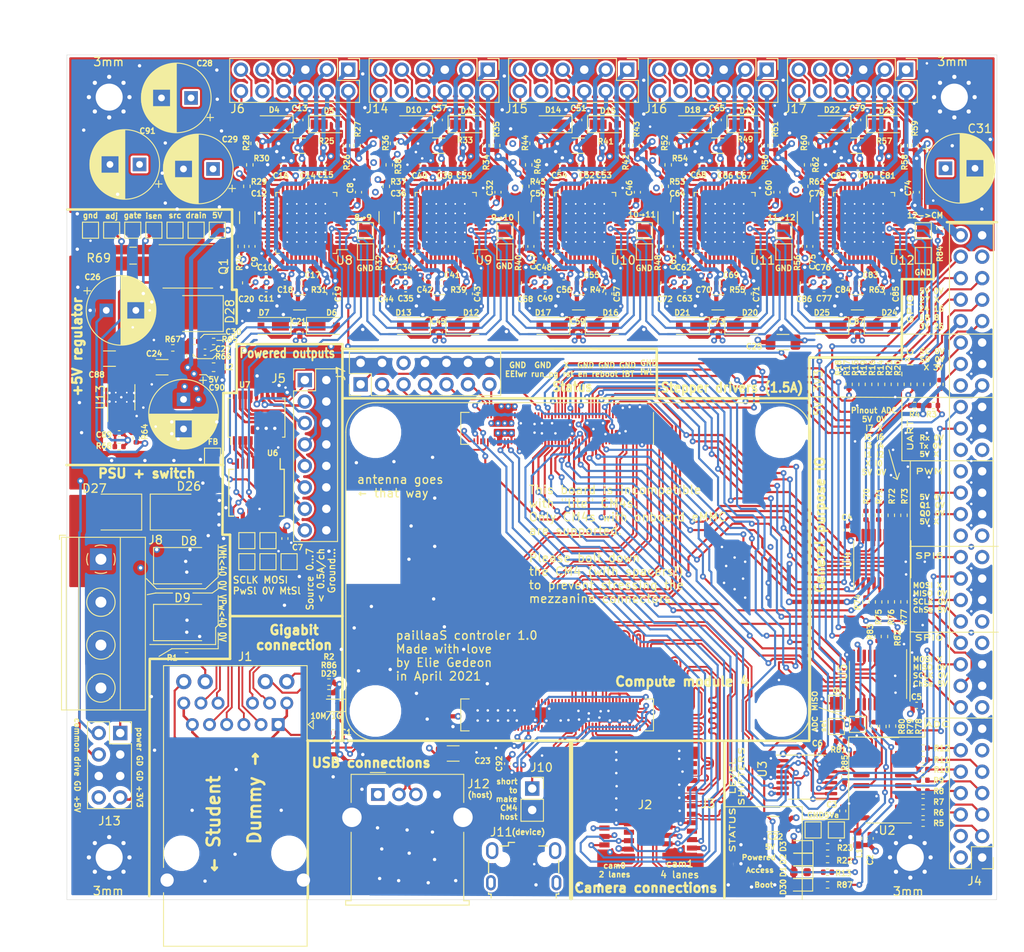
<source format=kicad_pcb>
(kicad_pcb (version 20171130) (host pcbnew 5.1.9-73d0e3b20d~88~ubuntu20.04.1)
  (layers (0 F.Cu signal) (1 In1.Cu power hide) (2 In2.Cu power) (31 B.Cu signal) (34 B.Paste user hide) (35 F.Paste user hide) (36 B.SilkS user hide) (37 F.SilkS user hide) (38 B.Mask user) (39 F.Mask user hide) (44 Edge.Cuts user))
  (net 0 "")
  (net 1 GND)
  (net 2 "Net-(C1-Pad1)")
  (net 3 +5V)
  (net 4 +3V3)
  (net 5 /GPIO/CS6)
  (net 6 /GPIO/SCLK6)
  (net 7 /GPIO/MOSI0)
  (net 8 /GPIO/MISO0)
  (net 9 /GPIO/AIN3)
  (net 10 /GPIO/AIN2)
  (net 11 /GPIO/AIN1)
  (net 12 /GPIO/AIN0)
  (net 13 /GPIO/AIN7)
  (net 14 /GPIO/AIN6)
  (net 15 /GPIO/AIN5)
  (net 16 /GPIO/AIN4)
  (net 17 /GPIO/TxD0)
  (net 18 /GPIO/RxD0)
  (net 19 /GPIO/PWM1)
  (net 20 /GPIO/PWM0)
  (net 21 /GPIO/GPIO24)
  (net 22 /GPIO/GPIO8)
  (net 23 /GPIO/GPIO16)
  (net 24 /GPIO/GPIO26)
  (net 25 /GPIO/SDA6)
  (net 26 /GPIO/GPIO18)
  (net 27 /GPIO/GPIO27)
  (net 28 /GPIO/CS0)
  (net 29 /GPIO/SCLK0)
  (net 30 /ethernet/ETH_2-)
  (net 31 /ethernet/ETH_2+)
  (net 32 /ethernet/ETH_1+)
  (net 33 /ethernet/ETH_1-)
  (net 34 /ethernet/ETH_3+)
  (net 35 /ethernet/ETH_3-)
  (net 36 /ethernet/ETH_0-)
  (net 37 /ethernet/ETH_0+)
  (net 38 /powerIO/OUT0)
  (net 39 /powerIO/OUT1)
  (net 40 /powerIO/OUT2)
  (net 41 /powerIO/OUT3)
  (net 42 /powerIO/OUT4)
  (net 43 /powerIO/OUT5)
  (net 44 /powerIO/OUT6)
  (net 45 /powerIO/OUT7)
  (net 46 "Net-(U1-Pad16)")
  (net 47 "Net-(U1-Pad18)")
  (net 48 /GPIO/MISO6)
  (net 49 /GPIO/MOSI6)
  (net 50 /GPIO/MOSI)
  (net 51 /GPIO/MISO)
  (net 52 /SDA1)
  (net 53 /GPIO/SCLK)
  (net 54 /GPIO/POWER_SELECT)
  (net 55 /GPIO/MOTOR_SELECT)
  (net 56 "Net-(U1-Pad76)")
  (net 57 /SCL0)
  (net 58 /SDA0)
  (net 59 "Net-(U1-Pad94)")
  (net 60 "Net-(U1-Pad96)")
  (net 61 /CAM_GPIO)
  (net 62 "Net-(U1-Pad104)")
  (net 63 "Net-(U1-Pad106)")
  (net 64 "Net-(U1-Pad111)")
  (net 65 /camera/CAM1D0-)
  (net 66 /camera/CAM1D0+)
  (net 67 /camera/CAM1D1-)
  (net 68 /camera/CAM1D1+)
  (net 69 /camera/CAM1C-)
  (net 70 /camera/CAM0D0-)
  (net 71 /camera/CAM1C+)
  (net 72 /camera/CAM0D0+)
  (net 73 /camera/CAM1D2-)
  (net 74 /camera/CAM0D1-)
  (net 75 /camera/CAM1D2+)
  (net 76 /camera/CAM0D1+)
  (net 77 /camera/CAM1D3-)
  (net 78 /camera/CAM0C-)
  (net 79 /camera/CAM1D3+)
  (net 80 /SCL1)
  (net 81 "Net-(J4-Pad11)")
  (net 82 /camera/CAM0C+)
  (net 83 Vdrive)
  (net 84 "Net-(D1-Pad1)")
  (net 85 "Net-(D2-Pad1)")
  (net 86 /powerIO/LIMITR4)
  (net 87 /powerIO/LIMITL4)
  (net 88 /powerIO/LIMITR3)
  (net 89 /powerIO/LIMITL3)
  (net 90 /powerIO/LIMITR2)
  (net 91 /powerIO/LIMITL2)
  (net 92 /powerIO/LIMITR1)
  (net 93 /powerIO/LIMITL1)
  (net 94 /powerIO/LIMITR0)
  (net 95 /powerIO/LIMITL0)
  (net 96 /GPIO/SCL6)
  (net 97 "Net-(U1-Pad88)")
  (net 98 "Net-(U1-Pad90)")
  (net 99 "Net-(U1-Pad102)")
  (net 100 "Net-(U1-Pad109)")
  (net 101 "Net-(U1-Pad110)")
  (net 102 "Net-(U1-Pad112)")
  (net 103 "Net-(U1-Pad116)")
  (net 104 "Net-(U1-Pad118)")
  (net 105 "Net-(U1-Pad122)")
  (net 106 "Net-(U1-Pad124)")
  (net 107 "Net-(U1-Pad143)")
  (net 108 "Net-(U1-Pad145)")
  (net 109 "Net-(U1-Pad146)")
  (net 110 "Net-(U1-Pad147)")
  (net 111 "Net-(U1-Pad148)")
  (net 112 "Net-(U1-Pad149)")
  (net 113 "Net-(U1-Pad151)")
  (net 114 "Net-(U1-Pad152)")
  (net 115 "Net-(U1-Pad153)")
  (net 116 "Net-(U1-Pad154)")
  (net 117 "Net-(U1-Pad157)")
  (net 118 "Net-(U1-Pad158)")
  (net 119 "Net-(U1-Pad159)")
  (net 120 "Net-(U1-Pad160)")
  (net 121 "Net-(U1-Pad163)")
  (net 122 "Net-(U1-Pad164)")
  (net 123 "Net-(U1-Pad165)")
  (net 124 "Net-(U1-Pad166)")
  (net 125 "Net-(U1-Pad169)")
  (net 126 "Net-(U1-Pad170)")
  (net 127 "Net-(U1-Pad171)")
  (net 128 "Net-(U1-Pad172)")
  (net 129 "Net-(U1-Pad175)")
  (net 130 "Net-(U1-Pad176)")
  (net 131 "Net-(U1-Pad177)")
  (net 132 "Net-(U1-Pad178)")
  (net 133 "Net-(U1-Pad181)")
  (net 134 "Net-(U1-Pad182)")
  (net 135 "Net-(U1-Pad183)")
  (net 136 "Net-(U1-Pad184)")
  (net 137 "Net-(U1-Pad187)")
  (net 138 "Net-(U1-Pad188)")
  (net 139 "Net-(U1-Pad189)")
  (net 140 "Net-(U1-Pad190)")
  (net 141 "Net-(U1-Pad193)")
  (net 142 "Net-(U1-Pad194)")
  (net 143 "Net-(U1-Pad195)")
  (net 144 "Net-(U1-Pad196)")
  (net 145 "Net-(U1-Pad199)")
  (net 146 "Net-(U1-Pad200)")
  (net 147 "Net-(U8-Pad30)")
  (net 148 "Net-(U8-Pad28)")
  (net 149 "Net-(U8-Pad27)")
  (net 150 "Net-(U8-Pad26)")
  (net 151 "Net-(U8-Pad12)")
  (net 152 "Net-(U8-Pad2)")
  (net 153 /cm4/USB+)
  (net 154 /cm4/USB-)
  (net 155 /GPIO/GPIO18P)
  (net 156 /GPIO/GPIO27P)
  (net 157 /GPIO/GPIO24P)
  (net 158 /GPIO/GPIO8P)
  (net 159 /GPIO/GPIO16P)
  (net 160 /GPIO/GPIO26P)
  (net 161 /GPIO/SCL6P)
  (net 162 /GPIO/SDA6P)
  (net 163 /GPIO/RxD0P)
  (net 164 /GPIO/TxD0P)
  (net 165 /GPIO/PWM1P)
  (net 166 /GPIO/PWM0P)
  (net 167 /GPIO/MOSI6P)
  (net 168 /GPIO/MISO6P)
  (net 169 /GPIO/SCLK6P)
  (net 170 /GPIO/CS6P)
  (net 171 /GPIO/MOSI0P)
  (net 172 /GPIO/MISO0P)
  (net 173 /GPIO/SCLK0P)
  (net 174 /GPIO/CS0P)
  (net 175 /GPIO/AIN7P)
  (net 176 /GPIO/AIN6P)
  (net 177 /GPIO/AIN5P)
  (net 178 /GPIO/AIN4P)
  (net 179 /GPIO/AIN3P)
  (net 180 /GPIO/AIN2P)
  (net 181 /GPIO/AIN1P)
  (net 182 /GPIO/AIN0P)
  (net 183 /GPIO/AIN_SELECT_5V)
  (net 184 /cm4/LED_Pwr)
  (net 185 /GPIO/POWERED)
  (net 186 /GPIO/ACT_LED)
  (net 187 /GPIO/MOSI4_3V)
  (net 188 /GPIO/MISO4_3V)
  (net 189 /GPIO/SCLK4_3V)
  (net 190 /GPIO/POWER_SELECT_3V)
  (net 191 /GPIO/MOTOR_SELECT_3V)
  (net 192 /GPIO/AIN_SELECT_3V)
  (net 193 /powerIO/motorU8/MOT_B2)
  (net 194 /powerIO/motorU8/MOT_B1)
  (net 195 /powerIO/motorU8/MOT_A2)
  (net 196 /powerIO/motorU8/MOT_A1)
  (net 197 /powerIO/motorU8/BRB)
  (net 198 /powerIO/motorU8/BRA)
  (net 199 /powerIO/motorU8/ENCN)
  (net 200 /powerIO/motorU8/ENCB)
  (net 201 /powerIO/motorU8/ENCA)
  (net 202 /powerIO/motorU8/FILTERED_5V)
  (net 203 "Net-(C10-Pad2)")
  (net 204 "Net-(C10-Pad1)")
  (net 205 "Net-(C11-Pad1)")
  (net 206 "Net-(D3-Pad1)")
  (net 207 "Net-(J1-Pad14)")
  (net 208 "Net-(J2-Pad18)")
  (net 209 "Net-(J2-Pad15)")
  (net 210 "Net-(J2-Pad14)")
  (net 211 "Net-(J2-Pad12)")
  (net 212 "Net-(J2-Pad11)")
  (net 213 "Net-(J3-Pad18)")
  (net 214 "Net-(J4-Pad57)")
  (net 215 "Net-(J4-Pad39)")
  (net 216 "Net-(J4-Pad29)")
  (net 217 "Net-(J4-Pad21)")
  (net 218 "Net-(J4-Pad4)")
  (net 219 "Net-(J6-Pad10)")
  (net 220 "Net-(J10-Pad1)")
  (net 221 "Net-(J11-Pad1)")
  (net 222 "Net-(U6-Pad9)")
  (net 223 "Net-(C34-Pad2)")
  (net 224 "Net-(C34-Pad1)")
  (net 225 "Net-(C35-Pad1)")
  (net 226 "Net-(C48-Pad2)")
  (net 227 "Net-(C48-Pad1)")
  (net 228 "Net-(C49-Pad1)")
  (net 229 "Net-(C62-Pad2)")
  (net 230 "Net-(C62-Pad1)")
  (net 231 "Net-(C63-Pad1)")
  (net 232 "Net-(C76-Pad2)")
  (net 233 "Net-(C76-Pad1)")
  (net 234 "Net-(C77-Pad1)")
  (net 235 "Net-(J14-Pad10)")
  (net 236 "Net-(J15-Pad10)")
  (net 237 "Net-(J16-Pad10)")
  (net 238 "Net-(J17-Pad10)")
  (net 239 "Net-(U9-Pad30)")
  (net 240 "Net-(U9-Pad28)")
  (net 241 "Net-(U9-Pad27)")
  (net 242 "Net-(U9-Pad26)")
  (net 243 "Net-(U9-Pad12)")
  (net 244 "Net-(U9-Pad2)")
  (net 245 "Net-(U10-Pad30)")
  (net 246 "Net-(U10-Pad28)")
  (net 247 "Net-(U10-Pad27)")
  (net 248 "Net-(U10-Pad26)")
  (net 249 "Net-(U10-Pad12)")
  (net 250 "Net-(U10-Pad2)")
  (net 251 "Net-(U11-Pad30)")
  (net 252 "Net-(U11-Pad28)")
  (net 253 "Net-(U11-Pad27)")
  (net 254 "Net-(U11-Pad26)")
  (net 255 "Net-(U11-Pad12)")
  (net 256 "Net-(U11-Pad2)")
  (net 257 "Net-(U12-Pad30)")
  (net 258 "Net-(U12-Pad28)")
  (net 259 "Net-(U12-Pad27)")
  (net 260 "Net-(U12-Pad26)")
  (net 261 "Net-(U12-Pad12)")
  (net 262 "Net-(U12-Pad2)")
  (net 263 VPP)
  (net 264 "Net-(C27-Pad2)")
  (net 265 /power/FB)
  (net 266 /power/VCC)
  (net 267 /power/ADJ)
  (net 268 VS)
  (net 269 /power/RT)
  (net 270 /power/ISEN)
  (net 271 /power/ADJb)
  (net 272 /power/drain)
  (net 273 /power/gate)
  (net 274 /power/source)
  (net 275 /cm4/run_pg)
  (net 276 /cm4/global_en)
  (net 277 /cm4/rpireboot)
  (net 278 /cm4/BT_disable)
  (net 279 /cm4/WL_disable)
  (net 280 /powerIO/motorU9/FILTERED_5V)
  (net 281 /powerIO/motorU9/BRB)
  (net 282 /powerIO/motorU9/MOT_B2)
  (net 283 /powerIO/motorU9/MOT_B1)
  (net 284 /powerIO/motorU9/MOT_A2)
  (net 285 /powerIO/motorU9/MOT_A1)
  (net 286 /powerIO/motorU9/BRA)
  (net 287 /powerIO/motorU10/FILTERED_5V)
  (net 288 /powerIO/motorU10/BRB)
  (net 289 /powerIO/motorU10/MOT_B2)
  (net 290 /powerIO/motorU10/MOT_B1)
  (net 291 /powerIO/motorU10/MOT_A2)
  (net 292 /powerIO/motorU10/MOT_A1)
  (net 293 /powerIO/motorU10/BRA)
  (net 294 /powerIO/motorU11/FILTERED_5V)
  (net 295 /powerIO/motorU11/BRB)
  (net 296 /powerIO/motorU11/MOT_B2)
  (net 297 /powerIO/motorU11/MOT_B1)
  (net 298 /powerIO/motorU11/MOT_A2)
  (net 299 /powerIO/motorU11/MOT_A1)
  (net 300 /powerIO/motorU11/BRA)
  (net 301 /powerIO/motorU12/FILTERED_5V)
  (net 302 /powerIO/motorU12/BRB)
  (net 303 /powerIO/motorU12/MOT_B2)
  (net 304 /powerIO/motorU12/MOT_B1)
  (net 305 /powerIO/motorU12/MOT_A2)
  (net 306 /powerIO/motorU12/MOT_A1)
  (net 307 /powerIO/motorU12/BRA)
  (net 308 /powerIO/motorU9/ENCA)
  (net 309 /powerIO/motorU9/ENCB)
  (net 310 /powerIO/motorU9/ENCN)
  (net 311 /powerIO/motorU10/ENCA)
  (net 312 /powerIO/motorU10/ENCB)
  (net 313 /powerIO/motorU10/ENCN)
  (net 314 /powerIO/motorU11/ENCA)
  (net 315 /powerIO/motorU11/ENCB)
  (net 316 /powerIO/motorU11/ENCN)
  (net 317 /powerIO/motorU12/ENCA)
  (net 318 /powerIO/motorU12/ENCB)
  (net 319 /powerIO/motorU12/ENCN)
  (net 320 /powerIO/motorU8/MISO)
  (net 321 /powerIO/motorU9/MISO)
  (net 322 /powerIO/motorU10/MISO)
  (net 323 /powerIO/motorU11/MISO)
  (net 324 "Net-(C3-Pad1)")
  (net 325 /powerIO/SRC0)
  (net 326 /powerIO/SRC1)
  (net 327 /powerIO/SRC2)
  (net 328 /powerIO/SRC3)
  (net 329 /powerIO/SRC4)
  (net 330 /powerIO/SRC5)
  (net 331 /powerIO/SRC6)
  (net 332 /powerIO/SRC7)
  (net 333 "Net-(R70-Pad1)")
  (net 334 "Net-(R71-Pad1)")
  (net 335 "Net-(R72-Pad1)")
  (net 336 "Net-(R73-Pad1)")
  (net 337 "Net-(R74-Pad1)")
  (net 338 "Net-(R75-Pad1)")
  (net 339 "Net-(R76-Pad1)")
  (net 340 "Net-(R77-Pad1)")
  (net 341 "Net-(R78-Pad1)")
  (net 342 "Net-(R79-Pad1)")
  (net 343 "Net-(R80-Pad1)")
  (net 344 "Net-(R82-Pad1)")
  (net 345 "Net-(R83-Pad1)")
  (net 346 "Net-(R81-Pad2)")
  (net 347 /powerIO/motorU12/MISO)
  (net 348 "Net-(J4-Pad46)")
  (net 349 "Net-(J4-Pad31)")
  (net 350 "Net-(J7-Pad6)")
  (net 351 /cm4/EEPROMprotect)
  (net 352 "Net-(D29-Pad2)")
  (net 353 "Net-(D29-Pad1)")
  (net 354 "Net-(D30-Pad1)")
  (net 355 /ethernet/ETH_LED_yellow)
  (net 356 "Net-(J1-Pad15)")
  (net 357 /ethernet/ETH_LED_green)
  (net 358 /GPIO/nEXTRST)
  (net 359 /GPIO/nEXTRST_pow)
  (module Connector_USB:USB_A_Molex_67643_Horizontal (layer F.Cu) (at 192.79 72.55)
    (fp_text reference J12 (at 11.91 -1.25) (layer F.SilkS))
    (fp_text value USB_A)
    (pad 4 thru_hole circle (at 7 0) (size 1.6 1.6) (drill 0.95) (layers *.Cu *.Mask) (net 1 GND))
    (pad 3 thru_hole circle (at 4.5 0) (size 1.6 1.6) (drill 0.95) (layers *.Cu *.Mask) (net 153 /cm4/USB+))
    (pad 2 thru_hole circle (at 2.5 0) (size 1.6 1.6) (drill 0.95) (layers *.Cu *.Mask) (net 154 /cm4/USB-))
    (pad 1 thru_hole rect (at 0 0) (size 1.6 1.5) (drill 0.95) (layers *.Cu *.Mask) (net 3 +5V))
    (pad 5 thru_hole circle (at 10.07 2.71) (size 3 3) (drill 2.3) (layers *.Cu *.Mask) (net 1 GND))
    (pad 5 thru_hole circle (at -3.07 2.71) (size 3 3) (drill 2.3) (layers *.Cu *.Mask) (net 1 GND))
  )
  (module Connector_RJ:RJ45_Pulse_JK0654219NL_Horizontal (layer F.Cu) (at 181 64.27 270)
    (fp_text reference J1 (at -8.0344 3.9112 180) (layer F.SilkS))
    (fp_text value JK0654218Z)
    (pad SH thru_hole circle (at 18.415 -2.9845 90) (size 2.63 2.63) (drill 1.57) (layers *.Cu *.Mask) (net 1 GND))
    (pad SH thru_hole circle (at 18.415 13.1445 90) (size 2.61 2.61) (drill 1.57) (layers *.Cu *.Mask) (net 1 GND))
    (pad "" np_thru_hole circle (at 15.24 11.43 90) (size 3.2 3.2) (drill 3.2) (layers *.Cu *.Mask))
    (pad "" np_thru_hole circle (at 15.24 -1.27 90) (size 3.2 3.2) (drill 3.2) (layers *.Cu *.Mask))
    (pad 16 thru_hole circle (at -5.08 11.176 90) (size 1.8 1.8) (drill 1.025) (layers *.Cu *.Mask) (net 355 /ethernet/ETH_LED_yellow))
    (pad 15 thru_hole circle (at -5.08 8.636 90) (size 1.8 1.8) (drill 1.025) (layers *.Cu *.Mask) (net 356 "Net-(J1-Pad15)"))
    (pad 14 thru_hole circle (at -5.08 1.524 90) (size 1.8 1.8) (drill 1.025) (layers *.Cu *.Mask) (net 207 "Net-(J1-Pad14)"))
    (pad 13 thru_hole circle (at -5.08 -1.016 90) (size 1.8 1.8) (drill 1.025) (layers *.Cu *.Mask) (net 357 /ethernet/ETH_LED_green))
    (pad 12 thru_hole circle (at -2.54 11.176 90) (size 1.524 1.524) (drill 0.89) (layers *.Cu *.Mask) (net 2 "Net-(C1-Pad1)"))
    (pad 11 thru_hole circle (at -2.54 9.144 90) (size 1.524 1.524) (drill 0.89) (layers *.Cu *.Mask) (net 37 /ethernet/ETH_0+))
    (pad 10 thru_hole circle (at -2.54 7.112 90) (size 1.524 1.524) (drill 0.89) (layers *.Cu *.Mask) (net 36 /ethernet/ETH_0-))
    (pad 9 thru_hole circle (at -2.54 3.048 90) (size 1.524 1.524) (drill 0.89) (layers *.Cu *.Mask) (net 35 /ethernet/ETH_3-))
    (pad 8 thru_hole circle (at -2.54 1.016 90) (size 1.524 1.524) (drill 0.89) (layers *.Cu *.Mask) (net 34 /ethernet/ETH_3+))
    (pad 7 thru_hole circle (at -2.54 -1.016 90) (size 1.524 1.524) (drill 0.89) (layers *.Cu *.Mask) (net 2 "Net-(C1-Pad1)"))
    (pad 6 thru_hole circle (at 0 10.16 90) (size 1.524 1.524) (drill 0.89) (layers *.Cu *.Mask) (net 2 "Net-(C1-Pad1)"))
    (pad 5 thru_hole circle (at 0 8.128 90) (size 1.524 1.524) (drill 0.89) (layers *.Cu *.Mask) (net 33 /ethernet/ETH_1-))
    (pad 4 thru_hole circle (at 0 6.096 90) (size 1.524 1.524) (drill 0.89) (layers *.Cu *.Mask) (net 32 /ethernet/ETH_1+))
    (pad 3 thru_hole circle (at 0 4.064 90) (size 1.524 1.524) (drill 0.89) (layers *.Cu *.Mask) (net 31 /ethernet/ETH_2+))
    (pad 2 thru_hole circle (at 0 2.032 90) (size 1.524 1.524) (drill 0.89) (layers *.Cu *.Mask) (net 30 /ethernet/ETH_2-))
    (pad 1 thru_hole rect (at 0 0 90) (size 1.524 1.524) (drill 0.89) (layers *.Cu *.Mask) (net 2 "Net-(C1-Pad1)"))
  )
  (module Resistor_SMD:R_0402_1005Metric (layer F.Cu) (at 246 83.25)
    (fp_text reference R87 (at 2 0) (layer F.SilkS) (effects (font (size 0.65 0.65))))
    (fp_text value 4K7)
    (pad 2 smd roundrect (at 0.51 0) (size 0.54 0.64) (layers F.Cu F.Paste F.Mask) (net 359 /GPIO/nEXTRST_pow))
    (pad 1 smd roundrect (at -0.51 0) (size 0.54 0.64) (layers F.Cu F.Paste F.Mask) (net 354 "Net-(D30-Pad1)"))
  )
  (module Resistor_SMD:R_0402_1005Metric (layer F.Cu) (at 187 60.5)
    (fp_text reference R86 (at 0 -3.25) (layer F.SilkS) (effects (font (size 0.65 0.65))))
    (fp_text value 470)
    (pad 2 smd roundrect (at 0.51 0) (size 0.54 0.64) (layers F.Cu F.Paste F.Mask) (net 4 +3V3))
    (pad 1 smd roundrect (at -0.51 0) (size 0.54 0.64) (layers F.Cu F.Paste F.Mask) (net 352 "Net-(D29-Pad2)"))
  )
  (module LED_SMD:LED_0603_1608Metric (layer F.Cu) (at 242.75 83.25 180)
    (fp_text reference D30 (at 2 -0.25 90) (layer F.SilkS) (effects (font (size 0.65 0.65))))
    (fp_text value YELLOW)
    (pad 2 smd roundrect (at 0.7875 0 180) (size 0.875 0.95) (layers F.Cu F.Paste F.Mask) (net 3 +5V))
    (pad 1 smd roundrect (at -0.7875 0 180) (size 0.875 0.95) (layers F.Cu F.Paste F.Mask) (net 354 "Net-(D30-Pad1)"))
  )
  (module LED_SMD:LED_0603_1608Metric (layer F.Cu) (at 187.5 62 180)
    (fp_text reference D29 (at 0.5 3.75 180) (layer F.SilkS) (effects (font (size 0.65 0.65))))
    (fp_text value LED)
    (pad 2 smd roundrect (at 0.7875 0 180) (size 0.875 0.95) (layers F.Cu F.Paste F.Mask) (net 352 "Net-(D29-Pad2)"))
    (pad 1 smd roundrect (at -0.7875 0 180) (size 0.875 0.95) (layers F.Cu F.Paste F.Mask) (net 353 "Net-(D29-Pad1)"))
  )
  (module Connector_PinHeader_2.54mm:PinHeader_2x07_P2.54mm_Vertical (layer F.Cu) (at 190.75 24 90)
    (fp_text reference J7 (at 1.27 -2.33 90) (layer F.SilkS))
    (fp_text value Conn_02x07_Odd_Even)
    (pad 14 thru_hole oval (at 2.54 15.24 90) (size 1.7 1.7) (drill 1) (layers *.Cu *.Mask) (net 1 GND))
    (pad 13 thru_hole oval (at 0 15.24 90) (size 1.7 1.7) (drill 1) (layers *.Cu *.Mask) (net 279 /cm4/WL_disable))
    (pad 12 thru_hole oval (at 2.54 12.7 90) (size 1.7 1.7) (drill 1) (layers *.Cu *.Mask) (net 1 GND))
    (pad 11 thru_hole oval (at 0 12.7 90) (size 1.7 1.7) (drill 1) (layers *.Cu *.Mask) (net 278 /cm4/BT_disable))
    (pad 10 thru_hole oval (at 2.54 10.16 90) (size 1.7 1.7) (drill 1) (layers *.Cu *.Mask) (net 1 GND))
    (pad 9 thru_hole oval (at 0 10.16 90) (size 1.7 1.7) (drill 1) (layers *.Cu *.Mask) (net 277 /cm4/rpireboot))
    (pad 8 thru_hole oval (at 2.54 7.62 90) (size 1.7 1.7) (drill 1) (layers *.Cu *.Mask) (net 1 GND))
    (pad 7 thru_hole oval (at 0 7.62 90) (size 1.7 1.7) (drill 1) (layers *.Cu *.Mask) (net 276 /cm4/global_en))
    (pad 6 thru_hole oval (at 2.54 5.08 90) (size 1.7 1.7) (drill 1) (layers *.Cu *.Mask) (net 350 "Net-(J7-Pad6)"))
    (pad 5 thru_hole oval (at 0 5.08 90) (size 1.7 1.7) (drill 1) (layers *.Cu *.Mask) (net 358 /GPIO/nEXTRST))
    (pad 4 thru_hole oval (at 2.54 2.54 90) (size 1.7 1.7) (drill 1) (layers *.Cu *.Mask) (net 1 GND))
    (pad 3 thru_hole oval (at 0 2.54 90) (size 1.7 1.7) (drill 1) (layers *.Cu *.Mask) (net 275 /cm4/run_pg))
    (pad 2 thru_hole oval (at 2.54 0 90) (size 1.7 1.7) (drill 1) (layers *.Cu *.Mask) (net 1 GND))
    (pad 1 thru_hole rect (at 0 0 90) (size 1.7 1.7) (drill 1) (layers *.Cu *.Mask) (net 351 /cm4/EEPROMprotect))
  )
  (module Capacitor_SMD:C_0402_1005Metric (layer F.Cu) (at 208.15 68.9 270)
    (fp_text reference C92 (at 0 1 90) (layer F.SilkS) (effects (font (size 0.65 0.65))))
    (fp_text value 10n)
    (pad 2 smd roundrect (at 0.48 0 270) (size 0.56 0.62) (layers F.Cu F.Paste F.Mask) (net 1 GND))
    (pad 1 smd roundrect (at -0.48 0 270) (size 0.56 0.62) (layers F.Cu F.Paste F.Mask) (net 4 +3V3))
  )
  (module Package_SO:TSSOP-20_4.4x6.5mm_P0.65mm (layer F.Cu) (at 251.968 59 270)
    (fp_text reference U5 (at -0.95 4.178 270) (layer F.SilkS))
    (fp_text value 74HCT244)
    (pad 20 smd roundrect (at 2.8625 -2.925 270) (size 1.475 0.4) (layers F.Cu F.Paste F.Mask) (net 3 +5V))
    (pad 19 smd roundrect (at 2.8625 -2.275 270) (size 1.475 0.4) (layers F.Cu F.Paste F.Mask) (net 1 GND))
    (pad 18 smd roundrect (at 2.8625 -1.625 270) (size 1.475 0.4) (layers F.Cu F.Paste F.Mask) (net 341 "Net-(R78-Pad1)"))
    (pad 17 smd roundrect (at 2.8625 -0.975 270) (size 1.475 0.4) (layers F.Cu F.Paste F.Mask) (net 190 /GPIO/POWER_SELECT_3V))
    (pad 16 smd roundrect (at 2.8625 -0.325 270) (size 1.475 0.4) (layers F.Cu F.Paste F.Mask) (net 342 "Net-(R79-Pad1)"))
    (pad 15 smd roundrect (at 2.8625 0.325 270) (size 1.475 0.4) (layers F.Cu F.Paste F.Mask) (net 191 /GPIO/MOTOR_SELECT_3V))
    (pad 14 smd roundrect (at 2.8625 0.975 270) (size 1.475 0.4) (layers F.Cu F.Paste F.Mask) (net 343 "Net-(R80-Pad1)"))
    (pad 13 smd roundrect (at 2.8625 1.625 270) (size 1.475 0.4) (layers F.Cu F.Paste F.Mask) (net 358 /GPIO/nEXTRST))
    (pad 12 smd roundrect (at 2.8625 2.275 270) (size 1.475 0.4) (layers F.Cu F.Paste F.Mask) (net 183 /GPIO/AIN_SELECT_5V))
    (pad 11 smd roundrect (at 2.8625 2.925 270) (size 1.475 0.4) (layers F.Cu F.Paste F.Mask) (net 184 /cm4/LED_Pwr))
    (pad 10 smd roundrect (at -2.8625 2.925 270) (size 1.475 0.4) (layers F.Cu F.Paste F.Mask) (net 1 GND))
    (pad 9 smd roundrect (at -2.8625 2.275 270) (size 1.475 0.4) (layers F.Cu F.Paste F.Mask) (net 185 /GPIO/POWERED))
    (pad 8 smd roundrect (at -2.8625 1.625 270) (size 1.475 0.4) (layers F.Cu F.Paste F.Mask) (net 192 /GPIO/AIN_SELECT_3V))
    (pad 7 smd roundrect (at -2.8625 0.975 270) (size 1.475 0.4) (layers F.Cu F.Paste F.Mask) (net 359 /GPIO/nEXTRST_pow))
    (pad 6 smd roundrect (at -2.8625 0.325 270) (size 1.475 0.4) (layers F.Cu F.Paste F.Mask) (net 187 /GPIO/MOSI4_3V))
    (pad 5 smd roundrect (at -2.8625 -0.325 270) (size 1.475 0.4) (layers F.Cu F.Paste F.Mask) (net 345 "Net-(R83-Pad1)"))
    (pad 4 smd roundrect (at -2.8625 -0.975 270) (size 1.475 0.4) (layers F.Cu F.Paste F.Mask) (net 189 /GPIO/SCLK4_3V))
    (pad 3 smd roundrect (at -2.8625 -1.625 270) (size 1.475 0.4) (layers F.Cu F.Paste F.Mask) (net 344 "Net-(R82-Pad1)"))
    (pad 2 smd roundrect (at -2.8625 -2.275 270) (size 1.475 0.4) (layers F.Cu F.Paste F.Mask) (net 17 /GPIO/TxD0))
    (pad 1 smd roundrect (at -2.8625 -2.925 270) (size 1.475 0.4) (layers F.Cu F.Paste F.Mask) (net 1 GND))
  )
  (module Resistor_SMD:R_0402_1005Metric (layer F.Cu) (at 246.01 78.75)
    (fp_text reference R23 (at 2.0603 0.1238 180) (layer F.SilkS) (effects (font (size 0.65 0.65))))
    (fp_text value 4K7)
    (pad 2 smd roundrect (at 0.51 0) (size 0.54 0.64) (layers F.Cu F.Paste F.Mask) (net 1 GND))
    (pad 1 smd roundrect (at -0.51 0) (size 0.54 0.64) (layers F.Cu F.Paste F.Mask) (net 206 "Net-(D3-Pad1)"))
  )
  (module TestPoint:TestPoint_Pad_1.5x1.5mm (layer F.Cu) (at 171.29 5.75)
    (fp_text reference TP16 hide)
    (fp_text value TestPoint)
    (pad 1 smd rect (at 0 0) (size 1.5 1.5) (layers F.Cu F.Mask) (net 272 /power/drain))
  )
  (module Resistor_SMD:R_0402_1005Metric (layer F.Cu) (at 248.04 70.5 90)
    (fp_text reference R85 (at 1.7 0 90) (layer F.SilkS) (effects (font (size 0.65 0.65))))
    (fp_text value 10k)
    (pad 2 smd roundrect (at 0.51 0 90) (size 0.54 0.64) (layers F.Cu F.Paste F.Mask) (net 51 /GPIO/MISO))
    (pad 1 smd roundrect (at -0.51 0 90) (size 0.54 0.64) (layers F.Cu F.Paste F.Mask) (net 3 +5V))
  )
  (module Resistor_SMD:R_0402_1005Metric (layer F.Cu) (at 247.54 66.25)
    (fp_text reference R81 (at -0.25 1) (layer F.SilkS) (effects (font (size 0.65 0.65))))
    (fp_text value 30)
    (pad 2 smd roundrect (at 0.51 0) (size 0.54 0.64) (layers F.Cu F.Paste F.Mask) (net 346 "Net-(R81-Pad2)"))
    (pad 1 smd roundrect (at -0.51 0) (size 0.54 0.64) (layers F.Cu F.Paste F.Mask) (net 51 /GPIO/MISO))
  )
  (module Resistor_SMD:R_0402_1005Metric (layer F.Cu) (at 259.29 5.5 270)
    (fp_text reference R84 (at 3.05 0 270) (layer F.SilkS) (effects (font (size 0.65 0.65))))
    (fp_text value 30)
    (pad 2 smd roundrect (at 0.51 0 270) (size 0.54 0.64) (layers F.Cu F.Paste F.Mask) (net 51 /GPIO/MISO))
    (pad 1 smd roundrect (at -0.51 0 270) (size 0.54 0.64) (layers F.Cu F.Paste F.Mask) (net 347 /powerIO/motorU12/MISO))
  )
  (module Package_QFP:TQFP-48-1EP_7x7mm_P0.5mm_EP5x5mm_ThermalVias (layer F.Cu) (at 233.824 4.8908 180)
    (fp_text reference U11 (at -4.5 -4.42) (layer F.SilkS))
    (fp_text value TMC5130A-TA)
    (pad 49 smd rect (at 0 0 180) (size 5 5) (layers B.Cu) (net 1 GND))
    (pad 49 thru_hole circle (at 2.25 2.25 180) (size 0.5 0.5) (drill 0.2) (layers *.Cu) (net 1 GND))
    (pad 49 thru_hole circle (at 1.125 2.25 180) (size 0.5 0.5) (drill 0.2) (layers *.Cu) (net 1 GND))
    (pad 49 thru_hole circle (at 0 2.25 180) (size 0.5 0.5) (drill 0.2) (layers *.Cu) (net 1 GND))
    (pad 49 thru_hole circle (at -1.125 2.25 180) (size 0.5 0.5) (drill 0.2) (layers *.Cu) (net 1 GND))
    (pad 49 thru_hole circle (at -2.25 2.25 180) (size 0.5 0.5) (drill 0.2) (layers *.Cu) (net 1 GND))
    (pad 49 thru_hole circle (at 2.25 1.125 180) (size 0.5 0.5) (drill 0.2) (layers *.Cu) (net 1 GND))
    (pad 49 thru_hole circle (at 1.125 1.125 180) (size 0.5 0.5) (drill 0.2) (layers *.Cu) (net 1 GND))
    (pad 49 thru_hole circle (at 0 1.125 180) (size 0.5 0.5) (drill 0.2) (layers *.Cu) (net 1 GND))
    (pad 49 thru_hole circle (at -1.125 1.125 180) (size 0.5 0.5) (drill 0.2) (layers *.Cu) (net 1 GND))
    (pad 49 thru_hole circle (at -2.25 1.125 180) (size 0.5 0.5) (drill 0.2) (layers *.Cu) (net 1 GND))
    (pad 49 thru_hole circle (at 2.25 0 180) (size 0.5 0.5) (drill 0.2) (layers *.Cu) (net 1 GND))
    (pad 49 thru_hole circle (at 1.125 0 180) (size 0.5 0.5) (drill 0.2) (layers *.Cu) (net 1 GND))
    (pad 49 thru_hole circle (at 0 0 180) (size 0.5 0.5) (drill 0.2) (layers *.Cu) (net 1 GND))
    (pad 49 thru_hole circle (at -1.125 0 180) (size 0.5 0.5) (drill 0.2) (layers *.Cu) (net 1 GND))
    (pad 49 thru_hole circle (at -2.25 0 180) (size 0.5 0.5) (drill 0.2) (layers *.Cu) (net 1 GND))
    (pad 49 thru_hole circle (at 2.25 -1.125 180) (size 0.5 0.5) (drill 0.2) (layers *.Cu) (net 1 GND))
    (pad 49 thru_hole circle (at 1.125 -1.125 180) (size 0.5 0.5) (drill 0.2) (layers *.Cu) (net 1 GND))
    (pad 49 thru_hole circle (at 0 -1.125 180) (size 0.5 0.5) (drill 0.2) (layers *.Cu) (net 1 GND))
    (pad 49 thru_hole circle (at -1.125 -1.125 180) (size 0.5 0.5) (drill 0.2) (layers *.Cu) (net 1 GND))
    (pad 49 thru_hole circle (at -2.25 -1.125 180) (size 0.5 0.5) (drill 0.2) (layers *.Cu) (net 1 GND))
    (pad 49 thru_hole circle (at 2.25 -2.25 180) (size 0.5 0.5) (drill 0.2) (layers *.Cu) (net 1 GND))
    (pad 49 thru_hole circle (at 1.125 -2.25 180) (size 0.5 0.5) (drill 0.2) (layers *.Cu) (net 1 GND))
    (pad 49 thru_hole circle (at 0 -2.25 180) (size 0.5 0.5) (drill 0.2) (layers *.Cu) (net 1 GND))
    (pad 49 thru_hole circle (at -1.125 -2.25 180) (size 0.5 0.5) (drill 0.2) (layers *.Cu) (net 1 GND))
    (pad 49 thru_hole circle (at -2.25 -2.25 180) (size 0.5 0.5) (drill 0.2) (layers *.Cu) (net 1 GND))
    (pad 49 smd rect (at 0 0 180) (size 5 5) (layers F.Cu F.Mask) (net 1 GND))
    (pad 48 smd roundrect (at -2.75 -4.1625 180) (size 0.3 1.475) (layers F.Cu F.Paste F.Mask) (net 1 GND))
    (pad 47 smd roundrect (at -2.25 -4.1625 180) (size 0.3 1.475) (layers F.Cu F.Paste F.Mask))
    (pad 46 smd roundrect (at -1.75 -4.1625 180) (size 0.3 1.475) (layers F.Cu F.Paste F.Mask) (net 299 /powerIO/motorU11/MOT_A1))
    (pad 45 smd roundrect (at -1.25 -4.1625 180) (size 0.3 1.475) (layers F.Cu F.Paste F.Mask))
    (pad 44 smd roundrect (at -0.75 -4.1625 180) (size 0.3 1.475) (layers F.Cu F.Paste F.Mask) (net 300 /powerIO/motorU11/BRA))
    (pad 43 smd roundrect (at -0.25 -4.1625 180) (size 0.3 1.475) (layers F.Cu F.Paste F.Mask))
    (pad 42 smd roundrect (at 0.25 -4.1625 180) (size 0.3 1.475) (layers F.Cu F.Paste F.Mask) (net 298 /powerIO/motorU11/MOT_A2))
    (pad 41 smd roundrect (at 0.75 -4.1625 180) (size 0.3 1.475) (layers F.Cu F.Paste F.Mask))
    (pad 40 smd roundrect (at 1.25 -4.1625 180) (size 0.3 1.475) (layers F.Cu F.Paste F.Mask) (net 83 Vdrive))
    (pad 39 smd roundrect (at 1.75 -4.1625 180) (size 0.3 1.475) (layers F.Cu F.Paste F.Mask) (net 83 Vdrive))
    (pad 38 smd roundrect (at 2.25 -4.1625 180) (size 0.3 1.475) (layers F.Cu F.Paste F.Mask) (net 231 "Net-(C63-Pad1)"))
    (pad 37 smd roundrect (at 2.75 -4.1625 180) (size 0.3 1.475) (layers F.Cu F.Paste F.Mask) (net 230 "Net-(C62-Pad1)"))
    (pad 36 smd roundrect (at 4.1625 -2.75 180) (size 1.475 0.3) (layers F.Cu F.Paste F.Mask))
    (pad 35 smd roundrect (at 4.1625 -2.25 180) (size 1.475 0.3) (layers F.Cu F.Paste F.Mask) (net 229 "Net-(C62-Pad2)"))
    (pad 34 smd roundrect (at 4.1625 -1.75 180) (size 1.475 0.3) (layers F.Cu F.Paste F.Mask) (net 3 +5V))
    (pad 33 smd roundrect (at 4.1625 -1.25 180) (size 1.475 0.3) (layers F.Cu F.Paste F.Mask) (net 294 /powerIO/motorU11/FILTERED_5V))
    (pad 32 smd roundrect (at 4.1625 -0.75 180) (size 1.475 0.3) (layers F.Cu F.Paste F.Mask) (net 1 GND))
    (pad 31 smd roundrect (at 4.1625 -0.25 180) (size 1.475 0.3) (layers F.Cu F.Paste F.Mask))
    (pad 30 smd roundrect (at 4.1625 0.25 180) (size 1.475 0.3) (layers F.Cu F.Paste F.Mask) (net 251 "Net-(U11-Pad30)"))
    (pad 29 smd roundrect (at 4.1625 0.75 180) (size 1.475 0.3) (layers F.Cu F.Paste F.Mask) (net 1 GND))
    (pad 28 smd roundrect (at 4.1625 1.25 180) (size 1.475 0.3) (layers F.Cu F.Paste F.Mask) (net 252 "Net-(U11-Pad28)"))
    (pad 27 smd roundrect (at 4.1625 1.75 180) (size 1.475 0.3) (layers F.Cu F.Paste F.Mask) (net 253 "Net-(U11-Pad27)"))
    (pad 26 smd roundrect (at 4.1625 2.25 180) (size 1.475 0.3) (layers F.Cu F.Paste F.Mask) (net 254 "Net-(U11-Pad26)"))
    (pad 25 smd roundrect (at 4.1625 2.75 180) (size 1.475 0.3) (layers F.Cu F.Paste F.Mask) (net 314 /powerIO/motorU11/ENCA))
    (pad 24 smd roundrect (at 2.75 4.1625 180) (size 0.3 1.475) (layers F.Cu F.Paste F.Mask) (net 315 /powerIO/motorU11/ENCB))
    (pad 23 smd roundrect (at 2.25 4.1625 180) (size 0.3 1.475) (layers F.Cu F.Paste F.Mask) (net 316 /powerIO/motorU11/ENCN))
    (pad 22 smd roundrect (at 1.75 4.1625 180) (size 0.3 1.475) (layers F.Cu F.Paste F.Mask))
    (pad 21 smd roundrect (at 1.25 4.1625 180) (size 0.3 1.475) (layers F.Cu F.Paste F.Mask) (net 83 Vdrive))
    (pad 20 smd roundrect (at 0.75 4.1625 180) (size 0.3 1.475) (layers F.Cu F.Paste F.Mask))
    (pad 19 smd roundrect (at 0.25 4.1625 180) (size 0.3 1.475) (layers F.Cu F.Paste F.Mask) (net 296 /powerIO/motorU11/MOT_B2))
    (pad 18 smd roundrect (at -0.25 4.1625 180) (size 0.3 1.475) (layers F.Cu F.Paste F.Mask))
    (pad 17 smd roundrect (at -0.75 4.1625 180) (size 0.3 1.475) (layers F.Cu F.Paste F.Mask) (net 295 /powerIO/motorU11/BRB))
    (pad 16 smd roundrect (at -1.25 4.1625 180) (size 0.3 1.475) (layers F.Cu F.Paste F.Mask))
    (pad 15 smd roundrect (at -1.75 4.1625 180) (size 0.3 1.475) (layers F.Cu F.Paste F.Mask) (net 297 /powerIO/motorU11/MOT_B1))
    (pad 14 smd roundrect (at -2.25 4.1625 180) (size 0.3 1.475) (layers F.Cu F.Paste F.Mask))
    (pad 13 smd roundrect (at -2.75 4.1625 180) (size 0.3 1.475) (layers F.Cu F.Paste F.Mask) (net 1 GND))
    (pad 12 smd roundrect (at -4.1625 2.75 180) (size 1.475 0.3) (layers F.Cu F.Paste F.Mask) (net 255 "Net-(U11-Pad12)"))
    (pad 11 smd roundrect (at -4.1625 2.25 180) (size 1.475 0.3) (layers F.Cu F.Paste F.Mask) (net 1 GND))
    (pad 10 smd roundrect (at -4.1625 1.75 180) (size 1.475 0.3) (layers F.Cu F.Paste F.Mask) (net 3 +5V))
    (pad 9 smd roundrect (at -4.1625 1.25 180) (size 1.475 0.3) (layers F.Cu F.Paste F.Mask) (net 88 /powerIO/LIMITR3))
    (pad 8 smd roundrect (at -4.1625 0.75 180) (size 1.475 0.3) (layers F.Cu F.Paste F.Mask) (net 89 /powerIO/LIMITL3))
    (pad 7 smd roundrect (at -4.1625 0.25 180) (size 1.475 0.3) (layers F.Cu F.Paste F.Mask) (net 323 /powerIO/motorU11/MISO))
    (pad 6 smd roundrect (at -4.1625 -0.25 180) (size 1.475 0.3) (layers F.Cu F.Paste F.Mask))
    (pad 5 smd roundrect (at -4.1625 -0.75 180) (size 1.475 0.3) (layers F.Cu F.Paste F.Mask) (net 322 /powerIO/motorU10/MISO))
    (pad 4 smd roundrect (at -4.1625 -1.25 180) (size 1.475 0.3) (layers F.Cu F.Paste F.Mask) (net 53 /GPIO/SCLK))
    (pad 3 smd roundrect (at -4.1625 -1.75 180) (size 1.475 0.3) (layers F.Cu F.Paste F.Mask) (net 55 /GPIO/MOTOR_SELECT))
    (pad 2 smd roundrect (at -4.1625 -2.25 180) (size 1.475 0.3) (layers F.Cu F.Paste F.Mask) (net 256 "Net-(U11-Pad2)"))
    (pad 1 smd roundrect (at -4.1625 -2.75 180) (size 1.475 0.3) (layers F.Cu F.Paste F.Mask) (net 1 GND))
  )
  (module TestPoint:TestPoint_Pad_1.5x1.5mm (layer F.Cu) (at 177.29 45)
    (fp_text reference TP21 hide)
    (fp_text value TestPoint)
    (pad 1 smd rect (at 0 0) (size 1.5 1.5) (layers F.Cu F.Mask) (net 54 /GPIO/POWER_SELECT))
  )
  (module TestPoint:TestPoint_Pad_1.5x1.5mm (layer F.Cu) (at 179.79 45)
    (fp_text reference TP20 hide)
    (fp_text value TestPoint)
    (pad 1 smd rect (at 0 0) (size 1.5 1.5) (layers F.Cu F.Mask) (net 1 GND))
  )
  (module TestPoint:TestPoint_Pad_1.5x1.5mm (layer F.Cu) (at 247.04 61.75)
    (fp_text reference TP29 hide)
    (fp_text value TestPoint)
    (pad 1 smd rect (at 0 0) (size 1.5 1.5) (layers F.Cu F.Mask) (net 1 GND))
  )
  (module Package_QFP:TQFP-48-1EP_7x7mm_P0.5mm_EP5x5mm_ThermalVias (layer F.Cu) (at 250.324 4.8908 180)
    (fp_text reference U12 (at -4.5 -4.42) (layer F.SilkS))
    (fp_text value TMC5130A-TA)
    (pad 49 smd rect (at 0 0 180) (size 5 5) (layers B.Cu) (net 1 GND))
    (pad 49 thru_hole circle (at 2.25 2.25 180) (size 0.5 0.5) (drill 0.2) (layers *.Cu) (net 1 GND))
    (pad 49 thru_hole circle (at 1.125 2.25 180) (size 0.5 0.5) (drill 0.2) (layers *.Cu) (net 1 GND))
    (pad 49 thru_hole circle (at 0 2.25 180) (size 0.5 0.5) (drill 0.2) (layers *.Cu) (net 1 GND))
    (pad 49 thru_hole circle (at -1.125 2.25 180) (size 0.5 0.5) (drill 0.2) (layers *.Cu) (net 1 GND))
    (pad 49 thru_hole circle (at -2.25 2.25 180) (size 0.5 0.5) (drill 0.2) (layers *.Cu) (net 1 GND))
    (pad 49 thru_hole circle (at 2.25 1.125 180) (size 0.5 0.5) (drill 0.2) (layers *.Cu) (net 1 GND))
    (pad 49 thru_hole circle (at 1.125 1.125 180) (size 0.5 0.5) (drill 0.2) (layers *.Cu) (net 1 GND))
    (pad 49 thru_hole circle (at 0 1.125 180) (size 0.5 0.5) (drill 0.2) (layers *.Cu) (net 1 GND))
    (pad 49 thru_hole circle (at -1.125 1.125 180) (size 0.5 0.5) (drill 0.2) (layers *.Cu) (net 1 GND))
    (pad 49 thru_hole circle (at -2.25 1.125 180) (size 0.5 0.5) (drill 0.2) (layers *.Cu) (net 1 GND))
    (pad 49 thru_hole circle (at 2.25 0 180) (size 0.5 0.5) (drill 0.2) (layers *.Cu) (net 1 GND))
    (pad 49 thru_hole circle (at 1.125 0 180) (size 0.5 0.5) (drill 0.2) (layers *.Cu) (net 1 GND))
    (pad 49 thru_hole circle (at 0 0 180) (size 0.5 0.5) (drill 0.2) (layers *.Cu) (net 1 GND))
    (pad 49 thru_hole circle (at -1.125 0 180) (size 0.5 0.5) (drill 0.2) (layers *.Cu) (net 1 GND))
    (pad 49 thru_hole circle (at -2.25 0 180) (size 0.5 0.5) (drill 0.2) (layers *.Cu) (net 1 GND))
    (pad 49 thru_hole circle (at 2.25 -1.125 180) (size 0.5 0.5) (drill 0.2) (layers *.Cu) (net 1 GND))
    (pad 49 thru_hole circle (at 1.125 -1.125 180) (size 0.5 0.5) (drill 0.2) (layers *.Cu) (net 1 GND))
    (pad 49 thru_hole circle (at 0 -1.125 180) (size 0.5 0.5) (drill 0.2) (layers *.Cu) (net 1 GND))
    (pad 49 thru_hole circle (at -1.125 -1.125 180) (size 0.5 0.5) (drill 0.2) (layers *.Cu) (net 1 GND))
    (pad 49 thru_hole circle (at -2.25 -1.125 180) (size 0.5 0.5) (drill 0.2) (layers *.Cu) (net 1 GND))
    (pad 49 thru_hole circle (at 2.25 -2.25 180) (size 0.5 0.5) (drill 0.2) (layers *.Cu) (net 1 GND))
    (pad 49 thru_hole circle (at 1.125 -2.25 180) (size 0.5 0.5) (drill 0.2) (layers *.Cu) (net 1 GND))
    (pad 49 thru_hole circle (at 0 -2.25 180) (size 0.5 0.5) (drill 0.2) (layers *.Cu) (net 1 GND))
    (pad 49 thru_hole circle (at -1.125 -2.25 180) (size 0.5 0.5) (drill 0.2) (layers *.Cu) (net 1 GND))
    (pad 49 thru_hole circle (at -2.25 -2.25 180) (size 0.5 0.5) (drill 0.2) (layers *.Cu) (net 1 GND))
    (pad 49 smd rect (at 0 0 180) (size 5 5) (layers F.Cu F.Mask) (net 1 GND))
    (pad 48 smd roundrect (at -2.75 -4.1625 180) (size 0.3 1.475) (layers F.Cu F.Paste F.Mask) (net 1 GND))
    (pad 47 smd roundrect (at -2.25 -4.1625 180) (size 0.3 1.475) (layers F.Cu F.Paste F.Mask))
    (pad 46 smd roundrect (at -1.75 -4.1625 180) (size 0.3 1.475) (layers F.Cu F.Paste F.Mask) (net 306 /powerIO/motorU12/MOT_A1))
    (pad 45 smd roundrect (at -1.25 -4.1625 180) (size 0.3 1.475) (layers F.Cu F.Paste F.Mask))
    (pad 44 smd roundrect (at -0.75 -4.1625 180) (size 0.3 1.475) (layers F.Cu F.Paste F.Mask) (net 307 /powerIO/motorU12/BRA))
    (pad 43 smd roundrect (at -0.25 -4.1625 180) (size 0.3 1.475) (layers F.Cu F.Paste F.Mask))
    (pad 42 smd roundrect (at 0.25 -4.1625 180) (size 0.3 1.475) (layers F.Cu F.Paste F.Mask) (net 305 /powerIO/motorU12/MOT_A2))
    (pad 41 smd roundrect (at 0.75 -4.1625 180) (size 0.3 1.475) (layers F.Cu F.Paste F.Mask))
    (pad 40 smd roundrect (at 1.25 -4.1625 180) (size 0.3 1.475) (layers F.Cu F.Paste F.Mask) (net 83 Vdrive))
    (pad 39 smd roundrect (at 1.75 -4.1625 180) (size 0.3 1.475) (layers F.Cu F.Paste F.Mask) (net 83 Vdrive))
    (pad 38 smd roundrect (at 2.25 -4.1625 180) (size 0.3 1.475) (layers F.Cu F.Paste F.Mask) (net 234 "Net-(C77-Pad1)"))
    (pad 37 smd roundrect (at 2.75 -4.1625 180) (size 0.3 1.475) (layers F.Cu F.Paste F.Mask) (net 233 "Net-(C76-Pad1)"))
    (pad 36 smd roundrect (at 4.1625 -2.75 180) (size 1.475 0.3) (layers F.Cu F.Paste F.Mask))
    (pad 35 smd roundrect (at 4.1625 -2.25 180) (size 1.475 0.3) (layers F.Cu F.Paste F.Mask) (net 232 "Net-(C76-Pad2)"))
    (pad 34 smd roundrect (at 4.1625 -1.75 180) (size 1.475 0.3) (layers F.Cu F.Paste F.Mask) (net 3 +5V))
    (pad 33 smd roundrect (at 4.1625 -1.25 180) (size 1.475 0.3) (layers F.Cu F.Paste F.Mask) (net 301 /powerIO/motorU12/FILTERED_5V))
    (pad 32 smd roundrect (at 4.1625 -0.75 180) (size 1.475 0.3) (layers F.Cu F.Paste F.Mask) (net 1 GND))
    (pad 31 smd roundrect (at 4.1625 -0.25 180) (size 1.475 0.3) (layers F.Cu F.Paste F.Mask))
    (pad 30 smd roundrect (at 4.1625 0.25 180) (size 1.475 0.3) (layers F.Cu F.Paste F.Mask) (net 257 "Net-(U12-Pad30)"))
    (pad 29 smd roundrect (at 4.1625 0.75 180) (size 1.475 0.3) (layers F.Cu F.Paste F.Mask) (net 1 GND))
    (pad 28 smd roundrect (at 4.1625 1.25 180) (size 1.475 0.3) (layers F.Cu F.Paste F.Mask) (net 258 "Net-(U12-Pad28)"))
    (pad 27 smd roundrect (at 4.1625 1.75 180) (size 1.475 0.3) (layers F.Cu F.Paste F.Mask) (net 259 "Net-(U12-Pad27)"))
    (pad 26 smd roundrect (at 4.1625 2.25 180) (size 1.475 0.3) (layers F.Cu F.Paste F.Mask) (net 260 "Net-(U12-Pad26)"))
    (pad 25 smd roundrect (at 4.1625 2.75 180) (size 1.475 0.3) (layers F.Cu F.Paste F.Mask) (net 317 /powerIO/motorU12/ENCA))
    (pad 24 smd roundrect (at 2.75 4.1625 180) (size 0.3 1.475) (layers F.Cu F.Paste F.Mask) (net 318 /powerIO/motorU12/ENCB))
    (pad 23 smd roundrect (at 2.25 4.1625 180) (size 0.3 1.475) (layers F.Cu F.Paste F.Mask) (net 319 /powerIO/motorU12/ENCN))
    (pad 22 smd roundrect (at 1.75 4.1625 180) (size 0.3 1.475) (layers F.Cu F.Paste F.Mask))
    (pad 21 smd roundrect (at 1.25 4.1625 180) (size 0.3 1.475) (layers F.Cu F.Paste F.Mask) (net 83 Vdrive))
    (pad 20 smd roundrect (at 0.75 4.1625 180) (size 0.3 1.475) (layers F.Cu F.Paste F.Mask))
    (pad 19 smd roundrect (at 0.25 4.1625 180) (size 0.3 1.475) (layers F.Cu F.Paste F.Mask) (net 303 /powerIO/motorU12/MOT_B2))
    (pad 18 smd roundrect (at -0.25 4.1625 180) (size 0.3 1.475) (layers F.Cu F.Paste F.Mask))
    (pad 17 smd roundrect (at -0.75 4.1625 180) (size 0.3 1.475) (layers F.Cu F.Paste F.Mask) (net 302 /powerIO/motorU12/BRB))
    (pad 16 smd roundrect (at -1.25 4.1625 180) (size 0.3 1.475) (layers F.Cu F.Paste F.Mask))
    (pad 15 smd roundrect (at -1.75 4.1625 180) (size 0.3 1.475) (layers F.Cu F.Paste F.Mask) (net 304 /powerIO/motorU12/MOT_B1))
    (pad 14 smd roundrect (at -2.25 4.1625 180) (size 0.3 1.475) (layers F.Cu F.Paste F.Mask))
    (pad 13 smd roundrect (at -2.75 4.1625 180) (size 0.3 1.475) (layers F.Cu F.Paste F.Mask) (net 1 GND))
    (pad 12 smd roundrect (at -4.1625 2.75 180) (size 1.475 0.3) (layers F.Cu F.Paste F.Mask) (net 261 "Net-(U12-Pad12)"))
    (pad 11 smd roundrect (at -4.1625 2.25 180) (size 1.475 0.3) (layers F.Cu F.Paste F.Mask) (net 1 GND))
    (pad 10 smd roundrect (at -4.1625 1.75 180) (size 1.475 0.3) (layers F.Cu F.Paste F.Mask) (net 3 +5V))
    (pad 9 smd roundrect (at -4.1625 1.25 180) (size 1.475 0.3) (layers F.Cu F.Paste F.Mask) (net 90 /powerIO/LIMITR2))
    (pad 8 smd roundrect (at -4.1625 0.75 180) (size 1.475 0.3) (layers F.Cu F.Paste F.Mask) (net 91 /powerIO/LIMITL2))
    (pad 7 smd roundrect (at -4.1625 0.25 180) (size 1.475 0.3) (layers F.Cu F.Paste F.Mask) (net 347 /powerIO/motorU12/MISO))
    (pad 6 smd roundrect (at -4.1625 -0.25 180) (size 1.475 0.3) (layers F.Cu F.Paste F.Mask))
    (pad 5 smd roundrect (at -4.1625 -0.75 180) (size 1.475 0.3) (layers F.Cu F.Paste F.Mask) (net 323 /powerIO/motorU11/MISO))
    (pad 4 smd roundrect (at -4.1625 -1.25 180) (size 1.475 0.3) (layers F.Cu F.Paste F.Mask) (net 53 /GPIO/SCLK))
    (pad 3 smd roundrect (at -4.1625 -1.75 180) (size 1.475 0.3) (layers F.Cu F.Paste F.Mask) (net 55 /GPIO/MOTOR_SELECT))
    (pad 2 smd roundrect (at -4.1625 -2.25 180) (size 1.475 0.3) (layers F.Cu F.Paste F.Mask) (net 262 "Net-(U12-Pad2)"))
    (pad 1 smd roundrect (at -4.1625 -2.75 180) (size 1.475 0.3) (layers F.Cu F.Paste F.Mask) (net 1 GND))
  )
  (module Package_QFP:TQFP-48-1EP_7x7mm_P0.5mm_EP5x5mm_ThermalVias (layer F.Cu) (at 217.324 4.8908 180)
    (fp_text reference U10 (at -4.5 -4.42) (layer F.SilkS))
    (fp_text value TMC5130A-TA)
    (pad 49 smd rect (at 0 0 180) (size 5 5) (layers B.Cu) (net 1 GND))
    (pad 49 thru_hole circle (at 2.25 2.25 180) (size 0.5 0.5) (drill 0.2) (layers *.Cu) (net 1 GND))
    (pad 49 thru_hole circle (at 1.125 2.25 180) (size 0.5 0.5) (drill 0.2) (layers *.Cu) (net 1 GND))
    (pad 49 thru_hole circle (at 0 2.25 180) (size 0.5 0.5) (drill 0.2) (layers *.Cu) (net 1 GND))
    (pad 49 thru_hole circle (at -1.125 2.25 180) (size 0.5 0.5) (drill 0.2) (layers *.Cu) (net 1 GND))
    (pad 49 thru_hole circle (at -2.25 2.25 180) (size 0.5 0.5) (drill 0.2) (layers *.Cu) (net 1 GND))
    (pad 49 thru_hole circle (at 2.25 1.125 180) (size 0.5 0.5) (drill 0.2) (layers *.Cu) (net 1 GND))
    (pad 49 thru_hole circle (at 1.125 1.125 180) (size 0.5 0.5) (drill 0.2) (layers *.Cu) (net 1 GND))
    (pad 49 thru_hole circle (at 0 1.125 180) (size 0.5 0.5) (drill 0.2) (layers *.Cu) (net 1 GND))
    (pad 49 thru_hole circle (at -1.125 1.125 180) (size 0.5 0.5) (drill 0.2) (layers *.Cu) (net 1 GND))
    (pad 49 thru_hole circle (at -2.25 1.125 180) (size 0.5 0.5) (drill 0.2) (layers *.Cu) (net 1 GND))
    (pad 49 thru_hole circle (at 2.25 0 180) (size 0.5 0.5) (drill 0.2) (layers *.Cu) (net 1 GND))
    (pad 49 thru_hole circle (at 1.125 0 180) (size 0.5 0.5) (drill 0.2) (layers *.Cu) (net 1 GND))
    (pad 49 thru_hole circle (at 0 0 180) (size 0.5 0.5) (drill 0.2) (layers *.Cu) (net 1 GND))
    (pad 49 thru_hole circle (at -1.125 0 180) (size 0.5 0.5) (drill 0.2) (layers *.Cu) (net 1 GND))
    (pad 49 thru_hole circle (at -2.25 0 180) (size 0.5 0.5) (drill 0.2) (layers *.Cu) (net 1 GND))
    (pad 49 thru_hole circle (at 2.25 -1.125 180) (size 0.5 0.5) (drill 0.2) (layers *.Cu) (net 1 GND))
    (pad 49 thru_hole circle (at 1.125 -1.125 180) (size 0.5 0.5) (drill 0.2) (layers *.Cu) (net 1 GND))
    (pad 49 thru_hole circle (at 0 -1.125 180) (size 0.5 0.5) (drill 0.2) (layers *.Cu) (net 1 GND))
    (pad 49 thru_hole circle (at -1.125 -1.125 180) (size 0.5 0.5) (drill 0.2) (layers *.Cu) (net 1 GND))
    (pad 49 thru_hole circle (at -2.25 -1.125 180) (size 0.5 0.5) (drill 0.2) (layers *.Cu) (net 1 GND))
    (pad 49 thru_hole circle (at 2.25 -2.25 180) (size 0.5 0.5) (drill 0.2) (layers *.Cu) (net 1 GND))
    (pad 49 thru_hole circle (at 1.125 -2.25 180) (size 0.5 0.5) (drill 0.2) (layers *.Cu) (net 1 GND))
    (pad 49 thru_hole circle (at 0 -2.25 180) (size 0.5 0.5) (drill 0.2) (layers *.Cu) (net 1 GND))
    (pad 49 thru_hole circle (at -1.125 -2.25 180) (size 0.5 0.5) (drill 0.2) (layers *.Cu) (net 1 GND))
    (pad 49 thru_hole circle (at -2.25 -2.25 180) (size 0.5 0.5) (drill 0.2) (layers *.Cu) (net 1 GND))
    (pad 49 smd rect (at 0 0 180) (size 5 5) (layers F.Cu F.Mask) (net 1 GND))
    (pad 48 smd roundrect (at -2.75 -4.1625 180) (size 0.3 1.475) (layers F.Cu F.Paste F.Mask) (net 1 GND))
    (pad 47 smd roundrect (at -2.25 -4.1625 180) (size 0.3 1.475) (layers F.Cu F.Paste F.Mask))
    (pad 46 smd roundrect (at -1.75 -4.1625 180) (size 0.3 1.475) (layers F.Cu F.Paste F.Mask) (net 292 /powerIO/motorU10/MOT_A1))
    (pad 45 smd roundrect (at -1.25 -4.1625 180) (size 0.3 1.475) (layers F.Cu F.Paste F.Mask))
    (pad 44 smd roundrect (at -0.75 -4.1625 180) (size 0.3 1.475) (layers F.Cu F.Paste F.Mask) (net 293 /powerIO/motorU10/BRA))
    (pad 43 smd roundrect (at -0.25 -4.1625 180) (size 0.3 1.475) (layers F.Cu F.Paste F.Mask))
    (pad 42 smd roundrect (at 0.25 -4.1625 180) (size 0.3 1.475) (layers F.Cu F.Paste F.Mask) (net 291 /powerIO/motorU10/MOT_A2))
    (pad 41 smd roundrect (at 0.75 -4.1625 180) (size 0.3 1.475) (layers F.Cu F.Paste F.Mask))
    (pad 40 smd roundrect (at 1.25 -4.1625 180) (size 0.3 1.475) (layers F.Cu F.Paste F.Mask) (net 83 Vdrive))
    (pad 39 smd roundrect (at 1.75 -4.1625 180) (size 0.3 1.475) (layers F.Cu F.Paste F.Mask) (net 83 Vdrive))
    (pad 38 smd roundrect (at 2.25 -4.1625 180) (size 0.3 1.475) (layers F.Cu F.Paste F.Mask) (net 228 "Net-(C49-Pad1)"))
    (pad 37 smd roundrect (at 2.75 -4.1625 180) (size 0.3 1.475) (layers F.Cu F.Paste F.Mask) (net 227 "Net-(C48-Pad1)"))
    (pad 36 smd roundrect (at 4.1625 -2.75 180) (size 1.475 0.3) (layers F.Cu F.Paste F.Mask))
    (pad 35 smd roundrect (at 4.1625 -2.25 180) (size 1.475 0.3) (layers F.Cu F.Paste F.Mask) (net 226 "Net-(C48-Pad2)"))
    (pad 34 smd roundrect (at 4.1625 -1.75 180) (size 1.475 0.3) (layers F.Cu F.Paste F.Mask) (net 3 +5V))
    (pad 33 smd roundrect (at 4.1625 -1.25 180) (size 1.475 0.3) (layers F.Cu F.Paste F.Mask) (net 287 /powerIO/motorU10/FILTERED_5V))
    (pad 32 smd roundrect (at 4.1625 -0.75 180) (size 1.475 0.3) (layers F.Cu F.Paste F.Mask) (net 1 GND))
    (pad 31 smd roundrect (at 4.1625 -0.25 180) (size 1.475 0.3) (layers F.Cu F.Paste F.Mask))
    (pad 30 smd roundrect (at 4.1625 0.25 180) (size 1.475 0.3) (layers F.Cu F.Paste F.Mask) (net 245 "Net-(U10-Pad30)"))
    (pad 29 smd roundrect (at 4.1625 0.75 180) (size 1.475 0.3) (layers F.Cu F.Paste F.Mask) (net 1 GND))
    (pad 28 smd roundrect (at 4.1625 1.25 180) (size 1.475 0.3) (layers F.Cu F.Paste F.Mask) (net 246 "Net-(U10-Pad28)"))
    (pad 27 smd roundrect (at 4.1625 1.75 180) (size 1.475 0.3) (layers F.Cu F.Paste F.Mask) (net 247 "Net-(U10-Pad27)"))
    (pad 26 smd roundrect (at 4.1625 2.25 180) (size 1.475 0.3) (layers F.Cu F.Paste F.Mask) (net 248 "Net-(U10-Pad26)"))
    (pad 25 smd roundrect (at 4.1625 2.75 180) (size 1.475 0.3) (layers F.Cu F.Paste F.Mask) (net 311 /powerIO/motorU10/ENCA))
    (pad 24 smd roundrect (at 2.75 4.1625 180) (size 0.3 1.475) (layers F.Cu F.Paste F.Mask) (net 312 /powerIO/motorU10/ENCB))
    (pad 23 smd roundrect (at 2.25 4.1625 180) (size 0.3 1.475) (layers F.Cu F.Paste F.Mask) (net 313 /powerIO/motorU10/ENCN))
    (pad 22 smd roundrect (at 1.75 4.1625 180) (size 0.3 1.475) (layers F.Cu F.Paste F.Mask))
    (pad 21 smd roundrect (at 1.25 4.1625 180) (size 0.3 1.475) (layers F.Cu F.Paste F.Mask) (net 83 Vdrive))
    (pad 20 smd roundrect (at 0.75 4.1625 180) (size 0.3 1.475) (layers F.Cu F.Paste F.Mask))
    (pad 19 smd roundrect (at 0.25 4.1625 180) (size 0.3 1.475) (layers F.Cu F.Paste F.Mask) (net 289 /powerIO/motorU10/MOT_B2))
    (pad 18 smd roundrect (at -0.25 4.1625 180) (size 0.3 1.475) (layers F.Cu F.Paste F.Mask))
    (pad 17 smd roundrect (at -0.75 4.1625 180) (size 0.3 1.475) (layers F.Cu F.Paste F.Mask) (net 288 /powerIO/motorU10/BRB))
    (pad 16 smd roundrect (at -1.25 4.1625 180) (size 0.3 1.475) (layers F.Cu F.Paste F.Mask))
    (pad 15 smd roundrect (at -1.75 4.1625 180) (size 0.3 1.475) (layers F.Cu F.Paste F.Mask) (net 290 /powerIO/motorU10/MOT_B1))
    (pad 14 smd roundrect (at -2.25 4.1625 180) (size 0.3 1.475) (layers F.Cu F.Paste F.Mask))
    (pad 13 smd roundrect (at -2.75 4.1625 180) (size 0.3 1.475) (layers F.Cu F.Paste F.Mask) (net 1 GND))
    (pad 12 smd roundrect (at -4.1625 2.75 180) (size 1.475 0.3) (layers F.Cu F.Paste F.Mask) (net 249 "Net-(U10-Pad12)"))
    (pad 11 smd roundrect (at -4.1625 2.25 180) (size 1.475 0.3) (layers F.Cu F.Paste F.Mask) (net 1 GND))
    (pad 10 smd roundrect (at -4.1625 1.75 180) (size 1.475 0.3) (layers F.Cu F.Paste F.Mask) (net 3 +5V))
    (pad 9 smd roundrect (at -4.1625 1.25 180) (size 1.475 0.3) (layers F.Cu F.Paste F.Mask) (net 86 /powerIO/LIMITR4))
    (pad 8 smd roundrect (at -4.1625 0.75 180) (size 1.475 0.3) (layers F.Cu F.Paste F.Mask) (net 87 /powerIO/LIMITL4))
    (pad 7 smd roundrect (at -4.1625 0.25 180) (size 1.475 0.3) (layers F.Cu F.Paste F.Mask) (net 322 /powerIO/motorU10/MISO))
    (pad 6 smd roundrect (at -4.1625 -0.25 180) (size 1.475 0.3) (layers F.Cu F.Paste F.Mask))
    (pad 5 smd roundrect (at -4.1625 -0.75 180) (size 1.475 0.3) (layers F.Cu F.Paste F.Mask) (net 321 /powerIO/motorU9/MISO))
    (pad 4 smd roundrect (at -4.1625 -1.25 180) (size 1.475 0.3) (layers F.Cu F.Paste F.Mask) (net 53 /GPIO/SCLK))
    (pad 3 smd roundrect (at -4.1625 -1.75 180) (size 1.475 0.3) (layers F.Cu F.Paste F.Mask) (net 55 /GPIO/MOTOR_SELECT))
    (pad 2 smd roundrect (at -4.1625 -2.25 180) (size 1.475 0.3) (layers F.Cu F.Paste F.Mask) (net 250 "Net-(U10-Pad2)"))
    (pad 1 smd roundrect (at -4.1625 -2.75 180) (size 1.475 0.3) (layers F.Cu F.Paste F.Mask) (net 1 GND))
  )
  (module Package_QFP:TQFP-48-1EP_7x7mm_P0.5mm_EP5x5mm_ThermalVias (layer F.Cu) (at 184.324 4.8908 180)
    (fp_text reference U8 (at -4.5 -4.42) (layer F.SilkS))
    (fp_text value TMC5130A-TA)
    (pad 49 smd rect (at 0 0 180) (size 5 5) (layers B.Cu) (net 1 GND))
    (pad 49 thru_hole circle (at 2.25 2.25 180) (size 0.5 0.5) (drill 0.2) (layers *.Cu) (net 1 GND))
    (pad 49 thru_hole circle (at 1.125 2.25 180) (size 0.5 0.5) (drill 0.2) (layers *.Cu) (net 1 GND))
    (pad 49 thru_hole circle (at 0 2.25 180) (size 0.5 0.5) (drill 0.2) (layers *.Cu) (net 1 GND))
    (pad 49 thru_hole circle (at -1.125 2.25 180) (size 0.5 0.5) (drill 0.2) (layers *.Cu) (net 1 GND))
    (pad 49 thru_hole circle (at -2.25 2.25 180) (size 0.5 0.5) (drill 0.2) (layers *.Cu) (net 1 GND))
    (pad 49 thru_hole circle (at 2.25 1.125 180) (size 0.5 0.5) (drill 0.2) (layers *.Cu) (net 1 GND))
    (pad 49 thru_hole circle (at 1.125 1.125 180) (size 0.5 0.5) (drill 0.2) (layers *.Cu) (net 1 GND))
    (pad 49 thru_hole circle (at 0 1.125 180) (size 0.5 0.5) (drill 0.2) (layers *.Cu) (net 1 GND))
    (pad 49 thru_hole circle (at -1.125 1.125 180) (size 0.5 0.5) (drill 0.2) (layers *.Cu) (net 1 GND))
    (pad 49 thru_hole circle (at -2.25 1.125 180) (size 0.5 0.5) (drill 0.2) (layers *.Cu) (net 1 GND))
    (pad 49 thru_hole circle (at 2.25 0 180) (size 0.5 0.5) (drill 0.2) (layers *.Cu) (net 1 GND))
    (pad 49 thru_hole circle (at 1.125 0 180) (size 0.5 0.5) (drill 0.2) (layers *.Cu) (net 1 GND))
    (pad 49 thru_hole circle (at 0 0 180) (size 0.5 0.5) (drill 0.2) (layers *.Cu) (net 1 GND))
    (pad 49 thru_hole circle (at -1.125 0 180) (size 0.5 0.5) (drill 0.2) (layers *.Cu) (net 1 GND))
    (pad 49 thru_hole circle (at -2.25 0 180) (size 0.5 0.5) (drill 0.2) (layers *.Cu) (net 1 GND))
    (pad 49 thru_hole circle (at 2.25 -1.125 180) (size 0.5 0.5) (drill 0.2) (layers *.Cu) (net 1 GND))
    (pad 49 thru_hole circle (at 1.125 -1.125 180) (size 0.5 0.5) (drill 0.2) (layers *.Cu) (net 1 GND))
    (pad 49 thru_hole circle (at 0 -1.125 180) (size 0.5 0.5) (drill 0.2) (layers *.Cu) (net 1 GND))
    (pad 49 thru_hole circle (at -1.125 -1.125 180) (size 0.5 0.5) (drill 0.2) (layers *.Cu) (net 1 GND))
    (pad 49 thru_hole circle (at -2.25 -1.125 180) (size 0.5 0.5) (drill 0.2) (layers *.Cu) (net 1 GND))
    (pad 49 thru_hole circle (at 2.25 -2.25 180) (size 0.5 0.5) (drill 0.2) (layers *.Cu) (net 1 GND))
    (pad 49 thru_hole circle (at 1.125 -2.25 180) (size 0.5 0.5) (drill 0.2) (layers *.Cu) (net 1 GND))
    (pad 49 thru_hole circle (at 0 -2.25 180) (size 0.5 0.5) (drill 0.2) (layers *.Cu) (net 1 GND))
    (pad 49 thru_hole circle (at -1.125 -2.25 180) (size 0.5 0.5) (drill 0.2) (layers *.Cu) (net 1 GND))
    (pad 49 thru_hole circle (at -2.25 -2.25 180) (size 0.5 0.5) (drill 0.2) (layers *.Cu) (net 1 GND))
    (pad 49 smd rect (at 0 0 180) (size 5 5) (layers F.Cu F.Mask) (net 1 GND))
    (pad 48 smd roundrect (at -2.75 -4.1625 180) (size 0.3 1.475) (layers F.Cu F.Paste F.Mask) (net 1 GND))
    (pad 47 smd roundrect (at -2.25 -4.1625 180) (size 0.3 1.475) (layers F.Cu F.Paste F.Mask))
    (pad 46 smd roundrect (at -1.75 -4.1625 180) (size 0.3 1.475) (layers F.Cu F.Paste F.Mask) (net 196 /powerIO/motorU8/MOT_A1))
    (pad 45 smd roundrect (at -1.25 -4.1625 180) (size 0.3 1.475) (layers F.Cu F.Paste F.Mask))
    (pad 44 smd roundrect (at -0.75 -4.1625 180) (size 0.3 1.475) (layers F.Cu F.Paste F.Mask) (net 198 /powerIO/motorU8/BRA))
    (pad 43 smd roundrect (at -0.25 -4.1625 180) (size 0.3 1.475) (layers F.Cu F.Paste F.Mask))
    (pad 42 smd roundrect (at 0.25 -4.1625 180) (size 0.3 1.475) (layers F.Cu F.Paste F.Mask) (net 195 /powerIO/motorU8/MOT_A2))
    (pad 41 smd roundrect (at 0.75 -4.1625 180) (size 0.3 1.475) (layers F.Cu F.Paste F.Mask))
    (pad 40 smd roundrect (at 1.25 -4.1625 180) (size 0.3 1.475) (layers F.Cu F.Paste F.Mask) (net 83 Vdrive))
    (pad 39 smd roundrect (at 1.75 -4.1625 180) (size 0.3 1.475) (layers F.Cu F.Paste F.Mask) (net 83 Vdrive))
    (pad 38 smd roundrect (at 2.25 -4.1625 180) (size 0.3 1.475) (layers F.Cu F.Paste F.Mask) (net 205 "Net-(C11-Pad1)"))
    (pad 37 smd roundrect (at 2.75 -4.1625 180) (size 0.3 1.475) (layers F.Cu F.Paste F.Mask) (net 204 "Net-(C10-Pad1)"))
    (pad 36 smd roundrect (at 4.1625 -2.75 180) (size 1.475 0.3) (layers F.Cu F.Paste F.Mask))
    (pad 35 smd roundrect (at 4.1625 -2.25 180) (size 1.475 0.3) (layers F.Cu F.Paste F.Mask) (net 203 "Net-(C10-Pad2)"))
    (pad 34 smd roundrect (at 4.1625 -1.75 180) (size 1.475 0.3) (layers F.Cu F.Paste F.Mask) (net 3 +5V))
    (pad 33 smd roundrect (at 4.1625 -1.25 180) (size 1.475 0.3) (layers F.Cu F.Paste F.Mask) (net 202 /powerIO/motorU8/FILTERED_5V))
    (pad 32 smd roundrect (at 4.1625 -0.75 180) (size 1.475 0.3) (layers F.Cu F.Paste F.Mask) (net 1 GND))
    (pad 31 smd roundrect (at 4.1625 -0.25 180) (size 1.475 0.3) (layers F.Cu F.Paste F.Mask))
    (pad 30 smd roundrect (at 4.1625 0.25 180) (size 1.475 0.3) (layers F.Cu F.Paste F.Mask) (net 147 "Net-(U8-Pad30)"))
    (pad 29 smd roundrect (at 4.1625 0.75 180) (size 1.475 0.3) (layers F.Cu F.Paste F.Mask) (net 1 GND))
    (pad 28 smd roundrect (at 4.1625 1.25 180) (size 1.475 0.3) (layers F.Cu F.Paste F.Mask) (net 148 "Net-(U8-Pad28)"))
    (pad 27 smd roundrect (at 4.1625 1.75 180) (size 1.475 0.3) (layers F.Cu F.Paste F.Mask) (net 149 "Net-(U8-Pad27)"))
    (pad 26 smd roundrect (at 4.1625 2.25 180) (size 1.475 0.3) (layers F.Cu F.Paste F.Mask) (net 150 "Net-(U8-Pad26)"))
    (pad 25 smd roundrect (at 4.1625 2.75 180) (size 1.475 0.3) (layers F.Cu F.Paste F.Mask) (net 201 /powerIO/motorU8/ENCA))
    (pad 24 smd roundrect (at 2.75 4.1625 180) (size 0.3 1.475) (layers F.Cu F.Paste F.Mask) (net 200 /powerIO/motorU8/ENCB))
    (pad 23 smd roundrect (at 2.25 4.1625 180) (size 0.3 1.475) (layers F.Cu F.Paste F.Mask) (net 199 /powerIO/motorU8/ENCN))
    (pad 22 smd roundrect (at 1.75 4.1625 180) (size 0.3 1.475) (layers F.Cu F.Paste F.Mask))
    (pad 21 smd roundrect (at 1.25 4.1625 180) (size 0.3 1.475) (layers F.Cu F.Paste F.Mask) (net 83 Vdrive))
    (pad 20 smd roundrect (at 0.75 4.1625 180) (size 0.3 1.475) (layers F.Cu F.Paste F.Mask))
    (pad 19 smd roundrect (at 0.25 4.1625 180) (size 0.3 1.475) (layers F.Cu F.Paste F.Mask) (net 193 /powerIO/motorU8/MOT_B2))
    (pad 18 smd roundrect (at -0.25 4.1625 180) (size 0.3 1.475) (layers F.Cu F.Paste F.Mask))
    (pad 17 smd roundrect (at -0.75 4.1625 180) (size 0.3 1.475) (layers F.Cu F.Paste F.Mask) (net 197 /powerIO/motorU8/BRB))
    (pad 16 smd roundrect (at -1.25 4.1625 180) (size 0.3 1.475) (layers F.Cu F.Paste F.Mask))
    (pad 15 smd roundrect (at -1.75 4.1625 180) (size 0.3 1.475) (layers F.Cu F.Paste F.Mask) (net 194 /powerIO/motorU8/MOT_B1))
    (pad 14 smd roundrect (at -2.25 4.1625 180) (size 0.3 1.475) (layers F.Cu F.Paste F.Mask))
    (pad 13 smd roundrect (at -2.75 4.1625 180) (size 0.3 1.475) (layers F.Cu F.Paste F.Mask) (net 1 GND))
    (pad 12 smd roundrect (at -4.1625 2.75 180) (size 1.475 0.3) (layers F.Cu F.Paste F.Mask) (net 151 "Net-(U8-Pad12)"))
    (pad 11 smd roundrect (at -4.1625 2.25 180) (size 1.475 0.3) (layers F.Cu F.Paste F.Mask) (net 1 GND))
    (pad 10 smd roundrect (at -4.1625 1.75 180) (size 1.475 0.3) (layers F.Cu F.Paste F.Mask) (net 3 +5V))
    (pad 9 smd roundrect (at -4.1625 1.25 180) (size 1.475 0.3) (layers F.Cu F.Paste F.Mask) (net 94 /powerIO/LIMITR0))
    (pad 8 smd roundrect (at -4.1625 0.75 180) (size 1.475 0.3) (layers F.Cu F.Paste F.Mask) (net 95 /powerIO/LIMITL0))
    (pad 7 smd roundrect (at -4.1625 0.25 180) (size 1.475 0.3) (layers F.Cu F.Paste F.Mask) (net 320 /powerIO/motorU8/MISO))
    (pad 6 smd roundrect (at -4.1625 -0.25 180) (size 1.475 0.3) (layers F.Cu F.Paste F.Mask))
    (pad 5 smd roundrect (at -4.1625 -0.75 180) (size 1.475 0.3) (layers F.Cu F.Paste F.Mask) (net 50 /GPIO/MOSI))
    (pad 4 smd roundrect (at -4.1625 -1.25 180) (size 1.475 0.3) (layers F.Cu F.Paste F.Mask) (net 53 /GPIO/SCLK))
    (pad 3 smd roundrect (at -4.1625 -1.75 180) (size 1.475 0.3) (layers F.Cu F.Paste F.Mask) (net 55 /GPIO/MOTOR_SELECT))
    (pad 2 smd roundrect (at -4.1625 -2.25 180) (size 1.475 0.3) (layers F.Cu F.Paste F.Mask) (net 152 "Net-(U8-Pad2)"))
    (pad 1 smd roundrect (at -4.1625 -2.75 180) (size 1.475 0.3) (layers F.Cu F.Paste F.Mask) (net 1 GND))
  )
  (module TestPoint:TestPoint_Pad_1.5x1.5mm (layer F.Cu) (at 257.324 8.75)
    (fp_text reference TP28 hide)
    (fp_text value TestPoint)
    (pad 1 smd rect (at 0 0) (size 1.5 1.5) (layers F.Cu F.Mask) (net 1 GND))
  )
  (module TestPoint:TestPoint_Pad_1.5x1.5mm (layer F.Cu) (at 257.324 5.8108)
    (fp_text reference TP27 hide)
    (fp_text value TestPoint)
    (pad 1 smd rect (at 0 0) (size 1.5 1.5) (layers F.Cu F.Mask) (net 347 /powerIO/motorU12/MISO))
  )
  (module TestPoint:TestPoint_Pad_1.5x1.5mm (layer F.Cu) (at 240.824 8.3108)
    (fp_text reference TP26 hide)
    (fp_text value TestPoint)
    (pad 1 smd rect (at 0 0) (size 1.5 1.5) (layers F.Cu F.Mask) (net 1 GND))
  )
  (module TestPoint:TestPoint_Pad_1.5x1.5mm (layer F.Cu) (at 240.824 5.8108)
    (fp_text reference TP25 hide)
    (fp_text value TestPoint)
    (pad 1 smd rect (at 0 0) (size 1.5 1.5) (layers F.Cu F.Mask) (net 323 /powerIO/motorU11/MISO))
  )
  (module TestPoint:TestPoint_Pad_1.5x1.5mm (layer F.Cu) (at 224.324 8.3108)
    (fp_text reference TP24 hide)
    (fp_text value TestPoint)
    (pad 1 smd rect (at 0 0) (size 1.5 1.5) (layers F.Cu F.Mask) (net 1 GND))
  )
  (module TestPoint:TestPoint_Pad_1.5x1.5mm (layer F.Cu) (at 224.324 5.8108)
    (fp_text reference TP23 hide)
    (fp_text value TestPoint)
    (pad 1 smd rect (at 0 0) (size 1.5 1.5) (layers F.Cu F.Mask) (net 322 /powerIO/motorU10/MISO))
  )
  (module Resistor_SMD:R_1206_3216Metric (layer F.Cu) (at 249.5315 14.2808 180)
    (fp_text reference R63 (at -2.2925 1.47) (layer F.SilkS) (effects (font (size 0.65 0.65))))
    (fp_text value 0.13)
    (pad 2 smd roundrect (at 1.4625 0 180) (size 1.125 1.75) (layers F.Cu F.Paste F.Mask) (roundrect_rratio 0.222222) (net 1 GND))
    (pad 1 smd roundrect (at -1.4625 0 180) (size 1.125 1.75) (layers F.Cu F.Paste F.Mask) (roundrect_rratio 0.222222) (net 307 /powerIO/motorU12/BRA))
  )
  (module Resistor_SMD:R_0402_1005Metric (layer F.Cu) (at 243.64 -1.9832 270)
    (fp_text reference R62 (at -0.0168 -0.96 90) (layer F.SilkS) (effects (font (size 0.65 0.65))))
    (fp_text value 4K7)
    (pad 2 smd roundrect (at 0.51 0 270) (size 0.54 0.64) (layers F.Cu F.Paste F.Mask) (net 318 /powerIO/motorU12/ENCB))
    (pad 1 smd roundrect (at -0.51 0 270) (size 0.54 0.64) (layers F.Cu F.Paste F.Mask) (net 3 +5V))
  )
  (module Resistor_SMD:R_0402_1005Metric (layer F.Cu) (at 243.292 0.5568 270)
    (fp_text reference R61 (at -0.546 -1.432) (layer F.SilkS) (effects (font (size 0.65 0.65))))
    (fp_text value 4K7)
    (pad 2 smd roundrect (at 0.51 0 270) (size 0.54 0.64) (layers F.Cu F.Paste F.Mask) (net 317 /powerIO/motorU12/ENCA))
    (pad 1 smd roundrect (at -0.51 0 270) (size 0.54 0.64) (layers F.Cu F.Paste F.Mask) (net 3 +5V))
  )
  (module Resistor_SMD:R_0402_1005Metric (layer F.Cu) (at 244.148 -4.5232 270)
    (fp_text reference R60 (at -0.066 0.924 90) (layer F.SilkS) (effects (font (size 0.65 0.65))))
    (fp_text value 4K7)
    (pad 2 smd roundrect (at 0.51 0 270) (size 0.54 0.64) (layers F.Cu F.Paste F.Mask) (net 319 /powerIO/motorU12/ENCN))
    (pad 1 smd roundrect (at -0.51 0 270) (size 0.54 0.64) (layers F.Cu F.Paste F.Mask) (net 3 +5V))
  )
  (module Resistor_SMD:R_0402_1005Metric (layer F.Cu) (at 256.34 -4.2692 90)
    (fp_text reference R59 (at 2.0308 -0.016 90) (layer F.SilkS) (effects (font (size 0.65 0.65))))
    (fp_text value 4K7)
    (pad 2 smd roundrect (at 0.51 0 90) (size 0.54 0.64) (layers F.Cu F.Paste F.Mask) (net 91 /powerIO/LIMITL2))
    (pad 1 smd roundrect (at -0.51 0 90) (size 0.54 0.64) (layers F.Cu F.Paste F.Mask) (net 3 +5V))
  )
  (module Resistor_SMD:R_0402_1005Metric (layer F.Cu) (at 255.07 -4.2692 90)
    (fp_text reference R58 (at -1.98 0.054 90) (layer F.SilkS) (effects (font (size 0.65 0.65))))
    (fp_text value 4K7)
    (pad 2 smd roundrect (at 0.51 0 90) (size 0.54 0.64) (layers F.Cu F.Paste F.Mask) (net 90 /powerIO/LIMITR2))
    (pad 1 smd roundrect (at -0.51 0 90) (size 0.54 0.64) (layers F.Cu F.Paste F.Mask) (net 3 +5V))
  )
  (module Resistor_SMD:R_1206_3216Metric (layer F.Cu) (at 249.494 -4.2532 180)
    (fp_text reference R57 (at -3.206 0.5468 180) (layer F.SilkS) (effects (font (size 0.65 0.65))))
    (fp_text value 0.13)
    (pad 2 smd roundrect (at 1.4625 0 180) (size 1.125 1.75) (layers F.Cu F.Paste F.Mask) (roundrect_rratio 0.222222) (net 1 GND))
    (pad 1 smd roundrect (at -1.4625 0 180) (size 1.125 1.75) (layers F.Cu F.Paste F.Mask) (roundrect_rratio 0.222222) (net 302 /powerIO/motorU12/BRB))
  )
  (module Resistor_SMD:R_0402_1005Metric (layer F.Cu) (at 242.624 7.6688 90)
    (fp_text reference R56 (at -1.942 -0.2 90) (layer F.SilkS) (effects (font (size 0.65 0.65))))
    (fp_text value 10)
    (pad 2 smd roundrect (at 0.51 0 90) (size 0.54 0.64) (layers F.Cu F.Paste F.Mask) (net 301 /powerIO/motorU12/FILTERED_5V))
    (pad 1 smd roundrect (at -0.51 0 90) (size 0.54 0.64) (layers F.Cu F.Paste F.Mask) (net 3 +5V))
  )
  (module Resistor_SMD:R_1206_3216Metric (layer F.Cu) (at 233.0315 14.2808 180)
    (fp_text reference R55 (at -2.2925 1.47) (layer F.SilkS) (effects (font (size 0.65 0.65))))
    (fp_text value 0.13)
    (pad 2 smd roundrect (at 1.4625 0 180) (size 1.125 1.75) (layers F.Cu F.Paste F.Mask) (roundrect_rratio 0.222222) (net 1 GND))
    (pad 1 smd roundrect (at -1.4625 0 180) (size 1.125 1.75) (layers F.Cu F.Paste F.Mask) (roundrect_rratio 0.222222) (net 300 /powerIO/motorU11/BRA))
  )
  (module Resistor_SMD:R_0402_1005Metric (layer F.Cu) (at 227.14 -1.9832 270)
    (fp_text reference R54 (at -0.7668 -1.4) (layer F.SilkS) (effects (font (size 0.65 0.65))))
    (fp_text value 4K7)
    (pad 2 smd roundrect (at 0.51 0 270) (size 0.54 0.64) (layers F.Cu F.Paste F.Mask) (net 315 /powerIO/motorU11/ENCB))
    (pad 1 smd roundrect (at -0.51 0 270) (size 0.54 0.64) (layers F.Cu F.Paste F.Mask) (net 3 +5V))
  )
  (module Resistor_SMD:R_0402_1005Metric (layer F.Cu) (at 226.792 0.5568 270)
    (fp_text reference R53 (at -0.546 -1.432) (layer F.SilkS) (effects (font (size 0.65 0.65))))
    (fp_text value 4K7)
    (pad 2 smd roundrect (at 0.51 0 270) (size 0.54 0.64) (layers F.Cu F.Paste F.Mask) (net 314 /powerIO/motorU11/ENCA))
    (pad 1 smd roundrect (at -0.51 0 270) (size 0.54 0.64) (layers F.Cu F.Paste F.Mask) (net 3 +5V))
  )
  (module Resistor_SMD:R_0402_1005Metric (layer F.Cu) (at 227.648 -4.5232 270)
    (fp_text reference R52 (at -0.066 0.924 90) (layer F.SilkS) (effects (font (size 0.65 0.65))))
    (fp_text value 4K7)
    (pad 2 smd roundrect (at 0.51 0 270) (size 0.54 0.64) (layers F.Cu F.Paste F.Mask) (net 316 /powerIO/motorU11/ENCN))
    (pad 1 smd roundrect (at -0.51 0 270) (size 0.54 0.64) (layers F.Cu F.Paste F.Mask) (net 3 +5V))
  )
  (module Resistor_SMD:R_0402_1005Metric (layer F.Cu) (at 239.84 -4.2692 90)
    (fp_text reference R51 (at 1.9308 -0.04 90) (layer F.SilkS) (effects (font (size 0.65 0.65))))
    (fp_text value 4K7)
    (pad 2 smd roundrect (at 0.51 0 90) (size 0.54 0.64) (layers F.Cu F.Paste F.Mask) (net 89 /powerIO/LIMITL3))
    (pad 1 smd roundrect (at -0.51 0 90) (size 0.54 0.64) (layers F.Cu F.Paste F.Mask) (net 3 +5V))
  )
  (module Resistor_SMD:R_0402_1005Metric (layer F.Cu) (at 238.57 -4.2692 90)
    (fp_text reference R50 (at -1.98 0.054 90) (layer F.SilkS) (effects (font (size 0.65 0.65))))
    (fp_text value 4K7)
    (pad 2 smd roundrect (at 0.51 0 90) (size 0.54 0.64) (layers F.Cu F.Paste F.Mask) (net 88 /powerIO/LIMITR3))
    (pad 1 smd roundrect (at -0.51 0 90) (size 0.54 0.64) (layers F.Cu F.Paste F.Mask) (net 3 +5V))
  )
  (module Resistor_SMD:R_1206_3216Metric (layer F.Cu) (at 232.994 -4.2532 180)
    (fp_text reference R49 (at -3.256 0.7468 180) (layer F.SilkS) (effects (font (size 0.65 0.65))))
    (fp_text value 0.13)
    (pad 2 smd roundrect (at 1.4625 0 180) (size 1.125 1.75) (layers F.Cu F.Paste F.Mask) (roundrect_rratio 0.222222) (net 1 GND))
    (pad 1 smd roundrect (at -1.4625 0 180) (size 1.125 1.75) (layers F.Cu F.Paste F.Mask) (roundrect_rratio 0.222222) (net 295 /powerIO/motorU11/BRB))
  )
  (module Resistor_SMD:R_0402_1005Metric (layer F.Cu) (at 226.124 7.6688 90)
    (fp_text reference R48 (at -1.942 -0.2 90) (layer F.SilkS) (effects (font (size 0.65 0.65))))
    (fp_text value 10)
    (pad 2 smd roundrect (at 0.51 0 90) (size 0.54 0.64) (layers F.Cu F.Paste F.Mask) (net 294 /powerIO/motorU11/FILTERED_5V))
    (pad 1 smd roundrect (at -0.51 0 90) (size 0.54 0.64) (layers F.Cu F.Paste F.Mask) (net 3 +5V))
  )
  (module Resistor_SMD:R_1206_3216Metric (layer F.Cu) (at 216.5315 14.2808 180)
    (fp_text reference R47 (at -2.2925 1.47) (layer F.SilkS) (effects (font (size 0.65 0.65))))
    (fp_text value 0.13)
    (pad 2 smd roundrect (at 1.4625 0 180) (size 1.125 1.75) (layers F.Cu F.Paste F.Mask) (roundrect_rratio 0.222222) (net 1 GND))
    (pad 1 smd roundrect (at -1.4625 0 180) (size 1.125 1.75) (layers F.Cu F.Paste F.Mask) (roundrect_rratio 0.222222) (net 293 /powerIO/motorU10/BRA))
  )
  (module Resistor_SMD:R_0402_1005Metric (layer F.Cu) (at 210.64 -1.9832 270)
    (fp_text reference R46 (at 0.1832 -1.06 90) (layer F.SilkS) (effects (font (size 0.65 0.65))))
    (fp_text value 4K7)
    (pad 2 smd roundrect (at 0.51 0 270) (size 0.54 0.64) (layers F.Cu F.Paste F.Mask) (net 312 /powerIO/motorU10/ENCB))
    (pad 1 smd roundrect (at -0.51 0 270) (size 0.54 0.64) (layers F.Cu F.Paste F.Mask) (net 3 +5V))
  )
  (module Resistor_SMD:R_0402_1005Metric (layer F.Cu) (at 210.292 0.5568 270)
    (fp_text reference R45 (at -0.546 -1.432) (layer F.SilkS) (effects (font (size 0.65 0.65))))
    (fp_text value 4K7)
    (pad 2 smd roundrect (at 0.51 0 270) (size 0.54 0.64) (layers F.Cu F.Paste F.Mask) (net 311 /powerIO/motorU10/ENCA))
    (pad 1 smd roundrect (at -0.51 0 270) (size 0.54 0.64) (layers F.Cu F.Paste F.Mask) (net 3 +5V))
  )
  (module Resistor_SMD:R_0402_1005Metric (layer F.Cu) (at 211.148 -4.5232 270)
    (fp_text reference R44 (at -0.066 0.924 90) (layer F.SilkS) (effects (font (size 0.65 0.65))))
    (fp_text value 4K7)
    (pad 2 smd roundrect (at 0.51 0 270) (size 0.54 0.64) (layers F.Cu F.Paste F.Mask) (net 313 /powerIO/motorU10/ENCN))
    (pad 1 smd roundrect (at -0.51 0 270) (size 0.54 0.64) (layers F.Cu F.Paste F.Mask) (net 3 +5V))
  )
  (module Resistor_SMD:R_0402_1005Metric (layer F.Cu) (at 223.34 -4.2692 90)
    (fp_text reference R43 (at 1.9308 0.06 90) (layer F.SilkS) (effects (font (size 0.65 0.65))))
    (fp_text value 4K7)
    (pad 2 smd roundrect (at 0.51 0 90) (size 0.54 0.64) (layers F.Cu F.Paste F.Mask) (net 87 /powerIO/LIMITL4))
    (pad 1 smd roundrect (at -0.51 0 90) (size 0.54 0.64) (layers F.Cu F.Paste F.Mask) (net 3 +5V))
  )
  (module Resistor_SMD:R_0402_1005Metric (layer F.Cu) (at 222.07 -4.2692 90)
    (fp_text reference R42 (at -1.98 0.054 90) (layer F.SilkS) (effects (font (size 0.65 0.65))))
    (fp_text value 4K7)
    (pad 2 smd roundrect (at 0.51 0 90) (size 0.54 0.64) (layers F.Cu F.Paste F.Mask) (net 86 /powerIO/LIMITR4))
    (pad 1 smd roundrect (at -0.51 0 90) (size 0.54 0.64) (layers F.Cu F.Paste F.Mask) (net 3 +5V))
  )
  (module Resistor_SMD:R_1206_3216Metric (layer F.Cu) (at 216.494 -4.2532 180)
    (fp_text reference R41 (at -3.256 0.4968 180) (layer F.SilkS) (effects (font (size 0.65 0.65))))
    (fp_text value 0.13)
    (pad 2 smd roundrect (at 1.4625 0 180) (size 1.125 1.75) (layers F.Cu F.Paste F.Mask) (roundrect_rratio 0.222222) (net 1 GND))
    (pad 1 smd roundrect (at -1.4625 0 180) (size 1.125 1.75) (layers F.Cu F.Paste F.Mask) (roundrect_rratio 0.222222) (net 288 /powerIO/motorU10/BRB))
  )
  (module Resistor_SMD:R_0402_1005Metric (layer F.Cu) (at 209.624 7.6688 90)
    (fp_text reference R40 (at -1.942 -0.2 90) (layer F.SilkS) (effects (font (size 0.65 0.65))))
    (fp_text value 10)
    (pad 2 smd roundrect (at 0.51 0 90) (size 0.54 0.64) (layers F.Cu F.Paste F.Mask) (net 287 /powerIO/motorU10/FILTERED_5V))
    (pad 1 smd roundrect (at -0.51 0 90) (size 0.54 0.64) (layers F.Cu F.Paste F.Mask) (net 3 +5V))
  )
  (module Resistor_SMD:R_1206_3216Metric (layer F.Cu) (at 183.5315 14.2808 180)
    (fp_text reference R31 (at -2.2925 1.47) (layer F.SilkS) (effects (font (size 0.65 0.65))))
    (fp_text value 0.13)
    (pad 2 smd roundrect (at 1.4625 0 180) (size 1.125 1.75) (layers F.Cu F.Paste F.Mask) (roundrect_rratio 0.222222) (net 1 GND))
    (pad 1 smd roundrect (at -1.4625 0 180) (size 1.125 1.75) (layers F.Cu F.Paste F.Mask) (roundrect_rratio 0.222222) (net 198 /powerIO/motorU8/BRA))
  )
  (module Resistor_SMD:R_0402_1005Metric (layer F.Cu) (at 177.64 -1.9832 270)
    (fp_text reference R30 (at -0.7668 -1.4) (layer F.SilkS) (effects (font (size 0.65 0.65))))
    (fp_text value 4K7)
    (pad 2 smd roundrect (at 0.51 0 270) (size 0.54 0.64) (layers F.Cu F.Paste F.Mask) (net 200 /powerIO/motorU8/ENCB))
    (pad 1 smd roundrect (at -0.51 0 270) (size 0.54 0.64) (layers F.Cu F.Paste F.Mask) (net 3 +5V))
  )
  (module Resistor_SMD:R_0402_1005Metric (layer F.Cu) (at 177.292 0.5568 270)
    (fp_text reference R29 (at -0.546 -1.432) (layer F.SilkS) (effects (font (size 0.65 0.65))))
    (fp_text value 4K7)
    (pad 2 smd roundrect (at 0.51 0 270) (size 0.54 0.64) (layers F.Cu F.Paste F.Mask) (net 201 /powerIO/motorU8/ENCA))
    (pad 1 smd roundrect (at -0.51 0 270) (size 0.54 0.64) (layers F.Cu F.Paste F.Mask) (net 3 +5V))
  )
  (module Resistor_SMD:R_0402_1005Metric (layer F.Cu) (at 178.148 -4.5232 270)
    (fp_text reference R28 (at -0.066 0.924 90) (layer F.SilkS) (effects (font (size 0.65 0.65))))
    (fp_text value 4K7)
    (pad 2 smd roundrect (at 0.51 0 270) (size 0.54 0.64) (layers F.Cu F.Paste F.Mask) (net 199 /powerIO/motorU8/ENCN))
    (pad 1 smd roundrect (at -0.51 0 270) (size 0.54 0.64) (layers F.Cu F.Paste F.Mask) (net 3 +5V))
  )
  (module Resistor_SMD:R_0402_1005Metric (layer F.Cu) (at 190.34 -4.2692 90)
    (fp_text reference R27 (at 1.9308 0.06 90) (layer F.SilkS) (effects (font (size 0.65 0.65))))
    (fp_text value 4K7)
    (pad 2 smd roundrect (at 0.51 0 90) (size 0.54 0.64) (layers F.Cu F.Paste F.Mask) (net 95 /powerIO/LIMITL0))
    (pad 1 smd roundrect (at -0.51 0 90) (size 0.54 0.64) (layers F.Cu F.Paste F.Mask) (net 3 +5V))
  )
  (module Resistor_SMD:R_0402_1005Metric (layer F.Cu) (at 189.07 -4.2692 90)
    (fp_text reference R26 (at -1.98 0.054 90) (layer F.SilkS) (effects (font (size 0.65 0.65))))
    (fp_text value 4K7)
    (pad 2 smd roundrect (at 0.51 0 90) (size 0.54 0.64) (layers F.Cu F.Paste F.Mask) (net 94 /powerIO/LIMITR0))
    (pad 1 smd roundrect (at -0.51 0 90) (size 0.54 0.64) (layers F.Cu F.Paste F.Mask) (net 3 +5V))
  )
  (module Resistor_SMD:R_1206_3216Metric (layer F.Cu) (at 183.494 -4.2532 180)
    (fp_text reference R25 (at -3.206 0.5468 180) (layer F.SilkS) (effects (font (size 0.65 0.65))))
    (fp_text value 0.13)
    (pad 2 smd roundrect (at 1.4625 0 180) (size 1.125 1.75) (layers F.Cu F.Paste F.Mask) (roundrect_rratio 0.222222) (net 1 GND))
    (pad 1 smd roundrect (at -1.4625 0 180) (size 1.125 1.75) (layers F.Cu F.Paste F.Mask) (roundrect_rratio 0.222222) (net 197 /powerIO/motorU8/BRB))
  )
  (module Resistor_SMD:R_0402_1005Metric (layer F.Cu) (at 176.624 7.6688 90)
    (fp_text reference R24 (at -1.942 -0.2 90) (layer F.SilkS) (effects (font (size 0.65 0.65))))
    (fp_text value 10)
    (pad 2 smd roundrect (at 0.51 0 90) (size 0.54 0.64) (layers F.Cu F.Paste F.Mask) (net 202 /powerIO/motorU8/FILTERED_5V))
    (pad 1 smd roundrect (at -0.51 0 90) (size 0.54 0.64) (layers F.Cu F.Paste F.Mask) (net 3 +5V))
  )
  (module library:DO-219AD (layer F.Cu) (at 246.26 17.0828 180)
    (fp_text reference D25 (at 0.936 1.572) (layer F.SilkS) (effects (font (size 0.65 0.65))))
    (fp_text value MSS1P5)
    (pad 2 smd rect (at 1.3 0 180) (size 0.8 0.8) (layers F.Cu F.Paste F.Mask) (net 307 /powerIO/motorU12/BRA))
    (pad 1 smd rect (at -1 0 180) (size 2 1.1) (layers F.Cu F.Paste F.Mask) (net 305 /powerIO/motorU12/MOT_A2))
  )
  (module library:DO-219AD (layer F.Cu) (at 252.594 17.0828)
    (fp_text reference D24 (at 0.73 -1.572) (layer F.SilkS) (effects (font (size 0.65 0.65))))
    (fp_text value MSS1P5)
    (pad 2 smd rect (at 1.3 0) (size 0.8 0.8) (layers F.Cu F.Paste F.Mask) (net 307 /powerIO/motorU12/BRA))
    (pad 1 smd rect (at -1 0) (size 2 1.1) (layers F.Cu F.Paste F.Mask) (net 306 /powerIO/motorU12/MOT_A1))
  )
  (module library:DO-219AD (layer F.Cu) (at 252.848 -6.7932)
    (fp_text reference D23 (at 0.176 -1.596) (layer F.SilkS) (effects (font (size 0.65 0.65))))
    (fp_text value MSS1P5)
    (pad 2 smd rect (at 1.3 0) (size 0.8 0.8) (layers F.Cu F.Paste F.Mask) (net 302 /powerIO/motorU12/BRB))
    (pad 1 smd rect (at -1 0) (size 2 1.1) (layers F.Cu F.Paste F.Mask) (net 304 /powerIO/motorU12/MOT_B1))
  )
  (module library:DO-219AD (layer F.Cu) (at 246.514 -6.7932 180)
    (fp_text reference D22 (at -0.01 1.696) (layer F.SilkS) (effects (font (size 0.65 0.65))))
    (fp_text value MSS1P5)
    (pad 2 smd rect (at 1.3 0 180) (size 0.8 0.8) (layers F.Cu F.Paste F.Mask) (net 302 /powerIO/motorU12/BRB))
    (pad 1 smd rect (at -1 0 180) (size 2 1.1) (layers F.Cu F.Paste F.Mask) (net 303 /powerIO/motorU12/MOT_B2))
  )
  (module library:DO-219AD (layer F.Cu) (at 229.76 17.0828 180)
    (fp_text reference D21 (at 0.936 1.572) (layer F.SilkS) (effects (font (size 0.65 0.65))))
    (fp_text value MSS1P5)
    (pad 2 smd rect (at 1.3 0 180) (size 0.8 0.8) (layers F.Cu F.Paste F.Mask) (net 300 /powerIO/motorU11/BRA))
    (pad 1 smd rect (at -1 0 180) (size 2 1.1) (layers F.Cu F.Paste F.Mask) (net 298 /powerIO/motorU11/MOT_A2))
  )
  (module library:DO-219AD (layer F.Cu) (at 236.094 17.0828)
    (fp_text reference D20 (at 0.73 -1.572) (layer F.SilkS) (effects (font (size 0.65 0.65))))
    (fp_text value MSS1P5)
    (pad 2 smd rect (at 1.3 0) (size 0.8 0.8) (layers F.Cu F.Paste F.Mask) (net 300 /powerIO/motorU11/BRA))
    (pad 1 smd rect (at -1 0) (size 2 1.1) (layers F.Cu F.Paste F.Mask) (net 299 /powerIO/motorU11/MOT_A1))
  )
  (module library:DO-219AD (layer F.Cu) (at 236.348 -6.7932)
    (fp_text reference D19 (at 0.176 -1.596) (layer F.SilkS) (effects (font (size 0.65 0.65))))
    (fp_text value MSS1P5)
    (pad 2 smd rect (at 1.3 0) (size 0.8 0.8) (layers F.Cu F.Paste F.Mask) (net 295 /powerIO/motorU11/BRB))
    (pad 1 smd rect (at -1 0) (size 2 1.1) (layers F.Cu F.Paste F.Mask) (net 297 /powerIO/motorU11/MOT_B1))
  )
  (module library:DO-219AD (layer F.Cu) (at 230.014 -6.7932 180)
    (fp_text reference D18 (at -0.01 1.696) (layer F.SilkS) (effects (font (size 0.65 0.65))))
    (fp_text value MSS1P5)
    (pad 2 smd rect (at 1.3 0 180) (size 0.8 0.8) (layers F.Cu F.Paste F.Mask) (net 295 /powerIO/motorU11/BRB))
    (pad 1 smd rect (at -1 0 180) (size 2 1.1) (layers F.Cu F.Paste F.Mask) (net 296 /powerIO/motorU11/MOT_B2))
  )
  (module library:DO-219AD (layer F.Cu) (at 213.26 17.0828 180)
    (fp_text reference D17 (at 0.936 1.572) (layer F.SilkS) (effects (font (size 0.65 0.65))))
    (fp_text value MSS1P5)
    (pad 2 smd rect (at 1.3 0 180) (size 0.8 0.8) (layers F.Cu F.Paste F.Mask) (net 293 /powerIO/motorU10/BRA))
    (pad 1 smd rect (at -1 0 180) (size 2 1.1) (layers F.Cu F.Paste F.Mask) (net 291 /powerIO/motorU10/MOT_A2))
  )
  (module library:DO-219AD (layer F.Cu) (at 219.594 17.0828)
    (fp_text reference D16 (at 0.73 -1.572) (layer F.SilkS) (effects (font (size 0.65 0.65))))
    (fp_text value MSS1P5)
    (pad 2 smd rect (at 1.3 0) (size 0.8 0.8) (layers F.Cu F.Paste F.Mask) (net 293 /powerIO/motorU10/BRA))
    (pad 1 smd rect (at -1 0) (size 2 1.1) (layers F.Cu F.Paste F.Mask) (net 292 /powerIO/motorU10/MOT_A1))
  )
  (module library:DO-219AD (layer F.Cu) (at 219.848 -6.7932)
    (fp_text reference D15 (at 0.176 -1.596) (layer F.SilkS) (effects (font (size 0.65 0.65))))
    (fp_text value MSS1P5)
    (pad 2 smd rect (at 1.3 0) (size 0.8 0.8) (layers F.Cu F.Paste F.Mask) (net 288 /powerIO/motorU10/BRB))
    (pad 1 smd rect (at -1 0) (size 2 1.1) (layers F.Cu F.Paste F.Mask) (net 290 /powerIO/motorU10/MOT_B1))
  )
  (module library:DO-219AD (layer F.Cu) (at 213.514 -6.7932 180)
    (fp_text reference D14 (at -0.01 1.696) (layer F.SilkS) (effects (font (size 0.65 0.65))))
    (fp_text value MSS1P5)
    (pad 2 smd rect (at 1.3 0 180) (size 0.8 0.8) (layers F.Cu F.Paste F.Mask) (net 288 /powerIO/motorU10/BRB))
    (pad 1 smd rect (at -1 0 180) (size 2 1.1) (layers F.Cu F.Paste F.Mask) (net 289 /powerIO/motorU10/MOT_B2))
  )
  (module library:DO-219AD (layer F.Cu) (at 180.26 17.0828 180)
    (fp_text reference D7 (at 0.936 1.572) (layer F.SilkS) (effects (font (size 0.65 0.65))))
    (fp_text value MSS1P5)
    (pad 2 smd rect (at 1.3 0 180) (size 0.8 0.8) (layers F.Cu F.Paste F.Mask) (net 198 /powerIO/motorU8/BRA))
    (pad 1 smd rect (at -1 0 180) (size 2 1.1) (layers F.Cu F.Paste F.Mask) (net 195 /powerIO/motorU8/MOT_A2))
  )
  (module library:DO-219AD (layer F.Cu) (at 186.594 17.0828)
    (fp_text reference D6 (at 0.73 -1.572) (layer F.SilkS) (effects (font (size 0.65 0.65))))
    (fp_text value MSS1P5)
    (pad 2 smd rect (at 1.3 0) (size 0.8 0.8) (layers F.Cu F.Paste F.Mask) (net 198 /powerIO/motorU8/BRA))
    (pad 1 smd rect (at -1 0) (size 2 1.1) (layers F.Cu F.Paste F.Mask) (net 196 /powerIO/motorU8/MOT_A1))
  )
  (module library:DO-219AD (layer F.Cu) (at 186.848 -6.7932)
    (fp_text reference D5 (at 0.176 -1.596) (layer F.SilkS) (effects (font (size 0.65 0.65))))
    (fp_text value MSS1P5)
    (pad 2 smd rect (at 1.3 0) (size 0.8 0.8) (layers F.Cu F.Paste F.Mask) (net 197 /powerIO/motorU8/BRB))
    (pad 1 smd rect (at -1 0) (size 2 1.1) (layers F.Cu F.Paste F.Mask) (net 194 /powerIO/motorU8/MOT_B1))
  )
  (module library:DO-219AD (layer F.Cu) (at 180.514 -6.7932 180)
    (fp_text reference D4 (at -0.01 1.696) (layer F.SilkS) (effects (font (size 0.65 0.65))))
    (fp_text value MSS1P5)
    (pad 2 smd rect (at 1.3 0 180) (size 0.8 0.8) (layers F.Cu F.Paste F.Mask) (net 197 /powerIO/motorU8/BRB))
    (pad 1 smd rect (at -1 0 180) (size 2 1.1) (layers F.Cu F.Paste F.Mask) (net 193 /powerIO/motorU8/MOT_B2))
  )
  (module Capacitor_SMD:C_0402_1005Metric (layer F.Cu) (at 249.562 17.8448 270)
    (fp_text reference C87 (at -1.284 0.138 180) (layer F.SilkS) (effects (font (size 0.65 0.6))))
    (fp_text value 100n)
    (pad 2 smd roundrect (at 0.48 0 270) (size 0.56 0.62) (layers F.Cu F.Paste F.Mask) (net 1 GND))
    (pad 1 smd roundrect (at -0.48 0 270) (size 0.56 0.62) (layers F.Cu F.Paste F.Mask) (net 307 /powerIO/motorU12/BRA))
  )
  (module Capacitor_SMD:C_0603_1608Metric (layer F.Cu) (at 243.292 11.9868 90)
    (fp_text reference C86 (at -1.924 -0.068 180) (layer F.SilkS) (effects (font (size 0.65 0.65))))
    (fp_text value 1u)
    (pad 2 smd roundrect (at 0.775 0 90) (size 0.9 0.95) (layers F.Cu F.Paste F.Mask) (net 1 GND))
    (pad 1 smd roundrect (at -0.775 0 90) (size 0.9 0.95) (layers F.Cu F.Paste F.Mask) (net 83 Vdrive))
  )
  (module Capacitor_SMD:C_0402_1005Metric (layer F.Cu) (at 253.118 13.2728 90)
    (fp_text reference C85 (at -0.038 0.956 90) (layer F.SilkS) (effects (font (size 0.65 0.65))))
    (fp_text value 470p)
    (pad 2 smd roundrect (at 0.48 0 90) (size 0.56 0.62) (layers F.Cu F.Paste F.Mask) (net 1 GND))
    (pad 1 smd roundrect (at -0.48 0 90) (size 0.56 0.62) (layers F.Cu F.Paste F.Mask) (net 306 /powerIO/motorU12/MOT_A1))
  )
  (module Capacitor_SMD:C_0402_1005Metric (layer F.Cu) (at 247.784 12.0028 180)
    (fp_text reference C84 (at -0.04 -0.808) (layer F.SilkS) (effects (font (size 0.65 0.65))))
    (fp_text value 100n)
    (pad 2 smd roundrect (at 0.48 0 180) (size 0.56 0.62) (layers F.Cu F.Paste F.Mask) (net 1 GND))
    (pad 1 smd roundrect (at -0.48 0 180) (size 0.56 0.62) (layers F.Cu F.Paste F.Mask) (net 83 Vdrive))
  )
  (module Capacitor_SMD:C_0402_1005Metric (layer F.Cu) (at 249.816 12.0028)
    (fp_text reference C83 (at 1.258 -0.942 180) (layer F.SilkS) (effects (font (size 0.65 0.65))))
    (fp_text value 470p)
    (pad 2 smd roundrect (at 0.48 0) (size 0.56 0.62) (layers F.Cu F.Paste F.Mask) (net 1 GND))
    (pad 1 smd roundrect (at -0.48 0) (size 0.56 0.62) (layers F.Cu F.Paste F.Mask) (net 305 /powerIO/motorU12/MOT_A2))
  )
  (module Capacitor_SMD:C_0402_1005Metric (layer F.Cu) (at 247.276 -1.7132 180)
    (fp_text reference C82 (at -0.024 -1.0132 180) (layer F.SilkS) (effects (font (size 0.65 0.65))))
    (fp_text value 100n)
    (pad 2 smd roundrect (at 0.48 0 180) (size 0.56 0.62) (layers F.Cu F.Paste F.Mask) (net 1 GND))
    (pad 1 smd roundrect (at -0.48 0 180) (size 0.56 0.62) (layers F.Cu F.Paste F.Mask) (net 83 Vdrive))
  )
  (module Capacitor_SMD:C_0402_1005Metric (layer F.Cu) (at 252.61 -1.7132)
    (fp_text reference C81 (at 0.49 1.0132) (layer F.SilkS) (effects (font (size 0.65 0.65))))
    (fp_text value 470p)
    (pad 2 smd roundrect (at 0.48 0) (size 0.56 0.62) (layers F.Cu F.Paste F.Mask) (net 1 GND))
    (pad 1 smd roundrect (at -0.48 0) (size 0.56 0.62) (layers F.Cu F.Paste F.Mask) (net 304 /powerIO/motorU12/MOT_B1))
  )
  (module Capacitor_SMD:C_0402_1005Metric (layer F.Cu) (at 249.562 -1.7132 180)
    (fp_text reference C80 (at -0.938 -1.0132 180) (layer F.SilkS) (effects (font (size 0.65 0.65))))
    (fp_text value 470p)
    (pad 2 smd roundrect (at 0.48 0 180) (size 0.56 0.62) (layers F.Cu F.Paste F.Mask) (net 1 GND))
    (pad 1 smd roundrect (at -0.48 0 180) (size 0.56 0.62) (layers F.Cu F.Paste F.Mask) (net 303 /powerIO/motorU12/MOT_B2))
  )
  (module Capacitor_SMD:C_0402_1005Metric (layer F.Cu) (at 249.562 -7.3012 90)
    (fp_text reference C79 (at 1.3856 -0.038 180) (layer F.SilkS) (effects (font (size 0.65 0.65))))
    (fp_text value 100n)
    (pad 2 smd roundrect (at 0.48 0 90) (size 0.56 0.62) (layers F.Cu F.Paste F.Mask) (net 1 GND))
    (pad 1 smd roundrect (at -0.48 0 90) (size 0.56 0.62) (layers F.Cu F.Paste F.Mask) (net 302 /powerIO/motorU12/BRB))
  )
  (module Capacitor_SMD:C_1206_3216Metric (layer F.Cu) (at 243.339 4.2558 270)
    (fp_text reference C78 (at -2.845 -1.385 180) (layer F.SilkS) (effects (font (size 0.65 0.65))))
    (fp_text value 10u)
    (pad 2 smd roundrect (at 1.475 0 270) (size 1.15 1.8) (layers F.Cu F.Paste F.Mask) (roundrect_rratio 0.217391) (net 301 /powerIO/motorU12/FILTERED_5V))
    (pad 1 smd roundrect (at -1.475 0 270) (size 1.15 1.8) (layers F.Cu F.Paste F.Mask) (roundrect_rratio 0.217391) (net 1 GND))
  )
  (module Capacitor_SMD:C_0402_1005Metric (layer F.Cu) (at 245.578 12.6848 180)
    (fp_text reference C77 (at 0 -1.1582) (layer F.SilkS) (effects (font (size 0.65 0.65))))
    (fp_text value 100n)
    (pad 2 smd roundrect (at 0.48 0 180) (size 0.56 0.62) (layers F.Cu F.Paste F.Mask) (net 83 Vdrive))
    (pad 1 smd roundrect (at -0.48 0 180) (size 0.56 0.62) (layers F.Cu F.Paste F.Mask) (net 234 "Net-(C77-Pad1)"))
  )
  (module Capacitor_SMD:C_0402_1005Metric (layer F.Cu) (at 245.578 11.1608 180)
    (fp_text reference C76 (at 0.127 1.0008) (layer F.SilkS) (effects (font (size 0.65 0.65))))
    (fp_text value 22n)
    (pad 2 smd roundrect (at 0.48 0 180) (size 0.56 0.62) (layers F.Cu F.Paste F.Mask) (net 232 "Net-(C76-Pad2)"))
    (pad 1 smd roundrect (at -0.48 0 180) (size 0.56 0.62) (layers F.Cu F.Paste F.Mask) (net 233 "Net-(C76-Pad1)"))
  )
  (module Capacitor_SMD:C_0402_1005Metric (layer F.Cu) (at 243.894 7.6688 270)
    (fp_text reference C75 (at 1.842 -0.33 270) (layer F.SilkS) (effects (font (size 0.65 0.65))))
    (fp_text value 470n)
    (pad 2 smd roundrect (at 0.48 0 270) (size 0.56 0.62) (layers F.Cu F.Paste F.Mask) (net 1 GND))
    (pad 1 smd roundrect (at -0.48 0 270) (size 0.56 0.62) (layers F.Cu F.Paste F.Mask) (net 3 +5V))
  )
  (module Capacitor_SMD:C_0402_1005Metric (layer F.Cu) (at 256.5 1.2548 90)
    (fp_text reference C74 (at 0.5048 -0.96 270) (layer F.SilkS) (effects (font (size 0.65 0.65))))
    (fp_text value 100n)
    (pad 2 smd roundrect (at 0.48 0 90) (size 0.56 0.62) (layers F.Cu F.Paste F.Mask) (net 1 GND))
    (pad 1 smd roundrect (at -0.48 0 90) (size 0.56 0.62) (layers F.Cu F.Paste F.Mask) (net 3 +5V))
  )
  (module Capacitor_SMD:C_0402_1005Metric (layer F.Cu) (at 233.062 17.8448 270)
    (fp_text reference C73 (at -1.284 0.138 180) (layer F.SilkS) (effects (font (size 0.65 0.6))))
    (fp_text value 100n)
    (pad 2 smd roundrect (at 0.48 0 270) (size 0.56 0.62) (layers F.Cu F.Paste F.Mask) (net 1 GND))
    (pad 1 smd roundrect (at -0.48 0 270) (size 0.56 0.62) (layers F.Cu F.Paste F.Mask) (net 300 /powerIO/motorU11/BRA))
  )
  (module Capacitor_SMD:C_0603_1608Metric (layer F.Cu) (at 226.792 11.9868 90)
    (fp_text reference C72 (at -1.924 -0.068 180) (layer F.SilkS) (effects (font (size 0.65 0.65))))
    (fp_text value 1u)
    (pad 2 smd roundrect (at 0.775 0 90) (size 0.9 0.95) (layers F.Cu F.Paste F.Mask) (net 1 GND))
    (pad 1 smd roundrect (at -0.775 0 90) (size 0.9 0.95) (layers F.Cu F.Paste F.Mask) (net 83 Vdrive))
  )
  (module Capacitor_SMD:C_0402_1005Metric (layer F.Cu) (at 236.618 13.2728 90)
    (fp_text reference C71 (at -0.038 0.956 90) (layer F.SilkS) (effects (font (size 0.65 0.65))))
    (fp_text value 470p)
    (pad 2 smd roundrect (at 0.48 0 90) (size 0.56 0.62) (layers F.Cu F.Paste F.Mask) (net 1 GND))
    (pad 1 smd roundrect (at -0.48 0 90) (size 0.56 0.62) (layers F.Cu F.Paste F.Mask) (net 299 /powerIO/motorU11/MOT_A1))
  )
  (module Capacitor_SMD:C_0402_1005Metric (layer F.Cu) (at 231.284 12.0028 180)
    (fp_text reference C70 (at -0.04 -0.808) (layer F.SilkS) (effects (font (size 0.65 0.65))))
    (fp_text value 100n)
    (pad 2 smd roundrect (at 0.48 0 180) (size 0.56 0.62) (layers F.Cu F.Paste F.Mask) (net 1 GND))
    (pad 1 smd roundrect (at -0.48 0 180) (size 0.56 0.62) (layers F.Cu F.Paste F.Mask) (net 83 Vdrive))
  )
  (module Capacitor_SMD:C_0402_1005Metric (layer F.Cu) (at 233.316 12.0028)
    (fp_text reference C69 (at 1.258 -0.942 180) (layer F.SilkS) (effects (font (size 0.65 0.65))))
    (fp_text value 470p)
    (pad 2 smd roundrect (at 0.48 0) (size 0.56 0.62) (layers F.Cu F.Paste F.Mask) (net 1 GND))
    (pad 1 smd roundrect (at -0.48 0) (size 0.56 0.62) (layers F.Cu F.Paste F.Mask) (net 298 /powerIO/motorU11/MOT_A2))
  )
  (module Capacitor_SMD:C_0402_1005Metric (layer F.Cu) (at 230.776 -1.7132 180)
    (fp_text reference C68 (at 0.052 -0.9132 180) (layer F.SilkS) (effects (font (size 0.65 0.65))))
    (fp_text value 100n)
    (pad 2 smd roundrect (at 0.48 0 180) (size 0.56 0.62) (layers F.Cu F.Paste F.Mask) (net 1 GND))
    (pad 1 smd roundrect (at -0.48 0 180) (size 0.56 0.62) (layers F.Cu F.Paste F.Mask) (net 83 Vdrive))
  )
  (module Capacitor_SMD:C_0402_1005Metric (layer F.Cu) (at 236.11 -1.7132)
    (fp_text reference C67 (at -0.01 1.0132) (layer F.SilkS) (effects (font (size 0.65 0.65))))
    (fp_text value 470p)
    (pad 2 smd roundrect (at 0.48 0) (size 0.56 0.62) (layers F.Cu F.Paste F.Mask) (net 1 GND))
    (pad 1 smd roundrect (at -0.48 0) (size 0.56 0.62) (layers F.Cu F.Paste F.Mask) (net 297 /powerIO/motorU11/MOT_B1))
  )
  (module Capacitor_SMD:C_0402_1005Metric (layer F.Cu) (at 233.062 -1.7132 180)
    (fp_text reference C66 (at -0.838 -1.0132 180) (layer F.SilkS) (effects (font (size 0.65 0.65))))
    (fp_text value 470p)
    (pad 2 smd roundrect (at 0.48 0 180) (size 0.56 0.62) (layers F.Cu F.Paste F.Mask) (net 1 GND))
    (pad 1 smd roundrect (at -0.48 0 180) (size 0.56 0.62) (layers F.Cu F.Paste F.Mask) (net 296 /powerIO/motorU11/MOT_B2))
  )
  (module Capacitor_SMD:C_0402_1005Metric (layer F.Cu) (at 233.062 -7.3012 90)
    (fp_text reference C65 (at 1.3856 -0.162 180) (layer F.SilkS) (effects (font (size 0.65 0.65))))
    (fp_text value 100n)
    (pad 2 smd roundrect (at 0.48 0 90) (size 0.56 0.62) (layers F.Cu F.Paste F.Mask) (net 1 GND))
    (pad 1 smd roundrect (at -0.48 0 90) (size 0.56 0.62) (layers F.Cu F.Paste F.Mask) (net 295 /powerIO/motorU11/BRB))
  )
  (module Capacitor_SMD:C_1206_3216Metric (layer F.Cu) (at 226.839 4.2558 270)
    (fp_text reference C64 (at -2.845 -1.385 180) (layer F.SilkS) (effects (font (size 0.65 0.65))))
    (fp_text value 10u)
    (pad 2 smd roundrect (at 1.475 0 270) (size 1.15 1.8) (layers F.Cu F.Paste F.Mask) (roundrect_rratio 0.217391) (net 294 /powerIO/motorU11/FILTERED_5V))
    (pad 1 smd roundrect (at -1.475 0 270) (size 1.15 1.8) (layers F.Cu F.Paste F.Mask) (roundrect_rratio 0.217391) (net 1 GND))
  )
  (module Capacitor_SMD:C_0402_1005Metric (layer F.Cu) (at 229.078 12.6848 180)
    (fp_text reference C63 (at 0 -1.1582) (layer F.SilkS) (effects (font (size 0.65 0.65))))
    (fp_text value 100n)
    (pad 2 smd roundrect (at 0.48 0 180) (size 0.56 0.62) (layers F.Cu F.Paste F.Mask) (net 83 Vdrive))
    (pad 1 smd roundrect (at -0.48 0 180) (size 0.56 0.62) (layers F.Cu F.Paste F.Mask) (net 231 "Net-(C63-Pad1)"))
  )
  (module Capacitor_SMD:C_0402_1005Metric (layer F.Cu) (at 229.078 11.1608 180)
    (fp_text reference C62 (at 0.127 1.0008) (layer F.SilkS) (effects (font (size 0.65 0.65))))
    (fp_text value 22n)
    (pad 2 smd roundrect (at 0.48 0 180) (size 0.56 0.62) (layers F.Cu F.Paste F.Mask) (net 229 "Net-(C62-Pad2)"))
    (pad 1 smd roundrect (at -0.48 0 180) (size 0.56 0.62) (layers F.Cu F.Paste F.Mask) (net 230 "Net-(C62-Pad1)"))
  )
  (module Capacitor_SMD:C_0402_1005Metric (layer F.Cu) (at 227.394 7.6688 270)
    (fp_text reference C61 (at 1.842 -0.33 270) (layer F.SilkS) (effects (font (size 0.65 0.65))))
    (fp_text value 470n)
    (pad 2 smd roundrect (at 0.48 0 270) (size 0.56 0.62) (layers F.Cu F.Paste F.Mask) (net 1 GND))
    (pad 1 smd roundrect (at -0.48 0 270) (size 0.56 0.62) (layers F.Cu F.Paste F.Mask) (net 3 +5V))
  )
  (module Capacitor_SMD:C_0402_1005Metric (layer F.Cu) (at 240 1.2548 90)
    (fp_text reference C60 (at 0.5048 -0.96 270) (layer F.SilkS) (effects (font (size 0.65 0.65))))
    (fp_text value 100n)
    (pad 2 smd roundrect (at 0.48 0 90) (size 0.56 0.62) (layers F.Cu F.Paste F.Mask) (net 1 GND))
    (pad 1 smd roundrect (at -0.48 0 90) (size 0.56 0.62) (layers F.Cu F.Paste F.Mask) (net 3 +5V))
  )
  (module Capacitor_SMD:C_0402_1005Metric (layer F.Cu) (at 216.562 17.8448 270)
    (fp_text reference C59 (at -1.284 0.138 180) (layer F.SilkS) (effects (font (size 0.65 0.6))))
    (fp_text value 100n)
    (pad 2 smd roundrect (at 0.48 0 270) (size 0.56 0.62) (layers F.Cu F.Paste F.Mask) (net 1 GND))
    (pad 1 smd roundrect (at -0.48 0 270) (size 0.56 0.62) (layers F.Cu F.Paste F.Mask) (net 293 /powerIO/motorU10/BRA))
  )
  (module Capacitor_SMD:C_0603_1608Metric (layer F.Cu) (at 210.292 11.9868 90)
    (fp_text reference C58 (at -1.924 -0.068 180) (layer F.SilkS) (effects (font (size 0.65 0.65))))
    (fp_text value 1u)
    (pad 2 smd roundrect (at 0.775 0 90) (size 0.9 0.95) (layers F.Cu F.Paste F.Mask) (net 1 GND))
    (pad 1 smd roundrect (at -0.775 0 90) (size 0.9 0.95) (layers F.Cu F.Paste F.Mask) (net 83 Vdrive))
  )
  (module Capacitor_SMD:C_0402_1005Metric (layer F.Cu) (at 220.118 13.2728 90)
    (fp_text reference C57 (at -0.038 0.956 90) (layer F.SilkS) (effects (font (size 0.65 0.65))))
    (fp_text value 470p)
    (pad 2 smd roundrect (at 0.48 0 90) (size 0.56 0.62) (layers F.Cu F.Paste F.Mask) (net 1 GND))
    (pad 1 smd roundrect (at -0.48 0 90) (size 0.56 0.62) (layers F.Cu F.Paste F.Mask) (net 292 /powerIO/motorU10/MOT_A1))
  )
  (module Capacitor_SMD:C_0402_1005Metric (layer F.Cu) (at 214.784 12.0028 180)
    (fp_text reference C56 (at -0.04 -0.808) (layer F.SilkS) (effects (font (size 0.65 0.65))))
    (fp_text value 100n)
    (pad 2 smd roundrect (at 0.48 0 180) (size 0.56 0.62) (layers F.Cu F.Paste F.Mask) (net 1 GND))
    (pad 1 smd roundrect (at -0.48 0 180) (size 0.56 0.62) (layers F.Cu F.Paste F.Mask) (net 83 Vdrive))
  )
  (module Capacitor_SMD:C_0402_1005Metric (layer F.Cu) (at 216.816 12.0028)
    (fp_text reference C55 (at 1.258 -0.942 180) (layer F.SilkS) (effects (font (size 0.65 0.65))))
    (fp_text value 470p)
    (pad 2 smd roundrect (at 0.48 0) (size 0.56 0.62) (layers F.Cu F.Paste F.Mask) (net 1 GND))
    (pad 1 smd roundrect (at -0.48 0) (size 0.56 0.62) (layers F.Cu F.Paste F.Mask) (net 291 /powerIO/motorU10/MOT_A2))
  )
  (module Capacitor_SMD:C_0402_1005Metric (layer F.Cu) (at 214.276 -1.7132 180)
    (fp_text reference C54 (at 0.026 -0.9632 180) (layer F.SilkS) (effects (font (size 0.65 0.65))))
    (fp_text value 100n)
    (pad 2 smd roundrect (at 0.48 0 180) (size 0.56 0.62) (layers F.Cu F.Paste F.Mask) (net 1 GND))
    (pad 1 smd roundrect (at -0.48 0 180) (size 0.56 0.62) (layers F.Cu F.Paste F.Mask) (net 83 Vdrive))
  )
  (module Capacitor_SMD:C_0402_1005Metric (layer F.Cu) (at 219.61 -1.7132)
    (fp_text reference C53 (at -0.086 0.9632) (layer F.SilkS) (effects (font (size 0.65 0.65))))
    (fp_text value 470p)
    (pad 2 smd roundrect (at 0.48 0) (size 0.56 0.62) (layers F.Cu F.Paste F.Mask) (net 1 GND))
    (pad 1 smd roundrect (at -0.48 0) (size 0.56 0.62) (layers F.Cu F.Paste F.Mask) (net 290 /powerIO/motorU10/MOT_B1))
  )
  (module Capacitor_SMD:C_0402_1005Metric (layer F.Cu) (at 216.562 -1.7132 180)
    (fp_text reference C52 (at -0.938 -0.9632 180) (layer F.SilkS) (effects (font (size 0.65 0.65))))
    (fp_text value 470p)
    (pad 2 smd roundrect (at 0.48 0 180) (size 0.56 0.62) (layers F.Cu F.Paste F.Mask) (net 1 GND))
    (pad 1 smd roundrect (at -0.48 0 180) (size 0.56 0.62) (layers F.Cu F.Paste F.Mask) (net 289 /powerIO/motorU10/MOT_B2))
  )
  (module Capacitor_SMD:C_0402_1005Metric (layer F.Cu) (at 216.562 -7.3012 90)
    (fp_text reference C51 (at 1.3856 -0.038 180) (layer F.SilkS) (effects (font (size 0.65 0.65))))
    (fp_text value 100n)
    (pad 2 smd roundrect (at 0.48 0 90) (size 0.56 0.62) (layers F.Cu F.Paste F.Mask) (net 1 GND))
    (pad 1 smd roundrect (at -0.48 0 90) (size 0.56 0.62) (layers F.Cu F.Paste F.Mask) (net 288 /powerIO/motorU10/BRB))
  )
  (module Capacitor_SMD:C_1206_3216Metric (layer F.Cu) (at 210.339 4.2558 270)
    (fp_text reference C50 (at -2.845 -1.385 180) (layer F.SilkS) (effects (font (size 0.65 0.65))))
    (fp_text value 10u)
    (pad 2 smd roundrect (at 1.475 0 270) (size 1.15 1.8) (layers F.Cu F.Paste F.Mask) (roundrect_rratio 0.217391) (net 287 /powerIO/motorU10/FILTERED_5V))
    (pad 1 smd roundrect (at -1.475 0 270) (size 1.15 1.8) (layers F.Cu F.Paste F.Mask) (roundrect_rratio 0.217391) (net 1 GND))
  )
  (module Capacitor_SMD:C_0402_1005Metric (layer F.Cu) (at 212.578 12.6848 180)
    (fp_text reference C49 (at 0 -1.1582) (layer F.SilkS) (effects (font (size 0.65 0.65))))
    (fp_text value 100n)
    (pad 2 smd roundrect (at 0.48 0 180) (size 0.56 0.62) (layers F.Cu F.Paste F.Mask) (net 83 Vdrive))
    (pad 1 smd roundrect (at -0.48 0 180) (size 0.56 0.62) (layers F.Cu F.Paste F.Mask) (net 228 "Net-(C49-Pad1)"))
  )
  (module Capacitor_SMD:C_0402_1005Metric (layer F.Cu) (at 212.578 11.1608 180)
    (fp_text reference C48 (at 0.127 1.0008) (layer F.SilkS) (effects (font (size 0.65 0.65))))
    (fp_text value 22n)
    (pad 2 smd roundrect (at 0.48 0 180) (size 0.56 0.62) (layers F.Cu F.Paste F.Mask) (net 226 "Net-(C48-Pad2)"))
    (pad 1 smd roundrect (at -0.48 0 180) (size 0.56 0.62) (layers F.Cu F.Paste F.Mask) (net 227 "Net-(C48-Pad1)"))
  )
  (module Capacitor_SMD:C_0402_1005Metric (layer F.Cu) (at 210.894 7.6688 270)
    (fp_text reference C47 (at 1.842 -0.33 270) (layer F.SilkS) (effects (font (size 0.65 0.65))))
    (fp_text value 470n)
    (pad 2 smd roundrect (at 0.48 0 270) (size 0.56 0.62) (layers F.Cu F.Paste F.Mask) (net 1 GND))
    (pad 1 smd roundrect (at -0.48 0 270) (size 0.56 0.62) (layers F.Cu F.Paste F.Mask) (net 3 +5V))
  )
  (module Capacitor_SMD:C_0402_1005Metric (layer F.Cu) (at 223.5 1.2548 90)
    (fp_text reference C46 (at 0.5048 -0.96 270) (layer F.SilkS) (effects (font (size 0.65 0.65))))
    (fp_text value 100n)
    (pad 2 smd roundrect (at 0.48 0 90) (size 0.56 0.62) (layers F.Cu F.Paste F.Mask) (net 1 GND))
    (pad 1 smd roundrect (at -0.48 0 90) (size 0.56 0.62) (layers F.Cu F.Paste F.Mask) (net 3 +5V))
  )
  (module Capacitor_THT:CP_Radial_D8.0mm_P3.50mm (layer F.Cu) (at 173.29 -1.5 180)
    (fp_text reference C29 (at -2 3.5) (layer F.SilkS) (effects (font (size 0.65 0.65))))
    (fp_text value 100u)
    (pad 2 thru_hole circle (at 3.5 0 180) (size 1.6 1.6) (drill 0.8) (layers *.Cu *.Mask) (net 1 GND))
    (pad 1 thru_hole rect (at 0 0 180) (size 1.6 1.6) (drill 0.8) (layers *.Cu *.Mask) (net 83 Vdrive))
  )
  (module Capacitor_SMD:C_0402_1005Metric (layer F.Cu) (at 183.562 17.8448 270)
    (fp_text reference C21 (at -1.284 0.138 180) (layer F.SilkS) (effects (font (size 0.65 0.6))))
    (fp_text value 100n)
    (pad 2 smd roundrect (at 0.48 0 270) (size 0.56 0.62) (layers F.Cu F.Paste F.Mask) (net 1 GND))
    (pad 1 smd roundrect (at -0.48 0 270) (size 0.56 0.62) (layers F.Cu F.Paste F.Mask) (net 198 /powerIO/motorU8/BRA))
  )
  (module Capacitor_SMD:C_0603_1608Metric (layer F.Cu) (at 177.292 11.9868 90)
    (fp_text reference C20 (at -1.924 -0.068 180) (layer F.SilkS) (effects (font (size 0.65 0.65))))
    (fp_text value 1u)
    (pad 2 smd roundrect (at 0.775 0 90) (size 0.9 0.95) (layers F.Cu F.Paste F.Mask) (net 1 GND))
    (pad 1 smd roundrect (at -0.775 0 90) (size 0.9 0.95) (layers F.Cu F.Paste F.Mask) (net 83 Vdrive))
  )
  (module Capacitor_SMD:C_0402_1005Metric (layer F.Cu) (at 187.118 13.2728 90)
    (fp_text reference C19 (at -0.038 0.956 90) (layer F.SilkS) (effects (font (size 0.65 0.65))))
    (fp_text value 470p)
    (pad 2 smd roundrect (at 0.48 0 90) (size 0.56 0.62) (layers F.Cu F.Paste F.Mask) (net 1 GND))
    (pad 1 smd roundrect (at -0.48 0 90) (size 0.56 0.62) (layers F.Cu F.Paste F.Mask) (net 196 /powerIO/motorU8/MOT_A1))
  )
  (module Capacitor_SMD:C_0402_1005Metric (layer F.Cu) (at 181.784 12.0028 180)
    (fp_text reference C18 (at -0.04 -0.808) (layer F.SilkS) (effects (font (size 0.65 0.65))))
    (fp_text value 100n)
    (pad 2 smd roundrect (at 0.48 0 180) (size 0.56 0.62) (layers F.Cu F.Paste F.Mask) (net 1 GND))
    (pad 1 smd roundrect (at -0.48 0 180) (size 0.56 0.62) (layers F.Cu F.Paste F.Mask) (net 83 Vdrive))
  )
  (module Capacitor_SMD:C_0402_1005Metric (layer F.Cu) (at 183.816 12.0028)
    (fp_text reference C17 (at 1.258 -0.942 180) (layer F.SilkS) (effects (font (size 0.65 0.65))))
    (fp_text value 470p)
    (pad 2 smd roundrect (at 0.48 0) (size 0.56 0.62) (layers F.Cu F.Paste F.Mask) (net 1 GND))
    (pad 1 smd roundrect (at -0.48 0) (size 0.56 0.62) (layers F.Cu F.Paste F.Mask) (net 195 /powerIO/motorU8/MOT_A2))
  )
  (module Capacitor_SMD:C_0402_1005Metric (layer F.Cu) (at 181.276 -1.7132 180)
    (fp_text reference C16 (at -0.024 -1.0132 180) (layer F.SilkS) (effects (font (size 0.65 0.65))))
    (fp_text value 100n)
    (pad 2 smd roundrect (at 0.48 0 180) (size 0.56 0.62) (layers F.Cu F.Paste F.Mask) (net 1 GND))
    (pad 1 smd roundrect (at -0.48 0 180) (size 0.56 0.62) (layers F.Cu F.Paste F.Mask) (net 83 Vdrive))
  )
  (module Capacitor_SMD:C_0402_1005Metric (layer F.Cu) (at 186.61 -1.7132)
    (fp_text reference C15 (at -0.01 0.9132) (layer F.SilkS) (effects (font (size 0.65 0.65))))
    (fp_text value 470p)
    (pad 2 smd roundrect (at 0.48 0) (size 0.56 0.62) (layers F.Cu F.Paste F.Mask) (net 1 GND))
    (pad 1 smd roundrect (at -0.48 0) (size 0.56 0.62) (layers F.Cu F.Paste F.Mask) (net 194 /powerIO/motorU8/MOT_B1))
  )
  (module Capacitor_SMD:C_0402_1005Metric (layer F.Cu) (at 183.562 -1.7132 180)
    (fp_text reference C14 (at -0.938 -1.0132 180) (layer F.SilkS) (effects (font (size 0.65 0.65))))
    (fp_text value 470p)
    (pad 2 smd roundrect (at 0.48 0 180) (size 0.56 0.62) (layers F.Cu F.Paste F.Mask) (net 1 GND))
    (pad 1 smd roundrect (at -0.48 0 180) (size 0.56 0.62) (layers F.Cu F.Paste F.Mask) (net 193 /powerIO/motorU8/MOT_B2))
  )
  (module Capacitor_SMD:C_0402_1005Metric (layer F.Cu) (at 183.562 -7.3012 90)
    (fp_text reference C13 (at 1.3856 -0.038 180) (layer F.SilkS) (effects (font (size 0.65 0.65))))
    (fp_text value 100n)
    (pad 2 smd roundrect (at 0.48 0 90) (size 0.56 0.62) (layers F.Cu F.Paste F.Mask) (net 1 GND))
    (pad 1 smd roundrect (at -0.48 0 90) (size 0.56 0.62) (layers F.Cu F.Paste F.Mask) (net 197 /powerIO/motorU8/BRB))
  )
  (module Capacitor_SMD:C_1206_3216Metric (layer F.Cu) (at 177.339 4.2558 270)
    (fp_text reference C12 (at -2.845 -1.385 180) (layer F.SilkS) (effects (font (size 0.65 0.65))))
    (fp_text value 10u)
    (pad 2 smd roundrect (at 1.475 0 270) (size 1.15 1.8) (layers F.Cu F.Paste F.Mask) (roundrect_rratio 0.217391) (net 202 /powerIO/motorU8/FILTERED_5V))
    (pad 1 smd roundrect (at -1.475 0 270) (size 1.15 1.8) (layers F.Cu F.Paste F.Mask) (roundrect_rratio 0.217391) (net 1 GND))
  )
  (module Capacitor_SMD:C_0402_1005Metric (layer F.Cu) (at 179.578 12.6848 180)
    (fp_text reference C11 (at 0 -1.1582) (layer F.SilkS) (effects (font (size 0.65 0.65))))
    (fp_text value 100n)
    (pad 2 smd roundrect (at 0.48 0 180) (size 0.56 0.62) (layers F.Cu F.Paste F.Mask) (net 83 Vdrive))
    (pad 1 smd roundrect (at -0.48 0 180) (size 0.56 0.62) (layers F.Cu F.Paste F.Mask) (net 205 "Net-(C11-Pad1)"))
  )
  (module Capacitor_SMD:C_0402_1005Metric (layer F.Cu) (at 179.578 11.1608 180)
    (fp_text reference C10 (at 0.127 1.0008) (layer F.SilkS) (effects (font (size 0.65 0.65))))
    (fp_text value 22n)
    (pad 2 smd roundrect (at 0.48 0 180) (size 0.56 0.62) (layers F.Cu F.Paste F.Mask) (net 203 "Net-(C10-Pad2)"))
    (pad 1 smd roundrect (at -0.48 0 180) (size 0.56 0.62) (layers F.Cu F.Paste F.Mask) (net 204 "Net-(C10-Pad1)"))
  )
  (module Capacitor_SMD:C_0402_1005Metric (layer F.Cu) (at 177.894 7.6688 270)
    (fp_text reference C9 (at 1.842 -0.33 270) (layer F.SilkS) (effects (font (size 0.65 0.65))))
    (fp_text value 470n)
    (pad 2 smd roundrect (at 0.48 0 270) (size 0.56 0.62) (layers F.Cu F.Paste F.Mask) (net 1 GND))
    (pad 1 smd roundrect (at -0.48 0 270) (size 0.56 0.62) (layers F.Cu F.Paste F.Mask) (net 3 +5V))
  )
  (module Capacitor_SMD:C_0402_1005Metric (layer F.Cu) (at 190.5 1.2548 90)
    (fp_text reference C8 (at 0.5048 -0.96 270) (layer F.SilkS) (effects (font (size 0.65 0.65))))
    (fp_text value 100n)
    (pad 2 smd roundrect (at 0.48 0 90) (size 0.56 0.62) (layers F.Cu F.Paste F.Mask) (net 1 GND))
    (pad 1 smd roundrect (at -0.48 0 90) (size 0.56 0.62) (layers F.Cu F.Paste F.Mask) (net 3 +5V))
  )
  (module Package_QFP:TQFP-48-1EP_7x7mm_P0.5mm_EP5x5mm_ThermalVias (layer F.Cu) (at 200.824 4.8908 180)
    (fp_text reference U9 (at -4.5 -4.42) (layer F.SilkS))
    (fp_text value TMC5130A-TA)
    (pad 49 smd rect (at 0 0 180) (size 5 5) (layers B.Cu) (net 1 GND))
    (pad 49 thru_hole circle (at 2.25 2.25 180) (size 0.5 0.5) (drill 0.2) (layers *.Cu) (net 1 GND))
    (pad 49 thru_hole circle (at 1.125 2.25 180) (size 0.5 0.5) (drill 0.2) (layers *.Cu) (net 1 GND))
    (pad 49 thru_hole circle (at 0 2.25 180) (size 0.5 0.5) (drill 0.2) (layers *.Cu) (net 1 GND))
    (pad 49 thru_hole circle (at -1.125 2.25 180) (size 0.5 0.5) (drill 0.2) (layers *.Cu) (net 1 GND))
    (pad 49 thru_hole circle (at -2.25 2.25 180) (size 0.5 0.5) (drill 0.2) (layers *.Cu) (net 1 GND))
    (pad 49 thru_hole circle (at 2.25 1.125 180) (size 0.5 0.5) (drill 0.2) (layers *.Cu) (net 1 GND))
    (pad 49 thru_hole circle (at 1.125 1.125 180) (size 0.5 0.5) (drill 0.2) (layers *.Cu) (net 1 GND))
    (pad 49 thru_hole circle (at 0 1.125 180) (size 0.5 0.5) (drill 0.2) (layers *.Cu) (net 1 GND))
    (pad 49 thru_hole circle (at -1.125 1.125 180) (size 0.5 0.5) (drill 0.2) (layers *.Cu) (net 1 GND))
    (pad 49 thru_hole circle (at -2.25 1.125 180) (size 0.5 0.5) (drill 0.2) (layers *.Cu) (net 1 GND))
    (pad 49 thru_hole circle (at 2.25 0 180) (size 0.5 0.5) (drill 0.2) (layers *.Cu) (net 1 GND))
    (pad 49 thru_hole circle (at 1.125 0 180) (size 0.5 0.5) (drill 0.2) (layers *.Cu) (net 1 GND))
    (pad 49 thru_hole circle (at 0 0 180) (size 0.5 0.5) (drill 0.2) (layers *.Cu) (net 1 GND))
    (pad 49 thru_hole circle (at -1.125 0 180) (size 0.5 0.5) (drill 0.2) (layers *.Cu) (net 1 GND))
    (pad 49 thru_hole circle (at -2.25 0 180) (size 0.5 0.5) (drill 0.2) (layers *.Cu) (net 1 GND))
    (pad 49 thru_hole circle (at 2.25 -1.125 180) (size 0.5 0.5) (drill 0.2) (layers *.Cu) (net 1 GND))
    (pad 49 thru_hole circle (at 1.125 -1.125 180) (size 0.5 0.5) (drill 0.2) (layers *.Cu) (net 1 GND))
    (pad 49 thru_hole circle (at 0 -1.125 180) (size 0.5 0.5) (drill 0.2) (layers *.Cu) (net 1 GND))
    (pad 49 thru_hole circle (at -1.125 -1.125 180) (size 0.5 0.5) (drill 0.2) (layers *.Cu) (net 1 GND))
    (pad 49 thru_hole circle (at -2.25 -1.125 180) (size 0.5 0.5) (drill 0.2) (layers *.Cu) (net 1 GND))
    (pad 49 thru_hole circle (at 2.25 -2.25 180) (size 0.5 0.5) (drill 0.2) (layers *.Cu) (net 1 GND))
    (pad 49 thru_hole circle (at 1.125 -2.25 180) (size 0.5 0.5) (drill 0.2) (layers *.Cu) (net 1 GND))
    (pad 49 thru_hole circle (at 0 -2.25 180) (size 0.5 0.5) (drill 0.2) (layers *.Cu) (net 1 GND))
    (pad 49 thru_hole circle (at -1.125 -2.25 180) (size 0.5 0.5) (drill 0.2) (layers *.Cu) (net 1 GND))
    (pad 49 thru_hole circle (at -2.25 -2.25 180) (size 0.5 0.5) (drill 0.2) (layers *.Cu) (net 1 GND))
    (pad 49 smd rect (at 0 0 180) (size 5 5) (layers F.Cu F.Mask) (net 1 GND))
    (pad 48 smd roundrect (at -2.75 -4.1625 180) (size 0.3 1.475) (layers F.Cu F.Paste F.Mask) (net 1 GND))
    (pad 47 smd roundrect (at -2.25 -4.1625 180) (size 0.3 1.475) (layers F.Cu F.Paste F.Mask))
    (pad 46 smd roundrect (at -1.75 -4.1625 180) (size 0.3 1.475) (layers F.Cu F.Paste F.Mask) (net 285 /powerIO/motorU9/MOT_A1))
    (pad 45 smd roundrect (at -1.25 -4.1625 180) (size 0.3 1.475) (layers F.Cu F.Paste F.Mask))
    (pad 44 smd roundrect (at -0.75 -4.1625 180) (size 0.3 1.475) (layers F.Cu F.Paste F.Mask) (net 286 /powerIO/motorU9/BRA))
    (pad 43 smd roundrect (at -0.25 -4.1625 180) (size 0.3 1.475) (layers F.Cu F.Paste F.Mask))
    (pad 42 smd roundrect (at 0.25 -4.1625 180) (size 0.3 1.475) (layers F.Cu F.Paste F.Mask) (net 284 /powerIO/motorU9/MOT_A2))
    (pad 41 smd roundrect (at 0.75 -4.1625 180) (size 0.3 1.475) (layers F.Cu F.Paste F.Mask))
    (pad 40 smd roundrect (at 1.25 -4.1625 180) (size 0.3 1.475) (layers F.Cu F.Paste F.Mask) (net 83 Vdrive))
    (pad 39 smd roundrect (at 1.75 -4.1625 180) (size 0.3 1.475) (layers F.Cu F.Paste F.Mask) (net 83 Vdrive))
    (pad 38 smd roundrect (at 2.25 -4.1625 180) (size 0.3 1.475) (layers F.Cu F.Paste F.Mask) (net 225 "Net-(C35-Pad1)"))
    (pad 37 smd roundrect (at 2.75 -4.1625 180) (size 0.3 1.475) (layers F.Cu F.Paste F.Mask) (net 224 "Net-(C34-Pad1)"))
    (pad 36 smd roundrect (at 4.1625 -2.75 180) (size 1.475 0.3) (layers F.Cu F.Paste F.Mask))
    (pad 35 smd roundrect (at 4.1625 -2.25 180) (size 1.475 0.3) (layers F.Cu F.Paste F.Mask) (net 223 "Net-(C34-Pad2)"))
    (pad 34 smd roundrect (at 4.1625 -1.75 180) (size 1.475 0.3) (layers F.Cu F.Paste F.Mask) (net 3 +5V))
    (pad 33 smd roundrect (at 4.1625 -1.25 180) (size 1.475 0.3) (layers F.Cu F.Paste F.Mask) (net 280 /powerIO/motorU9/FILTERED_5V))
    (pad 32 smd roundrect (at 4.1625 -0.75 180) (size 1.475 0.3) (layers F.Cu F.Paste F.Mask) (net 1 GND))
    (pad 31 smd roundrect (at 4.1625 -0.25 180) (size 1.475 0.3) (layers F.Cu F.Paste F.Mask))
    (pad 30 smd roundrect (at 4.1625 0.25 180) (size 1.475 0.3) (layers F.Cu F.Paste F.Mask) (net 239 "Net-(U9-Pad30)"))
    (pad 29 smd roundrect (at 4.1625 0.75 180) (size 1.475 0.3) (layers F.Cu F.Paste F.Mask) (net 1 GND))
    (pad 28 smd roundrect (at 4.1625 1.25 180) (size 1.475 0.3) (layers F.Cu F.Paste F.Mask) (net 240 "Net-(U9-Pad28)"))
    (pad 27 smd roundrect (at 4.1625 1.75 180) (size 1.475 0.3) (layers F.Cu F.Paste F.Mask) (net 241 "Net-(U9-Pad27)"))
    (pad 26 smd roundrect (at 4.1625 2.25 180) (size 1.475 0.3) (layers F.Cu F.Paste F.Mask) (net 242 "Net-(U9-Pad26)"))
    (pad 25 smd roundrect (at 4.1625 2.75 180) (size 1.475 0.3) (layers F.Cu F.Paste F.Mask) (net 308 /powerIO/motorU9/ENCA))
    (pad 24 smd roundrect (at 2.75 4.1625 180) (size 0.3 1.475) (layers F.Cu F.Paste F.Mask) (net 309 /powerIO/motorU9/ENCB))
    (pad 23 smd roundrect (at 2.25 4.1625 180) (size 0.3 1.475) (layers F.Cu F.Paste F.Mask) (net 310 /powerIO/motorU9/ENCN))
    (pad 22 smd roundrect (at 1.75 4.1625 180) (size 0.3 1.475) (layers F.Cu F.Paste F.Mask))
    (pad 21 smd roundrect (at 1.25 4.1625 180) (size 0.3 1.475) (layers F.Cu F.Paste F.Mask) (net 83 Vdrive))
    (pad 20 smd roundrect (at 0.75 4.1625 180) (size 0.3 1.475) (layers F.Cu F.Paste F.Mask))
    (pad 19 smd roundrect (at 0.25 4.1625 180) (size 0.3 1.475) (layers F.Cu F.Paste F.Mask) (net 282 /powerIO/motorU9/MOT_B2))
    (pad 18 smd roundrect (at -0.25 4.1625 180) (size 0.3 1.475) (layers F.Cu F.Paste F.Mask))
    (pad 17 smd roundrect (at -0.75 4.1625 180) (size 0.3 1.475) (layers F.Cu F.Paste F.Mask) (net 281 /powerIO/motorU9/BRB))
    (pad 16 smd roundrect (at -1.25 4.1625 180) (size 0.3 1.475) (layers F.Cu F.Paste F.Mask))
    (pad 15 smd roundrect (at -1.75 4.1625 180) (size 0.3 1.475) (layers F.Cu F.Paste F.Mask) (net 283 /powerIO/motorU9/MOT_B1))
    (pad 14 smd roundrect (at -2.25 4.1625 180) (size 0.3 1.475) (layers F.Cu F.Paste F.Mask))
    (pad 13 smd roundrect (at -2.75 4.1625 180) (size 0.3 1.475) (layers F.Cu F.Paste F.Mask) (net 1 GND))
    (pad 12 smd roundrect (at -4.1625 2.75 180) (size 1.475 0.3) (layers F.Cu F.Paste F.Mask) (net 243 "Net-(U9-Pad12)"))
    (pad 11 smd roundrect (at -4.1625 2.25 180) (size 1.475 0.3) (layers F.Cu F.Paste F.Mask) (net 1 GND))
    (pad 10 smd roundrect (at -4.1625 1.75 180) (size 1.475 0.3) (layers F.Cu F.Paste F.Mask) (net 3 +5V))
    (pad 9 smd roundrect (at -4.1625 1.25 180) (size 1.475 0.3) (layers F.Cu F.Paste F.Mask) (net 92 /powerIO/LIMITR1))
    (pad 8 smd roundrect (at -4.1625 0.75 180) (size 1.475 0.3) (layers F.Cu F.Paste F.Mask) (net 93 /powerIO/LIMITL1))
    (pad 7 smd roundrect (at -4.1625 0.25 180) (size 1.475 0.3) (layers F.Cu F.Paste F.Mask) (net 321 /powerIO/motorU9/MISO))
    (pad 6 smd roundrect (at -4.1625 -0.25 180) (size 1.475 0.3) (layers F.Cu F.Paste F.Mask))
    (pad 5 smd roundrect (at -4.1625 -0.75 180) (size 1.475 0.3) (layers F.Cu F.Paste F.Mask) (net 320 /powerIO/motorU8/MISO))
    (pad 4 smd roundrect (at -4.1625 -1.25 180) (size 1.475 0.3) (layers F.Cu F.Paste F.Mask) (net 53 /GPIO/SCLK))
    (pad 3 smd roundrect (at -4.1625 -1.75 180) (size 1.475 0.3) (layers F.Cu F.Paste F.Mask) (net 55 /GPIO/MOTOR_SELECT))
    (pad 2 smd roundrect (at -4.1625 -2.25 180) (size 1.475 0.3) (layers F.Cu F.Paste F.Mask) (net 244 "Net-(U9-Pad2)"))
    (pad 1 smd roundrect (at -4.1625 -2.75 180) (size 1.475 0.3) (layers F.Cu F.Paste F.Mask) (net 1 GND))
  )
  (module Resistor_SMD:R_1206_3216Metric (layer F.Cu) (at 200.0315 14.2808 180)
    (fp_text reference R39 (at -2.2925 1.47) (layer F.SilkS) (effects (font (size 0.65 0.65))))
    (fp_text value 0.13)
    (pad 2 smd roundrect (at 1.4625 0 180) (size 1.125 1.75) (layers F.Cu F.Paste F.Mask) (roundrect_rratio 0.222222) (net 1 GND))
    (pad 1 smd roundrect (at -1.4625 0 180) (size 1.125 1.75) (layers F.Cu F.Paste F.Mask) (roundrect_rratio 0.222222) (net 286 /powerIO/motorU9/BRA))
  )
  (module Resistor_SMD:R_0402_1005Metric (layer F.Cu) (at 194.14 -1.9832 270)
    (fp_text reference R38 (at 0.1832 -1.06 90) (layer F.SilkS) (effects (font (size 0.65 0.65))))
    (fp_text value 4K7)
    (pad 2 smd roundrect (at 0.51 0 270) (size 0.54 0.64) (layers F.Cu F.Paste F.Mask) (net 309 /powerIO/motorU9/ENCB))
    (pad 1 smd roundrect (at -0.51 0 270) (size 0.54 0.64) (layers F.Cu F.Paste F.Mask) (net 3 +5V))
  )
  (module Resistor_SMD:R_0402_1005Metric (layer F.Cu) (at 193.792 0.5568 270)
    (fp_text reference R37 (at -0.546 -1.432) (layer F.SilkS) (effects (font (size 0.65 0.65))))
    (fp_text value 4K7)
    (pad 2 smd roundrect (at 0.51 0 270) (size 0.54 0.64) (layers F.Cu F.Paste F.Mask) (net 308 /powerIO/motorU9/ENCA))
    (pad 1 smd roundrect (at -0.51 0 270) (size 0.54 0.64) (layers F.Cu F.Paste F.Mask) (net 3 +5V))
  )
  (module Resistor_SMD:R_0402_1005Metric (layer F.Cu) (at 194.648 -4.5232 270)
    (fp_text reference R36 (at -0.066 0.924 90) (layer F.SilkS) (effects (font (size 0.65 0.65))))
    (fp_text value 4K7)
    (pad 2 smd roundrect (at 0.51 0 270) (size 0.54 0.64) (layers F.Cu F.Paste F.Mask) (net 310 /powerIO/motorU9/ENCN))
    (pad 1 smd roundrect (at -0.51 0 270) (size 0.54 0.64) (layers F.Cu F.Paste F.Mask) (net 3 +5V))
  )
  (module Resistor_SMD:R_0402_1005Metric (layer F.Cu) (at 206.84 -4.2692 90)
    (fp_text reference R35 (at 1.9308 -0.016 90) (layer F.SilkS) (effects (font (size 0.65 0.65))))
    (fp_text value 4K7)
    (pad 2 smd roundrect (at 0.51 0 90) (size 0.54 0.64) (layers F.Cu F.Paste F.Mask) (net 93 /powerIO/LIMITL1))
    (pad 1 smd roundrect (at -0.51 0 90) (size 0.54 0.64) (layers F.Cu F.Paste F.Mask) (net 3 +5V))
  )
  (module Resistor_SMD:R_0402_1005Metric (layer F.Cu) (at 205.57 -4.2692 90)
    (fp_text reference R34 (at -1.98 0.054 90) (layer F.SilkS) (effects (font (size 0.65 0.65))))
    (fp_text value 4K7)
    (pad 2 smd roundrect (at 0.51 0 90) (size 0.54 0.64) (layers F.Cu F.Paste F.Mask) (net 92 /powerIO/LIMITR1))
    (pad 1 smd roundrect (at -0.51 0 90) (size 0.54 0.64) (layers F.Cu F.Paste F.Mask) (net 3 +5V))
  )
  (module Resistor_SMD:R_1206_3216Metric (layer F.Cu) (at 199.994 -4.2532 180)
    (fp_text reference R33 (at -3.106 0.6468 180) (layer F.SilkS) (effects (font (size 0.65 0.65))))
    (fp_text value 0.13)
    (pad 2 smd roundrect (at 1.4625 0 180) (size 1.125 1.75) (layers F.Cu F.Paste F.Mask) (roundrect_rratio 0.222222) (net 1 GND))
    (pad 1 smd roundrect (at -1.4625 0 180) (size 1.125 1.75) (layers F.Cu F.Paste F.Mask) (roundrect_rratio 0.222222) (net 281 /powerIO/motorU9/BRB))
  )
  (module Resistor_SMD:R_0402_1005Metric (layer F.Cu) (at 193.124 7.6688 90)
    (fp_text reference R32 (at -1.942 -0.2 90) (layer F.SilkS) (effects (font (size 0.65 0.65))))
    (fp_text value 10)
    (pad 2 smd roundrect (at 0.51 0 90) (size 0.54 0.64) (layers F.Cu F.Paste F.Mask) (net 280 /powerIO/motorU9/FILTERED_5V))
    (pad 1 smd roundrect (at -0.51 0 90) (size 0.54 0.64) (layers F.Cu F.Paste F.Mask) (net 3 +5V))
  )
  (module library:DO-219AD (layer F.Cu) (at 196.76 17.0828 180)
    (fp_text reference D13 (at 0.936 1.572) (layer F.SilkS) (effects (font (size 0.65 0.65))))
    (fp_text value MSS1P5)
    (pad 2 smd rect (at 1.3 0 180) (size 0.8 0.8) (layers F.Cu F.Paste F.Mask) (net 286 /powerIO/motorU9/BRA))
    (pad 1 smd rect (at -1 0 180) (size 2 1.1) (layers F.Cu F.Paste F.Mask) (net 284 /powerIO/motorU9/MOT_A2))
  )
  (module library:DO-219AD (layer F.Cu) (at 203.094 17.0828)
    (fp_text reference D12 (at 0.73 -1.572) (layer F.SilkS) (effects (font (size 0.65 0.65))))
    (fp_text value MSS1P5)
    (pad 2 smd rect (at 1.3 0) (size 0.8 0.8) (layers F.Cu F.Paste F.Mask) (net 286 /powerIO/motorU9/BRA))
    (pad 1 smd rect (at -1 0) (size 2 1.1) (layers F.Cu F.Paste F.Mask) (net 285 /powerIO/motorU9/MOT_A1))
  )
  (module library:DO-219AD (layer F.Cu) (at 203.348 -6.7932)
    (fp_text reference D11 (at 0.176 -1.596) (layer F.SilkS) (effects (font (size 0.65 0.65))))
    (fp_text value MSS1P5)
    (pad 2 smd rect (at 1.3 0) (size 0.8 0.8) (layers F.Cu F.Paste F.Mask) (net 281 /powerIO/motorU9/BRB))
    (pad 1 smd rect (at -1 0) (size 2 1.1) (layers F.Cu F.Paste F.Mask) (net 283 /powerIO/motorU9/MOT_B1))
  )
  (module library:DO-219AD (layer F.Cu) (at 197.014 -6.7932 180)
    (fp_text reference D10 (at -0.01 1.696) (layer F.SilkS) (effects (font (size 0.65 0.65))))
    (fp_text value MSS1P5)
    (pad 2 smd rect (at 1.3 0 180) (size 0.8 0.8) (layers F.Cu F.Paste F.Mask) (net 281 /powerIO/motorU9/BRB))
    (pad 1 smd rect (at -1 0 180) (size 2 1.1) (layers F.Cu F.Paste F.Mask) (net 282 /powerIO/motorU9/MOT_B2))
  )
  (module Capacitor_SMD:C_0402_1005Metric (layer F.Cu) (at 200.062 17.8448 270)
    (fp_text reference C45 (at -1.284 0.138 180) (layer F.SilkS) (effects (font (size 0.65 0.6))))
    (fp_text value 100n)
    (pad 2 smd roundrect (at 0.48 0 270) (size 0.56 0.62) (layers F.Cu F.Paste F.Mask) (net 1 GND))
    (pad 1 smd roundrect (at -0.48 0 270) (size 0.56 0.62) (layers F.Cu F.Paste F.Mask) (net 286 /powerIO/motorU9/BRA))
  )
  (module Capacitor_SMD:C_0603_1608Metric (layer F.Cu) (at 193.792 11.9868 90)
    (fp_text reference C44 (at -1.924 -0.068 180) (layer F.SilkS) (effects (font (size 0.65 0.65))))
    (fp_text value 1u)
    (pad 2 smd roundrect (at 0.775 0 90) (size 0.9 0.95) (layers F.Cu F.Paste F.Mask) (net 1 GND))
    (pad 1 smd roundrect (at -0.775 0 90) (size 0.9 0.95) (layers F.Cu F.Paste F.Mask) (net 83 Vdrive))
  )
  (module Capacitor_SMD:C_0402_1005Metric (layer F.Cu) (at 203.618 13.2728 90)
    (fp_text reference C43 (at -0.038 0.956 90) (layer F.SilkS) (effects (font (size 0.65 0.65))))
    (fp_text value 470p)
    (pad 2 smd roundrect (at 0.48 0 90) (size 0.56 0.62) (layers F.Cu F.Paste F.Mask) (net 1 GND))
    (pad 1 smd roundrect (at -0.48 0 90) (size 0.56 0.62) (layers F.Cu F.Paste F.Mask) (net 285 /powerIO/motorU9/MOT_A1))
  )
  (module Capacitor_SMD:C_0402_1005Metric (layer F.Cu) (at 198.284 12.0028 180)
    (fp_text reference C42 (at -0.04 -0.808) (layer F.SilkS) (effects (font (size 0.65 0.65))))
    (fp_text value 100n)
    (pad 2 smd roundrect (at 0.48 0 180) (size 0.56 0.62) (layers F.Cu F.Paste F.Mask) (net 1 GND))
    (pad 1 smd roundrect (at -0.48 0 180) (size 0.56 0.62) (layers F.Cu F.Paste F.Mask) (net 83 Vdrive))
  )
  (module Capacitor_SMD:C_0402_1005Metric (layer F.Cu) (at 200.316 12.0028)
    (fp_text reference C41 (at 1.258 -0.942 180) (layer F.SilkS) (effects (font (size 0.65 0.65))))
    (fp_text value 470p)
    (pad 2 smd roundrect (at 0.48 0) (size 0.56 0.62) (layers F.Cu F.Paste F.Mask) (net 1 GND))
    (pad 1 smd roundrect (at -0.48 0) (size 0.56 0.62) (layers F.Cu F.Paste F.Mask) (net 284 /powerIO/motorU9/MOT_A2))
  )
  (module Capacitor_SMD:C_0402_1005Metric (layer F.Cu) (at 197.776 -1.7132 180)
    (fp_text reference C40 (at 0.052 -1.0132 180) (layer F.SilkS) (effects (font (size 0.65 0.65))))
    (fp_text value 100n)
    (pad 2 smd roundrect (at 0.48 0 180) (size 0.56 0.62) (layers F.Cu F.Paste F.Mask) (net 1 GND))
    (pad 1 smd roundrect (at -0.48 0 180) (size 0.56 0.62) (layers F.Cu F.Paste F.Mask) (net 83 Vdrive))
  )
  (module Capacitor_SMD:C_0402_1005Metric (layer F.Cu) (at 203.11 -1.7132)
    (fp_text reference C39 (at -0.11 1.0132) (layer F.SilkS) (effects (font (size 0.65 0.65))))
    (fp_text value 470p)
    (pad 2 smd roundrect (at 0.48 0) (size 0.56 0.62) (layers F.Cu F.Paste F.Mask) (net 1 GND))
    (pad 1 smd roundrect (at -0.48 0) (size 0.56 0.62) (layers F.Cu F.Paste F.Mask) (net 283 /powerIO/motorU9/MOT_B1))
  )
  (module Capacitor_SMD:C_0402_1005Metric (layer F.Cu) (at 200.062 -1.7132 180)
    (fp_text reference C38 (at -0.638 -1.0132 180) (layer F.SilkS) (effects (font (size 0.65 0.65))))
    (fp_text value 470p)
    (pad 2 smd roundrect (at 0.48 0 180) (size 0.56 0.62) (layers F.Cu F.Paste F.Mask) (net 1 GND))
    (pad 1 smd roundrect (at -0.48 0 180) (size 0.56 0.62) (layers F.Cu F.Paste F.Mask) (net 282 /powerIO/motorU9/MOT_B2))
  )
  (module Capacitor_SMD:C_0402_1005Metric (layer F.Cu) (at 200.062 -7.3012 90)
    (fp_text reference C37 (at 1.3856 -0.038 180) (layer F.SilkS) (effects (font (size 0.65 0.65))))
    (fp_text value 100n)
    (pad 2 smd roundrect (at 0.48 0 90) (size 0.56 0.62) (layers F.Cu F.Paste F.Mask) (net 1 GND))
    (pad 1 smd roundrect (at -0.48 0 90) (size 0.56 0.62) (layers F.Cu F.Paste F.Mask) (net 281 /powerIO/motorU9/BRB))
  )
  (module Capacitor_SMD:C_1206_3216Metric (layer F.Cu) (at 193.839 4.2558 270)
    (fp_text reference C36 (at -2.845 -1.385 180) (layer F.SilkS) (effects (font (size 0.65 0.65))))
    (fp_text value 10u)
    (pad 2 smd roundrect (at 1.475 0 270) (size 1.15 1.8) (layers F.Cu F.Paste F.Mask) (roundrect_rratio 0.217391) (net 280 /powerIO/motorU9/FILTERED_5V))
    (pad 1 smd roundrect (at -1.475 0 270) (size 1.15 1.8) (layers F.Cu F.Paste F.Mask) (roundrect_rratio 0.217391) (net 1 GND))
  )
  (module Capacitor_SMD:C_0402_1005Metric (layer F.Cu) (at 196.078 12.6848 180)
    (fp_text reference C35 (at 0 -1.1582) (layer F.SilkS) (effects (font (size 0.65 0.65))))
    (fp_text value 100n)
    (pad 2 smd roundrect (at 0.48 0 180) (size 0.56 0.62) (layers F.Cu F.Paste F.Mask) (net 83 Vdrive))
    (pad 1 smd roundrect (at -0.48 0 180) (size 0.56 0.62) (layers F.Cu F.Paste F.Mask) (net 225 "Net-(C35-Pad1)"))
  )
  (module Capacitor_SMD:C_0402_1005Metric (layer F.Cu) (at 196.078 11.1608 180)
    (fp_text reference C34 (at 0.127 1.0008) (layer F.SilkS) (effects (font (size 0.65 0.65))))
    (fp_text value 22n)
    (pad 2 smd roundrect (at 0.48 0 180) (size 0.56 0.62) (layers F.Cu F.Paste F.Mask) (net 223 "Net-(C34-Pad2)"))
    (pad 1 smd roundrect (at -0.48 0 180) (size 0.56 0.62) (layers F.Cu F.Paste F.Mask) (net 224 "Net-(C34-Pad1)"))
  )
  (module Capacitor_SMD:C_0402_1005Metric (layer F.Cu) (at 194.394 7.6688 270)
    (fp_text reference C33 (at 1.842 -0.33 270) (layer F.SilkS) (effects (font (size 0.65 0.65))))
    (fp_text value 470n)
    (pad 2 smd roundrect (at 0.48 0 270) (size 0.56 0.62) (layers F.Cu F.Paste F.Mask) (net 1 GND))
    (pad 1 smd roundrect (at -0.48 0 270) (size 0.56 0.62) (layers F.Cu F.Paste F.Mask) (net 3 +5V))
  )
  (module Capacitor_SMD:C_0402_1005Metric (layer F.Cu) (at 207 1.2548 90)
    (fp_text reference C32 (at 0.5048 -0.96 270) (layer F.SilkS) (effects (font (size 0.65 0.65))))
    (fp_text value 100n)
    (pad 2 smd roundrect (at 0.48 0 90) (size 0.56 0.62) (layers F.Cu F.Paste F.Mask) (net 1 GND))
    (pad 1 smd roundrect (at -0.48 0 90) (size 0.56 0.62) (layers F.Cu F.Paste F.Mask) (net 3 +5V))
  )
  (module Connector_PinHeader_2.54mm:PinHeader_2x06_P2.54mm_Vertical (layer F.Cu) (at 255.29 -13.25 270)
    (fp_text reference J17 (at 4.6248 13.0988 180) (layer F.SilkS))
    (fp_text value pin_header_02x06)
    (pad 12 thru_hole oval (at 2.54 12.7 270) (size 1.7 1.7) (drill 1) (layers *.Cu *.Mask) (net 317 /powerIO/motorU12/ENCA))
    (pad 11 thru_hole oval (at 0 12.7 270) (size 1.7 1.7) (drill 1) (layers *.Cu *.Mask) (net 318 /powerIO/motorU12/ENCB))
    (pad 10 thru_hole oval (at 2.54 10.16 270) (size 1.7 1.7) (drill 1) (layers *.Cu *.Mask) (net 238 "Net-(J17-Pad10)"))
    (pad 9 thru_hole oval (at 0 10.16 270) (size 1.7 1.7) (drill 1) (layers *.Cu *.Mask) (net 319 /powerIO/motorU12/ENCN))
    (pad 8 thru_hole oval (at 2.54 7.62 270) (size 1.7 1.7) (drill 1) (layers *.Cu *.Mask) (net 90 /powerIO/LIMITR2))
    (pad 7 thru_hole oval (at 0 7.62 270) (size 1.7 1.7) (drill 1) (layers *.Cu *.Mask) (net 91 /powerIO/LIMITL2))
    (pad 6 thru_hole oval (at 2.54 5.08 270) (size 1.7 1.7) (drill 1) (layers *.Cu *.Mask) (net 3 +5V))
    (pad 5 thru_hole oval (at 0 5.08 270) (size 1.7 1.7) (drill 1) (layers *.Cu *.Mask) (net 1 GND))
    (pad 4 thru_hole oval (at 2.54 2.54 270) (size 1.7 1.7) (drill 1) (layers *.Cu *.Mask) (net 304 /powerIO/motorU12/MOT_B1))
    (pad 3 thru_hole oval (at 0 2.54 270) (size 1.7 1.7) (drill 1) (layers *.Cu *.Mask) (net 303 /powerIO/motorU12/MOT_B2))
    (pad 2 thru_hole oval (at 2.54 0 270) (size 1.7 1.7) (drill 1) (layers *.Cu *.Mask) (net 306 /powerIO/motorU12/MOT_A1))
    (pad 1 thru_hole rect (at 0 0 270) (size 1.7 1.7) (drill 1) (layers *.Cu *.Mask) (net 305 /powerIO/motorU12/MOT_A2))
  )
  (module Connector_PinHeader_2.54mm:PinHeader_2x06_P2.54mm_Vertical (layer F.Cu) (at 238.79 -13.25 270)
    (fp_text reference J16 (at 4.6248 13.0988 180) (layer F.SilkS))
    (fp_text value pin_header_02x06)
    (pad 12 thru_hole oval (at 2.54 12.7 270) (size 1.7 1.7) (drill 1) (layers *.Cu *.Mask) (net 314 /powerIO/motorU11/ENCA))
    (pad 11 thru_hole oval (at 0 12.7 270) (size 1.7 1.7) (drill 1) (layers *.Cu *.Mask) (net 315 /powerIO/motorU11/ENCB))
    (pad 10 thru_hole oval (at 2.54 10.16 270) (size 1.7 1.7) (drill 1) (layers *.Cu *.Mask) (net 237 "Net-(J16-Pad10)"))
    (pad 9 thru_hole oval (at 0 10.16 270) (size 1.7 1.7) (drill 1) (layers *.Cu *.Mask) (net 316 /powerIO/motorU11/ENCN))
    (pad 8 thru_hole oval (at 2.54 7.62 270) (size 1.7 1.7) (drill 1) (layers *.Cu *.Mask) (net 88 /powerIO/LIMITR3))
    (pad 7 thru_hole oval (at 0 7.62 270) (size 1.7 1.7) (drill 1) (layers *.Cu *.Mask) (net 89 /powerIO/LIMITL3))
    (pad 6 thru_hole oval (at 2.54 5.08 270) (size 1.7 1.7) (drill 1) (layers *.Cu *.Mask) (net 3 +5V))
    (pad 5 thru_hole oval (at 0 5.08 270) (size 1.7 1.7) (drill 1) (layers *.Cu *.Mask) (net 1 GND))
    (pad 4 thru_hole oval (at 2.54 2.54 270) (size 1.7 1.7) (drill 1) (layers *.Cu *.Mask) (net 297 /powerIO/motorU11/MOT_B1))
    (pad 3 thru_hole oval (at 0 2.54 270) (size 1.7 1.7) (drill 1) (layers *.Cu *.Mask) (net 296 /powerIO/motorU11/MOT_B2))
    (pad 2 thru_hole oval (at 2.54 0 270) (size 1.7 1.7) (drill 1) (layers *.Cu *.Mask) (net 299 /powerIO/motorU11/MOT_A1))
    (pad 1 thru_hole rect (at 0 0 270) (size 1.7 1.7) (drill 1) (layers *.Cu *.Mask) (net 298 /powerIO/motorU11/MOT_A2))
  )
  (module Connector_PinHeader_2.54mm:PinHeader_2x06_P2.54mm_Vertical (layer F.Cu) (at 222.29 -13.25 270)
    (fp_text reference J15 (at 4.6248 13.0988 180) (layer F.SilkS))
    (fp_text value pin_header_02x06)
    (pad 12 thru_hole oval (at 2.54 12.7 270) (size 1.7 1.7) (drill 1) (layers *.Cu *.Mask) (net 311 /powerIO/motorU10/ENCA))
    (pad 11 thru_hole oval (at 0 12.7 270) (size 1.7 1.7) (drill 1) (layers *.Cu *.Mask) (net 312 /powerIO/motorU10/ENCB))
    (pad 10 thru_hole oval (at 2.54 10.16 270) (size 1.7 1.7) (drill 1) (layers *.Cu *.Mask) (net 236 "Net-(J15-Pad10)"))
    (pad 9 thru_hole oval (at 0 10.16 270) (size 1.7 1.7) (drill 1) (layers *.Cu *.Mask) (net 313 /powerIO/motorU10/ENCN))
    (pad 8 thru_hole oval (at 2.54 7.62 270) (size 1.7 1.7) (drill 1) (layers *.Cu *.Mask) (net 86 /powerIO/LIMITR4))
    (pad 7 thru_hole oval (at 0 7.62 270) (size 1.7 1.7) (drill 1) (layers *.Cu *.Mask) (net 87 /powerIO/LIMITL4))
    (pad 6 thru_hole oval (at 2.54 5.08 270) (size 1.7 1.7) (drill 1) (layers *.Cu *.Mask) (net 3 +5V))
    (pad 5 thru_hole oval (at 0 5.08 270) (size 1.7 1.7) (drill 1) (layers *.Cu *.Mask) (net 1 GND))
    (pad 4 thru_hole oval (at 2.54 2.54 270) (size 1.7 1.7) (drill 1) (layers *.Cu *.Mask) (net 290 /powerIO/motorU10/MOT_B1))
    (pad 3 thru_hole oval (at 0 2.54 270) (size 1.7 1.7) (drill 1) (layers *.Cu *.Mask) (net 289 /powerIO/motorU10/MOT_B2))
    (pad 2 thru_hole oval (at 2.54 0 270) (size 1.7 1.7) (drill 1) (layers *.Cu *.Mask) (net 292 /powerIO/motorU10/MOT_A1))
    (pad 1 thru_hole rect (at 0 0 270) (size 1.7 1.7) (drill 1) (layers *.Cu *.Mask) (net 291 /powerIO/motorU10/MOT_A2))
  )
  (module Connector_PinHeader_2.54mm:PinHeader_2x06_P2.54mm_Vertical (layer F.Cu) (at 205.79 -13.25 270)
    (fp_text reference J14 (at 4.6248 13.0988 180) (layer F.SilkS))
    (fp_text value pin_header_02x06)
    (pad 12 thru_hole oval (at 2.54 12.7 270) (size 1.7 1.7) (drill 1) (layers *.Cu *.Mask) (net 308 /powerIO/motorU9/ENCA))
    (pad 11 thru_hole oval (at 0 12.7 270) (size 1.7 1.7) (drill 1) (layers *.Cu *.Mask) (net 309 /powerIO/motorU9/ENCB))
    (pad 10 thru_hole oval (at 2.54 10.16 270) (size 1.7 1.7) (drill 1) (layers *.Cu *.Mask) (net 235 "Net-(J14-Pad10)"))
    (pad 9 thru_hole oval (at 0 10.16 270) (size 1.7 1.7) (drill 1) (layers *.Cu *.Mask) (net 310 /powerIO/motorU9/ENCN))
    (pad 8 thru_hole oval (at 2.54 7.62 270) (size 1.7 1.7) (drill 1) (layers *.Cu *.Mask) (net 92 /powerIO/LIMITR1))
    (pad 7 thru_hole oval (at 0 7.62 270) (size 1.7 1.7) (drill 1) (layers *.Cu *.Mask) (net 93 /powerIO/LIMITL1))
    (pad 6 thru_hole oval (at 2.54 5.08 270) (size 1.7 1.7) (drill 1) (layers *.Cu *.Mask) (net 3 +5V))
    (pad 5 thru_hole oval (at 0 5.08 270) (size 1.7 1.7) (drill 1) (layers *.Cu *.Mask) (net 1 GND))
    (pad 4 thru_hole oval (at 2.54 2.54 270) (size 1.7 1.7) (drill 1) (layers *.Cu *.Mask) (net 283 /powerIO/motorU9/MOT_B1))
    (pad 3 thru_hole oval (at 0 2.54 270) (size 1.7 1.7) (drill 1) (layers *.Cu *.Mask) (net 282 /powerIO/motorU9/MOT_B2))
    (pad 2 thru_hole oval (at 2.54 0 270) (size 1.7 1.7) (drill 1) (layers *.Cu *.Mask) (net 285 /powerIO/motorU9/MOT_A1))
    (pad 1 thru_hole rect (at 0 0 270) (size 1.7 1.7) (drill 1) (layers *.Cu *.Mask) (net 284 /powerIO/motorU9/MOT_A2))
  )
  (module TestPoint:TestPoint_Pad_1.5x1.5mm (layer F.Cu) (at 207.824 8.3108)
    (fp_text reference TP11 hide)
    (fp_text value TestPoint)
    (pad 1 smd rect (at 0 0) (size 1.5 1.5) (layers F.Cu F.Mask) (net 1 GND))
  )
  (module TestPoint:TestPoint_Pad_1.5x1.5mm (layer F.Cu) (at 207.824 5.8108)
    (fp_text reference TP10 hide)
    (fp_text value TestPoint)
    (pad 1 smd rect (at 0 0) (size 1.5 1.5) (layers F.Cu F.Mask) (net 321 /powerIO/motorU9/MISO))
  )
  (module TestPoint:TestPoint_Pad_1.5x1.5mm (layer F.Cu) (at 191.324 8.3108)
    (fp_text reference TP9 hide)
    (fp_text value TestPoint)
    (pad 1 smd rect (at 0 0) (size 1.5 1.5) (layers F.Cu F.Mask) (net 1 GND))
  )
  (module TestPoint:TestPoint_Pad_1.5x1.5mm (layer F.Cu) (at 191.324 5.8108)
    (fp_text reference TP8 hide)
    (fp_text value TestPoint)
    (pad 1 smd rect (at 0 0) (size 1.5 1.5) (layers F.Cu F.Mask) (net 320 /powerIO/motorU8/MISO))
  )
  (module TestPoint:TestPoint_Pad_1.5x1.5mm (layer F.Cu) (at 182.29 45)
    (fp_text reference TP7 hide)
    (fp_text value TestPoint)
    (pad 1 smd rect (at 0 0) (size 1.5 1.5) (layers F.Cu F.Mask) (net 55 /GPIO/MOTOR_SELECT))
  )
  (module TestPoint:TestPoint_Pad_1.5x1.5mm (layer F.Cu) (at 244.29 76.75)
    (fp_text reference TP6 hide)
    (fp_text value TestPoint)
    (pad 1 smd rect (at 0 0) (size 1.5 1.5) (layers F.Cu F.Mask) (net 1 GND))
  )
  (module TestPoint:TestPoint_Pad_1.5x1.5mm (layer F.Cu) (at 179.79 42.5)
    (fp_text reference TP4 hide)
    (fp_text value TestPoint)
    (pad 1 smd rect (at 0 0) (size 1.5 1.5) (layers F.Cu F.Mask) (net 50 /GPIO/MOSI))
  )
  (module TestPoint:TestPoint_Pad_1.5x1.5mm (layer F.Cu) (at 177.29 42.5)
    (fp_text reference TP3 hide)
    (fp_text value TestPoint)
    (pad 1 smd rect (at 0 0) (size 1.5 1.5) (layers F.Cu F.Mask) (net 53 /GPIO/SCLK))
  )
  (module TestPoint:TestPoint_Pad_1.5x1.5mm (layer F.Cu) (at 249.54 64.25)
    (fp_text reference TP2 hide)
    (fp_text value TestPoint)
    (pad 1 smd rect (at 0 0) (size 1.5 1.5) (layers F.Cu F.Mask) (net 51 /GPIO/MISO))
  )
  (module Resistor_SMD:R_0402_1005Metric (layer F.Cu) (at 251.968 53.848 90)
    (fp_text reference R83 (at 0.548 -0.928 90) (layer F.SilkS) (effects (font (size 0.65 0.65))))
    (fp_text value 30)
    (pad 2 smd roundrect (at 0.51 0 90) (size 0.54 0.64) (layers F.Cu F.Paste F.Mask) (net 55 /GPIO/MOTOR_SELECT))
    (pad 1 smd roundrect (at -0.51 0 90) (size 0.54 0.64) (layers F.Cu F.Paste F.Mask) (net 345 "Net-(R83-Pad1)"))
  )
  (module Resistor_SMD:R_0402_1005Metric (layer F.Cu) (at 253.492 53.848 90)
    (fp_text reference R82 (at -0.202 0.798 90) (layer F.SilkS) (effects (font (size 0.65 0.65))))
    (fp_text value 30)
    (pad 2 smd roundrect (at 0.51 0 90) (size 0.54 0.64) (layers F.Cu F.Paste F.Mask) (net 54 /GPIO/POWER_SELECT))
    (pad 1 smd roundrect (at -0.51 0 90) (size 0.54 0.64) (layers F.Cu F.Paste F.Mask) (net 344 "Net-(R82-Pad1)"))
  )
  (module Resistor_SMD:R_0402_1005Metric (layer F.Cu) (at 251.54 64.5 270)
    (fp_text reference R80 (at 0 -3.25 90) (layer F.SilkS) (effects (font (size 0.65 0.65))))
    (fp_text value 30)
    (pad 2 smd roundrect (at 0.51 0 270) (size 0.54 0.64) (layers F.Cu F.Paste F.Mask) (net 50 /GPIO/MOSI))
    (pad 1 smd roundrect (at -0.51 0 270) (size 0.54 0.64) (layers F.Cu F.Paste F.Mask) (net 343 "Net-(R80-Pad1)"))
  )
  (module Resistor_SMD:R_0402_1005Metric (layer F.Cu) (at 252.54 64.5 270)
    (fp_text reference R79 (at 0 -3.25 90) (layer F.SilkS) (effects (font (size 0.65 0.65))))
    (fp_text value 30)
    (pad 2 smd roundrect (at 0.51 0 270) (size 0.54 0.64) (layers F.Cu F.Paste F.Mask) (net 53 /GPIO/SCLK))
    (pad 1 smd roundrect (at -0.51 0 270) (size 0.54 0.64) (layers F.Cu F.Paste F.Mask) (net 342 "Net-(R79-Pad1)"))
  )
  (module Resistor_SMD:R_0402_1005Metric (layer F.Cu) (at 253.6825 64.4525 270)
    (fp_text reference R78 (at 0.0475 -3.1075 90) (layer F.SilkS) (effects (font (size 0.65 0.65))))
    (fp_text value 100)
    (pad 2 smd roundrect (at 0.51 0 270) (size 0.54 0.64) (layers F.Cu F.Paste F.Mask) (net 164 /GPIO/TxD0P))
    (pad 1 smd roundrect (at -0.51 0 270) (size 0.54 0.64) (layers F.Cu F.Paste F.Mask) (net 341 "Net-(R78-Pad1)"))
  )
  (module Resistor_SMD:R_0402_1005Metric (layer F.Cu) (at 255.04 49.75 270)
    (fp_text reference R77 (at 1.8 0 90) (layer F.SilkS) (effects (font (size 0.65 0.65))))
    (fp_text value 100)
    (pad 2 smd roundrect (at 0.51 0 270) (size 0.54 0.64) (layers F.Cu F.Paste F.Mask) (net 170 /GPIO/CS6P))
    (pad 1 smd roundrect (at -0.51 0 270) (size 0.54 0.64) (layers F.Cu F.Paste F.Mask) (net 340 "Net-(R77-Pad1)"))
  )
  (module Resistor_SMD:R_0402_1005Metric (layer F.Cu) (at 253.54 49.75 270)
    (fp_text reference R76 (at 1.8 0 90) (layer F.SilkS) (effects (font (size 0.65 0.65))))
    (fp_text value 100)
    (pad 2 smd roundrect (at 0.51 0 270) (size 0.54 0.64) (layers F.Cu F.Paste F.Mask) (net 171 /GPIO/MOSI0P))
    (pad 1 smd roundrect (at -0.51 0 270) (size 0.54 0.64) (layers F.Cu F.Paste F.Mask) (net 339 "Net-(R76-Pad1)"))
  )
  (module Resistor_SMD:R_0402_1005Metric (layer F.Cu) (at 252.04 49.76 270)
    (fp_text reference R75 (at 1.79 0 90) (layer F.SilkS) (effects (font (size 0.65 0.65))))
    (fp_text value 100)
    (pad 2 smd roundrect (at 0.51 0 270) (size 0.54 0.64) (layers F.Cu F.Paste F.Mask) (net 173 /GPIO/SCLK0P))
    (pad 1 smd roundrect (at -0.51 0 270) (size 0.54 0.64) (layers F.Cu F.Paste F.Mask) (net 338 "Net-(R75-Pad1)"))
  )
  (module Resistor_SMD:R_0402_1005Metric (layer F.Cu) (at 250.54 49.75 270)
    (fp_text reference R74 (at 0.05 1 90) (layer F.SilkS) (effects (font (size 0.65 0.65))))
    (fp_text value 100)
    (pad 2 smd roundrect (at 0.51 0 270) (size 0.54 0.64) (layers F.Cu F.Paste F.Mask) (net 174 /GPIO/CS0P))
    (pad 1 smd roundrect (at -0.51 0 270) (size 0.54 0.64) (layers F.Cu F.Paste F.Mask) (net 337 "Net-(R74-Pad1)"))
  )
  (module Resistor_SMD:R_0402_1005Metric (layer F.Cu) (at 255.04 39.5 90)
    (fp_text reference R73 (at 2.25 0.08 90) (layer F.SilkS) (effects (font (size 0.65 0.65))))
    (fp_text value 100)
    (pad 2 smd roundrect (at 0.51 0 90) (size 0.54 0.64) (layers F.Cu F.Paste F.Mask) (net 169 /GPIO/SCLK6P))
    (pad 1 smd roundrect (at -0.51 0 90) (size 0.54 0.64) (layers F.Cu F.Paste F.Mask) (net 336 "Net-(R73-Pad1)"))
  )
  (module Resistor_SMD:R_0402_1005Metric (layer F.Cu) (at 253.54 39.5 90)
    (fp_text reference R72 (at 2.25 0.08 90) (layer F.SilkS) (effects (font (size 0.65 0.65))))
    (fp_text value 100)
    (pad 2 smd roundrect (at 0.51 0 90) (size 0.54 0.64) (layers F.Cu F.Paste F.Mask) (net 167 /GPIO/MOSI6P))
    (pad 1 smd roundrect (at -0.51 0 90) (size 0.54 0.64) (layers F.Cu F.Paste F.Mask) (net 335 "Net-(R72-Pad1)"))
  )
  (module Resistor_SMD:R_0402_1005Metric (layer F.Cu) (at 252.04 39.5 90)
    (fp_text reference R71 (at 2.25 0.08 90) (layer F.SilkS) (effects (font (size 0.65 0.65))))
    (fp_text value 100)
    (pad 2 smd roundrect (at 0.51 0 90) (size 0.54 0.64) (layers F.Cu F.Paste F.Mask) (net 166 /GPIO/PWM0P))
    (pad 1 smd roundrect (at -0.51 0 90) (size 0.54 0.64) (layers F.Cu F.Paste F.Mask) (net 334 "Net-(R71-Pad1)"))
  )
  (module Resistor_SMD:R_0402_1005Metric (layer F.Cu) (at 250.54 39.5 90)
    (fp_text reference R70 (at 2.25 0.08 90) (layer F.SilkS) (effects (font (size 0.65 0.65))))
    (fp_text value 100)
    (pad 2 smd roundrect (at 0.51 0 90) (size 0.54 0.64) (layers F.Cu F.Paste F.Mask) (net 165 /GPIO/PWM1P))
    (pad 1 smd roundrect (at -0.51 0 90) (size 0.54 0.64) (layers F.Cu F.Paste F.Mask) (net 333 "Net-(R70-Pad1)"))
  )
  (module RPi_Compute_Module_4:Raspberry-Pi-4-Compute-Module (layer F.Cu) (at 214 46.17 270)
    (fp_text reference U1 hide)
    (fp_text value Compute_Module_4_Functional)
    (pad 200 smd rect (at 18.5 9.8 180) (size 0.2 0.7) (layers F.Cu F.Paste F.Mask) (net 146 "Net-(U1-Pad200)"))
    (pad 199 smd rect (at 15.42 9.8 180) (size 0.2 0.7) (layers F.Cu F.Paste F.Mask) (net 145 "Net-(U1-Pad199)"))
    (pad 198 smd rect (at 18.5 9.4 180) (size 0.2 0.7) (layers F.Cu F.Paste F.Mask) (net 1 GND))
    (pad 197 smd rect (at 15.42 9.4 180) (size 0.2 0.7) (layers F.Cu F.Paste F.Mask) (net 1 GND))
    (pad 196 smd rect (at 18.5 9 180) (size 0.2 0.7) (layers F.Cu F.Paste F.Mask) (net 144 "Net-(U1-Pad196)"))
    (pad 195 smd rect (at 15.42 9 180) (size 0.2 0.7) (layers F.Cu F.Paste F.Mask) (net 143 "Net-(U1-Pad195)"))
    (pad 194 smd rect (at 18.5 8.6 180) (size 0.2 0.7) (layers F.Cu F.Paste F.Mask) (net 142 "Net-(U1-Pad194)"))
    (pad 193 smd rect (at 15.42 8.6 180) (size 0.2 0.7) (layers F.Cu F.Paste F.Mask) (net 141 "Net-(U1-Pad193)"))
    (pad 192 smd rect (at 18.5 8.2 180) (size 0.2 0.7) (layers F.Cu F.Paste F.Mask) (net 1 GND))
    (pad 191 smd rect (at 15.42 8.2 180) (size 0.2 0.7) (layers F.Cu F.Paste F.Mask) (net 1 GND))
    (pad 190 smd rect (at 18.5 7.8 180) (size 0.2 0.7) (layers F.Cu F.Paste F.Mask) (net 140 "Net-(U1-Pad190)"))
    (pad 189 smd rect (at 15.42 7.8 180) (size 0.2 0.7) (layers F.Cu F.Paste F.Mask) (net 139 "Net-(U1-Pad189)"))
    (pad 188 smd rect (at 18.5 7.4 180) (size 0.2 0.7) (layers F.Cu F.Paste F.Mask) (net 138 "Net-(U1-Pad188)"))
    (pad 187 smd rect (at 15.42 7.4 180) (size 0.2 0.7) (layers F.Cu F.Paste F.Mask) (net 137 "Net-(U1-Pad187)"))
    (pad 186 smd rect (at 18.5 7 180) (size 0.2 0.7) (layers F.Cu F.Paste F.Mask) (net 1 GND))
    (pad 185 smd rect (at 15.42 7 180) (size 0.2 0.7) (layers F.Cu F.Paste F.Mask) (net 1 GND))
    (pad 184 smd rect (at 18.5 6.6 180) (size 0.2 0.7) (layers F.Cu F.Paste F.Mask) (net 136 "Net-(U1-Pad184)"))
    (pad 183 smd rect (at 15.42 6.6 180) (size 0.2 0.7) (layers F.Cu F.Paste F.Mask) (net 135 "Net-(U1-Pad183)"))
    (pad 182 smd rect (at 18.5 6.2 180) (size 0.2 0.7) (layers F.Cu F.Paste F.Mask) (net 134 "Net-(U1-Pad182)"))
    (pad 181 smd rect (at 15.42 6.2 180) (size 0.2 0.7) (layers F.Cu F.Paste F.Mask) (net 133 "Net-(U1-Pad181)"))
    (pad 180 smd rect (at 18.5 5.8 180) (size 0.2 0.7) (layers F.Cu F.Paste F.Mask) (net 1 GND))
    (pad 179 smd rect (at 15.42 5.8 180) (size 0.2 0.7) (layers F.Cu F.Paste F.Mask) (net 1 GND))
    (pad 178 smd rect (at 18.5 5.4 180) (size 0.2 0.7) (layers F.Cu F.Paste F.Mask) (net 132 "Net-(U1-Pad178)"))
    (pad 177 smd rect (at 15.42 5.4 180) (size 0.2 0.7) (layers F.Cu F.Paste F.Mask) (net 131 "Net-(U1-Pad177)"))
    (pad 176 smd rect (at 18.5 5 180) (size 0.2 0.7) (layers F.Cu F.Paste F.Mask) (net 130 "Net-(U1-Pad176)"))
    (pad 175 smd rect (at 15.42 5 180) (size 0.2 0.7) (layers F.Cu F.Paste F.Mask) (net 129 "Net-(U1-Pad175)"))
    (pad 174 smd rect (at 18.5 4.6 180) (size 0.2 0.7) (layers F.Cu F.Paste F.Mask) (net 1 GND))
    (pad 173 smd rect (at 15.42 4.6 180) (size 0.2 0.7) (layers F.Cu F.Paste F.Mask) (net 1 GND))
    (pad 172 smd rect (at 18.5 4.2 180) (size 0.2 0.7) (layers F.Cu F.Paste F.Mask) (net 128 "Net-(U1-Pad172)"))
    (pad 171 smd rect (at 15.42 4.2 180) (size 0.2 0.7) (layers F.Cu F.Paste F.Mask) (net 127 "Net-(U1-Pad171)"))
    (pad 170 smd rect (at 18.5 3.8 180) (size 0.2 0.7) (layers F.Cu F.Paste F.Mask) (net 126 "Net-(U1-Pad170)"))
    (pad 169 smd rect (at 15.42 3.8 180) (size 0.2 0.7) (layers F.Cu F.Paste F.Mask) (net 125 "Net-(U1-Pad169)"))
    (pad 168 smd rect (at 18.5 3.4 180) (size 0.2 0.7) (layers F.Cu F.Paste F.Mask) (net 1 GND))
    (pad 167 smd rect (at 15.42 3.4 180) (size 0.2 0.7) (layers F.Cu F.Paste F.Mask) (net 1 GND))
    (pad 166 smd rect (at 18.5 3 180) (size 0.2 0.7) (layers F.Cu F.Paste F.Mask) (net 124 "Net-(U1-Pad166)"))
    (pad 165 smd rect (at 15.42 3 180) (size 0.2 0.7) (layers F.Cu F.Paste F.Mask) (net 123 "Net-(U1-Pad165)"))
    (pad 164 smd rect (at 18.5 2.6 180) (size 0.2 0.7) (layers F.Cu F.Paste F.Mask) (net 122 "Net-(U1-Pad164)"))
    (pad 163 smd rect (at 15.42 2.6 180) (size 0.2 0.7) (layers F.Cu F.Paste F.Mask) (net 121 "Net-(U1-Pad163)"))
    (pad 162 smd rect (at 18.5 2.2 180) (size 0.2 0.7) (layers F.Cu F.Paste F.Mask) (net 1 GND))
    (pad 161 smd rect (at 15.42 2.2 180) (size 0.2 0.7) (layers F.Cu F.Paste F.Mask) (net 1 GND))
    (pad 160 smd rect (at 18.5 1.8 180) (size 0.2 0.7) (layers F.Cu F.Paste F.Mask) (net 120 "Net-(U1-Pad160)"))
    (pad 159 smd rect (at 15.42 1.8 180) (size 0.2 0.7) (layers F.Cu F.Paste F.Mask) (net 119 "Net-(U1-Pad159)"))
    (pad 158 smd rect (at 18.5 1.4 180) (size 0.2 0.7) (layers F.Cu F.Paste F.Mask) (net 118 "Net-(U1-Pad158)"))
    (pad 157 smd rect (at 15.42 1.4 180) (size 0.2 0.7) (layers F.Cu F.Paste F.Mask) (net 117 "Net-(U1-Pad157)"))
    (pad 156 smd rect (at 18.5 1 180) (size 0.2 0.7) (layers F.Cu F.Paste F.Mask) (net 1 GND))
    (pad 155 smd rect (at 15.42 1 180) (size 0.2 0.7) (layers F.Cu F.Paste F.Mask) (net 1 GND))
    (pad 154 smd rect (at 18.5 0.6 180) (size 0.2 0.7) (layers F.Cu F.Paste F.Mask) (net 116 "Net-(U1-Pad154)"))
    (pad 153 smd rect (at 15.42 0.6 180) (size 0.2 0.7) (layers F.Cu F.Paste F.Mask) (net 115 "Net-(U1-Pad153)"))
    (pad 152 smd rect (at 18.5 0.2 180) (size 0.2 0.7) (layers F.Cu F.Paste F.Mask) (net 114 "Net-(U1-Pad152)"))
    (pad 151 smd rect (at 15.42 0.2 180) (size 0.2 0.7) (layers F.Cu F.Paste F.Mask) (net 113 "Net-(U1-Pad151)"))
    (pad 150 smd rect (at 18.5 -0.2 180) (size 0.2 0.7) (layers F.Cu F.Paste F.Mask) (net 1 GND))
    (pad 149 smd rect (at 15.42 -0.2 180) (size 0.2 0.7) (layers F.Cu F.Paste F.Mask) (net 112 "Net-(U1-Pad149)"))
    (pad 148 smd rect (at 18.5 -0.6 180) (size 0.2 0.7) (layers F.Cu F.Paste F.Mask) (net 111 "Net-(U1-Pad148)"))
    (pad 147 smd rect (at 15.42 -0.6 180) (size 0.2 0.7) (layers F.Cu F.Paste F.Mask) (net 110 "Net-(U1-Pad147)"))
    (pad 146 smd rect (at 18.5 -1 180) (size 0.2 0.7) (layers F.Cu F.Paste F.Mask) (net 109 "Net-(U1-Pad146)"))
    (pad 145 smd rect (at 15.42 -1 180) (size 0.2 0.7) (layers F.Cu F.Paste F.Mask) (net 108 "Net-(U1-Pad145)"))
    (pad 144 smd rect (at 18.5 -1.4 180) (size 0.2 0.7) (layers F.Cu F.Paste F.Mask) (net 1 GND))
    (pad 143 smd rect (at 15.42 -1.4 180) (size 0.2 0.7) (layers F.Cu F.Paste F.Mask) (net 107 "Net-(U1-Pad143)"))
    (pad 142 smd rect (at 18.5 -1.8 180) (size 0.2 0.7) (layers F.Cu F.Paste F.Mask) (net 82 /camera/CAM0C+))
    (pad 141 smd rect (at 15.42 -1.8 180) (size 0.2 0.7) (layers F.Cu F.Paste F.Mask) (net 79 /camera/CAM1D3+))
    (pad 140 smd rect (at 18.5 -2.2 180) (size 0.2 0.7) (layers F.Cu F.Paste F.Mask) (net 78 /camera/CAM0C-))
    (pad 139 smd rect (at 15.42 -2.2 180) (size 0.2 0.7) (layers F.Cu F.Paste F.Mask) (net 77 /camera/CAM1D3-))
    (pad 138 smd rect (at 18.5 -2.6 180) (size 0.2 0.7) (layers F.Cu F.Paste F.Mask) (net 1 GND))
    (pad 137 smd rect (at 15.42 -2.6 180) (size 0.2 0.7) (layers F.Cu F.Paste F.Mask) (net 1 GND))
    (pad 136 smd rect (at 18.5 -3 180) (size 0.2 0.7) (layers F.Cu F.Paste F.Mask) (net 76 /camera/CAM0D1+))
    (pad 135 smd rect (at 15.42 -3 180) (size 0.2 0.7) (layers F.Cu F.Paste F.Mask) (net 75 /camera/CAM1D2+))
    (pad 134 smd rect (at 18.5 -3.4 180) (size 0.2 0.7) (layers F.Cu F.Paste F.Mask) (net 74 /camera/CAM0D1-))
    (pad 133 smd rect (at 15.42 -3.4 180) (size 0.2 0.7) (layers F.Cu F.Paste F.Mask) (net 73 /camera/CAM1D2-))
    (pad 132 smd rect (at 18.5 -3.8 180) (size 0.2 0.7) (layers F.Cu F.Paste F.Mask) (net 1 GND))
    (pad 131 smd rect (at 15.42 -3.8 180) (size 0.2 0.7) (layers F.Cu F.Paste F.Mask) (net 1 GND))
    (pad 130 smd rect (at 18.5 -4.2 180) (size 0.2 0.7) (layers F.Cu F.Paste F.Mask) (net 72 /camera/CAM0D0+))
    (pad 129 smd rect (at 15.42 -4.2 180) (size 0.2 0.7) (layers F.Cu F.Paste F.Mask) (net 71 /camera/CAM1C+))
    (pad 128 smd rect (at 18.5 -4.6 180) (size 0.2 0.7) (layers F.Cu F.Paste F.Mask) (net 70 /camera/CAM0D0-))
    (pad 127 smd rect (at 15.42 -4.6 180) (size 0.2 0.7) (layers F.Cu F.Paste F.Mask) (net 69 /camera/CAM1C-))
    (pad 126 smd rect (at 18.5 -5 180) (size 0.2 0.7) (layers F.Cu F.Paste F.Mask) (net 1 GND))
    (pad 125 smd rect (at 15.42 -5 180) (size 0.2 0.7) (layers F.Cu F.Paste F.Mask) (net 1 GND))
    (pad 124 smd rect (at 18.5 -5.4 180) (size 0.2 0.7) (layers F.Cu F.Paste F.Mask) (net 106 "Net-(U1-Pad124)"))
    (pad 123 smd rect (at 15.42 -5.4 180) (size 0.2 0.7) (layers F.Cu F.Paste F.Mask) (net 68 /camera/CAM1D1+))
    (pad 122 smd rect (at 18.5 -5.8 180) (size 0.2 0.7) (layers F.Cu F.Paste F.Mask) (net 105 "Net-(U1-Pad122)"))
    (pad 121 smd rect (at 15.42 -5.8 180) (size 0.2 0.7) (layers F.Cu F.Paste F.Mask) (net 67 /camera/CAM1D1-))
    (pad 120 smd rect (at 18.5 -6.2 180) (size 0.2 0.7) (layers F.Cu F.Paste F.Mask) (net 1 GND))
    (pad 119 smd rect (at 15.42 -6.2 180) (size 0.2 0.7) (layers F.Cu F.Paste F.Mask) (net 1 GND))
    (pad 118 smd rect (at 18.5 -6.6 180) (size 0.2 0.7) (layers F.Cu F.Paste F.Mask) (net 104 "Net-(U1-Pad118)"))
    (pad 117 smd rect (at 15.42 -6.6 180) (size 0.2 0.7) (layers F.Cu F.Paste F.Mask) (net 66 /camera/CAM1D0+))
    (pad 116 smd rect (at 18.5 -7 180) (size 0.2 0.7) (layers F.Cu F.Paste F.Mask) (net 103 "Net-(U1-Pad116)"))
    (pad 115 smd rect (at 15.42 -7 180) (size 0.2 0.7) (layers F.Cu F.Paste F.Mask) (net 65 /camera/CAM1D0-))
    (pad 114 smd rect (at 18.5 -7.4 180) (size 0.2 0.7) (layers F.Cu F.Paste F.Mask) (net 1 GND))
    (pad 113 smd rect (at 15.42 -7.4 180) (size 0.2 0.7) (layers F.Cu F.Paste F.Mask) (net 1 GND))
    (pad 112 smd rect (at 18.5 -7.8 180) (size 0.2 0.7) (layers F.Cu F.Paste F.Mask) (net 102 "Net-(U1-Pad112)"))
    (pad 111 smd rect (at 15.42 -7.8 180) (size 0.2 0.7) (layers F.Cu F.Paste F.Mask) (net 64 "Net-(U1-Pad111)"))
    (pad 110 smd rect (at 18.5 -8.2 180) (size 0.2 0.7) (layers F.Cu F.Paste F.Mask) (net 101 "Net-(U1-Pad110)"))
    (pad 109 smd rect (at 15.42 -8.2 180) (size 0.2 0.7) (layers F.Cu F.Paste F.Mask) (net 100 "Net-(U1-Pad109)"))
    (pad 108 smd rect (at 18.5 -8.6 180) (size 0.2 0.7) (layers F.Cu F.Paste F.Mask) (net 1 GND))
    (pad 107 smd rect (at 15.42 -8.6 180) (size 0.2 0.7) (layers F.Cu F.Paste F.Mask) (net 1 GND))
    (pad 106 smd rect (at 18.5 -9 180) (size 0.2 0.7) (layers F.Cu F.Paste F.Mask) (net 63 "Net-(U1-Pad106)"))
    (pad 105 smd rect (at 15.42 -9 180) (size 0.2 0.7) (layers F.Cu F.Paste F.Mask) (net 153 /cm4/USB+))
    (pad 104 smd rect (at 18.5 -9.4 180) (size 0.2 0.7) (layers F.Cu F.Paste F.Mask) (net 62 "Net-(U1-Pad104)"))
    (pad 103 smd rect (at 15.42 -9.4 180) (size 0.2 0.7) (layers F.Cu F.Paste F.Mask) (net 154 /cm4/USB-))
    (pad 102 smd rect (at 18.5 -9.8 180) (size 0.2 0.7) (layers F.Cu F.Paste F.Mask) (net 99 "Net-(U1-Pad102)"))
    (pad 101 smd rect (at 15.42 -9.8 180) (size 0.2 0.7) (layers F.Cu F.Paste F.Mask) (net 220 "Net-(J10-Pad1)"))
    (pad 100 smd rect (at -15.42 9.8 180) (size 0.2 0.7) (layers F.Cu F.Paste F.Mask) (net 358 /GPIO/nEXTRST))
    (pad 99 smd rect (at -18.5 9.8 180) (size 0.2 0.7) (layers F.Cu F.Paste F.Mask) (net 276 /cm4/global_en))
    (pad 98 smd rect (at -15.42 9.4 180) (size 0.2 0.7) (layers F.Cu F.Paste F.Mask) (net 1 GND))
    (pad 97 smd rect (at -18.5 9.4 180) (size 0.2 0.7) (layers F.Cu F.Paste F.Mask) (net 61 /CAM_GPIO))
    (pad 96 smd rect (at -15.42 9 180) (size 0.2 0.7) (layers F.Cu F.Paste F.Mask) (net 60 "Net-(U1-Pad96)"))
    (pad 95 smd rect (at -18.5 9 180) (size 0.2 0.7) (layers F.Cu F.Paste F.Mask) (net 184 /cm4/LED_Pwr))
    (pad 94 smd rect (at -15.42 8.6 180) (size 0.2 0.7) (layers F.Cu F.Paste F.Mask) (net 59 "Net-(U1-Pad94)"))
    (pad 93 smd rect (at -18.5 8.6 180) (size 0.2 0.7) (layers F.Cu F.Paste F.Mask) (net 277 /cm4/rpireboot))
    (pad 92 smd rect (at -15.42 8.2 180) (size 0.2 0.7) (layers F.Cu F.Paste F.Mask) (net 275 /cm4/run_pg))
    (pad 91 smd rect (at -18.5 8.2 180) (size 0.2 0.7) (layers F.Cu F.Paste F.Mask) (net 278 /cm4/BT_disable))
    (pad 90 smd rect (at -15.42 7.8 180) (size 0.2 0.7) (layers F.Cu F.Paste F.Mask) (net 98 "Net-(U1-Pad90)"))
    (pad 89 smd rect (at -18.5 7.8 180) (size 0.2 0.7) (layers F.Cu F.Paste F.Mask) (net 279 /cm4/WL_disable))
    (pad 88 smd rect (at -15.42 7.4 180) (size 0.2 0.7) (layers F.Cu F.Paste F.Mask) (net 97 "Net-(U1-Pad88)"))
    (pad 87 smd rect (at -18.5 7.4 180) (size 0.2 0.7) (layers F.Cu F.Paste F.Mask) (net 3 +5V))
    (pad 86 smd rect (at -15.42 7 180) (size 0.2 0.7) (layers F.Cu F.Paste F.Mask) (net 4 +3V3))
    (pad 85 smd rect (at -18.5 7 180) (size 0.2 0.7) (layers F.Cu F.Paste F.Mask) (net 3 +5V))
    (pad 84 smd rect (at -15.42 6.6 180) (size 0.2 0.7) (layers F.Cu F.Paste F.Mask) (net 4 +3V3))
    (pad 83 smd rect (at -18.5 6.6 180) (size 0.2 0.7) (layers F.Cu F.Paste F.Mask) (net 3 +5V))
    (pad 82 smd rect (at -15.42 6.2 180) (size 0.2 0.7) (layers F.Cu F.Paste F.Mask) (net 58 /SDA0))
    (pad 81 smd rect (at -18.5 6.2 180) (size 0.2 0.7) (layers F.Cu F.Paste F.Mask) (net 3 +5V))
    (pad 80 smd rect (at -15.42 5.8 180) (size 0.2 0.7) (layers F.Cu F.Paste F.Mask) (net 57 /SCL0))
    (pad 79 smd rect (at -18.5 5.8 180) (size 0.2 0.7) (layers F.Cu F.Paste F.Mask) (net 3 +5V))
    (pad 78 smd rect (at -15.42 5.4 180) (size 0.2 0.7) (layers F.Cu F.Paste F.Mask) (net 4 +3V3))
    (pad 77 smd rect (at -18.5 5.4 180) (size 0.2 0.7) (layers F.Cu F.Paste F.Mask) (net 3 +5V))
    (pad 76 smd rect (at -15.42 5 180) (size 0.2 0.7) (layers F.Cu F.Paste F.Mask) (net 56 "Net-(U1-Pad76)"))
    (pad 75 smd rect (at -18.5 5 180) (size 0.2 0.7) (layers F.Cu F.Paste F.Mask))
    (pad 74 smd rect (at -15.42 4.6 180) (size 0.2 0.7) (layers F.Cu F.Paste F.Mask) (net 1 GND))
    (pad 73 smd rect (at -18.5 4.6 180) (size 0.2 0.7) (layers F.Cu F.Paste F.Mask))
    (pad 72 smd rect (at -15.42 4.2 180) (size 0.2 0.7) (layers F.Cu F.Paste F.Mask))
    (pad 71 smd rect (at -18.5 4.2 180) (size 0.2 0.7) (layers F.Cu F.Paste F.Mask) (net 1 GND))
    (pad 70 smd rect (at -15.42 3.8 180) (size 0.2 0.7) (layers F.Cu F.Paste F.Mask))
    (pad 69 smd rect (at -18.5 3.8 180) (size 0.2 0.7) (layers F.Cu F.Paste F.Mask))
    (pad 68 smd rect (at -15.42 3.4 180) (size 0.2 0.7) (layers F.Cu F.Paste F.Mask))
    (pad 67 smd rect (at -18.5 3.4 180) (size 0.2 0.7) (layers F.Cu F.Paste F.Mask))
    (pad 66 smd rect (at -15.42 3 180) (size 0.2 0.7) (layers F.Cu F.Paste F.Mask) (net 1 GND))
    (pad 65 smd rect (at -18.5 3 180) (size 0.2 0.7) (layers F.Cu F.Paste F.Mask) (net 1 GND))
    (pad 64 smd rect (at -15.42 2.6 180) (size 0.2 0.7) (layers F.Cu F.Paste F.Mask))
    (pad 63 smd rect (at -18.5 2.6 180) (size 0.2 0.7) (layers F.Cu F.Paste F.Mask))
    (pad 62 smd rect (at -15.42 2.2 180) (size 0.2 0.7) (layers F.Cu F.Paste F.Mask))
    (pad 61 smd rect (at -18.5 2.2 180) (size 0.2 0.7) (layers F.Cu F.Paste F.Mask))
    (pad 60 smd rect (at -15.42 1.8 180) (size 0.2 0.7) (layers F.Cu F.Paste F.Mask) (net 1 GND))
    (pad 59 smd rect (at -18.5 1.8 180) (size 0.2 0.7) (layers F.Cu F.Paste F.Mask) (net 1 GND))
    (pad 58 smd rect (at -15.42 1.4 180) (size 0.2 0.7) (layers F.Cu F.Paste F.Mask) (net 192 /GPIO/AIN_SELECT_3V))
    (pad 57 smd rect (at -18.5 1.4 180) (size 0.2 0.7) (layers F.Cu F.Paste F.Mask))
    (pad 56 smd rect (at -15.42 1 180) (size 0.2 0.7) (layers F.Cu F.Paste F.Mask) (net 5 /GPIO/CS6))
    (pad 55 smd rect (at -18.5 1 180) (size 0.2 0.7) (layers F.Cu F.Paste F.Mask) (net 17 /GPIO/TxD0))
    (pad 54 smd rect (at -15.42 0.6 180) (size 0.2 0.7) (layers F.Cu F.Paste F.Mask) (net 191 /GPIO/MOTOR_SELECT_3V))
    (pad 53 smd rect (at -18.5 0.6 180) (size 0.2 0.7) (layers F.Cu F.Paste F.Mask) (net 1 GND))
    (pad 52 smd rect (at -15.42 0.2 180) (size 0.2 0.7) (layers F.Cu F.Paste F.Mask) (net 1 GND))
    (pad 51 smd rect (at -18.5 0.2 180) (size 0.2 0.7) (layers F.Cu F.Paste F.Mask) (net 18 /GPIO/RxD0))
    (pad 50 smd rect (at -15.42 -0.2 180) (size 0.2 0.7) (layers F.Cu F.Paste F.Mask) (net 190 /GPIO/POWER_SELECT_3V))
    (pad 49 smd rect (at -18.5 -0.2 180) (size 0.2 0.7) (layers F.Cu F.Paste F.Mask) (net 26 /GPIO/GPIO18))
    (pad 48 smd rect (at -15.42 -0.6 180) (size 0.2 0.7) (layers F.Cu F.Paste F.Mask) (net 27 /GPIO/GPIO27))
    (pad 47 smd rect (at -18.5 -0.6 180) (size 0.2 0.7) (layers F.Cu F.Paste F.Mask) (net 96 /GPIO/SCL6))
    (pad 46 smd rect (at -15.42 -1 180) (size 0.2 0.7) (layers F.Cu F.Paste F.Mask) (net 25 /GPIO/SDA6))
    (pad 45 smd rect (at -18.5 -1 180) (size 0.2 0.7) (layers F.Cu F.Paste F.Mask) (net 21 /GPIO/GPIO24))
    (pad 44 smd rect (at -15.42 -1.4 180) (size 0.2 0.7) (layers F.Cu F.Paste F.Mask) (net 7 /GPIO/MOSI0))
    (pad 43 smd rect (at -18.5 -1.4 180) (size 0.2 0.7) (layers F.Cu F.Paste F.Mask) (net 1 GND))
    (pad 42 smd rect (at -15.42 -1.8 180) (size 0.2 0.7) (layers F.Cu F.Paste F.Mask) (net 1 GND))
    (pad 41 smd rect (at -18.5 -1.8 180) (size 0.2 0.7) (layers F.Cu F.Paste F.Mask) (net 28 /GPIO/CS0))
    (pad 40 smd rect (at -15.42 -2.2 180) (size 0.2 0.7) (layers F.Cu F.Paste F.Mask) (net 8 /GPIO/MISO0))
    (pad 39 smd rect (at -18.5 -2.2 180) (size 0.2 0.7) (layers F.Cu F.Paste F.Mask) (net 22 /GPIO/GPIO8))
    (pad 38 smd rect (at -15.42 -2.6 180) (size 0.2 0.7) (layers F.Cu F.Paste F.Mask) (net 29 /GPIO/SCLK0))
    (pad 37 smd rect (at -18.5 -2.6 180) (size 0.2 0.7) (layers F.Cu F.Paste F.Mask) (net 189 /GPIO/SCLK4_3V))
    (pad 36 smd rect (at -15.42 -3 180) (size 0.2 0.7) (layers F.Cu F.Paste F.Mask) (net 52 /SDA1))
    (pad 35 smd rect (at -18.5 -3 180) (size 0.2 0.7) (layers F.Cu F.Paste F.Mask) (net 80 /SCL1))
    (pad 34 smd rect (at -15.42 -3.4 180) (size 0.2 0.7) (layers F.Cu F.Paste F.Mask) (net 188 /GPIO/MISO4_3V))
    (pad 33 smd rect (at -18.5 -3.4 180) (size 0.2 0.7) (layers F.Cu F.Paste F.Mask) (net 1 GND))
    (pad 32 smd rect (at -15.42 -3.8 180) (size 0.2 0.7) (layers F.Cu F.Paste F.Mask) (net 1 GND))
    (pad 31 smd rect (at -18.5 -3.8 180) (size 0.2 0.7) (layers F.Cu F.Paste F.Mask) (net 20 /GPIO/PWM0))
    (pad 30 smd rect (at -15.42 -4.2 180) (size 0.2 0.7) (layers F.Cu F.Paste F.Mask) (net 187 /GPIO/MOSI4_3V))
    (pad 29 smd rect (at -18.5 -4.2 180) (size 0.2 0.7) (layers F.Cu F.Paste F.Mask) (net 23 /GPIO/GPIO16))
    (pad 28 smd rect (at -15.42 -4.6 180) (size 0.2 0.7) (layers F.Cu F.Paste F.Mask) (net 19 /GPIO/PWM1))
    (pad 27 smd rect (at -18.5 -4.6 180) (size 0.2 0.7) (layers F.Cu F.Paste F.Mask) (net 49 /GPIO/MOSI6))
    (pad 26 smd rect (at -15.42 -5 180) (size 0.2 0.7) (layers F.Cu F.Paste F.Mask) (net 48 /GPIO/MISO6))
    (pad 25 smd rect (at -18.5 -5 180) (size 0.2 0.7) (layers F.Cu F.Paste F.Mask) (net 6 /GPIO/SCLK6))
    (pad 24 smd rect (at -15.42 -5.4 180) (size 0.2 0.7) (layers F.Cu F.Paste F.Mask) (net 24 /GPIO/GPIO26))
    (pad 23 smd rect (at -18.5 -5.4 180) (size 0.2 0.7) (layers F.Cu F.Paste F.Mask) (net 1 GND))
    (pad 22 smd rect (at -15.42 -5.8 180) (size 0.2 0.7) (layers F.Cu F.Paste F.Mask) (net 1 GND))
    (pad 21 smd rect (at -18.5 -5.8 180) (size 0.2 0.7) (layers F.Cu F.Paste F.Mask) (net 186 /GPIO/ACT_LED))
    (pad 20 smd rect (at -15.42 -6.2 180) (size 0.2 0.7) (layers F.Cu F.Paste F.Mask) (net 351 /cm4/EEPROMprotect))
    (pad 19 smd rect (at -18.5 -6.2 180) (size 0.2 0.7) (layers F.Cu F.Paste F.Mask) (net 353 "Net-(D29-Pad1)"))
    (pad 18 smd rect (at -15.42 -6.6 180) (size 0.2 0.7) (layers F.Cu F.Paste F.Mask) (net 47 "Net-(U1-Pad18)"))
    (pad 17 smd rect (at -18.5 -6.6 180) (size 0.2 0.7) (layers F.Cu F.Paste F.Mask) (net 355 /ethernet/ETH_LED_yellow))
    (pad 16 smd rect (at -15.42 -7 180) (size 0.2 0.7) (layers F.Cu F.Paste F.Mask) (net 46 "Net-(U1-Pad16)"))
    (pad 15 smd rect (at -18.5 -7 180) (size 0.2 0.7) (layers F.Cu F.Paste F.Mask) (net 357 /ethernet/ETH_LED_green))
    (pad 14 smd rect (at -15.42 -7.4 180) (size 0.2 0.7) (layers F.Cu F.Paste F.Mask) (net 1 GND))
    (pad 13 smd rect (at -18.5 -7.4 180) (size 0.2 0.7) (layers F.Cu F.Paste F.Mask) (net 1 GND))
    (pad 12 smd rect (at -15.42 -7.8 180) (size 0.2 0.7) (layers F.Cu F.Paste F.Mask) (net 37 /ethernet/ETH_0+))
    (pad 11 smd rect (at -18.5 -7.8 180) (size 0.2 0.7) (layers F.Cu F.Paste F.Mask) (net 31 /ethernet/ETH_2+))
    (pad 10 smd rect (at -15.42 -8.2 180) (size 0.2 0.7) (layers F.Cu F.Paste F.Mask) (net 36 /ethernet/ETH_0-))
    (pad 9 smd rect (at -18.5 -8.2 180) (size 0.2 0.7) (layers F.Cu F.Paste F.Mask) (net 30 /ethernet/ETH_2-))
    (pad 8 smd rect (at -15.42 -8.6 180) (size 0.2 0.7) (layers F.Cu F.Paste F.Mask) (net 1 GND))
    (pad 7 smd rect (at -18.5 -8.6 180) (size 0.2 0.7) (layers F.Cu F.Paste F.Mask) (net 1 GND))
    (pad 6 smd rect (at -15.42 -9 180) (size 0.2 0.7) (layers F.Cu F.Paste F.Mask) (net 33 /ethernet/ETH_1-))
    (pad 5 smd rect (at -18.5 -9 180) (size 0.2 0.7) (layers F.Cu F.Paste F.Mask) (net 35 /ethernet/ETH_3-))
    (pad 4 smd rect (at -15.42 -9.4 180) (size 0.2 0.7) (layers F.Cu F.Paste F.Mask) (net 32 /ethernet/ETH_1+))
    (pad 3 smd rect (at -18.5 -9.4 180) (size 0.2 0.7) (layers F.Cu F.Paste F.Mask) (net 34 /ethernet/ETH_3+))
    (pad 2 smd rect (at -15.42 -9.8 180) (size 0.2 0.7) (layers F.Cu F.Paste F.Mask) (net 1 GND))
    (pad 1 smd rect (at -18.5 -9.8 180) (size 0.2 0.7) (layers F.Cu F.Paste F.Mask) (net 1 GND))
    (pad "" np_thru_hole circle (at 16.5 -26.5 270) (size 2.7 2.7) (drill 2.7) (layers *.Cu *.Mask) (clearance 1.7))
    (pad "" np_thru_hole circle (at -16.5 21.5 270) (size 2.7 2.7) (drill 2.7) (layers *.Cu *.Mask) (clearance 1.7))
    (pad "" np_thru_hole circle (at 16.5 21.5 270) (size 2.7 2.7) (drill 2.7) (layers *.Cu *.Mask) (clearance 1.7))
    (pad "" np_thru_hole circle (at -16.5 -26.5 270) (size 2.7 2.7) (drill 2.7) (layers *.Cu *.Mask) (clearance 1.7))
  )
  (module TestPoint:TestPoint_Pad_1.5x1.5mm (layer F.Cu) (at 173.228 32.5)
    (fp_text reference TP19 hide)
    (fp_text value TestPoint)
    (pad 1 smd rect (at 0 0) (size 1.5 1.5) (layers F.Cu F.Mask) (net 265 /power/FB))
  )
  (module TestPoint:TestPoint_Pad_1.5x1.5mm (layer F.Cu) (at 158.79 5.75)
    (fp_text reference TP18 hide)
    (fp_text value TestPoint)
    (pad 1 smd rect (at 0 0) (size 1.5 1.5) (layers F.Cu F.Mask) (net 1 GND))
  )
  (module TestPoint:TestPoint_Pad_1.5x1.5mm (layer F.Cu) (at 173.79 5.75)
    (fp_text reference TP17 hide)
    (fp_text value TestPoint)
    (pad 1 smd rect (at 0 0) (size 1.5 1.5) (layers F.Cu F.Mask) (net 3 +5V))
  )
  (module TestPoint:TestPoint_Pad_1.5x1.5mm (layer F.Cu) (at 168.79 5.75)
    (fp_text reference TP15 hide)
    (fp_text value TestPoint)
    (pad 1 smd rect (at 0 0) (size 1.5 1.5) (layers F.Cu F.Mask) (net 274 /power/source))
  )
  (module TestPoint:TestPoint_Pad_1.5x1.5mm (layer F.Cu) (at 163.79 5.75)
    (fp_text reference TP14 hide)
    (fp_text value TestPoint)
    (pad 1 smd rect (at 0 0) (size 1.5 1.5) (layers F.Cu F.Mask) (net 273 /power/gate))
  )
  (module TestPoint:TestPoint_Pad_1.5x1.5mm (layer F.Cu) (at 166.29 5.75)
    (fp_text reference TP13 hide)
    (fp_text value TestPoint)
    (pad 1 smd rect (at 0 0) (size 1.5 1.5) (layers F.Cu F.Mask) (net 270 /power/ISEN))
  )
  (module TestPoint:TestPoint_Pad_1.5x1.5mm (layer F.Cu) (at 161.29 5.75)
    (fp_text reference TP12 hide)
    (fp_text value TestPoint)
    (pad 1 smd rect (at 0 0) (size 1.5 1.5) (layers F.Cu F.Mask) (net 271 /power/ADJb))
  )
  (module TerminalBlock_Phoenix:TerminalBlock_Phoenix_MKDS-1,5-4-5.08_1x04_P5.08mm_Horizontal (layer F.Cu) (at 160.02 44.704 270)
    (fp_text reference J8 (at -2.286 -6.477 180) (layer F.SilkS))
    (fp_text value Conn_01x04)
    (pad 4 thru_hole circle (at 15.24 0 270) (size 2.6 2.6) (drill 1.3) (layers *.Cu *.Mask) (net 1 GND))
    (pad 3 thru_hole circle (at 10.16 0 270) (size 2.6 2.6) (drill 1.3) (layers *.Cu *.Mask) (net 268 VS))
    (pad 2 thru_hole circle (at 5.08 0 270) (size 2.6 2.6) (drill 1.3) (layers *.Cu *.Mask) (net 1 GND))
    (pad 1 thru_hole rect (at 0 0 270) (size 2.6 2.6) (drill 1.3) (layers *.Cu *.Mask) (net 83 Vdrive))
  )
  (module Connector_PinSocket_2.54mm:PinSocket_1x02_P2.54mm_Vertical (layer F.Cu) (at 211.05 71.85)
    (fp_text reference J10 (at 1.11 -2.5) (layer F.SilkS))
    (fp_text value Conn_01x02)
    (pad 2 thru_hole oval (at 0 2.54) (size 1.7 1.7) (drill 1) (layers *.Cu *.Mask) (net 1 GND))
    (pad 1 thru_hole rect (at 0 0) (size 1.7 1.7) (drill 1) (layers *.Cu *.Mask) (net 220 "Net-(J10-Pad1)"))
  )
  (module TestPoint:TestPoint_Pad_1.5x1.5mm (layer F.Cu) (at 247.04 64.5)
    (fp_text reference TP5 hide)
    (fp_text value TestPoint)
    (pad 1 smd rect (at 0 0) (size 1.5 1.5) (layers F.Cu F.Mask) (net 183 /GPIO/AIN_SELECT_5V))
  )
  (module TestPoint:TestPoint_Pad_1.5x1.5mm (layer F.Cu) (at 247.04 76.75 270)
    (fp_text reference TP1 hide)
    (fp_text value TestPoint)
    (pad 1 smd rect (at 0 0 270) (size 1.5 1.5) (layers F.Cu F.Mask) (net 324 "Net-(C3-Pad1)"))
  )
  (module Diode_SMD:D_SMB (layer F.Cu) (at 169.799 52.197)
    (fp_text reference D9 (at -0.127 -2.921 180) (layer F.SilkS))
    (fp_text value SMBJ43A)
    (pad 2 smd rect (at 2.15 0) (size 2.5 2.3) (layers F.Cu F.Paste F.Mask) (net 1 GND))
    (pad 1 smd rect (at -2.15 0) (size 2.5 2.3) (layers F.Cu F.Paste F.Mask) (net 268 VS))
  )
  (module Connector_PinSocket_2.54mm:PinSocket_2x04_P2.54mm_Vertical (layer F.Cu) (at 162.306 65.278)
    (fp_text reference J13 (at -1.27 10.414) (layer F.SilkS))
    (fp_text value Conn_02x04_Odd_Even)
    (pad 8 thru_hole oval (at -2.54 7.62) (size 1.7 1.7) (drill 1) (layers *.Cu *.Mask) (net 3 +5V))
    (pad 7 thru_hole oval (at 0 7.62) (size 1.7 1.7) (drill 1) (layers *.Cu *.Mask) (net 4 +3V3))
    (pad 6 thru_hole oval (at -2.54 5.08) (size 1.7 1.7) (drill 1) (layers *.Cu *.Mask) (net 1 GND))
    (pad 5 thru_hole oval (at 0 5.08) (size 1.7 1.7) (drill 1) (layers *.Cu *.Mask) (net 1 GND))
    (pad 4 thru_hole oval (at -2.54 2.54) (size 1.7 1.7) (drill 1) (layers *.Cu *.Mask) (net 83 Vdrive))
    (pad 3 thru_hole oval (at 0 2.54) (size 1.7 1.7) (drill 1) (layers *.Cu *.Mask) (net 1 GND))
    (pad 2 thru_hole oval (at -2.54 0) (size 1.7 1.7) (drill 1) (layers *.Cu *.Mask) (net 263 VPP))
    (pad 1 thru_hole rect (at 0 0) (size 1.7 1.7) (drill 1) (layers *.Cu *.Mask) (net 268 VS))
  )
  (module Capacitor_THT:CP_Radial_D8.0mm_P3.50mm (layer F.Cu) (at 164.592 -2.032 180)
    (fp_text reference C91 (at -0.948 3.968) (layer F.SilkS) (effects (font (size 0.65 0.65))))
    (fp_text value 100u)
    (pad 2 thru_hole circle (at 3.5 0 180) (size 1.6 1.6) (drill 0.8) (layers *.Cu *.Mask) (net 1 GND))
    (pad 1 thru_hole rect (at 0 0 180) (size 1.6 1.6) (drill 0.8) (layers *.Cu *.Mask) (net 83 Vdrive))
  )
  (module Diode_SMD:D_SMB (layer F.Cu) (at 169.799 45.466)
    (fp_text reference D8 (at 0.635 -2.921) (layer F.SilkS))
    (fp_text value SMBJ43A)
    (pad 2 smd rect (at 2.15 0) (size 2.5 2.3) (layers F.Cu F.Paste F.Mask) (net 1 GND))
    (pad 1 smd rect (at -2.15 0) (size 2.5 2.3) (layers F.Cu F.Paste F.Mask) (net 83 Vdrive))
  )
  (module library:R_Shunt_Ohmite_4LT12 (layer F.Cu) (at 163.83 8.763 90)
    (fp_text reference R69 (at -0.287 -4.064) (layer F.SilkS))
    (fp_text value "L4T12FR010FER(0.01)")
    (pad 4 smd rect (at -0.68476 1.375 90) (size 1.1 1.75) (layers F.Cu F.Paste F.Mask) (net 274 /power/source))
    (pad 3 smd rect (at 0.71524 1.375 90) (size 1.1 1.75) (layers F.Cu F.Paste F.Mask) (net 270 /power/ISEN))
    (pad 2 smd rect (at 0.7 -1.375 90) (size 1.1 1.75) (layers F.Cu F.Paste F.Mask) (net 271 /power/ADJb))
    (pad 1 smd rect (at -0.7 -1.375 90) (size 1.1 1.75) (layers F.Cu F.Paste F.Mask) (net 263 VPP))
  )
  (module Package_SO:MSOP-8-1EP_3x3mm_P0.65mm_EP1.73x1.85mm_ThermalVias (layer F.Cu) (at 162.433 25.527 90)
    (fp_text reference U13 (at 0 -2.45 90) (layer F.SilkS))
    (fp_text value LM25085MY)
    (pad 1 smd roundrect (at -2.1625 -0.975 90) (size 1.425 0.4) (layers F.Cu F.Paste F.Mask) (net 267 /power/ADJ))
    (pad 2 smd roundrect (at -2.1625 -0.325 90) (size 1.425 0.4) (layers F.Cu F.Paste F.Mask) (net 269 /power/RT))
    (pad 3 smd roundrect (at -2.1625 0.325 90) (size 1.425 0.4) (layers F.Cu F.Paste F.Mask) (net 265 /power/FB))
    (pad 4 smd roundrect (at -2.1625 0.975 90) (size 1.425 0.4) (layers F.Cu F.Paste F.Mask) (net 1 GND))
    (pad 5 smd roundrect (at 2.1625 0.975 90) (size 1.425 0.4) (layers F.Cu F.Paste F.Mask) (net 270 /power/ISEN))
    (pad 6 smd roundrect (at 2.1625 0.325 90) (size 1.425 0.4) (layers F.Cu F.Paste F.Mask) (net 273 /power/gate))
    (pad 7 smd roundrect (at 2.1625 -0.325 90) (size 1.425 0.4) (layers F.Cu F.Paste F.Mask) (net 266 /power/VCC))
    (pad 8 smd roundrect (at 2.1625 -0.975 90) (size 1.425 0.4) (layers F.Cu F.Paste F.Mask) (net 263 VPP))
    (pad 9 smd rect (at 0 0 90) (size 1.73 1.85) (layers F.Cu F.Mask) (net 1 GND))
    (pad 9 thru_hole circle (at -0.55 -0.65 90) (size 0.5 0.5) (drill 0.2) (layers *.Cu) (net 1 GND))
    (pad 9 thru_hole circle (at 0.55 -0.65 90) (size 0.5 0.5) (drill 0.2) (layers *.Cu) (net 1 GND))
    (pad 9 thru_hole circle (at -0.55 0.65 90) (size 0.5 0.5) (drill 0.2) (layers *.Cu) (net 1 GND))
    (pad 9 thru_hole circle (at 0.55 0.65 90) (size 0.5 0.5) (drill 0.2) (layers *.Cu) (net 1 GND))
    (pad 9 smd rect (at 0 0 90) (size 1.6 1.8) (layers B.Cu) (net 1 GND))
  )
  (module Resistor_SMD:R_0402_1005Metric (layer F.Cu) (at 162.179 31.369 180)
    (fp_text reference R68 (at 1.8034 0.0762) (layer F.SilkS) (effects (font (size 0.65 0.65))))
    (fp_text value 2k1)
    (pad 2 smd roundrect (at 0.51 0 180) (size 0.54 0.64) (layers F.Cu F.Paste F.Mask) (net 267 /power/ADJ))
    (pad 1 smd roundrect (at -0.51 0 180) (size 0.54 0.64) (layers F.Cu F.Paste F.Mask) (net 271 /power/ADJb))
  )
  (module Resistor_SMD:R_0402_1005Metric (layer F.Cu) (at 168.529 19.685 180)
    (fp_text reference R67 (at 0 1.016) (layer F.SilkS) (effects (font (size 0.65 0.65))))
    (fp_text value 3k4)
    (pad 2 smd roundrect (at 0.51 0 180) (size 0.54 0.64) (layers F.Cu F.Paste F.Mask) (net 1 GND))
    (pad 1 smd roundrect (at -0.51 0 180) (size 0.54 0.64) (layers F.Cu F.Paste F.Mask) (net 265 /power/FB))
  )
  (module Resistor_SMD:R_0402_1005Metric (layer F.Cu) (at 170.561 20.574 90)
    (fp_text reference R66 (at -0.127 3.937) (layer F.SilkS) (effects (font (size 0.65 0.65))))
    (fp_text value 10k)
    (pad 2 smd roundrect (at 0.51 0 90) (size 0.54 0.64) (layers F.Cu F.Paste F.Mask) (net 265 /power/FB))
    (pad 1 smd roundrect (at -0.51 0 90) (size 0.54 0.64) (layers F.Cu F.Paste F.Mask) (net 3 +5V))
  )
  (module Resistor_SMD:R_0402_1005Metric (layer F.Cu) (at 173.355 18.923)
    (fp_text reference R65 (at 1.905 -0.254) (layer F.SilkS) (effects (font (size 0.65 0.65))))
    (fp_text value 66k5)
    (pad 2 smd roundrect (at 0.51 0) (size 0.54 0.64) (layers F.Cu F.Paste F.Mask) (net 272 /power/drain))
    (pad 1 smd roundrect (at -0.51 0) (size 0.54 0.64) (layers F.Cu F.Paste F.Mask) (net 264 "Net-(C27-Pad2)"))
  )
  (module Resistor_SMD:R_0402_1005Metric (layer F.Cu) (at 164.211 30.353 270)
    (fp_text reference R64 (at -0.7366 -0.9906 90) (layer F.SilkS) (effects (font (size 0.65 0.65))))
    (fp_text value 90k9)
    (pad 2 smd roundrect (at 0.51 0 270) (size 0.54 0.64) (layers F.Cu F.Paste F.Mask) (net 263 VPP))
    (pad 1 smd roundrect (at -0.51 0 270) (size 0.54 0.64) (layers F.Cu F.Paste F.Mask) (net 269 /power/RT))
  )
  (module Package_SO:PowerPAK_SO-8_Single (layer F.Cu) (at 170.307 10.033)
    (fp_text reference Q1 (at 4.233 0.017 90) (layer F.SilkS))
    (fp_text value Si7465DP)
    (pad 5 smd rect (at 0.69 0) (size 3.81 3.91) (layers F.Cu F.Paste F.Mask) (net 272 /power/drain))
    (pad 5 smd rect (at 2.795 -1.905) (size 1.02 0.61) (layers F.Cu F.Paste F.Mask) (net 272 /power/drain))
    (pad 5 smd rect (at 2.795 -0.635) (size 1.02 0.61) (layers F.Cu F.Paste F.Mask) (net 272 /power/drain))
    (pad 5 smd rect (at 2.795 0.635) (size 1.02 0.61) (layers F.Cu F.Paste F.Mask) (net 272 /power/drain))
    (pad 5 smd rect (at 2.795 1.905) (size 1.02 0.61) (layers F.Cu F.Paste F.Mask) (net 272 /power/drain))
    (pad 4 smd rect (at -2.67 1.905) (size 1.27 0.61) (layers F.Cu F.Paste F.Mask) (net 273 /power/gate))
    (pad 3 smd rect (at -2.67 0.635) (size 1.27 0.61) (layers F.Cu F.Paste F.Mask) (net 274 /power/source))
    (pad 2 smd rect (at -2.67 -0.635) (size 1.27 0.61) (layers F.Cu F.Paste F.Mask) (net 274 /power/source))
    (pad 1 smd rect (at -2.67 -1.905) (size 1.27 0.61) (layers F.Cu F.Paste F.Mask) (net 274 /power/source))
  )
  (module Inductor_SMD:L_0603_1608Metric (layer F.Cu) (at 173.355 21.971)
    (fp_text reference L2 (at 1.778 0) (layer F.SilkS) (effects (font (size 0.65 0.65))))
    (fp_text value 15uH)
    (pad 2 smd roundrect (at 0.7875 0) (size 0.875 0.95) (layers F.Cu F.Paste F.Mask) (net 272 /power/drain))
    (pad 1 smd roundrect (at -0.7875 0) (size 0.875 0.95) (layers F.Cu F.Paste F.Mask) (net 3 +5V))
  )
  (module Diode_SMD:D_PowerDI-5 (layer F.Cu) (at 170.688 15.621 180)
    (fp_text reference D28 (at -4.602 0.254 90) (layer F.SilkS))
    (fp_text value SDT8A60VP5)
    (pad 2 smd rect (at 2.862 -0.92) (size 1.4 1.39) (layers F.Cu F.Paste F.Mask) (net 1 GND))
    (pad 2 smd rect (at 2.862 0.92) (size 1.4 1.39) (layers F.Cu F.Paste F.Mask) (net 1 GND))
    (pad 1 smd rect (at -1.12 0) (size 4.86 3.36) (layers F.Cu F.Paste F.Mask) (net 272 /power/drain))
  )
  (module Diode_SMD:D_PowerDI-5 (layer F.Cu) (at 161.036 39.116 180)
    (fp_text reference D27 (at 1.778 2.794) (layer F.SilkS))
    (fp_text value SDT8A60VP5)
    (pad 2 smd rect (at 2.862 -0.92) (size 1.4 1.39) (layers F.Cu F.Paste F.Mask) (net 83 Vdrive))
    (pad 2 smd rect (at 2.862 0.92) (size 1.4 1.39) (layers F.Cu F.Paste F.Mask) (net 83 Vdrive))
    (pad 1 smd rect (at -1.12 0) (size 4.86 3.36) (layers F.Cu F.Paste F.Mask) (net 263 VPP))
  )
  (module Diode_SMD:D_PowerDI-5 (layer F.Cu) (at 169.672 39.116)
    (fp_text reference D26 (at 0.762 -3.048) (layer F.SilkS))
    (fp_text value SDT8A60VP5)
    (pad 2 smd rect (at 2.862 -0.92 180) (size 1.4 1.39) (layers F.Cu F.Paste F.Mask) (net 268 VS))
    (pad 2 smd rect (at 2.862 0.92 180) (size 1.4 1.39) (layers F.Cu F.Paste F.Mask) (net 268 VS))
    (pad 1 smd rect (at -1.12 0 180) (size 4.86 3.36) (layers F.Cu F.Paste F.Mask) (net 263 VPP))
  )
  (module Capacitor_THT:CP_Radial_D8.0mm_P3.50mm (layer F.Cu) (at 169.799 25.781 270)
    (fp_text reference C90 (at -1.397 -3.937 180) (layer F.SilkS) (effects (font (size 0.65 0.65))))
    (fp_text value 100u)
    (pad 2 thru_hole circle (at 3.5 0 270) (size 1.6 1.6) (drill 0.8) (layers *.Cu *.Mask) (net 1 GND))
    (pad 1 thru_hole rect (at 0 0 270) (size 1.6 1.6) (drill 0.8) (layers *.Cu *.Mask) (net 3 +5V))
  )
  (module Capacitor_SMD:C_0402_1005Metric (layer F.Cu) (at 162.179 29.845 180)
    (fp_text reference C89 (at 1.8034 -0.127) (layer F.SilkS) (effects (font (size 0.65 0.65))))
    (fp_text value 1n)
    (pad 2 smd roundrect (at 0.48 0 180) (size 0.56 0.62) (layers F.Cu F.Paste F.Mask) (net 267 /power/ADJ))
    (pad 1 smd roundrect (at -0.48 0 180) (size 0.56 0.62) (layers F.Cu F.Paste F.Mask) (net 271 /power/ADJb))
  )
  (module Capacitor_SMD:C_1206_3216Metric (layer F.Cu) (at 161.036 20.955)
    (fp_text reference C88 (at -1.524 1.905 180) (layer F.SilkS) (effects (font (size 0.65 0.65))))
    (fp_text value 4u7)
    (pad 2 smd roundrect (at 1.475 0) (size 1.15 1.8) (layers F.Cu F.Paste F.Mask) (roundrect_rratio 0.217391) (net 266 /power/VCC))
    (pad 1 smd roundrect (at -1.475 0) (size 1.15 1.8) (layers F.Cu F.Paste F.Mask) (roundrect_rratio 0.217391) (net 263 VPP))
  )
  (module Capacitor_SMD:C_0402_1005Metric (layer F.Cu) (at 171.069 18.923 180)
    (fp_text reference C30 (at -4.6355 1.143) (layer F.SilkS) (effects (font (size 0.65 0.65))))
    (fp_text value 100n)
    (pad 2 smd roundrect (at 0.48 0 180) (size 0.56 0.62) (layers F.Cu F.Paste F.Mask) (net 265 /power/FB))
    (pad 1 smd roundrect (at -0.48 0 180) (size 0.56 0.62) (layers F.Cu F.Paste F.Mask) (net 264 "Net-(C27-Pad2)"))
  )
  (module Capacitor_SMD:C_0402_1005Metric (layer F.Cu) (at 172.339 20.193)
    (fp_text reference C27 (at 2.159 -0.381) (layer F.SilkS) (effects (font (size 0.65 0.65))))
    (fp_text value 3n3)
    (pad 2 smd roundrect (at 0.48 0) (size 0.56 0.62) (layers F.Cu F.Paste F.Mask) (net 264 "Net-(C27-Pad2)"))
    (pad 1 smd roundrect (at -0.48 0) (size 0.56 0.62) (layers F.Cu F.Paste F.Mask) (net 3 +5V))
  )
  (module Capacitor_THT:CP_Radial_D8.0mm_P3.50mm (layer F.Cu) (at 160.655 15.24)
    (fp_text reference C26 (at -1.615 -3.94) (layer F.SilkS) (effects (font (size 0.65 0.65))))
    (fp_text value 33u)
    (pad 2 thru_hole circle (at 3.5 0) (size 1.6 1.6) (drill 0.8) (layers *.Cu *.Mask) (net 1 GND))
    (pad 1 thru_hole rect (at 0 0) (size 1.6 1.6) (drill 0.8) (layers *.Cu *.Mask) (net 263 VPP))
  )
  (module Capacitor_SMD:C_1206_3216Metric (layer F.Cu) (at 167.259 21.971 180)
    (fp_text reference C24 (at 0.9398 1.6002) (layer F.SilkS) (effects (font (size 0.65 0.65))))
    (fp_text value 10u)
    (pad 2 smd roundrect (at 1.475 0 180) (size 1.15 1.8) (layers F.Cu F.Paste F.Mask) (roundrect_rratio 0.217391) (net 1 GND))
    (pad 1 smd roundrect (at -1.475 0 180) (size 1.15 1.8) (layers F.Cu F.Paste F.Mask) (roundrect_rratio 0.217391) (net 3 +5V))
  )
  (module Connector_PinHeader_2.54mm:PinHeader_2x08_P2.54mm_Vertical (layer F.Cu) (at 184.15 23.495)
    (fp_text reference J5 (at -3.11 -0.195) (layer F.SilkS))
    (fp_text value Conn_02x08_Odd_Even)
    (pad 16 thru_hole oval (at 2.54 17.78) (size 1.7 1.7) (drill 1) (layers *.Cu *.Mask) (net 1 GND))
    (pad 15 thru_hole oval (at 0 17.78) (size 1.7 1.7) (drill 1) (layers *.Cu *.Mask) (net 325 /powerIO/SRC0))
    (pad 14 thru_hole oval (at 2.54 15.24) (size 1.7 1.7) (drill 1) (layers *.Cu *.Mask) (net 1 GND))
    (pad 13 thru_hole oval (at 0 15.24) (size 1.7 1.7) (drill 1) (layers *.Cu *.Mask) (net 326 /powerIO/SRC1))
    (pad 12 thru_hole oval (at 2.54 12.7) (size 1.7 1.7) (drill 1) (layers *.Cu *.Mask) (net 1 GND))
    (pad 11 thru_hole oval (at 0 12.7) (size 1.7 1.7) (drill 1) (layers *.Cu *.Mask) (net 327 /powerIO/SRC2))
    (pad 10 thru_hole oval (at 2.54 10.16) (size 1.7 1.7) (drill 1) (layers *.Cu *.Mask) (net 1 GND))
    (pad 9 thru_hole oval (at 0 10.16) (size 1.7 1.7) (drill 1) (layers *.Cu *.Mask) (net 328 /powerIO/SRC3))
    (pad 8 thru_hole oval (at 2.54 7.62) (size 1.7 1.7) (drill 1) (layers *.Cu *.Mask) (net 1 GND))
    (pad 7 thru_hole oval (at 0 7.62) (size 1.7 1.7) (drill 1) (layers *.Cu *.Mask) (net 329 /powerIO/SRC4))
    (pad 6 thru_hole oval (at 2.54 5.08) (size 1.7 1.7) (drill 1) (layers *.Cu *.Mask) (net 1 GND))
    (pad 5 thru_hole oval (at 0 5.08) (size 1.7 1.7) (drill 1) (layers *.Cu *.Mask) (net 330 /powerIO/SRC5))
    (pad 4 thru_hole oval (at 2.54 2.54) (size 1.7 1.7) (drill 1) (layers *.Cu *.Mask) (net 1 GND))
    (pad 3 thru_hole oval (at 0 2.54) (size 1.7 1.7) (drill 1) (layers *.Cu *.Mask) (net 331 /powerIO/SRC6))
    (pad 2 thru_hole oval (at 2.54 0) (size 1.7 1.7) (drill 1) (layers *.Cu *.Mask) (net 1 GND))
    (pad 1 thru_hole rect (at 0 0) (size 1.7 1.7) (drill 1) (layers *.Cu *.Mask) (net 332 /powerIO/SRC7))
  )
  (module Capacitor_THT:CP_Radial_D8.0mm_P3.50mm (layer F.Cu) (at 259.9436 -1.5748)
    (fp_text reference C31 (at 4.064 -4.699) (layer F.SilkS))
    (fp_text value 100u)
    (pad 2 thru_hole circle (at 3.5 0) (size 1.6 1.6) (drill 0.8) (layers *.Cu *.Mask) (net 1 GND))
    (pad 1 thru_hole rect (at 0 0) (size 1.6 1.6) (drill 0.8) (layers *.Cu *.Mask) (net 83 Vdrive))
  )
  (module Capacitor_THT:CP_Radial_D8.0mm_P3.50mm (layer F.Cu) (at 170.688 -9.906 180)
    (fp_text reference C28 (at -1.602 4.094) (layer F.SilkS) (effects (font (size 0.65 0.65))))
    (fp_text value 100u)
    (pad 2 thru_hole circle (at 3.5 0 180) (size 1.6 1.6) (drill 0.8) (layers *.Cu *.Mask) (net 1 GND))
    (pad 1 thru_hole rect (at 0 0 180) (size 1.6 1.6) (drill 0.8) (layers *.Cu *.Mask) (net 83 Vdrive))
  )
  (module Connector_PinHeader_2.54mm:PinHeader_2x06_P2.54mm_Vertical (layer F.Cu) (at 189.29 -13.25 270)
    (fp_text reference J6 (at 4.6248 13.0988 180) (layer F.SilkS))
    (fp_text value pin_header_02x06)
    (pad 12 thru_hole oval (at 2.54 12.7 270) (size 1.7 1.7) (drill 1) (layers *.Cu *.Mask) (net 201 /powerIO/motorU8/ENCA))
    (pad 11 thru_hole oval (at 0 12.7 270) (size 1.7 1.7) (drill 1) (layers *.Cu *.Mask) (net 200 /powerIO/motorU8/ENCB))
    (pad 10 thru_hole oval (at 2.54 10.16 270) (size 1.7 1.7) (drill 1) (layers *.Cu *.Mask) (net 219 "Net-(J6-Pad10)"))
    (pad 9 thru_hole oval (at 0 10.16 270) (size 1.7 1.7) (drill 1) (layers *.Cu *.Mask) (net 199 /powerIO/motorU8/ENCN))
    (pad 8 thru_hole oval (at 2.54 7.62 270) (size 1.7 1.7) (drill 1) (layers *.Cu *.Mask) (net 94 /powerIO/LIMITR0))
    (pad 7 thru_hole oval (at 0 7.62 270) (size 1.7 1.7) (drill 1) (layers *.Cu *.Mask) (net 95 /powerIO/LIMITL0))
    (pad 6 thru_hole oval (at 2.54 5.08 270) (size 1.7 1.7) (drill 1) (layers *.Cu *.Mask) (net 3 +5V))
    (pad 5 thru_hole oval (at 0 5.08 270) (size 1.7 1.7) (drill 1) (layers *.Cu *.Mask) (net 1 GND))
    (pad 4 thru_hole oval (at 2.54 2.54 270) (size 1.7 1.7) (drill 1) (layers *.Cu *.Mask) (net 194 /powerIO/motorU8/MOT_B1))
    (pad 3 thru_hole oval (at 0 2.54 270) (size 1.7 1.7) (drill 1) (layers *.Cu *.Mask) (net 193 /powerIO/motorU8/MOT_B2))
    (pad 2 thru_hole oval (at 2.54 0 270) (size 1.7 1.7) (drill 1) (layers *.Cu *.Mask) (net 196 /powerIO/motorU8/MOT_A1))
    (pad 1 thru_hole rect (at 0 0 270) (size 1.7 1.7) (drill 1) (layers *.Cu *.Mask) (net 195 /powerIO/motorU8/MOT_A2))
  )
  (module Package_SO:SSOP-16_5.3x6.2mm_P0.65mm (layer F.Cu) (at 178.435 36.83 270)
    (fp_text reference U6 (at -4.699 -1.905 180) (layer F.SilkS) (effects (font (size 0.65 0.65))))
    (fp_text value 74HC595)
    (pad 16 smd rect (at 3.45 -2.275 270) (size 1.2 0.4) (layers F.Cu F.Paste F.Mask) (net 3 +5V))
    (pad 15 smd rect (at 3.45 -1.625 270) (size 1.2 0.4) (layers F.Cu F.Paste F.Mask) (net 38 /powerIO/OUT0))
    (pad 14 smd rect (at 3.45 -0.975 270) (size 1.2 0.4) (layers F.Cu F.Paste F.Mask) (net 50 /GPIO/MOSI))
    (pad 13 smd rect (at 3.45 -0.325 270) (size 1.2 0.4) (layers F.Cu F.Paste F.Mask) (net 1 GND))
    (pad 12 smd rect (at 3.45 0.325 270) (size 1.2 0.4) (layers F.Cu F.Paste F.Mask) (net 54 /GPIO/POWER_SELECT))
    (pad 11 smd rect (at 3.45 0.975 270) (size 1.2 0.4) (layers F.Cu F.Paste F.Mask) (net 53 /GPIO/SCLK))
    (pad 10 smd rect (at 3.45 1.625 270) (size 1.2 0.4) (layers F.Cu F.Paste F.Mask) (net 3 +5V))
    (pad 9 smd rect (at 3.45 2.275 270) (size 1.2 0.4) (layers F.Cu F.Paste F.Mask) (net 222 "Net-(U6-Pad9)"))
    (pad 8 smd rect (at -3.45 2.275 270) (size 1.2 0.4) (layers F.Cu F.Paste F.Mask) (net 1 GND))
    (pad 7 smd rect (at -3.45 1.625 270) (size 1.2 0.4) (layers F.Cu F.Paste F.Mask) (net 45 /powerIO/OUT7))
    (pad 6 smd rect (at -3.45 0.975 270) (size 1.2 0.4) (layers F.Cu F.Paste F.Mask) (net 44 /powerIO/OUT6))
    (pad 5 smd rect (at -3.45 0.325 270) (size 1.2 0.4) (layers F.Cu F.Paste F.Mask) (net 43 /powerIO/OUT5))
    (pad 4 smd rect (at -3.45 -0.325 270) (size 1.2 0.4) (layers F.Cu F.Paste F.Mask) (net 42 /powerIO/OUT4))
    (pad 3 smd rect (at -3.45 -0.975 270) (size 1.2 0.4) (layers F.Cu F.Paste F.Mask) (net 41 /powerIO/OUT3))
    (pad 2 smd rect (at -3.45 -1.625 270) (size 1.2 0.4) (layers F.Cu F.Paste F.Mask) (net 40 /powerIO/OUT2))
    (pad 1 smd rect (at -3.45 -2.275 270) (size 1.2 0.4) (layers F.Cu F.Paste F.Mask) (net 39 /powerIO/OUT1))
  )
  (module Package_SO:TSSOP-20_4.4x6.5mm_P0.65mm (layer F.Cu) (at 252.476 44.704 90)
    (fp_text reference U4 (at -0.096 -4.186 270) (layer F.SilkS))
    (fp_text value 74HCT244)
    (pad 20 smd roundrect (at 2.8625 -2.925 90) (size 1.475 0.4) (layers F.Cu F.Paste F.Mask) (net 3 +5V))
    (pad 19 smd roundrect (at 2.8625 -2.275 90) (size 1.475 0.4) (layers F.Cu F.Paste F.Mask) (net 1 GND))
    (pad 18 smd roundrect (at 2.8625 -1.625 90) (size 1.475 0.4) (layers F.Cu F.Paste F.Mask) (net 333 "Net-(R70-Pad1)"))
    (pad 17 smd roundrect (at 2.8625 -0.975 90) (size 1.475 0.4) (layers F.Cu F.Paste F.Mask) (net 28 /GPIO/CS0))
    (pad 16 smd roundrect (at 2.8625 -0.325 90) (size 1.475 0.4) (layers F.Cu F.Paste F.Mask) (net 334 "Net-(R71-Pad1)"))
    (pad 15 smd roundrect (at 2.8625 0.325 90) (size 1.475 0.4) (layers F.Cu F.Paste F.Mask) (net 29 /GPIO/SCLK0))
    (pad 14 smd roundrect (at 2.8625 0.975 90) (size 1.475 0.4) (layers F.Cu F.Paste F.Mask) (net 335 "Net-(R72-Pad1)"))
    (pad 13 smd roundrect (at 2.8625 1.625 90) (size 1.475 0.4) (layers F.Cu F.Paste F.Mask) (net 7 /GPIO/MOSI0))
    (pad 12 smd roundrect (at 2.8625 2.275 90) (size 1.475 0.4) (layers F.Cu F.Paste F.Mask) (net 336 "Net-(R73-Pad1)"))
    (pad 11 smd roundrect (at 2.8625 2.925 90) (size 1.475 0.4) (layers F.Cu F.Paste F.Mask) (net 5 /GPIO/CS6))
    (pad 10 smd roundrect (at -2.8625 2.925 90) (size 1.475 0.4) (layers F.Cu F.Paste F.Mask) (net 1 GND))
    (pad 9 smd roundrect (at -2.8625 2.275 90) (size 1.475 0.4) (layers F.Cu F.Paste F.Mask) (net 340 "Net-(R77-Pad1)"))
    (pad 8 smd roundrect (at -2.8625 1.625 90) (size 1.475 0.4) (layers F.Cu F.Paste F.Mask) (net 6 /GPIO/SCLK6))
    (pad 7 smd roundrect (at -2.8625 0.975 90) (size 1.475 0.4) (layers F.Cu F.Paste F.Mask) (net 339 "Net-(R76-Pad1)"))
    (pad 6 smd roundrect (at -2.8625 0.325 90) (size 1.475 0.4) (layers F.Cu F.Paste F.Mask) (net 49 /GPIO/MOSI6))
    (pad 5 smd roundrect (at -2.8625 -0.325 90) (size 1.475 0.4) (layers F.Cu F.Paste F.Mask) (net 338 "Net-(R75-Pad1)"))
    (pad 4 smd roundrect (at -2.8625 -0.975 90) (size 1.475 0.4) (layers F.Cu F.Paste F.Mask) (net 20 /GPIO/PWM0))
    (pad 3 smd roundrect (at -2.8625 -1.625 90) (size 1.475 0.4) (layers F.Cu F.Paste F.Mask) (net 337 "Net-(R74-Pad1)"))
    (pad 2 smd roundrect (at -2.8625 -2.275 90) (size 1.475 0.4) (layers F.Cu F.Paste F.Mask) (net 19 /GPIO/PWM1))
    (pad 1 smd roundrect (at -2.8625 -2.925 90) (size 1.475 0.4) (layers F.Cu F.Paste F.Mask) (net 1 GND))
  )
  (module Connector_PinHeader_2.54mm:PinHeader_2x30_P2.54mm_Vertical (layer F.Cu) (at 264.29 80.01 180)
    (fp_text reference J4 (at 0.889 -2.794) (layer F.SilkS))
    (fp_text value Conn_02x30_Odd_Even)
    (pad 60 thru_hole oval (at 2.54 73.66 180) (size 1.7 1.7) (drill 1) (layers *.Cu *.Mask) (net 3 +5V))
    (pad 59 thru_hole oval (at 0 73.66 180) (size 1.7 1.7) (drill 1) (layers *.Cu *.Mask) (net 1 GND))
    (pad 58 thru_hole oval (at 2.54 71.12 180) (size 1.7 1.7) (drill 1) (layers *.Cu *.Mask) (net 156 /GPIO/GPIO27P))
    (pad 57 thru_hole oval (at 0 71.12 180) (size 1.7 1.7) (drill 1) (layers *.Cu *.Mask) (net 214 "Net-(J4-Pad57)"))
    (pad 56 thru_hole oval (at 2.54 68.58 180) (size 1.7 1.7) (drill 1) (layers *.Cu *.Mask) (net 157 /GPIO/GPIO24P))
    (pad 55 thru_hole oval (at 0 68.58 180) (size 1.7 1.7) (drill 1) (layers *.Cu *.Mask) (net 159 /GPIO/GPIO16P))
    (pad 54 thru_hole oval (at 2.54 66.04 180) (size 1.7 1.7) (drill 1) (layers *.Cu *.Mask) (net 155 /GPIO/GPIO18P))
    (pad 53 thru_hole oval (at 0 66.04 180) (size 1.7 1.7) (drill 1) (layers *.Cu *.Mask) (net 158 /GPIO/GPIO8P))
    (pad 52 thru_hole oval (at 2.54 63.5 180) (size 1.7 1.7) (drill 1) (layers *.Cu *.Mask) (net 4 +3V3))
    (pad 51 thru_hole oval (at 0 63.5 180) (size 1.7 1.7) (drill 1) (layers *.Cu *.Mask) (net 160 /GPIO/GPIO26P))
    (pad 50 thru_hole oval (at 2.54 60.96 180) (size 1.7 1.7) (drill 1) (layers *.Cu *.Mask) (net 161 /GPIO/SCL6P))
    (pad 49 thru_hole oval (at 0 60.96 180) (size 1.7 1.7) (drill 1) (layers *.Cu *.Mask) (net 1 GND))
    (pad 48 thru_hole oval (at 2.54 58.42 180) (size 1.7 1.7) (drill 1) (layers *.Cu *.Mask) (net 162 /GPIO/SDA6P))
    (pad 47 thru_hole oval (at 0 58.42 180) (size 1.7 1.7) (drill 1) (layers *.Cu *.Mask) (net 1 GND))
    (pad 46 thru_hole oval (at 2.54 55.88 180) (size 1.7 1.7) (drill 1) (layers *.Cu *.Mask) (net 348 "Net-(J4-Pad46)"))
    (pad 45 thru_hole oval (at 0 55.88 180) (size 1.7 1.7) (drill 1) (layers *.Cu *.Mask) (net 4 +3V3))
    (pad 44 thru_hole oval (at 2.54 53.34 180) (size 1.7 1.7) (drill 1) (layers *.Cu *.Mask) (net 163 /GPIO/RxD0P))
    (pad 43 thru_hole oval (at 0 53.34 180) (size 1.7 1.7) (drill 1) (layers *.Cu *.Mask) (net 1 GND))
    (pad 42 thru_hole oval (at 2.54 50.8 180) (size 1.7 1.7) (drill 1) (layers *.Cu *.Mask) (net 164 /GPIO/TxD0P))
    (pad 41 thru_hole oval (at 0 50.8 180) (size 1.7 1.7) (drill 1) (layers *.Cu *.Mask) (net 1 GND))
    (pad 40 thru_hole oval (at 2.54 48.26 180) (size 1.7 1.7) (drill 1) (layers *.Cu *.Mask) (net 3 +5V))
    (pad 39 thru_hole oval (at 0 48.26 180) (size 1.7 1.7) (drill 1) (layers *.Cu *.Mask) (net 215 "Net-(J4-Pad39)"))
    (pad 38 thru_hole oval (at 2.54 45.72 180) (size 1.7 1.7) (drill 1) (layers *.Cu *.Mask) (net 3 +5V))
    (pad 37 thru_hole oval (at 0 45.72 180) (size 1.7 1.7) (drill 1) (layers *.Cu *.Mask) (net 1 GND))
    (pad 36 thru_hole oval (at 2.54 43.18 180) (size 1.7 1.7) (drill 1) (layers *.Cu *.Mask) (net 165 /GPIO/PWM1P))
    (pad 35 thru_hole oval (at 0 43.18 180) (size 1.7 1.7) (drill 1) (layers *.Cu *.Mask) (net 1 GND))
    (pad 34 thru_hole oval (at 2.54 40.64 180) (size 1.7 1.7) (drill 1) (layers *.Cu *.Mask) (net 166 /GPIO/PWM0P))
    (pad 33 thru_hole oval (at 0 40.64 180) (size 1.7 1.7) (drill 1) (layers *.Cu *.Mask) (net 1 GND))
    (pad 32 thru_hole oval (at 2.54 38.1 180) (size 1.7 1.7) (drill 1) (layers *.Cu *.Mask) (net 3 +5V))
    (pad 31 thru_hole oval (at 0 38.1 180) (size 1.7 1.7) (drill 1) (layers *.Cu *.Mask) (net 349 "Net-(J4-Pad31)"))
    (pad 30 thru_hole oval (at 2.54 35.56 180) (size 1.7 1.7) (drill 1) (layers *.Cu *.Mask) (net 167 /GPIO/MOSI6P))
    (pad 29 thru_hole oval (at 0 35.56 180) (size 1.7 1.7) (drill 1) (layers *.Cu *.Mask) (net 216 "Net-(J4-Pad29)"))
    (pad 28 thru_hole oval (at 2.54 33.02 180) (size 1.7 1.7) (drill 1) (layers *.Cu *.Mask) (net 168 /GPIO/MISO6P))
    (pad 27 thru_hole oval (at 0 33.02 180) (size 1.7 1.7) (drill 1) (layers *.Cu *.Mask) (net 1 GND))
    (pad 26 thru_hole oval (at 2.54 30.48 180) (size 1.7 1.7) (drill 1) (layers *.Cu *.Mask) (net 169 /GPIO/SCLK6P))
    (pad 25 thru_hole oval (at 0 30.48 180) (size 1.7 1.7) (drill 1) (layers *.Cu *.Mask) (net 1 GND))
    (pad 24 thru_hole oval (at 2.54 27.94 180) (size 1.7 1.7) (drill 1) (layers *.Cu *.Mask) (net 170 /GPIO/CS6P))
    (pad 23 thru_hole oval (at 0 27.94 180) (size 1.7 1.7) (drill 1) (layers *.Cu *.Mask) (net 3 +5V))
    (pad 22 thru_hole oval (at 2.54 25.4 180) (size 1.7 1.7) (drill 1) (layers *.Cu *.Mask) (net 171 /GPIO/MOSI0P))
    (pad 21 thru_hole oval (at 0 25.4 180) (size 1.7 1.7) (drill 1) (layers *.Cu *.Mask) (net 217 "Net-(J4-Pad21)"))
    (pad 20 thru_hole oval (at 2.54 22.86 180) (size 1.7 1.7) (drill 1) (layers *.Cu *.Mask) (net 172 /GPIO/MISO0P))
    (pad 19 thru_hole oval (at 0 22.86 180) (size 1.7 1.7) (drill 1) (layers *.Cu *.Mask) (net 1 GND))
    (pad 18 thru_hole oval (at 2.54 20.32 180) (size 1.7 1.7) (drill 1) (layers *.Cu *.Mask) (net 173 /GPIO/SCLK0P))
    (pad 17 thru_hole oval (at 0 20.32 180) (size 1.7 1.7) (drill 1) (layers *.Cu *.Mask) (net 1 GND))
    (pad 16 thru_hole oval (at 2.54 17.78 180) (size 1.7 1.7) (drill 1) (layers *.Cu *.Mask) (net 174 /GPIO/CS0P))
    (pad 15 thru_hole oval (at 0 17.78 180) (size 1.7 1.7) (drill 1) (layers *.Cu *.Mask) (net 3 +5V))
    (pad 14 thru_hole oval (at 2.54 15.24 180) (size 1.7 1.7) (drill 1) (layers *.Cu *.Mask) (net 3 +5V))
    (pad 13 thru_hole oval (at 0 15.24 180) (size 1.7 1.7) (drill 1) (layers *.Cu *.Mask) (net 1 GND))
    (pad 12 thru_hole oval (at 2.54 12.7 180) (size 1.7 1.7) (drill 1) (layers *.Cu *.Mask) (net 175 /GPIO/AIN7P))
    (pad 11 thru_hole oval (at 0 12.7 180) (size 1.7 1.7) (drill 1) (layers *.Cu *.Mask) (net 81 "Net-(J4-Pad11)"))
    (pad 10 thru_hole oval (at 2.54 10.16 180) (size 1.7 1.7) (drill 1) (layers *.Cu *.Mask) (net 177 /GPIO/AIN5P))
    (pad 9 thru_hole oval (at 0 10.16 180) (size 1.7 1.7) (drill 1) (layers *.Cu *.Mask) (net 176 /GPIO/AIN6P))
    (pad 8 thru_hole oval (at 2.54 7.62 180) (size 1.7 1.7) (drill 1) (layers *.Cu *.Mask) (net 179 /GPIO/AIN3P))
    (pad 7 thru_hole oval (at 0 7.62 180) (size 1.7 1.7) (drill 1) (layers *.Cu *.Mask) (net 178 /GPIO/AIN4P))
    (pad 6 thru_hole oval (at 2.54 5.08 180) (size 1.7 1.7) (drill 1) (layers *.Cu *.Mask) (net 181 /GPIO/AIN1P))
    (pad 5 thru_hole oval (at 0 5.08 180) (size 1.7 1.7) (drill 1) (layers *.Cu *.Mask) (net 180 /GPIO/AIN2P))
    (pad 4 thru_hole oval (at 2.54 2.54 180) (size 1.7 1.7) (drill 1) (layers *.Cu *.Mask) (net 218 "Net-(J4-Pad4)"))
    (pad 3 thru_hole oval (at 0 2.54 180) (size 1.7 1.7) (drill 1) (layers *.Cu *.Mask) (net 182 /GPIO/AIN0P))
    (pad 2 thru_hole oval (at 2.54 0 180) (size 1.7 1.7) (drill 1) (layers *.Cu *.Mask) (net 3 +5V))
    (pad 1 thru_hole rect (at 0 0 180) (size 1.7 1.7) (drill 1) (layers *.Cu *.Mask) (net 1 GND))
  )
  (module Resistor_SMD:R_0402_1005Metric (layer F.Cu) (at 259.29 24 90)
    (fp_text reference R20 (at 1.95 -5 270) (layer F.SilkS) (effects (font (size 0.65 0.65))))
    (fp_text value 100)
    (pad 2 smd roundrect (at 0.51 0 90) (size 0.54 0.64) (layers F.Cu F.Paste F.Mask) (net 162 /GPIO/SDA6P))
    (pad 1 smd roundrect (at -0.51 0 90) (size 0.54 0.64) (layers F.Cu F.Paste F.Mask) (net 25 /GPIO/SDA6))
  )
  (module Resistor_SMD:R_0402_1005Metric (layer F.Cu) (at 258.54 26.5)
    (fp_text reference R3 (at -0.25 1.05 180) (layer F.SilkS) (effects (font (size 0.65 0.65))))
    (fp_text value 1K8)
    (pad 2 smd roundrect (at 0.51 0) (size 0.54 0.64) (layers F.Cu F.Paste F.Mask) (net 25 /GPIO/SDA6))
    (pad 1 smd roundrect (at -0.51 0) (size 0.54 0.64) (layers F.Cu F.Paste F.Mask) (net 4 +3V3))
  )
  (module library:5019512230_1x22-1MP_P0.5mm_Vertical (layer F.Cu) (at 228.502 73.643 270)
    (fp_text reference J3 (at 0.0024 -3.35 180) (layer F.SilkS))
    (fp_text value Conn_01x22_MountingPin)
    (pad MP smd rect (at -6.2 -1.35 270) (size 0.8 1.4) (layers F.Cu F.Paste F.Mask) (net 1 GND))
    (pad MP smd rect (at -6.2 1.35 270) (size 0.8 1.4) (layers F.Cu F.Paste F.Mask) (net 1 GND))
    (pad MP smd rect (at 6.2 1.35 270) (size 0.8 1.4) (layers F.Cu F.Paste F.Mask) (net 1 GND))
    (pad MP smd rect (at 6.2 -1.35 270) (size 0.8 1.4) (layers F.Cu F.Paste F.Mask) (net 1 GND))
    (pad 22 smd rect (at 5.25 -1.45 270) (size 0.6 1.2) (layers F.Cu F.Paste F.Mask) (net 4 +3V3))
    (pad 21 smd rect (at 4.75 1.45 270) (size 0.6 1.2) (layers F.Cu F.Paste F.Mask) (net 58 /SDA0))
    (pad 20 smd rect (at 4.25 -1.45 270) (size 0.6 1.2) (layers F.Cu F.Paste F.Mask) (net 57 /SCL0))
    (pad 19 smd rect (at 3.75 1.45 270) (size 0.6 1.2) (layers F.Cu F.Paste F.Mask) (net 1 GND))
    (pad 18 smd rect (at 3.25 -1.45 270) (size 0.6 1.2) (layers F.Cu F.Paste F.Mask) (net 213 "Net-(J3-Pad18)"))
    (pad 17 smd rect (at 2.75 1.45 270) (size 0.6 1.2) (layers F.Cu F.Paste F.Mask) (net 61 /CAM_GPIO))
    (pad 16 smd rect (at 2.25 -1.45 270) (size 0.6 1.2) (layers F.Cu F.Paste F.Mask) (net 1 GND))
    (pad 15 smd rect (at 1.75 1.45 270) (size 0.6 1.2) (layers F.Cu F.Paste F.Mask) (net 79 /camera/CAM1D3+))
    (pad 14 smd rect (at 1.25 -1.45 270) (size 0.6 1.2) (layers F.Cu F.Paste F.Mask) (net 77 /camera/CAM1D3-))
    (pad 13 smd rect (at 0.75 1.45 270) (size 0.6 1.2) (layers F.Cu F.Paste F.Mask) (net 1 GND))
    (pad 12 smd rect (at 0.25 -1.45 270) (size 0.6 1.2) (layers F.Cu F.Paste F.Mask) (net 75 /camera/CAM1D2+))
    (pad 11 smd rect (at -0.25 1.45 270) (size 0.6 1.2) (layers F.Cu F.Paste F.Mask) (net 73 /camera/CAM1D2-))
    (pad 10 smd rect (at -0.75 -1.45 270) (size 0.6 1.2) (layers F.Cu F.Paste F.Mask) (net 1 GND))
    (pad 9 smd rect (at -1.25 1.45 270) (size 0.6 1.2) (layers F.Cu F.Paste F.Mask) (net 71 /camera/CAM1C+))
    (pad 8 smd rect (at -1.75 -1.45 270) (size 0.6 1.2) (layers F.Cu F.Paste F.Mask) (net 69 /camera/CAM1C-))
    (pad 7 smd rect (at -2.25 1.45 270) (size 0.6 1.2) (layers F.Cu F.Paste F.Mask) (net 1 GND))
    (pad 6 smd rect (at -2.75 -1.45 270) (size 0.6 1.2) (layers F.Cu F.Paste F.Mask) (net 68 /camera/CAM1D1+))
    (pad 5 smd rect (at -3.25 1.45 270) (size 0.6 1.2) (layers F.Cu F.Paste F.Mask) (net 67 /camera/CAM1D1-))
    (pad 4 smd rect (at -3.75 -1.45 270) (size 0.6 1.2) (layers F.Cu F.Paste F.Mask) (net 1 GND))
    (pad 3 smd rect (at -4.25 1.45 270) (size 0.6 1.2) (layers F.Cu F.Paste F.Mask) (net 66 /camera/CAM1D0+))
    (pad 2 smd rect (at -4.75 -1.45 270) (size 0.6 1.2) (layers F.Cu F.Paste F.Mask) (net 65 /camera/CAM1D0-))
    (pad 1 smd rect (at -5.25 1.45 270) (size 0.6 1.2) (layers F.Cu F.Paste F.Mask) (net 1 GND))
  )
  (module library:5019512230_1x22-1MP_P0.5mm_Vertical (layer F.Cu) (at 221.05 73.77 270)
    (fp_text reference J2 (at 0 -3.35) (layer F.SilkS))
    (fp_text value Conn_01x22_MountingPin)
    (pad MP smd rect (at -6.2 -1.35 270) (size 0.8 1.4) (layers F.Cu F.Paste F.Mask) (net 1 GND))
    (pad MP smd rect (at -6.2 1.35 270) (size 0.8 1.4) (layers F.Cu F.Paste F.Mask) (net 1 GND))
    (pad MP smd rect (at 6.2 1.35 270) (size 0.8 1.4) (layers F.Cu F.Paste F.Mask) (net 1 GND))
    (pad MP smd rect (at 6.2 -1.35 270) (size 0.8 1.4) (layers F.Cu F.Paste F.Mask) (net 1 GND))
    (pad 22 smd rect (at 5.25 -1.45 270) (size 0.6 1.2) (layers F.Cu F.Paste F.Mask) (net 4 +3V3))
    (pad 21 smd rect (at 4.75 1.45 270) (size 0.6 1.2) (layers F.Cu F.Paste F.Mask) (net 52 /SDA1))
    (pad 20 smd rect (at 4.25 -1.45 270) (size 0.6 1.2) (layers F.Cu F.Paste F.Mask) (net 80 /SCL1))
    (pad 19 smd rect (at 3.75 1.45 270) (size 0.6 1.2) (layers F.Cu F.Paste F.Mask) (net 1 GND))
    (pad 18 smd rect (at 3.25 -1.45 270) (size 0.6 1.2) (layers F.Cu F.Paste F.Mask) (net 208 "Net-(J2-Pad18)"))
    (pad 17 smd rect (at 2.75 1.45 270) (size 0.6 1.2) (layers F.Cu F.Paste F.Mask) (net 61 /CAM_GPIO))
    (pad 16 smd rect (at 2.25 -1.45 270) (size 0.6 1.2) (layers F.Cu F.Paste F.Mask) (net 1 GND))
    (pad 15 smd rect (at 1.75 1.45 270) (size 0.6 1.2) (layers F.Cu F.Paste F.Mask) (net 209 "Net-(J2-Pad15)"))
    (pad 14 smd rect (at 1.25 -1.45 270) (size 0.6 1.2) (layers F.Cu F.Paste F.Mask) (net 210 "Net-(J2-Pad14)"))
    (pad 13 smd rect (at 0.75 1.45 270) (size 0.6 1.2) (layers F.Cu F.Paste F.Mask) (net 1 GND))
    (pad 12 smd rect (at 0.25 -1.45 270) (size 0.6 1.2) (layers F.Cu F.Paste F.Mask) (net 211 "Net-(J2-Pad12)"))
    (pad 11 smd rect (at -0.25 1.45 270) (size 0.6 1.2) (layers F.Cu F.Paste F.Mask) (net 212 "Net-(J2-Pad11)"))
    (pad 10 smd rect (at -0.75 -1.45 270) (size 0.6 1.2) (layers F.Cu F.Paste F.Mask) (net 1 GND))
    (pad 9 smd rect (at -1.25 1.45 270) (size 0.6 1.2) (layers F.Cu F.Paste F.Mask) (net 82 /camera/CAM0C+))
    (pad 8 smd rect (at -1.75 -1.45 270) (size 0.6 1.2) (layers F.Cu F.Paste F.Mask) (net 78 /camera/CAM0C-))
    (pad 7 smd rect (at -2.25 1.45 270) (size 0.6 1.2) (layers F.Cu F.Paste F.Mask) (net 1 GND))
    (pad 6 smd rect (at -2.75 -1.45 270) (size 0.6 1.2) (layers F.Cu F.Paste F.Mask) (net 76 /camera/CAM0D1+))
    (pad 5 smd rect (at -3.25 1.45 270) (size 0.6 1.2) (layers F.Cu F.Paste F.Mask) (net 74 /camera/CAM0D1-))
    (pad 4 smd rect (at -3.75 -1.45 270) (size 0.6 1.2) (layers F.Cu F.Paste F.Mask) (net 1 GND))
    (pad 3 smd rect (at -4.25 1.45 270) (size 0.6 1.2) (layers F.Cu F.Paste F.Mask) (net 72 /camera/CAM0D0+))
    (pad 2 smd rect (at -4.75 -1.45 270) (size 0.6 1.2) (layers F.Cu F.Paste F.Mask) (net 70 /camera/CAM0D0-))
    (pad 1 smd rect (at -5.25 1.45 270) (size 0.6 1.2) (layers F.Cu F.Paste F.Mask) (net 1 GND))
  )
  (module LED_SMD:LED_0603_1608Metric (layer F.Cu) (at 242.79 78.75 180)
    (fp_text reference D3 (at 2.04 0.05 270) (layer F.SilkS) (effects (font (size 0.65 0.65))))
    (fp_text value BLUE)
    (pad 2 smd roundrect (at 0.7875 0 180) (size 0.875 0.95) (layers F.Cu F.Paste F.Mask) (net 3 +5V))
    (pad 1 smd roundrect (at -0.7875 0 180) (size 0.875 0.95) (layers F.Cu F.Paste F.Mask) (net 206 "Net-(D3-Pad1)"))
  )
  (module Resistor_SMD:R_0402_1005Metric (layer F.Cu) (at 246 81.75)
    (fp_text reference R13 (at 1.8688 0.1238 180) (layer F.SilkS) (effects (font (size 0.65 0.65))))
    (fp_text value 4K7)
    (pad 2 smd roundrect (at 0.51 0) (size 0.54 0.64) (layers F.Cu F.Paste F.Mask) (net 186 /GPIO/ACT_LED))
    (pad 1 smd roundrect (at -0.51 0) (size 0.54 0.64) (layers F.Cu F.Paste F.Mask) (net 84 "Net-(D1-Pad1)"))
  )
  (module Resistor_SMD:R_0402_1005Metric (layer F.Cu) (at 246 80.25)
    (fp_text reference R22 (at 1.9978 0.1238 180) (layer F.SilkS) (effects (font (size 0.65 0.65))))
    (fp_text value 4K7)
    (pad 2 smd roundrect (at 0.51 0) (size 0.54 0.64) (layers F.Cu F.Paste F.Mask) (net 185 /GPIO/POWERED))
    (pad 1 smd roundrect (at -0.51 0) (size 0.54 0.64) (layers F.Cu F.Paste F.Mask) (net 85 "Net-(D2-Pad1)"))
  )
  (module LED_SMD:LED_0603_1608Metric (layer F.Cu) (at 242.79 81.75 180)
    (fp_text reference D1 (at 2.04 0.05 270) (layer F.SilkS) (effects (font (size 0.65 0.65))))
    (fp_text value GREEN)
    (pad 2 smd roundrect (at 0.7875 0 180) (size 0.875 0.95) (layers F.Cu F.Paste F.Mask) (net 3 +5V))
    (pad 1 smd roundrect (at -0.7875 0 180) (size 0.875 0.95) (layers F.Cu F.Paste F.Mask) (net 84 "Net-(D1-Pad1)"))
  )
  (module LED_SMD:LED_0603_1608Metric (layer F.Cu) (at 242.79 80.25 180)
    (fp_text reference D2 (at 2.04 0.027 270) (layer F.SilkS) (effects (font (size 0.65 0.65))))
    (fp_text value RED)
    (pad 2 smd roundrect (at 0.7875 0 180) (size 0.875 0.95) (layers F.Cu F.Paste F.Mask) (net 3 +5V))
    (pad 1 smd roundrect (at -0.7875 0 180) (size 0.875 0.95) (layers F.Cu F.Paste F.Mask) (net 85 "Net-(D2-Pad1)"))
  )
  (module Package_SO:TSSOP-14_4.4x5mm_P0.65mm (layer F.Cu) (at 243.54 70.5)
    (fp_text reference U3 (at -5.25 -0.95 270) (layer F.SilkS))
    (fp_text value 74LVC125)
    (pad 14 smd roundrect (at 2.8625 -1.95) (size 1.475 0.4) (layers F.Cu F.Paste F.Mask) (net 4 +3V3))
    (pad 13 smd roundrect (at 2.8625 -1.3) (size 1.475 0.4) (layers F.Cu F.Paste F.Mask) (net 1 GND))
    (pad 12 smd roundrect (at 2.8625 -0.65) (size 1.475 0.4) (layers F.Cu F.Paste F.Mask) (net 51 /GPIO/MISO))
    (pad 11 smd roundrect (at 2.8625 0) (size 1.475 0.4) (layers F.Cu F.Paste F.Mask) (net 188 /GPIO/MISO4_3V))
    (pad 10 smd roundrect (at 2.8625 0.65) (size 1.475 0.4) (layers F.Cu F.Paste F.Mask) (net 1 GND))
    (pad 9 smd roundrect (at 2.8625 1.3) (size 1.475 0.4) (layers F.Cu F.Paste F.Mask) (net 172 /GPIO/MISO0P))
    (pad 8 smd roundrect (at 2.8625 1.95) (size 1.475 0.4) (layers F.Cu F.Paste F.Mask) (net 8 /GPIO/MISO0))
    (pad 7 smd roundrect (at -2.8625 1.95) (size 1.475 0.4) (layers F.Cu F.Paste F.Mask) (net 1 GND))
    (pad 6 smd roundrect (at -2.8625 1.3) (size 1.475 0.4) (layers F.Cu F.Paste F.Mask) (net 48 /GPIO/MISO6))
    (pad 5 smd roundrect (at -2.8625 0.65) (size 1.475 0.4) (layers F.Cu F.Paste F.Mask) (net 168 /GPIO/MISO6P))
    (pad 4 smd roundrect (at -2.8625 0) (size 1.475 0.4) (layers F.Cu F.Paste F.Mask) (net 1 GND))
    (pad 3 smd roundrect (at -2.8625 -0.65) (size 1.475 0.4) (layers F.Cu F.Paste F.Mask) (net 18 /GPIO/RxD0))
    (pad 2 smd roundrect (at -2.8625 -1.3) (size 1.475 0.4) (layers F.Cu F.Paste F.Mask) (net 163 /GPIO/RxD0P))
    (pad 1 smd roundrect (at -2.8625 -1.95) (size 1.475 0.4) (layers F.Cu F.Paste F.Mask) (net 1 GND))
  )
  (module Resistor_SMD:R_0402_1005Metric (layer F.Cu) (at 257.754284 24 90)
    (fp_text reference R21 (at 1.95 -4.464284 90) (layer F.SilkS) (effects (font (size 0.65 0.65))))
    (fp_text value 100)
    (pad 2 smd roundrect (at 0.51 0 90) (size 0.54 0.64) (layers F.Cu F.Paste F.Mask) (net 161 /GPIO/SCL6P))
    (pad 1 smd roundrect (at -0.51 0 90) (size 0.54 0.64) (layers F.Cu F.Paste F.Mask) (net 96 /GPIO/SCL6))
  )
  (module Resistor_SMD:R_0402_1005Metric (layer F.Cu) (at 253.147142 24 90)
    (fp_text reference R19 (at 1.95 -2.857142 90) (layer F.SilkS) (effects (font (size 0.65 0.65))))
    (fp_text value 100)
    (pad 2 smd roundrect (at 0.51 0 90) (size 0.54 0.64) (layers F.Cu F.Paste F.Mask) (net 155 /GPIO/GPIO18P))
    (pad 1 smd roundrect (at -0.51 0 90) (size 0.54 0.64) (layers F.Cu F.Paste F.Mask) (net 26 /GPIO/GPIO18))
  )
  (module Resistor_SMD:R_0402_1005Metric (layer F.Cu) (at 248.54 24 90)
    (fp_text reference R18 (at 1.95 -1.25 90) (layer F.SilkS) (effects (font (size 0.65 0.65))))
    (fp_text value 100)
    (pad 2 smd roundrect (at 0.51 0 90) (size 0.54 0.64) (layers F.Cu F.Paste F.Mask) (net 156 /GPIO/GPIO27P))
    (pad 1 smd roundrect (at -0.51 0 90) (size 0.54 0.64) (layers F.Cu F.Paste F.Mask) (net 27 /GPIO/GPIO27))
  )
  (module Resistor_SMD:R_0402_1005Metric (layer F.Cu) (at 250.075714 24 90)
    (fp_text reference R17 (at 1.95 -1.785714 90) (layer F.SilkS) (effects (font (size 0.65 0.65))))
    (fp_text value 100)
    (pad 2 smd roundrect (at 0.51 0 90) (size 0.54 0.64) (layers F.Cu F.Paste F.Mask) (net 157 /GPIO/GPIO24P))
    (pad 1 smd roundrect (at -0.51 0 90) (size 0.54 0.64) (layers F.Cu F.Paste F.Mask) (net 21 /GPIO/GPIO24))
  )
  (module Resistor_SMD:R_0402_1005Metric (layer F.Cu) (at 254.682856 24 90)
    (fp_text reference R16 (at 1.95 -3.392856 90) (layer F.SilkS) (effects (font (size 0.65 0.65))))
    (fp_text value 100)
    (pad 2 smd roundrect (at 0.51 0 90) (size 0.54 0.64) (layers F.Cu F.Paste F.Mask) (net 158 /GPIO/GPIO8P))
    (pad 1 smd roundrect (at -0.51 0 90) (size 0.54 0.64) (layers F.Cu F.Paste F.Mask) (net 22 /GPIO/GPIO8))
  )
  (module Resistor_SMD:R_0402_1005Metric (layer F.Cu) (at 251.611428 24 90)
    (fp_text reference R15 (at 1.95 -2.321428 90) (layer F.SilkS) (effects (font (size 0.65 0.65))))
    (fp_text value 100)
    (pad 2 smd roundrect (at 0.51 0 90) (size 0.54 0.64) (layers F.Cu F.Paste F.Mask) (net 159 /GPIO/GPIO16P))
    (pad 1 smd roundrect (at -0.51 0 90) (size 0.54 0.64) (layers F.Cu F.Paste F.Mask) (net 23 /GPIO/GPIO16))
  )
  (module Resistor_SMD:R_0402_1005Metric (layer F.Cu) (at 256.21857 24 90)
    (fp_text reference R14 (at 1.95 -3.92857 270) (layer F.SilkS) (effects (font (size 0.65 0.65))))
    (fp_text value 100)
    (pad 2 smd roundrect (at 0.51 0 90) (size 0.54 0.64) (layers F.Cu F.Paste F.Mask) (net 160 /GPIO/GPIO26P))
    (pad 1 smd roundrect (at -0.51 0 90) (size 0.54 0.64) (layers F.Cu F.Paste F.Mask) (net 24 /GPIO/GPIO26))
  )
  (module Resistor_SMD:R_0402_1005Metric (layer F.Cu) (at 257.302 67.056)
    (fp_text reference R12 (at 2.1968 0.03) (layer F.SilkS) (effects (font (size 0.65 0.65))))
    (fp_text value 100)
    (pad 2 smd roundrect (at 0.51 0) (size 0.54 0.64) (layers F.Cu F.Paste F.Mask) (net 175 /GPIO/AIN7P))
    (pad 1 smd roundrect (at -0.51 0) (size 0.54 0.64) (layers F.Cu F.Paste F.Mask) (net 13 /GPIO/AIN7))
  )
  (module Resistor_SMD:R_0402_1005Metric (layer F.Cu) (at 257.304 68.445714)
    (fp_text reference R11 (at 2.1968 0.03) (layer F.SilkS) (effects (font (size 0.65 0.65))))
    (fp_text value 100)
    (pad 2 smd roundrect (at 0.51 0) (size 0.54 0.64) (layers F.Cu F.Paste F.Mask) (net 176 /GPIO/AIN6P))
    (pad 1 smd roundrect (at -0.51 0) (size 0.54 0.64) (layers F.Cu F.Paste F.Mask) (net 14 /GPIO/AIN6))
  )
  (module Resistor_SMD:R_0402_1005Metric (layer F.Cu) (at 257.302 69.596)
    (fp_text reference R10 (at 2.1968 0.03) (layer F.SilkS) (effects (font (size 0.65 0.65))))
    (fp_text value 100)
    (pad 2 smd roundrect (at 0.51 0) (size 0.54 0.64) (layers F.Cu F.Paste F.Mask) (net 177 /GPIO/AIN5P))
    (pad 1 smd roundrect (at -0.51 0) (size 0.54 0.64) (layers F.Cu F.Paste F.Mask) (net 15 /GPIO/AIN5))
  )
  (module Resistor_SMD:R_0402_1005Metric (layer F.Cu) (at 257.302 70.866)
    (fp_text reference R9 (at 1.8412 0.03) (layer F.SilkS) (effects (font (size 0.65 0.65))))
    (fp_text value 100)
    (pad 2 smd roundrect (at 0.51 0) (size 0.54 0.64) (layers F.Cu F.Paste F.Mask) (net 178 /GPIO/AIN4P))
    (pad 1 smd roundrect (at -0.51 0) (size 0.54 0.64) (layers F.Cu F.Paste F.Mask) (net 16 /GPIO/AIN4))
  )
  (module Resistor_SMD:R_0402_1005Metric (layer F.Cu) (at 257.302 72.136)
    (fp_text reference R8 (at 1.8412 0.03) (layer F.SilkS) (effects (font (size 0.65 0.65))))
    (fp_text value 100)
    (pad 2 smd roundrect (at 0.51 0) (size 0.54 0.64) (layers F.Cu F.Paste F.Mask) (net 179 /GPIO/AIN3P))
    (pad 1 smd roundrect (at -0.51 0) (size 0.54 0.64) (layers F.Cu F.Paste F.Mask) (net 9 /GPIO/AIN3))
  )
  (module Resistor_SMD:R_0402_1005Metric (layer F.Cu) (at 257.302 73.406)
    (fp_text reference R7 (at 1.8412 0.03) (layer F.SilkS) (effects (font (size 0.65 0.65))))
    (fp_text value 100)
    (pad 2 smd roundrect (at 0.51 0) (size 0.54 0.64) (layers F.Cu F.Paste F.Mask) (net 180 /GPIO/AIN2P))
    (pad 1 smd roundrect (at -0.51 0) (size 0.54 0.64) (layers F.Cu F.Paste F.Mask) (net 10 /GPIO/AIN2))
  )
  (module Resistor_SMD:R_0402_1005Metric (layer F.Cu) (at 257.302 74.676)
    (fp_text reference R6 (at 1.8412 0.03) (layer F.SilkS) (effects (font (size 0.65 0.65))))
    (fp_text value 100)
    (pad 2 smd roundrect (at 0.51 0) (size 0.54 0.64) (layers F.Cu F.Paste F.Mask) (net 181 /GPIO/AIN1P))
    (pad 1 smd roundrect (at -0.51 0) (size 0.54 0.64) (layers F.Cu F.Paste F.Mask) (net 11 /GPIO/AIN1))
  )
  (module Resistor_SMD:R_0402_1005Metric (layer F.Cu) (at 257.302 75.946)
    (fp_text reference R5 (at 1.846786 0.003) (layer F.SilkS) (effects (font (size 0.65 0.65))))
    (fp_text value 100)
    (pad 2 smd roundrect (at 0.51 0) (size 0.54 0.64) (layers F.Cu F.Paste F.Mask) (net 182 /GPIO/AIN0P))
    (pad 1 smd roundrect (at -0.51 0) (size 0.54 0.64) (layers F.Cu F.Paste F.Mask) (net 12 /GPIO/AIN0))
  )
  (module Inductor_SMD:L_0603_1608Metric (layer F.Cu) (at 249.54 77.75 270)
    (fp_text reference L1 (at 1.75 -0.21 270) (layer F.SilkS) (effects (font (size 0.65 0.65))))
    (fp_text value 15uH)
    (pad 2 smd roundrect (at 0.7875 0 270) (size 0.875 0.95) (layers F.Cu F.Paste F.Mask) (net 3 +5V))
    (pad 1 smd roundrect (at -0.7875 0 270) (size 0.875 0.95) (layers F.Cu F.Paste F.Mask) (net 324 "Net-(C3-Pad1)"))
  )
  (module Capacitor_SMD:C_0402_1005Metric (layer F.Cu) (at 245.04 67.25 180)
    (fp_text reference C6 (at 0.25 0.75 180) (layer F.SilkS) (effects (font (size 0.65 0.65))))
    (fp_text value 100n)
    (pad 2 smd roundrect (at 0.48 0 180) (size 0.56 0.62) (layers F.Cu F.Paste F.Mask) (net 1 GND))
    (pad 1 smd roundrect (at -0.48 0 180) (size 0.56 0.62) (layers F.Cu F.Paste F.Mask) (net 4 +3V3))
  )
  (module Capacitor_SMD:C_0402_1005Metric (layer F.Cu) (at 256.54 62)
    (fp_text reference C5 (at -0.028 -1 180) (layer F.SilkS) (effects (font (size 0.65 0.65))))
    (fp_text value 100n)
    (pad 2 smd roundrect (at 0.48 0) (size 0.56 0.62) (layers F.Cu F.Paste F.Mask) (net 1 GND))
    (pad 1 smd roundrect (at -0.48 0) (size 0.56 0.62) (layers F.Cu F.Paste F.Mask) (net 3 +5V))
  )
  (module Capacitor_SMD:C_0402_1005Metric (layer F.Cu) (at 248.29 41.25 90)
    (fp_text reference C4 (at 1.496 0 180) (layer F.SilkS) (effects (font (size 0.65 0.65))))
    (fp_text value 100n)
    (pad 2 smd roundrect (at 0.48 0 90) (size 0.56 0.62) (layers F.Cu F.Paste F.Mask) (net 1 GND))
    (pad 1 smd roundrect (at -0.48 0 90) (size 0.56 0.62) (layers F.Cu F.Paste F.Mask) (net 3 +5V))
  )
  (module Capacitor_SMD:C_0402_1005Metric (layer F.Cu) (at 247.79 74.5 90)
    (fp_text reference C3 (at 0.75 -1.29) (layer F.SilkS) (effects (font (size 0.65 0.65))))
    (fp_text value 100n)
    (pad 2 smd roundrect (at 0.48 0 90) (size 0.56 0.62) (layers F.Cu F.Paste F.Mask) (net 1 GND))
    (pad 1 smd roundrect (at -0.48 0 90) (size 0.56 0.62) (layers F.Cu F.Paste F.Mask) (net 324 "Net-(C3-Pad1)"))
  )
  (module Capacitor_SMD:C_0402_1005Metric (layer F.Cu) (at 251.04 77.75 90)
    (fp_text reference C2 (at -2.55 0 90) (layer F.SilkS) (effects (font (size 0.65 0.65))))
    (fp_text value 100n)
    (pad 2 smd roundrect (at 0.48 0 90) (size 0.56 0.62) (layers F.Cu F.Paste F.Mask) (net 1 GND))
    (pad 1 smd roundrect (at -0.48 0 90) (size 0.56 0.62) (layers F.Cu F.Paste F.Mask) (net 3 +5V))
  )
  (module Connector_USB:USB_Micro-B_Wuerth_629105150521 (layer F.Cu) (at 210.04 81.05)
    (fp_text reference J11 (at -2.64 -4.05) (layer F.SilkS))
    (fp_text value USB_B)
    (pad 1 smd rect (at -1.3 -1.9) (size 0.45 1.3) (layers F.Cu F.Paste F.Mask) (net 221 "Net-(J11-Pad1)"))
    (pad 2 smd rect (at -0.65 -1.9) (size 0.45 1.3) (layers F.Cu F.Paste F.Mask) (net 154 /cm4/USB-))
    (pad 3 smd rect (at 0 -1.9) (size 0.45 1.3) (layers F.Cu F.Paste F.Mask) (net 153 /cm4/USB+))
    (pad 4 smd rect (at 0.65 -1.9) (size 0.45 1.3) (layers F.Cu F.Paste F.Mask) (net 1 GND))
    (pad 5 smd rect (at 1.3 -1.9) (size 0.45 1.3) (layers F.Cu F.Paste F.Mask) (net 1 GND))
    (pad 6 thru_hole oval (at -3.725 -1.85) (size 1.45 2) (drill oval 0.85 1.4) (layers *.Cu *.Mask))
    (pad 6 thru_hole oval (at 3.725 -1.85) (size 1.45 2) (drill oval 0.85 1.4) (layers *.Cu *.Mask))
    (pad 6 thru_hole oval (at -3.875 1.95) (size 1.15 1.8) (drill oval 0.55 1.2) (layers *.Cu *.Mask))
    (pad 6 thru_hole oval (at 3.875 1.95) (size 1.15 1.8) (drill oval 0.55 1.2) (layers *.Cu *.Mask))
    (pad "" np_thru_hole oval (at -2.5 -0.8) (size 0.8 0.8) (drill 0.8) (layers *.Cu *.Mask))
    (pad "" np_thru_hole oval (at 2.5 -0.8) (size 0.8 0.8) (drill 0.8) (layers *.Cu *.Mask))
  )
  (module Package_SO:SSOP-18_4.4x6.5mm_P0.65mm (layer F.Cu) (at 178.435 27.94 90)
    (fp_text reference U7 (at 3.89 -1.395 180) (layer F.SilkS) (effects (font (size 0.65 0.65))))
    (fp_text value TBD62783A)
    (pad 1 smd rect (at -2.7 -2.6 90) (size 1 0.4) (layers F.Cu F.Paste F.Mask) (net 45 /powerIO/OUT7))
    (pad 2 smd rect (at -2.7 -1.95 90) (size 1 0.4) (layers F.Cu F.Paste F.Mask) (net 44 /powerIO/OUT6))
    (pad 3 smd rect (at -2.7 -1.3 90) (size 1 0.4) (layers F.Cu F.Paste F.Mask) (net 43 /powerIO/OUT5))
    (pad 4 smd rect (at -2.7 -0.65 90) (size 1 0.4) (layers F.Cu F.Paste F.Mask) (net 42 /powerIO/OUT4))
    (pad 5 smd rect (at -2.7 0 90) (size 1 0.4) (layers F.Cu F.Paste F.Mask) (net 41 /powerIO/OUT3))
    (pad 6 smd rect (at -2.7 0.65 90) (size 1 0.4) (layers F.Cu F.Paste F.Mask) (net 40 /powerIO/OUT2))
    (pad 7 smd rect (at -2.7 1.3 90) (size 1 0.4) (layers F.Cu F.Paste F.Mask) (net 39 /powerIO/OUT1))
    (pad 8 smd rect (at -2.7 1.95 90) (size 1 0.4) (layers F.Cu F.Paste F.Mask) (net 38 /powerIO/OUT0))
    (pad 9 smd rect (at -2.7 2.6 90) (size 1 0.4) (layers F.Cu F.Paste F.Mask) (net 268 VS))
    (pad 18 smd rect (at 2.7 -2.6 90) (size 1 0.4) (layers F.Cu F.Paste F.Mask) (net 325 /powerIO/SRC0))
    (pad 17 smd rect (at 2.7 -1.95 90) (size 1 0.4) (layers F.Cu F.Paste F.Mask) (net 326 /powerIO/SRC1))
    (pad 16 smd rect (at 2.7 -1.3 90) (size 1 0.4) (layers F.Cu F.Paste F.Mask) (net 327 /powerIO/SRC2))
    (pad 15 smd rect (at 2.7 -0.65 90) (size 1 0.4) (layers F.Cu F.Paste F.Mask) (net 328 /powerIO/SRC3))
    (pad 14 smd rect (at 2.7 0 90) (size 1 0.4) (layers F.Cu F.Paste F.Mask) (net 329 /powerIO/SRC4))
    (pad 13 smd rect (at 2.7 0.65 90) (size 1 0.4) (layers F.Cu F.Paste F.Mask) (net 330 /powerIO/SRC5))
    (pad 12 smd rect (at 2.7 1.3 90) (size 1 0.4) (layers F.Cu F.Paste F.Mask) (net 331 /powerIO/SRC6))
    (pad 11 smd rect (at 2.7 1.95 90) (size 1 0.4) (layers F.Cu F.Paste F.Mask) (net 332 /powerIO/SRC7))
    (pad 10 smd rect (at 2.7 2.6 90) (size 1 0.4) (layers F.Cu F.Paste F.Mask) (net 1 GND))
  )
  (module Resistor_SMD:R_0402_1005Metric (layer F.Cu) (at 187 59.25)
    (fp_text reference R2 (at 0 -3) (layer F.SilkS) (effects (font (size 0.65 0.65))))
    (fp_text value 470)
    (pad 2 smd roundrect (at 0.51 0) (size 0.54 0.64) (layers F.Cu F.Paste F.Mask) (net 4 +3V3))
    (pad 1 smd roundrect (at -0.51 0) (size 0.54 0.64) (layers F.Cu F.Paste F.Mask) (net 207 "Net-(J1-Pad14)"))
  )
  (module Capacitor_SMD:C_0402_1005Metric (layer F.Cu) (at 187.5 65.25)
    (fp_text reference C1 (at 1.5468 -0.0536) (layer F.SilkS) (effects (font (size 0.65 0.65))))
    (fp_text value 100n)
    (pad 2 smd roundrect (at 0.48 0) (size 0.56 0.62) (layers F.Cu F.Paste F.Mask) (net 1 GND))
    (pad 1 smd roundrect (at -0.48 0) (size 0.56 0.62) (layers F.Cu F.Paste F.Mask) (net 2 "Net-(C1-Pad1)"))
  )
  (module MountingHole:MountingHole_3.2mm_M3_Pad_Via (layer F.Cu) (at 161 -10)
    (fp_text reference H2 hide)
    (fp_text value MountingHole_Pad)
    (pad 1 thru_hole circle (at 1.697056 -1.697056) (size 0.8 0.8) (drill 0.5) (layers *.Cu *.Mask) (net 1 GND))
    (pad 1 thru_hole circle (at 0 -2.4) (size 0.8 0.8) (drill 0.5) (layers *.Cu *.Mask) (net 1 GND))
    (pad 1 thru_hole circle (at -1.697056 -1.697056) (size 0.8 0.8) (drill 0.5) (layers *.Cu *.Mask) (net 1 GND))
    (pad 1 thru_hole circle (at -2.4 0) (size 0.8 0.8) (drill 0.5) (layers *.Cu *.Mask) (net 1 GND))
    (pad 1 thru_hole circle (at -1.697056 1.697056) (size 0.8 0.8) (drill 0.5) (layers *.Cu *.Mask) (net 1 GND))
    (pad 1 thru_hole circle (at 0 2.4) (size 0.8 0.8) (drill 0.5) (layers *.Cu *.Mask) (net 1 GND))
    (pad 1 thru_hole circle (at 1.697056 1.697056) (size 0.8 0.8) (drill 0.5) (layers *.Cu *.Mask) (net 1 GND))
    (pad 1 thru_hole circle (at 2.4 0) (size 0.8 0.8) (drill 0.5) (layers *.Cu *.Mask) (net 1 GND))
    (pad 1 thru_hole circle (at 0 0) (size 6.4 6.4) (drill 3.2) (layers *.Cu *.Mask) (net 1 GND))
  )
  (module MountingHole:MountingHole_3.2mm_M3_Pad_Via (layer F.Cu) (at 161 80)
    (fp_text reference H4 hide)
    (fp_text value MountingHole_Pad)
    (pad 1 thru_hole circle (at 1.697056 -1.697056) (size 0.8 0.8) (drill 0.5) (layers *.Cu *.Mask) (net 1 GND))
    (pad 1 thru_hole circle (at 0 -2.4) (size 0.8 0.8) (drill 0.5) (layers *.Cu *.Mask) (net 1 GND))
    (pad 1 thru_hole circle (at -1.697056 -1.697056) (size 0.8 0.8) (drill 0.5) (layers *.Cu *.Mask) (net 1 GND))
    (pad 1 thru_hole circle (at -2.4 0) (size 0.8 0.8) (drill 0.5) (layers *.Cu *.Mask) (net 1 GND))
    (pad 1 thru_hole circle (at -1.697056 1.697056) (size 0.8 0.8) (drill 0.5) (layers *.Cu *.Mask) (net 1 GND))
    (pad 1 thru_hole circle (at 0 2.4) (size 0.8 0.8) (drill 0.5) (layers *.Cu *.Mask) (net 1 GND))
    (pad 1 thru_hole circle (at 1.697056 1.697056) (size 0.8 0.8) (drill 0.5) (layers *.Cu *.Mask) (net 1 GND))
    (pad 1 thru_hole circle (at 2.4 0) (size 0.8 0.8) (drill 0.5) (layers *.Cu *.Mask) (net 1 GND))
    (pad 1 thru_hole circle (at 0 0) (size 6.4 6.4) (drill 3.2) (layers *.Cu *.Mask) (net 1 GND))
  )
  (module MountingHole:MountingHole_3.2mm_M3_Pad_Via (layer F.Cu) (at 261 -10)
    (fp_text reference H1 hide)
    (fp_text value MountingHole_Pad)
    (pad 1 thru_hole circle (at 1.697056 -1.697056) (size 0.8 0.8) (drill 0.5) (layers *.Cu *.Mask) (net 1 GND))
    (pad 1 thru_hole circle (at 0 -2.4) (size 0.8 0.8) (drill 0.5) (layers *.Cu *.Mask) (net 1 GND))
    (pad 1 thru_hole circle (at -1.697056 -1.697056) (size 0.8 0.8) (drill 0.5) (layers *.Cu *.Mask) (net 1 GND))
    (pad 1 thru_hole circle (at -2.4 0) (size 0.8 0.8) (drill 0.5) (layers *.Cu *.Mask) (net 1 GND))
    (pad 1 thru_hole circle (at -1.697056 1.697056) (size 0.8 0.8) (drill 0.5) (layers *.Cu *.Mask) (net 1 GND))
    (pad 1 thru_hole circle (at 0 2.4) (size 0.8 0.8) (drill 0.5) (layers *.Cu *.Mask) (net 1 GND))
    (pad 1 thru_hole circle (at 1.697056 1.697056) (size 0.8 0.8) (drill 0.5) (layers *.Cu *.Mask) (net 1 GND))
    (pad 1 thru_hole circle (at 2.4 0) (size 0.8 0.8) (drill 0.5) (layers *.Cu *.Mask) (net 1 GND))
    (pad 1 thru_hole circle (at 0 0) (size 6.4 6.4) (drill 3.2) (layers *.Cu *.Mask) (net 1 GND))
  )
  (module MountingHole:MountingHole_3.2mm_M3_Pad_Via (layer F.Cu) (at 255.79 80)
    (fp_text reference H3 hide)
    (fp_text value MountingHole_Pad)
    (pad 1 thru_hole circle (at 1.697056 -1.697056) (size 0.8 0.8) (drill 0.5) (layers *.Cu *.Mask) (net 1 GND))
    (pad 1 thru_hole circle (at 0 -2.4) (size 0.8 0.8) (drill 0.5) (layers *.Cu *.Mask) (net 1 GND))
    (pad 1 thru_hole circle (at -1.697056 -1.697056) (size 0.8 0.8) (drill 0.5) (layers *.Cu *.Mask) (net 1 GND))
    (pad 1 thru_hole circle (at -2.4 0) (size 0.8 0.8) (drill 0.5) (layers *.Cu *.Mask) (net 1 GND))
    (pad 1 thru_hole circle (at -1.697056 1.697056) (size 0.8 0.8) (drill 0.5) (layers *.Cu *.Mask) (net 1 GND))
    (pad 1 thru_hole circle (at 0 2.4) (size 0.8 0.8) (drill 0.5) (layers *.Cu *.Mask) (net 1 GND))
    (pad 1 thru_hole circle (at 1.697056 1.697056) (size 0.8 0.8) (drill 0.5) (layers *.Cu *.Mask) (net 1 GND))
    (pad 1 thru_hole circle (at 2.4 0) (size 0.8 0.8) (drill 0.5) (layers *.Cu *.Mask) (net 1 GND))
    (pad 1 thru_hole circle (at 0 0) (size 6.4 6.4) (drill 3.2) (layers *.Cu *.Mask) (net 1 GND))
  )
  (module Resistor_SMD:R_0402_1005Metric (layer F.Cu) (at 170.18 56.134 180)
    (fp_text reference R1 (at 1.72 -0.234) (layer F.SilkS) (effects (font (size 0.65 0.65))))
    (fp_text value 470)
    (pad 2 smd roundrect (at 0.51 0 180) (size 0.54 0.64) (layers F.Cu F.Paste F.Mask) (net 4 +3V3))
    (pad 1 smd roundrect (at -0.51 0 180) (size 0.54 0.64) (layers F.Cu F.Paste F.Mask) (net 356 "Net-(J1-Pad15)"))
  )
  (module Capacitor_SMD:C_1206_3216Metric (layer F.Cu) (at 240.725 19)
    (fp_text reference C25 (at -3.411 0.517) (layer F.SilkS) (effects (font (size 0.65 0.65))))
    (fp_text value 10u)
    (pad 2 smd roundrect (at 1.475 0) (size 1.15 1.8) (layers F.Cu F.Paste F.Mask) (roundrect_rratio 0.217391) (net 1 GND))
    (pad 1 smd roundrect (at -1.475 0) (size 1.15 1.8) (layers F.Cu F.Paste F.Mask) (roundrect_rratio 0.217391) (net 3 +5V))
  )
  (module Capacitor_SMD:C_1206_3216Metric (layer F.Cu) (at 201.7 67.7)
    (fp_text reference C23 (at 3.4812 0.88) (layer F.SilkS) (effects (font (size 0.65 0.65))))
    (fp_text value 10u)
    (pad 2 smd roundrect (at 1.475 0) (size 1.15 1.8) (layers F.Cu F.Paste F.Mask) (roundrect_rratio 0.217391) (net 1 GND))
    (pad 1 smd roundrect (at -1.475 0) (size 1.15 1.8) (layers F.Cu F.Paste F.Mask) (roundrect_rratio 0.217391) (net 3 +5V))
  )
  (module Capacitor_SMD:C_1206_3216Metric (layer F.Cu) (at 239.54 76.05 180)
    (fp_text reference C22 (at -0.25 -1.5 180) (layer F.SilkS) (effects (font (size 0.65 0.65))))
    (fp_text value 10u)
    (pad 2 smd roundrect (at 1.475 0 180) (size 1.15 1.8) (layers F.Cu F.Paste F.Mask) (roundrect_rratio 0.217391) (net 1 GND))
    (pad 1 smd roundrect (at -1.475 0 180) (size 1.15 1.8) (layers F.Cu F.Paste F.Mask) (roundrect_rratio 0.217391) (net 3 +5V))
  )
  (module Resistor_SMD:R_0402_1005Metric (layer F.Cu) (at 256.29 26.5 180)
    (fp_text reference R4 (at 0 -1.05) (layer F.SilkS) (effects (font (size 0.65 0.65))))
    (fp_text value 1K8)
    (pad 2 smd roundrect (at 0.51 0 180) (size 0.54 0.64) (layers F.Cu F.Paste F.Mask) (net 96 /GPIO/SCL6))
    (pad 1 smd roundrect (at -0.51 0 180) (size 0.54 0.64) (layers F.Cu F.Paste F.Mask) (net 4 +3V3))
  )
  (module Package_SO:SOIC-16_3.9x9.9mm_P1.27mm (layer F.Cu) (at 252.476 70.866 180)
    (fp_text reference U2 (at -0.564 -5.934) (layer F.SilkS))
    (fp_text value MCP3008)
    (pad 16 smd roundrect (at 2.475 -4.445 180) (size 1.95 0.6) (layers F.Cu F.Paste F.Mask) (net 324 "Net-(C3-Pad1)"))
    (pad 15 smd roundrect (at 2.475 -3.175 180) (size 1.95 0.6) (layers F.Cu F.Paste F.Mask) (net 324 "Net-(C3-Pad1)"))
    (pad 14 smd roundrect (at 2.475 -1.905 180) (size 1.95 0.6) (layers F.Cu F.Paste F.Mask) (net 1 GND))
    (pad 13 smd roundrect (at 2.475 -0.635 180) (size 1.95 0.6) (layers F.Cu F.Paste F.Mask) (net 53 /GPIO/SCLK))
    (pad 12 smd roundrect (at 2.475 0.635 180) (size 1.95 0.6) (layers F.Cu F.Paste F.Mask) (net 346 "Net-(R81-Pad2)"))
    (pad 11 smd roundrect (at 2.475 1.905 180) (size 1.95 0.6) (layers F.Cu F.Paste F.Mask) (net 50 /GPIO/MOSI))
    (pad 10 smd roundrect (at 2.475 3.175 180) (size 1.95 0.6) (layers F.Cu F.Paste F.Mask) (net 183 /GPIO/AIN_SELECT_5V))
    (pad 9 smd roundrect (at 2.475 4.445 180) (size 1.95 0.6) (layers F.Cu F.Paste F.Mask) (net 1 GND))
    (pad 8 smd roundrect (at -2.475 4.445 180) (size 1.95 0.6) (layers F.Cu F.Paste F.Mask) (net 13 /GPIO/AIN7))
    (pad 7 smd roundrect (at -2.475 3.175 180) (size 1.95 0.6) (layers F.Cu F.Paste F.Mask) (net 14 /GPIO/AIN6))
    (pad 6 smd roundrect (at -2.475 1.905 180) (size 1.95 0.6) (layers F.Cu F.Paste F.Mask) (net 15 /GPIO/AIN5))
    (pad 5 smd roundrect (at -2.475 0.635 180) (size 1.95 0.6) (layers F.Cu F.Paste F.Mask) (net 16 /GPIO/AIN4))
    (pad 4 smd roundrect (at -2.475 -0.635 180) (size 1.95 0.6) (layers F.Cu F.Paste F.Mask) (net 9 /GPIO/AIN3))
    (pad 3 smd roundrect (at -2.475 -1.905 180) (size 1.95 0.6) (layers F.Cu F.Paste F.Mask) (net 10 /GPIO/AIN2))
    (pad 2 smd roundrect (at -2.475 -3.175 180) (size 1.95 0.6) (layers F.Cu F.Paste F.Mask) (net 11 /GPIO/AIN1))
    (pad 1 smd roundrect (at -2.475 -4.445 180) (size 1.95 0.6) (layers F.Cu F.Paste F.Mask) (net 12 /GPIO/AIN0))
  )
  (module Capacitor_SMD:C_0402_1005Metric (layer F.Cu) (at 181.79 42.25 270)
    (fp_text reference C7 (at 1.05 -1.5 180) (layer F.SilkS) (effects (font (size 0.65 0.65))))
    (fp_text value 100n)
    (pad 2 smd roundrect (at 0.48 0 270) (size 0.56 0.62) (layers F.Cu F.Paste F.Mask) (net 1 GND))
    (pad 1 smd roundrect (at -0.48 0 270) (size 0.56 0.62) (layers F.Cu F.Paste F.Mask) (net 3 +5V))
  )
  (gr_text 10M/1G (at 184.75 63.25) (layer F.SilkS) (effects (font (size 0.65 0.6)) (justify left)))
  (gr_text Boot (at 237.25 83.25) (layer F.SilkS) (effects (font (size 0.6 0.65)) (justify left)))
  (gr_line (start 188.595 66.04) (end 188.595 51.435) (layer F.SilkS) (width 0.3))
  (gr_line (start 241.1984 66.1924) (end 184.4548 66.1924) (layer F.SilkS) (width 0.3))
  (gr_text "(host)" (at 204.9 72.6) (layer F.SilkS) (effects (font (size 0.65 0.65))))
  (gr_text "(device)" (at 210.6 77) (layer F.SilkS) (effects (font (size 0.65 0.65))))
  (gr_text 5V|3V3 (at 244.9 25 90) (layer F.SilkS) (effects (font (size 1 1))))
  (gr_line (start 254.79 25.55) (end 246 25.5) (layer F.SilkS) (width 0.12))
  (gr_line (start 168.4 54.8) (end 165.8 54.8) (layer F.SilkS) (width 0.12))
  (gr_line (start 173.6 54.8) (end 168.4 54.8) (layer F.SilkS) (width 0.12))
  (gr_line (start 173.6 52.8) (end 173.6 54.8) (layer F.SilkS) (width 0.12))
  (gr_line (start 173.6 52.8) (end 173.9 52.5) (layer F.SilkS) (width 0.12))
  (gr_line (start 168.4 55.3) (end 166.9 56.2) (layer F.SilkS) (width 0.12))
  (gr_line (start 173.9 55.3) (end 168.4 55.3) (layer F.SilkS) (width 0.12))
  (gr_line (start 173.9 54.9) (end 173.9 55.3) (layer F.SilkS) (width 0.12))
  (gr_line (start 173.9 54.4) (end 173.9 54.8) (layer F.SilkS) (width 0.12))
  (gr_line (start 173.9 53.4) (end 173.9 54.4) (layer F.SilkS) (width 0.12))
  (gr_line (start 173.9 52.5) (end 173.9 49) (layer F.SilkS) (width 0.12))
  (gr_line (start 173.9 48.2) (end 173.9 47.4) (layer F.SilkS) (width 0.12))
  (gr_line (start 166.5 48.7) (end 165.5 48.9) (layer F.SilkS) (width 0.12))
  (gr_line (start 168.5 48.7) (end 166.5 48.7) (layer F.SilkS) (width 0.12))
  (gr_line (start 173.2 48.7) (end 170.9 48.7) (layer F.SilkS) (width 0.12))
  (gr_line (start 173.9 48.2) (end 173.2 48.7) (layer F.SilkS) (width 0.12))
  (gr_line (start 166.6 48.2) (end 165.4 47) (layer F.SilkS) (width 0.12))
  (gr_line (start 172.4 48.2) (end 166.6 48.2) (layer F.SilkS) (width 0.12))
  (gr_line (start 173.9 46.8) (end 172.4 48.2) (layer F.SilkS) (width 0.12))
  (gr_line (start 173.9 43) (end 173.9 46.8) (layer F.SilkS) (width 0.12))
  (gr_text GND (at 207.75 10) (layer F.SilkS) (effects (font (size 0.65 0.65))))
  (gr_text "LEVEL\nSHIFTERS" (at 235.3 70.4 90) (layer F.SilkS) (effects (font (size 0.65 1))))
  (gr_text STATUS (at 234.75 76.75 90) (layer F.SilkS) (effects (font (size 0.65 1))))
  (gr_line (start 254.25 35.25) (end 253.75 35) (layer F.SilkS) (width 0.12))
  (gr_line (start 254.25 35.25) (end 254.5 34.5) (layer F.SilkS) (width 0.12))
  (gr_line (start 253.25 31.75) (end 254.25 35.25) (layer F.SilkS) (width 0.12))
  (gr_line (start 254.79 22.55) (end 254.79 23) (layer F.SilkS) (width 0.12))
  (gr_text Access (at 236.25 81.5) (layer F.SilkS) (effects (font (size 0.6 0.65)) (justify left)))
  (gr_text Powered (at 235.75 80) (layer F.SilkS) (effects (font (size 0.6 0.65)) (justify left)))
  (gr_text 5V (at 238.5 78.75) (layer F.SilkS) (effects (font (size 0.6 0.65)) (justify left)))
  (gr_line (start 243 74) (end 243 75.5) (layer F.SilkS) (width 0.12))
  (gr_line (start 233.75 74) (end 243 74) (layer F.SilkS) (width 0.12))
  (gr_line (start 243 75.5) (end 243 85) (layer F.SilkS) (width 0.12))
  (gr_line (start 248.5 75.5) (end 243 75.5) (layer F.SilkS) (width 0.12))
  (gr_line (start 248.5 66.75) (end 248.5 75.5) (layer F.SilkS) (width 0.12))
  (gr_line (start 248.5 65.75) (end 248.5 66.75) (layer F.SilkS) (width 0.12))
  (gr_line (start 257.5 65.75) (end 248.5 65.75) (layer F.SilkS) (width 0.12))
  (gr_line (start 257.5 63.5) (end 257.5 65.75) (layer F.SilkS) (width 0.12))
  (gr_line (start 265.5 63.5) (end 257.5 63.5) (layer F.SilkS) (width 0.12))
  (gr_line (start 245 62.25) (end 248.5 63.5) (layer F.SilkS) (width 0.12))
  (gr_text MISO (at 244.5 62.75 90) (layer F.SilkS) (effects (font (size 0.6 0.65)) (justify left)))
  (gr_text "ADC\nsel" (at 245 65.25 90) (layer F.SilkS) (effects (font (size 0.6 0.65)) (justify left)))
  (gr_text GND (at 243.5 75) (layer F.SilkS) (effects (font (size 0.6 0.65)) (justify left)))
  (gr_text 5Va (at 245.5 75) (layer F.SilkS) (effects (font (size 0.6 0.65)) (justify left)))
  (gr_text 0V (at 246.5 60.25) (layer F.SilkS) (effects (font (size 0.6 0.65)) (justify left)))
  (gr_line (start 255.79 53.3) (end 255.75 61.5) (layer F.SilkS) (width 0.12))
  (gr_text "MOSI X\nMISO 0V\nSCLK 0V\nChSe 5V" (at 256 58) (layer F.SilkS) (effects (font (size 0.6 0.65)) (justify left)))
  (gr_text "MOSI X\nMISO 0V\nSCLK 0V\nChSe 5V" (at 256 49.25) (layer F.SilkS) (effects (font (size 0.6 0.65)) (justify left)))
  (gr_line (start 255.79 53.3) (end 256.29 53.3) (layer F.SilkS) (width 0.12))
  (gr_line (start 255.778 43.18) (end 255.79 53.3) (layer F.SilkS) (width 0.12))
  (gr_line (start 255.778 43.18) (end 255.79 33.05) (layer F.SilkS) (width 0.12))
  (gr_text "5V 0V\nQ1 0V\nQ0 0V\n5V X" (at 256.79 38.8) (layer F.SilkS) (effects (font (size 0.6 0.65)) (justify left)))
  (gr_text "Rx 0V\nTx 0V\n5V X" (at 256.79 31.3) (layer F.SilkS) (effects (font (size 0.6 0.65)) (justify left)))
  (gr_line (start 254.79 33.05) (end 265.54 33.05) (layer F.SilkS) (width 0.12))
  (gr_line (start 254.79 25.55) (end 254.79 33.05) (layer F.SilkS) (width 0.12))
  (gr_line (start 254.79 25.55) (end 265.54 25.55) (layer F.SilkS) (width 0.12))
  (gr_line (start 254.79 20.8) (end 254.79 21.25) (layer F.SilkS) (width 0.12))
  (gr_text "SC 0V\nSD 0V\n X 3V" (at 256.79 21.05) (layer F.SilkS) (effects (font (size 0.6 0.65)) (justify left)))
  (gr_text UART (at 255.79 30.05 90) (layer F.SilkS) (effects (font (size 0.65 1))))
  (gr_text I²C (at 255.79 20.8 90) (layer F.SilkS) (effects (font (size 0.65 1))))
  (gr_text GPIO (at 255.79 15.05 90) (layer F.SilkS) (effects (font (size 0.65 1))))
  (gr_line (start 265.54 18.05) (end 254.79 18.05) (layer F.SilkS) (width 0.12))
  (gr_text "5V 0V\n27 X \n24 16\n18 8 \n3V 26" (at 258.29 15.05) (layer F.SilkS) (effects (font (size 0.65 0.65))))
  (gr_line (start 258.54 11.55) (end 258.54 9.8) (layer F.SilkS) (width 0.3))
  (gr_line (start 258.54 11.55) (end 254.79 11.55) (layer F.SilkS) (width 0.3))
  (gr_line (start 254.79 20.8) (end 254.79 11.55) (layer F.SilkS) (width 0.3))
  (gr_line (start 266.04 4.8) (end 260.118 4.8) (layer F.SilkS) (width 0.3))
  (gr_line (start 156.04 3.3) (end 175.54 3.3) (layer F.SilkS) (width 0.3))
  (gr_line (start 176.04 12.8) (end 175.54 12.8) (layer F.SilkS) (width 0.3))
  (gr_line (start 175.54 12.8) (end 175.54 3.3) (layer F.SilkS) (width 0.3))
  (gr_line (start 176.0855 16.8) (end 176.0855 12.8) (layer F.SilkS) (width 0.3))
  (gr_line (start 172.212 18.0848) (end 174.79 18.05) (layer F.SilkS) (width 0.12))
  (gr_text "SCLK MOSI\nPwSl 0V MtSl" (at 175.54 47.8) (layer F.SilkS) (effects (font (size 0.8 0.8)) (justify left)))
  (gr_text 3mm (at 260.79 -14.2) (layer F.SilkS) (effects (font (size 1 1))))
  (gr_text "This board is incompatible\nwith \"lite\" CM4s.\nOnly CM4s with onboard eMMC\nare supported.\n\nPlease bolt down\nthe CM4 (with spacers!)\nto prevent stressing the\nmezzanine connectors." (at 210.566 42.926) (layer F.SilkS) (effects (font (size 1 1)) (justify left)))
  (gr_text "Stepper drivers (1.5A)" (at 234.696 24.384) (layer F.SilkS) (effects (font (size 1.1 1) (thickness 0.25))))
  (gr_text 5V (at 173.79 4) (layer F.SilkS) (effects (font (size 0.65 0.65))))
  (gr_text gate (at 163.79 4) (layer F.SilkS) (effects (font (size 0.65 0.65))))
  (gr_text 9→10 (at 207.54 4.25) (layer F.SilkS) (effects (font (size 0.65 0.65))))
  (gr_line (start 166 85) (end 266 85) (layer Edge.Cuts) (width 0.05))
  (gr_line (start 266 85) (end 266.04 -15) (layer Edge.Cuts) (width 0.05))
  (gr_line (start 166 -15) (end 156 -15) (layer Edge.Cuts) (width 0.05))
  (gr_line (start 156 -15) (end 156 84) (layer Edge.Cuts) (width 0.05))
  (gr_line (start 166 -15) (end 266.04 -15) (layer Edge.Cuts) (width 0.05))
  (gr_line (start 244.024 1.7108) (end 243.924 2.4108) (layer F.SilkS) (width 0.12))
  (gr_line (start 227.524 1.7108) (end 227.424 2.4108) (layer F.SilkS) (width 0.12))
  (gr_line (start 211.024 1.7108) (end 210.924 2.4108) (layer F.SilkS) (width 0.12))
  (gr_text 8→9 (at 191.04 4.25) (layer F.SilkS) (effects (font (size 0.65 0.65))))
  (gr_text GND (at 191.29 10.25) (layer F.SilkS) (effects (font (size 0.65 0.65))))
  (gr_text 12->CM (at 257.54 4) (layer F.SilkS) (effects (font (size 0.65 0.65))))
  (gr_text GND (at 257.29 10.75) (layer F.SilkS) (effects (font (size 0.65 0.65))))
  (gr_text 11→12 (at 240.54 4.25) (layer F.SilkS) (effects (font (size 0.65 0.65))))
  (gr_text GND (at 240.79 10.25) (layer F.SilkS) (effects (font (size 0.65 0.65))))
  (gr_text 10→11 (at 224.04 3.9) (layer F.SilkS) (effects (font (size 0.65 0.65))))
  (gr_text GND (at 224.29 10.25) (layer F.SilkS) (effects (font (size 0.65 0.65))))
  (gr_text "Compute module 4" (at 220.726 59.182) (layer F.SilkS) (effects (font (size 1.1 1.1) (thickness 0.275)) (justify left)))
  (gr_line (start 171.45 20.955) (end 170.942 20.447) (layer F.SilkS) (width 0.12))
  (gr_line (start 173.228 20.955) (end 173.609 20.574) (layer F.SilkS) (width 0.12))
  (gr_line (start 174.371 18.796) (end 173.736 18.796) (layer F.SilkS) (width 0.12))
  (gr_line (start 173.609 19.812) (end 172.974 20.066) (layer F.SilkS) (width 0.12))
  (gr_text FB (at 173.29 30.8) (layer F.SilkS) (effects (font (size 0.65 0.65))))
  (gr_line (start 172.466 22.86) (end 172.7835 23.1775) (layer F.SilkS) (width 0.12))
  (gr_line (start 171.704 22.86) (end 172.466 22.86) (layer F.SilkS) (width 0.12))
  (gr_text 5V (at 173.355 23.4315) (layer F.SilkS) (effects (font (size 0.65 0.65))))
  (gr_line (start 173.228 20.955) (end 171.45 20.955) (layer F.SilkS) (width 0.12))
  (gr_text gnd (at 158.79 4) (layer F.SilkS) (effects (font (size 0.65 0.65))))
  (gr_text drain (at 171.29 4) (layer F.SilkS) (effects (font (size 0.65 0.65))))
  (gr_text adj (at 161.29 4.064) (layer F.SilkS) (effects (font (size 0.65 0.65))))
  (gr_text isen (at 166.29 4.064) (layer F.SilkS) (effects (font (size 0.65 0.65))))
  (gr_text src (at 168.79 4) (layer F.SilkS) (effects (font (size 0.65 0.65))))
  (gr_text "paillaaS controler 1.0\nMade with love\nby Elie Gedeon\nin April 2021" (at 194.818 56.134) (layer F.SilkS) (effects (font (size 1 1)) (justify left)))
  (gr_text "antenna goes\n← that way" (at 190.246 36.068) (layer F.SilkS) (effects (font (size 1 1)) (justify left)))
  (gr_text ADC (at 259 64.25) (layer F.SilkS) (effects (font (size 0.65 1))))
  (gr_text Status (at 215.8 24.3) (layer F.SilkS) (effects (font (size 1.1 1) (thickness 0.25))))
  (gr_line (start 192.532 19.812) (end 188.54 19.8) (layer F.SilkS) (width 0.3))
  (gr_line (start 225.806 25.654) (end 188.722 25.654) (layer F.SilkS) (width 0.3))
  (gr_text "GND\n!WL" (at 223.75 22) (layer F.SilkS) (effects (font (size 0.65 0.65)) (justify left)))
  (gr_line (start 217.932 19.812) (end 225.79 19.8) (layer F.SilkS) (width 0.3))
  (gr_line (start 192.532 19.812) (end 199.136 19.812) (layer F.SilkS) (width 0.3))
  (gr_line (start 218.04 19.8) (end 199.136 19.812) (layer F.SilkS) (width 0.3))
  (gr_line (start 225.806 25.654) (end 225.79 19.8) (layer F.SilkS) (width 0.3))
  (gr_line (start 243.84 25.654) (end 225.806 25.654) (layer F.SilkS) (width 0.3))
  (gr_text PWM (at 258.04 34.3) (layer F.SilkS) (effects (font (size 0.65 1))))
  (gr_text SPI6 (at 258.04 44.3) (layer F.SilkS) (effects (font (size 0.65 1))))
  (gr_text SPI0 (at 258 54) (layer F.SilkS) (effects (font (size 0.65 1))))
  (gr_text "Pinout ADC\n5V 0V\nI7 X\nI5 I6\nI3 I4\nI1 I2\nX I0\n5V 0V" (at 251.5 30.75) (layer F.SilkS) (effects (font (size 0.65 0.65))))
  (gr_text "General purpose IO" (at 245.11 40.64 90) (layer F.SilkS) (effects (font (size 1.1 1.1) (thickness 0.275))))
  (gr_line (start 243.84 25.654) (end 243.84 20.828) (layer F.SilkS) (width 0.3))
  (gr_line (start 243.84 53.975) (end 243.84 25.654) (layer F.SilkS) (width 0.3))
  (gr_line (start 254.762 20.828) (end 243.84 20.828) (layer F.SilkS) (width 0.3))
  (gr_line (start 266.192 43.18) (end 255.778 43.18) (layer F.SilkS) (width 0.12))
  (gr_line (start 266.192 53.34) (end 256.286 53.34) (layer F.SilkS) (width 0.12))
  (gr_line (start 259.08 53.34) (end 258.826 53.34) (layer F.SilkS) (width 0.12))
  (gr_line (start 243.84 66.2) (end 243.84 53.975) (layer F.SilkS) (width 0.3))
  (gr_line (start 241.006 66.2) (end 243.8 66.2) (layer F.SilkS) (width 0.3))
  (gr_line (start 188.595 19.2405) (end 176.0855 19.2405) (layer F.SilkS) (width 0.3))
  (gr_text "Source 0...7\n< 0.5A/ch\nGround..." (at 186.04 43.3 90) (layer F.SilkS) (effects (font (size 0.8 0.8)) (justify right)))
  (gr_text "Powered outputs" (at 176.29 20.3) (layer F.SilkS) (effects (font (size 1.1 0.9) (thickness 0.225)) (justify left)))
  (gr_line (start 174.498 33.55) (end 155.956 33.55) (layer F.SilkS) (width 0.3))
  (gr_text "PSU + switch" (at 159.54 34.55) (layer F.SilkS) (effects (font (size 1.1 1.1) (thickness 0.275)) (justify left)))
  (gr_text "+5V regulator" (at 157.226 19.558 90) (layer F.SilkS) (effects (font (size 1.1 1.1) (thickness 0.275))))
  (gr_line (start 174.508 41.8) (end 175.3 41.8) (layer F.SilkS) (width 0.3))
  (gr_line (start 174.498 25.019) (end 174.4 41.8) (layer F.SilkS) (width 0.3))
  (gr_line (start 176.0855 25.019) (end 174.498 25.019) (layer F.SilkS) (width 0.3))
  (gr_line (start 176.0855 21.082) (end 176.0855 25.019) (layer F.SilkS) (width 0.3))
  (gr_text "VMt<40 0V VPw<40 0V" (at 174.4 42.9 -90) (layer F.SilkS) (effects (font (size 0.8 0.65)) (justify left)))
  (gr_line (start 176.0855 21.082) (end 176.0855 19.2405) (layer F.SilkS) (width 0.3))
  (gr_line (start 175.3 51.3) (end 175.3 41.8) (layer F.SilkS) (width 0.3))
  (gr_line (start 188.595 51.435) (end 188.595 19.2405) (layer F.SilkS) (width 0.3))
  (gr_text "common drive GD +5V" (at 157.226 69.088 -90) (layer F.SilkS) (effects (font (size 0.65 0.65))))
  (gr_text "power GD GD +3V3" (at 164.592 69.342 -90) (layer F.SilkS) (effects (font (size 0.65 0.65))))
  (gr_text "Gigabit\nconnection" (at 182.88 53.975) (layer F.SilkS) (effects (font (size 1.1 1.1) (thickness 0.275))))
  (gr_line (start 165.735 84.582) (end 165.8 56.6) (layer F.SilkS) (width 0.3))
  (gr_line (start 175.3 56.5) (end 165.8 56.5) (layer F.SilkS) (width 0.3))
  (gr_line (start 175.3 51.2) (end 175.3 56.5) (layer F.SilkS) (width 0.3))
  (gr_line (start 188.595 51.435) (end 175.3 51.435) (layer F.SilkS) (width 0.3))
  (gr_line (start 184.5056 84.836) (end 184.5056 66.1416) (layer F.SilkS) (width 0.3))
  (gr_text "Camera connections\n" (at 224.5 83.6) (layer F.SilkS) (effects (font (size 1.1 1.1) (thickness 0.275))))
  (gr_text "USB connections" (at 192 68.8) (layer F.SilkS) (effects (font (size 1.1 1.1) (thickness 0.275))))
  (gr_line (start 215.646 66.3) (end 215.646 84.836) (layer F.SilkS) (width 0.5))
  (gr_line (start 233.79 84.8) (end 233.79 66.2) (layer F.SilkS) (width 0.3))
  (gr_text "cam1\n4 lanes" (at 228.5 81.4) (layer F.SilkS) (effects (font (size 0.8 0.8))))
  (gr_text "cam0\n2 lanes" (at 220.8 81.5) (layer F.SilkS) (effects (font (size 0.65 0.65))))
  (gr_text "← Student\n\n   Dummy →" (at 175.768 82.042 90) (layer F.SilkS) (effects (font (size 1.5 1.5) (thickness 0.3)) (justify left)))
  (gr_text 3mm (at 160.9344 -14.1732) (layer F.SilkS) (effects (font (size 1 1))))
  (gr_text 3mm (at 255.54 84.0232) (layer F.SilkS) (effects (font (size 1 1))))
  (gr_text 3mm (at 160.8836 83.9724) (layer F.SilkS) (effects (font (size 1 1))))
  (gr_text "short\nto\nmake\nCM4\nhost" (at 209.4 73.1) (layer F.SilkS) (effects (font (size 0.65 0.65)) (justify right)))
  (gr_text " GND  GND   X  GND GND GND   \nEE!wr run_pg rst en reboot !BT" (at 207.75 22.25) (layer F.SilkS) (effects (font (size 0.65 0.65)) (justify left)))
  (gr_line (start 171.8056 18.4912) (end 172.212 18.0848) (layer F.SilkS) (width 0.12))
  (gr_line (start 156 84) (end 156 85) (layer Edge.Cuts) (width 0.05))
  (gr_line (start 166 85) (end 156 85) (layer Edge.Cuts) (width 0.05))
  (via (at 228.452 71.393) (size 0.7) (drill 0.3) (layers F.Cu B.Cu) (net 1))
  (segment (start 227.052 71.393) (end 228.452 71.393) (width 0.3) (layer F.Cu) (net 1))
  (segment (start 228.502 79.843) (end 228.452 79.893) (width 0.3) (layer F.Cu) (net 1))
  (segment (start 229.852 79.843) (end 228.502 79.843) (width 0.3) (layer F.Cu) (net 1))
  (segment (start 228.402 79.843) (end 228.452 79.893) (width 0.3) (layer F.Cu) (net 1))
  (segment (start 227.152 79.843) (end 228.402 79.843) (width 0.3) (layer F.Cu) (net 1))
  (via (at 228.452 67.393) (size 0.7) (drill 0.3) (layers F.Cu B.Cu) (net 1))
  (segment (start 228.402 67.443) (end 228.452 67.393) (width 0.3) (layer F.Cu) (net 1))
  (segment (start 227.152 67.443) (end 228.402 67.443) (width 0.3) (layer F.Cu) (net 1))
  (segment (start 228.502 67.443) (end 228.452 67.393) (width 0.3) (layer F.Cu) (net 1))
  (segment (start 229.852 67.443) (end 228.502 67.443) (width 0.3) (layer F.Cu) (net 1))
  (via (at 221 67.52) (size 0.7) (drill 0.3) (layers F.Cu B.Cu) (net 1))
  (segment (start 220.95 67.57) (end 221 67.52) (width 0.3) (layer F.Cu) (net 1))
  (segment (start 219.7 67.57) (end 220.95 67.57) (width 0.3) (layer F.Cu) (net 1))
  (segment (start 221.05 67.57) (end 221 67.52) (width 0.3) (layer F.Cu) (net 1))
  (segment (start 222.4 67.57) (end 221.05 67.57) (width 0.3) (layer F.Cu) (net 1))
  (via (at 221 70.02) (size 0.7) (drill 0.3) (layers F.Cu B.Cu) (net 1))
  (segment (start 222.5 70.02) (end 221 70.02) (width 0.3) (layer F.Cu) (net 1))
  (segment (start 222.5 73.02) (end 221 73.02) (width 0.3) (layer F.Cu) (net 1))
  (via (at 221 73.02) (size 0.7) (drill 0.3) (layers F.Cu B.Cu) (net 1))
  (segment (start 221.05 79.97) (end 221 80.02) (width 0.3) (layer F.Cu) (net 1))
  (segment (start 222.4 79.97) (end 221.05 79.97) (width 0.3) (layer F.Cu) (net 1))
  (segment (start 220.95 79.97) (end 221 80.02) (width 0.3) (layer F.Cu) (net 1))
  (segment (start 219.7 79.97) (end 220.95 79.97) (width 0.3) (layer F.Cu) (net 1))
  (segment (start 221.09999 76.02) (end 221 75.92001) (width 0.3) (layer F.Cu) (net 1))
  (segment (start 219.6 74.52) (end 220.84999 74.52) (width 0.3) (layer F.Cu) (net 1))
  (via (at 221 75.92001) (size 0.7) (drill 0.3) (layers F.Cu B.Cu) (net 1))
  (segment (start 222.5 76.02) (end 221.09999 76.02) (width 0.3) (layer F.Cu) (net 1))
  (via (at 221 74.36999) (size 0.7) (drill 0.3) (layers F.Cu B.Cu) (net 1))
  (segment (start 220.84999 74.52) (end 221 74.36999) (width 0.3) (layer F.Cu) (net 1))
  (via (at 211.328 28.702) (size 0.7) (drill 0.3) (layers F.Cu B.Cu) (net 1))
  (segment (start 211 28.414113) (end 210.979582 28.434531) (width 0.2) (layer F.Cu) (net 1))
  (segment (start 211 27.67) (end 211 28.414113) (width 0.2) (layer F.Cu) (net 1))
  (segment (start 212.2 27.67) (end 212.2 28.6) (width 0.2) (layer F.Cu) (net 1))
  (via (at 212.2 28.6) (size 0.7) (drill 0.3) (layers F.Cu B.Cu) (net 1))
  (via (at 213.4 28.6) (size 0.7) (drill 0.3) (layers F.Cu B.Cu) (net 1))
  (segment (start 213.4 27.67) (end 213.4 28.6) (width 0.2) (layer F.Cu) (net 1))
  (via (at 211.328 29.718) (size 0.7) (drill 0.3) (layers F.Cu B.Cu) (net 1))
  (segment (start 211 30.75) (end 211 29.8) (width 0.2) (layer F.Cu) (net 1))
  (via (at 212.2 29.8) (size 0.7) (drill 0.3) (layers F.Cu B.Cu) (net 1))
  (segment (start 212.2 30.75) (end 212.2 29.8) (width 0.2) (layer F.Cu) (net 1))
  (segment (start 213.8 30.75) (end 213.8 29.8) (width 0.2) (layer F.Cu) (net 1))
  (via (at 213.8 29.8) (size 0.7) (drill 0.3) (layers F.Cu B.Cu) (net 1))
  (via (at 204.6 62.6) (size 0.7) (drill 0.3) (layers F.Cu B.Cu) (net 1))
  (segment (start 204.6 61.59) (end 204.6 62.6) (width 0.3) (layer F.Cu) (net 1))
  (via (at 204.6 63.8) (size 0.7) (drill 0.3) (layers F.Cu B.Cu) (net 1))
  (segment (start 204.6 64.67) (end 204.6 63.8) (width 0.3) (layer F.Cu) (net 1))
  (via (at 205.8 62.6) (size 0.7) (drill 0.3) (layers F.Cu B.Cu) (net 1))
  (segment (start 205.8 61.59) (end 205.8 62.6) (width 0.3) (layer F.Cu) (net 1))
  (via (at 207 62.6) (size 0.7) (drill 0.3) (layers F.Cu B.Cu) (net 1))
  (segment (start 207 61.59) (end 207 62.6) (width 0.3) (layer F.Cu) (net 1))
  (via (at 208.2 62.6) (size 0.7) (drill 0.3) (layers F.Cu B.Cu) (net 1))
  (segment (start 208.2 61.59) (end 208.2 62.6) (width 0.3) (layer F.Cu) (net 1))
  (via (at 205.8 63.8) (size 0.7) (drill 0.3) (layers F.Cu B.Cu) (net 1))
  (segment (start 205.8 64.67) (end 205.8 63.8) (width 0.3) (layer F.Cu) (net 1))
  (via (at 207 63.8) (size 0.7) (drill 0.3) (layers F.Cu B.Cu) (net 1))
  (segment (start 207 64.67) (end 207 63.8) (width 0.3) (layer F.Cu) (net 1))
  (via (at 208.2 63.8) (size 0.7) (drill 0.3) (layers F.Cu B.Cu) (net 1))
  (segment (start 208.2 64.67) (end 208.2 63.8) (width 0.3) (layer F.Cu) (net 1))
  (segment (start 210.6 64.67) (end 210.6 64.6) (width 0.3) (layer F.Cu) (net 1))
  (segment (start 210.6 64.67) (end 210.6 65.8) (width 0.3) (layer F.Cu) (net 1))
  (via (at 210.6 65.8) (size 0.7) (drill 0.3) (layers F.Cu B.Cu) (net 1))
  (segment (start 214.2 64.02) (end 214.42 63.8) (width 0.3) (layer F.Cu) (net 1))
  (segment (start 214.2 64.67) (end 214.2 64.02) (width 0.3) (layer F.Cu) (net 1))
  (via (at 208.955952 62.6) (size 0.7) (drill 0.3) (layers F.Cu B.Cu) (net 1))
  (segment (start 211.8 61.59) (end 211.8 62.24) (width 0.3) (layer F.Cu) (net 1))
  (via (at 211.155985 62.436868) (size 0.7) (drill 0.3) (layers F.Cu B.Cu) (net 1))
  (segment (start 211.603132 62.436868) (end 211.155985 62.436868) (width 0.3) (layer F.Cu) (net 1))
  (segment (start 211.8 62.24) (end 211.603132 62.436868) (width 0.3) (layer F.Cu) (net 1))
  (segment (start 209.4 62.155952) (end 208.955952 62.6) (width 0.3) (layer F.Cu) (net 1))
  (segment (start 209.4 61.59) (end 209.4 62.155952) (width 0.3) (layer F.Cu) (net 1))
  (segment (start 213 64.67) (end 213 64.093665) (width 0.3) (layer F.Cu) (net 1))
  (via (at 212.727068 63.820733) (size 0.7) (drill 0.3) (layers F.Cu B.Cu) (net 1))
  (segment (start 213 64.093665) (end 212.727068 63.820733) (width 0.3) (layer F.Cu) (net 1))
  (segment (start 209.4 63.972976) (end 209.227024 63.8) (width 0.3) (layer F.Cu) (net 1))
  (segment (start 209.4 64.67) (end 209.4 63.972976) (width 0.3) (layer F.Cu) (net 1))
  (via (at 209.227024 63.8) (size 0.7) (drill 0.3) (layers F.Cu B.Cu) (net 1))
  (via (at 204.47 67.564) (size 0.7) (drill 0.3) (layers F.Cu B.Cu) (net 1))
  (segment (start 204.334 67.7) (end 204.47 67.564) (width 0.3) (layer F.Cu) (net 1))
  (segment (start 203.175 67.7) (end 204.334 67.7) (width 0.3) (layer F.Cu) (net 1))
  (via (at 219.429799 28.589454) (size 0.7) (drill 0.3) (layers F.Cu B.Cu) (net 1))
  (segment (start 219.4 27.67) (end 219.4 28.559655) (width 0.2) (layer F.Cu) (net 1))
  (segment (start 219.4 28.559655) (end 219.429799 28.589454) (width 0.2) (layer F.Cu) (net 1))
  (segment (start 215.8 29.848544) (end 215.775728 29.824272) (width 0.2) (layer F.Cu) (net 1))
  (via (at 215.775728 29.824272) (size 0.7) (drill 0.3) (layers F.Cu B.Cu) (net 1))
  (segment (start 215.8 30.75) (end 215.8 29.848544) (width 0.2) (layer F.Cu) (net 1))
  (segment (start 215.4 28.667726) (end 215.525764 28.79349) (width 0.2) (layer F.Cu) (net 1))
  (segment (start 217.4 27.67) (end 217.4 28.413355) (width 0.2) (layer F.Cu) (net 1))
  (via (at 215.525764 28.79349) (size 0.7) (drill 0.3) (layers F.Cu B.Cu) (net 1))
  (segment (start 215.4 27.67) (end 215.4 28.667726) (width 0.2) (layer F.Cu) (net 1))
  (segment (start 217.4 28.413355) (end 217.561747 28.575102) (width 0.2) (layer F.Cu) (net 1))
  (via (at 217.561747 28.575102) (size 0.7) (drill 0.3) (layers F.Cu B.Cu) (net 1))
  (via (at 209.69999 28.607417) (size 0.7) (drill 0.3) (layers F.Cu B.Cu) (net 1))
  (segment (start 209.8 27.67) (end 209.8 28.507407) (width 0.3) (layer F.Cu) (net 1))
  (segment (start 209.8 28.507407) (end 209.69999 28.607417) (width 0.3) (layer F.Cu) (net 1))
  (segment (start 210.6 61.59) (end 210.6 62.4) (width 0.3) (layer F.Cu) (net 1))
  (via (at 161.036 25.019) (size 0.7) (drill 0.3) (layers F.Cu B.Cu) (net 1))
  (segment (start 161.544 25.527) (end 161.036 25.019) (width 0.3) (layer F.Cu) (net 1))
  (segment (start 162.433 25.527) (end 161.544 25.527) (width 0.3) (layer F.Cu) (net 1))
  (via (at 161.036 26.035) (size 0.7) (drill 0.3) (layers F.Cu B.Cu) (net 1))
  (via (at 162.433 25.527) (size 0.7) (drill 0.3) (layers F.Cu B.Cu) (net 1))
  (via (at 163.957 25.019) (size 0.7) (drill 0.3) (layers F.Cu B.Cu) (net 1))
  (via (at 168.402 28.448) (size 0.8) (drill 0.4) (layers F.Cu B.Cu) (net 1))
  (segment (start 169.235 29.281) (end 168.402 28.448) (width 0.3) (layer F.Cu) (net 1))
  (segment (start 169.799 29.281) (end 169.235 29.281) (width 0.3) (layer F.Cu) (net 1))
  (via (at 168.402 29.845) (size 0.8) (drill 0.4) (layers F.Cu B.Cu) (net 1))
  (segment (start 168.966 29.281) (end 168.402 29.845) (width 0.3) (layer F.Cu) (net 1))
  (segment (start 169.799 29.281) (end 168.966 29.281) (width 0.3) (layer F.Cu) (net 1))
  (via (at 169.164 30.48) (size 0.8) (drill 0.4) (layers F.Cu B.Cu) (net 1))
  (segment (start 169.799 29.845) (end 169.164 30.48) (width 0.3) (layer F.Cu) (net 1))
  (segment (start 169.799 29.281) (end 169.799 29.845) (width 0.3) (layer F.Cu) (net 1))
  (segment (start 204.6 30.142018) (end 204.300698 29.842716) (width 0.2) (layer F.Cu) (net 1))
  (segment (start 204.6 30.75) (end 204.6 30.142018) (width 0.2) (layer F.Cu) (net 1))
  (via (at 204.300698 29.842716) (size 0.7) (drill 0.3) (layers F.Cu B.Cu) (net 1))
  (segment (start 216.6 62.574253) (end 216.51999 62.654263) (width 0.2) (layer F.Cu) (net 1))
  (segment (start 216.6 61.59) (end 216.6 62.574253) (width 0.2) (layer F.Cu) (net 1))
  (via (at 216.51999 62.654263) (size 0.7) (drill 0.3) (layers F.Cu B.Cu) (net 1))
  (segment (start 220.2 63.829403) (end 220.23301 63.796393) (width 0.3) (layer F.Cu) (net 1))
  (via (at 220.23301 63.796393) (size 0.7) (drill 0.3) (layers F.Cu B.Cu) (net 1))
  (segment (start 220.2 64.67) (end 220.2 63.829403) (width 0.3) (layer F.Cu) (net 1))
  (via (at 181.102872 24.117514) (size 0.8) (drill 0.4) (layers F.Cu B.Cu) (net 1))
  (segment (start 181.035 25.24) (end 181.035 24.185386) (width 0.3) (layer F.Cu) (net 1))
  (segment (start 181.035 24.185386) (end 181.102872 24.117514) (width 0.3) (layer F.Cu) (net 1))
  (via (at 206.756 67.056) (size 0.7) (drill 0.3) (layers F.Cu B.Cu) (net 1))
  (via (at 198.628 63.627) (size 0.8) (drill 0.4) (layers F.Cu B.Cu) (net 1))
  (via (at 201.676 64.516) (size 0.8) (drill 0.4) (layers F.Cu B.Cu) (net 1))
  (via (at 202.946 55.372) (size 0.8) (drill 0.4) (layers F.Cu B.Cu) (net 1))
  (via (at 199.39 49.403) (size 0.8) (drill 0.4) (layers F.Cu B.Cu) (net 1))
  (via (at 199.517 43.18) (size 0.8) (drill 0.4) (layers F.Cu B.Cu) (net 1))
  (via (at 199.517 37.465) (size 0.8) (drill 0.4) (layers F.Cu B.Cu) (net 1))
  (via (at 199.263 32.639) (size 0.8) (drill 0.4) (layers F.Cu B.Cu) (net 1))
  (via (at 190.246 33.274) (size 0.8) (drill 0.4) (layers F.Cu B.Cu) (net 1))
  (via (at 194.691 33.147) (size 0.8) (drill 0.4) (layers F.Cu B.Cu) (net 1))
  (via (at 196.723 40.767) (size 0.8) (drill 0.4) (layers F.Cu B.Cu) (net 1))
  (via (at 196.469 44.704) (size 0.8) (drill 0.4) (layers F.Cu B.Cu) (net 1))
  (via (at 200.66 52.705) (size 0.8) (drill 0.4) (layers F.Cu B.Cu) (net 1))
  (via (at 197.358 60.579) (size 0.8) (drill 0.4) (layers F.Cu B.Cu) (net 1))
  (via (at 190.9064 71.9328) (size 0.8) (drill 0.4) (layers F.Cu B.Cu) (net 1))
  (via (at 191.008 67.818) (size 0.8) (drill 0.4) (layers F.Cu B.Cu) (net 1))
  (via (at 187.5028 70.4596) (size 0.8) (drill 0.4) (layers F.Cu B.Cu) (net 1))
  (via (at 172.339 82.804) (size 0.8) (drill 0.4) (layers F.Cu B.Cu) (net 1))
  (via (at 175.895 79.629) (size 0.8) (drill 0.4) (layers F.Cu B.Cu) (net 1))
  (via (at 181.356 74.422) (size 0.8) (drill 0.4) (layers F.Cu B.Cu) (net 1))
  (via (at 170.815 74.422) (size 0.8) (drill 0.4) (layers F.Cu B.Cu) (net 1))
  (via (at 176.022 69.596) (size 0.8) (drill 0.4) (layers F.Cu B.Cu) (net 1))
  (via (at 165.989 60.96) (size 0.8) (drill 0.4) (layers F.Cu B.Cu) (net 1))
  (via (at 172.085 35.687) (size 0.8) (drill 0.4) (layers F.Cu B.Cu) (net 1))
  (via (at 171.79 32.893) (size 0.8) (drill 0.4) (layers F.Cu B.Cu) (net 1))
  (via (at 168.656 33.02) (size 0.8) (drill 0.4) (layers F.Cu B.Cu) (net 1))
  (via (at 165.227 33.02) (size 0.8) (drill 0.4) (layers F.Cu B.Cu) (net 1))
  (via (at 161.29 33.02) (size 0.8) (drill 0.4) (layers F.Cu B.Cu) (net 1))
  (via (at 157.226 3.81) (size 0.8) (drill 0.4) (layers F.Cu B.Cu) (net 1))
  (via (at 157.226 8) (size 0.8) (drill 0.4) (layers F.Cu B.Cu) (net 1))
  (via (at 158.75 15.24) (size 0.8) (drill 0.4) (layers F.Cu B.Cu) (net 1))
  (via (at 157.48 26.162) (size 0.8) (drill 0.4) (layers F.Cu B.Cu) (net 1))
  (via (at 157.734 29.718) (size 0.8) (drill 0.4) (layers F.Cu B.Cu) (net 1))
  (via (at 170.561 43.561) (size 0.8) (drill 0.4) (layers F.Cu B.Cu) (net 1))
  (segment (start 171.949 44.949) (end 170.561 43.561) (width 0.3) (layer F.Cu) (net 1))
  (segment (start 171.949 45.466) (end 171.949 44.949) (width 0.3) (layer F.Cu) (net 1))
  (via (at 170.053 44.958) (size 0.8) (drill 0.4) (layers F.Cu B.Cu) (net 1))
  (segment (start 170.561 45.466) (end 170.053 44.958) (width 0.3) (layer F.Cu) (net 1))
  (segment (start 171.949 45.466) (end 170.561 45.466) (width 0.3) (layer F.Cu) (net 1))
  (via (at 170.18 46.228) (size 0.8) (drill 0.4) (layers F.Cu B.Cu) (net 1))
  (segment (start 170.942 45.466) (end 170.18 46.228) (width 0.3) (layer F.Cu) (net 1))
  (segment (start 171.949 45.466) (end 170.942 45.466) (width 0.3) (layer F.Cu) (net 1))
  (segment (start 171.323 52.197) (end 170.18 53.34) (width 0.3) (layer F.Cu) (net 1))
  (via (at 170.18 53.34) (size 0.8) (drill 0.4) (layers F.Cu B.Cu) (net 1))
  (segment (start 171.949 52.197) (end 171.323 52.197) (width 0.3) (layer F.Cu) (net 1))
  (segment (start 171.949 51.807) (end 171.949 52.197) (width 0.3) (layer F.Cu) (net 1))
  (segment (start 170.205727 51.917273) (end 171.949 51.807) (width 0.3) (layer F.Cu) (net 1))
  (via (at 170.205727 51.917273) (size 0.8) (drill 0.4) (layers F.Cu B.Cu) (net 1))
  (via (at 166.37 67.31) (size 0.8) (drill 0.4) (layers F.Cu B.Cu) (net 1))
  (segment (start 171.704 53.848) (end 171.949 52.197) (width 0.3) (layer F.Cu) (net 1))
  (via (at 171.704 53.848) (size 0.8) (drill 0.4) (layers F.Cu B.Cu) (net 1))
  (via (at 205.74 59.436) (size 0.8) (drill 0.4) (layers F.Cu B.Cu) (net 1))
  (via (at 194.25 57.75) (size 0.8) (drill 0.4) (layers F.Cu B.Cu) (net 1))
  (via (at 192.024 50.292) (size 0.8) (drill 0.4) (layers F.Cu B.Cu) (net 1))
  (via (at 189.992 52.832) (size 0.8) (drill 0.4) (layers F.Cu B.Cu) (net 1))
  (via (at 188.468 55.372) (size 0.8) (drill 0.4) (layers F.Cu B.Cu) (net 1))
  (via (at 190.5 57.912) (size 0.8) (drill 0.4) (layers F.Cu B.Cu) (net 1))
  (via (at 181.74 50.15) (size 0.8) (drill 0.4) (layers F.Cu B.Cu) (net 1))
  (via (at 173.736 28.448) (size 0.8) (drill 0.4) (layers F.Cu B.Cu) (net 1))
  (via (at 174.371 23.495) (size 0.8) (drill 0.4) (layers F.Cu B.Cu) (net 1))
  (via (at 169.672 18.288) (size 0.8) (drill 0.4) (layers F.Cu B.Cu) (net 1))
  (via (at 166.04 14.25) (size 0.8) (drill 0.4) (layers F.Cu B.Cu) (net 1))
  (via (at 167.29 -1) (size 0.8) (drill 0.4) (layers F.Cu B.Cu) (net 1))
  (via (at 157.988 -6.096) (size 0.8) (drill 0.4) (layers F.Cu B.Cu) (net 1))
  (via (at 164.592 -13.716) (size 0.8) (drill 0.4) (layers F.Cu B.Cu) (net 1))
  (via (at 173.736 -13.208) (size 0.8) (drill 0.4) (layers F.Cu B.Cu) (net 1))
  (via (at 167.64 -4.572) (size 0.8) (drill 0.4) (layers F.Cu B.Cu) (net 1))
  (via (at 167.64 2.54) (size 0.8) (drill 0.4) (layers F.Cu B.Cu) (net 1))
  (via (at 169.04 3.25) (size 0.8) (drill 0.4) (layers F.Cu B.Cu) (net 1))
  (via (at 213.061356 62.400089) (size 0.7) (drill 0.3) (layers F.Cu B.Cu) (net 1))
  (segment (start 213 62.338733) (end 213.061356 62.400089) (width 0.3) (layer F.Cu) (net 1))
  (segment (start 213 61.59) (end 213 62.338733) (width 0.3) (layer F.Cu) (net 1))
  (via (at 228.833704 69.84299) (size 0.7) (drill 0.3) (layers F.Cu B.Cu) (net 1))
  (segment (start 229.952 69.893) (end 228.883714 69.893) (width 0.3) (layer F.Cu) (net 1))
  (segment (start 228.883714 69.893) (end 228.833704 69.84299) (width 0.3) (layer F.Cu) (net 1))
  (segment (start 203.574 12.7488) (end 203.618 12.7928) (width 0.3) (layer F.Cu) (net 1))
  (via (at 200.824 12.7648) (size 0.8) (drill 0.4) (layers F.Cu B.Cu) (net 1))
  (segment (start 200.796 12.7368) (end 200.824 12.7648) (width 0.3) (layer F.Cu) (net 1))
  (segment (start 200.796 12.0028) (end 200.796 12.7368) (width 0.3) (layer F.Cu) (net 1))
  (via (at 198.11 15.7328) (size 0.8) (drill 0.4) (layers F.Cu B.Cu) (net 1))
  (segment (start 198.569 15.2738) (end 198.11 15.7328) (width 0.3) (layer F.Cu) (net 1))
  (segment (start 198.569 14.2808) (end 198.569 15.2738) (width 0.3) (layer F.Cu) (net 1))
  (via (at 197.599949 13.565085) (size 0.8) (drill 0.4) (layers F.Cu B.Cu) (net 1))
  (segment (start 198.569 14.2808) (end 197.853285 13.565085) (width 0.3) (layer F.Cu) (net 1))
  (segment (start 197.853285 13.565085) (end 197.599949 13.565085) (width 0.3) (layer F.Cu) (net 1))
  (segment (start 197.784 14.2808) (end 197.348 14.7168) (width 0.3) (layer F.Cu) (net 1))
  (via (at 197.348 14.7168) (size 0.8) (drill 0.4) (layers F.Cu B.Cu) (net 1))
  (segment (start 198.569 14.2808) (end 197.784 14.2808) (width 0.3) (layer F.Cu) (net 1))
  (segment (start 204.25 12.25) (end 203.618 12.7928) (width 0.3) (layer F.Cu) (net 1))
  (via (at 200.574 18.8108) (size 0.7) (drill 0.3) (layers F.Cu B.Cu) (net 1))
  (segment (start 200.088 18.3248) (end 200.574 18.8108) (width 0.25) (layer F.Cu) (net 1))
  (segment (start 200.062 18.3248) (end 200.088 18.3248) (width 0.25) (layer F.Cu) (net 1))
  (via (at 199.574 18.8108) (size 0.7) (drill 0.3) (layers F.Cu B.Cu) (net 1))
  (segment (start 200.06 18.3248) (end 199.574 18.8108) (width 0.25) (layer F.Cu) (net 1))
  (segment (start 200.062 18.3248) (end 200.06 18.3248) (width 0.25) (layer F.Cu) (net 1))
  (segment (start 214.53 -4.2532) (end 213.835504 -3.558704) (width 0.3) (layer F.Cu) (net 1))
  (segment (start 213.835504 -3.558704) (end 213.826442 -3.558704) (width 0.3) (layer F.Cu) (net 1))
  (via (at 213.826442 -3.558704) (size 0.8) (drill 0.4) (layers F.Cu B.Cu) (net 1))
  (via (at 214.53 11.14082) (size 0.8) (drill 0.4) (layers F.Cu B.Cu) (net 1))
  (segment (start 214.304 12.0028) (end 214.304 11.36682) (width 0.25) (layer F.Cu) (net 1))
  (segment (start 214.304 11.36682) (end 214.53 11.14082) (width 0.25) (layer F.Cu) (net 1))
  (segment (start 216.082 -1.9392) (end 215.546 -2.4752) (width 0.3) (layer F.Cu) (net 1))
  (via (at 215.546 -2.4752) (size 0.8) (drill 0.4) (layers F.Cu B.Cu) (net 1))
  (segment (start 216.082 -1.7132) (end 216.082 -1.9392) (width 0.3) (layer F.Cu) (net 1))
  (via (at 214.616117 -2.815317) (size 0.8) (drill 0.4) (layers F.Cu B.Cu) (net 1))
  (segment (start 215.0315 -4.2532) (end 215.0315 -3.2307) (width 0.3) (layer F.Cu) (net 1))
  (segment (start 215.0315 -3.2307) (end 214.616117 -2.815317) (width 0.3) (layer F.Cu) (net 1))
  (segment (start 214.98 5.9438) (end 214.567 5.9438) (width 0.3) (layer F.Cu) (net 1))
  (segment (start 216.574 4.1408) (end 217.324 4.8908) (width 0.3) (layer F.Cu) (net 1))
  (segment (start 212.824 4.1408) (end 216.574 4.1408) (width 0.3) (layer F.Cu) (net 1))
  (segment (start 220.074 9.3908) (end 220.074 7.6408) (width 0.3) (layer F.Cu) (net 1))
  (segment (start 220.074 12.7488) (end 220.118 12.7928) (width 0.3) (layer F.Cu) (net 1))
  (via (at 217.324 12.7648) (size 0.8) (drill 0.4) (layers F.Cu B.Cu) (net 1))
  (segment (start 217.296 12.7368) (end 217.324 12.7648) (width 0.3) (layer F.Cu) (net 1))
  (segment (start 217.296 12.0028) (end 217.296 12.7368) (width 0.3) (layer F.Cu) (net 1))
  (segment (start 220.074 1.7498) (end 219.38 2.4438) (width 0.25) (layer F.Cu) (net 1))
  (segment (start 220.074 0.3908) (end 220.074 1.7498) (width 0.25) (layer F.Cu) (net 1))
  (segment (start 219.577 2.6408) (end 219.38 2.4438) (width 0.25) (layer F.Cu) (net 1))
  (segment (start 221.824 2.6408) (end 219.577 2.6408) (width 0.25) (layer F.Cu) (net 1))
  (via (at 212.752 -2.00521) (size 0.8) (drill 0.4) (layers F.Cu B.Cu) (net 1))
  (segment (start 213.796 -1.7132) (end 213.04401 -1.7132) (width 0.3) (layer F.Cu) (net 1))
  (segment (start 213.04401 -1.7132) (end 212.752 -2.00521) (width 0.3) (layer F.Cu) (net 1))
  (segment (start 220.074 7.6408) (end 217.324 4.8908) (width 0.3) (layer F.Cu) (net 1))
  (segment (start 221.824 7.6408) (end 220.074 7.6408) (width 0.3) (layer F.Cu) (net 1))
  (segment (start 220.074 -1.6972) (end 220.09 -1.7132) (width 0.25) (layer F.Cu) (net 1))
  (segment (start 220.074 0.3908) (end 220.074 -1.6972) (width 0.25) (layer F.Cu) (net 1))
  (segment (start 210.339 3.846499) (end 210.339 2.7808) (width 0.25) (layer F.Cu) (net 1))
  (segment (start 212.133301 5.6408) (end 210.339 3.846499) (width 0.25) (layer F.Cu) (net 1))
  (segment (start 212.824 5.6408) (end 212.133301 5.6408) (width 0.25) (layer F.Cu) (net 1))
  (segment (start 220.09 -1.7132) (end 220.09 -2.866746) (width 0.3) (layer F.Cu) (net 1))
  (via (at 220.224833 -3.001579) (size 0.8) (drill 0.4) (layers F.Cu B.Cu) (net 1))
  (segment (start 220.09 -2.866746) (end 220.224833 -3.001579) (width 0.3) (layer F.Cu) (net 1))
  (via (at 214.61 15.7328) (size 0.8) (drill 0.4) (layers F.Cu B.Cu) (net 1))
  (segment (start 215.069 15.2738) (end 214.61 15.7328) (width 0.3) (layer F.Cu) (net 1))
  (segment (start 215.069 14.2808) (end 215.069 15.2738) (width 0.3) (layer F.Cu) (net 1))
  (via (at 214.099949 13.565085) (size 0.8) (drill 0.4) (layers F.Cu B.Cu) (net 1))
  (segment (start 215.069 14.2808) (end 214.353285 13.565085) (width 0.3) (layer F.Cu) (net 1))
  (segment (start 214.353285 13.565085) (end 214.099949 13.565085) (width 0.3) (layer F.Cu) (net 1))
  (segment (start 210.292 11.2118) (end 210.292 10.1448) (width 0.3) (layer F.Cu) (net 1))
  (via (at 210.292 10.1448) (size 0.8) (drill 0.4) (layers F.Cu B.Cu) (net 1))
  (segment (start 214.284 14.2808) (end 213.848 14.7168) (width 0.3) (layer F.Cu) (net 1))
  (via (at 213.848 14.7168) (size 0.8) (drill 0.4) (layers F.Cu B.Cu) (net 1))
  (segment (start 215.069 14.2808) (end 214.284 14.2808) (width 0.3) (layer F.Cu) (net 1))
  (via (at 217.70756 -8.369178) (size 0.7) (drill 0.3) (layers F.Cu B.Cu) (net 1))
  (segment (start 217.119582 -7.7812) (end 217.70756 -8.369178) (width 0.3) (layer F.Cu) (net 1))
  (segment (start 216.562 -7.7812) (end 217.119582 -7.7812) (width 0.3) (layer F.Cu) (net 1))
  (via (at 220.75 11.75) (size 0.8) (drill 0.4) (layers F.Cu B.Cu) (net 1))
  (segment (start 220.75 12.25) (end 220.118 12.7928) (width 0.3) (layer F.Cu) (net 1))
  (segment (start 220.75 11.75) (end 220.75 12.25) (width 0.3) (layer F.Cu) (net 1))
  (segment (start 222.550054 1.518946) (end 223.2302 0.8388) (width 0.3) (layer F.Cu) (net 1))
  (segment (start 221.824 2.6408) (end 222.550054 2.6408) (width 0.3) (layer F.Cu) (net 1))
  (segment (start 222.550054 2.6408) (end 222.550054 1.518946) (width 0.3) (layer F.Cu) (net 1))
  (segment (start 223.2302 0.8388) (end 223.594 0.8388) (width 0.3) (layer F.Cu) (net 1))
  (via (at 217.074 18.8108) (size 0.7) (drill 0.3) (layers F.Cu B.Cu) (net 1))
  (segment (start 216.588 18.3248) (end 217.074 18.8108) (width 0.25) (layer F.Cu) (net 1))
  (segment (start 216.562 18.3248) (end 216.588 18.3248) (width 0.25) (layer F.Cu) (net 1))
  (via (at 216.074 18.8108) (size 0.7) (drill 0.3) (layers F.Cu B.Cu) (net 1))
  (segment (start 216.56 18.3248) (end 216.074 18.8108) (width 0.25) (layer F.Cu) (net 1))
  (segment (start 216.562 18.3248) (end 216.56 18.3248) (width 0.25) (layer F.Cu) (net 1))
  (via (at 214.04 -4.5) (size 0.8) (drill 0.4) (layers F.Cu B.Cu) (net 1))
  (segment (start 215.0315 -4.2532) (end 214.53 -4.2532) (width 0.3) (layer F.Cu) (net 1))
  (segment (start 214.7847 -4.5) (end 215.0315 -4.2532) (width 0.3) (layer F.Cu) (net 1))
  (segment (start 214.04 -4.5) (end 214.7847 -4.5) (width 0.3) (layer F.Cu) (net 1))
  (segment (start 211.6888 8.1488) (end 212.04 8.5) (width 0.25) (layer F.Cu) (net 1))
  (segment (start 210.894 8.1488) (end 211.6888 8.1488) (width 0.25) (layer F.Cu) (net 1))
  (via (at 212.04 8.5) (size 0.7) (drill 0.3) (layers F.Cu B.Cu) (net 1))
  (via (at 215.04 -8.5) (size 0.8) (drill 0.4) (layers F.Cu B.Cu) (net 1))
  (segment (start 216.562 -7.7812) (end 215.8432 -8.5) (width 0.3) (layer F.Cu) (net 1))
  (segment (start 215.8432 -8.5) (end 215.04 -8.5) (width 0.3) (layer F.Cu) (net 1))
  (segment (start 231.03 -4.2532) (end 230.335504 -3.558704) (width 0.3) (layer F.Cu) (net 1))
  (segment (start 230.335504 -3.558704) (end 230.326442 -3.558704) (width 0.3) (layer F.Cu) (net 1))
  (via (at 230.326442 -3.558704) (size 0.8) (drill 0.4) (layers F.Cu B.Cu) (net 1))
  (segment (start 232.582 -1.9392) (end 232.046 -2.4752) (width 0.3) (layer F.Cu) (net 1))
  (via (at 232.046 -2.4752) (size 0.8) (drill 0.4) (layers F.Cu B.Cu) (net 1))
  (segment (start 232.582 -1.7132) (end 232.582 -1.9392) (width 0.3) (layer F.Cu) (net 1))
  (via (at 231.116117 -2.815317) (size 0.8) (drill 0.4) (layers F.Cu B.Cu) (net 1))
  (segment (start 231.5315 -4.2532) (end 231.5315 -3.2307) (width 0.3) (layer F.Cu) (net 1))
  (segment (start 231.5315 -3.2307) (end 231.116117 -2.815317) (width 0.3) (layer F.Cu) (net 1))
  (segment (start 231.48 5.9438) (end 231.067 5.9438) (width 0.3) (layer F.Cu) (net 1))
  (segment (start 233.074 4.1408) (end 233.824 4.8908) (width 0.3) (layer F.Cu) (net 1))
  (segment (start 229.324 4.1408) (end 233.074 4.1408) (width 0.3) (layer F.Cu) (net 1))
  (segment (start 236.574 9.3908) (end 236.574 7.6408) (width 0.3) (layer F.Cu) (net 1))
  (segment (start 236.574 12.7488) (end 236.618 12.7928) (width 0.3) (layer F.Cu) (net 1))
  (via (at 233.824 12.7648) (size 0.8) (drill 0.4) (layers F.Cu B.Cu) (net 1))
  (segment (start 233.796 12.7368) (end 233.824 12.7648) (width 0.3) (layer F.Cu) (net 1))
  (segment (start 233.796 12.0028) (end 233.796 12.7368) (width 0.3) (layer F.Cu) (net 1))
  (segment (start 236.574 1.7498) (end 235.88 2.4438) (width 0.25) (layer F.Cu) (net 1))
  (segment (start 236.574 0.3908) (end 236.574 1.7498) (width 0.25) (layer F.Cu) (net 1))
  (segment (start 236.077 2.6408) (end 235.88 2.4438) (width 0.25) (layer F.Cu) (net 1))
  (segment (start 238.324 2.6408) (end 236.077 2.6408) (width 0.25) (layer F.Cu) (net 1))
  (via (at 229.252 -2.00521) (size 0.8) (drill 0.4) (layers F.Cu B.Cu) (net 1))
  (segment (start 230.296 -1.7132) (end 229.54401 -1.7132) (width 0.3) (layer F.Cu) (net 1))
  (segment (start 229.54401 -1.7132) (end 229.252 -2.00521) (width 0.3) (layer F.Cu) (net 1))
  (segment (start 236.574 7.6408) (end 233.824 4.8908) (width 0.3) (layer F.Cu) (net 1))
  (segment (start 238.324 7.6408) (end 236.574 7.6408) (width 0.3) (layer F.Cu) (net 1))
  (segment (start 236.574 -1.6972) (end 236.59 -1.7132) (width 0.25) (layer F.Cu) (net 1))
  (segment (start 236.574 0.3908) (end 236.574 -1.6972) (width 0.25) (layer F.Cu) (net 1))
  (segment (start 226.839 3.846499) (end 226.839 2.7808) (width 0.25) (layer F.Cu) (net 1))
  (segment (start 228.633301 5.6408) (end 226.839 3.846499) (width 0.25) (layer F.Cu) (net 1))
  (segment (start 229.324 5.6408) (end 228.633301 5.6408) (width 0.25) (layer F.Cu) (net 1))
  (segment (start 236.59 -1.7132) (end 236.59 -2.866746) (width 0.3) (layer F.Cu) (net 1))
  (via (at 236.724833 -3.001579) (size 0.8) (drill 0.4) (layers F.Cu B.Cu) (net 1))
  (segment (start 236.59 -2.866746) (end 236.724833 -3.001579) (width 0.3) (layer F.Cu) (net 1))
  (via (at 231.11 15.7328) (size 0.8) (drill 0.4) (layers F.Cu B.Cu) (net 1))
  (segment (start 231.569 15.2738) (end 231.11 15.7328) (width 0.3) (layer F.Cu) (net 1))
  (segment (start 231.569 14.2808) (end 231.569 15.2738) (width 0.3) (layer F.Cu) (net 1))
  (via (at 230.599949 13.565085) (size 0.8) (drill 0.4) (layers F.Cu B.Cu) (net 1))
  (segment (start 231.569 14.2808) (end 230.853285 13.565085) (width 0.3) (layer F.Cu) (net 1))
  (segment (start 230.853285 13.565085) (end 230.599949 13.565085) (width 0.3) (layer F.Cu) (net 1))
  (segment (start 226.792 11.2118) (end 226.792 10.1448) (width 0.3) (layer F.Cu) (net 1))
  (via (at 226.792 10.1448) (size 0.8) (drill 0.4) (layers F.Cu B.Cu) (net 1))
  (segment (start 230.784 14.2808) (end 230.348 14.7168) (width 0.3) (layer F.Cu) (net 1))
  (via (at 230.348 14.7168) (size 0.8) (drill 0.4) (layers F.Cu B.Cu) (net 1))
  (segment (start 231.569 14.2808) (end 230.784 14.2808) (width 0.3) (layer F.Cu) (net 1))
  (via (at 234.20756 -8.369178) (size 0.7) (drill 0.3) (layers F.Cu B.Cu) (net 1))
  (segment (start 233.619582 -7.7812) (end 234.20756 -8.369178) (width 0.3) (layer F.Cu) (net 1))
  (segment (start 233.062 -7.7812) (end 233.619582 -7.7812) (width 0.3) (layer F.Cu) (net 1))
  (via (at 237.25 11.75) (size 0.8) (drill 0.4) (layers F.Cu B.Cu) (net 1))
  (segment (start 237.25 12.25) (end 236.618 12.7928) (width 0.3) (layer F.Cu) (net 1))
  (segment (start 237.25 11.75) (end 237.25 12.25) (width 0.3) (layer F.Cu) (net 1))
  (segment (start 239.050054 1.518946) (end 239.7302 0.8388) (width 0.3) (layer F.Cu) (net 1))
  (segment (start 238.324 2.6408) (end 239.050054 2.6408) (width 0.3) (layer F.Cu) (net 1))
  (segment (start 239.050054 2.6408) (end 239.050054 1.518946) (width 0.3) (layer F.Cu) (net 1))
  (segment (start 239.7302 0.8388) (end 240.094 0.8388) (width 0.3) (layer F.Cu) (net 1))
  (via (at 233.574 18.8108) (size 0.7) (drill 0.3) (layers F.Cu B.Cu) (net 1))
  (segment (start 233.088 18.3248) (end 233.574 18.8108) (width 0.25) (layer F.Cu) (net 1))
  (segment (start 233.062 18.3248) (end 233.088 18.3248) (width 0.25) (layer F.Cu) (net 1))
  (via (at 232.574 18.8108) (size 0.7) (drill 0.3) (layers F.Cu B.Cu) (net 1))
  (segment (start 233.06 18.3248) (end 232.574 18.8108) (width 0.25) (layer F.Cu) (net 1))
  (segment (start 233.062 18.3248) (end 233.06 18.3248) (width 0.25) (layer F.Cu) (net 1))
  (via (at 230.54 -4.5) (size 0.8) (drill 0.4) (layers F.Cu B.Cu) (net 1))
  (segment (start 231.5315 -4.2532) (end 231.03 -4.2532) (width 0.3) (layer F.Cu) (net 1))
  (segment (start 231.2847 -4.5) (end 231.5315 -4.2532) (width 0.3) (layer F.Cu) (net 1))
  (segment (start 230.54 -4.5) (end 231.2847 -4.5) (width 0.3) (layer F.Cu) (net 1))
  (segment (start 228.1888 8.1488) (end 228.54 8.5) (width 0.25) (layer F.Cu) (net 1))
  (segment (start 227.394 8.1488) (end 228.1888 8.1488) (width 0.25) (layer F.Cu) (net 1))
  (via (at 228.54 8.5) (size 0.7) (drill 0.3) (layers F.Cu B.Cu) (net 1))
  (via (at 231.54 -8.5) (size 0.8) (drill 0.4) (layers F.Cu B.Cu) (net 1))
  (segment (start 233.062 -7.7812) (end 232.3432 -8.5) (width 0.3) (layer F.Cu) (net 1))
  (segment (start 232.3432 -8.5) (end 231.54 -8.5) (width 0.3) (layer F.Cu) (net 1))
  (segment (start 247.53 -4.2532) (end 246.835504 -3.558704) (width 0.3) (layer F.Cu) (net 1))
  (segment (start 246.835504 -3.558704) (end 246.826442 -3.558704) (width 0.3) (layer F.Cu) (net 1))
  (via (at 246.826442 -3.558704) (size 0.8) (drill 0.4) (layers F.Cu B.Cu) (net 1))
  (via (at 247.53 11.14082) (size 0.8) (drill 0.4) (layers F.Cu B.Cu) (net 1))
  (segment (start 247.304 12.0028) (end 247.304 11.36682) (width 0.25) (layer F.Cu) (net 1))
  (segment (start 247.304 11.36682) (end 247.53 11.14082) (width 0.25) (layer F.Cu) (net 1))
  (segment (start 249.082 -1.9392) (end 248.546 -2.4752) (width 0.3) (layer F.Cu) (net 1))
  (via (at 248.546 -2.4752) (size 0.8) (drill 0.4) (layers F.Cu B.Cu) (net 1))
  (segment (start 249.082 -1.7132) (end 249.082 -1.9392) (width 0.3) (layer F.Cu) (net 1))
  (via (at 247.616117 -2.815317) (size 0.8) (drill 0.4) (layers F.Cu B.Cu) (net 1))
  (segment (start 248.0315 -4.2532) (end 248.0315 -3.2307) (width 0.3) (layer F.Cu) (net 1))
  (segment (start 248.0315 -3.2307) (end 247.616117 -2.815317) (width 0.3) (layer F.Cu) (net 1))
  (segment (start 247.98 5.9438) (end 247.567 5.9438) (width 0.3) (layer F.Cu) (net 1))
  (segment (start 249.574 4.1408) (end 250.324 4.8908) (width 0.3) (layer F.Cu) (net 1))
  (segment (start 245.824 4.1408) (end 249.574 4.1408) (width 0.3) (layer F.Cu) (net 1))
  (segment (start 253.074 9.3908) (end 253.074 7.6408) (width 0.3) (layer F.Cu) (net 1))
  (segment (start 253.074 12.7488) (end 253.118 12.7928) (width 0.3) (layer F.Cu) (net 1))
  (via (at 250.324 12.7648) (size 0.8) (drill 0.4) (layers F.Cu B.Cu) (net 1))
  (segment (start 250.296 12.7368) (end 250.324 12.7648) (width 0.3) (layer F.Cu) (net 1))
  (segment (start 250.296 12.0028) (end 250.296 12.7368) (width 0.3) (layer F.Cu) (net 1))
  (segment (start 253.074 1.7498) (end 252.38 2.4438) (width 0.25) (layer F.Cu) (net 1))
  (segment (start 253.074 0.3908) (end 253.074 1.7498) (width 0.25) (layer F.Cu) (net 1))
  (segment (start 252.577 2.6408) (end 252.38 2.4438) (width 0.25) (layer F.Cu) (net 1))
  (segment (start 254.824 2.6408) (end 252.577 2.6408) (width 0.25) (layer F.Cu) (net 1))
  (via (at 245.752 -2.00521) (size 0.8) (drill 0.4) (layers F.Cu B.Cu) (net 1))
  (segment (start 246.796 -1.7132) (end 246.04401 -1.7132) (width 0.3) (layer F.Cu) (net 1))
  (segment (start 246.04401 -1.7132) (end 245.752 -2.00521) (width 0.3) (layer F.Cu) (net 1))
  (segment (start 253.074 7.6408) (end 250.324 4.8908) (width 0.3) (layer F.Cu) (net 1))
  (segment (start 254.824 7.6408) (end 253.074 7.6408) (width 0.3) (layer F.Cu) (net 1))
  (segment (start 253.074 -1.6972) (end 253.09 -1.7132) (width 0.25) (layer F.Cu) (net 1))
  (segment (start 253.074 0.3908) (end 253.074 -1.6972) (width 0.25) (layer F.Cu) (net 1))
  (segment (start 243.339 3.846499) (end 243.339 2.7808) (width 0.25) (layer F.Cu) (net 1))
  (segment (start 245.133301 5.6408) (end 243.339 3.846499) (width 0.25) (layer F.Cu) (net 1))
  (segment (start 245.824 5.6408) (end 245.133301 5.6408) (width 0.25) (layer F.Cu) (net 1))
  (segment (start 253.09 -1.7132) (end 253.09 -2.866746) (width 0.3) (layer F.Cu) (net 1))
  (via (at 253.224833 -3.001579) (size 0.8) (drill 0.4) (layers F.Cu B.Cu) (net 1))
  (segment (start 253.09 -2.866746) (end 253.224833 -3.001579) (width 0.3) (layer F.Cu) (net 1))
  (via (at 247.61 15.7328) (size 0.8) (drill 0.4) (layers F.Cu B.Cu) (net 1))
  (segment (start 248.069 15.2738) (end 247.61 15.7328) (width 0.3) (layer F.Cu) (net 1))
  (segment (start 248.069 14.2808) (end 248.069 15.2738) (width 0.3) (layer F.Cu) (net 1))
  (via (at 247.099949 13.565085) (size 0.8) (drill 0.4) (layers F.Cu B.Cu) (net 1))
  (segment (start 248.069 14.2808) (end 247.353285 13.565085) (width 0.3) (layer F.Cu) (net 1))
  (segment (start 247.353285 13.565085) (end 247.099949 13.565085) (width 0.3) (layer F.Cu) (net 1))
  (segment (start 243.292 11.2118) (end 243.292 10.1448) (width 0.3) (layer F.Cu) (net 1))
  (via (at 243.292 10.1448) (size 0.8) (drill 0.4) (layers F.Cu B.Cu) (net 1))
  (segment (start 247.284 14.2808) (end 246.848 14.7168) (width 0.3) (layer F.Cu) (net 1))
  (via (at 246.848 14.7168) (size 0.8) (drill 0.4) (layers F.Cu B.Cu) (net 1))
  (segment (start 248.069 14.2808) (end 247.284 14.2808) (width 0.3) (layer F.Cu) (net 1))
  (via (at 250.70756 -8.369178) (size 0.7) (drill 0.3) (layers F.Cu B.Cu) (net 1))
  (segment (start 250.119582 -7.7812) (end 250.70756 -8.369178) (width 0.3) (layer F.Cu) (net 1))
  (segment (start 249.562 -7.7812) (end 250.119582 -7.7812) (width 0.3) (layer F.Cu) (net 1))
  (via (at 253.75 11.75) (size 0.8) (drill 0.4) (layers F.Cu B.Cu) (net 1))
  (segment (start 253.75 12.25) (end 253.118 12.7928) (width 0.3) (layer F.Cu) (net 1))
  (segment (start 253.75 11.75) (end 253.75 12.25) (width 0.3) (layer F.Cu) (net 1))
  (segment (start 255.550054 1.518946) (end 256.2302 0.8388) (width 0.3) (layer F.Cu) (net 1))
  (segment (start 254.824 2.6408) (end 255.550054 2.6408) (width 0.3) (layer F.Cu) (net 1))
  (segment (start 255.550054 2.6408) (end 255.550054 1.518946) (width 0.3) (layer F.Cu) (net 1))
  (segment (start 256.2302 0.8388) (end 256.594 0.8388) (width 0.3) (layer F.Cu) (net 1))
  (via (at 250.074 18.8108) (size 0.7) (drill 0.3) (layers F.Cu B.Cu) (net 1))
  (segment (start 249.588 18.3248) (end 250.074 18.8108) (width 0.25) (layer F.Cu) (net 1))
  (segment (start 249.562 18.3248) (end 249.588 18.3248) (width 0.25) (layer F.Cu) (net 1))
  (via (at 249.074 18.8108) (size 0.7) (drill 0.3) (layers F.Cu B.Cu) (net 1))
  (segment (start 249.56 18.3248) (end 249.074 18.8108) (width 0.25) (layer F.Cu) (net 1))
  (segment (start 249.562 18.3248) (end 249.56 18.3248) (width 0.25) (layer F.Cu) (net 1))
  (via (at 247.04 -4.5) (size 0.8) (drill 0.4) (layers F.Cu B.Cu) (net 1))
  (segment (start 248.0315 -4.2532) (end 247.53 -4.2532) (width 0.3) (layer F.Cu) (net 1))
  (segment (start 247.7847 -4.5) (end 248.0315 -4.2532) (width 0.3) (layer F.Cu) (net 1))
  (segment (start 247.04 -4.5) (end 247.7847 -4.5) (width 0.3) (layer F.Cu) (net 1))
  (segment (start 244.6888 8.1488) (end 245.04 8.5) (width 0.25) (layer F.Cu) (net 1))
  (segment (start 243.894 8.1488) (end 244.6888 8.1488) (width 0.25) (layer F.Cu) (net 1))
  (via (at 245.04 8.5) (size 0.7) (drill 0.3) (layers F.Cu B.Cu) (net 1))
  (via (at 248.04 -8.5) (size 0.8) (drill 0.4) (layers F.Cu B.Cu) (net 1))
  (segment (start 249.562 -7.7812) (end 248.8432 -8.5) (width 0.3) (layer F.Cu) (net 1))
  (segment (start 248.8432 -8.5) (end 248.04 -8.5) (width 0.3) (layer F.Cu) (net 1))
  (segment (start 181.53 -4.2532) (end 180.835504 -3.558704) (width 0.3) (layer F.Cu) (net 1))
  (segment (start 180.835504 -3.558704) (end 180.826442 -3.558704) (width 0.3) (layer F.Cu) (net 1))
  (via (at 180.826442 -3.558704) (size 0.8) (drill 0.4) (layers F.Cu B.Cu) (net 1))
  (via (at 181.53 11.14082) (size 0.8) (drill 0.4) (layers F.Cu B.Cu) (net 1))
  (segment (start 181.304 12.0028) (end 181.304 11.36682) (width 0.25) (layer F.Cu) (net 1))
  (segment (start 181.304 11.36682) (end 181.53 11.14082) (width 0.25) (layer F.Cu) (net 1))
  (segment (start 183.082 -1.9392) (end 182.546 -2.4752) (width 0.3) (layer F.Cu) (net 1))
  (via (at 182.546 -2.4752) (size 0.8) (drill 0.4) (layers F.Cu B.Cu) (net 1))
  (segment (start 183.082 -1.7132) (end 183.082 -1.9392) (width 0.3) (layer F.Cu) (net 1))
  (via (at 181.616117 -2.815317) (size 0.8) (drill 0.4) (layers F.Cu B.Cu) (net 1))
  (segment (start 182.0315 -4.2532) (end 182.0315 -3.2307) (width 0.3) (layer F.Cu) (net 1))
  (segment (start 182.0315 -3.2307) (end 181.616117 -2.815317) (width 0.3) (layer F.Cu) (net 1))
  (segment (start 181.98 5.9438) (end 181.567 5.9438) (width 0.3) (layer F.Cu) (net 1))
  (segment (start 183.574 4.1408) (end 184.324 4.8908) (width 0.3) (layer F.Cu) (net 1))
  (segment (start 179.824 4.1408) (end 183.574 4.1408) (width 0.3) (layer F.Cu) (net 1))
  (segment (start 187.074 9.3908) (end 187.074 7.6408) (width 0.3) (layer F.Cu) (net 1))
  (segment (start 187.074 12.7488) (end 187.118 12.7928) (width 0.3) (layer F.Cu) (net 1))
  (via (at 184.324 12.7648) (size 0.8) (drill 0.4) (layers F.Cu B.Cu) (net 1))
  (segment (start 184.296 12.7368) (end 184.324 12.7648) (width 0.3) (layer F.Cu) (net 1))
  (segment (start 184.296 12.0028) (end 184.296 12.7368) (width 0.3) (layer F.Cu) (net 1))
  (segment (start 187.074 1.7498) (end 186.38 2.4438) (width 0.25) (layer F.Cu) (net 1))
  (segment (start 187.074 0.3908) (end 187.074 1.7498) (width 0.25) (layer F.Cu) (net 1))
  (segment (start 186.577 2.6408) (end 186.38 2.4438) (width 0.25) (layer F.Cu) (net 1))
  (segment (start 188.824 2.6408) (end 186.577 2.6408) (width 0.25) (layer F.Cu) (net 1))
  (via (at 179.752 -2.00521) (size 0.8) (drill 0.4) (layers F.Cu B.Cu) (net 1))
  (segment (start 180.796 -1.7132) (end 180.04401 -1.7132) (width 0.3) (layer F.Cu) (net 1))
  (segment (start 180.04401 -1.7132) (end 179.752 -2.00521) (width 0.3) (layer F.Cu) (net 1))
  (segment (start 187.074 7.6408) (end 184.324 4.8908) (width 0.3) (layer F.Cu) (net 1))
  (segment (start 188.824 7.6408) (end 187.074 7.6408) (width 0.3) (layer F.Cu) (net 1))
  (segment (start 187.074 -1.6972) (end 187.09 -1.7132) (width 0.25) (layer F.Cu) (net 1))
  (segment (start 187.074 0.3908) (end 187.074 -1.6972) (width 0.25) (layer F.Cu) (net 1))
  (segment (start 177.339 3.846499) (end 177.339 2.7808) (width 0.25) (layer F.Cu) (net 1))
  (segment (start 179.133301 5.6408) (end 177.339 3.846499) (width 0.25) (layer F.Cu) (net 1))
  (segment (start 179.824 5.6408) (end 179.133301 5.6408) (width 0.25) (layer F.Cu) (net 1))
  (segment (start 187.09 -1.7132) (end 187.09 -2.866746) (width 0.3) (layer F.Cu) (net 1))
  (via (at 187.224833 -3.001579) (size 0.8) (drill 0.4) (layers F.Cu B.Cu) (net 1))
  (segment (start 187.09 -2.866746) (end 187.224833 -3.001579) (width 0.3) (layer F.Cu) (net 1))
  (via (at 181.61 15.7328) (size 0.8) (drill 0.4) (layers F.Cu B.Cu) (net 1))
  (segment (start 182.069 15.2738) (end 181.61 15.7328) (width 0.3) (layer F.Cu) (net 1))
  (segment (start 182.069 14.2808) (end 182.069 15.2738) (width 0.3) (layer F.Cu) (net 1))
  (via (at 181.099949 13.565085) (size 0.8) (drill 0.4) (layers F.Cu B.Cu) (net 1))
  (segment (start 182.069 14.2808) (end 181.353285 13.565085) (width 0.3) (layer F.Cu) (net 1))
  (segment (start 181.353285 13.565085) (end 181.099949 13.565085) (width 0.3) (layer F.Cu) (net 1))
  (segment (start 177.292 11.2118) (end 177.292 10.1448) (width 0.3) (layer F.Cu) (net 1))
  (via (at 177.292 10.1448) (size 0.8) (drill 0.4) (layers F.Cu B.Cu) (net 1))
  (segment (start 181.284 14.2808) (end 180.848 14.7168) (width 0.3) (layer F.Cu) (net 1))
  (via (at 180.848 14.7168) (size 0.8) (drill 0.4) (layers F.Cu B.Cu) (net 1))
  (segment (start 182.069 14.2808) (end 181.284 14.2808) (width 0.3) (layer F.Cu) (net 1))
  (via (at 184.70756 -8.369178) (size 0.7) (drill 0.3) (layers F.Cu B.Cu) (net 1))
  (segment (start 184.119582 -7.7812) (end 184.70756 -8.369178) (width 0.3) (layer F.Cu) (net 1))
  (segment (start 183.562 -7.7812) (end 184.119582 -7.7812) (width 0.3) (layer F.Cu) (net 1))
  (via (at 187.75 11.75) (size 0.8) (drill 0.4) (layers F.Cu B.Cu) (net 1))
  (segment (start 187.75 12.25) (end 187.118 12.7928) (width 0.3) (layer F.Cu) (net 1))
  (segment (start 187.75 11.75) (end 187.75 12.25) (width 0.3) (layer F.Cu) (net 1))
  (segment (start 189.550054 1.518946) (end 190.2302 0.8388) (width 0.3) (layer F.Cu) (net 1))
  (segment (start 188.824 2.6408) (end 189.550054 2.6408) (width 0.3) (layer F.Cu) (net 1))
  (segment (start 189.550054 2.6408) (end 189.550054 1.518946) (width 0.3) (layer F.Cu) (net 1))
  (segment (start 190.2302 0.8388) (end 190.594 0.8388) (width 0.3) (layer F.Cu) (net 1))
  (via (at 184.074 18.8108) (size 0.7) (drill 0.3) (layers F.Cu B.Cu) (net 1))
  (segment (start 183.588 18.3248) (end 184.074 18.8108) (width 0.25) (layer F.Cu) (net 1))
  (segment (start 183.562 18.3248) (end 183.588 18.3248) (width 0.25) (layer F.Cu) (net 1))
  (via (at 183.074 18.8108) (size 0.7) (drill 0.3) (layers F.Cu B.Cu) (net 1))
  (segment (start 183.56 18.3248) (end 183.074 18.8108) (width 0.25) (layer F.Cu) (net 1))
  (segment (start 183.562 18.3248) (end 183.56 18.3248) (width 0.25) (layer F.Cu) (net 1))
  (via (at 181.04 -4.5) (size 0.8) (drill 0.4) (layers F.Cu B.Cu) (net 1))
  (segment (start 182.0315 -4.2532) (end 181.53 -4.2532) (width 0.3) (layer F.Cu) (net 1))
  (segment (start 181.7847 -4.5) (end 182.0315 -4.2532) (width 0.3) (layer F.Cu) (net 1))
  (segment (start 181.04 -4.5) (end 181.7847 -4.5) (width 0.3) (layer F.Cu) (net 1))
  (segment (start 178.6888 8.1488) (end 179.04 8.5) (width 0.25) (layer F.Cu) (net 1))
  (segment (start 177.894 8.1488) (end 178.6888 8.1488) (width 0.25) (layer F.Cu) (net 1))
  (via (at 179.04 8.5) (size 0.7) (drill 0.3) (layers F.Cu B.Cu) (net 1))
  (via (at 182.04 -8.5) (size 0.8) (drill 0.4) (layers F.Cu B.Cu) (net 1))
  (segment (start 183.562 -7.7812) (end 182.8432 -8.5) (width 0.3) (layer F.Cu) (net 1))
  (segment (start 182.8432 -8.5) (end 182.04 -8.5) (width 0.3) (layer F.Cu) (net 1))
  (segment (start 200.062 -7.7812) (end 200.0088 -7.7812) (width 0.25) (layer F.Cu) (net 1))
  (via (at 198.54 -8.5) (size 0.7) (drill 0.3) (layers F.Cu B.Cu) (net 1))
  (segment (start 199.29 -8.5) (end 198.54 -8.5) (width 0.25) (layer F.Cu) (net 1))
  (segment (start 200.0088 -7.7812) (end 199.29 -8.5) (width 0.25) (layer F.Cu) (net 1))
  (segment (start 200.062 -7.7812) (end 200.0712 -7.7812) (width 0.25) (layer F.Cu) (net 1))
  (via (at 201.285026 -8.459977) (size 0.7) (drill 0.3) (layers F.Cu B.Cu) (net 1))
  (segment (start 200.749977 -8.459977) (end 201.285026 -8.459977) (width 0.25) (layer F.Cu) (net 1))
  (segment (start 200.0712 -7.7812) (end 200.749977 -8.459977) (width 0.25) (layer F.Cu) (net 1))
  (via (at 199.04 -2.5) (size 0.7) (drill 0.3) (layers F.Cu B.Cu) (net 1))
  (segment (start 199.582 -1.958) (end 199.04 -2.5) (width 0.25) (layer F.Cu) (net 1))
  (segment (start 199.582 -1.7132) (end 199.582 -1.958) (width 0.25) (layer F.Cu) (net 1))
  (via (at 197.54 -4.5) (size 0.7) (drill 0.3) (layers F.Cu B.Cu) (net 1))
  (segment (start 197.7868 -4.2532) (end 197.54 -4.5) (width 0.25) (layer F.Cu) (net 1))
  (segment (start 198.5315 -4.2532) (end 197.7868 -4.2532) (width 0.25) (layer F.Cu) (net 1))
  (via (at 196.29 -2) (size 0.7) (drill 0.3) (layers F.Cu B.Cu) (net 1))
  (segment (start 196.5768 -1.7132) (end 196.29 -2) (width 0.25) (layer F.Cu) (net 1))
  (segment (start 197.296 -1.7132) (end 196.5768 -1.7132) (width 0.25) (layer F.Cu) (net 1))
  (segment (start 198.5315 -4.2532) (end 198.5315 -4.2415) (width 0.25) (layer F.Cu) (net 1))
  (via (at 198.04 -2.75) (size 0.7) (drill 0.3) (layers F.Cu B.Cu) (net 1))
  (segment (start 198.04 -3.75) (end 198.04 -2.75) (width 0.25) (layer F.Cu) (net 1))
  (segment (start 198.5315 -4.2415) (end 198.04 -3.75) (width 0.25) (layer F.Cu) (net 1))
  (via (at 197.29 -3.5) (size 0.7) (drill 0.3) (layers F.Cu B.Cu) (net 1))
  (segment (start 198.0432 -4.2532) (end 197.29 -3.5) (width 0.25) (layer F.Cu) (net 1))
  (segment (start 198.5315 -4.2532) (end 198.0432 -4.2532) (width 0.25) (layer F.Cu) (net 1))
  (segment (start 203.574 -1.6972) (end 203.59 -1.7132) (width 0.25) (layer F.Cu) (net 1))
  (segment (start 203.574 0.7283) (end 203.574 -1.6972) (width 0.25) (layer F.Cu) (net 1))
  (segment (start 203.59 -2.8) (end 203.79 -3) (width 0.25) (layer F.Cu) (net 1))
  (segment (start 203.59 -1.7132) (end 203.59 -2.8) (width 0.25) (layer F.Cu) (net 1))
  (via (at 203.79 -3) (size 0.7) (drill 0.3) (layers F.Cu B.Cu) (net 1))
  (segment (start 207 0.7748) (end 206.5152 0.7748) (width 0.25) (layer F.Cu) (net 1))
  (segment (start 206.5152 0.7748) (end 206.04 1.25) (width 0.25) (layer F.Cu) (net 1))
  (via (at 204.29 12.25) (size 0.7) (drill 0.3) (layers F.Cu B.Cu) (net 1))
  (segment (start 204.25 12.25) (end 204.29 12.25) (width 0.25) (layer F.Cu) (net 1))
  (via (at 193.79 10.25) (size 0.7) (drill 0.3) (layers F.Cu B.Cu) (net 1))
  (segment (start 193.792 10.252) (end 193.79 10.25) (width 0.25) (layer F.Cu) (net 1))
  (segment (start 193.792 11.2118) (end 193.792 10.252) (width 0.25) (layer F.Cu) (net 1))
  (segment (start 195.1888 8.1488) (end 195.29 8.25) (width 0.25) (layer F.Cu) (net 1))
  (via (at 195.29 8.25) (size 0.7) (drill 0.3) (layers F.Cu B.Cu) (net 1))
  (segment (start 194.394 8.1488) (end 195.1888 8.1488) (width 0.25) (layer F.Cu) (net 1))
  (via (at 242.54 76.75) (size 0.7) (drill 0.3) (layers F.Cu B.Cu) (net 1))
  (segment (start 244.29 76.75) (end 242.54 76.75) (width 0.25) (layer F.Cu) (net 1))
  (via (at 251.79 72.75) (size 0.7) (drill 0.3) (layers F.Cu B.Cu) (net 1))
  (segment (start 251.769 72.771) (end 251.79 72.75) (width 0.25) (layer F.Cu) (net 1))
  (segment (start 250.001 72.771) (end 251.769 72.771) (width 0.25) (layer F.Cu) (net 1))
  (via (at 182.54 42.75) (size 0.7) (drill 0.3) (layers F.Cu B.Cu) (net 1))
  (segment (start 182.52 42.73) (end 182.54 42.75) (width 0.25) (layer F.Cu) (net 1))
  (segment (start 181.79 42.73) (end 182.52 42.73) (width 0.25) (layer F.Cu) (net 1))
  (via (at 178.79 38.75) (size 0.7) (drill 0.3) (layers F.Cu B.Cu) (net 1))
  (segment (start 178.76 40.28) (end 178.76 38.78) (width 0.25) (layer F.Cu) (net 1))
  (segment (start 178.76 38.78) (end 178.79 38.75) (width 0.25) (layer F.Cu) (net 1))
  (via (at 181.04 43.75) (size 0.7) (drill 0.3) (layers F.Cu B.Cu) (net 1))
  (segment (start 179.79 45) (end 181.04 43.75) (width 0.25) (layer F.Cu) (net 1))
  (via (at 181.864 24.384) (size 0.7) (drill 0.3) (layers F.Cu B.Cu) (net 1))
  (segment (start 181.035 25.213) (end 181.864 24.384) (width 0.3) (layer F.Cu) (net 1))
  (segment (start 181.035 25.24) (end 181.035 25.213) (width 0.3) (layer F.Cu) (net 1))
  (via (at 182.06295 24.95399) (size 0.8) (drill 0.4) (layers F.Cu B.Cu) (net 1))
  (segment (start 181.035 25.24) (end 181.77694 25.24) (width 0.3) (layer F.Cu) (net 1))
  (segment (start 181.77694 25.24) (end 182.06295 24.95399) (width 0.3) (layer F.Cu) (net 1))
  (segment (start 229.6615 5.6408) (end 230.8992 5.6408) (width 0.3) (layer F.Cu) (net 1))
  (segment (start 246.1615 5.6408) (end 247.1808 5.6408) (width 0.3) (layer F.Cu) (net 1))
  (segment (start 213.1615 5.6408) (end 214.1808 5.6408) (width 0.3) (layer F.Cu) (net 1))
  (segment (start 214.1808 5.6408) (end 214.29 5.75) (width 0.3) (layer F.Cu) (net 1))
  (segment (start 180.1615 5.6408) (end 181.4308 5.6408) (width 0.3) (layer F.Cu) (net 1))
  (via (at 174.29 12.5) (size 0.8) (drill 0.4) (layers F.Cu B.Cu) (net 1))
  (via (at 174.04 3) (size 0.8) (drill 0.4) (layers F.Cu B.Cu) (net 1))
  (via (at 174.29 -6) (size 0.8) (drill 0.4) (layers F.Cu B.Cu) (net 1))
  (via (at 173.79 -9.75) (size 0.8) (drill 0.4) (layers F.Cu B.Cu) (net 1))
  (segment (start 254.1632 8.75) (end 254.024 8.6108) (width 0.25) (layer F.Cu) (net 1))
  (segment (start 257.324 8.75) (end 254.1632 8.75) (width 0.25) (layer F.Cu) (net 1))
  (segment (start 240.824 8.3108) (end 238.3508 8.3108) (width 0.3) (layer F.Cu) (net 1))
  (segment (start 224.324 8.3108) (end 221.8508 8.3108) (width 0.3) (layer F.Cu) (net 1))
  (segment (start 207.824 8.3108) (end 204.7292 8.3108) (width 0.3) (layer F.Cu) (net 1))
  (segment (start 191.324 8.3108) (end 189.1008 8.3108) (width 0.3) (layer F.Cu) (net 1))
  (segment (start 200.074 4.1408) (end 200.824 4.8908) (width 0.3) (layer F.Cu) (net 1))
  (segment (start 196.6615 4.1408) (end 200.074 4.1408) (width 0.3) (layer F.Cu) (net 1))
  (segment (start 204.9865 2.6408) (end 203.8992 2.6408) (width 0.3) (layer F.Cu) (net 1))
  (segment (start 204.9865 8.0535) (end 204.7292 8.3108) (width 0.3) (layer F.Cu) (net 1))
  (segment (start 204.9865 7.6408) (end 204.9865 8.0535) (width 0.3) (layer F.Cu) (net 1))
  (segment (start 254.243 60.703) (end 254.04 60.5) (width 0.25) (layer F.Cu) (net 1))
  (via (at 254.04 60.5) (size 0.7) (drill 0.3) (layers F.Cu B.Cu) (net 1))
  (segment (start 254.243 61.8625) (end 254.243 60.703) (width 0.25) (layer F.Cu) (net 1))
  (via (at 255.04 54.75) (size 0.7) (drill 0.3) (layers F.Cu B.Cu) (net 1))
  (segment (start 254.893 54.897) (end 255.04 54.75) (width 0.25) (layer F.Cu) (net 1))
  (segment (start 254.893 56.1375) (end 254.893 54.897) (width 0.25) (layer F.Cu) (net 1))
  (via (at 248.54 73.62499) (size 0.7) (drill 0.3) (layers F.Cu B.Cu) (net 1))
  (segment (start 247.79 74.02) (end 248.14499 74.02) (width 0.25) (layer F.Cu) (net 1))
  (segment (start 248.14499 74.02) (end 248.54 73.62499) (width 0.25) (layer F.Cu) (net 1))
  (via (at 257.16499 62.75) (size 0.7) (drill 0.3) (layers F.Cu B.Cu) (net 1))
  (segment (start 257.02 62.60501) (end 257.16499 62.75) (width 0.25) (layer F.Cu) (net 1))
  (segment (start 257.02 62) (end 257.02 62.60501) (width 0.25) (layer F.Cu) (net 1))
  (via (at 163.957 26) (size 0.7) (drill 0.3) (layers F.Cu B.Cu) (net 1))
  (via (at 165.04 26.75) (size 0.7) (drill 0.3) (layers F.Cu B.Cu) (net 1))
  (via (at 166.04 24) (size 0.7) (drill 0.3) (layers F.Cu B.Cu) (net 1))
  (via (at 166.29 18.75) (size 0.7) (drill 0.3) (layers F.Cu B.Cu) (net 1))
  (via (at 163.79 17.25) (size 0.7) (drill 0.3) (layers F.Cu B.Cu) (net 1))
  (via (at 165.79 15.25) (size 0.7) (drill 0.3) (layers F.Cu B.Cu) (net 1))
  (segment (start 158.79 6.75) (end 158.79 5.75) (width 0.25) (layer F.Cu) (net 1))
  (via (at 158.79 7) (size 0.7) (drill 0.3) (layers F.Cu B.Cu) (net 1))
  (via (at 157.29 12.5) (size 0.8) (drill 0.4) (layers F.Cu B.Cu) (net 1))
  (via (at 248.29 56) (size 0.7) (drill 0.3) (layers F.Cu B.Cu) (net 1))
  (segment (start 248.9055 56) (end 249.043 56.1375) (width 0.25) (layer F.Cu) (net 1))
  (segment (start 248.29 56) (end 248.9055 56) (width 0.25) (layer F.Cu) (net 1))
  (via (at 248.79 40) (size 0.7) (drill 0.3) (layers F.Cu B.Cu) (net 1))
  (segment (start 248.29 40.77) (end 248.79 40.27) (width 0.25) (layer F.Cu) (net 1))
  (segment (start 248.79 40.27) (end 248.79 40) (width 0.25) (layer F.Cu) (net 1))
  (via (at 255.29 46.5) (size 0.7) (drill 0.3) (layers F.Cu B.Cu) (net 1))
  (segment (start 255.401 46.611) (end 255.29 46.5) (width 0.25) (layer F.Cu) (net 1))
  (segment (start 255.401 47.5665) (end 255.401 46.611) (width 0.25) (layer F.Cu) (net 1))
  (via (at 248.91499 47.613761) (size 0.7) (drill 0.3) (layers F.Cu B.Cu) (net 1))
  (segment (start 249.551 47.5665) (end 248.962251 47.5665) (width 0.25) (layer F.Cu) (net 1))
  (segment (start 248.962251 47.5665) (end 248.91499 47.613761) (width 0.25) (layer F.Cu) (net 1))
  (via (at 239.29 70.5) (size 0.7) (drill 0.3) (layers F.Cu B.Cu) (net 1))
  (segment (start 240.6775 70.5) (end 239.29 70.5) (width 0.25) (layer F.Cu) (net 1))
  (via (at 245.04 69) (size 0.7) (drill 0.3) (layers F.Cu B.Cu) (net 1))
  (segment (start 245.24 69.2) (end 245.04 69) (width 0.25) (layer F.Cu) (net 1))
  (segment (start 246.4025 69.2) (end 245.24 69.2) (width 0.25) (layer F.Cu) (net 1))
  (segment (start 244.56 68.52) (end 245.04 69) (width 0.25) (layer F.Cu) (net 1))
  (segment (start 244.56 67.25) (end 244.56 68.52) (width 0.25) (layer F.Cu) (net 1))
  (via (at 245.053442 70.978536) (size 0.7) (drill 0.3) (layers F.Cu B.Cu) (net 1))
  (segment (start 245.224906 71.15) (end 245.053442 70.978536) (width 0.25) (layer F.Cu) (net 1))
  (segment (start 246.4025 71.15) (end 245.224906 71.15) (width 0.25) (layer F.Cu) (net 1))
  (via (at 239.29 68.275031) (size 0.7) (drill 0.3) (layers F.Cu B.Cu) (net 1))
  (segment (start 239.564969 68.55) (end 239.29 68.275031) (width 0.25) (layer F.Cu) (net 1))
  (segment (start 240.6775 68.55) (end 239.564969 68.55) (width 0.25) (layer F.Cu) (net 1))
  (segment (start 239.373898 72.45) (end 239.356949 72.433051) (width 0.25) (layer F.Cu) (net 1))
  (segment (start 240.6775 72.45) (end 239.373898 72.45) (width 0.25) (layer F.Cu) (net 1))
  (via (at 239.356949 72.433051) (size 0.7) (drill 0.3) (layers F.Cu B.Cu) (net 1))
  (via (at 224.049979 31.12499) (size 0.7) (drill 0.3) (layers F.Cu B.Cu) (net 1))
  (segment (start 223.8 30.75) (end 223.8 30.875011) (width 0.2) (layer F.Cu) (net 1))
  (segment (start 223.8 30.875011) (end 224.049979 31.12499) (width 0.2) (layer F.Cu) (net 1))
  (via (at 245.29 61.25) (size 0.7) (drill 0.3) (layers F.Cu B.Cu) (net 1))
  (segment (start 245.79 61.75) (end 245.29 61.25) (width 0.25) (layer F.Cu) (net 1))
  (segment (start 247.04 61.75) (end 245.79 61.75) (width 0.25) (layer F.Cu) (net 1))
  (via (at 211.404917 63.751185) (size 0.7) (drill 0.3) (layers F.Cu B.Cu) (net 1))
  (segment (start 211.8 64.67) (end 211.8 64.146268) (width 0.3) (layer F.Cu) (net 1))
  (segment (start 211.8 64.146268) (end 211.404917 63.751185) (width 0.3) (layer F.Cu) (net 1))
  (segment (start 217.8 30.01306) (end 217.8 30.75) (width 0.2) (layer F.Cu) (net 1))
  (segment (start 218.29 29.3) (end 217.8 30.01306) (width 0.2) (layer F.Cu) (net 1))
  (via (at 218.29 29.3) (size 0.7) (drill 0.3) (layers F.Cu B.Cu) (net 1))
  (via (at 220.781535 77.368836) (size 0.7) (drill 0.3) (layers F.Cu B.Cu) (net 1))
  (segment (start 220.630371 77.52) (end 220.781535 77.368836) (width 0.3) (layer F.Cu) (net 1))
  (segment (start 219.6 77.52) (end 220.630371 77.52) (width 0.3) (layer F.Cu) (net 1))
  (segment (start 210.69 79.15) (end 211.34 79.15) (width 0.25) (layer F.Cu) (net 1))
  (via (at 211.29 80.8) (size 0.7) (drill 0.3) (layers F.Cu B.Cu) (net 1))
  (segment (start 211.34 80.75) (end 211.29 80.8) (width 0.25) (layer F.Cu) (net 1))
  (segment (start 211.34 79.15) (end 211.34 80.75) (width 0.25) (layer F.Cu) (net 1))
  (via (at 238.54 77.8) (size 0.7) (drill 0.3) (layers F.Cu B.Cu) (net 1))
  (segment (start 238.065 77.325) (end 238.54 77.8) (width 0.25) (layer F.Cu) (net 1))
  (segment (start 238.065 76.05) (end 238.065 77.325) (width 0.25) (layer F.Cu) (net 1))
  (via (at 175.29 33.05) (size 0.7) (drill 0.3) (layers F.Cu B.Cu) (net 1))
  (segment (start 175.62 33.38) (end 175.29 33.05) (width 0.25) (layer F.Cu) (net 1))
  (segment (start 176.16 33.38) (end 175.62 33.38) (width 0.25) (layer F.Cu) (net 1))
  (via (at 249.91499 43.05) (size 0.7) (drill 0.3) (layers F.Cu B.Cu) (net 1))
  (segment (start 250.201 41.8415) (end 250.201 42.76399) (width 0.25) (layer F.Cu) (net 1))
  (segment (start 250.201 42.76399) (end 249.91499 43.05) (width 0.25) (layer F.Cu) (net 1))
  (via (at 243.3 18.8) (size 0.7) (drill 0.3) (layers F.Cu B.Cu) (net 1))
  (segment (start 242.015 19) (end 243.1 19) (width 0.25) (layer F.Cu) (net 1))
  (segment (start 243.1 19) (end 243.3 18.8) (width 0.25) (layer F.Cu) (net 1))
  (via (at 197.78802 11.12) (size 0.7) (drill 0.3) (layers F.Cu B.Cu) (net 1))
  (segment (start 197.804 11.13598) (end 197.78802 11.12) (width 0.25) (layer F.Cu) (net 1))
  (segment (start 197.804 12.0028) (end 197.804 11.13598) (width 0.25) (layer F.Cu) (net 1))
  (via (at 214.42 63.8) (size 0.7) (drill 0.3) (layers F.Cu B.Cu) (net 1))
  (segment (start 214.6 63.8) (end 214.42 63.8) (width 0.25) (layer F.Cu) (net 1))
  (via (at 222.569068 63.839745) (size 0.7) (drill 0.3) (layers F.Cu B.Cu) (net 1))
  (segment (start 222.6 64.67) (end 222.6 63.870677) (width 0.3) (layer F.Cu) (net 1))
  (segment (start 222.6 63.870677) (end 222.569068 63.839745) (width 0.3) (layer F.Cu) (net 1))
  (via (at 221.4 63.8) (size 0.7) (drill 0.3) (layers F.Cu B.Cu) (net 1))
  (segment (start 221.4 64.67) (end 221.4 63.8) (width 0.3) (layer F.Cu) (net 1))
  (via (at 228.442923 68.34299) (size 0.7) (drill 0.3) (layers F.Cu B.Cu) (net 1))
  (segment (start 227.052 68.393) (end 228.392913 68.393) (width 0.3) (layer F.Cu) (net 1))
  (segment (start 228.392913 68.393) (end 228.442923 68.34299) (width 0.3) (layer F.Cu) (net 1))
  (segment (start 228.368317 77.393) (end 228.483841 77.508524) (width 0.3) (layer F.Cu) (net 1))
  (segment (start 229.321338 79.843) (end 228.60045 79.122112) (width 0.3) (layer F.Cu) (net 1))
  (segment (start 227.052 77.393) (end 228.368317 77.393) (width 0.3) (layer F.Cu) (net 1))
  (via (at 228.483841 77.508524) (size 0.7) (drill 0.3) (layers F.Cu B.Cu) (net 1))
  (via (at 228.609476 75.94301) (size 0.7) (drill 0.3) (layers F.Cu B.Cu) (net 1))
  (via (at 228.60045 79.122112) (size 0.7) (drill 0.3) (layers F.Cu B.Cu) (net 1))
  (segment (start 229.852 79.843) (end 229.321338 79.843) (width 0.3) (layer F.Cu) (net 1))
  (segment (start 228.659486 75.893) (end 228.609476 75.94301) (width 0.3) (layer F.Cu) (net 1))
  (segment (start 229.952 75.893) (end 228.659486 75.893) (width 0.3) (layer F.Cu) (net 1))
  (segment (start 228.405258 74.393) (end 228.501434 74.489176) (width 0.3) (layer F.Cu) (net 1))
  (via (at 228.501434 74.489176) (size 0.7) (drill 0.3) (layers F.Cu B.Cu) (net 1))
  (segment (start 227.052 74.393) (end 228.405258 74.393) (width 0.3) (layer F.Cu) (net 1))
  (segment (start 217.8 61.59) (end 217.8 62.9) (width 0.2) (layer F.Cu) (net 1))
  (segment (start 217.8 62.9) (end 217.75 62.95) (width 0.2) (layer F.Cu) (net 1))
  (via (at 217.75 62.95) (size 0.7) (drill 0.3) (layers F.Cu B.Cu) (net 1))
  (via (at 219.15 62.7) (size 0.7) (drill 0.3) (layers F.Cu B.Cu) (net 1))
  (segment (start 219 61.59) (end 219 62.55) (width 0.2) (layer F.Cu) (net 1))
  (segment (start 219 62.55) (end 219.15 62.7) (width 0.2) (layer F.Cu) (net 1))
  (segment (start 220.2 62.52989) (end 220.071344 62.658546) (width 0.2) (layer F.Cu) (net 1))
  (via (at 220.071344 62.658546) (size 0.7) (drill 0.3) (layers F.Cu B.Cu) (net 1))
  (segment (start 220.2 61.59) (end 220.2 62.52989) (width 0.2) (layer F.Cu) (net 1))
  (via (at 228.453532 72.94301) (size 0.7) (drill 0.3) (layers F.Cu B.Cu) (net 1))
  (segment (start 229.952 72.893) (end 228.503542 72.893) (width 0.3) (layer F.Cu) (net 1))
  (segment (start 228.503542 72.893) (end 228.453532 72.94301) (width 0.3) (layer F.Cu) (net 1))
  (via (at 218.999996 63.45) (size 0.7) (drill 0.3) (layers F.Cu B.Cu) (net 1))
  (segment (start 219 64.67) (end 219 63.450004) (width 0.2) (layer F.Cu) (net 1))
  (segment (start 219 63.450004) (end 218.999996 63.45) (width 0.2) (layer F.Cu) (net 1))
  (segment (start 219.6 68.52) (end 220.94999 68.52) (width 0.3) (layer F.Cu) (net 1))
  (via (at 221 68.46999) (size 0.7) (drill 0.3) (layers F.Cu B.Cu) (net 1))
  (segment (start 220.94999 68.52) (end 221 68.46999) (width 0.3) (layer F.Cu) (net 1))
  (via (at 217.714874 63.625458) (size 0.7) (drill 0.3) (layers F.Cu B.Cu) (net 1))
  (segment (start 217.8 64.67) (end 217.8 63.710584) (width 0.2) (layer F.Cu) (net 1))
  (segment (start 217.8 63.710584) (end 217.714874 63.625458) (width 0.2) (layer F.Cu) (net 1))
  (via (at 216.595847 63.684158) (size 0.7) (drill 0.3) (layers F.Cu B.Cu) (net 1))
  (via (at 215.339449 63.74776) (size 0.7) (drill 0.3) (layers F.Cu B.Cu) (net 1))
  (segment (start 215.4 64.67) (end 215.4 63.808311) (width 0.2) (layer F.Cu) (net 1))
  (segment (start 216.6 64.67) (end 216.6 63.688311) (width 0.2) (layer F.Cu) (net 1))
  (segment (start 216.6 63.688311) (end 216.595847 63.684158) (width 0.2) (layer F.Cu) (net 1))
  (segment (start 215.4 63.808311) (end 215.339449 63.74776) (width 0.2) (layer F.Cu) (net 1))
  (via (at 221.039067 71.57001) (size 0.7) (drill 0.3) (layers F.Cu B.Cu) (net 1))
  (segment (start 219.6 71.52) (end 220.989057 71.52) (width 0.3) (layer F.Cu) (net 1))
  (segment (start 220.989057 71.52) (end 221.039067 71.57001) (width 0.3) (layer F.Cu) (net 1))
  (via (at 208.65 69.95) (size 0.7) (drill 0.3) (layers F.Cu B.Cu) (net 1))
  (segment (start 208.15 69.45) (end 208.65 69.95) (width 0.5) (layer F.Cu) (net 1))
  (segment (start 208.15 69.38) (end 208.15 69.45) (width 0.5) (layer F.Cu) (net 1))
  (segment (start 222.6 60.99) (end 222.21 60.6) (width 0.25) (layer F.Cu) (net 1))
  (segment (start 222.6 61.59) (end 222.6 60.99) (width 0.25) (layer F.Cu) (net 1))
  (segment (start 220.2 60.75) (end 220.2 61.59) (width 0.25) (layer F.Cu) (net 1))
  (segment (start 220.35 60.6) (end 220.2 60.75) (width 0.25) (layer F.Cu) (net 1))
  (segment (start 221.4 60.75) (end 221.25 60.6) (width 0.25) (layer F.Cu) (net 1))
  (segment (start 221.4 61.59) (end 221.4 60.75) (width 0.25) (layer F.Cu) (net 1))
  (segment (start 221.25 60.6) (end 220.35 60.6) (width 0.25) (layer F.Cu) (net 1))
  (segment (start 222.21 60.6) (end 221.25 60.6) (width 0.25) (layer F.Cu) (net 1))
  (segment (start 222.6 30.050004) (end 222.1 29.550004) (width 0.2) (layer F.Cu) (net 1))
  (via (at 222.1 29.550004) (size 0.7) (drill 0.3) (layers F.Cu B.Cu) (net 1))
  (segment (start 222.6 30.75) (end 222.6 30.050004) (width 0.2) (layer F.Cu) (net 1))
  (segment (start 221.867394 29.78261) (end 221.383633 29.78261) (width 0.2) (layer F.Cu) (net 1))
  (via (at 221.383633 29.78261) (size 0.7) (drill 0.3) (layers F.Cu B.Cu) (net 1))
  (segment (start 222.1 29.550004) (end 221.867394 29.78261) (width 0.2) (layer F.Cu) (net 1))
  (segment (start 221.4 30.75) (end 221.4 29.798977) (width 0.2) (layer F.Cu) (net 1))
  (segment (start 221.4 29.798977) (end 221.383633 29.78261) (width 0.2) (layer F.Cu) (net 1))
  (segment (start 219.8 29.967681) (end 219.725508 29.893189) (width 0.2) (layer F.Cu) (net 1))
  (via (at 219.725508 29.893189) (size 0.7) (drill 0.3) (layers F.Cu B.Cu) (net 1))
  (segment (start 219.8 30.75) (end 219.8 29.967681) (width 0.2) (layer F.Cu) (net 1))
  (via (at 247.5 78) (size 0.7) (drill 0.3) (layers F.Cu B.Cu) (net 1))
  (segment (start 246.52 78.75) (end 246.75 78.75) (width 0.25) (layer F.Cu) (net 1))
  (segment (start 246.75 78.75) (end 247.5 78) (width 0.25) (layer F.Cu) (net 1))
  (via (at 249.453051 65.586949) (size 0.7) (drill 0.3) (layers F.Cu B.Cu) (net 1))
  (segment (start 250.001 66.421) (end 249.453051 65.873051) (width 0.25) (layer F.Cu) (net 1))
  (segment (start 249.453051 65.873051) (end 249.453051 65.586949) (width 0.25) (layer F.Cu) (net 1))
  (via (at 251.79 77) (size 0.7) (drill 0.3) (layers F.Cu B.Cu) (net 1))
  (segment (start 251.04 77.27) (end 251.52 77.27) (width 0.25) (layer F.Cu) (net 1))
  (segment (start 251.52 77.27) (end 251.79 77) (width 0.25) (layer F.Cu) (net 1))
  (via (at 208.915 66.802) (size 0.7) (drill 0.3) (layers F.Cu B.Cu) (net 1))
  (via (at 212.217 67.945) (size 0.7) (drill 0.3) (layers F.Cu B.Cu) (net 1))
  (segment (start 158.79 7) (end 158.79 6.75) (width 0.25) (layer F.Cu) (net 1))
  (via (at 221.768333 26.786666) (size 0.7) (drill 0.3) (layers F.Cu B.Cu) (net 1))
  (segment (start 223.8 27.67) (end 223.8 26.686593) (width 0.2) (layer F.Cu) (net 1))
  (via (at 223.792427 26.67902) (size 0.7) (drill 0.3) (layers F.Cu B.Cu) (net 1))
  (via (at 222.577855 26.67902) (size 0.7) (drill 0.3) (layers F.Cu B.Cu) (net 1))
  (segment (start 222.6 27.67) (end 222.6 26.701165) (width 0.2) (layer F.Cu) (net 1))
  (segment (start 222.6 26.701165) (end 222.577855 26.67902) (width 0.2) (layer F.Cu) (net 1))
  (segment (start 223.8 26.686593) (end 223.792427 26.67902) (width 0.2) (layer F.Cu) (net 1))
  (segment (start 221.4 27.67) (end 221.4 27.28998) (width 0.2) (layer F.Cu) (net 1))
  (segment (start 221.4 27.28998) (end 221.449999 27.239981) (width 0.2) (layer F.Cu) (net 1))
  (segment (start 221.449999 27.239981) (end 221.449999 27.105) (width 0.2) (layer F.Cu) (net 1))
  (segment (start 221.449999 27.105) (end 221.768333 26.786666) (width 0.2) (layer F.Cu) (net 1))
  (via (at 187 43.75) (size 0.8) (drill 0.4) (layers F.Cu B.Cu) (net 1))
  (via (at 183.5 46.75) (size 0.8) (drill 0.4) (layers F.Cu B.Cu) (net 1))
  (via (at 177 20) (size 0.8) (drill 0.4) (layers F.Cu B.Cu) (net 1))
  (via (at 178.5 23) (size 0.8) (drill 0.4) (layers F.Cu B.Cu) (net 1))
  (via (at 187.25 19.5) (size 0.8) (drill 0.4) (layers F.Cu B.Cu) (net 1))
  (via (at 187.25 66.25) (size 0.7) (drill 0.3) (layers F.Cu B.Cu) (net 1))
  (segment (start 187.98 65.52) (end 187.25 66.25) (width 0.25) (layer F.Cu) (net 1))
  (segment (start 187.98 65.25) (end 187.98 65.52) (width 0.25) (layer F.Cu) (net 1))
  (via (at 254.75 1) (size 0.8) (drill 0.4) (layers F.Cu B.Cu) (net 1))
  (via (at 224.25 -8) (size 0.8) (drill 0.4) (layers F.Cu B.Cu) (net 1))
  (via (at 224.25 -12) (size 0.8) (drill 0.4) (layers F.Cu B.Cu) (net 1))
  (via (at 240.75 -12) (size 0.8) (drill 0.4) (layers F.Cu B.Cu) (net 1))
  (via (at 241 -8) (size 0.8) (drill 0.4) (layers F.Cu B.Cu) (net 1))
  (via (at 265.25 -5) (size 0.8) (drill 0.4) (layers F.Cu B.Cu) (net 1))
  (via (at 257.75 -6) (size 0.8) (drill 0.4) (layers F.Cu B.Cu) (net 1))
  (via (at 260.75 -4.25) (size 0.8) (drill 0.4) (layers F.Cu B.Cu) (net 1))
  (via (at 191.25 -8.75) (size 0.8) (drill 0.4) (layers F.Cu B.Cu) (net 1))
  (via (at 191 -12.75) (size 0.8) (drill 0.4) (layers F.Cu B.Cu) (net 1))
  (via (at 207.75 -12.5) (size 0.8) (drill 0.4) (layers F.Cu B.Cu) (net 1))
  (via (at 207.5 -8.5) (size 0.8) (drill 0.4) (layers F.Cu B.Cu) (net 1))
  (via (at 208.5 -6.25) (size 0.8) (drill 0.4) (layers F.Cu B.Cu) (net 1))
  (via (at 241.5 -5.75) (size 0.8) (drill 0.4) (layers F.Cu B.Cu) (net 1))
  (via (at 237.75 10.25) (size 0.8) (drill 0.4) (layers F.Cu B.Cu) (net 1))
  (via (at 240.5 17.5) (size 0.8) (drill 0.4) (layers F.Cu B.Cu) (net 1))
  (via (at 224.25 17.5) (size 0.8) (drill 0.4) (layers F.Cu B.Cu) (net 1))
  (via (at 208 17.75) (size 0.8) (drill 0.4) (layers F.Cu B.Cu) (net 1))
  (via (at 191 17.5) (size 0.8) (drill 0.4) (layers F.Cu B.Cu) (net 1))
  (via (at 177.5 15.25) (size 0.8) (drill 0.4) (layers F.Cu B.Cu) (net 1))
  (segment (start 196.6615 5.6408) (end 195.6408 5.6408) (width 0.25) (layer F.Cu) (net 1))
  (segment (start 195.6408 5.6408) (end 195.25 5.25) (width 0.25) (layer F.Cu) (net 1))
  (segment (start 195.25 5.25) (end 195.25 5) (width 0.25) (layer F.Cu) (net 1))
  (segment (start 193.839 3.589) (end 193.839 2.7808) (width 0.25) (layer F.Cu) (net 1))
  (segment (start 195.25 5) (end 193.839 3.589) (width 0.25) (layer F.Cu) (net 1))
  (via (at 244.75 4) (size 0.8) (drill 0.4) (layers F.Cu B.Cu) (net 1))
  (via (at 228.25 3.75) (size 0.8) (drill 0.4) (layers F.Cu B.Cu) (net 1))
  (via (at 195.25 3.75) (size 0.8) (drill 0.4) (layers F.Cu B.Cu) (net 1))
  (via (at 178.75 3.75) (size 0.8) (drill 0.4) (layers F.Cu B.Cu) (net 1))
  (via (at 264.25 3.25) (size 0.8) (drill 0.4) (layers F.Cu B.Cu) (net 1))
  (via (at 254.25 15) (size 0.8) (drill 0.4) (layers F.Cu B.Cu) (net 1))
  (via (at 237.75 14.75) (size 0.7) (drill 0.3) (layers F.Cu B.Cu) (net 1))
  (via (at 243.5 14.75) (size 0.7) (drill 0.3) (layers F.Cu B.Cu) (net 1))
  (via (at 227 14.75) (size 0.7) (drill 0.3) (layers F.Cu B.Cu) (net 1))
  (via (at 221.5 14.75) (size 0.7) (drill 0.3) (layers F.Cu B.Cu) (net 1))
  (via (at 221.5 10.25) (size 0.7) (drill 0.3) (layers F.Cu B.Cu) (net 1))
  (via (at 254.5 10.5) (size 0.7) (drill 0.3) (layers F.Cu B.Cu) (net 1))
  (via (at 205 10.25) (size 0.7) (drill 0.3) (layers F.Cu B.Cu) (net 1))
  (via (at 210.75 15) (size 0.7) (drill 0.3) (layers F.Cu B.Cu) (net 1))
  (via (at 205 14.75) (size 0.7) (drill 0.3) (layers F.Cu B.Cu) (net 1))
  (via (at 194 14.75) (size 0.7) (drill 0.3) (layers F.Cu B.Cu) (net 1))
  (via (at 187.75 10.5) (size 0.7) (drill 0.3) (layers F.Cu B.Cu) (net 1))
  (via (at 187.75 14.75) (size 0.7) (drill 0.3) (layers F.Cu B.Cu) (net 1))
  (via (at 176.75 16.5) (size 0.7) (drill 0.3) (layers F.Cu B.Cu) (net 1))
  (via (at 192 -6) (size 0.7) (drill 0.3) (layers F.Cu B.Cu) (net 1))
  (via (at 190 -0.25) (size 0.7) (drill 0.3) (layers F.Cu B.Cu) (net 1))
  (via (at 205.25 0.75) (size 0.7) (drill 0.3) (layers F.Cu B.Cu) (net 1))
  (via (at 225 -6.5) (size 0.7) (drill 0.3) (layers F.Cu B.Cu) (net 1))
  (via (at 221.75 0.75) (size 0.7) (drill 0.3) (layers F.Cu B.Cu) (net 1))
  (via (at 238 0.75) (size 0.7) (drill 0.3) (layers F.Cu B.Cu) (net 1))
  (via (at 239.75 -9) (size 0.7) (drill 0.3) (layers F.Cu B.Cu) (net 1))
  (via (at 223.25 -9.5) (size 0.7) (drill 0.3) (layers F.Cu B.Cu) (net 1))
  (via (at 256.25 -9.25) (size 0.7) (drill 0.3) (layers F.Cu B.Cu) (net 1))
  (via (at 257.75 -14) (size 0.7) (drill 0.3) (layers F.Cu B.Cu) (net 1))
  (via (at 258.5 2.25) (size 0.7) (drill 0.3) (layers F.Cu B.Cu) (net 1))
  (segment (start 195.6408 4.1408) (end 195.25 3.75) (width 0.25) (layer F.Cu) (net 1))
  (segment (start 196.6615 4.1408) (end 195.6408 4.1408) (width 0.25) (layer F.Cu) (net 1))
  (segment (start 200.074 5.6408) (end 200.824 4.8908) (width 0.25) (layer F.Cu) (net 1))
  (segment (start 196.6615 5.6408) (end 200.074 5.6408) (width 0.25) (layer F.Cu) (net 1))
  (via (at 211.75 4) (size 0.8) (drill 0.4) (layers F.Cu B.Cu) (net 1))
  (segment (start 211.8908 4.1408) (end 213.1615 4.1408) (width 0.25) (layer F.Cu) (net 1))
  (segment (start 211.75 4) (end 211.8908 4.1408) (width 0.25) (layer F.Cu) (net 1))
  (via (at 162 1.5) (size 0.8) (drill 0.4) (layers F.Cu B.Cu) (net 1))
  (segment (start 220.84501 79.97) (end 220.25 79.37499) (width 0.3) (layer F.Cu) (net 1))
  (segment (start 222.4 79.97) (end 220.84501 79.97) (width 0.3) (layer F.Cu) (net 1))
  (via (at 220.25 79.37499) (size 0.7) (drill 0.3) (layers F.Cu B.Cu) (net 1))
  (segment (start 230.804 11.3737) (end 231.026055 11.151645) (width 0.25) (layer F.Cu) (net 1))
  (segment (start 230.804 12.0028) (end 230.804 11.3737) (width 0.25) (layer F.Cu) (net 1))
  (via (at 231.026055 11.151645) (size 0.8) (drill 0.4) (layers F.Cu B.Cu) (net 1))
  (via (at 209.559427 31.935529) (size 0.7) (drill 0.3) (layers F.Cu B.Cu) (net 1))
  (segment (start 209.4 30.75) (end 209.4 31.776102) (width 0.3) (layer F.Cu) (net 1))
  (segment (start 209.4 31.776102) (end 209.559427 31.935529) (width 0.3) (layer F.Cu) (net 1))
  (via (at 164.25 27.75) (size 0.7) (drill 0.3) (layers F.Cu B.Cu) (net 1))
  (via (at 166.5 29) (size 0.7) (drill 0.3) (layers F.Cu B.Cu) (net 1))
  (via (at 233.5 43.25) (size 0.7) (drill 0.3) (layers F.Cu B.Cu) (net 1))
  (via (at 236.25 45) (size 0.7) (drill 0.3) (layers F.Cu B.Cu) (net 1))
  (via (at 236.25 49.25) (size 0.7) (drill 0.3) (layers F.Cu B.Cu) (net 1))
  (via (at 233.75 47.5) (size 0.7) (drill 0.3) (layers F.Cu B.Cu) (net 1))
  (via (at 234 45.5) (size 0.7) (drill 0.3) (layers F.Cu B.Cu) (net 1))
  (via (at 236 47) (size 0.7) (drill 0.3) (layers F.Cu B.Cu) (net 1))
  (via (at 235 44.5) (size 0.7) (drill 0.3) (layers F.Cu B.Cu) (net 1))
  (via (at 235 48.25) (size 0.7) (drill 0.3) (layers F.Cu B.Cu) (net 1))
  (via (at 239 49.25) (size 0.7) (drill 0.3) (layers F.Cu B.Cu) (net 1))
  (via (at 239 47.5) (size 0.7) (drill 0.3) (layers F.Cu B.Cu) (net 1))
  (via (at 239.25 43.25) (size 0.7) (drill 0.3) (layers F.Cu B.Cu) (net 1))
  (via (at 241.5 45.25) (size 0.7) (drill 0.3) (layers F.Cu B.Cu) (net 1))
  (via (at 240.25 59) (size 0.7) (drill 0.3) (layers F.Cu B.Cu) (net 1))
  (via (at 244.75 65) (size 0.7) (drill 0.3) (layers F.Cu B.Cu) (net 1))
  (via (at 254 58.5) (size 0.7) (drill 0.3) (layers F.Cu B.Cu) (net 1))
  (via (at 256.25 59.75) (size 0.7) (drill 0.3) (layers F.Cu B.Cu) (net 1))
  (via (at 256 55.75) (size 0.7) (drill 0.3) (layers F.Cu B.Cu) (net 1))
  (via (at 257.25 52.5) (size 0.7) (drill 0.3) (layers F.Cu B.Cu) (net 1))
  (via (at 256.25 49) (size 0.7) (drill 0.3) (layers F.Cu B.Cu) (net 1))
  (via (at 257.5 45) (size 0.7) (drill 0.3) (layers F.Cu B.Cu) (net 1))
  (via (at 255.25 45) (size 0.7) (drill 0.3) (layers F.Cu B.Cu) (net 1))
  (via (at 258 40.75) (size 0.7) (drill 0.3) (layers F.Cu B.Cu) (net 1))
  (via (at 257.75 37.5) (size 0.7) (drill 0.3) (layers F.Cu B.Cu) (net 1))
  (via (at 257.75 29.75) (size 0.7) (drill 0.3) (layers F.Cu B.Cu) (net 1))
  (via (at 255.25 29.75) (size 0.7) (drill 0.3) (layers F.Cu B.Cu) (net 1))
  (via (at 253.75 31.75) (size 0.7) (drill 0.3) (layers F.Cu B.Cu) (net 1))
  (via (at 253.5 34.75) (size 0.7) (drill 0.3) (layers F.Cu B.Cu) (net 1))
  (via (at 258 35) (size 0.7) (drill 0.3) (layers F.Cu B.Cu) (net 1))
  (via (at 257.75 32.25) (size 0.7) (drill 0.3) (layers F.Cu B.Cu) (net 1))
  (via (at 255.5 33.75) (size 0.7) (drill 0.3) (layers F.Cu B.Cu) (net 1))
  (via (at 263 28) (size 0.7) (drill 0.3) (layers F.Cu B.Cu) (net 1))
  (via (at 263 30.54) (size 0.7) (drill 0.3) (layers F.Cu B.Cu) (net 1))
  (via (at 263 33.08) (size 0.7) (drill 0.3) (layers F.Cu B.Cu) (net 1))
  (via (at 263 35.62) (size 0.7) (drill 0.3) (layers F.Cu B.Cu) (net 1))
  (via (at 263 38.16) (size 0.7) (drill 0.3) (layers F.Cu B.Cu) (net 1))
  (via (at 263 40.7) (size 0.7) (drill 0.3) (layers F.Cu B.Cu) (net 1))
  (via (at 263 43.24) (size 0.7) (drill 0.3) (layers F.Cu B.Cu) (net 1))
  (via (at 263 45.78) (size 0.7) (drill 0.3) (layers F.Cu B.Cu) (net 1))
  (via (at 263 48.32) (size 0.7) (drill 0.3) (layers F.Cu B.Cu) (net 1))
  (via (at 263 50.86) (size 0.7) (drill 0.3) (layers F.Cu B.Cu) (net 1))
  (via (at 263 53.4) (size 0.7) (drill 0.3) (layers F.Cu B.Cu) (net 1))
  (via (at 263 22.75) (size 0.7) (drill 0.3) (layers F.Cu B.Cu) (net 1))
  (via (at 263 20.25) (size 0.7) (drill 0.3) (layers F.Cu B.Cu) (net 1))
  (via (at 249.75 22.5) (size 0.7) (drill 0.3) (layers F.Cu B.Cu) (net 1))
  (via (at 247.75 22.25) (size 0.7) (drill 0.3) (layers F.Cu B.Cu) (net 1))
  (via (at 254 25.5) (size 0.7) (drill 0.3) (layers F.Cu B.Cu) (net 1))
  (via (at 249.5 26.5) (size 0.7) (drill 0.3) (layers F.Cu B.Cu) (net 1))
  (via (at 249.25 30.75) (size 0.7) (drill 0.3) (layers F.Cu B.Cu) (net 1))
  (segment (start 169.824 63.254) (end 170.84 64.27) (width 0.3) (layer F.Cu) (net 2))
  (segment (start 169.824 61.73) (end 169.824 63.254) (width 0.3) (layer F.Cu) (net 2))
  (segment (start 170.84 64.27) (end 170.84 65.176) (width 0.3) (layer F.Cu) (net 2))
  (segment (start 170.84 65.176) (end 171.704 66.04) (width 0.3) (layer F.Cu) (net 2))
  (segment (start 171.704 66.04) (end 180.086 66.04) (width 0.3) (layer F.Cu) (net 2))
  (segment (start 181 65.126) (end 181 64.27) (width 0.3) (layer F.Cu) (net 2))
  (segment (start 180.086 66.04) (end 181 65.126) (width 0.3) (layer F.Cu) (net 2))
  (segment (start 182.016 63.254) (end 181 64.27) (width 0.3) (layer F.Cu) (net 2))
  (segment (start 182.016 61.73) (end 182.016 63.254) (width 0.3) (layer F.Cu) (net 2))
  (segment (start 186.77 65.5) (end 187.02 65.25) (width 0.25) (layer F.Cu) (net 2))
  (segment (start 182.5 65.5) (end 186.77 65.5) (width 0.25) (layer F.Cu) (net 2))
  (segment (start 181.27 64.27) (end 182.5 65.5) (width 0.25) (layer F.Cu) (net 2))
  (segment (start 181 64.27) (end 181.27 64.27) (width 0.25) (layer F.Cu) (net 2))
  (segment (start 208.6 27.37) (end 208 26.77) (width 0.2) (layer F.Cu) (net 3))
  (segment (start 208.6 27.67) (end 208.6 27.37) (width 0.2) (layer F.Cu) (net 3))
  (via (at 208.2 26.6) (size 0.7) (drill 0.3) (layers F.Cu B.Cu) (net 3))
  (via (at 207.4 26.6) (size 0.7) (drill 0.3) (layers F.Cu B.Cu) (net 3))
  (segment (start 206.6 27.42) (end 207.25 26.77) (width 0.2) (layer F.Cu) (net 3))
  (segment (start 206.6 27.67) (end 206.6 27.42) (width 0.2) (layer F.Cu) (net 3))
  (via (at 207 28.6) (size 0.7) (drill 0.3) (layers F.Cu B.Cu) (net 3))
  (segment (start 207 28.27) (end 207.25 28.52) (width 0.2) (layer F.Cu) (net 3))
  (segment (start 207 27.67) (end 207 28.27) (width 0.2) (layer F.Cu) (net 3))
  (via (at 207.8 28.6) (size 0.7) (drill 0.3) (layers F.Cu B.Cu) (net 3))
  (segment (start 208.2 28.32) (end 208 28.52) (width 0.2) (layer F.Cu) (net 3))
  (segment (start 208.2 27.67) (end 208.2 28.32) (width 0.2) (layer F.Cu) (net 3))
  (via (at 209 26.6) (size 0.7) (drill 0.3) (layers F.Cu B.Cu) (net 3))
  (segment (start 208 26.77) (end 208.75 26.77) (width 0.2) (layer F.Cu) (net 3))
  (via (at 206.2 28.6) (size 0.7) (drill 0.3) (layers F.Cu B.Cu) (net 3))
  (segment (start 206.6 28.42) (end 206.5 28.52) (width 0.2) (layer F.Cu) (net 3))
  (segment (start 206.6 27.67) (end 206.6 28.42) (width 0.2) (layer F.Cu) (net 3))
  (segment (start 208 28.52) (end 208.425825 28.52) (width 0.2) (layer F.Cu) (net 3))
  (segment (start 208.425825 28.52) (end 208.499989 28.594164) (width 0.2) (layer F.Cu) (net 3))
  (via (at 208.6 28.6) (size 0.7) (drill 0.3) (layers F.Cu B.Cu) (net 3))
  (via (at 171.577 25.781) (size 0.8) (drill 0.4) (layers F.Cu B.Cu) (net 3))
  (segment (start 169.799 25.781) (end 171.577 25.781) (width 0.3) (layer F.Cu) (net 3))
  (via (at 171.323 24.511) (size 0.8) (drill 0.4) (layers F.Cu B.Cu) (net 3))
  (segment (start 170.053 25.781) (end 171.323 24.511) (width 0.3) (layer F.Cu) (net 3))
  (segment (start 169.799 25.781) (end 170.053 25.781) (width 0.3) (layer F.Cu) (net 3))
  (via (at 169.926 24.257) (size 0.8) (drill 0.4) (layers F.Cu B.Cu) (net 3))
  (segment (start 169.799 24.384) (end 169.926 24.257) (width 0.3) (layer F.Cu) (net 3))
  (segment (start 169.799 25.781) (end 169.799 24.384) (width 0.3) (layer F.Cu) (net 3))
  (via (at 198.882 67.056) (size 0.8) (drill 0.4) (layers F.Cu B.Cu) (net 3))
  (segment (start 199.526 67.7) (end 198.882 67.056) (width 0.3) (layer F.Cu) (net 3))
  (segment (start 200.225 67.7) (end 199.526 67.7) (width 0.3) (layer F.Cu) (net 3))
  (segment (start 209.790308 8.1788) (end 210.780308 7.1888) (width 0.5) (layer F.Cu) (net 3))
  (segment (start 209.624 8.1788) (end 209.790308 8.1788) (width 0.5) (layer F.Cu) (net 3))
  (segment (start 210.894 7.1888) (end 210.780308 7.1888) (width 0.5) (layer F.Cu) (net 3))
  (segment (start 211.442 6.6408) (end 212.824 6.6408) (width 0.3) (layer F.Cu) (net 3))
  (segment (start 210.894 7.1888) (end 211.442 6.6408) (width 0.3) (layer F.Cu) (net 3))
  (via (at 212.164 -4.7772) (size 0.8) (drill 0.4) (layers F.Cu B.Cu) (net 3))
  (segment (start 211.908 -5.0332) (end 212.164 -4.7772) (width 0.25) (layer F.Cu) (net 3))
  (segment (start 211.148 -5.0332) (end 211.908 -5.0332) (width 0.25) (layer F.Cu) (net 3))
  (segment (start 222.73759 3.1408) (end 223.594 2.28439) (width 0.3) (layer F.Cu) (net 3))
  (segment (start 221.824 3.1408) (end 222.73759 3.1408) (width 0.3) (layer F.Cu) (net 3))
  (segment (start 223.594 2.28439) (end 223.594 1.7988) (width 0.3) (layer F.Cu) (net 3))
  (segment (start 212.993998 -4.7772) (end 212.164 -4.7772) (width 0.5) (layer B.Cu) (net 3))
  (segment (start 217.244 -10.6192) (end 217.244 -9.027202) (width 0.5) (layer B.Cu) (net 3))
  (segment (start 217.244 -9.027202) (end 212.993998 -4.7772) (width 0.5) (layer B.Cu) (net 3))
  (segment (start 210.292 0.0468) (end 210.292 -0.064343) (width 0.5) (layer F.Cu) (net 3))
  (segment (start 210.64 -2.4932) (end 210.96 -2.4932) (width 0.5) (layer F.Cu) (net 3))
  (segment (start 210.292 -0.064343) (end 209.406242 -0.950101) (width 0.5) (layer F.Cu) (net 3))
  (segment (start 212.015156 -3.548356) (end 212.015156 -4.670663) (width 0.5) (layer F.Cu) (net 3))
  (segment (start 212.015156 -4.670663) (end 211.560991 -5.124828) (width 0.5) (layer F.Cu) (net 3))
  (segment (start 210.96 -2.4932) (end 212.015156 -3.548356) (width 0.5) (layer F.Cu) (net 3))
  (via (at 223.324 2.8108) (size 0.8) (drill 0.4) (layers F.Cu B.Cu) (net 3))
  (via (at 209.406242 -0.950101) (size 0.8) (drill 0.4) (layers F.Cu B.Cu) (net 3))
  (segment (start 207.667143 -2.6892) (end 209.406242 -0.950101) (width 0.5) (layer B.Cu) (net 3))
  (segment (start 206.824 -2.6892) (end 207.667143 -2.6892) (width 0.5) (layer B.Cu) (net 3))
  (segment (start 222.07 -3.7592) (end 223.34 -3.7592) (width 0.3) (layer F.Cu) (net 3))
  (via (at 223.54 -2.75) (size 0.8) (drill 0.4) (layers F.Cu B.Cu) (net 3))
  (segment (start 223.34 -2.95) (end 223.54 -2.75) (width 0.5) (layer F.Cu) (net 3))
  (segment (start 223.34 -3.7592) (end 223.34 -2.95) (width 0.5) (layer F.Cu) (net 3))
  (segment (start 226.290308 8.1788) (end 227.280308 7.1888) (width 0.5) (layer F.Cu) (net 3))
  (segment (start 226.124 8.1788) (end 226.290308 8.1788) (width 0.5) (layer F.Cu) (net 3))
  (segment (start 227.394 7.1888) (end 227.280308 7.1888) (width 0.5) (layer F.Cu) (net 3))
  (segment (start 227.942 6.6408) (end 229.324 6.6408) (width 0.3) (layer F.Cu) (net 3))
  (via (at 228.664 -4.7772) (size 0.8) (drill 0.4) (layers F.Cu B.Cu) (net 3))
  (segment (start 228.408 -5.0332) (end 228.664 -4.7772) (width 0.25) (layer F.Cu) (net 3))
  (segment (start 227.648 -5.0332) (end 228.408 -5.0332) (width 0.25) (layer F.Cu) (net 3))
  (segment (start 239.23759 3.1408) (end 240.094 2.28439) (width 0.3) (layer F.Cu) (net 3))
  (segment (start 238.324 3.1408) (end 239.23759 3.1408) (width 0.3) (layer F.Cu) (net 3))
  (segment (start 240.094 2.28439) (end 240.094 1.7988) (width 0.3) (layer F.Cu) (net 3))
  (segment (start 229.493998 -4.7772) (end 228.664 -4.7772) (width 0.5) (layer B.Cu) (net 3))
  (segment (start 233.744 -10.6192) (end 233.744 -9.027202) (width 0.5) (layer B.Cu) (net 3))
  (segment (start 233.744 -9.027202) (end 229.493998 -4.7772) (width 0.5) (layer B.Cu) (net 3))
  (segment (start 226.792 0.0468) (end 226.792 -0.064343) (width 0.5) (layer F.Cu) (net 3))
  (segment (start 227.14 -2.4932) (end 227.46 -2.4932) (width 0.5) (layer F.Cu) (net 3))
  (segment (start 226.792 -0.064343) (end 225.906242 -0.950101) (width 0.5) (layer F.Cu) (net 3))
  (segment (start 228.515156 -3.548356) (end 228.515156 -4.670663) (width 0.5) (layer F.Cu) (net 3))
  (segment (start 228.515156 -4.670663) (end 228.060991 -5.124828) (width 0.5) (layer F.Cu) (net 3))
  (segment (start 227.46 -2.4932) (end 228.515156 -3.548356) (width 0.5) (layer F.Cu) (net 3))
  (via (at 239.824 2.8108) (size 0.8) (drill 0.4) (layers F.Cu B.Cu) (net 3))
  (segment (start 240 1.7348) (end 240 2.6348) (width 0.5) (layer F.Cu) (net 3))
  (segment (start 240 2.6348) (end 239.824 2.8108) (width 0.5) (layer F.Cu) (net 3))
  (via (at 225.906242 -0.950101) (size 0.8) (drill 0.4) (layers F.Cu B.Cu) (net 3))
  (segment (start 224.167143 -2.6892) (end 225.906242 -0.950101) (width 0.5) (layer B.Cu) (net 3))
  (segment (start 223.324 -2.6892) (end 224.167143 -2.6892) (width 0.5) (layer B.Cu) (net 3))
  (segment (start 238.57 -3.7592) (end 239.84 -3.7592) (width 0.3) (layer F.Cu) (net 3))
  (segment (start 242.790308 8.1788) (end 243.780308 7.1888) (width 0.5) (layer F.Cu) (net 3))
  (segment (start 242.624 8.1788) (end 242.790308 8.1788) (width 0.5) (layer F.Cu) (net 3))
  (segment (start 243.894 7.1888) (end 243.780308 7.1888) (width 0.5) (layer F.Cu) (net 3))
  (segment (start 244.442 6.6408) (end 245.824 6.6408) (width 0.3) (layer F.Cu) (net 3))
  (segment (start 243.894 7.1888) (end 244.442 6.6408) (width 0.3) (layer F.Cu) (net 3))
  (via (at 245.164 -4.7772) (size 0.8) (drill 0.4) (layers F.Cu B.Cu) (net 3))
  (segment (start 244.908 -5.0332) (end 245.164 -4.7772) (width 0.25) (layer F.Cu) (net 3))
  (segment (start 244.148 -5.0332) (end 244.908 -5.0332) (width 0.25) (layer F.Cu) (net 3))
  (segment (start 255.73759 3.1408) (end 256.594 2.28439) (width 0.3) (layer F.Cu) (net 3))
  (segment (start 254.824 3.1408) (end 255.73759 3.1408) (width 0.3) (layer F.Cu) (net 3))
  (segment (start 256.594 2.28439) (end 256.594 1.7988) (width 0.3) (layer F.Cu) (net 3))
  (segment (start 245.993998 -4.7772) (end 245.164 -4.7772) (width 0.5) (layer B.Cu) (net 3))
  (segment (start 250.244 -10.6192) (end 250.244 -9.027202) (width 0.5) (layer B.Cu) (net 3))
  (segment (start 250.244 -9.027202) (end 245.993998 -4.7772) (width 0.5) (layer B.Cu) (net 3))
  (segment (start 243.292 0.0468) (end 243.292 -0.064343) (width 0.5) (layer F.Cu) (net 3))
  (segment (start 243.64 -2.4932) (end 243.96 -2.4932) (width 0.5) (layer F.Cu) (net 3))
  (segment (start 243.292 -0.064343) (end 242.406242 -0.950101) (width 0.5) (layer F.Cu) (net 3))
  (segment (start 245.015156 -3.548356) (end 245.015156 -4.670663) (width 0.5) (layer F.Cu) (net 3))
  (segment (start 245.015156 -4.670663) (end 244.560991 -5.124828) (width 0.5) (layer F.Cu) (net 3))
  (segment (start 243.96 -2.4932) (end 245.015156 -3.548356) (width 0.5) (layer F.Cu) (net 3))
  (via (at 256.324 2.8108) (size 0.8) (drill 0.4) (layers F.Cu B.Cu) (net 3))
  (segment (start 256.5 1.7348) (end 256.5 2.6348) (width 0.5) (layer F.Cu) (net 3))
  (segment (start 256.5 2.6348) (end 256.324 2.8108) (width 0.5) (layer F.Cu) (net 3))
  (via (at 242.406242 -0.950101) (size 0.8) (drill 0.4) (layers F.Cu B.Cu) (net 3))
  (segment (start 240.667143 -2.6892) (end 242.406242 -0.950101) (width 0.5) (layer B.Cu) (net 3))
  (segment (start 239.824 -2.6892) (end 240.667143 -2.6892) (width 0.5) (layer B.Cu) (net 3))
  (segment (start 255.07 -3.7592) (end 256.34 -3.7592) (width 0.3) (layer F.Cu) (net 3))
  (via (at 256.54 -2.75) (size 0.8) (drill 0.4) (layers F.Cu B.Cu) (net 3))
  (segment (start 256.34 -2.95) (end 256.54 -2.75) (width 0.5) (layer F.Cu) (net 3))
  (segment (start 256.34 -3.7592) (end 256.34 -2.95) (width 0.5) (layer F.Cu) (net 3))
  (segment (start 256.54 -2.75) (end 256.54 -3.25) (width 0.5) (layer B.Cu) (net 3))
  (segment (start 176.790308 8.1788) (end 177.780308 7.1888) (width 0.5) (layer F.Cu) (net 3))
  (segment (start 176.624 8.1788) (end 176.790308 8.1788) (width 0.5) (layer F.Cu) (net 3))
  (segment (start 177.894 7.1888) (end 177.780308 7.1888) (width 0.5) (layer F.Cu) (net 3))
  (segment (start 178.442 6.6408) (end 179.824 6.6408) (width 0.3) (layer F.Cu) (net 3))
  (segment (start 177.894 7.1888) (end 178.442 6.6408) (width 0.3) (layer F.Cu) (net 3))
  (via (at 179.164 -4.7772) (size 0.8) (drill 0.4) (layers F.Cu B.Cu) (net 3))
  (segment (start 178.908 -5.0332) (end 179.164 -4.7772) (width 0.25) (layer F.Cu) (net 3))
  (segment (start 178.148 -5.0332) (end 178.908 -5.0332) (width 0.25) (layer F.Cu) (net 3))
  (segment (start 189.73759 3.1408) (end 190.594 2.28439) (width 0.3) (layer F.Cu) (net 3))
  (segment (start 188.824 3.1408) (end 189.73759 3.1408) (width 0.3) (layer F.Cu) (net 3))
  (segment (start 190.594 2.28439) (end 190.594 1.7988) (width 0.3) (layer F.Cu) (net 3))
  (segment (start 179.993998 -4.7772) (end 179.164 -4.7772) (width 0.5) (layer B.Cu) (net 3))
  (segment (start 184.244 -10.6192) (end 184.244 -9.027202) (width 0.5) (layer B.Cu) (net 3))
  (segment (start 184.244 -9.027202) (end 179.993998 -4.7772) (width 0.5) (layer B.Cu) (net 3))
  (segment (start 177.292 0.0468) (end 177.292 -0.064343) (width 0.5) (layer F.Cu) (net 3))
  (segment (start 177.64 -2.4932) (end 177.96 -2.4932) (width 0.5) (layer F.Cu) (net 3))
  (segment (start 177.292 -0.064343) (end 176.406242 -0.950101) (width 0.5) (layer F.Cu) (net 3))
  (segment (start 179.015156 -3.548356) (end 179.015156 -4.670663) (width 0.5) (layer F.Cu) (net 3))
  (segment (start 179.015156 -4.670663) (end 178.560991 -5.124828) (width 0.5) (layer F.Cu) (net 3))
  (segment (start 177.96 -2.4932) (end 179.015156 -3.548356) (width 0.5) (layer F.Cu) (net 3))
  (via (at 190.324 2.8108) (size 0.8) (drill 0.4) (layers F.Cu B.Cu) (net 3))
  (segment (start 190.5 1.7348) (end 190.5 2.6348) (width 0.5) (layer F.Cu) (net 3))
  (segment (start 190.5 2.6348) (end 190.324 2.8108) (width 0.5) (layer F.Cu) (net 3))
  (via (at 176.406242 -0.950101) (size 0.8) (drill 0.4) (layers F.Cu B.Cu) (net 3))
  (segment (start 189.07 -3.7592) (end 190.34 -3.7592) (width 0.3) (layer F.Cu) (net 3))
  (via (at 190.54 -2.75) (size 0.8) (drill 0.4) (layers F.Cu B.Cu) (net 3))
  (segment (start 190.34 -2.95) (end 190.54 -2.75) (width 0.5) (layer F.Cu) (net 3))
  (segment (start 190.34 -3.7592) (end 190.34 -2.95) (width 0.5) (layer F.Cu) (net 3))
  (via (at 206.79 2.5) (size 0.8) (drill 0.4) (layers F.Cu B.Cu) (net 3))
  (segment (start 207 2.29) (end 206.79 2.5) (width 0.5) (layer F.Cu) (net 3))
  (segment (start 207 1.7348) (end 207 2.29) (width 0.5) (layer F.Cu) (net 3))
  (segment (start 206.1492 3.1408) (end 206.79 2.5) (width 0.2) (layer F.Cu) (net 3))
  (segment (start 204.9865 3.1408) (end 206.1492 3.1408) (width 0.2) (layer F.Cu) (net 3))
  (segment (start 243.324 9.0608) (end 242.624 8.1788) (width 0.3) (layer F.Cu) (net 3))
  (via (at 243.324 9.0608) (size 0.8) (drill 0.4) (layers F.Cu B.Cu) (net 3))
  (segment (start 196.6615 6.6408) (end 195.6492 6.6408) (width 0.25) (layer F.Cu) (net 3))
  (segment (start 195.1012 7.1888) (end 194.394 7.1888) (width 0.25) (layer F.Cu) (net 3))
  (segment (start 195.6492 6.6408) (end 195.1012 7.1888) (width 0.25) (layer F.Cu) (net 3))
  (segment (start 194.114 7.1888) (end 193.124 8.1788) (width 0.25) (layer F.Cu) (net 3))
  (segment (start 194.394 7.1888) (end 194.114 7.1888) (width 0.25) (layer F.Cu) (net 3))
  (via (at 192.79 -0.25) (size 0.8) (drill 0.4) (layers F.Cu B.Cu) (net 3))
  (segment (start 193.0868 0.0468) (end 192.79 -0.25) (width 0.25) (layer F.Cu) (net 3))
  (segment (start 193.792 0.0468) (end 193.0868 0.0468) (width 0.25) (layer F.Cu) (net 3))
  (via (at 195.093245 -3.244561) (size 0.8) (drill 0.4) (layers F.Cu B.Cu) (net 3))
  (segment (start 194.341884 -2.4932) (end 195.093245 -3.244561) (width 0.25) (layer F.Cu) (net 3))
  (segment (start 194.14 -2.4932) (end 194.341884 -2.4932) (width 0.25) (layer F.Cu) (net 3))
  (via (at 195.54 -4.75) (size 0.8) (drill 0.4) (layers F.Cu B.Cu) (net 3))
  (segment (start 195.2568 -5.0332) (end 195.54 -4.75) (width 0.25) (layer F.Cu) (net 3))
  (segment (start 194.648 -5.0332) (end 195.2568 -5.0332) (width 0.25) (layer F.Cu) (net 3))
  (segment (start 200.71 -10.71) (end 200.71 -9.17) (width 0.5) (layer B.Cu) (net 3))
  (segment (start 200.71 -9.17) (end 196.04 -4.5) (width 0.5) (layer B.Cu) (net 3))
  (via (at 208.79 -2.25) (size 0.8) (drill 0.4) (layers F.Cu B.Cu) (net 3))
  (segment (start 205.57 -3.7592) (end 206.84 -3.7592) (width 0.5) (layer F.Cu) (net 3))
  (via (at 207.04 -3) (size 0.8) (drill 0.4) (layers F.Cu B.Cu) (net 3))
  (segment (start 206.84 -3.2) (end 207.04 -3) (width 0.5) (layer F.Cu) (net 3))
  (segment (start 206.84 -3.7592) (end 206.84 -3.2) (width 0.5) (layer F.Cu) (net 3))
  (via (at 225.29 -2.5) (size 0.8) (drill 0.4) (layers F.Cu B.Cu) (net 3))
  (via (at 209.04 0.75) (size 0.8) (drill 0.4) (layers F.Cu B.Cu) (net 3))
  (via (at 192.29 -2.25) (size 0.8) (drill 0.4) (layers F.Cu B.Cu) (net 3))
  (segment (start 176.81 39.27) (end 176.54 39) (width 0.5) (layer F.Cu) (net 3))
  (via (at 176.54 39) (size 0.8) (drill 0.4) (layers F.Cu B.Cu) (net 3))
  (segment (start 176.81 40.28) (end 176.81 39.27) (width 0.5) (layer F.Cu) (net 3))
  (segment (start 180.71 40.69) (end 181.79 41.77) (width 0.5) (layer F.Cu) (net 3))
  (segment (start 180.71 40.28) (end 180.71 40.69) (width 0.5) (layer F.Cu) (net 3))
  (via (at 182.04 40.75) (size 0.8) (drill 0.4) (layers F.Cu B.Cu) (net 3))
  (segment (start 181.79 41) (end 182.04 40.75) (width 0.5) (layer F.Cu) (net 3))
  (segment (start 181.79 41.77) (end 181.79 41) (width 0.5) (layer F.Cu) (net 3))
  (via (at 194.29 9.25) (size 0.8) (drill 0.4) (layers F.Cu B.Cu) (net 3))
  (segment (start 193.2188 8.1788) (end 194.29 9.25) (width 0.3) (layer F.Cu) (net 3))
  (segment (start 193.124 8.1788) (end 193.2188 8.1788) (width 0.3) (layer F.Cu) (net 3))
  (segment (start 227.394 7.1888) (end 227.942 6.6408) (width 0.3) (layer F.Cu) (net 3))
  (segment (start 229.6615 6.6408) (end 227.942 6.6408) (width 0.3) (layer F.Cu) (net 3))
  (segment (start 256.54 2.5948) (end 256.324 2.8108) (width 1) (layer B.Cu) (net 3))
  (segment (start 256.54 -2.75) (end 256.54 2.5948) (width 1) (layer B.Cu) (net 3))
  (segment (start 255.9225 61.8625) (end 256.06 62) (width 0.5) (layer F.Cu) (net 3))
  (segment (start 254.893 61.8625) (end 255.9225 61.8625) (width 0.5) (layer F.Cu) (net 3))
  (via (at 255.79 63) (size 0.8) (drill 0.4) (layers F.Cu B.Cu) (net 3))
  (segment (start 256.06 62.73) (end 255.79 63) (width 0.5) (layer F.Cu) (net 3))
  (segment (start 256.06 62) (end 256.06 62.73) (width 0.5) (layer F.Cu) (net 3))
  (via (at 247.79 71.75) (size 0.8) (drill 0.4) (layers F.Cu B.Cu) (net 3))
  (segment (start 248.04 71.5) (end 247.79 71.75) (width 0.5) (layer F.Cu) (net 3))
  (segment (start 248.04 71.01) (end 248.04 71.5) (width 0.5) (layer F.Cu) (net 3))
  (via (at 171.04 22.75) (size 0.8) (drill 0.4) (layers F.Cu B.Cu) (net 3))
  (via (at 170.29 22) (size 0.8) (drill 0.4) (layers F.Cu B.Cu) (net 3))
  (segment (start 170.689999 21.600001) (end 170.689999 9.100001) (width 0.5) (layer B.Cu) (net 3))
  (segment (start 170.29 22) (end 170.689999 21.600001) (width 0.5) (layer B.Cu) (net 3))
  (via (at 175.04 5.75) (size 0.8) (drill 0.4) (layers F.Cu B.Cu) (net 3))
  (segment (start 174.04 5.75) (end 175.04 5.75) (width 0.5) (layer B.Cu) (net 3))
  (segment (start 170.689999 9.100001) (end 174.04 5.75) (width 0.5) (layer B.Cu) (net 3))
  (segment (start 175.04 5.75) (end 173.79 5.75) (width 0.5) (layer F.Cu) (net 3))
  (segment (start 248.4015 41.8415) (end 248.29 41.73) (width 0.5) (layer F.Cu) (net 3))
  (segment (start 249.551 41.8415) (end 248.4015 41.8415) (width 0.5) (layer F.Cu) (net 3))
  (via (at 248.753572 42.493201) (size 0.8) (drill 0.4) (layers F.Cu B.Cu) (net 3))
  (segment (start 248.29 41.73) (end 248.29 42.029629) (width 0.5) (layer F.Cu) (net 3))
  (segment (start 248.29 42.029629) (end 248.753572 42.493201) (width 0.5) (layer F.Cu) (net 3))
  (segment (start 250.7325 78.5375) (end 251.04 78.23) (width 0.5) (layer F.Cu) (net 3))
  (segment (start 249.54 78.5375) (end 250.7325 78.5375) (width 0.5) (layer F.Cu) (net 3))
  (segment (start 242.0025 83.05) (end 242.0025 81.277) (width 0.5) (layer F.Cu) (net 3))
  (segment (start 241.015 76.05) (end 241.765 75.3) (width 0.5) (layer F.Cu) (net 3))
  (via (at 242.29 75.3) (size 0.8) (drill 0.4) (layers F.Cu B.Cu) (net 3))
  (segment (start 241.765 75.3) (end 242.29 75.3) (width 0.5) (layer F.Cu) (net 3))
  (segment (start 223.324 1.9108) (end 223.324 2.8108) (width 0.5) (layer F.Cu) (net 3))
  (segment (start 223.5 1.7348) (end 223.324 1.9108) (width 0.5) (layer F.Cu) (net 3))
  (via (at 227.04 9.0608) (size 0.8) (drill 0.4) (layers F.Cu B.Cu) (net 3))
  (segment (start 227.04 9.0608) (end 226.124 8.1788) (width 0.3) (layer F.Cu) (net 3))
  (segment (start 242.0025 81.277) (end 242.0025 78.75) (width 0.5) (layer F.Cu) (net 3))
  (via (at 242 77.5) (size 0.8) (drill 0.4) (layers F.Cu B.Cu) (net 3))
  (segment (start 242.0025 78.75) (end 242.0025 77.5025) (width 0.5) (layer F.Cu) (net 3))
  (segment (start 242.0025 77.5025) (end 242 77.5) (width 0.5) (layer F.Cu) (net 3))
  (via (at 251.67501 79.250002) (size 0.8) (drill 0.4) (layers F.Cu B.Cu) (net 3))
  (segment (start 251.04 78.23) (end 251.04 78.614992) (width 0.5) (layer F.Cu) (net 3))
  (segment (start 251.04 78.614992) (end 251.67501 79.250002) (width 0.5) (layer F.Cu) (net 3))
  (segment (start 256.54 -3.25) (end 257.79 -4.5) (width 0.5) (layer B.Cu) (net 3))
  (via (at 257.79 -4.5) (size 0.8) (drill 0.4) (layers F.Cu B.Cu) (net 3))
  (segment (start 239.84 -3.149964) (end 240.139982 -2.849982) (width 0.5) (layer F.Cu) (net 3))
  (segment (start 239.84 -3.7592) (end 239.84 -3.149964) (width 0.5) (layer F.Cu) (net 3))
  (via (at 240.139982 -2.849982) (size 0.8) (drill 0.4) (layers F.Cu B.Cu) (net 3))
  (via (at 242.25 1) (size 0.8) (drill 0.4) (layers F.Cu B.Cu) (net 3))
  (segment (start 240.139982 -3.349982) (end 240.139982 -2.849982) (width 0.5) (layer B.Cu) (net 3))
  (segment (start 241.75 -4.5) (end 240.139982 -3.349982) (width 0.5) (layer B.Cu) (net 3))
  (via (at 241.75 -4.5) (size 0.8) (drill 0.4) (layers F.Cu B.Cu) (net 3))
  (via (at 225.75 0.75) (size 0.8) (drill 0.4) (layers F.Cu B.Cu) (net 3))
  (segment (start 223.54 -3.25) (end 223.54 -2.75) (width 0.5) (layer B.Cu) (net 3))
  (segment (start 225.25 -4.75) (end 223.54 -3.25) (width 0.5) (layer B.Cu) (net 3))
  (via (at 225.25 -4.75) (size 0.8) (drill 0.4) (layers F.Cu B.Cu) (net 3))
  (via (at 208.75 -4.5) (size 0.8) (drill 0.4) (layers F.Cu B.Cu) (net 3))
  (via (at 192.5 1.25) (size 0.8) (drill 0.4) (layers F.Cu B.Cu) (net 3))
  (segment (start 192.25 -4.5) (end 190.54 -3.25) (width 0.5) (layer B.Cu) (net 3))
  (segment (start 190.54 -3.25) (end 190.54 -2.75) (width 0.5) (layer B.Cu) (net 3))
  (via (at 192.25 -4.5) (size 0.8) (drill 0.4) (layers F.Cu B.Cu) (net 3))
  (via (at 237.75 18.75) (size 0.8) (drill 0.4) (layers F.Cu B.Cu) (net 3))
  (segment (start 239.25 19) (end 239.065 19) (width 0.5) (layer F.Cu) (net 3))
  (segment (start 238 19) (end 239.25 19) (width 0.5) (layer F.Cu) (net 3))
  (segment (start 237.75 18.75) (end 238 19) (width 0.5) (layer F.Cu) (net 3))
  (via (at 235.75 78.5) (size 0.8) (drill 0.4) (layers F.Cu B.Cu) (net 3))
  (via (at 238 81) (size 0.8) (drill 0.4) (layers F.Cu B.Cu) (net 3))
  (via (at 239.75 83.25) (size 0.8) (drill 0.4) (layers F.Cu B.Cu) (net 3))
  (via (at 237 83.5) (size 0.8) (drill 0.4) (layers F.Cu B.Cu) (net 3))
  (via (at 235.75 80.75) (size 0.8) (drill 0.4) (layers F.Cu B.Cu) (net 3))
  (via (at 234.25 83.25) (size 0.8) (drill 0.4) (layers F.Cu B.Cu) (net 3))
  (via (at 231.25 83.5) (size 0.8) (drill 0.4) (layers F.Cu B.Cu) (net 3))
  (via (at 219 83.25) (size 0.8) (drill 0.4) (layers F.Cu B.Cu) (net 3))
  (via (at 216.5 83.25) (size 0.8) (drill 0.4) (layers F.Cu B.Cu) (net 3))
  (via (at 211.5 83.25) (size 0.8) (drill 0.4) (layers F.Cu B.Cu) (net 3))
  (via (at 192.75 76.5) (size 0.8) (drill 0.4) (layers F.Cu B.Cu) (net 3))
  (via (at 196.25 76.75) (size 0.8) (drill 0.4) (layers F.Cu B.Cu) (net 3))
  (via (at 199.25 77) (size 0.8) (drill 0.4) (layers F.Cu B.Cu) (net 3))
  (via (at 199.5 80.25) (size 0.8) (drill 0.4) (layers F.Cu B.Cu) (net 3))
  (via (at 202 82.75) (size 0.8) (drill 0.4) (layers F.Cu B.Cu) (net 3))
  (via (at 198.75 83) (size 0.8) (drill 0.4) (layers F.Cu B.Cu) (net 3))
  (via (at 195.25 82.75) (size 0.8) (drill 0.4) (layers F.Cu B.Cu) (net 3))
  (via (at 193 82.5) (size 0.8) (drill 0.4) (layers F.Cu B.Cu) (net 3))
  (via (at 193.25 79) (size 0.8) (drill 0.4) (layers F.Cu B.Cu) (net 3))
  (via (at 196.5 79.5) (size 0.8) (drill 0.4) (layers F.Cu B.Cu) (net 3))
  (segment (start 210.506 9.0608) (end 209.624 8.1788) (width 0.3) (layer F.Cu) (net 3))
  (segment (start 210.75 9.0608) (end 210.506 9.0608) (width 0.3) (layer F.Cu) (net 3))
  (via (at 210.75 9.0608) (size 0.8) (drill 0.4) (layers F.Cu B.Cu) (net 3))
  (segment (start 261.75 6.35) (end 261.35 6.35) (width 1) (layer B.Cu) (net 3))
  (segment (start 261.35 6.35) (end 258.75 3.75) (width 1) (layer B.Cu) (net 3))
  (segment (start 257.2632 3.75) (end 256.324 2.8108) (width 1) (layer B.Cu) (net 3))
  (segment (start 258.75 3.75) (end 257.2632 3.75) (width 1) (layer B.Cu) (net 3))
  (segment (start 176.624 8.974) (end 176.85 9.2) (width 0.3) (layer F.Cu) (net 3))
  (segment (start 176.624 8.1788) (end 176.624 8.974) (width 0.3) (layer F.Cu) (net 3))
  (via (at 176.85 9.2) (size 0.8) (drill 0.4) (layers F.Cu B.Cu) (net 3))
  (via (at 207.8 29.77) (size 0.7) (drill 0.3) (layers F.Cu B.Cu) (net 4))
  (segment (start 207 29.77) (end 207.75 29.77) (width 0.2) (layer F.Cu) (net 4))
  (via (at 208.6 29.77) (size 0.7) (drill 0.3) (layers F.Cu B.Cu) (net 4))
  (segment (start 207.75 29.77) (end 208.5 29.77) (width 0.2) (layer B.Cu) (net 4))
  (segment (start 208.6 29.87) (end 208.5 29.77) (width 0.2) (layer F.Cu) (net 4))
  (segment (start 208.6 30.75) (end 208.6 29.87) (width 0.2) (layer F.Cu) (net 4))
  (segment (start 207 30.75) (end 207 29.77) (width 0.2) (layer F.Cu) (net 4))
  (segment (start 207.4 30.75) (end 207 30.75) (width 0.2) (layer F.Cu) (net 4))
  (via (at 207 29.77) (size 0.7) (drill 0.3) (layers F.Cu B.Cu) (net 4))
  (segment (start 161.798 73.152) (end 163.449 73.152) (width 0.3) (layer F.Cu) (net 4))
  (segment (start 163.449 73.152) (end 167.894 68.707) (width 0.3) (layer F.Cu) (net 4))
  (via (at 257.29 27.5) (size 0.8) (drill 0.4) (layers F.Cu B.Cu) (net 4))
  (segment (start 257.29 26.5) (end 257.29 27.5) (width 0.5) (layer B.Cu) (net 4))
  (segment (start 259.66 24.13) (end 257.29 26.5) (width 0.5) (layer B.Cu) (net 4))
  (segment (start 257.29 27.5) (end 257.29 26.75) (width 0.5) (layer F.Cu) (net 4))
  (segment (start 257.29 26.75) (end 257.54 26.5) (width 0.5) (layer F.Cu) (net 4))
  (segment (start 257.54 26.5) (end 256.8 26.5) (width 0.5) (layer F.Cu) (net 4))
  (segment (start 258.03 26.5) (end 257.54 26.5) (width 0.5) (layer F.Cu) (net 4))
  (via (at 248.29 49.75) (size 0.8) (drill 0.4) (layers F.Cu B.Cu) (net 4))
  (segment (start 245.52 67.6675) (end 246.4025 68.55) (width 0.5) (layer F.Cu) (net 4))
  (segment (start 245.52 67.25) (end 245.52 67.6675) (width 0.5) (layer F.Cu) (net 4))
  (via (at 241.46501 49.75) (size 0.8) (drill 0.4) (layers F.Cu B.Cu) (net 4))
  (segment (start 248.29 49.75) (end 241.46501 49.75) (width 0.5) (layer F.Cu) (net 4))
  (segment (start 169.54 67.8) (end 167.894 66.154) (width 0.5) (layer F.Cu) (net 4))
  (segment (start 185.54 67.8) (end 169.54 67.8) (width 0.5) (layer F.Cu) (net 4))
  (segment (start 167.894 68.707) (end 167.894 66.154) (width 0.3) (layer F.Cu) (net 4))
  (segment (start 167.894 66.154) (end 167.894 56.83338) (width 0.5) (layer F.Cu) (net 4))
  (via (at 231.324608 78.903826) (size 0.8) (drill 0.4) (layers F.Cu B.Cu) (net 4))
  (segment (start 229.952 78.893) (end 231.313782 78.893) (width 0.5) (layer F.Cu) (net 4))
  (segment (start 231.313782 78.893) (end 231.324608 78.903826) (width 0.5) (layer F.Cu) (net 4))
  (segment (start 221.359987 79.02) (end 221.29 78.950013) (width 0.5) (layer F.Cu) (net 4))
  (via (at 221.29 78.950013) (size 0.8) (drill 0.4) (layers F.Cu B.Cu) (net 4))
  (segment (start 222.5 79.02) (end 221.359987 79.02) (width 0.5) (layer F.Cu) (net 4))
  (segment (start 185.54 67.8) (end 188.29 67.8) (width 0.5) (layer F.Cu) (net 4))
  (segment (start 189.108001 68.618001) (end 194.221999 68.618001) (width 0.5) (layer F.Cu) (net 4))
  (segment (start 188.29 67.8) (end 189.108001 68.618001) (width 0.5) (layer F.Cu) (net 4))
  (via (at 202.29 63.3) (size 0.8) (drill 0.4) (layers F.Cu B.Cu) (net 4))
  (segment (start 200.139002 63.3) (end 202.29 63.3) (width 0.5) (layer F.Cu) (net 4))
  (segment (start 199.012001 64.427001) (end 200.139002 63.3) (width 0.5) (layer F.Cu) (net 4))
  (segment (start 198.412999 64.427001) (end 199.012001 64.427001) (width 0.5) (layer F.Cu) (net 4))
  (segment (start 194.221999 68.618001) (end 198.412999 64.427001) (width 0.5) (layer F.Cu) (net 4))
  (segment (start 248.855685 49.75) (end 248.29 49.75) (width 0.5) (layer B.Cu) (net 4))
  (segment (start 251.315011 30.974989) (end 251.315011 47.290674) (width 0.5) (layer B.Cu) (net 4))
  (segment (start 254.79 27.5) (end 251.315011 30.974989) (width 0.5) (layer B.Cu) (net 4))
  (segment (start 257.29 27.5) (end 254.79 27.5) (width 0.5) (layer B.Cu) (net 4))
  (segment (start 251.315011 47.290674) (end 248.855685 49.75) (width 0.5) (layer B.Cu) (net 4))
  (segment (start 259.66 24.13) (end 259.66 21.43) (width 0.5) (layer B.Cu) (net 4))
  (segment (start 259.66 21.43) (end 260.04 21.05) (width 0.5) (layer B.Cu) (net 4))
  (segment (start 260.04 18.22) (end 261.75 16.51) (width 0.5) (layer B.Cu) (net 4))
  (segment (start 260.04 21.05) (end 260.04 18.22) (width 0.5) (layer B.Cu) (net 4))
  (segment (start 259.66 24.13) (end 259.66 24.42) (width 0.5) (layer B.Cu) (net 4))
  (segment (start 263.039999 25.380001) (end 264.29 24.13) (width 0.5) (layer B.Cu) (net 4))
  (segment (start 260.620001 25.380001) (end 263.039999 25.380001) (width 0.5) (layer B.Cu) (net 4))
  (segment (start 259.66 24.42) (end 260.620001 25.380001) (width 0.5) (layer B.Cu) (net 4))
  (segment (start 208.15 68.35) (end 208.7 67.8) (width 0.5) (layer F.Cu) (net 4))
  (via (at 208.7 67.8) (size 0.8) (drill 0.4) (layers F.Cu B.Cu) (net 4))
  (segment (start 208.15 68.42) (end 208.15 68.35) (width 0.5) (layer F.Cu) (net 4))
  (segment (start 168.59338 56.134) (end 167.894 56.83338) (width 0.5) (layer F.Cu) (net 4))
  (segment (start 169.67 56.134) (end 168.59338 56.134) (width 0.5) (layer F.Cu) (net 4))
  (via (at 188.25 59.5) (size 0.8) (drill 0.4) (layers F.Cu B.Cu) (net 4))
  (via (at 188.29 67.8) (size 0.8) (drill 0.4) (layers F.Cu B.Cu) (net 4))
  (segment (start 187.76 59.5) (end 187.51 59.25) (width 0.5) (layer F.Cu) (net 4))
  (segment (start 188.25 59.5) (end 187.76 59.5) (width 0.5) (layer F.Cu) (net 4))
  (segment (start 188.25 59.76) (end 187.51 60.5) (width 0.5) (layer F.Cu) (net 4))
  (segment (start 188.25 59.5) (end 188.25 59.76) (width 0.5) (layer F.Cu) (net 4))
  (segment (start 188 67.51) (end 188.29 67.8) (width 0.5) (layer B.Cu) (net 4))
  (segment (start 188 61.75) (end 188 67.51) (width 0.5) (layer B.Cu) (net 4))
  (segment (start 188.005 61.745) (end 188 61.75) (width 0.5) (layer B.Cu) (net 4))
  (segment (start 188.005 60.005) (end 188.005 61.745) (width 0.5) (layer B.Cu) (net 4))
  (segment (start 188.25 59.76) (end 188.005 60.005) (width 0.5) (layer B.Cu) (net 4))
  (segment (start 188.25 59.5) (end 188.25 59.76) (width 0.5) (layer B.Cu) (net 4))
  (segment (start 245.52 67.25) (end 245.52 66.52) (width 0.5) (layer F.Cu) (net 4))
  (segment (start 245.52 66.52) (end 245.25 66.25) (width 0.5) (layer F.Cu) (net 4))
  (segment (start 245.25 66.25) (end 243.75 66.25) (width 0.5) (layer F.Cu) (net 4))
  (segment (start 243.75 66.25) (end 243 67) (width 0.5) (layer F.Cu) (net 4))
  (via (at 240.75 67.75) (size 0.8) (drill 0.4) (layers F.Cu B.Cu) (net 4))
  (segment (start 241.5 67) (end 240.75 67.75) (width 0.5) (layer F.Cu) (net 4))
  (segment (start 243 67) (end 241.5 67) (width 0.5) (layer F.Cu) (net 4))
  (segment (start 213 30.75) (end 213 31.474302) (width 0.25) (layer F.Cu) (net 5))
  (segment (start 213 31.474302) (end 211.79 32.684302) (width 0.25) (layer F.Cu) (net 5))
  (via (at 211.79 36.75) (size 0.7) (drill 0.3) (layers F.Cu B.Cu) (net 5))
  (segment (start 211.79 32.684302) (end 211.79 36.75) (width 0.25) (layer F.Cu) (net 5))
  (via (at 229.54 46.5) (size 0.7) (drill 0.3) (layers F.Cu B.Cu) (net 5))
  (segment (start 229.54 46.27) (end 229.54 46.5) (width 0.25) (layer B.Cu) (net 5))
  (segment (start 221.27 38) (end 229.54 46.27) (width 0.25) (layer B.Cu) (net 5))
  (segment (start 213.04 38) (end 221.27 38) (width 0.25) (layer B.Cu) (net 5))
  (segment (start 211.79 36.75) (end 213.04 38) (width 0.25) (layer B.Cu) (net 5))
  (segment (start 229.54 44.46) (end 229.54 46.5) (width 0.25) (layer F.Cu) (net 5))
  (segment (start 240.79 39.75) (end 234.25 39.75) (width 0.25) (layer F.Cu) (net 5))
  (segment (start 234.25 39.75) (end 229.54 44.46) (width 0.25) (layer F.Cu) (net 5))
  (segment (start 246.04 45) (end 240.79 39.75) (width 0.25) (layer F.Cu) (net 5))
  (segment (start 255.401 43.139) (end 253.54 45) (width 0.25) (layer F.Cu) (net 5))
  (segment (start 253.54 45) (end 246.04 45) (width 0.25) (layer F.Cu) (net 5))
  (segment (start 255.401 41.8415) (end 255.401 43.139) (width 0.25) (layer F.Cu) (net 5))
  (via (at 230.04 30.75) (size 0.7) (drill 0.3) (layers F.Cu B.Cu) (net 6))
  (via (at 240.79 34.5) (size 0.7) (drill 0.3) (layers F.Cu B.Cu) (net 6))
  (segment (start 237.04 34.5) (end 240.79 34.5) (width 0.25) (layer F.Cu) (net 6))
  (segment (start 233.29 30.75) (end 237.04 34.5) (width 0.25) (layer F.Cu) (net 6))
  (segment (start 230.04 30.75) (end 233.29 30.75) (width 0.25) (layer F.Cu) (net 6))
  (via (at 240.79 41) (size 0.7) (drill 0.3) (layers F.Cu B.Cu) (net 6))
  (segment (start 240.79 34.5) (end 240.79 41) (width 0.25) (layer B.Cu) (net 6))
  (segment (start 252.772 45.5) (end 245.29 45.5) (width 0.25) (layer F.Cu) (net 6))
  (segment (start 254.101 47.5665) (end 254.101 46.829) (width 0.25) (layer F.Cu) (net 6))
  (segment (start 254.101 46.829) (end 252.772 45.5) (width 0.25) (layer F.Cu) (net 6))
  (segment (start 245.29 45.5) (end 240.79 41) (width 0.25) (layer F.Cu) (net 6))
  (segment (start 219.847052 25.25) (end 219.243639 25.853413) (width 0.25) (layer B.Cu) (net 6))
  (via (at 219.243639 25.853413) (size 0.7) (drill 0.3) (layers F.Cu B.Cu) (net 6))
  (segment (start 230.04 30.75) (end 230.04 29.5) (width 0.25) (layer B.Cu) (net 6))
  (segment (start 225.79 25.25) (end 219.847052 25.25) (width 0.25) (layer B.Cu) (net 6))
  (segment (start 230.04 29.5) (end 225.79 25.25) (width 0.25) (layer B.Cu) (net 6))
  (segment (start 219 26.097052) (end 219.243639 25.853413) (width 0.25) (layer F.Cu) (net 6))
  (segment (start 219 27.67) (end 219 26.097052) (width 0.25) (layer F.Cu) (net 6))
  (via (at 215.29 33.5) (size 0.7) (drill 0.3) (layers F.Cu B.Cu) (net 7))
  (segment (start 215.4 30.75) (end 215.4 33.39) (width 0.25) (layer F.Cu) (net 7))
  (segment (start 215.4 33.39) (end 215.29 33.5) (width 0.25) (layer F.Cu) (net 7))
  (segment (start 223.5 35) (end 229.75 41.25) (width 0.25) (layer B.Cu) (net 7))
  (segment (start 215.29 33.5) (end 216.79 35) (width 0.25) (layer B.Cu) (net 7))
  (segment (start 216.79 35) (end 223.5 35) (width 0.25) (layer B.Cu) (net 7))
  (via (at 229.75 41.25) (size 0.7) (drill 0.3) (layers F.Cu B.Cu) (net 7))
  (segment (start 231.5 41.25) (end 229.75 41.25) (width 0.25) (layer F.Cu) (net 7))
  (segment (start 233.75 39) (end 231.5 41.25) (width 0.25) (layer F.Cu) (net 7))
  (segment (start 241.29 39) (end 233.75 39) (width 0.25) (layer F.Cu) (net 7))
  (segment (start 252.739978 44.550022) (end 246.840022 44.550022) (width 0.25) (layer F.Cu) (net 7))
  (segment (start 246.840022 44.550022) (end 241.29 39) (width 0.25) (layer F.Cu) (net 7))
  (segment (start 254.101 43.189) (end 252.739978 44.550022) (width 0.25) (layer F.Cu) (net 7))
  (segment (start 254.101 41.8415) (end 254.101 43.189) (width 0.25) (layer F.Cu) (net 7))
  (via (at 216.25 39.75) (size 0.7) (drill 0.3) (layers F.Cu B.Cu) (net 8))
  (segment (start 216 31.55) (end 216 39.5) (width 0.25) (layer F.Cu) (net 8))
  (segment (start 216 39.5) (end 216.25 39.75) (width 0.25) (layer F.Cu) (net 8))
  (segment (start 216.2 30.75) (end 216.2 31.35) (width 0.25) (layer F.Cu) (net 8))
  (segment (start 216.2 31.35) (end 216 31.55) (width 0.25) (layer F.Cu) (net 8))
  (via (at 242.520812 68.818531) (size 0.7) (drill 0.3) (layers F.Cu B.Cu) (net 8))
  (segment (start 244.125007 72.085007) (end 244.125007 69.766954) (width 0.25) (layer F.Cu) (net 8))
  (segment (start 246.4025 72.45) (end 244.49 72.45) (width 0.25) (layer F.Cu) (net 8))
  (segment (start 244.49 72.45) (end 244.125007 72.085007) (width 0.25) (layer F.Cu) (net 8))
  (segment (start 244.125007 69.766954) (end 243.176584 68.818531) (width 0.25) (layer F.Cu) (net 8))
  (segment (start 243.176584 68.818531) (end 242.520812 68.818531) (width 0.25) (layer F.Cu) (net 8))
  (segment (start 240.29 74) (end 241.04 73.25) (width 0.25) (layer B.Cu) (net 8))
  (segment (start 238.5 74) (end 240.29 74) (width 0.25) (layer B.Cu) (net 8))
  (segment (start 234.5 70) (end 238.5 74) (width 0.25) (layer B.Cu) (net 8))
  (segment (start 234.5 56.25) (end 234.5 70) (width 0.25) (layer B.Cu) (net 8))
  (segment (start 241.04 73.25) (end 241.04 69.75) (width 0.25) (layer B.Cu) (net 8))
  (segment (start 220 41.75) (end 234.5 56.25) (width 0.25) (layer B.Cu) (net 8))
  (segment (start 241.971469 68.818531) (end 242.520812 68.818531) (width 0.25) (layer B.Cu) (net 8))
  (segment (start 241.04 69.75) (end 241.971469 68.818531) (width 0.25) (layer B.Cu) (net 8))
  (segment (start 218.25 41.75) (end 220 41.75) (width 0.25) (layer B.Cu) (net 8))
  (segment (start 216.25 39.75) (end 218.25 41.75) (width 0.25) (layer B.Cu) (net 8))
  (segment (start 256.157 71.501) (end 256.792 72.136) (width 0.25) (layer F.Cu) (net 9))
  (segment (start 254.951 71.501) (end 256.157 71.501) (width 0.25) (layer F.Cu) (net 9))
  (segment (start 256.157 72.771) (end 256.792 73.406) (width 0.25) (layer F.Cu) (net 10))
  (segment (start 254.951 72.771) (end 256.157 72.771) (width 0.25) (layer F.Cu) (net 10))
  (segment (start 256.157 74.041) (end 256.792 74.676) (width 0.25) (layer F.Cu) (net 11))
  (segment (start 254.951 74.041) (end 256.157 74.041) (width 0.25) (layer F.Cu) (net 11))
  (segment (start 256.157 75.311) (end 256.792 75.946) (width 0.25) (layer F.Cu) (net 12))
  (segment (start 254.951 75.311) (end 256.157 75.311) (width 0.25) (layer F.Cu) (net 12))
  (segment (start 256.157 66.421) (end 256.792 67.056) (width 0.25) (layer F.Cu) (net 13))
  (segment (start 254.951 66.421) (end 256.157 66.421) (width 0.25) (layer F.Cu) (net 13))
  (segment (start 256.039286 67.691) (end 256.794 68.445714) (width 0.25) (layer F.Cu) (net 14))
  (segment (start 254.951 67.691) (end 256.039286 67.691) (width 0.25) (layer F.Cu) (net 14))
  (segment (start 256.157 68.961) (end 256.792 69.596) (width 0.25) (layer F.Cu) (net 15))
  (segment (start 254.951 68.961) (end 256.157 68.961) (width 0.25) (layer F.Cu) (net 15))
  (segment (start 256.157 70.231) (end 256.792 70.866) (width 0.25) (layer F.Cu) (net 16))
  (segment (start 254.951 70.231) (end 256.157 70.231) (width 0.25) (layer F.Cu) (net 16))
  (segment (start 254.243 52.797) (end 254.29 52.75) (width 0.25) (layer F.Cu) (net 17))
  (segment (start 254.29 52.75) (end 253.54 52) (width 0.25) (layer B.Cu) (net 17))
  (via (at 250.54 52) (size 0.7) (drill 0.3) (layers F.Cu B.Cu) (net 17))
  (segment (start 254.243 56.1375) (end 254.243 52.797) (width 0.25) (layer F.Cu) (net 17))
  (via (at 254.29 52.75) (size 0.7) (drill 0.3) (layers F.Cu B.Cu) (net 17))
  (segment (start 253.54 52) (end 250.54 52) (width 0.25) (layer B.Cu) (net 17))
  (via (at 239.29 37.5) (size 0.7) (drill 0.3) (layers F.Cu B.Cu) (net 17))
  (segment (start 250.54 52) (end 250.04 51.5) (width 0.25) (layer F.Cu) (net 17))
  (segment (start 250.04 51.5) (end 240.54 51.5) (width 0.25) (layer F.Cu) (net 17))
  (via (at 240.54 51.5) (size 0.7) (drill 0.3) (layers F.Cu B.Cu) (net 17))
  (segment (start 213 27.67) (end 213 26.866102) (width 0.25) (layer F.Cu) (net 17))
  (segment (start 213 26.866102) (end 212.899242 26.765344) (width 0.25) (layer F.Cu) (net 17))
  (via (at 212.899242 26.765344) (size 0.7) (drill 0.3) (layers F.Cu B.Cu) (net 17))
  (segment (start 212.549243 26.415345) (end 212.899242 26.765344) (width 0.25) (layer B.Cu) (net 17))
  (segment (start 215.29 22.25) (end 212.549243 24.990757) (width 0.25) (layer B.Cu) (net 17))
  (segment (start 230 22.25) (end 215.29 22.25) (width 0.25) (layer B.Cu) (net 17))
  (segment (start 234.54 26.79) (end 230 22.25) (width 0.25) (layer B.Cu) (net 17))
  (segment (start 212.549243 24.990757) (end 212.549243 26.415345) (width 0.25) (layer B.Cu) (net 17))
  (segment (start 234.54 37.75) (end 234.54 26.79) (width 0.25) (layer B.Cu) (net 17))
  (segment (start 235.04 37.5) (end 239.29 37.5) (width 0.25) (layer F.Cu) (net 17))
  (segment (start 234.54 37.75) (end 235.04 37.5) (width 0.25) (layer F.Cu) (net 17))
  (via (at 234.54 37.75) (size 0.7) (drill 0.3) (layers F.Cu B.Cu) (net 17))
  (segment (start 239.29 37.5) (end 239.29 41.75) (width 0.25) (layer B.Cu) (net 17))
  (segment (start 239.29 41.75) (end 240 42.46) (width 0.25) (layer B.Cu) (net 17))
  (segment (start 240 50.96) (end 240.54 51.5) (width 0.25) (layer B.Cu) (net 17))
  (segment (start 240 42.46) (end 240 50.96) (width 0.25) (layer B.Cu) (net 17))
  (segment (start 213.8 26.3) (end 213.5 26) (width 0.25) (layer F.Cu) (net 18))
  (via (at 213.5 26) (size 0.7) (drill 0.3) (layers F.Cu B.Cu) (net 18))
  (segment (start 213.8 27.67) (end 213.8 26.3) (width 0.25) (layer F.Cu) (net 18))
  (via (at 243.500006 70.066949) (size 0.7) (drill 0.3) (layers F.Cu B.Cu) (net 18))
  (segment (start 240.6775 69.85) (end 241.295346 69.85) (width 0.25) (layer F.Cu) (net 18))
  (segment (start 241.94998 70.624999) (end 242.941956 70.624999) (width 0.25) (layer F.Cu) (net 18))
  (segment (start 241.69001 70.365029) (end 241.94998 70.624999) (width 0.25) (layer F.Cu) (net 18))
  (segment (start 242.941956 70.624999) (end 243.500006 70.066949) (width 0.25) (layer F.Cu) (net 18))
  (segment (start 241.295346 69.85) (end 241.69001 70.244664) (width 0.25) (layer F.Cu) (net 18))
  (segment (start 241.69001 70.244664) (end 241.69001 70.365029) (width 0.25) (layer F.Cu) (net 18))
  (segment (start 243.500006 67.750006) (end 243.500006 70.066949) (width 0.25) (layer B.Cu) (net 18))
  (segment (start 242.5 66.75) (end 243.500006 67.750006) (width 0.25) (layer B.Cu) (net 18))
  (segment (start 236.75 65) (end 238.5 66.75) (width 0.25) (layer B.Cu) (net 18))
  (segment (start 239.79 57.25) (end 236.75 60.29) (width 0.25) (layer B.Cu) (net 18))
  (segment (start 213.5 26) (end 213.5 25) (width 0.25) (layer B.Cu) (net 18))
  (segment (start 213.5 25) (end 215.75 22.75) (width 0.25) (layer B.Cu) (net 18))
  (segment (start 236.75 60.29) (end 236.75 65) (width 0.25) (layer B.Cu) (net 18))
  (segment (start 215.75 22.75) (end 229.25 22.75) (width 0.25) (layer B.Cu) (net 18))
  (segment (start 237.5 43.75) (end 237.5 50.96) (width 0.25) (layer B.Cu) (net 18))
  (segment (start 229.25 22.75) (end 233.79 27.29) (width 0.25) (layer B.Cu) (net 18))
  (segment (start 235.25 39.5) (end 237.145 39.5) (width 0.25) (layer B.Cu) (net 18))
  (segment (start 233.79 27.29) (end 233.79 38.04) (width 0.25) (layer B.Cu) (net 18))
  (segment (start 237.5 50.96) (end 239.79 53.25) (width 0.25) (layer B.Cu) (net 18))
  (segment (start 233.79 38.04) (end 235.25 39.5) (width 0.25) (layer B.Cu) (net 18))
  (segment (start 238.5 66.75) (end 242.5 66.75) (width 0.25) (layer B.Cu) (net 18))
  (segment (start 237.79 43.46) (end 237.5 43.75) (width 0.25) (layer B.Cu) (net 18))
  (segment (start 237.145 39.5) (end 237.79 40.145) (width 0.25) (layer B.Cu) (net 18))
  (segment (start 237.79 40.145) (end 237.79 43.46) (width 0.25) (layer B.Cu) (net 18))
  (segment (start 239.79 53.25) (end 239.79 57.25) (width 0.25) (layer B.Cu) (net 18))
  (via (at 236.04 41.75) (size 0.7) (drill 0.3) (layers F.Cu B.Cu) (net 19))
  (segment (start 218.6 32.294539) (end 218.869397 32.563936) (width 0.25) (layer F.Cu) (net 19))
  (segment (start 218.6 30.75) (end 218.6 32.294539) (width 0.25) (layer F.Cu) (net 19))
  (via (at 218.869397 32.563936) (size 0.7) (drill 0.3) (layers F.Cu B.Cu) (net 19))
  (segment (start 224.813936 32.563936) (end 218.869397 32.563936) (width 0.25) (layer B.Cu) (net 19))
  (segment (start 234 41.75) (end 224.813936 32.563936) (width 0.25) (layer B.Cu) (net 19))
  (segment (start 236.04 41.75) (end 234 41.75) (width 0.25) (layer B.Cu) (net 19))
  (segment (start 241.75 49) (end 236.04 43.29) (width 0.25) (layer F.Cu) (net 19))
  (segment (start 249.54 49) (end 241.75 49) (width 0.25) (layer F.Cu) (net 19))
  (segment (start 236.04 43.29) (end 236.04 41.75) (width 0.25) (layer F.Cu) (net 19))
  (segment (start 250.201 48.339) (end 249.54 49) (width 0.25) (layer F.Cu) (net 19))
  (segment (start 250.201 47.5665) (end 250.201 48.339) (width 0.25) (layer F.Cu) (net 19))
  (via (at 217.54 25.500026) (size 0.7) (drill 0.3) (layers F.Cu B.Cu) (net 20))
  (segment (start 217.8 27.67) (end 217.8 25.760026) (width 0.25) (layer F.Cu) (net 20))
  (segment (start 217.8 25.760026) (end 217.54 25.500026) (width 0.25) (layer F.Cu) (net 20))
  (via (at 241.54 35.25) (size 0.7) (drill 0.3) (layers F.Cu B.Cu) (net 20))
  (segment (start 231.54 28.5) (end 231.54 31.5) (width 0.25) (layer B.Cu) (net 20))
  (segment (start 227.29 24.25) (end 231.54 28.5) (width 0.25) (layer B.Cu) (net 20))
  (segment (start 218.790026 24.25) (end 227.29 24.25) (width 0.25) (layer B.Cu) (net 20))
  (segment (start 217.54 25.500026) (end 218.790026 24.25) (width 0.25) (layer B.Cu) (net 20))
  (via (at 231.54 31.5) (size 0.7) (drill 0.3) (layers F.Cu B.Cu) (net 20))
  (segment (start 236.79 35.25) (end 233.04 31.5) (width 0.25) (layer F.Cu) (net 20))
  (segment (start 241.54 35.25) (end 236.79 35.25) (width 0.25) (layer F.Cu) (net 20))
  (segment (start 233.04 31.5) (end 231.54 31.5) (width 0.25) (layer F.Cu) (net 20))
  (segment (start 241.54 35.25) (end 241.54 44.250012) (width 0.25) (layer B.Cu) (net 20))
  (segment (start 251.501 47.5665) (end 251.501 46.829) (width 0.25) (layer F.Cu) (net 20))
  (segment (start 251.501 46.829) (end 251.172 46.5) (width 0.25) (layer F.Cu) (net 20))
  (segment (start 243.789988 46.5) (end 241.54 44.250012) (width 0.25) (layer F.Cu) (net 20))
  (via (at 241.54 44.250012) (size 0.7) (drill 0.3) (layers F.Cu B.Cu) (net 20))
  (segment (start 251.172 46.5) (end 243.789988 46.5) (width 0.25) (layer F.Cu) (net 20))
  (segment (start 214.950011 26.339989) (end 215.04 26.25) (width 0.2) (layer F.Cu) (net 21))
  (segment (start 215 27.67) (end 214.950011 27.620011) (width 0.2) (layer F.Cu) (net 21))
  (segment (start 214.950011 27.620011) (end 214.950011 26.339989) (width 0.2) (layer F.Cu) (net 21))
  (segment (start 215.04 24) (end 216.04 23) (width 0.25) (layer F.Cu) (net 21))
  (segment (start 237.04 23) (end 237.864998 23) (width 0.25) (layer F.Cu) (net 21))
  (segment (start 244.915001 23.125001) (end 247.715001 25.925001) (width 0.25) (layer F.Cu) (net 21))
  (segment (start 250.075714 24.78) (end 250.075714 24.51) (width 0.25) (layer F.Cu) (net 21))
  (segment (start 233.577498 23) (end 234.827498 24.25) (width 0.25) (layer F.Cu) (net 21))
  (segment (start 216.04 23) (end 233.577498 23) (width 0.25) (layer F.Cu) (net 21))
  (segment (start 235.79 24.25) (end 237.04 23) (width 0.25) (layer F.Cu) (net 21))
  (segment (start 234.827498 24.25) (end 235.79 24.25) (width 0.25) (layer F.Cu) (net 21))
  (segment (start 248.930713 25.925001) (end 250.075714 24.78) (width 0.25) (layer F.Cu) (net 21))
  (segment (start 237.989999 23.125001) (end 244.915001 23.125001) (width 0.25) (layer F.Cu) (net 21))
  (segment (start 247.715001 25.925001) (end 248.930713 25.925001) (width 0.25) (layer F.Cu) (net 21))
  (segment (start 237.864998 23) (end 237.989999 23.125001) (width 0.25) (layer F.Cu) (net 21))
  (segment (start 215.04 26.25) (end 215.04 24) (width 0.25) (layer F.Cu) (net 21))
  (segment (start 216.79 23.75) (end 216.2 24.34) (width 0.25) (layer F.Cu) (net 22))
  (segment (start 226.54 23.75) (end 216.79 23.75) (width 0.25) (layer F.Cu) (net 22))
  (segment (start 235.79 25.25) (end 235.04 26) (width 0.25) (layer F.Cu) (net 22))
  (segment (start 242.79 25.25) (end 235.79 25.25) (width 0.25) (layer F.Cu) (net 22))
  (segment (start 228.79 26) (end 226.54 23.75) (width 0.25) (layer F.Cu) (net 22))
  (segment (start 235.04 26) (end 228.79 26) (width 0.25) (layer F.Cu) (net 22))
  (segment (start 246.54 29) (end 242.79 25.25) (width 0.25) (layer F.Cu) (net 22))
  (segment (start 251.54 29) (end 246.54 29) (width 0.25) (layer F.Cu) (net 22))
  (segment (start 216.2 24.34) (end 216.2 27.67) (width 0.25) (layer F.Cu) (net 22))
  (segment (start 254.682856 25.857144) (end 251.54 29) (width 0.25) (layer F.Cu) (net 22))
  (segment (start 254.682856 24.51) (end 254.682856 25.857144) (width 0.25) (layer F.Cu) (net 22))
  (segment (start 244.04 23.75) (end 237.29 23.75) (width 0.25) (layer F.Cu) (net 23))
  (segment (start 247.54 27.25) (end 244.04 23.75) (width 0.25) (layer F.Cu) (net 23))
  (segment (start 250.04 27.25) (end 247.54 27.25) (width 0.25) (layer F.Cu) (net 23))
  (segment (start 251.611428 25.678572) (end 250.04 27.25) (width 0.25) (layer F.Cu) (net 23))
  (segment (start 251.611428 24.51) (end 251.611428 25.678572) (width 0.25) (layer F.Cu) (net 23))
  (via (at 237.29 23.75) (size 0.7) (drill 0.3) (layers F.Cu B.Cu) (net 23))
  (segment (start 237.29 23.75) (end 237.29 26.5) (width 0.25) (layer B.Cu) (net 23))
  (via (at 237.29 26.75) (size 0.7) (drill 0.3) (layers F.Cu B.Cu) (net 23))
  (segment (start 237.29 26.5) (end 237.29 26.75) (width 0.25) (layer B.Cu) (net 23))
  (segment (start 228.29 26.75) (end 237.29 26.75) (width 0.25) (layer F.Cu) (net 23))
  (segment (start 218.2 27.67) (end 218.2 25.067375) (width 0.25) (layer F.Cu) (net 23))
  (segment (start 218.2 25.067375) (end 218.887092 24.380283) (width 0.25) (layer F.Cu) (net 23))
  (segment (start 218.887092 24.380283) (end 225.920283 24.380283) (width 0.25) (layer F.Cu) (net 23))
  (segment (start 225.920283 24.380283) (end 228.29 26.75) (width 0.25) (layer F.Cu) (net 23))
  (via (at 255.54 25.25) (size 0.7) (drill 0.3) (layers F.Cu B.Cu) (net 24))
  (segment (start 256.21857 24.57143) (end 255.54 25.25) (width 0.25) (layer F.Cu) (net 24))
  (segment (start 256.21857 24.51) (end 256.21857 24.57143) (width 0.25) (layer F.Cu) (net 24))
  (via (at 248.29 48.25) (size 0.7) (drill 0.3) (layers F.Cu B.Cu) (net 24))
  (via (at 237.04 42.25) (size 0.7) (drill 0.3) (layers F.Cu B.Cu) (net 24))
  (via (at 219.821265 31.706904) (size 0.7) (drill 0.3) (layers F.Cu B.Cu) (net 24))
  (segment (start 219.4 31.285639) (end 219.821265 31.706904) (width 0.25) (layer F.Cu) (net 24))
  (segment (start 219.4 30.75) (end 219.4 31.285639) (width 0.25) (layer F.Cu) (net 24))
  (segment (start 248.54 48.5) (end 248.29 48.25) (width 0.25) (layer B.Cu) (net 24))
  (segment (start 250.54 47) (end 249.04 48.5) (width 0.25) (layer B.Cu) (net 24))
  (segment (start 255.54 25.8) (end 250.54 30.8) (width 0.25) (layer B.Cu) (net 24))
  (segment (start 255.54 25.25) (end 255.54 25.8) (width 0.25) (layer B.Cu) (net 24))
  (segment (start 250.54 30.8) (end 250.54 47) (width 0.25) (layer B.Cu) (net 24))
  (segment (start 249.04 48.5) (end 248.54 48.5) (width 0.25) (layer B.Cu) (net 24))
  (segment (start 219.864361 31.75) (end 219.821265 31.706904) (width 0.25) (layer B.Cu) (net 24))
  (segment (start 234.5 41) (end 225.25 31.75) (width 0.25) (layer B.Cu) (net 24))
  (segment (start 236.29 41) (end 234.5 41) (width 0.25) (layer B.Cu) (net 24))
  (segment (start 237.04 41.75) (end 236.29 41) (width 0.25) (layer B.Cu) (net 24))
  (segment (start 225.25 31.75) (end 219.864361 31.75) (width 0.25) (layer B.Cu) (net 24))
  (segment (start 237.04 42.25) (end 237.04 41.75) (width 0.25) (layer B.Cu) (net 24))
  (segment (start 237.04 43.04) (end 237.04 42.25) (width 0.25) (layer F.Cu) (net 24))
  (segment (start 242.25 48.25) (end 237.04 43.04) (width 0.25) (layer F.Cu) (net 24))
  (segment (start 248.29 48.25) (end 242.25 48.25) (width 0.25) (layer F.Cu) (net 24))
  (segment (start 259.05 24.75) (end 259.29 24.51) (width 0.25) (layer F.Cu) (net 25))
  (segment (start 259.05 26.5) (end 259.05 24.75) (width 0.25) (layer F.Cu) (net 25))
  (via (at 248.79 50.75) (size 0.7) (drill 0.3) (layers F.Cu B.Cu) (net 25))
  (segment (start 215 32.54) (end 214.54 33) (width 0.25) (layer F.Cu) (net 25))
  (via (at 214.54 33) (size 0.7) (drill 0.3) (layers F.Cu B.Cu) (net 25))
  (segment (start 215 30.75) (end 215 32.54) (width 0.25) (layer F.Cu) (net 25))
  (segment (start 252.04 47.8) (end 249.09 50.75) (width 0.25) (layer B.Cu) (net 25))
  (segment (start 252.04 31.275) (end 252.04 47.8) (width 0.25) (layer B.Cu) (net 25))
  (segment (start 249.09 50.75) (end 248.79 50.75) (width 0.25) (layer B.Cu) (net 25))
  (segment (start 254.815 28.5) (end 252.04 31.275) (width 0.25) (layer B.Cu) (net 25))
  (segment (start 258.29 28.5) (end 254.815 28.5) (width 0.25) (layer B.Cu) (net 25))
  (segment (start 259.54 27.55) (end 258.29 28.5) (width 0.25) (layer B.Cu) (net 25))
  (via (at 259.54 27.55) (size 0.7) (drill 0.3) (layers F.Cu B.Cu) (net 25))
  (segment (start 259.05 27.05) (end 259.05 26.5) (width 0.25) (layer F.Cu) (net 25))
  (segment (start 259.54 27.54) (end 259.05 27.05) (width 0.25) (layer F.Cu) (net 25))
  (segment (start 259.54 27.55) (end 259.54 27.54) (width 0.25) (layer F.Cu) (net 25))
  (segment (start 235.24999 50.75) (end 248.79 50.75) (width 0.25) (layer F.Cu) (net 25))
  (segment (start 231.25 46.75) (end 235.24999 50.75) (width 0.25) (layer F.Cu) (net 25))
  (via (at 231.25 46.75) (size 0.7) (drill 0.3) (layers F.Cu B.Cu) (net 25))
  (segment (start 214.54 34) (end 214.54 33) (width 0.25) (layer B.Cu) (net 25))
  (segment (start 223 35.75) (end 216.29 35.75) (width 0.25) (layer B.Cu) (net 25))
  (segment (start 231.25 44) (end 223 35.75) (width 0.25) (layer B.Cu) (net 25))
  (segment (start 216.29 35.75) (end 214.54 34) (width 0.25) (layer B.Cu) (net 25))
  (segment (start 231.25 46.75) (end 231.25 44) (width 0.25) (layer B.Cu) (net 25))
  (via (at 238.29 24.5) (size 0.7) (drill 0.3) (layers F.Cu B.Cu) (net 26))
  (segment (start 243.29 24.5) (end 238.29 24.5) (width 0.25) (layer F.Cu) (net 26))
  (segment (start 247.04 28.25) (end 243.29 24.5) (width 0.25) (layer F.Cu) (net 26))
  (segment (start 250.79 28.25) (end 247.04 28.25) (width 0.25) (layer F.Cu) (net 26))
  (segment (start 253.147142 25.892858) (end 250.79 28.25) (width 0.25) (layer F.Cu) (net 26))
  (segment (start 253.147142 24.51) (end 253.147142 25.892858) (width 0.25) (layer F.Cu) (net 26))
  (segment (start 214.175011 25.885011) (end 214.16499 25.87499) (width 0.2) (layer F.Cu) (net 26))
  (segment (start 214.175011 27.645011) (end 214.175011 25.885011) (width 0.2) (layer F.Cu) (net 26))
  (segment (start 214.2 27.67) (end 214.175011 27.645011) (width 0.2) (layer F.Cu) (net 26))
  (segment (start 237.29 21.5) (end 238.29 22.5) (width 0.25) (layer F.Cu) (net 26))
  (segment (start 238.29 24.5) (end 238.29 22.5) (width 0.25) (layer B.Cu) (net 26))
  (via (at 238.29 22.5) (size 0.7) (drill 0.3) (layers F.Cu B.Cu) (net 26))
  (segment (start 214.16499 25.87499) (end 214.16499 22.62501) (width 0.25) (layer F.Cu) (net 26))
  (segment (start 215.29 21.5) (end 237.29 21.5) (width 0.25) (layer F.Cu) (net 26))
  (segment (start 214.16499 22.62501) (end 215.29 21.5) (width 0.25) (layer F.Cu) (net 26))
  (via (at 247.956791 47.413942) (size 0.7) (drill 0.3) (layers F.Cu B.Cu) (net 27))
  (via (at 214.54 35) (size 0.7) (drill 0.3) (layers F.Cu B.Cu) (net 27))
  (segment (start 213.79 34.25) (end 214.54 35) (width 0.25) (layer F.Cu) (net 27))
  (segment (start 213.79 32.75) (end 213.79 34.25) (width 0.25) (layer F.Cu) (net 27))
  (segment (start 214.6 31.94) (end 213.79 32.75) (width 0.25) (layer F.Cu) (net 27))
  (segment (start 214.6 30.75) (end 214.6 31.94) (width 0.25) (layer F.Cu) (net 27))
  (segment (start 248.54 24.51) (end 248.54 25.299998) (width 0.25) (layer F.Cu) (net 27))
  (via (at 248.539998 25.3) (size 0.7) (drill 0.3) (layers F.Cu B.Cu) (net 27))
  (segment (start 248.54 25.299998) (end 248.539998 25.3) (width 0.25) (layer F.Cu) (net 27))
  (segment (start 248.04 25.799998) (end 248.539998 25.3) (width 0.25) (layer B.Cu) (net 27))
  (segment (start 248.04 47.330733) (end 248.04 25.799998) (width 0.25) (layer B.Cu) (net 27))
  (segment (start 247.956791 47.413942) (end 248.04 47.330733) (width 0.25) (layer B.Cu) (net 27))
  (via (at 230.539996 44.75) (size 0.7) (drill 0.3) (layers F.Cu B.Cu) (net 27))
  (segment (start 214.54 35.79) (end 214.54 35) (width 0.25) (layer B.Cu) (net 27))
  (segment (start 215.25 36.5) (end 214.54 35.79) (width 0.25) (layer B.Cu) (net 27))
  (segment (start 222.25 36.5) (end 215.25 36.5) (width 0.25) (layer B.Cu) (net 27))
  (segment (start 230.5 44.75) (end 222.25 36.5) (width 0.25) (layer B.Cu) (net 27))
  (segment (start 230.539996 44.75) (end 230.5 44.75) (width 0.25) (layer B.Cu) (net 27))
  (segment (start 242.413942 47.413942) (end 247.956791 47.413942) (width 0.25) (layer F.Cu) (net 27))
  (segment (start 238.27 43.27) (end 242.413942 47.413942) (width 0.25) (layer F.Cu) (net 27))
  (segment (start 238.27 42.23) (end 238.27 43.27) (width 0.25) (layer F.Cu) (net 27))
  (segment (start 237.29 41.25) (end 238.27 42.23) (width 0.25) (layer F.Cu) (net 27))
  (segment (start 236.54 41.25) (end 237.29 41.25) (width 0.25) (layer F.Cu) (net 27))
  (segment (start 235.79 40.5) (end 236.54 41.25) (width 0.25) (layer F.Cu) (net 27))
  (segment (start 234.75 40.5) (end 235.79 40.5) (width 0.25) (layer F.Cu) (net 27))
  (segment (start 230.539996 44.710004) (end 234.75 40.5) (width 0.25) (layer F.Cu) (net 27))
  (segment (start 230.539996 44.75) (end 230.539996 44.710004) (width 0.25) (layer F.Cu) (net 27))
  (via (at 215.562017 26.823859) (size 0.7) (drill 0.3) (layers F.Cu B.Cu) (net 28))
  (segment (start 215.8 27.061842) (end 215.562017 26.823859) (width 0.25) (layer F.Cu) (net 28))
  (segment (start 215.8 27.67) (end 215.8 27.061842) (width 0.25) (layer F.Cu) (net 28))
  (via (at 233.04 34) (size 0.7) (drill 0.3) (layers F.Cu B.Cu) (net 28))
  (segment (start 235.79 36.75) (end 233.04 34) (width 0.25) (layer F.Cu) (net 28))
  (segment (start 241.54 36.75) (end 235.79 36.75) (width 0.25) (layer F.Cu) (net 28))
  (segment (start 248.29 43.75) (end 247.54 43) (width 0.25) (layer F.Cu) (net 28))
  (segment (start 247.54 42.75) (end 241.54 36.75) (width 0.25) (layer F.Cu) (net 28))
  (segment (start 247.54 43) (end 247.54 42.75) (width 0.25) (layer F.Cu) (net 28))
  (segment (start 250.81 43.75) (end 248.29 43.75) (width 0.25) (layer F.Cu) (net 28))
  (segment (start 251.501 43.059) (end 250.81 43.75) (width 0.25) (layer F.Cu) (net 28))
  (segment (start 251.501 41.8415) (end 251.501 43.059) (width 0.25) (layer F.Cu) (net 28))
  (segment (start 233.04 27.54) (end 233.04 34) (width 0.25) (layer B.Cu) (net 28))
  (segment (start 216.04 23.25) (end 228.75 23.25) (width 0.25) (layer B.Cu) (net 28))
  (segment (start 215.562017 23.727983) (end 216.04 23.25) (width 0.25) (layer B.Cu) (net 28))
  (segment (start 228.75 23.25) (end 233.04 27.54) (width 0.25) (layer B.Cu) (net 28))
  (segment (start 215.562017 26.823859) (end 215.562017 23.727983) (width 0.25) (layer B.Cu) (net 28))
  (segment (start 216.6 33.31) (end 216.79 33.5) (width 0.25) (layer F.Cu) (net 29))
  (segment (start 216.6 30.75) (end 216.6 33.31) (width 0.25) (layer F.Cu) (net 29))
  (via (at 216.79 33.5) (size 0.7) (drill 0.3) (layers F.Cu B.Cu) (net 29))
  (segment (start 224 34.25) (end 230 40.25) (width 0.25) (layer B.Cu) (net 29))
  (segment (start 216.79 33.5) (end 217.54 34.25) (width 0.25) (layer B.Cu) (net 29))
  (segment (start 217.54 34.25) (end 224 34.25) (width 0.25) (layer B.Cu) (net 29))
  (via (at 230 40.25) (size 0.7) (drill 0.3) (layers F.Cu B.Cu) (net 29))
  (segment (start 231.5 40.25) (end 230 40.25) (width 0.25) (layer F.Cu) (net 29))
  (segment (start 233.349999 38.400001) (end 231.5 40.25) (width 0.25) (layer F.Cu) (net 29))
  (segment (start 241.940001 38.400001) (end 233.349999 38.400001) (width 0.25) (layer F.Cu) (net 29))
  (segment (start 251.229989 44.150011) (end 247.690011 44.150011) (width 0.25) (layer F.Cu) (net 29))
  (segment (start 247.690011 44.150011) (end 241.940001 38.400001) (width 0.25) (layer F.Cu) (net 29))
  (segment (start 252.801 42.579) (end 251.229989 44.150011) (width 0.25) (layer F.Cu) (net 29))
  (segment (start 252.801 41.8415) (end 252.801 42.579) (width 0.25) (layer F.Cu) (net 29))
  (segment (start 225.1075 42.43595) (end 225.1075 30.31405) (width 0.215) (layer F.Cu) (net 30))
  (segment (start 207.18595 54.3075) (end 216.08595 45.4075) (width 0.215) (layer F.Cu) (net 30))
  (segment (start 179.83595 54.3075) (end 207.18595 54.3075) (width 0.215) (layer F.Cu) (net 30))
  (segment (start 222.2 28.234693) (end 222.2 27.67) (width 0.215) (layer F.Cu) (net 30))
  (segment (start 176.7575 57.38595) (end 179.83595 54.3075) (width 0.215) (layer F.Cu) (net 30))
  (segment (start 223.415307 29.45) (end 222.2 28.234693) (width 0.215) (layer F.Cu) (net 30))
  (segment (start 178.968 64.27) (end 176.7575 62.0595) (width 0.215) (layer F.Cu) (net 30))
  (segment (start 222.13595 45.4075) (end 225.1075 42.43595) (width 0.215) (layer F.Cu) (net 30))
  (segment (start 216.08595 45.4075) (end 222.13595 45.4075) (width 0.215) (layer F.Cu) (net 30))
  (segment (start 176.7575 62.0595) (end 176.7575 57.38595) (width 0.215) (layer F.Cu) (net 30))
  (segment (start 225.1075 30.31405) (end 224.24345 29.45) (width 0.215) (layer F.Cu) (net 30))
  (segment (start 224.24345 29.45) (end 223.415307 29.45) (width 0.215) (layer F.Cu) (net 30))
  (segment (start 221.8 28.350896) (end 221.8 27.67) (width 0.215) (layer F.Cu) (net 31))
  (segment (start 224.6925 30.48595) (end 224.05655 29.85) (width 0.215) (layer F.Cu) (net 31))
  (segment (start 224.6925 42.26405) (end 224.6925 30.48595) (width 0.215) (layer F.Cu) (net 31))
  (segment (start 224.05655 29.85) (end 223.299104 29.85) (width 0.215) (layer F.Cu) (net 31))
  (segment (start 221.96405 44.9925) (end 224.6925 42.26405) (width 0.215) (layer F.Cu) (net 31))
  (segment (start 207.01405 53.8925) (end 215.91405 44.9925) (width 0.215) (layer F.Cu) (net 31))
  (segment (start 185.740743 53.884979) (end 185.8075 53.8925) (width 0.215) (layer F.Cu) (net 31))
  (segment (start 185.677334 53.862791) (end 185.740743 53.884979) (width 0.215) (layer F.Cu) (net 31))
  (segment (start 185.537209 53.722666) (end 185.57295 53.779547) (width 0.215) (layer F.Cu) (net 31))
  (segment (start 185.620453 53.82705) (end 185.677334 53.862791) (width 0.215) (layer F.Cu) (net 31))
  (segment (start 184.9075 53.5925) (end 184.9075 53.57118) (width 0.215) (layer F.Cu) (net 31))
  (segment (start 184.9075 53.57118) (end 184.915021 53.504424) (width 0.215) (layer F.Cu) (net 31))
  (segment (start 185.140743 53.278702) (end 185.2075 53.27118) (width 0.215) (layer F.Cu) (net 31))
  (segment (start 184.842049 53.779547) (end 184.87779 53.722666) (width 0.215) (layer F.Cu) (net 31))
  (segment (start 184.674256 53.884979) (end 184.737665 53.862791) (width 0.215) (layer F.Cu) (net 31))
  (segment (start 223.299104 29.85) (end 221.8 28.350896) (width 0.215) (layer F.Cu) (net 31))
  (segment (start 176.936 64.27) (end 176.936 62.936) (width 0.215) (layer F.Cu) (net 31))
  (segment (start 179.66405 53.8925) (end 184.6075 53.8925) (width 0.215) (layer F.Cu) (net 31))
  (segment (start 185.5075 53.5925) (end 185.515021 53.659257) (width 0.215) (layer F.Cu) (net 31))
  (segment (start 184.737665 53.862791) (end 184.794546 53.82705) (width 0.215) (layer F.Cu) (net 31))
  (segment (start 176.35 57.20655) (end 179.66405 53.8925) (width 0.215) (layer F.Cu) (net 31))
  (segment (start 185.515021 53.659257) (end 185.537209 53.722666) (width 0.215) (layer F.Cu) (net 31))
  (segment (start 184.899978 53.659257) (end 184.9075 53.5925) (width 0.215) (layer F.Cu) (net 31))
  (segment (start 185.57295 53.779547) (end 185.620453 53.82705) (width 0.215) (layer F.Cu) (net 31))
  (segment (start 176.35 62.35) (end 176.35 57.20655) (width 0.215) (layer F.Cu) (net 31))
  (segment (start 184.794546 53.82705) (end 184.842049 53.779547) (width 0.215) (layer F.Cu) (net 31))
  (segment (start 184.6075 53.8925) (end 184.674256 53.884979) (width 0.215) (layer F.Cu) (net 31))
  (segment (start 184.915021 53.504424) (end 184.937209 53.441015) (width 0.215) (layer F.Cu) (net 31))
  (segment (start 176.936 62.936) (end 176.35 62.35) (width 0.215) (layer F.Cu) (net 31))
  (segment (start 184.937209 53.441015) (end 184.97295 53.384134) (width 0.215) (layer F.Cu) (net 31))
  (segment (start 185.020453 53.336631) (end 185.077334 53.30089) (width 0.215) (layer F.Cu) (net 31))
  (segment (start 185.47779 53.441015) (end 185.499978 53.504424) (width 0.215) (layer F.Cu) (net 31))
  (segment (start 185.337665 53.30089) (end 185.394546 53.336631) (width 0.215) (layer F.Cu) (net 31))
  (segment (start 185.077334 53.30089) (end 185.140743 53.278702) (width 0.215) (layer F.Cu) (net 31))
  (segment (start 185.2075 53.27118) (end 185.274256 53.278702) (width 0.215) (layer F.Cu) (net 31))
  (segment (start 185.394546 53.336631) (end 185.442049 53.384134) (width 0.215) (layer F.Cu) (net 31))
  (segment (start 215.91405 44.9925) (end 221.96405 44.9925) (width 0.215) (layer F.Cu) (net 31))
  (segment (start 185.8075 53.8925) (end 207.01405 53.8925) (width 0.215) (layer F.Cu) (net 31))
  (segment (start 185.274256 53.278702) (end 185.337665 53.30089) (width 0.215) (layer F.Cu) (net 31))
  (segment (start 185.442049 53.384134) (end 185.47779 53.441015) (width 0.215) (layer F.Cu) (net 31))
  (segment (start 184.87779 53.722666) (end 184.899978 53.659257) (width 0.215) (layer F.Cu) (net 31))
  (segment (start 184.97295 53.384134) (end 185.020453 53.336631) (width 0.215) (layer F.Cu) (net 31))
  (segment (start 185.499978 53.504424) (end 185.5075 53.57118) (width 0.215) (layer F.Cu) (net 31))
  (segment (start 185.5075 53.57118) (end 185.5075 53.5925) (width 0.215) (layer F.Cu) (net 31))
  (segment (start 223.4 30.224999) (end 223.4 30.75) (width 0.215) (layer F.Cu) (net 32))
  (segment (start 221.48595 43.7575) (end 223.4075 41.83595) (width 0.215) (layer F.Cu) (net 32))
  (segment (start 214.78595 43.7575) (end 221.48595 43.7575) (width 0.215) (layer F.Cu) (net 32))
  (segment (start 206.58595 51.9575) (end 214.78595 43.7575) (width 0.215) (layer F.Cu) (net 32))
  (segment (start 183.939054 51.9575) (end 206.58595 51.9575) (width 0.215) (layer F.Cu) (net 32))
  (segment (start 183.809636 51.987038) (end 183.872681 51.964978) (width 0.215) (layer F.Cu) (net 32))
  (segment (start 183.033298 52.189404) (end 183.048255 52.322149) (width 0.215) (layer F.Cu) (net 32))
  (segment (start 223.4075 30.232499) (end 223.4 30.224999) (width 0.215) (layer F.Cu) (net 32))
  (segment (start 183.872681 51.964978) (end 183.939054 51.9575) (width 0.215) (layer F.Cu) (net 32))
  (segment (start 183.611238 52.385194) (end 183.633298 52.322149) (width 0.215) (layer F.Cu) (net 32))
  (segment (start 182.928472 52.022574) (end 182.975702 52.069804) (width 0.215) (layer F.Cu) (net 32))
  (segment (start 175.5075 56.28595) (end 179.83595 51.9575) (width 0.215) (layer F.Cu) (net 32))
  (segment (start 182.871917 51.987038) (end 182.928472 52.022574) (width 0.215) (layer F.Cu) (net 32))
  (segment (start 182.7425 51.9575) (end 182.808872 51.964978) (width 0.215) (layer F.Cu) (net 32))
  (segment (start 183.070315 52.385194) (end 183.105851 52.441749) (width 0.215) (layer F.Cu) (net 32))
  (segment (start 179.83595 51.9575) (end 182.7425 51.9575) (width 0.215) (layer F.Cu) (net 32))
  (segment (start 183.753081 52.022574) (end 183.809636 51.987038) (width 0.215) (layer F.Cu) (net 32))
  (segment (start 175.5075 62.2425) (end 175.5075 56.28595) (width 0.215) (layer F.Cu) (net 32))
  (segment (start 174.904 64.27) (end 174.904 62.846) (width 0.215) (layer F.Cu) (net 32))
  (segment (start 174.904 62.846) (end 175.5075 62.2425) (width 0.215) (layer F.Cu) (net 32))
  (segment (start 183.105851 52.441749) (end 183.153081 52.488979) (width 0.215) (layer F.Cu) (net 32))
  (segment (start 183.048255 52.322149) (end 183.070315 52.385194) (width 0.215) (layer F.Cu) (net 32))
  (segment (start 182.975702 52.069804) (end 183.011238 52.126359) (width 0.215) (layer F.Cu) (net 32))
  (segment (start 183.471917 52.524515) (end 183.528472 52.488979) (width 0.215) (layer F.Cu) (net 32))
  (segment (start 183.153081 52.488979) (end 183.209636 52.524515) (width 0.215) (layer F.Cu) (net 32))
  (segment (start 183.528472 52.488979) (end 183.575702 52.441749) (width 0.215) (layer F.Cu) (net 32))
  (segment (start 183.648255 52.189404) (end 183.670315 52.126359) (width 0.215) (layer F.Cu) (net 32))
  (segment (start 183.272681 52.546575) (end 183.339054 52.554054) (width 0.215) (layer F.Cu) (net 32))
  (segment (start 223.4075 41.83595) (end 223.4075 30.232499) (width 0.215) (layer F.Cu) (net 32))
  (segment (start 183.633298 52.322149) (end 183.648255 52.189404) (width 0.215) (layer F.Cu) (net 32))
  (segment (start 183.3425 52.554054) (end 183.408872 52.546575) (width 0.215) (layer F.Cu) (net 32))
  (segment (start 183.705851 52.069804) (end 183.753081 52.022574) (width 0.215) (layer F.Cu) (net 32))
  (segment (start 183.408872 52.546575) (end 183.471917 52.524515) (width 0.215) (layer F.Cu) (net 32))
  (segment (start 182.808872 51.964978) (end 182.871917 51.987038) (width 0.215) (layer F.Cu) (net 32))
  (segment (start 183.339054 52.554054) (end 183.3425 52.554054) (width 0.215) (layer F.Cu) (net 32))
  (segment (start 183.575702 52.441749) (end 183.611238 52.385194) (width 0.215) (layer F.Cu) (net 32))
  (segment (start 183.011238 52.126359) (end 183.033298 52.189404) (width 0.215) (layer F.Cu) (net 32))
  (segment (start 183.209636 52.524515) (end 183.272681 52.546575) (width 0.215) (layer F.Cu) (net 32))
  (segment (start 183.670315 52.126359) (end 183.705851 52.069804) (width 0.215) (layer F.Cu) (net 32))
  (segment (start 173.6805 63.47605) (end 172.872 64.27) (width 0.215) (layer F.Cu) (net 33))
  (segment (start 175.0925 62.06405) (end 173.6805 63.47605) (width 0.215) (layer F.Cu) (net 33))
  (segment (start 175.0925 56.11405) (end 175.0925 62.06405) (width 0.215) (layer F.Cu) (net 33))
  (segment (start 179.66405 51.5425) (end 175.0925 56.11405) (width 0.215) (layer F.Cu) (net 33))
  (segment (start 206.41405 51.5425) (end 179.66405 51.5425) (width 0.215) (layer F.Cu) (net 33))
  (segment (start 214.61405 43.3425) (end 206.41405 51.5425) (width 0.215) (layer F.Cu) (net 33))
  (segment (start 221.31405 43.3425) (end 214.61405 43.3425) (width 0.215) (layer F.Cu) (net 33))
  (segment (start 222.9925 41.66405) (end 221.31405 43.3425) (width 0.215) (layer F.Cu) (net 33))
  (segment (start 222.9925 30.232499) (end 222.9925 41.66405) (width 0.215) (layer F.Cu) (net 33))
  (segment (start 223 30.224999) (end 222.9925 30.232499) (width 0.215) (layer F.Cu) (net 33))
  (segment (start 223 30.75) (end 223 30.224999) (width 0.215) (layer F.Cu) (net 33))
  (segment (start 178.0575 59.9575) (end 179.0215 60.9215) (width 0.215) (layer F.Cu) (net 34))
  (segment (start 178.0575 58.13595) (end 178.0575 59.9575) (width 0.215) (layer F.Cu) (net 34))
  (segment (start 223.4 27.67) (end 223.4 27.144999) (width 0.215) (layer F.Cu) (net 34))
  (segment (start 223.4 27.144999) (end 223.4075 27.152499) (width 0.215) (layer F.Cu) (net 34))
  (segment (start 179.0215 60.9215) (end 179.1755 60.9215) (width 0.215) (layer F.Cu) (net 34))
  (segment (start 223.4075 28.16405) (end 223.78595 28.5425) (width 0.215) (layer F.Cu) (net 34))
  (segment (start 206.88595 56.9075) (end 179.28595 56.9075) (width 0.215) (layer F.Cu) (net 34))
  (segment (start 223.78595 28.5425) (end 225.63595 28.5425) (width 0.215) (layer F.Cu) (net 34))
  (segment (start 226.5075 29.41405) (end 226.5075 45.58595) (width 0.215) (layer F.Cu) (net 34))
  (segment (start 225.63595 28.5425) (end 226.5075 29.41405) (width 0.215) (layer F.Cu) (net 34))
  (segment (start 224.98595 47.1075) (end 217.08595 47.1075) (width 0.215) (layer F.Cu) (net 34))
  (segment (start 223.4075 27.152499) (end 223.4075 28.16405) (width 0.215) (layer F.Cu) (net 34))
  (segment (start 226.5075 45.58595) (end 224.98595 47.1075) (width 0.215) (layer F.Cu) (net 34))
  (segment (start 179.1755 60.9215) (end 179.984 61.73) (width 0.215) (layer F.Cu) (net 34))
  (segment (start 206.93595 56.8575) (end 206.88595 56.9075) (width 0.215) (layer F.Cu) (net 34))
  (segment (start 217.08595 47.1075) (end 207.33595 56.8575) (width 0.215) (layer F.Cu) (net 34))
  (segment (start 179.28595 56.9075) (end 178.0575 58.13595) (width 0.215) (layer F.Cu) (net 34))
  (segment (start 207.33595 56.8575) (end 206.93595 56.8575) (width 0.215) (layer F.Cu) (net 34))
  (segment (start 223 27.144999) (end 223 27.67) (width 0.215) (layer F.Cu) (net 35))
  (segment (start 225.46405 28.9575) (end 223.61405 28.9575) (width 0.215) (layer F.Cu) (net 35))
  (segment (start 226.0925 29.58595) (end 225.46405 28.9575) (width 0.215) (layer F.Cu) (net 35))
  (segment (start 223.61405 28.9575) (end 222.9925 28.33595) (width 0.215) (layer F.Cu) (net 35))
  (segment (start 224.81405 46.6925) (end 226.0925 45.41405) (width 0.215) (layer F.Cu) (net 35))
  (segment (start 187.590743 56.484979) (end 187.6575 56.4925) (width 0.215) (layer F.Cu) (net 35))
  (segment (start 187.6575 56.4925) (end 206.71405 56.4925) (width 0.215) (layer F.Cu) (net 35))
  (segment (start 187.527334 56.462791) (end 187.590743 56.484979) (width 0.215) (layer F.Cu) (net 35))
  (segment (start 226.0925 45.41405) (end 226.0925 29.58595) (width 0.215) (layer F.Cu) (net 35))
  (segment (start 206.76405 56.4425) (end 207.16405 56.4425) (width 0.215) (layer F.Cu) (net 35))
  (segment (start 187.42295 56.379547) (end 187.470453 56.42705) (width 0.215) (layer F.Cu) (net 35))
  (segment (start 187.387209 56.322666) (end 187.42295 56.379547) (width 0.215) (layer F.Cu) (net 35))
  (segment (start 206.71405 56.4925) (end 206.76405 56.4425) (width 0.215) (layer F.Cu) (net 35))
  (segment (start 187.365021 56.259257) (end 187.387209 56.322666) (width 0.215) (layer F.Cu) (net 35))
  (segment (start 186.7575 56.1925) (end 186.7575 56.152995) (width 0.215) (layer F.Cu) (net 35))
  (segment (start 186.644546 56.42705) (end 186.692049 56.379547) (width 0.215) (layer F.Cu) (net 35))
  (segment (start 186.749978 56.259257) (end 186.7575 56.1925) (width 0.215) (layer F.Cu) (net 35))
  (segment (start 186.4575 56.4925) (end 186.524256 56.484979) (width 0.215) (layer F.Cu) (net 35))
  (segment (start 186.587665 56.462791) (end 186.644546 56.42705) (width 0.215) (layer F.Cu) (net 35))
  (segment (start 222.9925 28.33595) (end 222.9925 27.152499) (width 0.215) (layer F.Cu) (net 35))
  (segment (start 177.6425 60.3925) (end 177.6425 57.96405) (width 0.215) (layer F.Cu) (net 35))
  (segment (start 186.72779 56.322666) (end 186.749978 56.259257) (width 0.215) (layer F.Cu) (net 35))
  (segment (start 186.82295 55.965949) (end 186.870453 55.918446) (width 0.215) (layer F.Cu) (net 35))
  (segment (start 216.91405 46.6925) (end 224.81405 46.6925) (width 0.215) (layer F.Cu) (net 35))
  (segment (start 186.524256 56.484979) (end 186.587665 56.462791) (width 0.215) (layer F.Cu) (net 35))
  (segment (start 177.6425 57.96405) (end 179.11405 56.4925) (width 0.215) (layer F.Cu) (net 35))
  (segment (start 186.692049 56.379547) (end 186.72779 56.322666) (width 0.215) (layer F.Cu) (net 35))
  (segment (start 187.349978 56.086239) (end 187.3575 56.152995) (width 0.215) (layer F.Cu) (net 35))
  (segment (start 177.952 60.702) (end 177.6425 60.3925) (width 0.215) (layer F.Cu) (net 35))
  (segment (start 177.952 61.73) (end 177.952 60.702) (width 0.215) (layer F.Cu) (net 35))
  (segment (start 222.9925 27.152499) (end 223 27.144999) (width 0.215) (layer F.Cu) (net 35))
  (segment (start 186.927334 55.882705) (end 186.990743 55.860517) (width 0.215) (layer F.Cu) (net 35))
  (segment (start 179.11405 56.4925) (end 186.4575 56.4925) (width 0.215) (layer F.Cu) (net 35))
  (segment (start 186.7575 56.152995) (end 186.765021 56.086239) (width 0.215) (layer F.Cu) (net 35))
  (segment (start 187.244546 55.918446) (end 187.292049 55.965949) (width 0.215) (layer F.Cu) (net 35))
  (segment (start 187.3575 56.1925) (end 187.365021 56.259257) (width 0.215) (layer F.Cu) (net 35))
  (segment (start 186.765021 56.086239) (end 186.787209 56.02283) (width 0.215) (layer F.Cu) (net 35))
  (segment (start 187.470453 56.42705) (end 187.527334 56.462791) (width 0.215) (layer F.Cu) (net 35))
  (segment (start 187.124256 55.860517) (end 187.187665 55.882705) (width 0.215) (layer F.Cu) (net 35))
  (segment (start 187.292049 55.965949) (end 187.32779 56.02283) (width 0.215) (layer F.Cu) (net 35))
  (segment (start 186.787209 56.02283) (end 186.82295 55.965949) (width 0.215) (layer F.Cu) (net 35))
  (segment (start 186.870453 55.918446) (end 186.927334 55.882705) (width 0.215) (layer F.Cu) (net 35))
  (segment (start 186.990743 55.860517) (end 187.0575 55.852995) (width 0.215) (layer F.Cu) (net 35))
  (segment (start 187.187665 55.882705) (end 187.244546 55.918446) (width 0.215) (layer F.Cu) (net 35))
  (segment (start 207.16405 56.4425) (end 216.91405 46.6925) (width 0.215) (layer F.Cu) (net 35))
  (segment (start 187.0575 55.852995) (end 187.124256 55.860517) (width 0.215) (layer F.Cu) (net 35))
  (segment (start 187.32779 56.02283) (end 187.349978 56.086239) (width 0.215) (layer F.Cu) (net 35))
  (segment (start 187.3575 56.152995) (end 187.3575 56.1925) (width 0.215) (layer F.Cu) (net 35))
  (segment (start 221.4575 32.88595) (end 222.2075 32.13595) (width 0.215) (layer F.Cu) (net 36))
  (segment (start 220.38595 42.0575) (end 221.4575 40.98595) (width 0.215) (layer F.Cu) (net 36))
  (segment (start 222.2075 30.232499) (end 222.2 30.224999) (width 0.215) (layer F.Cu) (net 36))
  (segment (start 213.08595 42.0575) (end 220.38595 42.0575) (width 0.215) (layer F.Cu) (net 36))
  (segment (start 183.6675 49.3575) (end 196.83595 49.3575) (width 0.215) (layer F.Cu) (net 36))
  (segment (start 222.2075 32.13595) (end 222.2075 30.232499) (width 0.215) (layer F.Cu) (net 36))
  (segment (start 183.619657 49.36289) (end 183.6675 49.3575) (width 0.215) (layer F.Cu) (net 36))
  (segment (start 183.574214 49.378791) (end 183.619657 49.36289) (width 0.215) (layer F.Cu) (net 36))
  (segment (start 183.499406 49.438449) (end 183.533449 49.404406) (width 0.215) (layer F.Cu) (net 36))
  (segment (start 183.473791 49.479214) (end 183.499406 49.438449) (width 0.215) (layer F.Cu) (net 36))
  (segment (start 183.45789 49.524657) (end 183.473791 49.479214) (width 0.215) (layer F.Cu) (net 36))
  (segment (start 183.001208 49.479214) (end 183.017109 49.524657) (width 0.215) (layer F.Cu) (net 36))
  (segment (start 182.975593 49.438449) (end 183.001208 49.479214) (width 0.215) (layer F.Cu) (net 36))
  (segment (start 221.4575 40.98595) (end 221.4575 32.88595) (width 0.215) (layer F.Cu) (net 36))
  (segment (start 183.285342 49.832374) (end 183.330785 49.816473) (width 0.215) (layer F.Cu) (net 36))
  (segment (start 182.900785 49.378791) (end 182.94155 49.404406) (width 0.215) (layer F.Cu) (net 36))
  (segment (start 222.2 30.224999) (end 222.2 30.75) (width 0.215) (layer F.Cu) (net 36))
  (segment (start 182.855342 49.36289) (end 182.900785 49.378791) (width 0.215) (layer F.Cu) (net 36))
  (segment (start 196.83595 49.3575) (end 198.131673 48.061777) (width 0.215) (layer F.Cu) (net 36))
  (segment (start 183.017109 49.524657) (end 183.0225 49.5725) (width 0.215) (layer F.Cu) (net 36))
  (segment (start 183.0225 49.5725) (end 183.0225 49.622765) (width 0.215) (layer F.Cu) (net 36))
  (segment (start 174.1075 60.169751) (end 174.1075 55.08595) (width 0.215) (layer F.Cu) (net 36))
  (segment (start 207.081673 48.061777) (end 213.08595 42.0575) (width 0.215) (layer F.Cu) (net 36))
  (segment (start 198.131673 48.061777) (end 207.081673 48.061777) (width 0.215) (layer F.Cu) (net 36))
  (segment (start 173.888 61.73) (end 173.75 61.592) (width 0.215) (layer F.Cu) (net 36))
  (segment (start 174.1075 55.08595) (end 179.83595 49.3575) (width 0.215) (layer F.Cu) (net 36))
  (segment (start 183.405593 49.756815) (end 183.431208 49.71605) (width 0.215) (layer F.Cu) (net 36))
  (segment (start 183.431208 49.71605) (end 183.447109 49.670607) (width 0.215) (layer F.Cu) (net 36))
  (segment (start 182.8075 49.3575) (end 182.855342 49.36289) (width 0.215) (layer F.Cu) (net 36))
  (segment (start 182.94155 49.404406) (end 182.975593 49.438449) (width 0.215) (layer F.Cu) (net 36))
  (segment (start 173.75 60.527251) (end 174.1075 60.169751) (width 0.215) (layer F.Cu) (net 36))
  (segment (start 183.533449 49.404406) (end 183.574214 49.378791) (width 0.215) (layer F.Cu) (net 36))
  (segment (start 183.144214 49.816473) (end 183.189657 49.832374) (width 0.215) (layer F.Cu) (net 36))
  (segment (start 183.330785 49.816473) (end 183.37155 49.790858) (width 0.215) (layer F.Cu) (net 36))
  (segment (start 183.4525 49.622765) (end 183.4525 49.5725) (width 0.215) (layer F.Cu) (net 36))
  (segment (start 183.0225 49.622765) (end 183.02789 49.670607) (width 0.215) (layer F.Cu) (net 36))
  (segment (start 183.02789 49.670607) (end 183.043791 49.71605) (width 0.215) (layer F.Cu) (net 36))
  (segment (start 183.043791 49.71605) (end 183.069406 49.756815) (width 0.215) (layer F.Cu) (net 36))
  (segment (start 179.83595 49.3575) (end 182.8075 49.3575) (width 0.215) (layer F.Cu) (net 36))
  (segment (start 183.103449 49.790858) (end 183.144214 49.816473) (width 0.215) (layer F.Cu) (net 36))
  (segment (start 183.4525 49.5725) (end 183.45789 49.524657) (width 0.215) (layer F.Cu) (net 36))
  (segment (start 183.069406 49.756815) (end 183.103449 49.790858) (width 0.215) (layer F.Cu) (net 36))
  (segment (start 183.189657 49.832374) (end 183.2375 49.837765) (width 0.215) (layer F.Cu) (net 36))
  (segment (start 183.2375 49.837765) (end 183.285342 49.832374) (width 0.215) (layer F.Cu) (net 36))
  (segment (start 173.75 61.592) (end 173.75 60.527251) (width 0.215) (layer F.Cu) (net 36))
  (segment (start 183.447109 49.670607) (end 183.4525 49.622765) (width 0.215) (layer F.Cu) (net 36))
  (segment (start 183.37155 49.790858) (end 183.405593 49.756815) (width 0.215) (layer F.Cu) (net 36))
  (segment (start 172.664501 61.02585) (end 171.856 61.73) (width 0.215) (layer F.Cu) (net 37))
  (segment (start 173.6925 59.997851) (end 172.664501 61.02585) (width 0.215) (layer F.Cu) (net 37))
  (segment (start 221.8 30.224999) (end 221.7925 30.232499) (width 0.215) (layer F.Cu) (net 37))
  (segment (start 221.7925 30.232499) (end 221.7925 31.96405) (width 0.215) (layer F.Cu) (net 37))
  (segment (start 221.0425 32.71405) (end 221.0425 40.81405) (width 0.215) (layer F.Cu) (net 37))
  (segment (start 221.7925 31.96405) (end 221.0425 32.71405) (width 0.215) (layer F.Cu) (net 37))
  (segment (start 206.909773 47.646777) (end 197.959773 47.646777) (width 0.215) (layer F.Cu) (net 37))
  (segment (start 197.959773 47.646777) (end 196.66405 48.9425) (width 0.215) (layer F.Cu) (net 37))
  (segment (start 221.0425 40.81405) (end 220.21405 41.6425) (width 0.215) (layer F.Cu) (net 37))
  (segment (start 220.21405 41.6425) (end 212.91405 41.6425) (width 0.215) (layer F.Cu) (net 37))
  (segment (start 179.66405 48.9425) (end 173.6925 54.91405) (width 0.215) (layer F.Cu) (net 37))
  (segment (start 212.91405 41.6425) (end 206.909773 47.646777) (width 0.215) (layer F.Cu) (net 37))
  (segment (start 173.6925 54.91405) (end 173.6925 59.997851) (width 0.215) (layer F.Cu) (net 37))
  (segment (start 221.8 30.75) (end 221.8 30.224999) (width 0.215) (layer F.Cu) (net 37))
  (segment (start 196.66405 48.9425) (end 179.66405 48.9425) (width 0.215) (layer F.Cu) (net 37))
  (segment (start 180.349954 31.785108) (end 181.229 32.664154) (width 0.3) (layer F.Cu) (net 38))
  (segment (start 180.06 39.38) (end 180.06 40.28) (width 0.3) (layer F.Cu) (net 38))
  (segment (start 181.229 32.664154) (end 181.229 38.211) (width 0.3) (layer F.Cu) (net 38))
  (segment (start 180.385 30.64) (end 180.349954 30.675046) (width 0.3) (layer F.Cu) (net 38))
  (segment (start 181.229 38.211) (end 180.06 39.38) (width 0.3) (layer F.Cu) (net 38))
  (segment (start 180.349954 30.675046) (end 180.349954 31.785108) (width 0.3) (layer F.Cu) (net 38))
  (segment (start 180.71 33.38) (end 180.71 32.781566) (width 0.3) (layer F.Cu) (net 39))
  (segment (start 179.735 31.44) (end 179.735 30.64) (width 0.3) (layer F.Cu) (net 39))
  (segment (start 179.899942 31.604942) (end 179.735 31.44) (width 0.3) (layer F.Cu) (net 39))
  (segment (start 180.71 32.781566) (end 179.899942 31.971508) (width 0.3) (layer F.Cu) (net 39))
  (segment (start 179.899942 31.971508) (end 179.899942 31.604942) (width 0.3) (layer F.Cu) (net 39))
  (segment (start 179.085 30.64) (end 179.085 31.494356) (width 0.3) (layer F.Cu) (net 40))
  (segment (start 180.06 32.767976) (end 180.06 33.38) (width 0.3) (layer F.Cu) (net 40))
  (segment (start 179.449932 31.859288) (end 179.449932 32.157908) (width 0.3) (layer F.Cu) (net 40))
  (segment (start 179.085 31.494356) (end 179.449932 31.859288) (width 0.3) (layer F.Cu) (net 40))
  (segment (start 179.449932 32.157908) (end 180.06 32.767976) (width 0.3) (layer F.Cu) (net 40))
  (segment (start 178.435 31.480767) (end 178.435 30.64) (width 0.3) (layer F.Cu) (net 41))
  (segment (start 178.999921 32.045688) (end 178.435 31.480767) (width 0.3) (layer F.Cu) (net 41))
  (segment (start 179.41 32.754386) (end 178.999921 32.344308) (width 0.3) (layer F.Cu) (net 41))
  (segment (start 179.41 33.38) (end 179.41 32.754386) (width 0.3) (layer F.Cu) (net 41))
  (segment (start 178.999921 32.344308) (end 178.999921 32.045688) (width 0.3) (layer F.Cu) (net 41))
  (segment (start 178.54991 32.232088) (end 178.54991 32.530708) (width 0.3) (layer F.Cu) (net 42))
  (segment (start 178.54991 32.530708) (end 178.76 32.740798) (width 0.3) (layer F.Cu) (net 42))
  (segment (start 177.785 31.467178) (end 178.54991 32.232088) (width 0.3) (layer F.Cu) (net 42))
  (segment (start 177.785 30.64) (end 177.785 31.467178) (width 0.3) (layer F.Cu) (net 42))
  (segment (start 178.76 32.740798) (end 178.76 33.38) (width 0.3) (layer F.Cu) (net 42))
  (segment (start 178.11 32.689998) (end 178.11 33.38) (width 0.3) (layer F.Cu) (net 43))
  (segment (start 177.910011 32.2286) (end 177.910011 32.490009) (width 0.3) (layer F.Cu) (net 43))
  (segment (start 177.135 31.45359) (end 177.910011 32.2286) (width 0.3) (layer F.Cu) (net 43))
  (segment (start 177.910011 32.490009) (end 178.11 32.689998) (width 0.3) (layer F.Cu) (net 43))
  (segment (start 177.135 30.64) (end 177.135 31.45359) (width 0.3) (layer F.Cu) (net 43))
  (segment (start 177.46 32.415) (end 177.46 33.38) (width 0.3) (layer F.Cu) (net 44))
  (segment (start 176.485 30.64) (end 176.485 31.44) (width 0.3) (layer F.Cu) (net 44))
  (segment (start 176.485 31.44) (end 177.46 32.415) (width 0.3) (layer F.Cu) (net 44))
  (segment (start 176.81 32.689998) (end 176.81 33.38) (width 0.3) (layer F.Cu) (net 45))
  (segment (start 175.835 31.714998) (end 176.81 32.689998) (width 0.3) (layer F.Cu) (net 45))
  (segment (start 175.835 30.64) (end 175.835 31.714998) (width 0.3) (layer F.Cu) (net 45))
  (via (at 239.29 71.5) (size 0.7) (drill 0.3) (layers F.Cu B.Cu) (net 48))
  (segment (start 239.59 71.8) (end 239.29 71.5) (width 0.25) (layer F.Cu) (net 48))
  (segment (start 240.6775 71.8) (end 239.59 71.8) (width 0.25) (layer F.Cu) (net 48))
  (segment (start 219.599999 39.400007) (end 219.25 39.750006) (width 0.25) (layer F.Cu) (net 48))
  (via (at 219.25 39.750006) (size 0.7) (drill 0.3) (layers F.Cu B.Cu) (net 48))
  (segment (start 219 31.769537) (end 219.599999 32.369536) (width 0.25) (layer F.Cu) (net 48))
  (segment (start 219 30.75) (end 219 31.769537) (width 0.25) (layer F.Cu) (net 48))
  (segment (start 219.599999 32.369536) (end 219.599999 39.400007) (width 0.25) (layer F.Cu) (net 48))
  (segment (start 220.500006 39.750006) (end 219.25 39.750006) (width 0.25) (layer B.Cu) (net 48))
  (segment (start 236 69.25) (end 236 55.25) (width 0.25) (layer B.Cu) (net 48))
  (segment (start 236 55.25) (end 220.500006 39.750006) (width 0.25) (layer B.Cu) (net 48))
  (segment (start 238.25 71.5) (end 236 69.25) (width 0.25) (layer B.Cu) (net 48))
  (segment (start 239.29 71.5) (end 238.25 71.5) (width 0.25) (layer B.Cu) (net 48))
  (via (at 237.04 40.5) (size 0.7) (drill 0.3) (layers F.Cu B.Cu) (net 49))
  (segment (start 239.04 40.5) (end 237.04 40.5) (width 0.25) (layer F.Cu) (net 49))
  (segment (start 244.54 46) (end 239.04 40.5) (width 0.25) (layer F.Cu) (net 49))
  (segment (start 251.972 46) (end 244.54 46) (width 0.25) (layer F.Cu) (net 49))
  (segment (start 252.801 46.829) (end 251.972 46) (width 0.25) (layer F.Cu) (net 49))
  (segment (start 252.801 47.5665) (end 252.801 46.829) (width 0.25) (layer F.Cu) (net 49))
  (segment (start 218.6 27.67) (end 218.6 25.592377) (width 0.25) (layer F.Cu) (net 49))
  (via (at 219.187093 25.005284) (size 0.7) (drill 0.3) (layers F.Cu B.Cu) (net 49))
  (segment (start 218.6 25.592377) (end 219.187093 25.005284) (width 0.25) (layer F.Cu) (net 49))
  (segment (start 219.537092 24.655285) (end 219.187093 25.005284) (width 0.25) (layer B.Cu) (net 49))
  (segment (start 226.445285 24.655285) (end 219.537092 24.655285) (width 0.25) (layer B.Cu) (net 49))
  (segment (start 230.79 32.75) (end 230.79 29) (width 0.25) (layer B.Cu) (net 49))
  (segment (start 233.04 35) (end 230.79 32.75) (width 0.25) (layer B.Cu) (net 49))
  (segment (start 230.79 29) (end 226.445285 24.655285) (width 0.25) (layer B.Cu) (net 49))
  (segment (start 233.04 38.29) (end 233.04 35) (width 0.25) (layer B.Cu) (net 49))
  (segment (start 235 40.25) (end 233.04 38.29) (width 0.25) (layer B.Cu) (net 49))
  (segment (start 236.79 40.25) (end 235 40.25) (width 0.25) (layer B.Cu) (net 49))
  (segment (start 237.04 40.5) (end 236.79 40.25) (width 0.25) (layer B.Cu) (net 49))
  (segment (start 250.001 68.961) (end 249.211 68.961) (width 0.25) (layer F.Cu) (net 50))
  (segment (start 187.654 5.6408) (end 187.324 5.3108) (width 0.25) (layer F.Cu) (net 50))
  (segment (start 188.4865 5.6408) (end 187.654 5.6408) (width 0.25) (layer F.Cu) (net 50))
  (via (at 187.324 5.5608) (size 0.7) (drill 0.3) (layers F.Cu B.Cu) (net 50))
  (via (at 175.29 35.25) (size 0.7) (drill 0.3) (layers F.Cu B.Cu) (net 50))
  (via (at 245.04 19.5) (size 0.7) (drill 0.3) (layers F.Cu B.Cu) (net 50))
  (segment (start 187.8508 5.5608) (end 187.324 5.5608) (width 0.25) (layer B.Cu) (net 50))
  (segment (start 188.29 6) (end 187.8508 5.5608) (width 0.25) (layer B.Cu) (net 50))
  (segment (start 188.29 8.75) (end 188.29 6) (width 0.25) (layer B.Cu) (net 50))
  (segment (start 189.29 14.75) (end 189.29 9.75) (width 0.25) (layer B.Cu) (net 50))
  (segment (start 189.29 9.75) (end 188.29 8.75) (width 0.25) (layer B.Cu) (net 50))
  (via (at 189.29 14.75) (size 0.7) (drill 0.3) (layers F.Cu B.Cu) (net 50))
  (segment (start 175.29 35.25) (end 177.29 35.25) (width 0.25) (layer F.Cu) (net 50))
  (segment (start 177.29 35.25) (end 179.415002 37.375002) (width 0.25) (layer F.Cu) (net 50))
  (segment (start 179.415002 37.375002) (end 179.415002 40.274998) (width 0.25) (layer F.Cu) (net 50))
  (segment (start 179.415002 40.274998) (end 179.41 40.28) (width 0.25) (layer F.Cu) (net 50))
  (segment (start 179.41 42.12) (end 179.79 42.5) (width 0.25) (layer F.Cu) (net 50))
  (segment (start 179.41 40.28) (end 179.41 42.12) (width 0.25) (layer F.Cu) (net 50))
  (via (at 248.540574 67.264614) (size 0.7) (drill 0.3) (layers F.Cu B.Cu) (net 50))
  (segment (start 248.75099 67.47503) (end 248.540574 67.264614) (width 0.25) (layer F.Cu) (net 50))
  (segment (start 248.75099 68.68599) (end 248.75099 67.47503) (width 0.25) (layer F.Cu) (net 50))
  (segment (start 249.026 68.961) (end 248.75099 68.68599) (width 0.25) (layer F.Cu) (net 50))
  (segment (start 250.001 68.961) (end 249.026 68.961) (width 0.25) (layer F.Cu) (net 50))
  (via (at 245.04 21.25) (size 0.7) (drill 0.3) (layers F.Cu B.Cu) (net 50))
  (segment (start 245.04 19.5) (end 245.04 21.25) (width 0.25) (layer F.Cu) (net 50))
  (segment (start 245.04 55.25) (end 245.04 21.25) (width 0.25) (layer B.Cu) (net 50))
  (segment (start 246.79 57) (end 245.04 55.25) (width 0.25) (layer B.Cu) (net 50))
  (segment (start 246.79 65.51404) (end 246.79 57) (width 0.25) (layer B.Cu) (net 50))
  (segment (start 248.540574 67.264614) (end 246.79 65.51404) (width 0.25) (layer B.Cu) (net 50))
  (segment (start 251.54 65.01) (end 251.54 65.4235) (width 0.25) (layer F.Cu) (net 50))
  (segment (start 251.54 65.4235) (end 251.714 65.5975) (width 0.25) (layer F.Cu) (net 50))
  (segment (start 251.714 65.5975) (end 251.714 68.223) (width 0.25) (layer F.Cu) (net 50))
  (segment (start 251.714 68.223) (end 250.976 68.961) (width 0.25) (layer F.Cu) (net 50))
  (segment (start 250.976 68.961) (end 250.001 68.961) (width 0.25) (layer F.Cu) (net 50))
  (segment (start 188.54 10.29) (end 187.25 9) (width 0.25) (layer B.Cu) (net 50))
  (segment (start 187.25 9) (end 187.25 5.6348) (width 0.25) (layer B.Cu) (net 50))
  (segment (start 188.54 16) (end 188.54 10.29) (width 0.25) (layer B.Cu) (net 50))
  (segment (start 187.29 17.25) (end 188.54 16) (width 0.25) (layer B.Cu) (net 50))
  (segment (start 177.29 17.25) (end 187.29 17.25) (width 0.25) (layer B.Cu) (net 50))
  (segment (start 175.29 19.25) (end 177.29 17.25) (width 0.25) (layer B.Cu) (net 50))
  (segment (start 187.25 5.6348) (end 187.324 5.5608) (width 0.25) (layer B.Cu) (net 50))
  (segment (start 175.29 32.124998) (end 175.29 19.25) (width 0.25) (layer B.Cu) (net 50))
  (segment (start 174.664999 32.749999) (end 175.29 32.124998) (width 0.25) (layer B.Cu) (net 50))
  (segment (start 174.664999 34.624999) (end 174.664999 32.749999) (width 0.25) (layer B.Cu) (net 50))
  (segment (start 175.29 35.25) (end 174.664999 34.624999) (width 0.25) (layer B.Cu) (net 50))
  (segment (start 189.29 14.75) (end 189.29 19.46) (width 0.25) (layer F.Cu) (net 50))
  (segment (start 189.29 19.46) (end 189.25 19.5) (width 0.25) (layer F.Cu) (net 50))
  (segment (start 245.04 19.5) (end 189.25 19.5) (width 0.25) (layer B.Cu) (net 50))
  (via (at 189.25 19.5) (size 0.7) (drill 0.3) (layers F.Cu B.Cu) (net 50))
  (via (at 259.04 7) (size 0.7) (drill 0.3) (layers F.Cu B.Cu) (net 51))
  (segment (start 259.04 6.01) (end 259.04 7) (width 0.25) (layer F.Cu) (net 51))
  (segment (start 247.754999 65.525001) (end 247.03 66.25) (width 0.25) (layer F.Cu) (net 51))
  (segment (start 248.264999 65.525001) (end 247.754999 65.525001) (width 0.25) (layer F.Cu) (net 51))
  (segment (start 249.54 64.25) (end 248.264999 65.525001) (width 0.25) (layer F.Cu) (net 51))
  (via (at 248.290002 64.25) (size 0.7) (drill 0.3) (layers F.Cu B.Cu) (net 51))
  (segment (start 248.290002 64.25) (end 249.54 64.25) (width 0.25) (layer F.Cu) (net 51))
  (segment (start 247.9 69.85) (end 248.04 69.99) (width 0.25) (layer F.Cu) (net 51))
  (segment (start 246.4025 69.85) (end 247.9 69.85) (width 0.25) (layer F.Cu) (net 51))
  (segment (start 247.03 67.699827) (end 247.03 66.25) (width 0.25) (layer F.Cu) (net 51))
  (segment (start 247.54 68.209827) (end 247.03 67.699827) (width 0.25) (layer F.Cu) (net 51))
  (segment (start 247.54 69.25) (end 247.54 68.209827) (width 0.25) (layer F.Cu) (net 51))
  (segment (start 248.04 69.75) (end 247.54 69.25) (width 0.25) (layer F.Cu) (net 51))
  (segment (start 248.04 69.99) (end 248.04 69.75) (width 0.25) (layer F.Cu) (net 51))
  (segment (start 247.54 56) (end 247.54 63.499998) (width 0.25) (layer B.Cu) (net 51))
  (segment (start 247.54 63.499998) (end 248.290002 64.25) (width 0.25) (layer B.Cu) (net 51))
  (segment (start 245.79 54.25) (end 247.54 56) (width 0.25) (layer B.Cu) (net 51))
  (segment (start 245.79 22) (end 245.79 54.25) (width 0.25) (layer B.Cu) (net 51))
  (segment (start 246.79 21) (end 245.79 22) (width 0.25) (layer B.Cu) (net 51))
  (segment (start 257.29 21) (end 246.79 21) (width 0.25) (layer B.Cu) (net 51))
  (segment (start 259.04 19.25) (end 257.29 21) (width 0.25) (layer B.Cu) (net 51))
  (segment (start 259.04 7) (end 259.04 19.25) (width 0.25) (layer B.Cu) (net 51))
  (via (at 218.04 78.55) (size 0.7) (drill 0.3) (layers F.Cu B.Cu) (net 52))
  (segment (start 218.04 78.55) (end 219.04 78.55) (width 0.25) (layer F.Cu) (net 52))
  (segment (start 219.07 78.52) (end 219.6 78.52) (width 0.25) (layer F.Cu) (net 52))
  (segment (start 219.04 78.55) (end 219.07 78.52) (width 0.25) (layer F.Cu) (net 52))
  (segment (start 217 30.75) (end 217 30.143898) (width 0.25) (layer F.Cu) (net 52))
  (segment (start 217 30.143898) (end 216.698051 29.841949) (width 0.25) (layer F.Cu) (net 52))
  (via (at 216.698051 29.841949) (size 0.7) (drill 0.3) (layers F.Cu B.Cu) (net 52))
  (segment (start 212.79 31.3) (end 215.24 31.3) (width 0.25) (layer B.Cu) (net 52))
  (segment (start 218.04 78.55) (end 219.49 80) (width 0.25) (layer B.Cu) (net 52))
  (segment (start 219.49 80) (end 231.25 80) (width 0.25) (layer B.Cu) (net 52))
  (segment (start 233 57.25) (end 228 52.25) (width 0.25) (layer B.Cu) (net 52))
  (segment (start 231.25 80) (end 232 79.25) (width 0.25) (layer B.Cu) (net 52))
  (segment (start 232 79.25) (end 232 73.25) (width 0.25) (layer B.Cu) (net 52))
  (segment (start 232 73.25) (end 233 72.25) (width 0.25) (layer B.Cu) (net 52))
  (segment (start 233 72.25) (end 233 57.25) (width 0.25) (layer B.Cu) (net 52))
  (segment (start 215.24 31.3) (end 216.698051 29.841949) (width 0.25) (layer B.Cu) (net 52))
  (segment (start 218 44.75) (end 215.25 44.75) (width 0.25) (layer B.Cu) (net 52))
  (segment (start 228 52.25) (end 225.5 52.25) (width 0.25) (layer B.Cu) (net 52))
  (segment (start 225.5 52.25) (end 218 44.75) (width 0.25) (layer B.Cu) (net 52))
  (segment (start 215.25 44.75) (end 210.25 39.75) (width 0.25) (layer B.Cu) (net 52))
  (segment (start 210.25 39.75) (end 210.25 33.84) (width 0.25) (layer B.Cu) (net 52))
  (segment (start 210.25 33.84) (end 212.79 31.3) (width 0.25) (layer B.Cu) (net 52))
  (segment (start 206.574 15.8108) (end 205.074 17.3108) (width 0.25) (layer B.Cu) (net 53))
  (segment (start 205.074 17.3108) (end 194.074 17.3108) (width 0.25) (layer B.Cu) (net 53))
  (segment (start 207.8508 5.8108) (end 206.324 5.8108) (width 0.25) (layer B.Cu) (net 53))
  (segment (start 221.574 17.3108) (end 210.3508 17.3108) (width 0.25) (layer B.Cu) (net 53))
  (via (at 222.824 5.8108) (size 0.7) (drill 0.3) (layers F.Cu B.Cu) (net 53))
  (segment (start 222.494 6.1408) (end 222.824 5.8108) (width 0.25) (layer F.Cu) (net 53))
  (segment (start 221.4865 6.1408) (end 222.494 6.1408) (width 0.25) (layer F.Cu) (net 53))
  (segment (start 222.824 5.8108) (end 222.574 5.8108) (width 0.25) (layer B.Cu) (net 53))
  (segment (start 222.574 5.8108) (end 222.324 6.0608) (width 0.25) (layer B.Cu) (net 53))
  (segment (start 222.324 6.0608) (end 222.324 8.0608) (width 0.25) (layer B.Cu) (net 53))
  (segment (start 222.324 8.0608) (end 223.074 8.8108) (width 0.25) (layer B.Cu) (net 53))
  (segment (start 223.074 8.8108) (end 223.074 15.8108) (width 0.25) (layer B.Cu) (net 53))
  (segment (start 223.074 15.8108) (end 221.574 17.3108) (width 0.25) (layer B.Cu) (net 53))
  (segment (start 221.574 17.3108) (end 210.574 17.3108) (width 0.25) (layer B.Cu) (net 53))
  (segment (start 208.79 15.75) (end 208.79 6.75) (width 0.25) (layer B.Cu) (net 53))
  (segment (start 208.79 6.75) (end 207.8508 5.8108) (width 0.25) (layer B.Cu) (net 53))
  (segment (start 210.3508 17.3108) (end 208.79 15.75) (width 0.25) (layer B.Cu) (net 53))
  (segment (start 224.3508 5.8108) (end 222.824 5.8108) (width 0.25) (layer B.Cu) (net 53))
  (segment (start 238.074 17.3108) (end 226.8508 17.3108) (width 0.25) (layer B.Cu) (net 53))
  (via (at 239.324 5.8108) (size 0.7) (drill 0.3) (layers F.Cu B.Cu) (net 53))
  (segment (start 238.994 6.1408) (end 239.324 5.8108) (width 0.25) (layer F.Cu) (net 53))
  (segment (start 237.9865 6.1408) (end 238.994 6.1408) (width 0.25) (layer F.Cu) (net 53))
  (segment (start 239.324 5.8108) (end 239.074 5.8108) (width 0.25) (layer B.Cu) (net 53))
  (segment (start 239.074 5.8108) (end 238.824 6.0608) (width 0.25) (layer B.Cu) (net 53))
  (segment (start 238.824 6.0608) (end 238.824 8.0608) (width 0.25) (layer B.Cu) (net 53))
  (segment (start 238.824 8.0608) (end 239.574 8.8108) (width 0.25) (layer B.Cu) (net 53))
  (segment (start 239.574 8.8108) (end 239.574 15.8108) (width 0.25) (layer B.Cu) (net 53))
  (segment (start 239.574 15.8108) (end 238.074 17.3108) (width 0.25) (layer B.Cu) (net 53))
  (segment (start 238.074 17.3108) (end 227.074 17.3108) (width 0.25) (layer B.Cu) (net 53))
  (segment (start 225.29 15.75) (end 225.29 6.75) (width 0.25) (layer B.Cu) (net 53))
  (segment (start 225.29 6.75) (end 224.3508 5.8108) (width 0.25) (layer B.Cu) (net 53))
  (segment (start 226.8508 17.3108) (end 225.29 15.75) (width 0.25) (layer B.Cu) (net 53))
  (segment (start 240.8508 5.8108) (end 239.324 5.8108) (width 0.25) (layer B.Cu) (net 53))
  (segment (start 254.574 17.3108) (end 243.3508 17.3108) (width 0.25) (layer B.Cu) (net 53))
  (via (at 255.824 5.8108) (size 0.7) (drill 0.3) (layers F.Cu B.Cu) (net 53))
  (segment (start 255.494 6.1408) (end 255.824 5.8108) (width 0.25) (layer F.Cu) (net 53))
  (segment (start 254.4865 6.1408) (end 255.494 6.1408) (width 0.25) (layer F.Cu) (net 53))
  (segment (start 255.824 5.8108) (end 255.574 5.8108) (width 0.25) (layer B.Cu) (net 53))
  (segment (start 255.574 5.8108) (end 255.324 6.0608) (width 0.25) (layer B.Cu) (net 53))
  (segment (start 255.324 6.0608) (end 255.324 8.0608) (width 0.25) (layer B.Cu) (net 53))
  (segment (start 255.324 8.0608) (end 256.074 8.8108) (width 0.25) (layer B.Cu) (net 53))
  (segment (start 256.074 8.8108) (end 256.074 15.8108) (width 0.25) (layer B.Cu) (net 53))
  (segment (start 256.074 15.8108) (end 254.574 17.3108) (width 0.25) (layer B.Cu) (net 53))
  (segment (start 254.574 17.3108) (end 243.574 17.3108) (width 0.25) (layer B.Cu) (net 53))
  (segment (start 241.79 15.75) (end 241.79 6.75) (width 0.25) (layer B.Cu) (net 53))
  (segment (start 241.79 6.75) (end 240.8508 5.8108) (width 0.25) (layer B.Cu) (net 53))
  (segment (start 243.3508 17.3108) (end 241.79 15.75) (width 0.25) (layer B.Cu) (net 53))
  (via (at 206.324 5.8108) (size 0.7) (drill 0.3) (layers F.Cu B.Cu) (net 53))
  (segment (start 205.994 6.1408) (end 206.324 5.8108) (width 0.2) (layer F.Cu) (net 53))
  (segment (start 204.9865 6.1408) (end 205.994 6.1408) (width 0.2) (layer F.Cu) (net 53))
  (segment (start 206.324 5.8108) (end 205.7292 5.8108) (width 0.25) (layer B.Cu) (net 53))
  (segment (start 205.7292 5.8108) (end 205.54 6) (width 0.25) (layer B.Cu) (net 53))
  (segment (start 205.54 6) (end 205.54 7.75) (width 0.25) (layer B.Cu) (net 53))
  (segment (start 206.574 8.784) (end 206.574 15.8108) (width 0.25) (layer B.Cu) (net 53))
  (segment (start 205.54 7.75) (end 206.574 8.784) (width 0.25) (layer B.Cu) (net 53))
  (via (at 189.843549 5.830349) (size 0.7) (drill 0.3) (layers F.Cu B.Cu) (net 53))
  (segment (start 189.533098 6.1408) (end 189.843549 5.830349) (width 0.25) (layer F.Cu) (net 53))
  (segment (start 193.8508 17.3108) (end 192.29 15.75) (width 0.25) (layer B.Cu) (net 53))
  (segment (start 191.370349 5.830349) (end 189.843549 5.830349) (width 0.25) (layer B.Cu) (net 53))
  (segment (start 189.824 5.8108) (end 189.843549 5.830349) (width 0.25) (layer B.Cu) (net 53))
  (segment (start 192.29 6.75) (end 191.370349 5.830349) (width 0.25) (layer B.Cu) (net 53))
  (segment (start 192.29 15.75) (end 192.29 6.75) (width 0.25) (layer B.Cu) (net 53))
  (segment (start 205.074 17.3108) (end 193.8508 17.3108) (width 0.25) (layer B.Cu) (net 53))
  (segment (start 188.4865 6.1408) (end 189.533098 6.1408) (width 0.25) (layer F.Cu) (net 53))
  (segment (start 189.574 5.8108) (end 189.824 5.8108) (width 0.25) (layer B.Cu) (net 53))
  (via (at 176.04 36.75) (size 0.7) (drill 0.3) (layers F.Cu B.Cu) (net 53))
  (segment (start 177.465002 40.274998) (end 177.46 40.28) (width 0.25) (layer F.Cu) (net 53))
  (segment (start 176.04 36.75) (end 177.465002 38.175002) (width 0.25) (layer F.Cu) (net 53))
  (segment (start 177.465002 38.175002) (end 177.465002 40.274998) (width 0.25) (layer F.Cu) (net 53))
  (segment (start 177.46 42.33) (end 177.29 42.5) (width 0.25) (layer F.Cu) (net 53))
  (segment (start 177.46 40.28) (end 177.46 42.33) (width 0.25) (layer F.Cu) (net 53))
  (segment (start 247.45199 73.07501) (end 244.276407 73.07501) (width 0.25) (layer F.Cu) (net 53))
  (segment (start 249.026 71.501) (end 247.45199 73.07501) (width 0.25) (layer F.Cu) (net 53))
  (segment (start 250.001 71.501) (end 249.026 71.501) (width 0.25) (layer F.Cu) (net 53))
  (via (at 244.276407 73.07501) (size 0.7) (drill 0.3) (layers F.Cu B.Cu) (net 53))
  (segment (start 246.04 66.75) (end 244.276407 68.513593) (width 0.25) (layer B.Cu) (net 53))
  (segment (start 246.04 58.277186) (end 246.04 66.75) (width 0.25) (layer B.Cu) (net 53))
  (segment (start 244.276407 21.013593) (end 244.276407 56.513593) (width 0.25) (layer B.Cu) (net 53))
  (segment (start 245.04 20.25) (end 244.276407 21.013593) (width 0.25) (layer B.Cu) (net 53))
  (segment (start 244.276407 68.513593) (end 244.276407 73.07501) (width 0.25) (layer B.Cu) (net 53))
  (segment (start 256.29 20.25) (end 245.04 20.25) (width 0.25) (layer B.Cu) (net 53))
  (segment (start 258.29 18.25) (end 256.29 20.25) (width 0.25) (layer B.Cu) (net 53))
  (segment (start 258.29 6.75) (end 258.29 18.25) (width 0.25) (layer B.Cu) (net 53))
  (segment (start 244.276407 56.513593) (end 246.04 58.277186) (width 0.25) (layer B.Cu) (net 53))
  (segment (start 257.3508 5.8108) (end 258.29 6.75) (width 0.25) (layer B.Cu) (net 53))
  (segment (start 255.824 5.8108) (end 257.3508 5.8108) (width 0.25) (layer B.Cu) (net 53))
  (segment (start 252.4125 68.877486) (end 251.714 69.575986) (width 0.25) (layer F.Cu) (net 53))
  (segment (start 251.714 70.763) (end 250.976 71.501) (width 0.25) (layer F.Cu) (net 53))
  (segment (start 251.714 69.575986) (end 251.714 70.763) (width 0.25) (layer F.Cu) (net 53))
  (segment (start 252.4125 65.026) (end 252.4125 68.877486) (width 0.25) (layer F.Cu) (net 53))
  (segment (start 250.976 71.501) (end 250.001 71.501) (width 0.25) (layer F.Cu) (net 53))
  (segment (start 189.04 8) (end 189.04 6.633898) (width 0.25) (layer B.Cu) (net 53))
  (segment (start 187.54 18) (end 190.04 15.5) (width 0.25) (layer B.Cu) (net 53))
  (segment (start 189.04 6.633898) (end 189.843549 5.830349) (width 0.25) (layer B.Cu) (net 53))
  (segment (start 190.04 9) (end 189.04 8) (width 0.25) (layer B.Cu) (net 53))
  (segment (start 177.79 18) (end 187.54 18) (width 0.25) (layer B.Cu) (net 53))
  (segment (start 190.04 15.5) (end 190.04 9) (width 0.25) (layer B.Cu) (net 53))
  (segment (start 176 19.79) (end 177.79 18) (width 0.25) (layer B.Cu) (net 53))
  (segment (start 176 36.71) (end 176 19.79) (width 0.25) (layer B.Cu) (net 53))
  (segment (start 176.04 36.75) (end 176 36.71) (width 0.25) (layer B.Cu) (net 53))
  (segment (start 178.11 40.28) (end 178.11 40.82) (width 0.25) (layer F.Cu) (net 54))
  (segment (start 178.11 40.82) (end 178.54 41.25) (width 0.25) (layer F.Cu) (net 54))
  (segment (start 178.54 43.75) (end 177.29 45) (width 0.25) (layer F.Cu) (net 54))
  (segment (start 178.54 41.25) (end 178.54 43.75) (width 0.25) (layer F.Cu) (net 54))
  (via (at 177.54 36.75) (size 0.7) (drill 0.3) (layers F.Cu B.Cu) (net 54))
  (segment (start 177.54 36.75) (end 177.54 37.25) (width 0.25) (layer F.Cu) (net 54))
  (segment (start 178.11 37.82) (end 178.11 40.28) (width 0.25) (layer F.Cu) (net 54))
  (segment (start 177.54 37.25) (end 178.11 37.82) (width 0.25) (layer F.Cu) (net 54))
  (via (at 240.54 20.25) (size 0.7) (drill 0.3) (layers F.Cu B.Cu) (net 54))
  (via (at 247.29 23.75) (size 0.7) (drill 0.3) (layers F.Cu B.Cu) (net 54))
  (via (at 247.29 52.75) (size 0.7) (drill 0.3) (layers F.Cu B.Cu) (net 54))
  (segment (start 247.29 23.75) (end 246.79 23.75) (width 0.25) (layer F.Cu) (net 54))
  (segment (start 245.139999 22.099999) (end 242.389999 22.099999) (width 0.25) (layer F.Cu) (net 54))
  (segment (start 246.79 23.75) (end 245.139999 22.099999) (width 0.25) (layer F.Cu) (net 54))
  (segment (start 242.389999 22.099999) (end 240.54 20.25) (width 0.25) (layer F.Cu) (net 54))
  (segment (start 247.29 52.75) (end 253.04 52.75) (width 0.25) (layer F.Cu) (net 54))
  (segment (start 253.04 52.75) (end 253.492 53.202) (width 0.25) (layer F.Cu) (net 54))
  (segment (start 253.492 53.202) (end 253.492 53.338) (width 0.25) (layer F.Cu) (net 54))
  (segment (start 247.29 52.75) (end 247.29 23.75) (width 0.25) (layer B.Cu) (net 54))
  (segment (start 177.54 36.75) (end 177.54 21.96) (width 0.25) (layer B.Cu) (net 54))
  (segment (start 177.54 21.96) (end 179.274001 20.225999) (width 0.25) (layer B.Cu) (net 54))
  (segment (start 179.298002 20.25) (end 179.274001 20.225999) (width 0.25) (layer B.Cu) (net 54))
  (segment (start 240.54 20.25) (end 179.298002 20.25) (width 0.25) (layer B.Cu) (net 54))
  (segment (start 205.574 18.0608) (end 193.1008 18.0608) (width 0.25) (layer B.Cu) (net 55))
  (segment (start 207.324 16.3108) (end 205.574 18.0608) (width 0.25) (layer B.Cu) (net 55))
  (segment (start 205.574 18.0608) (end 194.074 18.0608) (width 0.25) (layer B.Cu) (net 55))
  (segment (start 222.074 18.0608) (end 209.6008 18.0608) (width 0.25) (layer B.Cu) (net 55))
  (via (at 223.074 6.8108) (size 0.7) (drill 0.3) (layers F.Cu B.Cu) (net 55))
  (segment (start 222.904 6.6408) (end 223.074 6.8108) (width 0.25) (layer F.Cu) (net 55))
  (segment (start 221.4865 6.6408) (end 222.904 6.6408) (width 0.25) (layer F.Cu) (net 55))
  (segment (start 223.074 6.8108) (end 223.074 7.5608) (width 0.25) (layer B.Cu) (net 55))
  (segment (start 223.074 7.5608) (end 223.824 8.3108) (width 0.25) (layer B.Cu) (net 55))
  (segment (start 223.824 8.3108) (end 223.824 16.3108) (width 0.25) (layer B.Cu) (net 55))
  (segment (start 223.824 16.3108) (end 222.074 18.0608) (width 0.25) (layer B.Cu) (net 55))
  (segment (start 222.074 18.0608) (end 210.574 18.0608) (width 0.25) (layer B.Cu) (net 55))
  (segment (start 224.074 6.8108) (end 223.074 6.8108) (width 0.25) (layer B.Cu) (net 55))
  (segment (start 208.04 7.2768) (end 207.574 6.8108) (width 0.25) (layer B.Cu) (net 55))
  (segment (start 209.6008 18.0608) (end 208.04 16.5) (width 0.25) (layer B.Cu) (net 55))
  (segment (start 208.04 16.5) (end 208.04 7.2768) (width 0.25) (layer B.Cu) (net 55))
  (segment (start 238.574 18.0608) (end 226.1008 18.0608) (width 0.25) (layer B.Cu) (net 55))
  (via (at 239.574 6.8108) (size 0.7) (drill 0.3) (layers F.Cu B.Cu) (net 55))
  (segment (start 239.404 6.6408) (end 239.574 6.8108) (width 0.25) (layer F.Cu) (net 55))
  (segment (start 237.9865 6.6408) (end 239.404 6.6408) (width 0.25) (layer F.Cu) (net 55))
  (segment (start 239.574 6.8108) (end 239.574 7.5608) (width 0.25) (layer B.Cu) (net 55))
  (segment (start 239.574 7.5608) (end 240.324 8.3108) (width 0.25) (layer B.Cu) (net 55))
  (segment (start 240.324 8.3108) (end 240.324 16.3108) (width 0.25) (layer B.Cu) (net 55))
  (segment (start 240.324 16.3108) (end 238.574 18.0608) (width 0.25) (layer B.Cu) (net 55))
  (segment (start 238.574 18.0608) (end 227.074 18.0608) (width 0.25) (layer B.Cu) (net 55))
  (segment (start 224.54 7.2768) (end 224.074 6.8108) (width 0.25) (layer B.Cu) (net 55))
  (segment (start 226.1008 18.0608) (end 224.54 16.5) (width 0.25) (layer B.Cu) (net 55))
  (segment (start 224.54 16.5) (end 224.54 7.2768) (width 0.25) (layer B.Cu) (net 55))
  (via (at 256.074 6.8108) (size 0.7) (drill 0.3) (layers F.Cu B.Cu) (net 55))
  (segment (start 255.904 6.6408) (end 256.074 6.8108) (width 0.25) (layer F.Cu) (net 55))
  (segment (start 254.4865 6.6408) (end 255.904 6.6408) (width 0.25) (layer F.Cu) (net 55))
  (via (at 190.074 6.8108) (size 0.7) (drill 0.3) (layers F.Cu B.Cu) (net 55))
  (segment (start 189.904 6.6408) (end 190.074 6.8108) (width 0.25) (layer F.Cu) (net 55))
  (segment (start 188.4865 6.6408) (end 189.904 6.6408) (width 0.25) (layer F.Cu) (net 55))
  (segment (start 191.074 6.8108) (end 190.074 6.8108) (width 0.25) (layer B.Cu) (net 55))
  (segment (start 191.54 7.2768) (end 191.074 6.8108) (width 0.25) (layer B.Cu) (net 55))
  (segment (start 193.1008 18.0608) (end 191.54 16.5) (width 0.25) (layer B.Cu) (net 55))
  (segment (start 191.54 16.5) (end 191.54 7.2768) (width 0.25) (layer B.Cu) (net 55))
  (via (at 206.54 6.75) (size 0.7) (drill 0.3) (layers F.Cu B.Cu) (net 55))
  (segment (start 206.4308 6.6408) (end 206.54 6.75) (width 0.2) (layer F.Cu) (net 55))
  (segment (start 204.9865 6.6408) (end 206.4308 6.6408) (width 0.2) (layer F.Cu) (net 55))
  (segment (start 207.5132 6.75) (end 207.574 6.8108) (width 0.2) (layer B.Cu) (net 55))
  (segment (start 206.54 6.75) (end 207.5132 6.75) (width 0.2) (layer B.Cu) (net 55))
  (segment (start 207.324 16.3108) (end 207.324 8.284) (width 0.25) (layer B.Cu) (net 55))
  (segment (start 206.54 7.5) (end 206.54 6.75) (width 0.25) (layer B.Cu) (net 55))
  (segment (start 207.324 8.284) (end 206.54 7.5) (width 0.25) (layer B.Cu) (net 55))
  (via (at 246.54 19.5) (size 0.7) (drill 0.3) (layers F.Cu B.Cu) (net 55))
  (segment (start 246.5 19.54) (end 246.54 19.5) (width 0.25) (layer F.Cu) (net 55))
  (segment (start 182.29 45) (end 182.29 45.75) (width 0.25) (layer F.Cu) (net 55))
  (segment (start 182.29 45.75) (end 181.79 46.25) (width 0.25) (layer F.Cu) (net 55))
  (segment (start 181.79 46.25) (end 176.29 46.25) (width 0.25) (layer F.Cu) (net 55))
  (via (at 176.29 38) (size 0.7) (drill 0.3) (layers F.Cu B.Cu) (net 55))
  (segment (start 175.684999 38.605001) (end 176.29 38) (width 0.25) (layer F.Cu) (net 55))
  (segment (start 175.684999 45.644999) (end 175.684999 38.605001) (width 0.25) (layer F.Cu) (net 55))
  (segment (start 175.79 45.75) (end 175.684999 45.644999) (width 0.25) (layer F.Cu) (net 55))
  (segment (start 246.54 22.5) (end 246.54 53.75) (width 0.25) (layer B.Cu) (net 55))
  (via (at 246.54 22.5) (size 0.7) (drill 0.3) (layers F.Cu B.Cu) (net 55))
  (segment (start 251.968 53.338) (end 247.952 53.338) (width 0.25) (layer F.Cu) (net 55))
  (via (at 246.54 53.75) (size 0.7) (drill 0.3) (layers F.Cu B.Cu) (net 55))
  (segment (start 247.54 53.75) (end 246.54 53.75) (width 0.25) (layer F.Cu) (net 55))
  (segment (start 246.54 19.5) (end 246.54 22.5) (width 0.25) (layer F.Cu) (net 55))
  (segment (start 247.952 53.338) (end 247.54 53.75) (width 0.25) (layer F.Cu) (net 55))
  (segment (start 176.29 46.25) (end 175.79 45.75) (width 0.25) (layer F.Cu) (net 55))
  (segment (start 176.264999 46.224999) (end 175.79 45.75) (width 0.25) (layer F.Cu) (net 55))
  (segment (start 246.54 19.5) (end 255.29 19.5) (width 0.25) (layer B.Cu) (net 55))
  (segment (start 255.29 19.5) (end 257.54 17.25) (width 0.25) (layer B.Cu) (net 55))
  (segment (start 257.074 6.8108) (end 256.074 6.8108) (width 0.25) (layer B.Cu) (net 55))
  (segment (start 257.54 17.25) (end 257.54 7.2768) (width 0.25) (layer B.Cu) (net 55))
  (segment (start 257.54 7.2768) (end 257.074 6.8108) (width 0.25) (layer B.Cu) (net 55))
  (segment (start 240.3108 6.8108) (end 239.574 6.8108) (width 0.25) (layer B.Cu) (net 55))
  (segment (start 241 7.5) (end 240.3108 6.8108) (width 0.25) (layer B.Cu) (net 55))
  (segment (start 241 16.25) (end 241 7.5) (width 0.25) (layer B.Cu) (net 55))
  (segment (start 256.824 16.199998) (end 255.048999 17.974999) (width 0.25) (layer B.Cu) (net 55))
  (segment (start 242.724999 17.974999) (end 241 16.25) (width 0.25) (layer B.Cu) (net 55))
  (segment (start 256.824 8.3108) (end 256.824 16.199998) (width 0.25) (layer B.Cu) (net 55))
  (segment (start 255.048999 17.974999) (end 242.724999 17.974999) (width 0.25) (layer B.Cu) (net 55))
  (segment (start 256.074 7.5608) (end 256.824 8.3108) (width 0.25) (layer B.Cu) (net 55))
  (segment (start 256.074 6.8108) (end 256.074 7.5608) (width 0.25) (layer B.Cu) (net 55))
  (segment (start 190.79 7.5268) (end 190.074 6.8108) (width 0.25) (layer B.Cu) (net 55))
  (segment (start 190.79 16) (end 190.79 7.5268) (width 0.25) (layer B.Cu) (net 55))
  (segment (start 188.04 18.75) (end 190.79 16) (width 0.25) (layer B.Cu) (net 55))
  (segment (start 186.29 18.75) (end 188.04 18.75) (width 0.25) (layer B.Cu) (net 55))
  (segment (start 185.54 19.5) (end 186.29 18.75) (width 0.25) (layer B.Cu) (net 55))
  (segment (start 178.5 19.5) (end 185.54 19.5) (width 0.25) (layer B.Cu) (net 55))
  (segment (start 176.79 21.21) (end 178.5 19.5) (width 0.25) (layer B.Cu) (net 55))
  (segment (start 176.79 37.5) (end 176.79 21.21) (width 0.25) (layer B.Cu) (net 55))
  (segment (start 176.29 38) (end 176.79 37.5) (width 0.25) (layer B.Cu) (net 55))
  (via (at 208.54 31.8) (size 0.7) (drill 0.3) (layers F.Cu B.Cu) (net 57))
  (segment (start 208.2 31.46) (end 208.54 31.8) (width 0.25) (layer F.Cu) (net 57))
  (segment (start 208.2 30.75) (end 208.2 31.46) (width 0.25) (layer F.Cu) (net 57))
  (via (at 231.04 78.05) (size 0.7) (drill 0.3) (layers F.Cu B.Cu) (net 57))
  (segment (start 230.109 78.05) (end 229.952 77.893) (width 0.25) (layer F.Cu) (net 57))
  (segment (start 231.04 78.05) (end 230.109 78.05) (width 0.25) (layer F.Cu) (net 57))
  (segment (start 231.25 77.84) (end 231.04 78.05) (width 0.25) (layer B.Cu) (net 57))
  (segment (start 231.25 72.75) (end 231.25 77.84) (width 0.25) (layer B.Cu) (net 57))
  (segment (start 232.25 57.75) (end 232.25 71.75) (width 0.25) (layer B.Cu) (net 57))
  (segment (start 227.5 53) (end 232.25 57.75) (width 0.25) (layer B.Cu) (net 57))
  (segment (start 225 53) (end 227.5 53) (width 0.25) (layer B.Cu) (net 57))
  (segment (start 232.25 71.75) (end 231.25 72.75) (width 0.25) (layer B.Cu) (net 57))
  (segment (start 217.5 45.5) (end 225 53) (width 0.25) (layer B.Cu) (net 57))
  (segment (start 214.75 45.5) (end 217.5 45.5) (width 0.25) (layer B.Cu) (net 57))
  (segment (start 209.5 40.25) (end 214.75 45.5) (width 0.25) (layer B.Cu) (net 57))
  (segment (start 209.5 32.76) (end 209.5 40.25) (width 0.25) (layer B.Cu) (net 57))
  (segment (start 208.54 31.8) (end 209.5 32.76) (width 0.25) (layer B.Cu) (net 57))
  (via (at 207.29 31.8) (size 0.7) (drill 0.3) (layers F.Cu B.Cu) (net 58))
  (segment (start 207.8 31.29) (end 207.29 31.8) (width 0.25) (layer F.Cu) (net 58))
  (segment (start 207.8 30.75) (end 207.8 31.29) (width 0.25) (layer F.Cu) (net 58))
  (via (at 228.281665 78.334142) (size 0.7) (drill 0.3) (layers F.Cu B.Cu) (net 58))
  (segment (start 228.222807 78.393) (end 228.281665 78.334142) (width 0.25) (layer F.Cu) (net 58))
  (segment (start 227.052 78.393) (end 228.222807 78.393) (width 0.25) (layer F.Cu) (net 58))
  (segment (start 230.5 72.25) (end 230.5 76.610781) (width 0.25) (layer B.Cu) (net 58))
  (segment (start 231.5 71.25) (end 230.5 72.25) (width 0.25) (layer B.Cu) (net 58))
  (segment (start 230.5 76.610781) (end 228.776639 78.334142) (width 0.25) (layer B.Cu) (net 58))
  (segment (start 227 53.75) (end 231.5 58.25) (width 0.25) (layer B.Cu) (net 58))
  (segment (start 228.776639 78.334142) (end 228.281665 78.334142) (width 0.25) (layer B.Cu) (net 58))
  (segment (start 224.5 53.75) (end 227 53.75) (width 0.25) (layer B.Cu) (net 58))
  (segment (start 217 46.25) (end 224.5 53.75) (width 0.25) (layer B.Cu) (net 58))
  (segment (start 214 46.25) (end 217 46.25) (width 0.25) (layer B.Cu) (net 58))
  (segment (start 231.5 58.25) (end 231.5 71.25) (width 0.25) (layer B.Cu) (net 58))
  (segment (start 208.75 41) (end 214 46.25) (width 0.25) (layer B.Cu) (net 58))
  (segment (start 208.75 33.26) (end 208.75 41) (width 0.25) (layer B.Cu) (net 58))
  (segment (start 207.29 31.8) (end 208.75 33.26) (width 0.25) (layer B.Cu) (net 58))
  (via (at 218.29 76.55) (size 0.7) (drill 0.3) (layers F.Cu B.Cu) (net 61))
  (segment (start 218.32 76.52) (end 218.29 76.55) (width 0.25) (layer F.Cu) (net 61))
  (segment (start 219.6 76.52) (end 218.32 76.52) (width 0.25) (layer F.Cu) (net 61))
  (via (at 228.222331 76.699739) (size 0.7) (drill 0.3) (layers F.Cu B.Cu) (net 61))
  (segment (start 227.915592 76.393) (end 228.222331 76.699739) (width 0.25) (layer F.Cu) (net 61))
  (segment (start 227.052 76.393) (end 227.915592 76.393) (width 0.25) (layer F.Cu) (net 61))
  (via (at 205.25 29.75) (size 0.7) (drill 0.3) (layers F.Cu B.Cu) (net 61))
  (segment (start 204.6 27.67) (end 204.6 29.1) (width 0.25) (layer F.Cu) (net 61))
  (segment (start 204.6 29.1) (end 205.25 29.75) (width 0.25) (layer F.Cu) (net 61))
  (segment (start 213.5 47) (end 208 41.5) (width 0.25) (layer B.Cu) (net 61))
  (segment (start 216.5 47) (end 213.5 47) (width 0.25) (layer B.Cu) (net 61))
  (segment (start 226.5 54.5) (end 224 54.5) (width 0.25) (layer B.Cu) (net 61))
  (segment (start 230.75 58.75) (end 226.5 54.5) (width 0.25) (layer B.Cu) (net 61))
  (segment (start 205.25 31) (end 205.25 29.75) (width 0.25) (layer B.Cu) (net 61))
  (segment (start 230.75 71) (end 230.75 58.75) (width 0.25) (layer B.Cu) (net 61))
  (segment (start 208 41.5) (end 208 33.75) (width 0.25) (layer B.Cu) (net 61))
  (segment (start 224 54.5) (end 216.5 47) (width 0.25) (layer B.Cu) (net 61))
  (segment (start 229.75 72) (end 230.75 71) (width 0.25) (layer B.Cu) (net 61))
  (segment (start 229.75 76) (end 229.75 72) (width 0.25) (layer B.Cu) (net 61))
  (segment (start 208 33.75) (end 205.25 31) (width 0.25) (layer B.Cu) (net 61))
  (segment (start 229.050261 76.699739) (end 229.75 76) (width 0.25) (layer B.Cu) (net 61))
  (segment (start 228.222331 76.699739) (end 229.050261 76.699739) (width 0.25) (layer B.Cu) (net 61))
  (segment (start 226.75 79.25) (end 227.336035 78.663965) (width 0.25) (layer B.Cu) (net 61))
  (segment (start 223.5 79.25) (end 226.75 79.25) (width 0.25) (layer B.Cu) (net 61))
  (segment (start 222.825 78.575) (end 223.5 79.25) (width 0.25) (layer B.Cu) (net 61))
  (segment (start 222.825 77.175) (end 222.825 78.575) (width 0.25) (layer B.Cu) (net 61))
  (segment (start 227.336035 78.663965) (end 227.336035 77.586035) (width 0.25) (layer B.Cu) (net 61))
  (segment (start 222.2 76.55) (end 222.825 77.175) (width 0.25) (layer B.Cu) (net 61))
  (segment (start 227.336035 77.586035) (end 228.222331 76.699739) (width 0.25) (layer B.Cu) (net 61))
  (segment (start 218.29 76.55) (end 222.2 76.55) (width 0.25) (layer B.Cu) (net 61))
  (segment (start 225.840273 69.003275) (end 226.146725 69.003275) (width 0.2) (layer F.Cu) (net 65))
  (segment (start 226.146725 69.003275) (end 226.229499 68.920501) (width 0.2) (layer F.Cu) (net 65))
  (segment (start 226.257 68.893) (end 229.952 68.893) (width 0.1) (layer F.Cu) (net 65))
  (segment (start 226.229499 68.920501) (end 226.257 68.893) (width 0.1) (layer F.Cu) (net 65))
  (segment (start 224.913508 67.533168) (end 224.983164 67.644026) (width 0.215) (layer F.Cu) (net 65))
  (segment (start 225.041065 67.897707) (end 225.041065 67.993356) (width 0.215) (layer F.Cu) (net 65))
  (segment (start 225.041065 67.993356) (end 225.026406 68.123458) (width 0.215) (layer F.Cu) (net 65))
  (segment (start 225.1575 65.33595) (end 224.0075 66.48595) (width 0.215) (layer F.Cu) (net 65))
  (segment (start 224.052341 67.235647) (end 224.084885 67.268191) (width 0.215) (layer F.Cu) (net 65))
  (segment (start 221.35 83.05) (end 229.50655 83.05) (width 0.215) (layer F.Cu) (net 65))
  (segment (start 224.586492 68.563372) (end 224.45639 68.578032) (width 0.215) (layer F.Cu) (net 65))
  (segment (start 224.213032 67.313032) (end 224.45639 67.313032) (width 0.215) (layer F.Cu) (net 65))
  (segment (start 224.43595 63.4925) (end 225.1575 64.21405) (width 0.215) (layer F.Cu) (net 65))
  (segment (start 224.913508 68.357895) (end 224.820929 68.450474) (width 0.215) (layer F.Cu) (net 65))
  (segment (start 226.36405 81.6575) (end 225.3425 80.63595) (width 0.215) (layer F.Cu) (net 65))
  (segment (start 224.0075 67.1075) (end 224.012654 67.153235) (width 0.215) (layer F.Cu) (net 65))
  (segment (start 224.012654 68.737828) (end 224.0075 68.783564) (width 0.215) (layer F.Cu) (net 65))
  (segment (start 224.45639 67.313032) (end 224.586492 67.327691) (width 0.215) (layer F.Cu) (net 65))
  (segment (start 224.027855 67.196676) (end 224.052341 67.235647) (width 0.215) (layer F.Cu) (net 65))
  (segment (start 224.710071 68.52013) (end 224.586492 68.563372) (width 0.215) (layer F.Cu) (net 65))
  (segment (start 224.167297 68.583185) (end 224.123856 68.598386) (width 0.215) (layer F.Cu) (net 65))
  (segment (start 225.3425 80.63595) (end 225.3425 69.501048) (width 0.215) (layer F.Cu) (net 65))
  (segment (start 229.50655 83.05) (end 229.8425 82.71405) (width 0.215) (layer F.Cu) (net 65))
  (segment (start 229.8425 82.13595) (end 229.36405 81.6575) (width 0.215) (layer F.Cu) (net 65))
  (segment (start 221.05 82.75) (end 221.35 83.05) (width 0.215) (layer F.Cu) (net 65))
  (segment (start 222.93595 62.6425) (end 223.78595 63.4925) (width 0.215) (layer F.Cu) (net 65))
  (segment (start 224.820929 67.440589) (end 224.913508 67.533168) (width 0.215) (layer F.Cu) (net 65))
  (segment (start 224.45639 68.578032) (end 224.213032 68.578032) (width 0.215) (layer F.Cu) (net 65))
  (segment (start 224.0075 68.783564) (end 224.0075 80.78595) (width 0.215) (layer F.Cu) (net 65))
  (segment (start 224.710071 67.370933) (end 224.820929 67.440589) (width 0.215) (layer F.Cu) (net 65))
  (segment (start 224.983164 68.247037) (end 224.913508 68.357895) (width 0.215) (layer F.Cu) (net 65))
  (segment (start 225.026406 67.767605) (end 225.041065 67.897707) (width 0.215) (layer F.Cu) (net 65))
  (segment (start 224.213032 68.578032) (end 224.167297 68.583185) (width 0.215) (layer F.Cu) (net 65))
  (segment (start 229.8425 82.71405) (end 229.8425 82.13595) (width 0.215) (layer F.Cu) (net 65))
  (segment (start 224.0075 66.48595) (end 224.0075 67.1075) (width 0.215) (layer F.Cu) (net 65))
  (segment (start 224.983164 67.644026) (end 225.026406 67.767605) (width 0.215) (layer F.Cu) (net 65))
  (segment (start 221 61.59) (end 221 61.064999) (width 0.215) (layer F.Cu) (net 65))
  (segment (start 221 61.064999) (end 221.0075 61.072499) (width 0.215) (layer F.Cu) (net 65))
  (segment (start 224.084885 67.268191) (end 224.123856 67.292677) (width 0.215) (layer F.Cu) (net 65))
  (segment (start 221.0075 61.072499) (end 221.0075 62.16405) (width 0.215) (layer F.Cu) (net 65))
  (segment (start 221.0075 62.16405) (end 221.48595 62.6425) (width 0.215) (layer F.Cu) (net 65))
  (segment (start 221.48595 62.6425) (end 222.93595 62.6425) (width 0.215) (layer F.Cu) (net 65))
  (segment (start 224.052341 68.655416) (end 224.027855 68.694387) (width 0.215) (layer F.Cu) (net 65))
  (segment (start 221.05 82) (end 221.05 82.75) (width 0.215) (layer F.Cu) (net 65))
  (segment (start 223.78595 63.4925) (end 224.43595 63.4925) (width 0.215) (layer F.Cu) (net 65))
  (segment (start 225.1575 64.21405) (end 225.1575 65.33595) (width 0.215) (layer F.Cu) (net 65))
  (segment (start 224.586492 67.327691) (end 224.710071 67.370933) (width 0.215) (layer F.Cu) (net 65))
  (segment (start 224.012654 67.153235) (end 224.027855 67.196676) (width 0.215) (layer F.Cu) (net 65))
  (segment (start 224.123856 67.292677) (end 224.167297 67.307878) (width 0.215) (layer F.Cu) (net 65))
  (segment (start 224.167297 67.307878) (end 224.213032 67.313032) (width 0.215) (layer F.Cu) (net 65))
  (segment (start 229.36405 81.6575) (end 226.36405 81.6575) (width 0.215) (layer F.Cu) (net 65))
  (segment (start 225.026406 68.123458) (end 224.983164 68.247037) (width 0.215) (layer F.Cu) (net 65))
  (segment (start 224.820929 68.450474) (end 224.710071 68.52013) (width 0.215) (layer F.Cu) (net 65))
  (segment (start 224.123856 68.598386) (end 224.084885 68.622872) (width 0.215) (layer F.Cu) (net 65))
  (segment (start 224.084885 68.622872) (end 224.052341 68.655416) (width 0.215) (layer F.Cu) (net 65))
  (segment (start 224.027855 68.694387) (end 224.012654 68.737828) (width 0.215) (layer F.Cu) (net 65))
  (segment (start 224.0075 80.78595) (end 223.18595 81.6075) (width 0.215) (layer F.Cu) (net 65))
  (segment (start 223.18595 81.6075) (end 221.4425 81.6075) (width 0.215) (layer F.Cu) (net 65))
  (segment (start 221.4425 81.6075) (end 221.05 82) (width 0.215) (layer F.Cu) (net 65))
  (segment (start 225.3425 69.501048) (end 225.840273 69.003275) (width 0.215) (layer F.Cu) (net 65))
  (segment (start 226.995 69.45) (end 227.052 69.393) (width 0.2) (layer F.Cu) (net 66))
  (segment (start 226.05 69.45) (end 226.995 69.45) (width 0.2) (layer F.Cu) (net 66))
  (segment (start 226.152486 73.662995) (end 226.137694 73.620723) (width 0.215) (layer F.Cu) (net 66))
  (segment (start 226.1575 73.9075) (end 226.1575 73.7075) (width 0.215) (layer F.Cu) (net 66))
  (segment (start 226.044277 74.087693) (end 226.082198 74.063866) (width 0.215) (layer F.Cu) (net 66))
  (segment (start 226.1575 76.1075) (end 226.152486 76.062995) (width 0.215) (layer F.Cu) (net 66))
  (segment (start 225.912996 74.112514) (end 226.002005 74.102485) (width 0.215) (layer F.Cu) (net 66))
  (segment (start 223.923495 68.220933) (end 223.812637 68.290589) (width 0.215) (layer F.Cu) (net 66))
  (segment (start 223.5925 68.747707) (end 223.5925 80.61405) (width 0.215) (layer F.Cu) (net 66))
  (segment (start 225.832803 74.151133) (end 225.870724 74.127306) (width 0.215) (layer F.Cu) (net 66))
  (segment (start 225.801134 74.182802) (end 225.832803 74.151133) (width 0.215) (layer F.Cu) (net 66))
  (segment (start 225.777307 74.220723) (end 225.801134 74.182802) (width 0.215) (layer F.Cu) (net 66))
  (segment (start 225.7575 74.3075) (end 225.762515 74.262995) (width 0.215) (layer F.Cu) (net 66))
  (segment (start 225.762515 74.262995) (end 225.777307 74.220723) (width 0.215) (layer F.Cu) (net 66))
  (segment (start 226.1575 71.5075) (end 226.1575 71.3075) (width 0.215) (layer F.Cu) (net 66))
  (segment (start 226.152486 73.952004) (end 226.1575 73.9075) (width 0.215) (layer F.Cu) (net 66))
  (segment (start 225.7575 74.5075) (end 225.7575 74.3075) (width 0.215) (layer F.Cu) (net 66))
  (segment (start 225.762515 74.552004) (end 225.7575 74.5075) (width 0.215) (layer F.Cu) (net 66))
  (segment (start 223.650402 68.494026) (end 223.60716 68.617605) (width 0.215) (layer F.Cu) (net 66))
  (segment (start 225.801134 71.782802) (end 225.832803 71.751133) (width 0.215) (layer F.Cu) (net 66))
  (segment (start 225.801134 74.632197) (end 225.777307 74.594276) (width 0.215) (layer F.Cu) (net 66))
  (segment (start 225.777307 73.394276) (end 225.762515 73.352004) (width 0.215) (layer F.Cu) (net 66))
  (segment (start 225.870724 74.687693) (end 225.832803 74.663866) (width 0.215) (layer F.Cu) (net 66))
  (segment (start 224.047074 68.177691) (end 223.923495 68.220933) (width 0.215) (layer F.Cu) (net 66))
  (segment (start 226.113867 74.032197) (end 226.137694 73.994276) (width 0.215) (layer F.Cu) (net 66))
  (segment (start 225.912996 71.712514) (end 226.002005 71.702485) (width 0.215) (layer F.Cu) (net 66))
  (segment (start 225.912996 74.702485) (end 225.870724 74.687693) (width 0.215) (layer F.Cu) (net 66))
  (segment (start 226.002005 74.102485) (end 226.044277 74.087693) (width 0.215) (layer F.Cu) (net 66))
  (segment (start 226.082198 71.151133) (end 226.044277 71.127306) (width 0.215) (layer F.Cu) (net 66))
  (segment (start 226.002005 74.712514) (end 225.912996 74.702485) (width 0.215) (layer F.Cu) (net 66))
  (segment (start 226.044277 74.727306) (end 226.002005 74.712514) (width 0.215) (layer F.Cu) (net 66))
  (segment (start 226.082198 74.751133) (end 226.044277 74.727306) (width 0.215) (layer F.Cu) (net 66))
  (segment (start 225.801134 71.032197) (end 225.777307 70.994276) (width 0.215) (layer F.Cu) (net 66))
  (segment (start 225.777307 74.594276) (end 225.762515 74.552004) (width 0.215) (layer F.Cu) (net 66))
  (segment (start 226.044277 75.287693) (end 226.082198 75.263866) (width 0.215) (layer F.Cu) (net 66))
  (segment (start 226.113867 74.782802) (end 226.082198 74.751133) (width 0.215) (layer F.Cu) (net 66))
  (segment (start 224.620912 67.887828) (end 224.626065 67.933564) (width 0.215) (layer F.Cu) (net 66))
  (segment (start 226.137694 74.820723) (end 226.113867 74.782802) (width 0.215) (layer F.Cu) (net 66))
  (segment (start 222.76405 63.0575) (end 223.61405 63.9075) (width 0.215) (layer F.Cu) (net 66))
  (segment (start 226.152486 74.862995) (end 226.137694 74.820723) (width 0.215) (layer F.Cu) (net 66))
  (segment (start 226.1575 74.9075) (end 226.152486 74.862995) (width 0.215) (layer F.Cu) (net 66))
  (segment (start 225.7575 75.7075) (end 225.7575 75.5075) (width 0.215) (layer F.Cu) (net 66))
  (segment (start 226.1575 75.1075) (end 226.1575 74.9075) (width 0.215) (layer F.Cu) (net 66))
  (segment (start 226.152486 75.152004) (end 226.1575 75.1075) (width 0.215) (layer F.Cu) (net 66))
  (segment (start 226.152486 76.062995) (end 226.137694 76.020723) (width 0.215) (layer F.Cu) (net 66))
  (segment (start 225.870724 75.327306) (end 225.912996 75.312514) (width 0.215) (layer F.Cu) (net 66))
  (segment (start 225.832803 75.351133) (end 225.870724 75.327306) (width 0.215) (layer F.Cu) (net 66))
  (segment (start 226.002005 75.302485) (end 226.044277 75.287693) (width 0.215) (layer F.Cu) (net 66))
  (segment (start 226.044277 72.327306) (end 226.002005 72.312514) (width 0.215) (layer F.Cu) (net 66))
  (segment (start 225.777307 75.420723) (end 225.801134 75.382802) (width 0.215) (layer F.Cu) (net 66))
  (segment (start 225.7575 75.5075) (end 225.762515 75.462995) (width 0.215) (layer F.Cu) (net 66))
  (segment (start 225.762515 75.752004) (end 225.7575 75.7075) (width 0.215) (layer F.Cu) (net 66))
  (segment (start 225.777307 75.794276) (end 225.762515 75.752004) (width 0.215) (layer F.Cu) (net 66))
  (segment (start 226.152486 71.262995) (end 226.137694 71.220723) (width 0.215) (layer F.Cu) (net 66))
  (segment (start 225.801134 75.832197) (end 225.777307 75.794276) (width 0.215) (layer F.Cu) (net 66))
  (segment (start 225.870724 75.887693) (end 225.832803 75.863866) (width 0.215) (layer F.Cu) (net 66))
  (segment (start 226.1575 73.7075) (end 226.152486 73.662995) (width 0.215) (layer F.Cu) (net 66))
  (segment (start 226.082198 75.951133) (end 226.044277 75.927306) (width 0.215) (layer F.Cu) (net 66))
  (segment (start 226.137694 73.994276) (end 226.152486 73.952004) (width 0.215) (layer F.Cu) (net 66))
  (segment (start 226.002005 75.912514) (end 225.912996 75.902485) (width 0.215) (layer F.Cu) (net 66))
  (segment (start 225.870724 74.127306) (end 225.912996 74.112514) (width 0.215) (layer F.Cu) (net 66))
  (segment (start 226.152486 76.352004) (end 226.1575 76.3075) (width 0.215) (layer F.Cu) (net 66))
  (segment (start 226.113867 75.232197) (end 226.137694 75.194276) (width 0.215) (layer F.Cu) (net 66))
  (segment (start 225.7575 71.9075) (end 225.762515 71.862995) (width 0.215) (layer F.Cu) (net 66))
  (segment (start 226.082198 76.463866) (end 226.113867 76.432197) (width 0.215) (layer F.Cu) (net 66))
  (segment (start 224.620912 68.003235) (end 224.605711 68.046676) (width 0.215) (layer F.Cu) (net 66))
  (segment (start 225.7575 73.1075) (end 225.762515 73.062995) (width 0.215) (layer F.Cu) (net 66))
  (segment (start 224.50971 67.748386) (end 224.548681 67.772872) (width 0.215) (layer F.Cu) (net 66))
  (segment (start 224.626065 67.933564) (end 224.626065 67.9575) (width 0.215) (layer F.Cu) (net 66))
  (segment (start 224.7425 65.16405) (end 223.5925 66.31405) (width 0.215) (layer F.Cu) (net 66))
  (segment (start 224.581225 67.805416) (end 224.605711 67.844387) (width 0.215) (layer F.Cu) (net 66))
  (segment (start 226.137694 75.194276) (end 226.152486 75.152004) (width 0.215) (layer F.Cu) (net 66))
  (segment (start 224.466269 67.733185) (end 224.50971 67.748386) (width 0.215) (layer F.Cu) (net 66))
  (segment (start 224.420533 67.728032) (end 224.466269 67.733185) (width 0.215) (layer F.Cu) (net 66))
  (segment (start 225.762515 73.062995) (end 225.777307 73.020723) (width 0.215) (layer F.Cu) (net 66))
  (segment (start 226.1575 76.3075) (end 226.1575 76.1075) (width 0.215) (layer F.Cu) (net 66))
  (segment (start 223.5925 67.143356) (end 223.60716 67.273458) (width 0.215) (layer F.Cu) (net 66))
  (segment (start 223.61405 63.9075) (end 224.26405 63.9075) (width 0.215) (layer F.Cu) (net 66))
  (segment (start 226.1575 72.7075) (end 226.1575 72.5075) (width 0.215) (layer F.Cu) (net 66))
  (segment (start 225.762515 76.662995) (end 225.777307 76.620723) (width 0.215) (layer F.Cu) (net 66))
  (segment (start 224.548681 67.772872) (end 224.581225 67.805416) (width 0.215) (layer F.Cu) (net 66))
  (segment (start 225.870724 72.927306) (end 225.912996 72.912514) (width 0.215) (layer F.Cu) (net 66))
  (segment (start 225.832803 74.663866) (end 225.801134 74.632197) (width 0.215) (layer F.Cu) (net 66))
  (segment (start 224.26405 63.9075) (end 224.7425 64.38595) (width 0.215) (layer F.Cu) (net 66))
  (segment (start 223.923495 67.67013) (end 224.047074 67.713372) (width 0.215) (layer F.Cu) (net 66))
  (segment (start 224.581225 68.085647) (end 224.548681 68.118191) (width 0.215) (layer F.Cu) (net 66))
  (segment (start 225.912996 72.912514) (end 226.002005 72.902485) (width 0.215) (layer F.Cu) (net 66))
  (segment (start 220.5925 62.33595) (end 221.31405 63.0575) (width 0.215) (layer F.Cu) (net 66))
  (segment (start 223.01405 81.1925) (end 221.2575 81.1925) (width 0.215) (layer F.Cu) (net 66))
  (segment (start 226.113867 71.182802) (end 226.082198 71.151133) (width 0.215) (layer F.Cu) (net 66))
  (segment (start 226.044277 76.487693) (end 226.082198 76.463866) (width 0.215) (layer F.Cu) (net 66))
  (segment (start 220.65 82.95) (end 221.15 83.45) (width 0.215) (layer F.Cu) (net 66))
  (segment (start 220.5925 61.072499) (end 220.5925 62.33595) (width 0.215) (layer F.Cu) (net 66))
  (segment (start 229.69345 83.45) (end 230.2575 82.88595) (width 0.215) (layer F.Cu) (net 66))
  (segment (start 225.762515 75.462995) (end 225.777307 75.420723) (width 0.215) (layer F.Cu) (net 66))
  (segment (start 220.6 61.064999) (end 220.5925 61.072499) (width 0.215) (layer F.Cu) (net 66))
  (segment (start 225.870724 71.727306) (end 225.912996 71.712514) (width 0.215) (layer F.Cu) (net 66))
  (segment (start 226.002005 76.502485) (end 226.044277 76.487693) (width 0.215) (layer F.Cu) (net 66))
  (segment (start 224.605711 67.844387) (end 224.620912 67.887828) (width 0.215) (layer F.Cu) (net 66))
  (segment (start 224.047074 67.713372) (end 224.177176 67.728032) (width 0.215) (layer F.Cu) (net 66))
  (segment (start 225.870724 76.527306) (end 225.912996 76.512514) (width 0.215) (layer F.Cu) (net 66))
  (segment (start 221.31405 63.0575) (end 222.76405 63.0575) (width 0.215) (layer F.Cu) (net 66))
  (segment (start 224.626065 67.9575) (end 224.620912 68.003235) (width 0.215) (layer F.Cu) (net 66))
  (segment (start 220.6 61.59) (end 220.6 61.064999) (width 0.215) (layer F.Cu) (net 66))
  (segment (start 225.7575 80.46405) (end 225.7575 76.7075) (width 0.215) (layer F.Cu) (net 66))
  (segment (start 230.2575 81.96405) (end 229.53595 81.2425) (width 0.215) (layer F.Cu) (net 66))
  (segment (start 225.870724 71.087693) (end 225.832803 71.063866) (width 0.215) (layer F.Cu) (net 66))
  (segment (start 225.832803 76.551133) (end 225.870724 76.527306) (width 0.215) (layer F.Cu) (net 66))
  (segment (start 225.912996 75.312514) (end 226.002005 75.302485) (width 0.215) (layer F.Cu) (net 66))
  (segment (start 226.002005 71.112514) (end 225.912996 71.102485) (width 0.215) (layer F.Cu) (net 66))
  (segment (start 224.7425 64.38595) (end 224.7425 65.16405) (width 0.215) (layer F.Cu) (net 66))
  (segment (start 226.113867 75.982802) (end 226.082198 75.951133) (width 0.215) (layer F.Cu) (net 66))
  (segment (start 226.137694 76.020723) (end 226.113867 75.982802) (width 0.215) (layer F.Cu) (net 66))
  (segment (start 224.177176 68.163032) (end 224.047074 68.177691) (width 0.215) (layer F.Cu) (net 66))
  (segment (start 225.762515 73.352004) (end 225.7575 73.3075) (width 0.215) (layer F.Cu) (net 66))
  (segment (start 221.2575 81.1925) (end 220.65 81.8) (width 0.215) (layer F.Cu) (net 66))
  (segment (start 223.650402 67.397037) (end 223.720058 67.507895) (width 0.215) (layer F.Cu) (net 66))
  (segment (start 221.15 83.45) (end 229.69345 83.45) (width 0.215) (layer F.Cu) (net 66))
  (segment (start 224.177176 67.728032) (end 224.420533 67.728032) (width 0.215) (layer F.Cu) (net 66))
  (segment (start 226.002005 72.902485) (end 226.044277 72.887693) (width 0.215) (layer F.Cu) (net 66))
  (segment (start 223.60716 67.273458) (end 223.650402 67.397037) (width 0.215) (layer F.Cu) (net 66))
  (segment (start 226.113867 73.582802) (end 226.082198 73.551133) (width 0.215) (layer F.Cu) (net 66))
  (segment (start 226.53595 81.2425) (end 225.7575 80.46405) (width 0.215) (layer F.Cu) (net 66))
  (segment (start 223.5925 66.31405) (end 223.5925 67.143356) (width 0.215) (layer F.Cu) (net 66))
  (segment (start 224.605711 68.046676) (end 224.581225 68.085647) (width 0.215) (layer F.Cu) (net 66))
  (segment (start 223.812637 67.600474) (end 223.923495 67.67013) (width 0.215) (layer F.Cu) (net 66))
  (segment (start 225.832803 75.863866) (end 225.801134 75.832197) (width 0.215) (layer F.Cu) (net 66))
  (segment (start 224.548681 68.118191) (end 224.50971 68.142677) (width 0.215) (layer F.Cu) (net 66))
  (segment (start 224.50971 68.142677) (end 224.466269 68.157878) (width 0.215) (layer F.Cu) (net 66))
  (segment (start 225.912996 75.902485) (end 225.870724 75.887693) (width 0.215) (layer F.Cu) (net 66))
  (segment (start 223.720058 67.507895) (end 223.812637 67.600474) (width 0.215) (layer F.Cu) (net 66))
  (segment (start 224.466269 68.157878) (end 224.420533 68.163032) (width 0.215) (layer F.Cu) (net 66))
  (segment (start 226.152486 72.462995) (end 226.137694 72.420723) (width 0.215) (layer F.Cu) (net 66))
  (segment (start 224.420533 68.163032) (end 224.177176 68.163032) (width 0.215) (layer F.Cu) (net 66))
  (segment (start 223.812637 68.290589) (end 223.720058 68.383168) (width 0.215) (layer F.Cu) (net 66))
  (segment (start 226.044277 75.927306) (end 226.002005 75.912514) (width 0.215) (layer F.Cu) (net 66))
  (segment (start 226.113867 76.432197) (end 226.137694 76.394276) (width 0.215) (layer F.Cu) (net 66))
  (segment (start 226.082198 75.263866) (end 226.113867 75.232197) (width 0.215) (layer F.Cu) (net 66))
  (segment (start 225.912996 76.512514) (end 226.002005 76.502485) (width 0.215) (layer F.Cu) (net 66))
  (segment (start 223.720058 68.383168) (end 223.650402 68.494026) (width 0.215) (layer F.Cu) (net 66))
  (segment (start 229.53595 81.2425) (end 226.53595 81.2425) (width 0.215) (layer F.Cu) (net 66))
  (segment (start 226.152486 71.552004) (end 226.1575 71.5075) (width 0.215) (layer F.Cu) (net 66))
  (segment (start 223.60716 68.617605) (end 223.5925 68.747707) (width 0.215) (layer F.Cu) (net 66))
  (segment (start 223.5925 80.61405) (end 223.01405 81.1925) (width 0.215) (layer F.Cu) (net 66))
  (segment (start 230.2575 82.88595) (end 230.2575 81.96405) (width 0.215) (layer F.Cu) (net 66))
  (segment (start 225.762515 72.152004) (end 225.7575 72.1075) (width 0.215) (layer F.Cu) (net 66))
  (segment (start 220.65 81.8) (end 220.65 82.95) (width 0.215) (layer F.Cu) (net 66))
  (segment (start 225.801134 75.382802) (end 225.832803 75.351133) (width 0.215) (layer F.Cu) (net 66))
  (segment (start 226.137694 76.394276) (end 226.152486 76.352004) (width 0.215) (layer F.Cu) (net 66))
  (segment (start 225.7575 76.7075) (end 225.762515 76.662995) (width 0.215) (layer F.Cu) (net 66))
  (segment (start 225.777307 76.620723) (end 225.801134 76.582802) (width 0.215) (layer F.Cu) (net 66))
  (segment (start 225.912996 73.502485) (end 225.870724 73.487693) (width 0.215) (layer F.Cu) (net 66))
  (segment (start 226.113867 72.832197) (end 226.137694 72.794276) (width 0.215) (layer F.Cu) (net 66))
  (segment (start 226.082198 74.063866) (end 226.113867 74.032197) (width 0.215) (layer F.Cu) (net 66))
  (segment (start 225.870724 73.487693) (end 225.832803 73.463866) (width 0.215) (layer F.Cu) (net 66))
  (segment (start 225.801134 76.582802) (end 225.832803 76.551133) (width 0.215) (layer F.Cu) (net 66))
  (segment (start 226.137694 73.620723) (end 226.113867 73.582802) (width 0.215) (layer F.Cu) (net 66))
  (segment (start 226.082198 73.551133) (end 226.044277 73.527306) (width 0.215) (layer F.Cu) (net 66))
  (segment (start 226.002005 71.702485) (end 226.044277 71.687693) (width 0.215) (layer F.Cu) (net 66))
  (segment (start 226.044277 73.527306) (end 226.002005 73.512514) (width 0.215) (layer F.Cu) (net 66))
  (segment (start 226.002005 73.512514) (end 225.912996 73.502485) (width 0.215) (layer F.Cu) (net 66))
  (segment (start 225.832803 73.463866) (end 225.801134 73.432197) (width 0.215) (layer F.Cu) (net 66))
  (segment (start 225.801134 73.432197) (end 225.777307 73.394276) (width 0.215) (layer F.Cu) (net 66))
  (segment (start 225.7575 73.3075) (end 225.7575 73.1075) (width 0.215) (layer F.Cu) (net 66))
  (segment (start 225.777307 73.020723) (end 225.801134 72.982802) (width 0.215) (layer F.Cu) (net 66))
  (segment (start 225.801134 72.982802) (end 225.832803 72.951133) (width 0.215) (layer F.Cu) (net 66))
  (segment (start 225.832803 72.951133) (end 225.870724 72.927306) (width 0.215) (layer F.Cu) (net 66))
  (segment (start 226.044277 72.887693) (end 226.082198 72.863866) (width 0.215) (layer F.Cu) (net 66))
  (segment (start 226.082198 72.863866) (end 226.113867 72.832197) (width 0.215) (layer F.Cu) (net 66))
  (segment (start 226.137694 72.794276) (end 226.152486 72.752004) (width 0.215) (layer F.Cu) (net 66))
  (segment (start 225.762515 70.952004) (end 225.7575 70.9075) (width 0.215) (layer F.Cu) (net 66))
  (segment (start 226.152486 72.752004) (end 226.1575 72.7075) (width 0.215) (layer F.Cu) (net 66))
  (segment (start 226.1575 72.5075) (end 226.152486 72.462995) (width 0.215) (layer F.Cu) (net 66))
  (segment (start 226.137694 72.420723) (end 226.113867 72.382802) (width 0.215) (layer F.Cu) (net 66))
  (segment (start 226.113867 72.382802) (end 226.082198 72.351133) (width 0.215) (layer F.Cu) (net 66))
  (segment (start 226.082198 72.351133) (end 226.044277 72.327306) (width 0.215) (layer F.Cu) (net 66))
  (segment (start 226.002005 72.312514) (end 225.912996 72.302485) (width 0.215) (layer F.Cu) (net 66))
  (segment (start 225.912996 72.302485) (end 225.870724 72.287693) (width 0.215) (layer F.Cu) (net 66))
  (segment (start 225.777307 71.820723) (end 225.801134 71.782802) (width 0.215) (layer F.Cu) (net 66))
  (segment (start 225.870724 72.287693) (end 225.832803 72.263866) (width 0.215) (layer F.Cu) (net 66))
  (segment (start 225.832803 72.263866) (end 225.801134 72.232197) (width 0.215) (layer F.Cu) (net 66))
  (segment (start 225.801134 72.232197) (end 225.777307 72.194276) (width 0.215) (layer F.Cu) (net 66))
  (segment (start 225.777307 72.194276) (end 225.762515 72.152004) (width 0.215) (layer F.Cu) (net 66))
  (segment (start 225.7575 72.1075) (end 225.7575 71.9075) (width 0.215) (layer F.Cu) (net 66))
  (segment (start 225.762515 71.862995) (end 225.777307 71.820723) (width 0.215) (layer F.Cu) (net 66))
  (segment (start 225.832803 71.751133) (end 225.870724 71.727306) (width 0.215) (layer F.Cu) (net 66))
  (segment (start 226.137694 71.594276) (end 226.152486 71.552004) (width 0.215) (layer F.Cu) (net 66))
  (segment (start 225.7575 69.7425) (end 226.05 69.45) (width 0.215) (layer F.Cu) (net 66))
  (segment (start 226.044277 71.687693) (end 226.082198 71.663866) (width 0.215) (layer F.Cu) (net 66))
  (segment (start 226.082198 71.663866) (end 226.113867 71.632197) (width 0.215) (layer F.Cu) (net 66))
  (segment (start 226.113867 71.632197) (end 226.137694 71.594276) (width 0.215) (layer F.Cu) (net 66))
  (segment (start 226.1575 71.3075) (end 226.152486 71.262995) (width 0.215) (layer F.Cu) (net 66))
  (segment (start 226.137694 71.220723) (end 226.113867 71.182802) (width 0.215) (layer F.Cu) (net 66))
  (segment (start 226.044277 71.127306) (end 226.002005 71.112514) (width 0.215) (layer F.Cu) (net 66))
  (segment (start 225.912996 71.102485) (end 225.870724 71.087693) (width 0.215) (layer F.Cu) (net 66))
  (segment (start 225.832803 71.063866) (end 225.801134 71.032197) (width 0.215) (layer F.Cu) (net 66))
  (segment (start 225.777307 70.994276) (end 225.762515 70.952004) (width 0.215) (layer F.Cu) (net 66))
  (segment (start 225.7575 70.9075) (end 225.7575 69.7425) (width 0.215) (layer F.Cu) (net 66))
  (segment (start 230.8495 70.393) (end 231.0925 70.15) (width 0.1) (layer F.Cu) (net 67))
  (segment (start 227.052 70.393) (end 230.8495 70.393) (width 0.1) (layer F.Cu) (net 67))
  (segment (start 231.10626 69.501712) (end 231.0925 69.623841) (width 0.215) (layer F.Cu) (net 67))
  (segment (start 231.146852 69.385707) (end 231.10626 69.501712) (width 0.215) (layer F.Cu) (net 67))
  (segment (start 231.403207 69.129352) (end 231.299144 69.194739) (width 0.215) (layer F.Cu) (net 67))
  (segment (start 231.919772 69.0708) (end 231.8825 69.075) (width 0.215) (layer F.Cu) (net 67))
  (segment (start 231.955175 69.058412) (end 231.919772 69.0708) (width 0.215) (layer F.Cu) (net 67))
  (segment (start 232.013456 69.011934) (end 231.986934 69.038456) (width 0.215) (layer F.Cu) (net 67))
  (segment (start 232.033412 68.980175) (end 232.013456 69.011934) (width 0.215) (layer F.Cu) (net 67))
  (segment (start 232.0458 68.944772) (end 232.033412 68.980175) (width 0.215) (layer F.Cu) (net 67))
  (segment (start 232.05 68.8125) (end 232.05 68.9075) (width 0.215) (layer F.Cu) (net 67))
  (segment (start 232.033412 68.739824) (end 232.0458 68.775227) (width 0.215) (layer F.Cu) (net 67))
  (segment (start 231.955175 68.661587) (end 231.986934 68.681543) (width 0.215) (layer F.Cu) (net 67))
  (segment (start 231.919772 68.649199) (end 231.955175 68.661587) (width 0.215) (layer F.Cu) (net 67))
  (segment (start 231.8825 68.645) (end 231.919772 68.649199) (width 0.215) (layer F.Cu) (net 67))
  (segment (start 231.641341 68.645) (end 231.8825 68.645) (width 0.215) (layer F.Cu) (net 67))
  (segment (start 231.519212 68.631239) (end 231.641341 68.645) (width 0.215) (layer F.Cu) (net 67))
  (segment (start 231.403207 68.590647) (end 231.519212 68.631239) (width 0.215) (layer F.Cu) (net 67))
  (segment (start 231.212239 68.438355) (end 231.299144 68.52526) (width 0.215) (layer F.Cu) (net 67))
  (segment (start 231.10626 68.218287) (end 231.146852 68.334292) (width 0.215) (layer F.Cu) (net 67))
  (segment (start 231.0925 66.6575) (end 231.0925 68.096158) (width 0.215) (layer F.Cu) (net 67))
  (segment (start 231.085793 66.597975) (end 231.0925 66.6575) (width 0.215) (layer F.Cu) (net 67))
  (segment (start 231.066009 66.541436) (end 231.085793 66.597975) (width 0.215) (layer F.Cu) (net 67))
  (segment (start 231.034139 66.490716) (end 231.066009 66.541436) (width 0.215) (layer F.Cu) (net 67))
  (segment (start 230.825 66.39) (end 230.884524 66.396706) (width 0.215) (layer F.Cu) (net 67))
  (segment (start 227.167346 66.39) (end 230.825 66.39) (width 0.215) (layer F.Cu) (net 67))
  (segment (start 227.024251 66.373877) (end 227.167346 66.39) (width 0.215) (layer F.Cu) (net 67))
  (segment (start 226.888332 66.326316) (end 227.024251 66.373877) (width 0.215) (layer F.Cu) (net 67))
  (segment (start 226.766403 66.249703) (end 226.888332 66.326316) (width 0.215) (layer F.Cu) (net 67))
  (segment (start 226.66458 66.14788) (end 226.766403 66.249703) (width 0.215) (layer F.Cu) (net 67))
  (segment (start 226.587967 65.389048) (end 226.540406 65.524967) (width 0.215) (layer F.Cu) (net 67))
  (segment (start 226.66458 65.267119) (end 226.587967 65.389048) (width 0.215) (layer F.Cu) (net 67))
  (segment (start 226.888332 65.088683) (end 226.766403 65.165296) (width 0.215) (layer F.Cu) (net 67))
  (segment (start 227.024251 65.041122) (end 226.888332 65.088683) (width 0.215) (layer F.Cu) (net 67))
  (segment (start 227.167346 65.025) (end 227.024251 65.041122) (width 0.215) (layer F.Cu) (net 67))
  (segment (start 230.825 65.025) (end 227.167346 65.025) (width 0.215) (layer F.Cu) (net 67))
  (segment (start 230.884524 65.018293) (end 230.825 65.025) (width 0.215) (layer F.Cu) (net 67))
  (segment (start 231.212239 69.281644) (end 231.146852 69.385707) (width 0.215) (layer F.Cu) (net 67))
  (segment (start 231.066009 64.873563) (end 231.034139 64.924283) (width 0.215) (layer F.Cu) (net 67))
  (segment (start 231.066009 64.641436) (end 231.085793 64.697975) (width 0.215) (layer F.Cu) (net 67))
  (segment (start 230.991783 64.54836) (end 231.034139 64.590716) (width 0.215) (layer F.Cu) (net 67))
  (segment (start 230.884524 66.396706) (end 230.941063 66.41649) (width 0.215) (layer F.Cu) (net 67))
  (segment (start 230.825 64.49) (end 230.884524 64.496706) (width 0.215) (layer F.Cu) (net 67))
  (segment (start 227.167346 64.49) (end 230.825 64.49) (width 0.215) (layer F.Cu) (net 67))
  (segment (start 227.024251 64.473877) (end 227.167346 64.49) (width 0.215) (layer F.Cu) (net 67))
  (segment (start 226.888332 64.426316) (end 227.024251 64.473877) (width 0.215) (layer F.Cu) (net 67))
  (segment (start 226.766403 64.349703) (end 226.888332 64.426316) (width 0.215) (layer F.Cu) (net 67))
  (segment (start 226.66458 64.24788) (end 226.766403 64.349703) (width 0.215) (layer F.Cu) (net 67))
  (segment (start 226.766403 63.265296) (end 226.66458 63.367119) (width 0.215) (layer F.Cu) (net 67))
  (segment (start 226.888332 63.188683) (end 226.766403 63.265296) (width 0.215) (layer F.Cu) (net 67))
  (segment (start 227.024251 63.141122) (end 226.888332 63.188683) (width 0.215) (layer F.Cu) (net 67))
  (segment (start 230.884524 63.118293) (end 230.825 63.125) (width 0.215) (layer F.Cu) (net 67))
  (segment (start 230.941063 63.098509) (end 230.884524 63.118293) (width 0.215) (layer F.Cu) (net 67))
  (segment (start 231.034139 63.024283) (end 230.991783 63.066639) (width 0.215) (layer F.Cu) (net 67))
  (segment (start 231.146852 68.334292) (end 231.212239 68.438355) (width 0.215) (layer F.Cu) (net 67))
  (segment (start 231.0925 60.58595) (end 231.0925 62.8575) (width 0.215) (layer F.Cu) (net 67))
  (segment (start 226.524284 65.746937) (end 226.540406 65.890032) (width 0.215) (layer F.Cu) (net 67))
  (segment (start 230.365651 59.912954) (end 230.41405 59.9075) (width 0.215) (layer F.Cu) (net 67))
  (segment (start 230.31968 59.92904) (end 230.365651 59.912954) (width 0.215) (layer F.Cu) (net 67))
  (segment (start 230.244001 59.989391) (end 230.27844 59.954952) (width 0.215) (layer F.Cu) (net 67))
  (segment (start 230.19655 60.125) (end 230.202003 60.076602) (width 0.215) (layer F.Cu) (net 67))
  (segment (start 230.181608 62.20166) (end 230.19655 62.069048) (width 0.215) (layer F.Cu) (net 67))
  (segment (start 230.137532 62.327622) (end 230.181608 62.20166) (width 0.215) (layer F.Cu) (net 67))
  (segment (start 229.859171 62.605983) (end 229.972167 62.534983) (width 0.215) (layer F.Cu) (net 67))
  (segment (start 229.600597 62.665) (end 229.733209 62.650059) (width 0.215) (layer F.Cu) (net 67))
  (segment (start 229.39489 62.650059) (end 229.527502 62.665) (width 0.215) (layer F.Cu) (net 67))
  (segment (start 229.061567 62.440618) (end 229.155932 62.534983) (width 0.215) (layer F.Cu) (net 67))
  (segment (start 228.93155 62.069048) (end 228.946491 62.20166) (width 0.215) (layer F.Cu) (net 67))
  (segment (start 228.93155 60.125) (end 228.93155 62.069048) (width 0.215) (layer F.Cu) (net 67))
  (segment (start 228.91001 60.030631) (end 228.926096 60.076602) (width 0.215) (layer F.Cu) (net 67))
  (segment (start 228.884098 59.989391) (end 228.91001 60.030631) (width 0.215) (layer F.Cu) (net 67))
  (segment (start 228.71405 59.9075) (end 228.762448 59.912954) (width 0.215) (layer F.Cu) (net 67))
  (segment (start 228.61968 59.92904) (end 228.665651 59.912954) (width 0.215) (layer F.Cu) (net 67))
  (segment (start 228.808419 59.92904) (end 228.849659 59.954952) (width 0.215) (layer F.Cu) (net 67))
  (segment (start 228.544001 59.989391) (end 228.57844 59.954952) (width 0.215) (layer F.Cu) (net 67))
  (segment (start 226.524284 65.668062) (end 226.524284 65.746937) (width 0.215) (layer F.Cu) (net 67))
  (segment (start 228.518089 60.030631) (end 228.544001 59.989391) (width 0.215) (layer F.Cu) (net 67))
  (segment (start 228.49655 60.125) (end 228.502003 60.076602) (width 0.215) (layer F.Cu) (net 67))
  (segment (start 228.49655 62.069048) (end 228.49655 60.125) (width 0.215) (layer F.Cu) (net 67))
  (segment (start 228.481608 62.20166) (end 228.49655 62.069048) (width 0.215) (layer F.Cu) (net 67))
  (segment (start 228.437532 62.327622) (end 228.481608 62.20166) (width 0.215) (layer F.Cu) (net 67))
  (segment (start 231.085793 64.697975) (end 231.0925 64.7575) (width 0.215) (layer F.Cu) (net 67))
  (segment (start 226.587967 63.489048) (end 226.540406 63.624967) (width 0.215) (layer F.Cu) (net 67))
  (segment (start 227.290567 62.327622) (end 227.361567 62.440618) (width 0.215) (layer F.Cu) (net 67))
  (segment (start 231.8825 69.075) (end 231.641341 69.075) (width 0.215) (layer F.Cu) (net 67))
  (segment (start 226.587967 66.025951) (end 226.66458 66.14788) (width 0.215) (layer F.Cu) (net 67))
  (segment (start 226.524284 63.768062) (end 226.524284 63.846937) (width 0.215) (layer F.Cu) (net 67))
  (segment (start 226.737532 62.177622) (end 226.781608 62.05166) (width 0.215) (layer F.Cu) (net 67))
  (segment (start 219.8 62.115001) (end 219.8075 62.107501) (width 0.215) (layer F.Cu) (net 67))
  (segment (start 231.034139 64.924283) (end 230.991783 64.966639) (width 0.215) (layer F.Cu) (net 67))
  (segment (start 226.79655 61.919048) (end 226.79655 60.125) (width 0.215) (layer F.Cu) (net 67))
  (segment (start 227.01405 59.9075) (end 227.062448 59.912954) (width 0.215) (layer F.Cu) (net 67))
  (segment (start 231.034139 64.590716) (end 231.066009 64.641436) (width 0.215) (layer F.Cu) (net 67))
  (segment (start 226.818089 60.030631) (end 226.844001 59.989391) (width 0.215) (layer F.Cu) (net 67))
  (segment (start 230.941063 64.51649) (end 230.991783 64.54836) (width 0.215) (layer F.Cu) (net 67))
  (segment (start 228.665651 59.912954) (end 228.71405 59.9075) (width 0.215) (layer F.Cu) (net 67))
  (segment (start 228.762448 59.912954) (end 228.808419 59.92904) (width 0.215) (layer F.Cu) (net 67))
  (segment (start 219.8 61.59) (end 219.8 62.115001) (width 0.215) (layer F.Cu) (net 67))
  (segment (start 229.155932 62.534983) (end 229.268928 62.605983) (width 0.215) (layer F.Cu) (net 67))
  (segment (start 231.0925 69.623841) (end 231.0925 70.15) (width 0.215) (layer F.Cu) (net 67))
  (segment (start 230.41405 59.9075) (end 231.0925 60.58595) (width 0.215) (layer F.Cu) (net 67))
  (segment (start 230.202003 60.076602) (end 230.218089 60.030631) (width 0.215) (layer F.Cu) (net 67))
  (segment (start 228.502003 60.076602) (end 228.518089 60.030631) (width 0.215) (layer F.Cu) (net 67))
  (segment (start 226.540406 63.990032) (end 226.587967 64.125951) (width 0.215) (layer F.Cu) (net 67))
  (segment (start 230.991783 64.966639) (end 230.941063 64.998509) (width 0.215) (layer F.Cu) (net 67))
  (segment (start 230.825 63.125) (end 227.167346 63.125) (width 0.215) (layer F.Cu) (net 67))
  (segment (start 227.568928 62.605983) (end 227.69489 62.650059) (width 0.215) (layer F.Cu) (net 67))
  (segment (start 232.05 68.9075) (end 232.0458 68.944772) (width 0.215) (layer F.Cu) (net 67))
  (segment (start 229.733209 62.650059) (end 229.859171 62.605983) (width 0.215) (layer F.Cu) (net 67))
  (segment (start 230.991783 66.44836) (end 231.034139 66.490716) (width 0.215) (layer F.Cu) (net 67))
  (segment (start 230.884524 64.496706) (end 230.941063 64.51649) (width 0.215) (layer F.Cu) (net 67))
  (segment (start 231.0925 64.7575) (end 231.085793 64.817024) (width 0.215) (layer F.Cu) (net 67))
  (segment (start 226.587967 64.125951) (end 226.66458 64.24788) (width 0.215) (layer F.Cu) (net 67))
  (segment (start 226.540406 65.890032) (end 226.587967 66.025951) (width 0.215) (layer F.Cu) (net 67))
  (segment (start 227.184098 59.989391) (end 227.21001 60.030631) (width 0.215) (layer F.Cu) (net 67))
  (segment (start 226.766403 65.165296) (end 226.66458 65.267119) (width 0.215) (layer F.Cu) (net 67))
  (segment (start 228.366532 62.440618) (end 228.437532 62.327622) (width 0.215) (layer F.Cu) (net 67))
  (segment (start 231.519212 69.08876) (end 231.403207 69.129352) (width 0.215) (layer F.Cu) (net 67))
  (segment (start 226.524284 63.846937) (end 226.540406 63.990032) (width 0.215) (layer F.Cu) (net 67))
  (segment (start 232.013456 68.708065) (end 232.033412 68.739824) (width 0.215) (layer F.Cu) (net 67))
  (segment (start 228.272167 62.534983) (end 228.366532 62.440618) (width 0.215) (layer F.Cu) (net 67))
  (segment (start 228.159171 62.605983) (end 228.272167 62.534983) (width 0.215) (layer F.Cu) (net 67))
  (segment (start 231.0925 62.8575) (end 231.085793 62.917024) (width 0.215) (layer F.Cu) (net 67))
  (segment (start 227.108419 59.92904) (end 227.149659 59.954952) (width 0.215) (layer F.Cu) (net 67))
  (segment (start 230.991783 63.066639) (end 230.941063 63.098509) (width 0.215) (layer F.Cu) (net 67))
  (segment (start 225.526096 60.076602) (end 225.53155 60.125) (width 0.215) (layer F.Cu) (net 67))
  (segment (start 226.127502 62.515) (end 226.200597 62.515) (width 0.215) (layer F.Cu) (net 67))
  (segment (start 226.459171 62.455983) (end 226.572167 62.384983) (width 0.215) (layer F.Cu) (net 67))
  (segment (start 231.986934 68.681543) (end 232.013456 68.708065) (width 0.215) (layer F.Cu) (net 67))
  (segment (start 227.226096 60.076602) (end 227.23155 60.125) (width 0.215) (layer F.Cu) (net 67))
  (segment (start 232.0458 68.775227) (end 232.05 68.8125) (width 0.215) (layer F.Cu) (net 67))
  (segment (start 230.066532 62.440618) (end 230.137532 62.327622) (width 0.215) (layer F.Cu) (net 67))
  (segment (start 225.661567 62.290618) (end 225.755932 62.384983) (width 0.215) (layer F.Cu) (net 67))
  (segment (start 225.449659 59.954952) (end 225.484098 59.989391) (width 0.215) (layer F.Cu) (net 67))
  (segment (start 228.926096 60.076602) (end 228.93155 60.125) (width 0.215) (layer F.Cu) (net 67))
  (segment (start 230.941063 64.998509) (end 230.884524 65.018293) (width 0.215) (layer F.Cu) (net 67))
  (segment (start 231.085793 64.817024) (end 231.066009 64.873563) (width 0.215) (layer F.Cu) (net 67))
  (segment (start 226.666532 62.290618) (end 226.737532 62.177622) (width 0.215) (layer F.Cu) (net 67))
  (segment (start 226.66458 63.367119) (end 226.587967 63.489048) (width 0.215) (layer F.Cu) (net 67))
  (segment (start 229.972167 62.534983) (end 230.066532 62.440618) (width 0.215) (layer F.Cu) (net 67))
  (segment (start 227.167346 63.125) (end 227.024251 63.141122) (width 0.215) (layer F.Cu) (net 67))
  (segment (start 228.57844 59.954952) (end 228.61968 59.92904) (width 0.215) (layer F.Cu) (net 67))
  (segment (start 225.868928 62.455983) (end 225.99489 62.500059) (width 0.215) (layer F.Cu) (net 67))
  (segment (start 230.941063 66.41649) (end 230.991783 66.44836) (width 0.215) (layer F.Cu) (net 67))
  (segment (start 228.946491 62.20166) (end 228.990567 62.327622) (width 0.215) (layer F.Cu) (net 67))
  (segment (start 231.299144 68.52526) (end 231.403207 68.590647) (width 0.215) (layer F.Cu) (net 67))
  (segment (start 228.849659 59.954952) (end 228.884098 59.989391) (width 0.215) (layer F.Cu) (net 67))
  (segment (start 231.299144 69.194739) (end 231.212239 69.281644) (width 0.215) (layer F.Cu) (net 67))
  (segment (start 227.21001 60.030631) (end 227.226096 60.076602) (width 0.215) (layer F.Cu) (net 67))
  (segment (start 230.27844 59.954952) (end 230.31968 59.92904) (width 0.215) (layer F.Cu) (net 67))
  (segment (start 227.246491 62.20166) (end 227.290567 62.327622) (width 0.215) (layer F.Cu) (net 67))
  (segment (start 219.8075 60.13595) (end 220.03595 59.9075) (width 0.215) (layer F.Cu) (net 67))
  (segment (start 225.546491 62.05166) (end 225.590567 62.177622) (width 0.215) (layer F.Cu) (net 67))
  (segment (start 227.23155 60.125) (end 227.23155 62.069048) (width 0.215) (layer F.Cu) (net 67))
  (segment (start 226.802003 60.076602) (end 226.818089 60.030631) (width 0.215) (layer F.Cu) (net 67))
  (segment (start 230.218089 60.030631) (end 230.244001 59.989391) (width 0.215) (layer F.Cu) (net 67))
  (segment (start 228.990567 62.327622) (end 229.061567 62.440618) (width 0.215) (layer F.Cu) (net 67))
  (segment (start 226.79655 60.125) (end 226.802003 60.076602) (width 0.215) (layer F.Cu) (net 67))
  (segment (start 231.085793 62.917024) (end 231.066009 62.973563) (width 0.215) (layer F.Cu) (net 67))
  (segment (start 229.268928 62.605983) (end 229.39489 62.650059) (width 0.215) (layer F.Cu) (net 67))
  (segment (start 226.540406 63.624967) (end 226.524284 63.768062) (width 0.215) (layer F.Cu) (net 67))
  (segment (start 226.540406 65.524967) (end 226.524284 65.668062) (width 0.215) (layer F.Cu) (net 67))
  (segment (start 226.965651 59.912954) (end 227.01405 59.9075) (width 0.215) (layer F.Cu) (net 67))
  (segment (start 226.333209 62.500059) (end 226.459171 62.455983) (width 0.215) (layer F.Cu) (net 67))
  (segment (start 230.19655 62.069048) (end 230.19655 60.125) (width 0.215) (layer F.Cu) (net 67))
  (segment (start 228.033209 62.650059) (end 228.159171 62.605983) (width 0.215) (layer F.Cu) (net 67))
  (segment (start 220.03595 59.9075) (end 225.31405 59.9075) (width 0.215) (layer F.Cu) (net 67))
  (segment (start 225.362448 59.912954) (end 225.408419 59.92904) (width 0.215) (layer F.Cu) (net 67))
  (segment (start 225.408419 59.92904) (end 225.449659 59.954952) (width 0.215) (layer F.Cu) (net 67))
  (segment (start 225.484098 59.989391) (end 225.51001 60.030631) (width 0.215) (layer F.Cu) (net 67))
  (segment (start 219.8075 62.107501) (end 219.8075 60.13595) (width 0.215) (layer F.Cu) (net 67))
  (segment (start 225.51001 60.030631) (end 225.526096 60.076602) (width 0.215) (layer F.Cu) (net 67))
  (segment (start 225.53155 60.125) (end 225.53155 61.919048) (width 0.215) (layer F.Cu) (net 67))
  (segment (start 225.53155 61.919048) (end 225.546491 62.05166) (width 0.215) (layer F.Cu) (net 67))
  (segment (start 225.31405 59.9075) (end 225.362448 59.912954) (width 0.215) (layer F.Cu) (net 67))
  (segment (start 226.91968 59.92904) (end 226.965651 59.912954) (width 0.215) (layer F.Cu) (net 67))
  (segment (start 231.0925 68.096158) (end 231.10626 68.218287) (width 0.215) (layer F.Cu) (net 67))
  (segment (start 227.900597 62.665) (end 228.033209 62.650059) (width 0.215) (layer F.Cu) (net 67))
  (segment (start 231.641341 69.075) (end 231.519212 69.08876) (width 0.215) (layer F.Cu) (net 67))
  (segment (start 225.590567 62.177622) (end 225.661567 62.290618) (width 0.215) (layer F.Cu) (net 67))
  (segment (start 225.755932 62.384983) (end 225.868928 62.455983) (width 0.215) (layer F.Cu) (net 67))
  (segment (start 229.527502 62.665) (end 229.600597 62.665) (width 0.215) (layer F.Cu) (net 67))
  (segment (start 225.99489 62.500059) (end 226.127502 62.515) (width 0.215) (layer F.Cu) (net 67))
  (segment (start 226.200597 62.515) (end 226.333209 62.500059) (width 0.215) (layer F.Cu) (net 67))
  (segment (start 226.572167 62.384983) (end 226.666532 62.290618) (width 0.215) (layer F.Cu) (net 67))
  (segment (start 226.781608 62.05166) (end 226.79655 61.919048) (width 0.215) (layer F.Cu) (net 67))
  (segment (start 226.844001 59.989391) (end 226.87844 59.954952) (width 0.215) (layer F.Cu) (net 67))
  (segment (start 226.87844 59.954952) (end 226.91968 59.92904) (width 0.215) (layer F.Cu) (net 67))
  (segment (start 231.986934 69.038456) (end 231.955175 69.058412) (width 0.215) (layer F.Cu) (net 67))
  (segment (start 227.062448 59.912954) (end 227.108419 59.92904) (width 0.215) (layer F.Cu) (net 67))
  (segment (start 227.149659 59.954952) (end 227.184098 59.989391) (width 0.215) (layer F.Cu) (net 67))
  (segment (start 227.23155 62.069048) (end 227.246491 62.20166) (width 0.215) (layer F.Cu) (net 67))
  (segment (start 227.361567 62.440618) (end 227.455932 62.534983) (width 0.215) (layer F.Cu) (net 67))
  (segment (start 227.455932 62.534983) (end 227.568928 62.605983) (width 0.215) (layer F.Cu) (net 67))
  (segment (start 227.69489 62.650059) (end 227.827502 62.665) (width 0.215) (layer F.Cu) (net 67))
  (segment (start 231.066009 62.973563) (end 231.034139 63.024283) (width 0.215) (layer F.Cu) (net 67))
  (segment (start 227.827502 62.665) (end 227.900597 62.665) (width 0.215) (layer F.Cu) (net 67))
  (segment (start 231.26538 64.215296) (end 231.367203 64.317119) (width 0.215) (layer F.Cu) (net 68))
  (segment (start 231.675 68.23) (end 231.916158 68.23) (width 0.215) (layer F.Cu) (net 68))
  (segment (start 231.143451 64.138683) (end 231.26538 64.215296) (width 0.215) (layer F.Cu) (net 68))
  (segment (start 229.658419 62.228461) (end 229.699659 62.202549) (width 0.215) (layer F.Cu) (net 68))
  (segment (start 227.206784 64.075) (end 230.864437 64.075) (width 0.215) (layer F.Cu) (net 68))
  (segment (start 232.258355 69.37026) (end 232.154292 69.435647) (width 0.215) (layer F.Cu) (net 68))
  (segment (start 226.965774 63.691436) (end 226.94599 63.747975) (width 0.215) (layer F.Cu) (net 68))
  (segment (start 231.007532 64.091122) (end 231.143451 64.138683) (width 0.215) (layer F.Cu) (net 68))
  (segment (start 227.04 65.916639) (end 227.09072 65.948509) (width 0.215) (layer F.Cu) (net 68))
  (segment (start 231.007532 63.523877) (end 230.864437 63.54) (width 0.215) (layer F.Cu) (net 68))
  (segment (start 231.143451 65.376316) (end 231.007532 65.423877) (width 0.215) (layer F.Cu) (net 68))
  (segment (start 230.864437 63.54) (end 227.206784 63.54) (width 0.215) (layer F.Cu) (net 68))
  (segment (start 231.367203 63.29788) (end 231.26538 63.399703) (width 0.215) (layer F.Cu) (net 68))
  (segment (start 226.997644 63.640716) (end 226.965774 63.691436) (width 0.215) (layer F.Cu) (net 68))
  (segment (start 226.94599 63.867024) (end 226.965774 63.923563) (width 0.215) (layer F.Cu) (net 68))
  (segment (start 231.916158 68.23) (end 232.038287 68.24376) (width 0.215) (layer F.Cu) (net 68))
  (segment (start 230.58595 59.4925) (end 231.5075 60.41405) (width 0.215) (layer F.Cu) (net 68))
  (segment (start 226.334098 62.01811) (end 226.36001 61.97687) (width 0.215) (layer F.Cu) (net 68))
  (segment (start 226.965774 65.591436) (end 226.94599 65.647975) (width 0.215) (layer F.Cu) (net 68))
  (segment (start 229.840567 59.829879) (end 229.911567 59.716883) (width 0.215) (layer F.Cu) (net 68))
  (segment (start 231.524087 68.135175) (end 231.544043 68.166934) (width 0.215) (layer F.Cu) (net 68))
  (segment (start 227.668089 62.12687) (end 227.694001 62.16811) (width 0.215) (layer F.Cu) (net 68))
  (segment (start 229.76001 62.12687) (end 229.776096 62.080899) (width 0.215) (layer F.Cu) (net 68))
  (segment (start 229.734098 62.16811) (end 229.76001 62.12687) (width 0.215) (layer F.Cu) (net 68))
  (segment (start 227.147259 64.068293) (end 227.206784 64.075) (width 0.215) (layer F.Cu) (net 68))
  (segment (start 219.4 62.115001) (end 219.3925 62.107501) (width 0.215) (layer F.Cu) (net 68))
  (segment (start 229.699659 62.202549) (end 229.734098 62.16811) (width 0.215) (layer F.Cu) (net 68))
  (segment (start 229.216532 59.716883) (end 229.287532 59.829879) (width 0.215) (layer F.Cu) (net 68))
  (segment (start 229.78155 60.088453) (end 229.796491 59.955841) (width 0.215) (layer F.Cu) (net 68))
  (segment (start 226.258419 62.078461) (end 226.299659 62.052549) (width 0.215) (layer F.Cu) (net 68))
  (segment (start 227.04 63.59836) (end 226.997644 63.640716) (width 0.215) (layer F.Cu) (net 68))
  (segment (start 226.939284 65.7075) (end 226.94599 65.767024) (width 0.215) (layer F.Cu) (net 68))
  (segment (start 229.56405 62.25) (end 229.612448 62.244547) (width 0.215) (layer F.Cu) (net 68))
  (segment (start 229.46968 62.228461) (end 229.515651 62.244547) (width 0.215) (layer F.Cu) (net 68))
  (segment (start 231.5075 68.0625) (end 231.511699 68.099772) (width 0.215) (layer F.Cu) (net 68))
  (segment (start 231.443816 63.175951) (end 231.367203 63.29788) (width 0.215) (layer F.Cu) (net 68))
  (segment (start 229.42844 62.202549) (end 229.46968 62.228461) (width 0.215) (layer F.Cu) (net 68))
  (segment (start 225.722167 59.622518) (end 225.816532 59.716883) (width 0.215) (layer F.Cu) (net 68))
  (segment (start 229.394001 62.16811) (end 229.42844 62.202549) (width 0.215) (layer F.Cu) (net 68))
  (segment (start 226.939284 63.8075) (end 226.94599 63.867024) (width 0.215) (layer F.Cu) (net 68))
  (segment (start 229.352003 62.080899) (end 229.368089 62.12687) (width 0.215) (layer F.Cu) (net 68))
  (segment (start 227.09072 64.048509) (end 227.147259 64.068293) (width 0.215) (layer F.Cu) (net 68))
  (segment (start 229.34655 62.0325) (end 229.352003 62.080899) (width 0.215) (layer F.Cu) (net 68))
  (segment (start 227.147259 63.546706) (end 227.09072 63.56649) (width 0.215) (layer F.Cu) (net 68))
  (segment (start 229.34655 60.088453) (end 229.34655 62.0325) (width 0.215) (layer F.Cu) (net 68))
  (segment (start 231.26538 63.399703) (end 231.143451 63.476316) (width 0.215) (layer F.Cu) (net 68))
  (segment (start 229.287532 59.829879) (end 229.331608 59.955841) (width 0.215) (layer F.Cu) (net 68))
  (segment (start 228.677502 59.4925) (end 228.750597 59.4925) (width 0.215) (layer F.Cu) (net 68))
  (segment (start 228.54489 59.507442) (end 228.677502 59.4925) (width 0.215) (layer F.Cu) (net 68))
  (segment (start 230.864437 65.44) (end 227.206784 65.44) (width 0.215) (layer F.Cu) (net 68))
  (segment (start 229.368089 62.12687) (end 229.394001 62.16811) (width 0.215) (layer F.Cu) (net 68))
  (segment (start 227.72844 62.202549) (end 227.76968 62.228461) (width 0.215) (layer F.Cu) (net 68))
  (segment (start 228.305932 59.622518) (end 228.418928 59.551518) (width 0.215) (layer F.Cu) (net 68))
  (segment (start 228.211567 59.716883) (end 228.305932 59.622518) (width 0.215) (layer F.Cu) (net 68))
  (segment (start 227.04 65.49836) (end 226.997644 65.540716) (width 0.215) (layer F.Cu) (net 68))
  (segment (start 231.85 70.45) (end 231.85 70.75) (width 0.215) (layer F.Cu) (net 68))
  (segment (start 228.140567 59.829879) (end 228.211567 59.716883) (width 0.215) (layer F.Cu) (net 68))
  (segment (start 228.096491 59.955841) (end 228.140567 59.829879) (width 0.215) (layer F.Cu) (net 68))
  (segment (start 231.675 69.49) (end 231.637727 69.494199) (width 0.215) (layer F.Cu) (net 68))
  (segment (start 231.570565 68.193456) (end 231.602324 68.213412) (width 0.215) (layer F.Cu) (net 68))
  (segment (start 225.994001 62.01811) (end 226.02844 62.052549) (width 0.215) (layer F.Cu) (net 68))
  (segment (start 226.376096 61.930899) (end 226.38155 61.8825) (width 0.215) (layer F.Cu) (net 68))
  (segment (start 226.38155 60.088453) (end 226.396491 59.955841) (width 0.215) (layer F.Cu) (net 68))
  (segment (start 229.796491 59.955841) (end 229.840567 59.829879) (width 0.215) (layer F.Cu) (net 68))
  (segment (start 226.299659 62.052549) (end 226.334098 62.01811) (width 0.215) (layer F.Cu) (net 68))
  (segment (start 232.154292 68.284352) (end 232.258355 68.349739) (width 0.215) (layer F.Cu) (net 68))
  (segment (start 231.85 70.75) (end 231.707 70.893) (width 0.215) (layer F.Cu) (net 68))
  (segment (start 226.212448 62.094547) (end 226.258419 62.078461) (width 0.215) (layer F.Cu) (net 68))
  (segment (start 226.977502 59.4925) (end 227.050597 59.4925) (width 0.215) (layer F.Cu) (net 68))
  (segment (start 226.965774 63.923563) (end 226.997644 63.974283) (width 0.215) (layer F.Cu) (net 68))
  (segment (start 227.912448 62.244547) (end 227.958419 62.228461) (width 0.215) (layer F.Cu) (net 68))
  (segment (start 227.64655 62.0325) (end 227.652003 62.080899) (width 0.215) (layer F.Cu) (net 68))
  (segment (start 231.6575 70.3) (end 231.7 70.3) (width 0.215) (layer F.Cu) (net 68))
  (segment (start 228.034098 62.16811) (end 228.06001 62.12687) (width 0.215) (layer F.Cu) (net 68))
  (segment (start 227.64655 60.088453) (end 227.64655 62.0325) (width 0.215) (layer F.Cu) (net 68))
  (segment (start 227.587532 59.829879) (end 227.631608 59.955841) (width 0.215) (layer F.Cu) (net 68))
  (segment (start 225.94655 61.8825) (end 225.952003 61.930899) (width 0.215) (layer F.Cu) (net 68))
  (segment (start 229.911567 59.716883) (end 230.005932 59.622518) (width 0.215) (layer F.Cu) (net 68))
  (segment (start 226.997644 63.974283) (end 227.04 64.016639) (width 0.215) (layer F.Cu) (net 68))
  (segment (start 225.952003 61.930899) (end 225.968089 61.97687) (width 0.215) (layer F.Cu) (net 68))
  (segment (start 227.652003 62.080899) (end 227.668089 62.12687) (width 0.215) (layer F.Cu) (net 68))
  (segment (start 219.3925 62.107501) (end 219.3925 59.96405) (width 0.215) (layer F.Cu) (net 68))
  (segment (start 219.3925 59.96405) (end 219.86405 59.4925) (width 0.215) (layer F.Cu) (net 68))
  (segment (start 229.515651 62.244547) (end 229.56405 62.25) (width 0.215) (layer F.Cu) (net 68))
  (segment (start 228.08155 62.0325) (end 228.08155 60.088453) (width 0.215) (layer F.Cu) (net 68))
  (segment (start 231.491377 64.940032) (end 231.443816 65.075951) (width 0.215) (layer F.Cu) (net 68))
  (segment (start 226.36001 61.97687) (end 226.376096 61.930899) (width 0.215) (layer F.Cu) (net 68))
  (segment (start 219.86405 59.4925) (end 225.350597 59.4925) (width 0.215) (layer F.Cu) (net 68))
  (segment (start 229.009171 59.551518) (end 229.122167 59.622518) (width 0.215) (layer F.Cu) (net 68))
  (segment (start 225.887532 59.829879) (end 225.931608 59.955841) (width 0.215) (layer F.Cu) (net 68))
  (segment (start 228.750597 59.4925) (end 228.883209 59.507442) (width 0.215) (layer F.Cu) (net 68))
  (segment (start 226.94599 63.747975) (end 226.939284 63.8075) (width 0.215) (layer F.Cu) (net 68))
  (segment (start 230.864437 64.075) (end 231.007532 64.091122) (width 0.215) (layer F.Cu) (net 68))
  (segment (start 227.04 64.016639) (end 227.09072 64.048509) (width 0.215) (layer F.Cu) (net 68))
  (segment (start 227.422167 59.622518) (end 227.516532 59.716883) (width 0.215) (layer F.Cu) (net 68))
  (segment (start 228.883209 59.507442) (end 229.009171 59.551518) (width 0.215) (layer F.Cu) (net 68))
  (segment (start 229.122167 59.622518) (end 229.216532 59.716883) (width 0.215) (layer F.Cu) (net 68))
  (segment (start 232.34526 69.283355) (end 232.258355 69.37026) (width 0.215) (layer F.Cu) (net 68))
  (segment (start 225.968089 61.97687) (end 225.994001 62.01811) (width 0.215) (layer F.Cu) (net 68))
  (segment (start 225.350597 59.4925) (end 225.483209 59.507442) (width 0.215) (layer F.Cu) (net 68))
  (segment (start 231.491377 63.040032) (end 231.443816 63.175951) (width 0.215) (layer F.Cu) (net 68))
  (segment (start 231.5075 62.896937) (end 231.491377 63.040032) (width 0.215) (layer F.Cu) (net 68))
  (segment (start 227.050597 59.4925) (end 227.183209 59.507442) (width 0.215) (layer F.Cu) (net 68))
  (segment (start 228.418928 59.551518) (end 228.54489 59.507442) (width 0.215) (layer F.Cu) (net 68))
  (segment (start 226.94599 65.767024) (end 226.965774 65.823563) (width 0.215) (layer F.Cu) (net 68))
  (segment (start 226.02844 62.052549) (end 226.06968 62.078461) (width 0.215) (layer F.Cu) (net 68))
  (segment (start 227.958419 62.228461) (end 227.999659 62.202549) (width 0.215) (layer F.Cu) (net 68))
  (segment (start 227.631608 59.955841) (end 227.64655 60.088453) (width 0.215) (layer F.Cu) (net 68))
  (segment (start 228.076096 62.080899) (end 228.08155 62.0325) (width 0.215) (layer F.Cu) (net 68))
  (segment (start 225.816532 59.716883) (end 225.887532 59.829879) (width 0.215) (layer F.Cu) (net 68))
  (segment (start 231.26538 65.299703) (end 231.143451 65.376316) (width 0.215) (layer F.Cu) (net 68))
  (segment (start 226.16405 62.1) (end 226.212448 62.094547) (width 0.215) (layer F.Cu) (net 68))
  (segment (start 227.86405 62.25) (end 227.912448 62.244547) (width 0.215) (layer F.Cu) (net 68))
  (segment (start 227.516532 59.716883) (end 227.587532 59.829879) (width 0.215) (layer F.Cu) (net 68))
  (segment (start 227.206784 63.54) (end 227.147259 63.546706) (width 0.215) (layer F.Cu) (net 68))
  (segment (start 226.511567 59.716883) (end 226.605932 59.622518) (width 0.215) (layer F.Cu) (net 68))
  (segment (start 225.483209 59.507442) (end 225.609171 59.551518) (width 0.215) (layer F.Cu) (net 68))
  (segment (start 226.718928 59.551518) (end 226.84489 59.507442) (width 0.215) (layer F.Cu) (net 68))
  (segment (start 227.183209 59.507442) (end 227.309171 59.551518) (width 0.215) (layer F.Cu) (net 68))
  (segment (start 231.544043 68.166934) (end 231.570565 68.193456) (width 0.215) (layer F.Cu) (net 68))
  (segment (start 227.09072 63.56649) (end 227.04 63.59836) (width 0.215) (layer F.Cu) (net 68))
  (segment (start 227.694001 62.16811) (end 227.72844 62.202549) (width 0.215) (layer F.Cu) (net 68))
  (segment (start 226.84489 59.507442) (end 226.977502 59.4925) (width 0.215) (layer F.Cu) (net 68))
  (segment (start 226.06968 62.078461) (end 226.115651 62.094547) (width 0.215) (layer F.Cu) (net 68))
  (segment (start 227.76968 62.228461) (end 227.815651 62.244547) (width 0.215) (layer F.Cu) (net 68))
  (segment (start 229.78155 62.0325) (end 229.78155 60.088453) (width 0.215) (layer F.Cu) (net 68))
  (segment (start 227.309171 59.551518) (end 227.422167 59.622518) (width 0.215) (layer F.Cu) (net 68))
  (segment (start 228.08155 60.088453) (end 228.096491 59.955841) (width 0.215) (layer F.Cu) (net 68))
  (segment (start 232.410647 69.179292) (end 232.34526 69.283355) (width 0.215) (layer F.Cu) (net 68))
  (segment (start 231.570565 69.526543) (end 231.544043 69.553065) (width 0.215) (layer F.Cu) (net 68))
  (segment (start 226.115651 62.094547) (end 226.16405 62.1) (width 0.215) (layer F.Cu) (net 68))
  (segment (start 226.605932 59.622518) (end 226.718928 59.551518) (width 0.215) (layer F.Cu) (net 68))
  (segment (start 229.776096 62.080899) (end 229.78155 62.0325) (width 0.215) (layer F.Cu) (net 68))
  (segment (start 231.443816 64.439048) (end 231.491377 64.574967) (width 0.215) (layer F.Cu) (net 68))
  (segment (start 226.396491 59.955841) (end 226.440567 59.829879) (width 0.215) (layer F.Cu) (net 68))
  (segment (start 231.5075 60.41405) (end 231.5075 62.896937) (width 0.215) (layer F.Cu) (net 68))
  (segment (start 231.367203 65.19788) (end 231.26538 65.299703) (width 0.215) (layer F.Cu) (net 68))
  (segment (start 231.491377 64.574967) (end 231.5075 64.718062) (width 0.215) (layer F.Cu) (net 68))
  (segment (start 231.5075 64.718062) (end 231.5075 64.796937) (width 0.215) (layer F.Cu) (net 68))
  (segment (start 227.815651 62.244547) (end 227.86405 62.25) (width 0.215) (layer F.Cu) (net 68))
  (segment (start 232.038287 68.24376) (end 232.154292 68.284352) (width 0.215) (layer F.Cu) (net 68))
  (segment (start 232.451239 69.063287) (end 232.410647 69.179292) (width 0.215) (layer F.Cu) (net 68))
  (segment (start 231.5075 64.796937) (end 231.491377 64.940032) (width 0.215) (layer F.Cu) (net 68))
  (segment (start 231.443816 65.075951) (end 231.367203 65.19788) (width 0.215) (layer F.Cu) (net 68))
  (segment (start 228.06001 62.12687) (end 228.076096 62.080899) (width 0.215) (layer F.Cu) (net 68))
  (segment (start 226.997644 65.874283) (end 227.04 65.916639) (width 0.215) (layer F.Cu) (net 68))
  (segment (start 231.007532 65.423877) (end 230.864437 65.44) (width 0.215) (layer F.Cu) (net 68))
  (segment (start 231.7 70.3) (end 231.85 70.45) (width 0.215) (layer F.Cu) (net 68))
  (segment (start 227.206784 65.44) (end 227.147259 65.446706) (width 0.215) (layer F.Cu) (net 68))
  (segment (start 227.147259 65.446706) (end 227.09072 65.46649) (width 0.215) (layer F.Cu) (net 68))
  (segment (start 227.999659 62.202549) (end 228.034098 62.16811) (width 0.215) (layer F.Cu) (net 68))
  (segment (start 227.09072 65.46649) (end 227.04 65.49836) (width 0.215) (layer F.Cu) (net 68))
  (segment (start 225.94655 60.088453) (end 225.94655 61.8825) (width 0.215) (layer F.Cu) (net 68))
  (segment (start 226.997644 65.540716) (end 226.965774 65.591436) (width 0.215) (layer F.Cu) (net 68))
  (segment (start 231.5075 66.618062) (end 231.5075 68.0625) (width 0.215) (layer F.Cu) (net 68))
  (segment (start 231.511699 69.620227) (end 231.5075 69.6575) (width 0.215) (layer F.Cu) (net 68))
  (segment (start 231.5075 69.6575) (end 231.5075 70.15) (width 0.215) (layer F.Cu) (net 68))
  (segment (start 226.94599 65.647975) (end 226.939284 65.7075) (width 0.215) (layer F.Cu) (net 68))
  (segment (start 225.931608 59.955841) (end 225.94655 60.088453) (width 0.215) (layer F.Cu) (net 68))
  (segment (start 231.367203 64.317119) (end 231.443816 64.439048) (width 0.215) (layer F.Cu) (net 68))
  (segment (start 227.147259 65.968293) (end 227.206784 65.975) (width 0.215) (layer F.Cu) (net 68))
  (segment (start 230.864437 65.975) (end 231.007532 65.991122) (width 0.215) (layer F.Cu) (net 68))
  (segment (start 231.007532 65.991122) (end 231.143451 66.038683) (width 0.215) (layer F.Cu) (net 68))
  (segment (start 231.143451 66.038683) (end 231.26538 66.115296) (width 0.215) (layer F.Cu) (net 68))
  (segment (start 231.26538 66.115296) (end 231.367203 66.217119) (width 0.215) (layer F.Cu) (net 68))
  (segment (start 231.367203 66.217119) (end 231.443816 66.339048) (width 0.215) (layer F.Cu) (net 68))
  (segment (start 219.4 61.59) (end 219.4 62.115001) (width 0.215) (layer F.Cu) (net 68))
  (segment (start 227.09072 65.948509) (end 227.147259 65.968293) (width 0.215) (layer F.Cu) (net 68))
  (segment (start 231.443816 66.339048) (end 231.491377 66.474967) (width 0.215) (layer F.Cu) (net 68))
  (segment (start 231.511699 68.099772) (end 231.524087 68.135175) (width 0.215) (layer F.Cu) (net 68))
  (segment (start 227.206784 65.975) (end 230.864437 65.975) (width 0.215) (layer F.Cu) (net 68))
  (segment (start 231.602324 68.213412) (end 231.637727 68.2258) (width 0.215) (layer F.Cu) (net 68))
  (segment (start 231.637727 68.2258) (end 231.675 68.23) (width 0.215) (layer F.Cu) (net 68))
  (segment (start 232.258355 68.349739) (end 232.34526 68.436644) (width 0.215) (layer F.Cu) (net 68))
  (segment (start 231.524087 69.584824) (end 231.511699 69.620227) (width 0.215) (layer F.Cu) (net 68))
  (segment (start 232.34526 68.436644) (end 232.410647 68.540707) (width 0.215) (layer F.Cu) (net 68))
  (segment (start 230.118928 59.551518) (end 230.24489 59.507442) (width 0.215) (layer F.Cu) (net 68))
  (segment (start 231.491377 66.474967) (end 231.5075 66.618062) (width 0.215) (layer F.Cu) (net 68))
  (segment (start 232.410647 68.540707) (end 232.451239 68.656712) (width 0.215) (layer F.Cu) (net 68))
  (segment (start 231.707 70.893) (end 229.952 70.893) (width 0.215) (layer F.Cu) (net 68))
  (segment (start 232.451239 68.656712) (end 232.465 68.778841) (width 0.215) (layer F.Cu) (net 68))
  (segment (start 232.465 68.778841) (end 232.465 68.941158) (width 0.215) (layer F.Cu) (net 68))
  (segment (start 232.465 68.941158) (end 232.451239 69.063287) (width 0.215) (layer F.Cu) (net 68))
  (segment (start 232.154292 69.435647) (end 232.038287 69.476239) (width 0.215) (layer F.Cu) (net 68))
  (segment (start 231.143451 63.476316) (end 231.007532 63.523877) (width 0.215) (layer F.Cu) (net 68))
  (segment (start 225.609171 59.551518) (end 225.722167 59.622518) (width 0.215) (layer F.Cu) (net 68))
  (segment (start 232.038287 69.476239) (end 231.916158 69.49) (width 0.215) (layer F.Cu) (net 68))
  (segment (start 229.612448 62.244547) (end 229.658419 62.228461) (width 0.215) (layer F.Cu) (net 68))
  (segment (start 231.916158 69.49) (end 231.675 69.49) (width 0.215) (layer F.Cu) (net 68))
  (segment (start 231.637727 69.494199) (end 231.602324 69.506587) (width 0.215) (layer F.Cu) (net 68))
  (segment (start 230.005932 59.622518) (end 230.118928 59.551518) (width 0.215) (layer F.Cu) (net 68))
  (segment (start 231.602324 69.506587) (end 231.570565 69.526543) (width 0.215) (layer F.Cu) (net 68))
  (segment (start 229.331608 59.955841) (end 229.34655 60.088453) (width 0.215) (layer F.Cu) (net 68))
  (segment (start 231.544043 69.553065) (end 231.524087 69.584824) (width 0.215) (layer F.Cu) (net 68))
  (segment (start 231.5075 70.15) (end 231.6575 70.3) (width 0.215) (layer F.Cu) (net 68))
  (segment (start 226.965774 65.823563) (end 226.997644 65.874283) (width 0.215) (layer F.Cu) (net 68))
  (segment (start 226.440567 59.829879) (end 226.511567 59.716883) (width 0.215) (layer F.Cu) (net 68))
  (segment (start 230.24489 59.507442) (end 230.377502 59.4925) (width 0.215) (layer F.Cu) (net 68))
  (segment (start 230.377502 59.4925) (end 230.58595 59.4925) (width 0.215) (layer F.Cu) (net 68))
  (segment (start 226.38155 61.8825) (end 226.38155 60.088453) (width 0.215) (layer F.Cu) (net 68))
  (segment (start 230.041781 71.982781) (end 229.952 71.893) (width 0.215) (layer F.Cu) (net 69))
  (segment (start 232.8425 65.6075) (end 232.8425 70.51405) (width 0.215) (layer F.Cu) (net 69))
  (segment (start 232.729547 65.37295) (end 232.77705 65.420453) (width 0.215) (layer F.Cu) (net 69))
  (segment (start 232.5425 65.3075) (end 232.609257 65.315021) (width 0.215) (layer F.Cu) (net 69))
  (segment (start 232.194881 65.299978) (end 232.261637 65.3075) (width 0.215) (layer F.Cu) (net 69))
  (segment (start 232.074591 65.242049) (end 232.131472 65.27779) (width 0.215) (layer F.Cu) (net 69))
  (segment (start 232.027088 65.194546) (end 232.074591 65.242049) (width 0.215) (layer F.Cu) (net 69))
  (segment (start 231.991347 65.137665) (end 232.027088 65.194546) (width 0.215) (layer F.Cu) (net 69))
  (segment (start 231.969159 65.074256) (end 231.991347 65.137665) (width 0.215) (layer F.Cu) (net 69))
  (segment (start 231.969159 64.940743) (end 231.961637 65.0075) (width 0.215) (layer F.Cu) (net 69))
  (segment (start 231.991347 64.877334) (end 231.969159 64.940743) (width 0.215) (layer F.Cu) (net 69))
  (segment (start 232.027088 64.820453) (end 231.991347 64.877334) (width 0.215) (layer F.Cu) (net 69))
  (segment (start 232.131472 64.737209) (end 232.074591 64.77295) (width 0.215) (layer F.Cu) (net 69))
  (segment (start 232.609257 64.699978) (end 232.5425 64.7075) (width 0.215) (layer F.Cu) (net 69))
  (segment (start 232.834979 64.474256) (end 232.812791 64.537665) (width 0.215) (layer F.Cu) (net 69))
  (segment (start 232.5425 64.1075) (end 232.609257 64.115021) (width 0.215) (layer F.Cu) (net 69))
  (segment (start 232.074591 64.042049) (end 232.131472 64.07779) (width 0.215) (layer F.Cu) (net 69))
  (segment (start 232.027088 63.994546) (end 232.074591 64.042049) (width 0.215) (layer F.Cu) (net 69))
  (segment (start 231.969159 63.874256) (end 231.991347 63.937665) (width 0.215) (layer F.Cu) (net 69))
  (segment (start 231.969159 63.740743) (end 231.961637 63.8075) (width 0.215) (layer F.Cu) (net 69))
  (segment (start 231.991347 63.677334) (end 231.969159 63.740743) (width 0.215) (layer F.Cu) (net 69))
  (segment (start 232.194881 63.515021) (end 232.131472 63.537209) (width 0.215) (layer F.Cu) (net 69))
  (segment (start 232.5425 63.5075) (end 232.261637 63.5075) (width 0.215) (layer F.Cu) (net 69))
  (segment (start 232.609257 63.499978) (end 232.5425 63.5075) (width 0.215) (layer F.Cu) (net 69))
  (segment (start 232.672666 63.47779) (end 232.609257 63.499978) (width 0.215) (layer F.Cu) (net 69))
  (segment (start 232.729547 63.442049) (end 232.672666 63.47779) (width 0.215) (layer F.Cu) (net 69))
  (segment (start 232.834979 63.140743) (end 232.8425 63.2075) (width 0.215) (layer F.Cu) (net 69))
  (segment (start 232.812791 63.077334) (end 232.834979 63.140743) (width 0.215) (layer F.Cu) (net 69))
  (segment (start 232.77705 63.020453) (end 232.812791 63.077334) (width 0.215) (layer F.Cu) (net 69))
  (segment (start 232.672666 62.937209) (end 232.729547 62.97295) (width 0.215) (layer F.Cu) (net 69))
  (segment (start 232.261637 62.9075) (end 232.5425 62.9075) (width 0.215) (layer F.Cu) (net 69))
  (segment (start 231.991347 62.737665) (end 232.027088 62.794546) (width 0.215) (layer F.Cu) (net 69))
  (segment (start 231.969159 62.674256) (end 231.991347 62.737665) (width 0.215) (layer F.Cu) (net 69))
  (segment (start 231.961637 62.6075) (end 231.969159 62.674256) (width 0.215) (layer F.Cu) (net 69))
  (segment (start 231.991347 62.477334) (end 231.969159 62.540743) (width 0.215) (layer F.Cu) (net 69))
  (segment (start 232.194881 62.315021) (end 232.131472 62.337209) (width 0.215) (layer F.Cu) (net 69))
  (segment (start 232.672666 62.27779) (end 232.609257 62.299978) (width 0.215) (layer F.Cu) (net 69))
  (segment (start 232.77705 62.194546) (end 232.729547 62.242049) (width 0.215) (layer F.Cu) (net 69))
  (segment (start 232.8425 62.0075) (end 232.834979 62.074256) (width 0.215) (layer F.Cu) (net 69))
  (segment (start 232.834979 61.940743) (end 232.8425 62.0075) (width 0.215) (layer F.Cu) (net 69))
  (segment (start 232.812791 61.877334) (end 232.834979 61.940743) (width 0.215) (layer F.Cu) (net 69))
  (segment (start 232.77705 61.820453) (end 232.812791 61.877334) (width 0.215) (layer F.Cu) (net 69))
  (segment (start 232.729547 61.77295) (end 232.77705 61.820453) (width 0.215) (layer F.Cu) (net 69))
  (segment (start 231.961637 63.8075) (end 231.969159 63.874256) (width 0.215) (layer F.Cu) (net 69))
  (segment (start 232.729547 62.242049) (end 232.672666 62.27779) (width 0.215) (layer F.Cu) (net 69))
  (segment (start 232.5425 61.7075) (end 232.609257 61.715021) (width 0.215) (layer F.Cu) (net 69))
  (segment (start 232.194881 61.699978) (end 232.261637 61.7075) (width 0.215) (layer F.Cu) (net 69))
  (segment (start 231.991347 61.537665) (end 232.027088 61.594546) (width 0.215) (layer F.Cu) (net 69))
  (segment (start 231.969159 61.474256) (end 231.991347 61.537665) (width 0.215) (layer F.Cu) (net 69))
  (segment (start 231.961637 61.4075) (end 231.969159 61.474256) (width 0.215) (layer F.Cu) (net 69))
  (segment (start 231.969159 61.340743) (end 231.961637 61.4075) (width 0.215) (layer F.Cu) (net 69))
  (segment (start 232.609257 61.099978) (end 232.5425 61.1075) (width 0.215) (layer F.Cu) (net 69))
  (segment (start 232.834979 60.874256) (end 232.812791 60.937665) (width 0.215) (layer F.Cu) (net 69))
  (segment (start 232.8425 60.8075) (end 232.834979 60.874256) (width 0.215) (layer F.Cu) (net 69))
  (segment (start 229.6475 57.8575) (end 231.61405 57.8575) (width 0.215) (layer F.Cu) (net 69))
  (segment (start 229.599657 57.86289) (end 229.6475 57.8575) (width 0.215) (layer F.Cu) (net 69))
  (segment (start 232.812791 65.477334) (end 232.834979 65.540743) (width 0.215) (layer F.Cu) (net 69))
  (segment (start 232.672666 61.07779) (end 232.609257 61.099978) (width 0.215) (layer F.Cu) (net 69))
  (segment (start 229.554214 57.878791) (end 229.599657 57.86289) (width 0.215) (layer F.Cu) (net 69))
  (segment (start 229.513449 57.904406) (end 229.554214 57.878791) (width 0.215) (layer F.Cu) (net 69))
  (segment (start 229.453791 57.979214) (end 229.479406 57.938449) (width 0.215) (layer F.Cu) (net 69))
  (segment (start 229.43789 58.024657) (end 229.453791 57.979214) (width 0.215) (layer F.Cu) (net 69))
  (segment (start 229.4325 58.0725) (end 229.43789 58.024657) (width 0.215) (layer F.Cu) (net 69))
  (segment (start 229.4325 58.406161) (end 229.4325 58.0725) (width 0.215) (layer F.Cu) (net 69))
  (segment (start 229.373715 58.663713) (end 229.417617 58.538249) (width 0.215) (layer F.Cu) (net 69))
  (segment (start 232.261637 63.5075) (end 232.194881 63.515021) (width 0.215) (layer F.Cu) (net 69))
  (segment (start 229.302995 58.776262) (end 229.373715 58.663713) (width 0.215) (layer F.Cu) (net 69))
  (segment (start 232.609257 62.299978) (end 232.5425 62.3075) (width 0.215) (layer F.Cu) (net 69))
  (segment (start 228.766096 58.999758) (end 228.838903 58.999758) (width 0.215) (layer F.Cu) (net 69))
  (segment (start 228.395995 58.870253) (end 228.508544 58.940973) (width 0.215) (layer F.Cu) (net 69))
  (segment (start 232.77705 65.420453) (end 232.812791 65.477334) (width 0.215) (layer F.Cu) (net 69))
  (segment (start 232.609257 65.315021) (end 232.672666 65.337209) (width 0.215) (layer F.Cu) (net 69))
  (segment (start 228.302004 58.776262) (end 228.395995 58.870253) (width 0.215) (layer F.Cu) (net 69))
  (segment (start 228.187382 58.538249) (end 228.231284 58.663713) (width 0.215) (layer F.Cu) (net 69))
  (segment (start 232.77705 60.994546) (end 232.729547 61.042049) (width 0.215) (layer F.Cu) (net 69))
  (segment (start 228.1725 58.406161) (end 228.187382 58.538249) (width 0.215) (layer F.Cu) (net 69))
  (segment (start 228.167109 56.8824) (end 228.1725 56.930242) (width 0.215) (layer F.Cu) (net 69))
  (segment (start 228.125593 56.796192) (end 228.151208 56.836957) (width 0.215) (layer F.Cu) (net 69))
  (segment (start 228.050785 56.736534) (end 228.09155 56.762149) (width 0.215) (layer F.Cu) (net 69))
  (segment (start 232.834979 64.340743) (end 232.8425 64.4075) (width 0.215) (layer F.Cu) (net 69))
  (segment (start 228.005342 56.720633) (end 228.050785 56.736534) (width 0.215) (layer F.Cu) (net 69))
  (segment (start 227.9575 56.715242) (end 228.005342 56.720633) (width 0.215) (layer F.Cu) (net 69))
  (segment (start 227.789406 56.796192) (end 227.823449 56.762149) (width 0.215) (layer F.Cu) (net 69))
  (segment (start 232.834979 65.540743) (end 232.8425 65.6075) (width 0.215) (layer F.Cu) (net 69))
  (segment (start 227.74789 56.8824) (end 227.763791 56.836957) (width 0.215) (layer F.Cu) (net 69))
  (segment (start 232.261637 62.3075) (end 232.194881 62.315021) (width 0.215) (layer F.Cu) (net 69))
  (segment (start 227.612995 58.776262) (end 227.683715 58.663713) (width 0.215) (layer F.Cu) (net 69))
  (segment (start 227.406455 58.940973) (end 227.519004 58.870253) (width 0.215) (layer F.Cu) (net 69))
  (segment (start 231.61405 57.8575) (end 232.8425 59.08595) (width 0.215) (layer F.Cu) (net 69))
  (segment (start 227.148903 58.999758) (end 227.280991 58.984875) (width 0.215) (layer F.Cu) (net 69))
  (segment (start 232.261637 61.7075) (end 232.5425 61.7075) (width 0.215) (layer F.Cu) (net 69))
  (segment (start 227.076096 58.999758) (end 227.148903 58.999758) (width 0.215) (layer F.Cu) (net 69))
  (segment (start 232.77705 64.594546) (end 232.729547 64.642049) (width 0.215) (layer F.Cu) (net 69))
  (segment (start 226.944008 58.984875) (end 227.076096 58.999758) (width 0.215) (layer F.Cu) (net 69))
  (segment (start 226.818544 58.940973) (end 226.944008 58.984875) (width 0.215) (layer F.Cu) (net 69))
  (segment (start 226.612004 58.776262) (end 226.705995 58.870253) (width 0.215) (layer F.Cu) (net 69))
  (segment (start 231.373769 71.982781) (end 230.041781 71.982781) (width 0.215) (layer F.Cu) (net 69))
  (segment (start 227.280991 58.984875) (end 227.406455 58.940973) (width 0.215) (layer F.Cu) (net 69))
  (segment (start 226.477109 56.8824) (end 226.4825 56.930242) (width 0.215) (layer F.Cu) (net 69))
  (segment (start 232.812791 60.937665) (end 232.77705 60.994546) (width 0.215) (layer F.Cu) (net 69))
  (segment (start 228.151208 56.836957) (end 228.167109 56.8824) (width 0.215) (layer F.Cu) (net 69))
  (segment (start 226.461208 56.836957) (end 226.477109 56.8824) (width 0.215) (layer F.Cu) (net 69))
  (segment (start 232.074591 63.57295) (end 232.027088 63.620453) (width 0.215) (layer F.Cu) (net 69))
  (segment (start 228.970991 58.984875) (end 229.096455 58.940973) (width 0.215) (layer F.Cu) (net 69))
  (segment (start 226.360785 56.736534) (end 226.40155 56.762149) (width 0.215) (layer F.Cu) (net 69))
  (segment (start 232.027088 63.620453) (end 231.991347 63.677334) (width 0.215) (layer F.Cu) (net 69))
  (segment (start 226.315342 56.720633) (end 226.360785 56.736534) (width 0.215) (layer F.Cu) (net 69))
  (segment (start 226.219657 56.720633) (end 226.2675 56.715242) (width 0.215) (layer F.Cu) (net 69))
  (segment (start 226.174214 56.736534) (end 226.219657 56.720633) (width 0.215) (layer F.Cu) (net 69))
  (segment (start 232.672666 64.67779) (end 232.609257 64.699978) (width 0.215) (layer F.Cu) (net 69))
  (segment (start 226.133449 56.762149) (end 226.174214 56.736534) (width 0.215) (layer F.Cu) (net 69))
  (segment (start 226.099406 56.796192) (end 226.133449 56.762149) (width 0.215) (layer F.Cu) (net 69))
  (segment (start 226.073791 56.836957) (end 226.099406 56.796192) (width 0.215) (layer F.Cu) (net 69))
  (segment (start 232.027088 61.220453) (end 231.991347 61.277334) (width 0.215) (layer F.Cu) (net 69))
  (segment (start 226.2675 56.715242) (end 226.315342 56.720633) (width 0.215) (layer F.Cu) (net 69))
  (segment (start 226.037617 58.538249) (end 226.0525 58.406161) (width 0.215) (layer F.Cu) (net 69))
  (segment (start 225.993715 58.663713) (end 226.037617 58.538249) (width 0.215) (layer F.Cu) (net 69))
  (segment (start 225.922995 58.776262) (end 225.993715 58.663713) (width 0.215) (layer F.Cu) (net 69))
  (segment (start 225.829004 58.870253) (end 225.922995 58.776262) (width 0.215) (layer F.Cu) (net 69))
  (segment (start 225.590991 58.984875) (end 225.716455 58.940973) (width 0.215) (layer F.Cu) (net 69))
  (segment (start 225.458903 58.999758) (end 225.590991 58.984875) (width 0.215) (layer F.Cu) (net 69))
  (segment (start 225.254008 58.984875) (end 225.386096 58.999758) (width 0.215) (layer F.Cu) (net 69))
  (segment (start 225.128544 58.940973) (end 225.254008 58.984875) (width 0.215) (layer F.Cu) (net 69))
  (segment (start 224.922004 58.776262) (end 225.015995 58.870253) (width 0.215) (layer F.Cu) (net 69))
  (segment (start 224.851284 58.663713) (end 224.922004 58.776262) (width 0.215) (layer F.Cu) (net 69))
  (segment (start 224.807382 58.538249) (end 224.851284 58.663713) (width 0.215) (layer F.Cu) (net 69))
  (segment (start 224.7925 56.930242) (end 224.7925 58.406161) (width 0.215) (layer F.Cu) (net 69))
  (segment (start 224.787109 56.8824) (end 224.7925 56.930242) (width 0.215) (layer F.Cu) (net 69))
  (segment (start 224.771208 56.836957) (end 224.787109 56.8824) (width 0.215) (layer F.Cu) (net 69))
  (segment (start 224.745593 56.796192) (end 224.771208 56.836957) (width 0.215) (layer F.Cu) (net 69))
  (segment (start 224.71155 56.762149) (end 224.745593 56.796192) (width 0.215) (layer F.Cu) (net 69))
  (segment (start 224.670785 56.736534) (end 224.71155 56.762149) (width 0.215) (layer F.Cu) (net 69))
  (segment (start 224.625342 56.720633) (end 224.670785 56.736534) (width 0.215) (layer F.Cu) (net 69))
  (segment (start 224.529657 56.720633) (end 224.5775 56.715242) (width 0.215) (layer F.Cu) (net 69))
  (segment (start 224.484214 56.736534) (end 224.529657 56.720633) (width 0.215) (layer F.Cu) (net 69))
  (segment (start 224.409406 56.796192) (end 224.443449 56.762149) (width 0.215) (layer F.Cu) (net 69))
  (segment (start 224.383791 56.836957) (end 224.409406 56.796192) (width 0.215) (layer F.Cu) (net 69))
  (segment (start 224.347617 58.538249) (end 224.3625 58.406161) (width 0.215) (layer F.Cu) (net 69))
  (segment (start 224.232995 58.776262) (end 224.303715 58.663713) (width 0.215) (layer F.Cu) (net 69))
  (segment (start 224.139004 58.870253) (end 224.232995 58.776262) (width 0.215) (layer F.Cu) (net 69))
  (segment (start 223.768903 58.999758) (end 223.900991 58.984875) (width 0.215) (layer F.Cu) (net 69))
  (segment (start 223.564008 58.984875) (end 223.696096 58.999758) (width 0.215) (layer F.Cu) (net 69))
  (segment (start 223.325995 58.870253) (end 223.438544 58.940973) (width 0.215) (layer F.Cu) (net 69))
  (segment (start 223.232004 58.776262) (end 223.325995 58.870253) (width 0.215) (layer F.Cu) (net 69))
  (segment (start 223.117382 58.538249) (end 223.161284 58.663713) (width 0.215) (layer F.Cu) (net 69))
  (segment (start 226.435593 56.796192) (end 226.461208 56.836957) (width 0.215) (layer F.Cu) (net 69))
  (segment (start 223.097109 56.8824) (end 223.1025 56.930242) (width 0.215) (layer F.Cu) (net 69))
  (segment (start 223.081208 56.836957) (end 223.097109 56.8824) (width 0.215) (layer F.Cu) (net 69))
  (segment (start 232.672666 65.337209) (end 232.729547 65.37295) (width 0.215) (layer F.Cu) (net 69))
  (segment (start 226.0525 56.930242) (end 226.05789 56.8824) (width 0.215) (layer F.Cu) (net 69))
  (segment (start 222.980785 56.736534) (end 223.02155 56.762149) (width 0.215) (layer F.Cu) (net 69))
  (segment (start 222.935342 56.720633) (end 222.980785 56.736534) (width 0.215) (layer F.Cu) (net 69))
  (segment (start 227.519004 58.870253) (end 227.612995 58.776262) (width 0.215) (layer F.Cu) (net 69))
  (segment (start 222.8875 56.715242) (end 222.935342 56.720633) (width 0.215) (layer F.Cu) (net 69))
  (segment (start 222.719406 56.796192) (end 222.753449 56.762149) (width 0.215) (layer F.Cu) (net 69))
  (segment (start 224.303715 58.663713) (end 224.347617 58.538249) (width 0.215) (layer F.Cu) (net 69))
  (segment (start 232.609257 62.915021) (end 232.672666 62.937209) (width 0.215) (layer F.Cu) (net 69))
  (segment (start 232.812791 63.337665) (end 232.77705 63.394546) (width 0.215) (layer F.Cu) (net 69))
  (segment (start 232.027088 62.794546) (end 232.074591 62.842049) (width 0.215) (layer F.Cu) (net 69))
  (segment (start 232.8425 70.51405) (end 231.373769 71.982781) (width 0.215) (layer F.Cu) (net 69))
  (segment (start 219.737382 58.538249) (end 219.781284 58.663713) (width 0.215) (layer F.Cu) (net 69))
  (segment (start 232.834979 62.074256) (end 232.812791 62.137665) (width 0.215) (layer F.Cu) (net 69))
  (segment (start 221.1975 56.715242) (end 221.245342 56.720633) (width 0.215) (layer F.Cu) (net 69))
  (segment (start 223.900991 58.984875) (end 224.026455 58.940973) (width 0.215) (layer F.Cu) (net 69))
  (segment (start 232.131472 62.337209) (end 232.074591 62.37295) (width 0.215) (layer F.Cu) (net 69))
  (segment (start 226.4825 56.930242) (end 226.4825 58.406161) (width 0.215) (layer F.Cu) (net 69))
  (segment (start 221.635995 58.870253) (end 221.748544 58.940973) (width 0.215) (layer F.Cu) (net 69))
  (segment (start 232.194881 64.099978) (end 232.261637 64.1075) (width 0.215) (layer F.Cu) (net 69))
  (segment (start 232.074591 61.17295) (end 232.027088 61.220453) (width 0.215) (layer F.Cu) (net 69))
  (segment (start 231.991347 63.937665) (end 232.027088 63.994546) (width 0.215) (layer F.Cu) (net 69))
  (segment (start 232.131472 61.67779) (end 232.194881 61.699978) (width 0.215) (layer F.Cu) (net 69))
  (segment (start 219.717109 58.024657) (end 219.7225 58.0725) (width 0.215) (layer F.Cu) (net 69))
  (segment (start 229.417617 58.538249) (end 229.4325 58.406161) (width 0.215) (layer F.Cu) (net 69))
  (segment (start 232.672666 64.137209) (end 232.729547 64.17295) (width 0.215) (layer F.Cu) (net 69))
  (segment (start 232.729547 64.642049) (end 232.672666 64.67779) (width 0.215) (layer F.Cu) (net 69))
  (segment (start 220.9825 56.930242) (end 220.98789 56.8824) (width 0.215) (layer F.Cu) (net 69))
  (segment (start 232.729547 62.97295) (end 232.77705 63.020453) (width 0.215) (layer F.Cu) (net 69))
  (segment (start 232.261637 64.7075) (end 232.194881 64.715021) (width 0.215) (layer F.Cu) (net 69))
  (segment (start 232.261637 64.1075) (end 232.5425 64.1075) (width 0.215) (layer F.Cu) (net 69))
  (segment (start 224.026455 58.940973) (end 224.139004 58.870253) (width 0.215) (layer F.Cu) (net 69))
  (segment (start 232.261637 61.1075) (end 232.194881 61.115021) (width 0.215) (layer F.Cu) (net 69))
  (segment (start 224.3625 58.406161) (end 224.3625 56.930242) (width 0.215) (layer F.Cu) (net 69))
  (segment (start 232.5425 62.9075) (end 232.609257 62.915021) (width 0.215) (layer F.Cu) (net 69))
  (segment (start 232.131472 61.137209) (end 232.074591 61.17295) (width 0.215) (layer F.Cu) (net 69))
  (segment (start 227.7425 56.930242) (end 227.74789 56.8824) (width 0.215) (layer F.Cu) (net 69))
  (segment (start 227.727617 58.538249) (end 227.7425 58.406161) (width 0.215) (layer F.Cu) (net 69))
  (segment (start 227.7425 58.406161) (end 227.7425 56.930242) (width 0.215) (layer F.Cu) (net 69))
  (segment (start 223.696096 58.999758) (end 223.768903 58.999758) (width 0.215) (layer F.Cu) (net 69))
  (segment (start 226.705995 58.870253) (end 226.818544 58.940973) (width 0.215) (layer F.Cu) (net 69))
  (segment (start 232.77705 64.220453) (end 232.812791 64.277334) (width 0.215) (layer F.Cu) (net 69))
  (segment (start 232.5425 62.3075) (end 232.261637 62.3075) (width 0.215) (layer F.Cu) (net 69))
  (segment (start 228.231284 58.663713) (end 228.302004 58.776262) (width 0.215) (layer F.Cu) (net 69))
  (segment (start 232.027088 61.594546) (end 232.074591 61.642049) (width 0.215) (layer F.Cu) (net 69))
  (segment (start 225.386096 58.999758) (end 225.458903 58.999758) (width 0.215) (layer F.Cu) (net 69))
  (segment (start 232.194881 64.715021) (end 232.131472 64.737209) (width 0.215) (layer F.Cu) (net 69))
  (segment (start 232.812791 64.277334) (end 232.834979 64.340743) (width 0.215) (layer F.Cu) (net 69))
  (segment (start 228.09155 56.762149) (end 228.125593 56.796192) (width 0.215) (layer F.Cu) (net 69))
  (segment (start 232.131472 62.87779) (end 232.194881 62.899978) (width 0.215) (layer F.Cu) (net 69))
  (segment (start 232.131472 63.537209) (end 232.074591 63.57295) (width 0.215) (layer F.Cu) (net 69))
  (segment (start 232.194881 61.115021) (end 232.131472 61.137209) (width 0.215) (layer F.Cu) (net 69))
  (segment (start 222.078903 58.999758) (end 222.210991 58.984875) (width 0.215) (layer F.Cu) (net 69))
  (segment (start 232.194881 62.899978) (end 232.261637 62.9075) (width 0.215) (layer F.Cu) (net 69))
  (segment (start 224.5775 56.715242) (end 224.625342 56.720633) (width 0.215) (layer F.Cu) (net 69))
  (segment (start 232.074591 62.37295) (end 232.027088 62.420453) (width 0.215) (layer F.Cu) (net 69))
  (segment (start 227.683715 58.663713) (end 227.727617 58.538249) (width 0.215) (layer F.Cu) (net 69))
  (segment (start 232.812791 64.537665) (end 232.77705 64.594546) (width 0.215) (layer F.Cu) (net 69))
  (segment (start 222.67789 56.8824) (end 222.693791 56.836957) (width 0.215) (layer F.Cu) (net 69))
  (segment (start 228.634008 58.984875) (end 228.766096 58.999758) (width 0.215) (layer F.Cu) (net 69))
  (segment (start 221.391208 56.836957) (end 221.407109 56.8824) (width 0.215) (layer F.Cu) (net 69))
  (segment (start 232.8425 63.2075) (end 232.834979 63.274256) (width 0.215) (layer F.Cu) (net 69))
  (segment (start 221.290785 56.736534) (end 221.33155 56.762149) (width 0.215) (layer F.Cu) (net 69))
  (segment (start 221.4125 56.930242) (end 221.4125 58.406161) (width 0.215) (layer F.Cu) (net 69))
  (segment (start 232.672666 61.737209) (end 232.729547 61.77295) (width 0.215) (layer F.Cu) (net 69))
  (segment (start 232.5425 61.1075) (end 232.261637 61.1075) (width 0.215) (layer F.Cu) (net 69))
  (segment (start 222.006096 58.999758) (end 222.078903 58.999758) (width 0.215) (layer F.Cu) (net 69))
  (segment (start 227.864214 56.736534) (end 227.909657 56.720633) (width 0.215) (layer F.Cu) (net 69))
  (segment (start 220.9825 58.406161) (end 220.9825 56.930242) (width 0.215) (layer F.Cu) (net 69))
  (segment (start 221.365593 56.796192) (end 221.391208 56.836957) (width 0.215) (layer F.Cu) (net 69))
  (segment (start 229.479406 57.938449) (end 229.513449 57.904406) (width 0.215) (layer F.Cu) (net 69))
  (segment (start 220.98789 56.8824) (end 221.003791 56.836957) (width 0.215) (layer F.Cu) (net 69))
  (segment (start 232.729547 64.17295) (end 232.77705 64.220453) (width 0.215) (layer F.Cu) (net 69))
  (segment (start 223.161284 58.663713) (end 223.232004 58.776262) (width 0.215) (layer F.Cu) (net 69))
  (segment (start 226.497382 58.538249) (end 226.541284 58.663713) (width 0.215) (layer F.Cu) (net 69))
  (segment (start 224.443449 56.762149) (end 224.484214 56.736534) (width 0.215) (layer F.Cu) (net 69))
  (segment (start 232.131472 65.27779) (end 232.194881 65.299978) (width 0.215) (layer F.Cu) (net 69))
  (segment (start 219.7225 58.406161) (end 219.737382 58.538249) (width 0.215) (layer F.Cu) (net 69))
  (segment (start 232.812791 62.137665) (end 232.77705 62.194546) (width 0.215) (layer F.Cu) (net 69))
  (segment (start 223.1025 56.930242) (end 223.1025 58.406161) (width 0.215) (layer F.Cu) (net 69))
  (segment (start 232.5425 64.7075) (end 232.261637 64.7075) (width 0.215) (layer F.Cu) (net 69))
  (segment (start 223.02155 56.762149) (end 223.055593 56.796192) (width 0.215) (layer F.Cu) (net 69))
  (segment (start 231.969159 62.540743) (end 231.961637 62.6075) (width 0.215) (layer F.Cu) (net 69))
  (segment (start 220.184008 58.984875) (end 220.316096 58.999758) (width 0.215) (layer F.Cu) (net 69))
  (segment (start 232.729547 61.042049) (end 232.672666 61.07779) (width 0.215) (layer F.Cu) (net 69))
  (segment (start 231.961637 65.0075) (end 231.969159 65.074256) (width 0.215) (layer F.Cu) (net 69))
  (segment (start 222.542995 58.776262) (end 222.613715 58.663713) (width 0.215) (layer F.Cu) (net 69))
  (segment (start 229.096455 58.940973) (end 229.209004 58.870253) (width 0.215) (layer F.Cu) (net 69))
  (segment (start 232.834979 63.274256) (end 232.812791 63.337665) (width 0.215) (layer F.Cu) (net 69))
  (segment (start 232.77705 63.394546) (end 232.729547 63.442049) (width 0.215) (layer F.Cu) (net 69))
  (segment (start 226.541284 58.663713) (end 226.612004 58.776262) (width 0.215) (layer F.Cu) (net 69))
  (segment (start 232.074591 61.642049) (end 232.131472 61.67779) (width 0.215) (layer F.Cu) (net 69))
  (segment (start 228.508544 58.940973) (end 228.634008 58.984875) (width 0.215) (layer F.Cu) (net 69))
  (segment (start 232.261637 65.3075) (end 232.5425 65.3075) (width 0.215) (layer F.Cu) (net 69))
  (segment (start 223.055593 56.796192) (end 223.081208 56.836957) (width 0.215) (layer F.Cu) (net 69))
  (segment (start 220.852995 58.776262) (end 220.923715 58.663713) (width 0.215) (layer F.Cu) (net 69))
  (segment (start 221.104214 56.736534) (end 221.149657 56.720633) (width 0.215) (layer F.Cu) (net 69))
  (segment (start 227.909657 56.720633) (end 227.9575 56.715242) (width 0.215) (layer F.Cu) (net 69))
  (segment (start 232.131472 64.07779) (end 232.194881 64.099978) (width 0.215) (layer F.Cu) (net 69))
  (segment (start 222.839657 56.720633) (end 222.8875 56.715242) (width 0.215) (layer F.Cu) (net 69))
  (segment (start 218.6075 58.53595) (end 219.28595 57.8575) (width 0.215) (layer F.Cu) (net 69))
  (segment (start 226.4825 58.406161) (end 226.497382 58.538249) (width 0.215) (layer F.Cu) (net 69))
  (segment (start 220.967617 58.538249) (end 220.9825 58.406161) (width 0.215) (layer F.Cu) (net 69))
  (segment (start 232.074591 64.77295) (end 232.027088 64.820453) (width 0.215) (layer F.Cu) (net 69))
  (segment (start 222.794214 56.736534) (end 222.839657 56.720633) (width 0.215) (layer F.Cu) (net 69))
  (segment (start 221.029406 56.796192) (end 221.063449 56.762149) (width 0.215) (layer F.Cu) (net 69))
  (segment (start 219.28595 57.8575) (end 219.5075 57.8575) (width 0.215) (layer F.Cu) (net 69))
  (segment (start 232.027088 62.420453) (end 231.991347 62.477334) (width 0.215) (layer F.Cu) (net 69))
  (segment (start 232.609257 64.115021) (end 232.672666 64.137209) (width 0.215) (layer F.Cu) (net 69))
  (segment (start 224.36789 56.8824) (end 224.383791 56.836957) (width 0.215) (layer F.Cu) (net 69))
  (segment (start 219.675593 57.938449) (end 219.701208 57.979214) (width 0.215) (layer F.Cu) (net 69))
  (segment (start 220.388903 58.999758) (end 220.520991 58.984875) (width 0.215) (layer F.Cu) (net 69))
  (segment (start 225.015995 58.870253) (end 225.128544 58.940973) (width 0.215) (layer F.Cu) (net 69))
  (segment (start 220.520991 58.984875) (end 220.646455 58.940973) (width 0.215) (layer F.Cu) (net 69))
  (segment (start 228.838903 58.999758) (end 228.970991 58.984875) (width 0.215) (layer F.Cu) (net 69))
  (segment (start 222.693791 56.836957) (end 222.719406 56.796192) (width 0.215) (layer F.Cu) (net 69))
  (segment (start 226.0525 58.406161) (end 226.0525 56.930242) (width 0.215) (layer F.Cu) (net 69))
  (segment (start 218.6 61.59) (end 218.6 62.115001) (width 0.215) (layer F.Cu) (net 69))
  (segment (start 232.609257 61.715021) (end 232.672666 61.737209) (width 0.215) (layer F.Cu) (net 69))
  (segment (start 218.6 62.115001) (end 218.6075 62.107501) (width 0.215) (layer F.Cu) (net 69))
  (segment (start 228.1725 56.930242) (end 228.1725 58.406161) (width 0.215) (layer F.Cu) (net 69))
  (segment (start 218.6075 62.107501) (end 218.6075 58.53595) (width 0.215) (layer F.Cu) (net 69))
  (segment (start 222.753449 56.762149) (end 222.794214 56.736534) (width 0.215) (layer F.Cu) (net 69))
  (segment (start 219.555342 57.86289) (end 219.600785 57.878791) (width 0.215) (layer F.Cu) (net 69))
  (segment (start 219.852004 58.776262) (end 219.945995 58.870253) (width 0.215) (layer F.Cu) (net 69))
  (segment (start 221.33155 56.762149) (end 221.365593 56.796192) (width 0.215) (layer F.Cu) (net 69))
  (segment (start 222.449004 58.870253) (end 222.542995 58.776262) (width 0.215) (layer F.Cu) (net 69))
  (segment (start 221.471284 58.663713) (end 221.542004 58.776262) (width 0.215) (layer F.Cu) (net 69))
  (segment (start 219.5075 57.8575) (end 219.555342 57.86289) (width 0.215) (layer F.Cu) (net 69))
  (segment (start 224.7925 58.406161) (end 224.807382 58.538249) (width 0.215) (layer F.Cu) (net 69))
  (segment (start 221.542004 58.776262) (end 221.635995 58.870253) (width 0.215) (layer F.Cu) (net 69))
  (segment (start 219.600785 57.878791) (end 219.64155 57.904406) (width 0.215) (layer F.Cu) (net 69))
  (segment (start 226.40155 56.762149) (end 226.435593 56.796192) (width 0.215) (layer F.Cu) (net 69))
  (segment (start 219.64155 57.904406) (end 219.675593 57.938449) (width 0.215) (layer F.Cu) (net 69))
  (segment (start 221.063449 56.762149) (end 221.104214 56.736534) (width 0.215) (layer F.Cu) (net 69))
  (segment (start 227.823449 56.762149) (end 227.864214 56.736534) (width 0.215) (layer F.Cu) (net 69))
  (segment (start 219.701208 57.979214) (end 219.717109 58.024657) (width 0.215) (layer F.Cu) (net 69))
  (segment (start 219.7225 58.0725) (end 219.7225 58.406161) (width 0.215) (layer F.Cu) (net 69))
  (segment (start 232.8425 64.4075) (end 232.834979 64.474256) (width 0.215) (layer F.Cu) (net 69))
  (segment (start 225.716455 58.940973) (end 225.829004 58.870253) (width 0.215) (layer F.Cu) (net 69))
  (segment (start 219.781284 58.663713) (end 219.852004 58.776262) (width 0.215) (layer F.Cu) (net 69))
  (segment (start 219.945995 58.870253) (end 220.058544 58.940973) (width 0.215) (layer F.Cu) (net 69))
  (segment (start 229.209004 58.870253) (end 229.302995 58.776262) (width 0.215) (layer F.Cu) (net 69))
  (segment (start 220.058544 58.940973) (end 220.184008 58.984875) (width 0.215) (layer F.Cu) (net 69))
  (segment (start 220.316096 58.999758) (end 220.388903 58.999758) (width 0.215) (layer F.Cu) (net 69))
  (segment (start 220.646455 58.940973) (end 220.759004 58.870253) (width 0.215) (layer F.Cu) (net 69))
  (segment (start 220.759004 58.870253) (end 220.852995 58.776262) (width 0.215) (layer F.Cu) (net 69))
  (segment (start 226.05789 56.8824) (end 226.073791 56.836957) (width 0.215) (layer F.Cu) (net 69))
  (segment (start 224.3625 56.930242) (end 224.36789 56.8824) (width 0.215) (layer F.Cu) (net 69))
  (segment (start 220.923715 58.663713) (end 220.967617 58.538249) (width 0.215) (layer F.Cu) (net 69))
  (segment (start 221.003791 56.836957) (end 221.029406 56.796192) (width 0.215) (layer F.Cu) (net 69))
  (segment (start 221.149657 56.720633) (end 221.1975 56.715242) (width 0.215) (layer F.Cu) (net 69))
  (segment (start 221.245342 56.720633) (end 221.290785 56.736534) (width 0.215) (layer F.Cu) (net 69))
  (segment (start 221.407109 56.8824) (end 221.4125 56.930242) (width 0.215) (layer F.Cu) (net 69))
  (segment (start 221.4125 58.406161) (end 221.427382 58.538249) (width 0.215) (layer F.Cu) (net 69))
  (segment (start 221.427382 58.538249) (end 221.471284 58.663713) (width 0.215) (layer F.Cu) (net 69))
  (segment (start 221.748544 58.940973) (end 221.874008 58.984875) (width 0.215) (layer F.Cu) (net 69))
  (segment (start 221.874008 58.984875) (end 222.006096 58.999758) (width 0.215) (layer F.Cu) (net 69))
  (segment (start 232.8425 59.08595) (end 232.8425 60.8075) (width 0.215) (layer F.Cu) (net 69))
  (segment (start 223.438544 58.940973) (end 223.564008 58.984875) (width 0.215) (layer F.Cu) (net 69))
  (segment (start 223.1025 58.406161) (end 223.117382 58.538249) (width 0.215) (layer F.Cu) (net 69))
  (segment (start 222.210991 58.984875) (end 222.336455 58.940973) (width 0.215) (layer F.Cu) (net 69))
  (segment (start 232.074591 62.842049) (end 232.131472 62.87779) (width 0.215) (layer F.Cu) (net 69))
  (segment (start 222.336455 58.940973) (end 222.449004 58.870253) (width 0.215) (layer F.Cu) (net 69))
  (segment (start 231.991347 61.277334) (end 231.969159 61.340743) (width 0.215) (layer F.Cu) (net 69))
  (segment (start 222.613715 58.663713) (end 222.657617 58.538249) (width 0.215) (layer F.Cu) (net 69))
  (segment (start 222.657617 58.538249) (end 222.6725 58.406161) (width 0.215) (layer F.Cu) (net 69))
  (segment (start 222.6725 58.406161) (end 222.6725 56.930242) (width 0.215) (layer F.Cu) (net 69))
  (segment (start 227.763791 56.836957) (end 227.789406 56.796192) (width 0.215) (layer F.Cu) (net 69))
  (segment (start 222.6725 56.930242) (end 222.67789 56.8824) (width 0.215) (layer F.Cu) (net 69))
  (segment (start 218.715566 69.02) (end 218.6075 68.911934) (width 0.1) (layer F.Cu) (net 70))
  (segment (start 222.5 69.02) (end 218.715566 69.02) (width 0.1) (layer F.Cu) (net 70))
  (segment (start 218.627147 66.949994) (end 218.609674 66.999929) (width 0.215) (layer F.Cu) (net 70))
  (segment (start 218.609674 66.999929) (end 218.60375 67.0525) (width 0.215) (layer F.Cu) (net 70))
  (segment (start 218.655293 66.9052) (end 218.627147 66.949994) (width 0.215) (layer F.Cu) (net 70))
  (segment (start 218.737495 66.839646) (end 218.692701 66.867792) (width 0.215) (layer F.Cu) (net 70))
  (segment (start 218.78743 66.822173) (end 218.737495 66.839646) (width 0.215) (layer F.Cu) (net 70))
  (segment (start 222.685919 66.801042) (end 222.550948 66.81625) (width 0.215) (layer F.Cu) (net 70))
  (segment (start 218.60375 67.0525) (end 218.6075 68.408581) (width 0.215) (layer F.Cu) (net 70))
  (segment (start 222.929127 66.683919) (end 222.814122 66.756182) (width 0.215) (layer F.Cu) (net 70))
  (segment (start 223.1575 66.209697) (end 223.142293 66.344668) (width 0.215) (layer F.Cu) (net 70))
  (segment (start 223.1575 66.135302) (end 223.1575 66.209697) (width 0.215) (layer F.Cu) (net 70))
  (segment (start 223.142293 66.000331) (end 223.1575 66.135302) (width 0.215) (layer F.Cu) (net 70))
  (segment (start 218.6075 64.152499) (end 218.6075 65.2925) (width 0.215) (layer F.Cu) (net 70))
  (segment (start 222.814122 66.756182) (end 222.685919 66.801042) (width 0.215) (layer F.Cu) (net 70))
  (segment (start 218.6075 68.408581) (end 218.6075 68.911934) (width 0.215) (layer F.Cu) (net 70))
  (segment (start 223.02517 66.587876) (end 222.929127 66.683919) (width 0.215) (layer F.Cu) (net 70))
  (segment (start 223.097433 66.472871) (end 223.02517 66.587876) (width 0.215) (layer F.Cu) (net 70))
  (segment (start 218.6 64.144999) (end 218.6075 64.152499) (width 0.215) (layer F.Cu) (net 70))
  (segment (start 222.550948 66.81625) (end 218.84 66.81625) (width 0.215) (layer F.Cu) (net 70))
  (segment (start 222.814122 65.588817) (end 222.929127 65.66108) (width 0.215) (layer F.Cu) (net 70))
  (segment (start 218.6 64.67) (end 218.6 64.144999) (width 0.215) (layer F.Cu) (net 70))
  (segment (start 218.84 66.81625) (end 218.78743 66.822173) (width 0.215) (layer F.Cu) (net 70))
  (segment (start 218.60375 65.2925) (end 218.609674 65.34507) (width 0.215) (layer F.Cu) (net 70))
  (segment (start 218.692701 66.867792) (end 218.655293 66.9052) (width 0.215) (layer F.Cu) (net 70))
  (segment (start 223.02517 65.757123) (end 223.097433 65.872128) (width 0.215) (layer F.Cu) (net 70))
  (segment (start 218.655293 65.439799) (end 218.692701 65.477207) (width 0.215) (layer F.Cu) (net 70))
  (segment (start 223.142293 66.344668) (end 223.097433 66.472871) (width 0.215) (layer F.Cu) (net 70))
  (segment (start 218.6075 65.2925) (end 218.60375 65.2925) (width 0.215) (layer F.Cu) (net 70))
  (segment (start 218.609674 65.34507) (end 218.627147 65.395005) (width 0.215) (layer F.Cu) (net 70))
  (segment (start 218.627147 65.395005) (end 218.655293 65.439799) (width 0.215) (layer F.Cu) (net 70))
  (segment (start 223.097433 65.872128) (end 223.142293 66.000331) (width 0.215) (layer F.Cu) (net 70))
  (segment (start 218.692701 65.477207) (end 218.737495 65.505353) (width 0.215) (layer F.Cu) (net 70))
  (segment (start 218.737495 65.505353) (end 218.78743 65.522826) (width 0.215) (layer F.Cu) (net 70))
  (segment (start 218.78743 65.522826) (end 218.84 65.52875) (width 0.215) (layer F.Cu) (net 70))
  (segment (start 218.84 65.52875) (end 222.550948 65.52875) (width 0.215) (layer F.Cu) (net 70))
  (segment (start 222.550948 65.52875) (end 222.685919 65.543957) (width 0.215) (layer F.Cu) (net 70))
  (segment (start 222.685919 65.543957) (end 222.814122 65.588817) (width 0.215) (layer F.Cu) (net 70))
  (segment (start 222.929127 65.66108) (end 223.02517 65.757123) (width 0.215) (layer F.Cu) (net 70))
  (segment (start 227.052 72.393) (end 230.693 72.393) (width 0.1) (layer F.Cu) (net 71))
  (segment (start 230.693 72.393) (end 230.75 72.45) (width 0.15) (layer F.Cu) (net 71))
  (segment (start 230.75 72.45) (end 230.9 72.45) (width 0.15) (layer F.Cu) (net 71))
  (segment (start 225.6375 56.893839) (end 225.652382 56.761751) (width 0.215) (layer F.Cu) (net 71))
  (segment (start 220.218449 58.537851) (end 220.259214 58.563466) (width 0.215) (layer F.Cu) (net 71))
  (segment (start 225.632109 58.4176) (end 225.6375 58.369758) (width 0.215) (layer F.Cu) (net 71))
  (segment (start 225.228791 58.463043) (end 225.254406 58.503808) (width 0.215) (layer F.Cu) (net 71))
  (segment (start 225.616208 58.463043) (end 225.632109 58.4176) (width 0.215) (layer F.Cu) (net 71))
  (segment (start 225.55655 58.537851) (end 225.590593 58.503808) (width 0.215) (layer F.Cu) (net 71))
  (segment (start 225.515785 58.563466) (end 225.55655 58.537851) (width 0.215) (layer F.Cu) (net 71))
  (segment (start 218.1925 62.107501) (end 218.1925 58.36405) (width 0.215) (layer F.Cu) (net 71))
  (segment (start 225.329214 58.563466) (end 225.374657 58.579367) (width 0.215) (layer F.Cu) (net 71))
  (segment (start 219.11405 57.4425) (end 219.543903 57.4425) (width 0.215) (layer F.Cu) (net 71))
  (segment (start 225.288449 58.537851) (end 225.329214 58.563466) (width 0.215) (layer F.Cu) (net 71))
  (segment (start 226.435991 56.315125) (end 226.561455 56.359027) (width 0.215) (layer F.Cu) (net 71))
  (segment (start 220.304657 58.579367) (end 220.3525 58.584758) (width 0.215) (layer F.Cu) (net 71))
  (segment (start 224.871455 56.359027) (end 224.984004 56.429747) (width 0.215) (layer F.Cu) (net 71))
  (segment (start 224.409008 56.315125) (end 224.541096 56.300242) (width 0.215) (layer F.Cu) (net 71))
  (segment (start 228.8025 58.584758) (end 228.850342 58.579367) (width 0.215) (layer F.Cu) (net 71))
  (segment (start 222.236208 58.463043) (end 222.252109 58.4176) (width 0.215) (layer F.Cu) (net 71))
  (segment (start 223.962382 56.761751) (end 224.006284 56.636287) (width 0.215) (layer F.Cu) (net 71))
  (segment (start 223.9475 56.893839) (end 223.962382 56.761751) (width 0.215) (layer F.Cu) (net 71))
  (segment (start 225.6375 58.369758) (end 225.6375 56.893839) (width 0.215) (layer F.Cu) (net 71))
  (segment (start 224.984004 56.429747) (end 225.077995 56.523738) (width 0.215) (layer F.Cu) (net 71))
  (segment (start 223.900593 58.503808) (end 223.926208 58.463043) (width 0.215) (layer F.Cu) (net 71))
  (segment (start 223.825785 58.563466) (end 223.86655 58.537851) (width 0.215) (layer F.Cu) (net 71))
  (segment (start 223.684657 58.579367) (end 223.7325 58.584758) (width 0.215) (layer F.Cu) (net 71))
  (segment (start 223.598449 58.537851) (end 223.639214 58.563466) (width 0.215) (layer F.Cu) (net 71))
  (segment (start 223.564406 58.503808) (end 223.598449 58.537851) (width 0.215) (layer F.Cu) (net 71))
  (segment (start 233.2575 58.91405) (end 233.2575 70.68595) (width 0.215) (layer F.Cu) (net 71))
  (segment (start 220.697004 56.523738) (end 220.790995 56.429747) (width 0.215) (layer F.Cu) (net 71))
  (segment (start 223.502617 56.761751) (end 223.5175 56.893839) (width 0.215) (layer F.Cu) (net 71))
  (segment (start 222.851096 56.300242) (end 222.923903 56.300242) (width 0.215) (layer F.Cu) (net 71))
  (segment (start 220.582382 56.761751) (end 220.626284 56.636287) (width 0.215) (layer F.Cu) (net 71))
  (segment (start 226.767995 56.523738) (end 226.838715 56.636287) (width 0.215) (layer F.Cu) (net 71))
  (segment (start 223.294004 56.429747) (end 223.387995 56.523738) (width 0.215) (layer F.Cu) (net 71))
  (segment (start 225.652382 56.761751) (end 225.696284 56.636287) (width 0.215) (layer F.Cu) (net 71))
  (segment (start 227.205785 58.563466) (end 227.24655 58.537851) (width 0.215) (layer F.Cu) (net 71))
  (segment (start 223.181455 56.359027) (end 223.294004 56.429747) (width 0.215) (layer F.Cu) (net 71))
  (segment (start 223.5175 58.369758) (end 223.52289 58.4176) (width 0.215) (layer F.Cu) (net 71))
  (segment (start 222.923903 56.300242) (end 223.055991 56.315125) (width 0.215) (layer F.Cu) (net 71))
  (segment (start 222.593544 56.359027) (end 222.719008 56.315125) (width 0.215) (layer F.Cu) (net 71))
  (segment (start 222.17655 58.537851) (end 222.210593 58.503808) (width 0.215) (layer F.Cu) (net 71))
  (segment (start 223.9475 58.369758) (end 223.9475 56.893839) (width 0.215) (layer F.Cu) (net 71))
  (segment (start 223.538791 58.463043) (end 223.564406 58.503808) (width 0.215) (layer F.Cu) (net 71))
  (segment (start 222.135785 58.563466) (end 222.17655 58.537851) (width 0.215) (layer F.Cu) (net 71))
  (segment (start 222.316284 56.636287) (end 222.387004 56.523738) (width 0.215) (layer F.Cu) (net 71))
  (segment (start 219.801455 57.501284) (end 219.914004 57.572004) (width 0.215) (layer F.Cu) (net 71))
  (segment (start 227.3275 58.369758) (end 227.3275 56.893839) (width 0.215) (layer F.Cu) (net 71))
  (segment (start 220.5675 56.893839) (end 220.582382 56.761751) (width 0.215) (layer F.Cu) (net 71))
  (segment (start 225.192617 56.761751) (end 225.2075 56.893839) (width 0.215) (layer F.Cu) (net 71))
  (segment (start 228.251455 56.359027) (end 228.364004 56.429747) (width 0.215) (layer F.Cu) (net 71))
  (segment (start 222.2575 56.893839) (end 222.272382 56.761751) (width 0.215) (layer F.Cu) (net 71))
  (segment (start 220.5675 58.369758) (end 220.5675 56.893839) (width 0.215) (layer F.Cu) (net 71))
  (segment (start 220.1375 58.369758) (end 220.14289 58.4176) (width 0.215) (layer F.Cu) (net 71))
  (segment (start 222.090342 58.579367) (end 222.135785 58.563466) (width 0.215) (layer F.Cu) (net 71))
  (segment (start 220.562109 58.4176) (end 220.5675 58.369758) (width 0.215) (layer F.Cu) (net 71))
  (segment (start 221.848791 58.463043) (end 221.874406 58.503808) (width 0.215) (layer F.Cu) (net 71))
  (segment (start 227.064657 58.579367) (end 227.1125 58.584758) (width 0.215) (layer F.Cu) (net 71))
  (segment (start 227.306208 58.463043) (end 227.322109 58.4176) (width 0.215) (layer F.Cu) (net 71))
  (segment (start 218.1925 58.36405) (end 219.11405 57.4425) (width 0.215) (layer F.Cu) (net 71))
  (segment (start 225.973544 56.359027) (end 226.099008 56.315125) (width 0.215) (layer F.Cu) (net 71))
  (segment (start 225.767004 56.523738) (end 225.860995 56.429747) (width 0.215) (layer F.Cu) (net 71))
  (segment (start 225.470342 58.579367) (end 225.515785 58.563466) (width 0.215) (layer F.Cu) (net 71))
  (segment (start 223.780342 58.579367) (end 223.825785 58.563466) (width 0.215) (layer F.Cu) (net 71))
  (segment (start 228.634406 58.503808) (end 228.668449 58.537851) (width 0.215) (layer F.Cu) (net 71))
  (segment (start 223.639214 58.563466) (end 223.684657 58.579367) (width 0.215) (layer F.Cu) (net 71))
  (segment (start 220.48655 58.537851) (end 220.520593 58.503808) (width 0.215) (layer F.Cu) (net 71))
  (segment (start 224.613903 56.300242) (end 224.745991 56.315125) (width 0.215) (layer F.Cu) (net 71))
  (segment (start 220.184406 58.503808) (end 220.218449 58.537851) (width 0.215) (layer F.Cu) (net 71))
  (segment (start 220.3525 58.584758) (end 220.400342 58.579367) (width 0.215) (layer F.Cu) (net 71))
  (segment (start 223.7325 58.584758) (end 223.780342 58.579367) (width 0.215) (layer F.Cu) (net 71))
  (segment (start 224.541096 56.300242) (end 224.613903 56.300242) (width 0.215) (layer F.Cu) (net 71))
  (segment (start 221.8275 56.893839) (end 221.8275 58.369758) (width 0.215) (layer F.Cu) (net 71))
  (segment (start 229.0175 58.369758) (end 229.0175 58.036096) (width 0.215) (layer F.Cu) (net 71))
  (segment (start 223.86655 58.537851) (end 223.900593 58.503808) (width 0.215) (layer F.Cu) (net 71))
  (segment (start 220.259214 58.563466) (end 220.304657 58.579367) (width 0.215) (layer F.Cu) (net 71))
  (segment (start 218.2 61.59) (end 218.2 62.115001) (width 0.215) (layer F.Cu) (net 71))
  (segment (start 220.400342 58.579367) (end 220.445785 58.563466) (width 0.215) (layer F.Cu) (net 71))
  (segment (start 221.908449 58.537851) (end 221.949214 58.563466) (width 0.215) (layer F.Cu) (net 71))
  (segment (start 220.14289 58.4176) (end 220.158791 58.463043) (width 0.215) (layer F.Cu) (net 71))
  (segment (start 227.322109 58.4176) (end 227.3275 58.369758) (width 0.215) (layer F.Cu) (net 71))
  (segment (start 223.458715 56.636287) (end 223.502617 56.761751) (width 0.215) (layer F.Cu) (net 71))
  (segment (start 221.994657 58.579367) (end 222.0425 58.584758) (width 0.215) (layer F.Cu) (net 71))
  (segment (start 225.21289 58.4176) (end 225.228791 58.463043) (width 0.215) (layer F.Cu) (net 71))
  (segment (start 225.696284 56.636287) (end 225.767004 56.523738) (width 0.215) (layer F.Cu) (net 71))
  (segment (start 221.491455 56.359027) (end 221.604004 56.429747) (width 0.215) (layer F.Cu) (net 71))
  (segment (start 225.077995 56.523738) (end 225.148715 56.636287) (width 0.215) (layer F.Cu) (net 71))
  (segment (start 227.663544 56.359027) (end 227.789008 56.315125) (width 0.215) (layer F.Cu) (net 71))
  (segment (start 225.860995 56.429747) (end 225.973544 56.359027) (width 0.215) (layer F.Cu) (net 71))
  (segment (start 226.882617 56.761751) (end 226.8975 56.893839) (width 0.215) (layer F.Cu) (net 71))
  (segment (start 226.303903 56.300242) (end 226.435991 56.315125) (width 0.215) (layer F.Cu) (net 71))
  (segment (start 224.745991 56.315125) (end 224.871455 56.359027) (width 0.215) (layer F.Cu) (net 71))
  (segment (start 220.520593 58.503808) (end 220.546208 58.463043) (width 0.215) (layer F.Cu) (net 71))
  (segment (start 221.029008 56.315125) (end 221.161096 56.300242) (width 0.215) (layer F.Cu) (net 71))
  (segment (start 225.148715 56.636287) (end 225.192617 56.761751) (width 0.215) (layer F.Cu) (net 71))
  (segment (start 222.387004 56.523738) (end 222.480995 56.429747) (width 0.215) (layer F.Cu) (net 71))
  (segment (start 223.942109 58.4176) (end 223.9475 58.369758) (width 0.215) (layer F.Cu) (net 71))
  (segment (start 220.158791 58.463043) (end 220.184406 58.503808) (width 0.215) (layer F.Cu) (net 71))
  (segment (start 225.254406 58.503808) (end 225.288449 58.537851) (width 0.215) (layer F.Cu) (net 71))
  (segment (start 219.914004 57.572004) (end 220.007995 57.665995) (width 0.215) (layer F.Cu) (net 71))
  (segment (start 228.5875 58.369758) (end 228.59289 58.4176) (width 0.215) (layer F.Cu) (net 71))
  (segment (start 231.78595 57.4425) (end 233.2575 58.91405) (width 0.215) (layer F.Cu) (net 71))
  (segment (start 220.078715 57.778544) (end 220.122617 57.904008) (width 0.215) (layer F.Cu) (net 71))
  (segment (start 228.5875 56.893839) (end 228.5875 58.369758) (width 0.215) (layer F.Cu) (net 71))
  (segment (start 225.374657 58.579367) (end 225.4225 58.584758) (width 0.215) (layer F.Cu) (net 71))
  (segment (start 222.252109 58.4176) (end 222.2575 58.369758) (width 0.215) (layer F.Cu) (net 71))
  (segment (start 225.2075 56.893839) (end 225.2075 58.369758) (width 0.215) (layer F.Cu) (net 71))
  (segment (start 220.445785 58.563466) (end 220.48655 58.537851) (width 0.215) (layer F.Cu) (net 71))
  (segment (start 219.675991 57.457382) (end 219.801455 57.501284) (width 0.215) (layer F.Cu) (net 71))
  (segment (start 228.93655 58.537851) (end 228.970593 58.503808) (width 0.215) (layer F.Cu) (net 71))
  (segment (start 218.2 62.115001) (end 218.1925 62.107501) (width 0.215) (layer F.Cu) (net 71))
  (segment (start 225.2075 58.369758) (end 225.21289 58.4176) (width 0.215) (layer F.Cu) (net 71))
  (segment (start 227.789008 56.315125) (end 227.921096 56.300242) (width 0.215) (layer F.Cu) (net 71))
  (segment (start 221.233903 56.300242) (end 221.365991 56.315125) (width 0.215) (layer F.Cu) (net 71))
  (segment (start 228.608791 58.463043) (end 228.634406 58.503808) (width 0.215) (layer F.Cu) (net 71))
  (segment (start 220.626284 56.636287) (end 220.697004 56.523738) (width 0.215) (layer F.Cu) (net 71))
  (segment (start 220.790995 56.429747) (end 220.903544 56.359027) (width 0.215) (layer F.Cu) (net 71))
  (segment (start 227.160342 58.579367) (end 227.205785 58.563466) (width 0.215) (layer F.Cu) (net 71))
  (segment (start 219.543903 57.4425) (end 219.675991 57.457382) (width 0.215) (layer F.Cu) (net 71))
  (segment (start 222.210593 58.503808) (end 222.236208 58.463043) (width 0.215) (layer F.Cu) (net 71))
  (segment (start 223.926208 58.463043) (end 223.942109 58.4176) (width 0.215) (layer F.Cu) (net 71))
  (segment (start 228.668449 58.537851) (end 228.709214 58.563466) (width 0.215) (layer F.Cu) (net 71))
  (segment (start 221.161096 56.300242) (end 221.233903 56.300242) (width 0.215) (layer F.Cu) (net 71))
  (segment (start 226.90289 58.4176) (end 226.918791 58.463043) (width 0.215) (layer F.Cu) (net 71))
  (segment (start 221.365991 56.315125) (end 221.491455 56.359027) (width 0.215) (layer F.Cu) (net 71))
  (segment (start 227.1125 58.584758) (end 227.160342 58.579367) (width 0.215) (layer F.Cu) (net 71))
  (segment (start 224.170995 56.429747) (end 224.283544 56.359027) (width 0.215) (layer F.Cu) (net 71))
  (segment (start 228.528715 56.636287) (end 228.572617 56.761751) (width 0.215) (layer F.Cu) (net 71))
  (segment (start 221.768715 56.636287) (end 221.812617 56.761751) (width 0.215) (layer F.Cu) (net 71))
  (segment (start 220.903544 56.359027) (end 221.029008 56.315125) (width 0.215) (layer F.Cu) (net 71))
  (segment (start 223.5175 56.893839) (end 223.5175 58.369758) (width 0.215) (layer F.Cu) (net 71))
  (segment (start 221.812617 56.761751) (end 221.8275 56.893839) (width 0.215) (layer F.Cu) (net 71))
  (segment (start 220.122617 57.904008) (end 220.1375 58.036096) (width 0.215) (layer F.Cu) (net 71))
  (segment (start 225.590593 58.503808) (end 225.616208 58.463043) (width 0.215) (layer F.Cu) (net 71))
  (segment (start 224.006284 56.636287) (end 224.077004 56.523738) (width 0.215) (layer F.Cu) (net 71))
  (segment (start 224.077004 56.523738) (end 224.170995 56.429747) (width 0.215) (layer F.Cu) (net 71))
  (segment (start 227.24655 58.537851) (end 227.280593 58.503808) (width 0.215) (layer F.Cu) (net 71))
  (segment (start 222.719008 56.315125) (end 222.851096 56.300242) (width 0.215) (layer F.Cu) (net 71))
  (segment (start 222.0425 58.584758) (end 222.090342 58.579367) (width 0.215) (layer F.Cu) (net 71))
  (segment (start 223.52289 58.4176) (end 223.538791 58.463043) (width 0.215) (layer F.Cu) (net 71))
  (segment (start 226.099008 56.315125) (end 226.231096 56.300242) (width 0.215) (layer F.Cu) (net 71))
  (segment (start 226.231096 56.300242) (end 226.303903 56.300242) (width 0.215) (layer F.Cu) (net 71))
  (segment (start 226.561455 56.359027) (end 226.674004 56.429747) (width 0.215) (layer F.Cu) (net 71))
  (segment (start 226.838715 56.636287) (end 226.882617 56.761751) (width 0.215) (layer F.Cu) (net 71))
  (segment (start 226.8975 56.893839) (end 226.8975 58.369758) (width 0.215) (layer F.Cu) (net 71))
  (segment (start 226.8975 58.369758) (end 226.90289 58.4176) (width 0.215) (layer F.Cu) (net 71))
  (segment (start 226.918791 58.463043) (end 226.944406 58.503808) (width 0.215) (layer F.Cu) (net 71))
  (segment (start 226.944406 58.503808) (end 226.978449 58.537851) (width 0.215) (layer F.Cu) (net 71))
  (segment (start 226.978449 58.537851) (end 227.019214 58.563466) (width 0.215) (layer F.Cu) (net 71))
  (segment (start 227.019214 58.563466) (end 227.064657 58.579367) (width 0.215) (layer F.Cu) (net 71))
  (segment (start 220.007995 57.665995) (end 220.078715 57.778544) (width 0.215) (layer F.Cu) (net 71))
  (segment (start 227.280593 58.503808) (end 227.306208 58.463043) (width 0.215) (layer F.Cu) (net 71))
  (segment (start 227.3275 56.893839) (end 227.342382 56.761751) (width 0.215) (layer F.Cu) (net 71))
  (segment (start 227.342382 56.761751) (end 227.386284 56.636287) (width 0.215) (layer F.Cu) (net 71))
  (segment (start 227.386284 56.636287) (end 227.457004 56.523738) (width 0.215) (layer F.Cu) (net 71))
  (segment (start 227.457004 56.523738) (end 227.550995 56.429747) (width 0.215) (layer F.Cu) (net 71))
  (segment (start 229.147004 57.665995) (end 229.240995 57.572004) (width 0.215) (layer F.Cu) (net 71))
  (segment (start 227.550995 56.429747) (end 227.663544 56.359027) (width 0.215) (layer F.Cu) (net 71))
  (segment (start 229.611096 57.4425) (end 231.78595 57.4425) (width 0.215) (layer F.Cu) (net 71))
  (segment (start 221.83289 58.4176) (end 221.848791 58.463043) (width 0.215) (layer F.Cu) (net 71))
  (segment (start 227.921096 56.300242) (end 227.993903 56.300242) (width 0.215) (layer F.Cu) (net 71))
  (segment (start 221.8275 58.369758) (end 221.83289 58.4176) (width 0.215) (layer F.Cu) (net 71))
  (segment (start 227.993903 56.300242) (end 228.125991 56.315125) (width 0.215) (layer F.Cu) (net 71))
  (segment (start 220.546208 58.463043) (end 220.562109 58.4176) (width 0.215) (layer F.Cu) (net 71))
  (segment (start 228.970593 58.503808) (end 228.996208 58.463043) (width 0.215) (layer F.Cu) (net 71))
  (segment (start 228.125991 56.315125) (end 228.251455 56.359027) (width 0.215) (layer F.Cu) (net 71))
  (segment (start 226.674004 56.429747) (end 226.767995 56.523738) (width 0.215) (layer F.Cu) (net 71))
  (segment (start 228.364004 56.429747) (end 228.457995 56.523738) (width 0.215) (layer F.Cu) (net 71))
  (segment (start 229.012109 58.4176) (end 229.0175 58.369758) (width 0.215) (layer F.Cu) (net 71))
  (segment (start 228.572617 56.761751) (end 228.5875 56.893839) (width 0.215) (layer F.Cu) (net 71))
  (segment (start 221.949214 58.563466) (end 221.994657 58.579367) (width 0.215) (layer F.Cu) (net 71))
  (segment (start 228.59289 58.4176) (end 228.608791 58.463043) (width 0.215) (layer F.Cu) (net 71))
  (segment (start 228.709214 58.563466) (end 228.754657 58.579367) (width 0.215) (layer F.Cu) (net 71))
  (segment (start 224.283544 56.359027) (end 224.409008 56.315125) (width 0.215) (layer F.Cu) (net 71))
  (segment (start 228.754657 58.579367) (end 228.8025 58.584758) (width 0.215) (layer F.Cu) (net 71))
  (segment (start 228.850342 58.579367) (end 228.895785 58.563466) (width 0.215) (layer F.Cu) (net 71))
  (segment (start 228.996208 58.463043) (end 229.012109 58.4176) (width 0.215) (layer F.Cu) (net 71))
  (segment (start 229.0175 58.036096) (end 229.032382 57.904008) (width 0.215) (layer F.Cu) (net 71))
  (segment (start 229.032382 57.904008) (end 229.076284 57.778544) (width 0.215) (layer F.Cu) (net 71))
  (segment (start 229.076284 57.778544) (end 229.147004 57.665995) (width 0.215) (layer F.Cu) (net 71))
  (segment (start 229.240995 57.572004) (end 229.353544 57.501284) (width 0.215) (layer F.Cu) (net 71))
  (segment (start 229.353544 57.501284) (end 229.479008 57.457382) (width 0.215) (layer F.Cu) (net 71))
  (segment (start 223.055991 56.315125) (end 223.181455 56.359027) (width 0.215) (layer F.Cu) (net 71))
  (segment (start 229.479008 57.457382) (end 229.611096 57.4425) (width 0.215) (layer F.Cu) (net 71))
  (segment (start 233.2575 70.68595) (end 231.49345 72.45) (width 0.215) (layer F.Cu) (net 71))
  (segment (start 220.1375 58.036096) (end 220.1375 58.369758) (width 0.215) (layer F.Cu) (net 71))
  (segment (start 222.480995 56.429747) (end 222.593544 56.359027) (width 0.215) (layer F.Cu) (net 71))
  (segment (start 231.49345 72.45) (end 230.9 72.45) (width 0.215) (layer F.Cu) (net 71))
  (segment (start 221.604004 56.429747) (end 221.697995 56.523738) (width 0.215) (layer F.Cu) (net 71))
  (segment (start 221.874406 58.503808) (end 221.908449 58.537851) (width 0.215) (layer F.Cu) (net 71))
  (segment (start 222.272382 56.761751) (end 222.316284 56.636287) (width 0.215) (layer F.Cu) (net 71))
  (segment (start 225.4225 58.584758) (end 225.470342 58.579367) (width 0.215) (layer F.Cu) (net 71))
  (segment (start 223.387995 56.523738) (end 223.458715 56.636287) (width 0.215) (layer F.Cu) (net 71))
  (segment (start 228.457995 56.523738) (end 228.528715 56.636287) (width 0.215) (layer F.Cu) (net 71))
  (segment (start 222.2575 58.369758) (end 222.2575 56.893839) (width 0.215) (layer F.Cu) (net 71))
  (segment (start 221.697995 56.523738) (end 221.768715 56.636287) (width 0.215) (layer F.Cu) (net 71))
  (segment (start 228.895785 58.563466) (end 228.93655 58.537851) (width 0.215) (layer F.Cu) (net 71))
  (segment (start 218.47 69.52) (end 219.6 69.52) (width 0.215) (layer F.Cu) (net 72))
  (segment (start 218.192914 69.242914) (end 218.47 69.52) (width 0.215) (layer F.Cu) (net 72))
  (segment (start 218.192914 68.592914) (end 218.192914 69.242914) (width 0.215) (layer F.Cu) (net 72))
  (segment (start 218.19625 68.589578) (end 218.192914 68.592914) (width 0.215) (layer F.Cu) (net 72))
  (segment (start 218.19625 67.875302) (end 218.19625 68.589578) (width 0.215) (layer F.Cu) (net 72))
  (segment (start 218.190859 67.827459) (end 218.19625 67.875302) (width 0.215) (layer F.Cu) (net 72))
  (segment (start 218.174958 67.782016) (end 218.190859 67.827459) (width 0.215) (layer F.Cu) (net 72))
  (segment (start 218.149343 67.741251) (end 218.174958 67.782016) (width 0.215) (layer F.Cu) (net 72))
  (segment (start 218.1153 67.707208) (end 218.149343 67.741251) (width 0.215) (layer F.Cu) (net 72))
  (segment (start 218.074535 67.681593) (end 218.1153 67.707208) (width 0.215) (layer F.Cu) (net 72))
  (segment (start 222.566321 66.402826) (end 222.51375 66.40875) (width 0.215) (layer F.Cu) (net 72))
  (segment (start 222.744077 66.119929) (end 222.75 66.1725) (width 0.215) (layer F.Cu) (net 72))
  (segment (start 222.698458 66.319799) (end 222.66105 66.357207) (width 0.215) (layer F.Cu) (net 72))
  (segment (start 222.726604 66.069994) (end 222.744077 66.119929) (width 0.215) (layer F.Cu) (net 72))
  (segment (start 222.66105 65.987792) (end 222.698458 66.0252) (width 0.215) (layer F.Cu) (net 72))
  (segment (start 222.66105 66.357207) (end 222.616256 66.385353) (width 0.215) (layer F.Cu) (net 72))
  (segment (start 217.509694 67.277208) (end 217.475651 67.311251) (width 0.215) (layer F.Cu) (net 72))
  (segment (start 222.51375 65.93625) (end 222.566321 65.942173) (width 0.215) (layer F.Cu) (net 72))
  (segment (start 218.328581 65.707876) (end 218.424624 65.803919) (width 0.215) (layer F.Cu) (net 72))
  (segment (start 222.566321 65.942173) (end 222.616256 65.959646) (width 0.215) (layer F.Cu) (net 72))
  (segment (start 218.19625 65.2925) (end 218.19625 65.329697) (width 0.215) (layer F.Cu) (net 72))
  (segment (start 217.428745 67.445302) (end 217.434135 67.493144) (width 0.215) (layer F.Cu) (net 72))
  (segment (start 218.2 64.144999) (end 218.1925 64.152499) (width 0.215) (layer F.Cu) (net 72))
  (segment (start 218.2 64.67) (end 218.2 64.144999) (width 0.215) (layer F.Cu) (net 72))
  (segment (start 218.1925 64.152499) (end 218.1925 65.2925) (width 0.215) (layer F.Cu) (net 72))
  (segment (start 218.19625 65.329697) (end 218.211458 65.464668) (width 0.215) (layer F.Cu) (net 72))
  (segment (start 218.211458 65.464668) (end 218.256318 65.592871) (width 0.215) (layer F.Cu) (net 72))
  (segment (start 218.424624 66.54108) (end 218.328581 66.637123) (width 0.215) (layer F.Cu) (net 72))
  (segment (start 218.174958 67.108587) (end 218.149343 67.149352) (width 0.215) (layer F.Cu) (net 72))
  (segment (start 217.98125 67.660302) (end 218.029092 67.665692) (width 0.215) (layer F.Cu) (net 72))
  (segment (start 222.616256 65.959646) (end 222.66105 65.987792) (width 0.215) (layer F.Cu) (net 72))
  (segment (start 217.550459 67.251593) (end 217.509694 67.277208) (width 0.215) (layer F.Cu) (net 72))
  (segment (start 217.475651 67.311251) (end 217.450036 67.352016) (width 0.215) (layer F.Cu) (net 72))
  (segment (start 222.726604 66.275005) (end 222.698458 66.319799) (width 0.215) (layer F.Cu) (net 72))
  (segment (start 222.744077 66.22507) (end 222.726604 66.275005) (width 0.215) (layer F.Cu) (net 72))
  (segment (start 218.539629 65.876182) (end 218.667832 65.921042) (width 0.215) (layer F.Cu) (net 72))
  (segment (start 218.256318 65.592871) (end 218.328581 65.707876) (width 0.215) (layer F.Cu) (net 72))
  (segment (start 218.802803 65.93625) (end 222.51375 65.93625) (width 0.215) (layer F.Cu) (net 72))
  (segment (start 217.595902 67.654911) (end 217.643745 67.660302) (width 0.215) (layer F.Cu) (net 72))
  (segment (start 222.616256 66.385353) (end 222.566321 66.402826) (width 0.215) (layer F.Cu) (net 72))
  (segment (start 218.667832 66.423957) (end 218.539629 66.468817) (width 0.215) (layer F.Cu) (net 72))
  (segment (start 218.539629 66.468817) (end 218.424624 66.54108) (width 0.215) (layer F.Cu) (net 72))
  (segment (start 218.328581 66.637123) (end 218.256318 66.752128) (width 0.215) (layer F.Cu) (net 72))
  (segment (start 217.550459 67.63901) (end 217.595902 67.654911) (width 0.215) (layer F.Cu) (net 72))
  (segment (start 222.698458 66.0252) (end 222.726604 66.069994) (width 0.215) (layer F.Cu) (net 72))
  (segment (start 218.256318 66.752128) (end 218.211458 66.880331) (width 0.215) (layer F.Cu) (net 72))
  (segment (start 217.643745 67.230302) (end 217.595902 67.235692) (width 0.215) (layer F.Cu) (net 72))
  (segment (start 218.211458 66.880331) (end 218.190859 67.063144) (width 0.215) (layer F.Cu) (net 72))
  (segment (start 222.75 66.1725) (end 222.744077 66.22507) (width 0.215) (layer F.Cu) (net 72))
  (segment (start 218.424624 65.803919) (end 218.539629 65.876182) (width 0.215) (layer F.Cu) (net 72))
  (segment (start 218.190859 67.063144) (end 218.174958 67.108587) (width 0.215) (layer F.Cu) (net 72))
  (segment (start 218.149343 67.149352) (end 218.1153 67.183395) (width 0.215) (layer F.Cu) (net 72))
  (segment (start 218.802803 66.40875) (end 218.667832 66.423957) (width 0.215) (layer F.Cu) (net 72))
  (segment (start 217.434135 67.397459) (end 217.428745 67.445302) (width 0.215) (layer F.Cu) (net 72))
  (segment (start 217.450036 67.538587) (end 217.475651 67.579352) (width 0.215) (layer F.Cu) (net 72))
  (segment (start 218.1153 67.183395) (end 218.074535 67.20901) (width 0.215) (layer F.Cu) (net 72))
  (segment (start 218.667832 65.921042) (end 218.802803 65.93625) (width 0.215) (layer F.Cu) (net 72))
  (segment (start 218.074535 67.20901) (end 218.029092 67.224911) (width 0.215) (layer F.Cu) (net 72))
  (segment (start 218.029092 67.224911) (end 217.98125 67.230302) (width 0.215) (layer F.Cu) (net 72))
  (segment (start 217.98125 67.230302) (end 217.643745 67.230302) (width 0.215) (layer F.Cu) (net 72))
  (segment (start 217.595902 67.235692) (end 217.550459 67.251593) (width 0.215) (layer F.Cu) (net 72))
  (segment (start 222.51375 66.40875) (end 218.802803 66.40875) (width 0.215) (layer F.Cu) (net 72))
  (segment (start 218.1925 65.2925) (end 218.19625 65.2925) (width 0.215) (layer F.Cu) (net 72))
  (segment (start 217.475651 67.579352) (end 217.509694 67.613395) (width 0.215) (layer F.Cu) (net 72))
  (segment (start 217.434135 67.493144) (end 217.450036 67.538587) (width 0.215) (layer F.Cu) (net 72))
  (segment (start 217.450036 67.352016) (end 217.434135 67.397459) (width 0.215) (layer F.Cu) (net 72))
  (segment (start 218.029092 67.665692) (end 218.074535 67.681593) (width 0.215) (layer F.Cu) (net 72))
  (segment (start 217.509694 67.613395) (end 217.550459 67.63901) (width 0.215) (layer F.Cu) (net 72))
  (segment (start 217.643745 67.660302) (end 217.98125 67.660302) (width 0.215) (layer F.Cu) (net 72))
  (segment (start 232.06405 73.3925) (end 231.017002 73.3925) (width 0.215) (layer F.Cu) (net 73))
  (segment (start 234.1925 71.26405) (end 232.06405 73.3925) (width 0.215) (layer F.Cu) (net 73))
  (segment (start 234.1925 60.91405) (end 234.1925 71.26405) (width 0.215) (layer F.Cu) (net 73))
  (segment (start 234.6925 58.33595) (end 234.6925 60.41405) (width 0.215) (layer F.Cu) (net 73))
  (segment (start 231.06405 54.7075) (end 234.6925 58.33595) (width 0.215) (layer F.Cu) (net 73))
  (segment (start 225.269657 54.71289) (end 225.3175 54.7075) (width 0.215) (layer F.Cu) (net 73))
  (segment (start 225.224214 54.728791) (end 225.269657 54.71289) (width 0.215) (layer F.Cu) (net 73))
  (segment (start 225.183449 54.754406) (end 225.224214 54.728791) (width 0.215) (layer F.Cu) (net 73))
  (segment (start 225.123791 54.829214) (end 225.149406 54.788449) (width 0.215) (layer F.Cu) (net 73))
  (segment (start 225.10789 54.874657) (end 225.123791 54.829214) (width 0.215) (layer F.Cu) (net 73))
  (segment (start 225.1025 54.9225) (end 225.10789 54.874657) (width 0.215) (layer F.Cu) (net 73))
  (segment (start 225.1025 55.218229) (end 225.1025 54.9225) (width 0.215) (layer F.Cu) (net 73))
  (segment (start 224.879004 55.682321) (end 224.972995 55.58833) (width 0.215) (layer F.Cu) (net 73))
  (segment (start 224.640991 55.796943) (end 224.766455 55.753041) (width 0.215) (layer F.Cu) (net 73))
  (segment (start 224.436096 55.811826) (end 224.508903 55.811826) (width 0.215) (layer F.Cu) (net 73))
  (segment (start 224.178544 55.753041) (end 224.304008 55.796943) (width 0.215) (layer F.Cu) (net 73))
  (segment (start 223.972004 55.58833) (end 224.065995 55.682321) (width 0.215) (layer F.Cu) (net 73))
  (segment (start 223.901284 55.475781) (end 223.972004 55.58833) (width 0.215) (layer F.Cu) (net 73))
  (segment (start 223.8425 53.818174) (end 223.8425 55.218229) (width 0.215) (layer F.Cu) (net 73))
  (segment (start 223.837109 53.770332) (end 223.8425 53.818174) (width 0.215) (layer F.Cu) (net 73))
  (segment (start 223.795593 53.684124) (end 223.821208 53.724889) (width 0.215) (layer F.Cu) (net 73))
  (segment (start 223.6275 53.603174) (end 223.675342 53.608565) (width 0.215) (layer F.Cu) (net 73))
  (segment (start 223.534214 53.624466) (end 223.579657 53.608565) (width 0.215) (layer F.Cu) (net 73))
  (segment (start 223.857382 55.350317) (end 223.901284 55.475781) (width 0.215) (layer F.Cu) (net 73))
  (segment (start 223.493449 53.650081) (end 223.534214 53.624466) (width 0.215) (layer F.Cu) (net 73))
  (segment (start 223.433791 53.724889) (end 223.459406 53.684124) (width 0.215) (layer F.Cu) (net 73))
  (segment (start 223.41789 53.770332) (end 223.433791 53.724889) (width 0.215) (layer F.Cu) (net 73))
  (segment (start 223.4125 53.818174) (end 223.41789 53.770332) (width 0.215) (layer F.Cu) (net 73))
  (segment (start 223.397617 55.350317) (end 223.4125 55.218229) (width 0.215) (layer F.Cu) (net 73))
  (segment (start 221.844214 53.624466) (end 221.889657 53.608565) (width 0.215) (layer F.Cu) (net 73))
  (segment (start 222.375995 55.682321) (end 222.488544 55.753041) (width 0.215) (layer F.Cu) (net 73))
  (segment (start 220.457109 53.770332) (end 220.4625 53.818174) (width 0.215) (layer F.Cu) (net 73))
  (segment (start 219.696455 55.753041) (end 219.809004 55.682321) (width 0.215) (layer F.Cu) (net 73))
  (segment (start 220.4625 53.818174) (end 220.4625 55.218229) (width 0.215) (layer F.Cu) (net 73))
  (segment (start 221.72789 53.770332) (end 221.743791 53.724889) (width 0.215) (layer F.Cu) (net 73))
  (segment (start 234.6925 60.41405) (end 234.1925 60.91405) (width 0.215) (layer F.Cu) (net 73))
  (segment (start 222.211284 55.475781) (end 222.282004 55.58833) (width 0.215) (layer F.Cu) (net 73))
  (segment (start 225.087617 55.350317) (end 225.1025 55.218229) (width 0.215) (layer F.Cu) (net 73))
  (segment (start 220.03789 53.770332) (end 220.053791 53.724889) (width 0.215) (layer F.Cu) (net 73))
  (segment (start 223.821208 53.724889) (end 223.837109 53.770332) (width 0.215) (layer F.Cu) (net 73))
  (segment (start 220.154214 53.624466) (end 220.199657 53.608565) (width 0.215) (layer F.Cu) (net 73))
  (segment (start 221.128903 55.811826) (end 221.260991 55.796943) (width 0.215) (layer F.Cu) (net 73))
  (segment (start 218.751208 54.829214) (end 218.767109 54.874657) (width 0.215) (layer F.Cu) (net 73))
  (segment (start 220.053791 53.724889) (end 220.079406 53.684124) (width 0.215) (layer F.Cu) (net 73))
  (segment (start 218.725593 54.788449) (end 218.751208 54.829214) (width 0.215) (layer F.Cu) (net 73))
  (segment (start 220.798544 55.753041) (end 220.924008 55.796943) (width 0.215) (layer F.Cu) (net 73))
  (segment (start 225.149406 54.788449) (end 225.183449 54.754406) (width 0.215) (layer F.Cu) (net 73))
  (segment (start 225.043715 55.475781) (end 225.087617 55.350317) (width 0.215) (layer F.Cu) (net 73))
  (segment (start 218.767109 54.874657) (end 218.7725 54.9225) (width 0.215) (layer F.Cu) (net 73))
  (segment (start 220.017617 55.350317) (end 220.0325 55.218229) (width 0.215) (layer F.Cu) (net 73))
  (segment (start 223.8425 55.218229) (end 223.857382 55.350317) (width 0.215) (layer F.Cu) (net 73))
  (segment (start 218.831284 55.475781) (end 218.902004 55.58833) (width 0.215) (layer F.Cu) (net 73))
  (segment (start 218.7725 54.9225) (end 218.7725 55.218229) (width 0.215) (layer F.Cu) (net 73))
  (segment (start 223.675342 53.608565) (end 223.720785 53.624466) (width 0.215) (layer F.Cu) (net 73))
  (segment (start 220.295342 53.608565) (end 220.340785 53.624466) (width 0.215) (layer F.Cu) (net 73))
  (segment (start 220.0325 53.818174) (end 220.03789 53.770332) (width 0.215) (layer F.Cu) (net 73))
  (segment (start 219.108544 55.753041) (end 219.234008 55.796943) (width 0.215) (layer F.Cu) (net 73))
  (segment (start 224.972995 55.58833) (end 225.043715 55.475781) (width 0.215) (layer F.Cu) (net 73))
  (segment (start 218.995995 55.682321) (end 219.108544 55.753041) (width 0.215) (layer F.Cu) (net 73))
  (segment (start 218.5575 54.7075) (end 218.605342 54.71289) (width 0.215) (layer F.Cu) (net 73))
  (segment (start 223.459406 53.684124) (end 223.493449 53.650081) (width 0.215) (layer F.Cu) (net 73))
  (segment (start 221.743791 53.724889) (end 221.769406 53.684124) (width 0.215) (layer F.Cu) (net 73))
  (segment (start 221.386455 55.753041) (end 221.499004 55.682321) (width 0.215) (layer F.Cu) (net 73))
  (segment (start 221.769406 53.684124) (end 221.803449 53.650081) (width 0.215) (layer F.Cu) (net 73))
  (segment (start 222.950991 55.796943) (end 223.076455 55.753041) (width 0.215) (layer F.Cu) (net 73))
  (segment (start 220.079406 53.684124) (end 220.113449 53.650081) (width 0.215) (layer F.Cu) (net 73))
  (segment (start 225.3175 54.7075) (end 231.06405 54.7075) (width 0.215) (layer F.Cu) (net 73))
  (segment (start 220.521284 55.475781) (end 220.592004 55.58833) (width 0.215) (layer F.Cu) (net 73))
  (segment (start 222.746096 55.811826) (end 222.818903 55.811826) (width 0.215) (layer F.Cu) (net 73))
  (segment (start 223.720785 53.624466) (end 223.76155 53.650081) (width 0.215) (layer F.Cu) (net 73))
  (segment (start 220.592004 55.58833) (end 220.685995 55.682321) (width 0.215) (layer F.Cu) (net 73))
  (segment (start 218.605342 54.71289) (end 218.650785 54.728791) (width 0.215) (layer F.Cu) (net 73))
  (segment (start 219.234008 55.796943) (end 219.366096 55.811826) (width 0.215) (layer F.Cu) (net 73))
  (segment (start 221.889657 53.608565) (end 221.9375 53.603174) (width 0.215) (layer F.Cu) (net 73))
  (segment (start 220.415593 53.684124) (end 220.441208 53.724889) (width 0.215) (layer F.Cu) (net 73))
  (segment (start 222.1525 53.818174) (end 222.1525 55.218229) (width 0.215) (layer F.Cu) (net 73))
  (segment (start 220.4625 55.218229) (end 220.477382 55.350317) (width 0.215) (layer F.Cu) (net 73))
  (segment (start 220.477382 55.350317) (end 220.521284 55.475781) (width 0.215) (layer F.Cu) (net 73))
  (segment (start 224.508903 55.811826) (end 224.640991 55.796943) (width 0.215) (layer F.Cu) (net 73))
  (segment (start 223.282995 55.58833) (end 223.353715 55.475781) (width 0.215) (layer F.Cu) (net 73))
  (segment (start 224.065995 55.682321) (end 224.178544 55.753041) (width 0.215) (layer F.Cu) (net 73))
  (segment (start 220.441208 53.724889) (end 220.457109 53.770332) (width 0.215) (layer F.Cu) (net 73))
  (segment (start 221.707617 55.350317) (end 221.7225 55.218229) (width 0.215) (layer F.Cu) (net 73))
  (segment (start 222.282004 55.58833) (end 222.375995 55.682321) (width 0.215) (layer F.Cu) (net 73))
  (segment (start 218.69155 54.754406) (end 218.725593 54.788449) (width 0.215) (layer F.Cu) (net 73))
  (segment (start 224.304008 55.796943) (end 224.436096 55.811826) (width 0.215) (layer F.Cu) (net 73))
  (segment (start 217.4 61.59) (end 217.4 62.115001) (width 0.215) (layer F.Cu) (net 73))
  (segment (start 217.4075 62.107501) (end 217.4075 55.63595) (width 0.215) (layer F.Cu) (net 73))
  (segment (start 221.663715 55.475781) (end 221.707617 55.350317) (width 0.215) (layer F.Cu) (net 73))
  (segment (start 218.33595 54.7075) (end 218.5575 54.7075) (width 0.215) (layer F.Cu) (net 73))
  (segment (start 218.650785 54.728791) (end 218.69155 54.754406) (width 0.215) (layer F.Cu) (net 73))
  (segment (start 220.113449 53.650081) (end 220.154214 53.624466) (width 0.215) (layer F.Cu) (net 73))
  (segment (start 222.167382 55.350317) (end 222.211284 55.475781) (width 0.215) (layer F.Cu) (net 73))
  (segment (start 218.7725 55.218229) (end 218.787382 55.350317) (width 0.215) (layer F.Cu) (net 73))
  (segment (start 218.787382 55.350317) (end 218.831284 55.475781) (width 0.215) (layer F.Cu) (net 73))
  (segment (start 218.902004 55.58833) (end 218.995995 55.682321) (width 0.215) (layer F.Cu) (net 73))
  (segment (start 217.4 62.115001) (end 217.4075 62.107501) (width 0.215) (layer F.Cu) (net 73))
  (segment (start 219.366096 55.811826) (end 219.438903 55.811826) (width 0.215) (layer F.Cu) (net 73))
  (segment (start 219.438903 55.811826) (end 219.570991 55.796943) (width 0.215) (layer F.Cu) (net 73))
  (segment (start 217.4075 55.63595) (end 218.33595 54.7075) (width 0.215) (layer F.Cu) (net 73))
  (segment (start 219.570991 55.796943) (end 219.696455 55.753041) (width 0.215) (layer F.Cu) (net 73))
  (segment (start 219.809004 55.682321) (end 219.902995 55.58833) (width 0.215) (layer F.Cu) (net 73))
  (segment (start 219.902995 55.58833) (end 219.973715 55.475781) (width 0.215) (layer F.Cu) (net 73))
  (segment (start 219.973715 55.475781) (end 220.017617 55.350317) (width 0.215) (layer F.Cu) (net 73))
  (segment (start 220.0325 55.218229) (end 220.0325 53.818174) (width 0.215) (layer F.Cu) (net 73))
  (segment (start 220.199657 53.608565) (end 220.2475 53.603174) (width 0.215) (layer F.Cu) (net 73))
  (segment (start 220.2475 53.603174) (end 220.295342 53.608565) (width 0.215) (layer F.Cu) (net 73))
  (segment (start 224.766455 55.753041) (end 224.879004 55.682321) (width 0.215) (layer F.Cu) (net 73))
  (segment (start 220.340785 53.624466) (end 220.38155 53.650081) (width 0.215) (layer F.Cu) (net 73))
  (segment (start 220.38155 53.650081) (end 220.415593 53.684124) (width 0.215) (layer F.Cu) (net 73))
  (segment (start 220.685995 55.682321) (end 220.798544 55.753041) (width 0.215) (layer F.Cu) (net 73))
  (segment (start 220.924008 55.796943) (end 221.056096 55.811826) (width 0.215) (layer F.Cu) (net 73))
  (segment (start 221.499004 55.682321) (end 221.592995 55.58833) (width 0.215) (layer F.Cu) (net 73))
  (segment (start 221.056096 55.811826) (end 221.128903 55.811826) (width 0.215) (layer F.Cu) (net 73))
  (segment (start 221.260991 55.796943) (end 221.386455 55.753041) (width 0.215) (layer F.Cu) (net 73))
  (segment (start 223.579657 53.608565) (end 223.6275 53.603174) (width 0.215) (layer F.Cu) (net 73))
  (segment (start 221.7225 55.218229) (end 221.7225 53.818174) (width 0.215) (layer F.Cu) (net 73))
  (segment (start 221.592995 55.58833) (end 221.663715 55.475781) (width 0.215) (layer F.Cu) (net 73))
  (segment (start 221.7225 53.818174) (end 221.72789 53.770332) (width 0.215) (layer F.Cu) (net 73))
  (segment (start 221.9375 53.603174) (end 221.985342 53.608565) (width 0.215) (layer F.Cu) (net 73))
  (segment (start 223.76155 53.650081) (end 223.795593 53.684124) (width 0.215) (layer F.Cu) (net 73))
  (segment (start 221.985342 53.608565) (end 222.030785 53.624466) (width 0.215) (layer F.Cu) (net 73))
  (segment (start 222.030785 53.624466) (end 222.07155 53.650081) (width 0.215) (layer F.Cu) (net 73))
  (segment (start 222.488544 55.753041) (end 222.614008 55.796943) (width 0.215) (layer F.Cu) (net 73))
  (segment (start 222.07155 53.650081) (end 222.105593 53.684124) (width 0.215) (layer F.Cu) (net 73))
  (segment (start 221.803449 53.650081) (end 221.844214 53.624466) (width 0.215) (layer F.Cu) (net 73))
  (segment (start 222.105593 53.684124) (end 222.131208 53.724889) (width 0.215) (layer F.Cu) (net 73))
  (segment (start 222.131208 53.724889) (end 222.147109 53.770332) (width 0.215) (layer F.Cu) (net 73))
  (segment (start 223.4125 55.218229) (end 223.4125 53.818174) (width 0.215) (layer F.Cu) (net 73))
  (segment (start 222.1525 55.218229) (end 222.167382 55.350317) (width 0.215) (layer F.Cu) (net 73))
  (segment (start 222.147109 53.770332) (end 222.1525 53.818174) (width 0.215) (layer F.Cu) (net 73))
  (segment (start 223.353715 55.475781) (end 223.397617 55.350317) (width 0.215) (layer F.Cu) (net 73))
  (segment (start 222.614008 55.796943) (end 222.746096 55.811826) (width 0.215) (layer F.Cu) (net 73))
  (segment (start 222.818903 55.811826) (end 222.950991 55.796943) (width 0.215) (layer F.Cu) (net 73))
  (segment (start 223.076455 55.753041) (end 223.189004 55.682321) (width 0.215) (layer F.Cu) (net 73))
  (segment (start 223.189004 55.682321) (end 223.282995 55.58833) (width 0.215) (layer F.Cu) (net 73))
  (segment (start 227.052 73.393) (end 227.152012 73.493012) (width 0.1) (layer F.Cu) (net 73))
  (segment (start 228.717534 73.493012) (end 228.817546 73.393) (width 0.1) (layer F.Cu) (net 73))
  (segment (start 227.152012 73.493012) (end 228.717534 73.493012) (width 0.1) (layer F.Cu) (net 73))
  (segment (start 228.817546 73.393) (end 231.016502 73.393) (width 0.1) (layer F.Cu) (net 73))
  (segment (start 231.016502 73.393) (end 231.017002 73.3925) (width 0.1) (layer F.Cu) (net 73))
  (segment (start 217.4075 65.53595) (end 217.4075 64.152499) (width 0.215) (layer F.Cu) (net 74))
  (segment (start 215.8925 66.6575) (end 216.28595 66.6575) (width 0.215) (layer F.Cu) (net 74))
  (segment (start 215.15 67.4) (end 215.8925 66.6575) (width 0.215) (layer F.Cu) (net 74))
  (segment (start 215.15 67.55) (end 215.15 67.4) (width 0.215) (layer F.Cu) (net 74))
  (segment (start 215.222328 67.700189) (end 215.191911 67.669772) (width 0.215) (layer F.Cu) (net 74))
  (segment (start 215.258751 67.723076) (end 215.222328 67.700189) (width 0.215) (layer F.Cu) (net 74))
  (segment (start 215.299354 67.737283) (end 215.258751 67.723076) (width 0.215) (layer F.Cu) (net 74))
  (segment (start 215.576314 67.7421) (end 215.3421 67.7421) (width 0.215) (layer F.Cu) (net 74))
  (segment (start 216.120213 68.175845) (end 216.078952 68.057928) (width 0.215) (layer F.Cu) (net 74))
  (segment (start 216.849609 70.482842) (end 216.833708 70.528285) (width 0.215) (layer F.Cu) (net 74))
  (segment (start 216.855 70.435) (end 216.849609 70.482842) (width 0.215) (layer F.Cu) (net 74))
  (segment (start 216.078952 68.656271) (end 216.120213 68.538354) (width 0.215) (layer F.Cu) (net 74))
  (segment (start 216.901906 68.758009) (end 216.876291 68.798774) (width 0.215) (layer F.Cu) (net 74))
  (segment (start 217.4 64.144999) (end 217.4 64.67) (width 0.215) (layer F.Cu) (net 74))
  (segment (start 215.924151 68.850386) (end 216.012487 68.76205) (width 0.215) (layer F.Cu) (net 74))
  (segment (start 217.022157 68.68245) (end 216.976714 68.698351) (width 0.215) (layer F.Cu) (net 74))
  (segment (start 215.299354 68.976916) (end 215.3421 68.9721) (width 0.215) (layer F.Cu) (net 74))
  (segment (start 217.163285 68.698351) (end 217.117842 68.68245) (width 0.215) (layer F.Cu) (net 74))
  (segment (start 215.3421 67.7421) (end 215.299354 67.737283) (width 0.215) (layer F.Cu) (net 74))
  (segment (start 215.191911 69.044427) (end 215.222328 69.01401) (width 0.215) (layer F.Cu) (net 74))
  (segment (start 215.258751 68.991123) (end 215.299354 68.976916) (width 0.215) (layer F.Cu) (net 74))
  (segment (start 219.6 70.52) (end 219.08 70.52) (width 0.215) (layer F.Cu) (net 74))
  (segment (start 217.285 70.435) (end 217.285 68.89206) (width 0.215) (layer F.Cu) (net 74))
  (segment (start 217.5 70.65) (end 217.452157 70.644609) (width 0.215) (layer F.Cu) (net 74))
  (segment (start 217.452157 70.644609) (end 217.406714 70.628708) (width 0.215) (layer F.Cu) (net 74))
  (segment (start 217.406714 70.628708) (end 217.365949 70.603093) (width 0.215) (layer F.Cu) (net 74))
  (segment (start 217.20405 68.723966) (end 217.163285 68.698351) (width 0.215) (layer F.Cu) (net 74))
  (segment (start 217.238093 68.758009) (end 217.20405 68.723966) (width 0.215) (layer F.Cu) (net 74))
  (segment (start 217.279609 68.844217) (end 217.263708 68.798774) (width 0.215) (layer F.Cu) (net 74))
  (segment (start 217.117842 68.68245) (end 217.07 68.67706) (width 0.215) (layer F.Cu) (net 74))
  (segment (start 215.924151 67.863813) (end 215.818372 67.797348) (width 0.215) (layer F.Cu) (net 74))
  (segment (start 217.365949 70.603093) (end 217.331906 70.56905) (width 0.215) (layer F.Cu) (net 74))
  (segment (start 215.154817 67.592746) (end 215.15 67.55) (width 0.215) (layer F.Cu) (net 74))
  (segment (start 217.285 68.89206) (end 217.279609 68.844217) (width 0.215) (layer F.Cu) (net 74))
  (segment (start 215.39345 70.65) (end 215.15 70.40655) (width 0.215) (layer F.Cu) (net 74))
  (segment (start 215.191911 67.669772) (end 215.169024 67.633349) (width 0.215) (layer F.Cu) (net 74))
  (segment (start 215.700455 67.756087) (end 215.576314 67.7421) (width 0.215) (layer F.Cu) (net 74))
  (segment (start 217.331906 70.56905) (end 217.306291 70.528285) (width 0.215) (layer F.Cu) (net 74))
  (segment (start 217.306291 70.528285) (end 217.29039 70.482842) (width 0.215) (layer F.Cu) (net 74))
  (segment (start 216.976714 68.698351) (end 216.935949 68.723966) (width 0.215) (layer F.Cu) (net 74))
  (segment (start 215.700455 68.958112) (end 215.818372 68.916851) (width 0.215) (layer F.Cu) (net 74))
  (segment (start 216.833708 70.528285) (end 216.808093 70.56905) (width 0.215) (layer F.Cu) (net 74))
  (segment (start 215.169024 69.08085) (end 215.191911 69.044427) (width 0.215) (layer F.Cu) (net 74))
  (segment (start 218.95 70.65) (end 217.5 70.65) (width 0.215) (layer F.Cu) (net 74))
  (segment (start 216.808093 70.56905) (end 216.77405 70.603093) (width 0.215) (layer F.Cu) (net 74))
  (segment (start 216.935949 68.723966) (end 216.901906 68.758009) (width 0.215) (layer F.Cu) (net 74))
  (segment (start 216.733285 70.628708) (end 216.687842 70.644609) (width 0.215) (layer F.Cu) (net 74))
  (segment (start 216.1342 68.299986) (end 216.120213 68.175845) (width 0.215) (layer F.Cu) (net 74))
  (segment (start 216.77405 70.603093) (end 216.733285 70.628708) (width 0.215) (layer F.Cu) (net 74))
  (segment (start 217.29039 70.482842) (end 217.285 70.435) (width 0.215) (layer F.Cu) (net 74))
  (segment (start 216.687842 70.644609) (end 216.64 70.65) (width 0.215) (layer F.Cu) (net 74))
  (segment (start 215.222328 69.01401) (end 215.258751 68.991123) (width 0.215) (layer F.Cu) (net 74))
  (segment (start 215.15 70.40655) (end 215.15 69.1642) (width 0.215) (layer F.Cu) (net 74))
  (segment (start 215.169024 67.633349) (end 215.154817 67.592746) (width 0.215) (layer F.Cu) (net 74))
  (segment (start 216.855 68.89206) (end 216.855 70.435) (width 0.215) (layer F.Cu) (net 74))
  (segment (start 215.818372 67.797348) (end 215.700455 67.756087) (width 0.215) (layer F.Cu) (net 74))
  (segment (start 215.15 69.1642) (end 215.154817 69.121453) (width 0.215) (layer F.Cu) (net 74))
  (segment (start 216.28595 66.6575) (end 217.4075 65.53595) (width 0.215) (layer F.Cu) (net 74))
  (segment (start 216.876291 68.798774) (end 216.86039 68.844217) (width 0.215) (layer F.Cu) (net 74))
  (segment (start 215.154817 69.121453) (end 215.169024 69.08085) (width 0.215) (layer F.Cu) (net 74))
  (segment (start 217.4075 64.152499) (end 217.4 64.144999) (width 0.215) (layer F.Cu) (net 74))
  (segment (start 216.64 70.65) (end 215.39345 70.65) (width 0.215) (layer F.Cu) (net 74))
  (segment (start 215.3421 68.9721) (end 215.576314 68.9721) (width 0.215) (layer F.Cu) (net 74))
  (segment (start 216.86039 68.844217) (end 216.855 68.89206) (width 0.215) (layer F.Cu) (net 74))
  (segment (start 217.07 68.67706) (end 217.022157 68.68245) (width 0.215) (layer F.Cu) (net 74))
  (segment (start 215.576314 68.9721) (end 215.700455 68.958112) (width 0.215) (layer F.Cu) (net 74))
  (segment (start 217.263708 68.798774) (end 217.238093 68.758009) (width 0.215) (layer F.Cu) (net 74))
  (segment (start 215.818372 68.916851) (end 215.924151 68.850386) (width 0.215) (layer F.Cu) (net 74))
  (segment (start 216.078952 68.057928) (end 216.012487 67.952149) (width 0.215) (layer F.Cu) (net 74))
  (segment (start 216.012487 68.76205) (end 216.078952 68.656271) (width 0.215) (layer F.Cu) (net 74))
  (segment (start 216.120213 68.538354) (end 216.1342 68.414213) (width 0.215) (layer F.Cu) (net 74))
  (segment (start 219.08 70.52) (end 218.95 70.65) (width 0.215) (layer F.Cu) (net 74))
  (segment (start 216.1342 68.414213) (end 216.1342 68.299986) (width 0.215) (layer F.Cu) (net 74))
  (segment (start 216.012487 67.952149) (end 215.924151 67.863813) (width 0.215) (layer F.Cu) (net 74))
  (segment (start 224.910995 54.422004) (end 225.023544 54.351284) (width 0.215) (layer F.Cu) (net 75))
  (segment (start 224.746284 54.628544) (end 224.817004 54.515995) (width 0.215) (layer F.Cu) (net 75))
  (segment (start 224.424657 55.391435) (end 224.4725 55.396826) (width 0.215) (layer F.Cu) (net 75))
  (segment (start 224.338449 55.349919) (end 224.379214 55.375534) (width 0.215) (layer F.Cu) (net 75))
  (segment (start 224.304406 55.315876) (end 224.338449 55.349919) (width 0.215) (layer F.Cu) (net 75))
  (segment (start 224.198715 53.524219) (end 224.242617 53.649683) (width 0.215) (layer F.Cu) (net 75))
  (segment (start 224.127995 53.41167) (end 224.198715 53.524219) (width 0.215) (layer F.Cu) (net 75))
  (segment (start 223.921455 53.246959) (end 224.034004 53.317679) (width 0.215) (layer F.Cu) (net 75))
  (segment (start 219.354657 55.391435) (end 219.4025 55.396826) (width 0.215) (layer F.Cu) (net 75))
  (segment (start 223.663903 53.188174) (end 223.795991 53.203057) (width 0.215) (layer F.Cu) (net 75))
  (segment (start 234.6075 71.43595) (end 233.545253 72.498196) (width 0.215) (layer F.Cu) (net 75))
  (segment (start 223.220995 53.317679) (end 223.333544 53.246959) (width 0.215) (layer F.Cu) (net 75))
  (segment (start 223.127004 53.41167) (end 223.220995 53.317679) (width 0.215) (layer F.Cu) (net 75))
  (segment (start 219.953544 53.246959) (end 220.079008 53.203057) (width 0.215) (layer F.Cu) (net 75))
  (segment (start 223.012382 53.649683) (end 223.056284 53.524219) (width 0.215) (layer F.Cu) (net 75))
  (segment (start 222.9975 53.781771) (end 223.012382 53.649683) (width 0.215) (layer F.Cu) (net 75))
  (segment (start 222.9975 55.181826) (end 222.9975 53.781771) (width 0.215) (layer F.Cu) (net 75))
  (segment (start 232.696725 73.346725) (end 232.23595 73.8075) (width 0.215) (layer F.Cu) (net 75))
  (segment (start 222.830342 55.391435) (end 222.875785 55.375534) (width 0.215) (layer F.Cu) (net 75))
  (segment (start 219.6175 55.181826) (end 219.6175 53.781771) (width 0.215) (layer F.Cu) (net 75))
  (segment (start 222.734657 55.391435) (end 222.7825 55.396826) (width 0.215) (layer F.Cu) (net 75))
  (segment (start 221.0925 55.396826) (end 221.140342 55.391435) (width 0.215) (layer F.Cu) (net 75))
  (segment (start 222.614406 55.315876) (end 222.648449 55.349919) (width 0.215) (layer F.Cu) (net 75))
  (segment (start 222.950593 55.315876) (end 222.976208 55.275111) (width 0.215) (layer F.Cu) (net 75))
  (segment (start 222.689214 55.375534) (end 222.734657 55.391435) (width 0.215) (layer F.Cu) (net 75))
  (segment (start 218.851455 54.351284) (end 218.964004 54.422004) (width 0.215) (layer F.Cu) (net 75))
  (segment (start 218.16405 54.2925) (end 218.593903 54.2925) (width 0.215) (layer F.Cu) (net 75))
  (segment (start 233.659069 73.27646) (end 233.629922 73.336986) (width 0.215) (layer F.Cu) (net 75))
  (segment (start 222.588791 55.275111) (end 222.614406 55.315876) (width 0.215) (layer F.Cu) (net 75))
  (segment (start 221.286208 55.275111) (end 221.302109 55.229668) (width 0.215) (layer F.Cu) (net 75))
  (segment (start 224.6875 54.886096) (end 224.702382 54.754008) (width 0.215) (layer F.Cu) (net 75))
  (segment (start 222.976208 55.275111) (end 222.992109 55.229668) (width 0.215) (layer F.Cu) (net 75))
  (segment (start 222.5675 55.181826) (end 222.57289 55.229668) (width 0.215) (layer F.Cu) (net 75))
  (segment (start 220.862617 53.649683) (end 220.8775 53.781771) (width 0.215) (layer F.Cu) (net 75))
  (segment (start 222.344004 53.317679) (end 222.437995 53.41167) (width 0.215) (layer F.Cu) (net 75))
  (segment (start 220.211096 53.188174) (end 220.283903 53.188174) (width 0.215) (layer F.Cu) (net 75))
  (segment (start 221.901096 53.188174) (end 221.973903 53.188174) (width 0.215) (layer F.Cu) (net 75))
  (segment (start 221.643544 53.246959) (end 221.769008 53.203057) (width 0.215) (layer F.Cu) (net 75))
  (segment (start 232.942446 73.260743) (end 232.875267 73.260743) (width 0.215) (layer F.Cu) (net 75))
  (segment (start 221.530995 53.317679) (end 221.643544 53.246959) (width 0.215) (layer F.Cu) (net 75))
  (segment (start 223.333544 53.246959) (end 223.459008 53.203057) (width 0.215) (layer F.Cu) (net 75))
  (segment (start 218.964004 54.422004) (end 219.057995 54.515995) (width 0.215) (layer F.Cu) (net 75))
  (segment (start 221.437004 53.41167) (end 221.530995 53.317679) (width 0.215) (layer F.Cu) (net 75))
  (segment (start 221.366284 53.524219) (end 221.437004 53.41167) (width 0.215) (layer F.Cu) (net 75))
  (segment (start 221.322382 53.649683) (end 221.366284 53.524219) (width 0.215) (layer F.Cu) (net 75))
  (segment (start 233.588037 73.389509) (end 233.535515 73.431395) (width 0.215) (layer F.Cu) (net 75))
  (segment (start 216.9925 62.107501) (end 216.9925 55.46405) (width 0.215) (layer F.Cu) (net 75))
  (segment (start 219.612109 55.229668) (end 219.6175 55.181826) (width 0.215) (layer F.Cu) (net 75))
  (segment (start 224.640593 55.315876) (end 224.666208 55.275111) (width 0.215) (layer F.Cu) (net 75))
  (segment (start 220.654004 53.317679) (end 220.747995 53.41167) (width 0.215) (layer F.Cu) (net 75))
  (segment (start 232.23595 73.8075) (end 231.017002 73.8075) (width 0.215) (layer F.Cu) (net 75))
  (segment (start 222.508715 53.524219) (end 222.552617 53.649683) (width 0.215) (layer F.Cu) (net 75))
  (segment (start 223.459008 53.203057) (end 223.591096 53.188174) (width 0.215) (layer F.Cu) (net 75))
  (segment (start 221.3075 55.181826) (end 221.3075 53.781771) (width 0.215) (layer F.Cu) (net 75))
  (segment (start 233.503366 72.869936) (end 233.545252 72.922459) (width 0.215) (layer F.Cu) (net 75))
  (segment (start 219.309214 55.375534) (end 219.354657 55.391435) (width 0.215) (layer F.Cu) (net 75))
  (segment (start 232.809773 73.275692) (end 232.749247 73.304839) (width 0.215) (layer F.Cu) (net 75))
  (segment (start 224.4725 55.396826) (end 224.520342 55.391435) (width 0.215) (layer F.Cu) (net 75))
  (segment (start 219.596208 55.275111) (end 219.612109 55.229668) (width 0.215) (layer F.Cu) (net 75))
  (segment (start 224.242617 53.649683) (end 224.2575 53.781771) (width 0.215) (layer F.Cu) (net 75))
  (segment (start 224.034004 53.317679) (end 224.127995 53.41167) (width 0.215) (layer F.Cu) (net 75))
  (segment (start 219.268449 55.349919) (end 219.309214 55.375534) (width 0.215) (layer F.Cu) (net 75))
  (segment (start 222.875785 55.375534) (end 222.91655 55.349919) (width 0.215) (layer F.Cu) (net 75))
  (segment (start 231.017002 73.8075) (end 230.931502 73.893) (width 0.215) (layer F.Cu) (net 75))
  (segment (start 220.818715 53.524219) (end 220.862617 53.649683) (width 0.215) (layer F.Cu) (net 75))
  (segment (start 219.19289 55.229668) (end 219.208791 55.275111) (width 0.215) (layer F.Cu) (net 75))
  (segment (start 219.1875 55.181826) (end 219.19289 55.229668) (width 0.215) (layer F.Cu) (net 75))
  (segment (start 224.817004 54.515995) (end 224.910995 54.422004) (width 0.215) (layer F.Cu) (net 75))
  (segment (start 220.958449 55.349919) (end 220.999214 55.375534) (width 0.215) (layer F.Cu) (net 75))
  (segment (start 233.588037 72.965244) (end 233.629922 73.017767) (width 0.215) (layer F.Cu) (net 75))
  (segment (start 219.057995 54.515995) (end 219.128715 54.628544) (width 0.215) (layer F.Cu) (net 75))
  (segment (start 219.632382 53.649683) (end 219.676284 53.524219) (width 0.215) (layer F.Cu) (net 75))
  (segment (start 224.6875 55.181826) (end 224.6875 54.886096) (width 0.215) (layer F.Cu) (net 75))
  (segment (start 221.769008 53.203057) (end 221.901096 53.188174) (width 0.215) (layer F.Cu) (net 75))
  (segment (start 221.3075 53.781771) (end 221.322382 53.649683) (width 0.215) (layer F.Cu) (net 75))
  (segment (start 219.172617 54.754008) (end 219.1875 54.886096) (width 0.215) (layer F.Cu) (net 75))
  (segment (start 224.520342 55.391435) (end 224.565785 55.375534) (width 0.215) (layer F.Cu) (net 75))
  (segment (start 233.00794 73.275692) (end 232.942446 73.260743) (width 0.215) (layer F.Cu) (net 75))
  (segment (start 218.593903 54.2925) (end 218.725991 54.307382) (width 0.215) (layer F.Cu) (net 75))
  (segment (start 219.208791 55.275111) (end 219.234406 55.315876) (width 0.215) (layer F.Cu) (net 75))
  (segment (start 233.474219 72.611243) (end 233.45927 72.676737) (width 0.215) (layer F.Cu) (net 75))
  (segment (start 233.674018 73.143787) (end 233.674018 73.210966) (width 0.215) (layer F.Cu) (net 75))
  (segment (start 217 61.59) (end 217 62.115001) (width 0.215) (layer F.Cu) (net 75))
  (segment (start 224.60655 55.349919) (end 224.640593 55.315876) (width 0.215) (layer F.Cu) (net 75))
  (segment (start 221.302109 55.229668) (end 221.3075 55.181826) (width 0.215) (layer F.Cu) (net 75))
  (segment (start 220.541455 53.246959) (end 220.654004 53.317679) (width 0.215) (layer F.Cu) (net 75))
  (segment (start 219.4025 55.396826) (end 219.450342 55.391435) (width 0.215) (layer F.Cu) (net 75))
  (segment (start 225.281096 54.2925) (end 231.23595 54.2925) (width 0.215) (layer F.Cu) (net 75))
  (segment (start 225.023544 54.351284) (end 225.149008 54.307382) (width 0.215) (layer F.Cu) (net 75))
  (segment (start 222.105991 53.203057) (end 222.231455 53.246959) (width 0.215) (layer F.Cu) (net 75))
  (segment (start 222.57289 55.229668) (end 222.588791 55.275111) (width 0.215) (layer F.Cu) (net 75))
  (segment (start 223.591096 53.188174) (end 223.663903 53.188174) (width 0.215) (layer F.Cu) (net 75))
  (segment (start 220.415991 53.203057) (end 220.541455 53.246959) (width 0.215) (layer F.Cu) (net 75))
  (segment (start 224.666208 55.275111) (end 224.682109 55.229668) (width 0.215) (layer F.Cu) (net 75))
  (segment (start 219.840995 53.317679) (end 219.953544 53.246959) (width 0.215) (layer F.Cu) (net 75))
  (segment (start 220.079008 53.203057) (end 220.211096 53.188174) (width 0.215) (layer F.Cu) (net 75))
  (segment (start 233.120989 73.346725) (end 233.068466 73.304839) (width 0.215) (layer F.Cu) (net 75))
  (segment (start 217 62.115001) (end 216.9925 62.107501) (width 0.215) (layer F.Cu) (net 75))
  (segment (start 220.747995 53.41167) (end 220.818715 53.524219) (width 0.215) (layer F.Cu) (net 75))
  (segment (start 220.8775 53.781771) (end 220.8775 55.181826) (width 0.215) (layer F.Cu) (net 75))
  (segment (start 224.26289 55.229668) (end 224.278791 55.275111) (width 0.215) (layer F.Cu) (net 75))
  (segment (start 220.8775 55.181826) (end 220.88289 55.229668) (width 0.215) (layer F.Cu) (net 75))
  (segment (start 218.725991 54.307382) (end 218.851455 54.351284) (width 0.215) (layer F.Cu) (net 75))
  (segment (start 219.53655 55.349919) (end 219.570593 55.315876) (width 0.215) (layer F.Cu) (net 75))
  (segment (start 222.437995 53.41167) (end 222.508715 53.524219) (width 0.215) (layer F.Cu) (net 75))
  (segment (start 220.88289 55.229668) (end 220.898791 55.275111) (width 0.215) (layer F.Cu) (net 75))
  (segment (start 233.163773 73.389509) (end 233.120989 73.346725) (width 0.215) (layer F.Cu) (net 75))
  (segment (start 220.898791 55.275111) (end 220.924406 55.315876) (width 0.215) (layer F.Cu) (net 75))
  (segment (start 219.495785 55.375534) (end 219.53655 55.349919) (width 0.215) (layer F.Cu) (net 75))
  (segment (start 219.676284 53.524219) (end 219.747004 53.41167) (width 0.215) (layer F.Cu) (net 75))
  (segment (start 219.747004 53.41167) (end 219.840995 53.317679) (width 0.215) (layer F.Cu) (net 75))
  (segment (start 219.450342 55.391435) (end 219.495785 55.375534) (width 0.215) (layer F.Cu) (net 75))
  (segment (start 220.924406 55.315876) (end 220.958449 55.349919) (width 0.215) (layer F.Cu) (net 75))
  (segment (start 233.674018 73.210966) (end 233.659069 73.27646) (width 0.215) (layer F.Cu) (net 75))
  (segment (start 224.702382 54.754008) (end 224.746284 54.628544) (width 0.215) (layer F.Cu) (net 75))
  (segment (start 220.999214 55.375534) (end 221.044657 55.391435) (width 0.215) (layer F.Cu) (net 75))
  (segment (start 223.056284 53.524219) (end 223.127004 53.41167) (width 0.215) (layer F.Cu) (net 75))
  (segment (start 224.2575 53.781771) (end 224.2575 55.181826) (width 0.215) (layer F.Cu) (net 75))
  (segment (start 222.7825 55.396826) (end 222.830342 55.391435) (width 0.215) (layer F.Cu) (net 75))
  (segment (start 224.379214 55.375534) (end 224.424657 55.391435) (width 0.215) (layer F.Cu) (net 75))
  (segment (start 222.231455 53.246959) (end 222.344004 53.317679) (width 0.215) (layer F.Cu) (net 75))
  (segment (start 233.545253 72.498196) (end 233.503366 72.550717) (width 0.215) (layer F.Cu) (net 75))
  (segment (start 222.648449 55.349919) (end 222.689214 55.375534) (width 0.215) (layer F.Cu) (net 75))
  (segment (start 222.5675 53.781771) (end 222.5675 55.181826) (width 0.215) (layer F.Cu) (net 75))
  (segment (start 221.22655 55.349919) (end 221.260593 55.315876) (width 0.215) (layer F.Cu) (net 75))
  (segment (start 225.149008 54.307382) (end 225.281096 54.2925) (width 0.215) (layer F.Cu) (net 75))
  (segment (start 230.931502 73.893) (end 229.952 73.893) (width 0.215) (layer F.Cu) (net 75))
  (segment (start 231.23595 54.2925) (end 235.1075 58.16405) (width 0.215) (layer F.Cu) (net 75))
  (segment (start 222.992109 55.229668) (end 222.9975 55.181826) (width 0.215) (layer F.Cu) (net 75))
  (segment (start 235.1075 58.16405) (end 235.1075 60.58595) (width 0.215) (layer F.Cu) (net 75))
  (segment (start 235.1075 60.58595) (end 234.6075 61.08595) (width 0.215) (layer F.Cu) (net 75))
  (segment (start 233.474219 72.80941) (end 233.503366 72.869936) (width 0.215) (layer F.Cu) (net 75))
  (segment (start 233.474989 73.460542) (end 233.409495 73.475491) (width 0.215) (layer F.Cu) (net 75))
  (segment (start 220.283903 53.188174) (end 220.415991 53.203057) (width 0.215) (layer F.Cu) (net 75))
  (segment (start 234.6075 61.08595) (end 234.6075 71.43595) (width 0.215) (layer F.Cu) (net 75))
  (segment (start 221.973903 53.188174) (end 222.105991 53.203057) (width 0.215) (layer F.Cu) (net 75))
  (segment (start 233.503366 72.550717) (end 233.474219 72.611243) (width 0.215) (layer F.Cu) (net 75))
  (segment (start 233.45927 72.676737) (end 233.45927 72.743916) (width 0.215) (layer F.Cu) (net 75))
  (segment (start 233.545252 72.922459) (end 233.588037 72.965244) (width 0.215) (layer F.Cu) (net 75))
  (segment (start 233.629922 73.017767) (end 233.659069 73.078293) (width 0.215) (layer F.Cu) (net 75))
  (segment (start 233.659069 73.078293) (end 233.674018 73.143787) (width 0.215) (layer F.Cu) (net 75))
  (segment (start 216.9925 55.46405) (end 218.16405 54.2925) (width 0.215) (layer F.Cu) (net 75))
  (segment (start 233.535515 73.431395) (end 233.474989 73.460542) (width 0.215) (layer F.Cu) (net 75))
  (segment (start 233.409495 73.475491) (end 233.342316 73.475491) (width 0.215) (layer F.Cu) (net 75))
  (segment (start 219.570593 55.315876) (end 219.596208 55.275111) (width 0.215) (layer F.Cu) (net 75))
  (segment (start 233.342316 73.475491) (end 233.276822 73.460542) (width 0.215) (layer F.Cu) (net 75))
  (segment (start 224.278791 55.275111) (end 224.304406 55.315876) (width 0.215) (layer F.Cu) (net 75))
  (segment (start 233.45927 72.743916) (end 233.474219 72.80941) (width 0.215) (layer F.Cu) (net 75))
  (segment (start 233.276822 73.460542) (end 233.216296 73.431395) (width 0.215) (layer F.Cu) (net 75))
  (segment (start 233.216296 73.431395) (end 233.163773 73.389509) (width 0.215) (layer F.Cu) (net 75))
  (segment (start 219.128715 54.628544) (end 219.172617 54.754008) (width 0.215) (layer F.Cu) (net 75))
  (segment (start 233.068466 73.304839) (end 233.00794 73.275692) (width 0.215) (layer F.Cu) (net 75))
  (segment (start 232.875267 73.260743) (end 232.809773 73.275692) (width 0.215) (layer F.Cu) (net 75))
  (segment (start 232.749247 73.304839) (end 232.696725 73.346725) (width 0.215) (layer F.Cu) (net 75))
  (segment (start 221.260593 55.315876) (end 221.286208 55.275111) (width 0.215) (layer F.Cu) (net 75))
  (segment (start 224.565785 55.375534) (end 224.60655 55.349919) (width 0.215) (layer F.Cu) (net 75))
  (segment (start 221.044657 55.391435) (end 221.0925 55.396826) (width 0.215) (layer F.Cu) (net 75))
  (segment (start 222.91655 55.349919) (end 222.950593 55.315876) (width 0.215) (layer F.Cu) (net 75))
  (segment (start 222.552617 53.649683) (end 222.5675 53.781771) (width 0.215) (layer F.Cu) (net 75))
  (segment (start 224.2575 55.181826) (end 224.26289 55.229668) (width 0.215) (layer F.Cu) (net 75))
  (segment (start 219.234406 55.315876) (end 219.268449 55.349919) (width 0.215) (layer F.Cu) (net 75))
  (segment (start 221.185785 55.375534) (end 221.22655 55.349919) (width 0.215) (layer F.Cu) (net 75))
  (segment (start 224.682109 55.229668) (end 224.6875 55.181826) (width 0.215) (layer F.Cu) (net 75))
  (segment (start 219.1875 54.886096) (end 219.1875 55.181826) (width 0.215) (layer F.Cu) (net 75))
  (segment (start 233.629922 73.336986) (end 233.588037 73.389509) (width 0.215) (layer F.Cu) (net 75))
  (segment (start 219.6175 53.781771) (end 219.632382 53.649683) (width 0.215) (layer F.Cu) (net 75))
  (segment (start 223.795991 53.203057) (end 223.921455 53.246959) (width 0.215) (layer F.Cu) (net 75))
  (segment (start 221.140342 55.391435) (end 221.185785 55.375534) (width 0.215) (layer F.Cu) (net 75))
  (segment (start 218.62345 71.02) (end 222.5 71.02) (width 0.1) (layer F.Cu) (net 76))
  (segment (start 218.546725 71.096725) (end 218.62345 71.02) (width 0.1) (layer F.Cu) (net 76))
  (segment (start 215.661873 68.530189) (end 215.62545 68.553076) (width 0.215) (layer F.Cu) (net 76))
  (segment (start 215.729384 68.422746) (end 215.715177 68.463349) (width 0.215) (layer F.Cu) (net 76))
  (segment (start 215.584847 68.146916) (end 215.62545 68.161123) (width 0.215) (layer F.Cu) (net 76))
  (segment (start 214.75 67.2) (end 214.75 67.584213) (width 0.215) (layer F.Cu) (net 76))
  (segment (start 215.7342 68.3342) (end 215.7342 68.38) (width 0.215) (layer F.Cu) (net 76))
  (segment (start 214.805249 67.826271) (end 214.871714 67.93205) (width 0.215) (layer F.Cu) (net 76))
  (segment (start 214.96005 68.020386) (end 215.065829 68.086851) (width 0.215) (layer F.Cu) (net 76))
  (segment (start 217 64.67) (end 217 64.144999) (width 0.215) (layer F.Cu) (net 76))
  (segment (start 214.75 69.129986) (end 214.75 70.59345) (width 0.215) (layer F.Cu) (net 76))
  (segment (start 214.805249 68.887928) (end 214.763988 69.005845) (width 0.215) (layer F.Cu) (net 76))
  (segment (start 215.62545 68.161123) (end 215.661873 68.18401) (width 0.215) (layer F.Cu) (net 76))
  (segment (start 215.183746 68.128112) (end 215.307887 68.1421) (width 0.215) (layer F.Cu) (net 76))
  (segment (start 215.307887 68.1421) (end 215.5421 68.1421) (width 0.215) (layer F.Cu) (net 76))
  (segment (start 215.5421 68.5721) (end 215.307887 68.5721) (width 0.215) (layer F.Cu) (net 76))
  (segment (start 215.62545 68.553076) (end 215.584847 68.567283) (width 0.215) (layer F.Cu) (net 76))
  (segment (start 216.11405 66.2425) (end 215.7075 66.2425) (width 0.215) (layer F.Cu) (net 76))
  (segment (start 215.715177 68.25085) (end 215.729384 68.291453) (width 0.215) (layer F.Cu) (net 76))
  (segment (start 215.7342 68.38) (end 215.729384 68.422746) (width 0.215) (layer F.Cu) (net 76))
  (segment (start 214.75 70.59345) (end 215.20655 71.05) (width 0.215) (layer F.Cu) (net 76))
  (segment (start 214.763988 67.708354) (end 214.805249 67.826271) (width 0.215) (layer F.Cu) (net 76))
  (segment (start 217 64.144999) (end 216.9925 64.152499) (width 0.215) (layer F.Cu) (net 76))
  (segment (start 215.183746 68.586087) (end 215.065829 68.627348) (width 0.215) (layer F.Cu) (net 76))
  (segment (start 216.9925 64.152499) (end 216.9925 65.36405) (width 0.215) (layer F.Cu) (net 76))
  (segment (start 214.871714 68.782149) (end 214.805249 68.887928) (width 0.215) (layer F.Cu) (net 76))
  (segment (start 216.9925 65.36405) (end 216.11405 66.2425) (width 0.215) (layer F.Cu) (net 76))
  (segment (start 215.5421 68.1421) (end 215.584847 68.146916) (width 0.215) (layer F.Cu) (net 76))
  (segment (start 214.871714 67.93205) (end 214.96005 68.020386) (width 0.215) (layer F.Cu) (net 76))
  (segment (start 215.715177 68.463349) (end 215.69229 68.499772) (width 0.215) (layer F.Cu) (net 76))
  (segment (start 215.69229 68.214427) (end 215.715177 68.25085) (width 0.215) (layer F.Cu) (net 76))
  (segment (start 215.7075 66.2425) (end 214.75 67.2) (width 0.215) (layer F.Cu) (net 76))
  (segment (start 215.065829 68.086851) (end 215.183746 68.128112) (width 0.215) (layer F.Cu) (net 76))
  (segment (start 218.5 71.05) (end 218.546725 71.096725) (width 0.215) (layer F.Cu) (net 76))
  (segment (start 215.307887 68.5721) (end 215.183746 68.586087) (width 0.215) (layer F.Cu) (net 76))
  (segment (start 215.661873 68.18401) (end 215.69229 68.214427) (width 0.215) (layer F.Cu) (net 76))
  (segment (start 215.065829 68.627348) (end 214.96005 68.693813) (width 0.215) (layer F.Cu) (net 76))
  (segment (start 214.96005 68.693813) (end 214.871714 68.782149) (width 0.215) (layer F.Cu) (net 76))
  (segment (start 214.75 67.584213) (end 214.763988 67.708354) (width 0.215) (layer F.Cu) (net 76))
  (segment (start 215.69229 68.499772) (end 215.661873 68.530189) (width 0.215) (layer F.Cu) (net 76))
  (segment (start 214.763988 69.005845) (end 214.75 69.129986) (width 0.215) (layer F.Cu) (net 76))
  (segment (start 215.729384 68.291453) (end 215.7342 68.3342) (width 0.215) (layer F.Cu) (net 76))
  (segment (start 215.20655 71.05) (end 218.5 71.05) (width 0.215) (layer F.Cu) (net 76))
  (segment (start 215.584847 68.567283) (end 215.5421 68.5721) (width 0.215) (layer F.Cu) (net 76))
  (segment (start 216.2 62.115001) (end 216.2 61.59) (width 0.215) (layer F.Cu) (net 77))
  (segment (start 216.2075 62.107501) (end 216.2 62.115001) (width 0.215) (layer F.Cu) (net 77))
  (segment (start 231.56405 52.5575) (end 217.63595 52.5575) (width 0.215) (layer F.Cu) (net 77))
  (segment (start 236.5925 57.58595) (end 231.56405 52.5575) (width 0.215) (layer F.Cu) (net 77))
  (segment (start 235.9425 61.36405) (end 236.5925 60.71405) (width 0.215) (layer F.Cu) (net 77))
  (segment (start 235.9425 65.08595) (end 235.9425 61.36405) (width 0.215) (layer F.Cu) (net 77))
  (segment (start 236.6925 65.83595) (end 235.9425 65.08595) (width 0.215) (layer F.Cu) (net 77))
  (segment (start 236.289773 73.08667) (end 236.333151 73.065779) (width 0.215) (layer F.Cu) (net 77))
  (segment (start 236.242836 73.097382) (end 236.289773 73.08667) (width 0.215) (layer F.Cu) (net 77))
  (segment (start 236.19469 73.097383) (end 236.242836 73.097382) (width 0.215) (layer F.Cu) (net 77))
  (segment (start 236.147753 73.08667) (end 236.19469 73.097383) (width 0.215) (layer F.Cu) (net 77))
  (segment (start 236.104377 73.065779) (end 236.147753 73.08667) (width 0.215) (layer F.Cu) (net 77))
  (segment (start 236.066736 73.035762) (end 236.104377 73.065779) (width 0.215) (layer F.Cu) (net 77))
  (segment (start 235.680744 72.670818) (end 235.784668 72.753694) (width 0.215) (layer F.Cu) (net 77))
  (segment (start 235.560983 72.613146) (end 235.680744 72.670818) (width 0.215) (layer F.Cu) (net 77))
  (segment (start 235.29847 72.583566) (end 235.431392 72.583567) (width 0.215) (layer F.Cu) (net 77))
  (segment (start 235.168879 72.613145) (end 235.29847 72.583566) (width 0.215) (layer F.Cu) (net 77))
  (segment (start 234.893712 72.805177) (end 234.945196 72.753694) (width 0.215) (layer F.Cu) (net 77))
  (segment (start 234.810836 72.9091) (end 234.893712 72.805177) (width 0.215) (layer F.Cu) (net 77))
  (segment (start 234.753162 73.028861) (end 234.810836 72.9091) (width 0.215) (layer F.Cu) (net 77))
  (segment (start 236.6925 72.71405) (end 236.6925 65.83595) (width 0.215) (layer F.Cu) (net 77))
  (segment (start 236.091231 74.9085) (end 236.080517 74.861563) (width 0.215) (layer F.Cu) (net 77))
  (segment (start 217.63595 52.5575) (end 216.2075 53.98595) (width 0.215) (layer F.Cu) (net 77))
  (segment (start 233.141027 74.980568) (end 233.176768 74.923687) (width 0.215) (layer F.Cu) (net 77))
  (segment (start 235.784668 72.753694) (end 236.066736 73.035762) (width 0.215) (layer F.Cu) (net 77))
  (segment (start 236.080517 74.861563) (end 236.059628 74.818186) (width 0.215) (layer F.Cu) (net 77))
  (segment (start 236.333151 73.065779) (end 236.370792 73.035762) (width 0.215) (layer F.Cu) (net 77))
  (segment (start 233.806478 74.670291) (end 233.806478 74.793522) (width 0.215) (layer F.Cu) (net 77))
  (segment (start 216.2075 53.98595) (end 216.2075 62.107501) (width 0.215) (layer F.Cu) (net 77))
  (segment (start 235.090214 74.632406) (end 235.219805 74.661984) (width 0.215) (layer F.Cu) (net 77))
  (segment (start 233.036643 75.063812) (end 233.093524 75.028071) (width 0.215) (layer F.Cu) (net 77))
  (segment (start 234.893714 73.644647) (end 234.810836 73.540724) (width 0.215) (layer F.Cu) (net 77))
  (segment (start 234.70794 74.719657) (end 234.8277 74.661984) (width 0.215) (layer F.Cu) (net 77))
  (segment (start 233.213999 74.603534) (end 233.236187 74.540125) (width 0.215) (layer F.Cu) (net 77))
  (segment (start 236.080517 75.003583) (end 236.091231 74.956645) (width 0.215) (layer F.Cu) (net 77))
  (segment (start 235.431392 72.583567) (end 235.560983 72.613146) (width 0.215) (layer F.Cu) (net 77))
  (segment (start 233.506478 74.370291) (end 233.573234 74.377812) (width 0.215) (layer F.Cu) (net 77))
  (segment (start 233.198956 74.860278) (end 233.206478 74.793522) (width 0.215) (layer F.Cu) (net 77))
  (segment (start 235.219805 74.661984) (end 235.339565 74.719657) (width 0.215) (layer F.Cu) (net 77))
  (segment (start 235.901655 75.146221) (end 235.948593 75.135508) (width 0.215) (layer F.Cu) (net 77))
  (segment (start 236.091231 74.956645) (end 236.091231 74.9085) (width 0.215) (layer F.Cu) (net 77))
  (segment (start 229.952 74.893) (end 230.803759 74.893) (width 0.215) (layer F.Cu) (net 77))
  (segment (start 230.803759 74.893) (end 231.004281 75.093522) (width 0.215) (layer F.Cu) (net 77))
  (segment (start 233.693524 74.435741) (end 233.741027 74.483244) (width 0.215) (layer F.Cu) (net 77))
  (segment (start 234.945196 72.753694) (end 235.049118 72.670819) (width 0.215) (layer F.Cu) (net 77))
  (segment (start 234.723586 73.291373) (end 234.723584 73.158451) (width 0.215) (layer F.Cu) (net 77))
  (segment (start 235.049118 72.670819) (end 235.168879 72.613145) (width 0.215) (layer F.Cu) (net 77))
  (segment (start 231.004281 75.093522) (end 232.906478 75.093522) (width 0.215) (layer F.Cu) (net 77))
  (segment (start 232.906478 75.093522) (end 232.973234 75.086) (width 0.215) (layer F.Cu) (net 77))
  (segment (start 236.370792 73.035762) (end 236.6925 72.71405) (width 0.215) (layer F.Cu) (net 77))
  (segment (start 232.973234 75.086) (end 233.036643 75.063812) (width 0.215) (layer F.Cu) (net 77))
  (segment (start 233.093524 75.028071) (end 233.141027 74.980568) (width 0.215) (layer F.Cu) (net 77))
  (segment (start 233.176768 74.923687) (end 233.198956 74.860278) (width 0.215) (layer F.Cu) (net 77))
  (segment (start 233.206478 74.793522) (end 233.206478 74.670291) (width 0.215) (layer F.Cu) (net 77))
  (segment (start 233.236187 74.540125) (end 233.271928 74.483244) (width 0.215) (layer F.Cu) (net 77))
  (segment (start 235.443488 74.802534) (end 235.725555 75.084601) (width 0.215) (layer F.Cu) (net 77))
  (segment (start 233.271928 74.483244) (end 233.319431 74.435741) (width 0.215) (layer F.Cu) (net 77))
  (segment (start 233.319431 74.435741) (end 233.376312 74.4) (width 0.215) (layer F.Cu) (net 77))
  (segment (start 233.439721 74.377812) (end 233.506478 74.370291) (width 0.215) (layer F.Cu) (net 77))
  (segment (start 233.376312 74.4) (end 233.439721 74.377812) (width 0.215) (layer F.Cu) (net 77))
  (segment (start 233.636643 74.4) (end 233.693524 74.435741) (width 0.215) (layer F.Cu) (net 77))
  (segment (start 233.741027 74.483244) (end 233.776768 74.540125) (width 0.215) (layer F.Cu) (net 77))
  (segment (start 233.776768 74.540125) (end 233.798956 74.603534) (width 0.215) (layer F.Cu) (net 77))
  (segment (start 233.798956 74.603534) (end 233.806478 74.670291) (width 0.215) (layer F.Cu) (net 77))
  (segment (start 236.059628 75.046959) (end 236.080517 75.003583) (width 0.215) (layer F.Cu) (net 77))
  (segment (start 233.806478 74.793522) (end 233.813999 74.860278) (width 0.215) (layer F.Cu) (net 77))
  (segment (start 233.813999 74.860278) (end 233.836187 74.923687) (width 0.215) (layer F.Cu) (net 77))
  (segment (start 233.836187 74.923687) (end 233.871928 74.980568) (width 0.215) (layer F.Cu) (net 77))
  (segment (start 233.919431 75.028071) (end 233.976312 75.063812) (width 0.215) (layer F.Cu) (net 77))
  (segment (start 233.976312 75.063812) (end 234.039721 75.086) (width 0.215) (layer F.Cu) (net 77))
  (segment (start 234.039721 75.086) (end 234.106478 75.093522) (width 0.215) (layer F.Cu) (net 77))
  (segment (start 233.573234 74.377812) (end 233.636643 74.4) (width 0.215) (layer F.Cu) (net 77))
  (segment (start 234.106478 75.093522) (end 234.313028 75.093522) (width 0.215) (layer F.Cu) (net 77))
  (segment (start 236.5925 60.71405) (end 236.5925 57.58595) (width 0.215) (layer F.Cu) (net 77))
  (segment (start 234.313028 75.093522) (end 234.604016 74.802534) (width 0.215) (layer F.Cu) (net 77))
  (segment (start 234.604016 74.802534) (end 234.70794 74.719657) (width 0.215) (layer F.Cu) (net 77))
  (segment (start 234.8277 74.661984) (end 234.95729 74.632406) (width 0.215) (layer F.Cu) (net 77))
  (segment (start 234.95729 74.632406) (end 235.090214 74.632406) (width 0.215) (layer F.Cu) (net 77))
  (segment (start 235.725555 75.084601) (end 235.763196 75.114618) (width 0.215) (layer F.Cu) (net 77))
  (segment (start 235.763196 75.114618) (end 235.806573 75.135508) (width 0.215) (layer F.Cu) (net 77))
  (segment (start 235.806573 75.135508) (end 235.85351 75.146221) (width 0.215) (layer F.Cu) (net 77))
  (segment (start 235.339565 74.719657) (end 235.443488 74.802534) (width 0.215) (layer F.Cu) (net 77))
  (segment (start 235.85351 75.146221) (end 235.901655 75.146221) (width 0.215) (layer F.Cu) (net 77))
  (segment (start 235.948593 75.135508) (end 235.99197 75.114618) (width 0.215) (layer F.Cu) (net 77))
  (segment (start 233.871928 74.980568) (end 233.919431 75.028071) (width 0.215) (layer F.Cu) (net 77))
  (segment (start 236.059628 74.818186) (end 236.029611 74.780545) (width 0.215) (layer F.Cu) (net 77))
  (segment (start 235.99197 75.114618) (end 236.029611 75.084601) (width 0.215) (layer F.Cu) (net 77))
  (segment (start 236.029611 75.084601) (end 236.059628 75.046959) (width 0.215) (layer F.Cu) (net 77))
  (segment (start 236.029611 74.780545) (end 234.893714 73.644647) (width 0.215) (layer F.Cu) (net 77))
  (segment (start 234.810836 73.540724) (end 234.753163 73.420965) (width 0.215) (layer F.Cu) (net 77))
  (segment (start 234.753163 73.420965) (end 234.723586 73.291373) (width 0.215) (layer F.Cu) (net 77))
  (segment (start 233.206478 74.670291) (end 233.213999 74.603534) (width 0.215) (layer F.Cu) (net 77))
  (segment (start 234.723584 73.158451) (end 234.753162 73.028861) (width 0.215) (layer F.Cu) (net 77))
  (segment (start 220.675053 72.02) (end 220.775065 72.120012) (width 0.1) (layer F.Cu) (net 78))
  (segment (start 220.775065 72.120012) (end 222.399988 72.120012) (width 0.1) (layer F.Cu) (net 78))
  (segment (start 218.534998 72.0925) (end 218.607498 72.02) (width 0.1) (layer F.Cu) (net 78))
  (segment (start 218.607498 72.02) (end 220.675053 72.02) (width 0.1) (layer F.Cu) (net 78))
  (segment (start 222.399988 72.120012) (end 222.5 72.02) (width 0.1) (layer F.Cu) (net 78))
  (segment (start 215.2425 72.0925) (end 218.534998 72.0925) (width 0.215) (layer F.Cu) (net 78))
  (segment (start 214 70.85) (end 215.2425 72.0925) (width 0.215) (layer F.Cu) (net 78))
  (segment (start 214 66.925) (end 214 70.85) (width 0.215) (layer F.Cu) (net 78))
  (segment (start 215.89345 65.7) (end 215.225 65.7) (width 0.215) (layer F.Cu) (net 78))
  (segment (start 216.2075 64.152499) (end 216.2075 65.38595) (width 0.215) (layer F.Cu) (net 78))
  (segment (start 215.225 65.7) (end 214 66.925) (width 0.215) (layer F.Cu) (net 78))
  (segment (start 216.2 64.144999) (end 216.2075 64.152499) (width 0.215) (layer F.Cu) (net 78))
  (segment (start 216.2075 65.38595) (end 215.89345 65.7) (width 0.215) (layer F.Cu) (net 78))
  (segment (start 216.2 64.67) (end 216.2 64.144999) (width 0.215) (layer F.Cu) (net 78))
  (segment (start 227.052 75.393) (end 230.872831 75.393) (width 0.1) (layer F.Cu) (net 79))
  (segment (start 230.872831 75.393) (end 231.001057 75.521226) (width 0.1) (layer F.Cu) (net 79))
  (segment (start 237.0075 60.88595) (end 237.0075 57.41405) (width 0.215) (layer F.Cu) (net 79))
  (segment (start 236.638498 73.354953) (end 237.1075 72.88595) (width 0.215) (layer F.Cu) (net 79))
  (segment (start 235.799026 73.354953) (end 235.90295 73.437829) (width 0.215) (layer F.Cu) (net 79))
  (segment (start 235.250545 73.042867) (end 235.29392 73.021979) (width 0.215) (layer F.Cu) (net 79))
  (segment (start 235.615953 73.779992) (end 235.46923 73.633266) (width 0.215) (layer F.Cu) (net 79))
  (segment (start 235.212902 73.072885) (end 235.250545 73.042867) (width 0.215) (layer F.Cu) (net 79))
  (segment (start 235.340858 73.011265) (end 235.389004 73.011264) (width 0.215) (layer F.Cu) (net 79))
  (segment (start 235.29392 73.021979) (end 235.340858 73.011265) (width 0.215) (layer F.Cu) (net 79))
  (segment (start 235.161996 73.153902) (end 235.182885 73.110526) (width 0.215) (layer F.Cu) (net 79))
  (segment (start 237.1075 72.88595) (end 237.1075 65.66405) (width 0.215) (layer F.Cu) (net 79))
  (segment (start 235.151282 73.200841) (end 235.161996 73.153902) (width 0.215) (layer F.Cu) (net 79))
  (segment (start 235.161996 73.295922) (end 235.151282 73.248985) (width 0.215) (layer F.Cu) (net 79))
  (segment (start 235.561771 75.486667) (end 235.68153 75.544341) (width 0.215) (layer F.Cu) (net 79))
  (segment (start 215.7925 62.107501) (end 215.8 62.115001) (width 0.215) (layer F.Cu) (net 79))
  (segment (start 235.389004 73.011264) (end 235.43594 73.021979) (width 0.215) (layer F.Cu) (net 79))
  (segment (start 235.182885 73.3393) (end 235.161996 73.295922) (width 0.215) (layer F.Cu) (net 79))
  (segment (start 236.1523 73.525081) (end 236.285224 73.525081) (width 0.215) (layer F.Cu) (net 79))
  (segment (start 235.46923 73.633266) (end 235.212902 73.376941) (width 0.215) (layer F.Cu) (net 79))
  (segment (start 235.17578 75.121724) (end 235.457847 75.403791) (width 0.215) (layer F.Cu) (net 79))
  (segment (start 235.094762 75.070817) (end 235.138139 75.091706) (width 0.215) (layer F.Cu) (net 79))
  (segment (start 236.348801 74.512836) (end 235.767981 73.932016) (width 0.215) (layer F.Cu) (net 79))
  (segment (start 234.871724 75.121724) (end 234.909365 75.091706) (width 0.215) (layer F.Cu) (net 79))
  (segment (start 236.48935 74.73652) (end 236.431677 74.61676) (width 0.215) (layer F.Cu) (net 79))
  (segment (start 236.3575 64.91405) (end 236.3575 61.53595) (width 0.215) (layer F.Cu) (net 79))
  (segment (start 235.457847 75.403791) (end 235.561771 75.486667) (width 0.215) (layer F.Cu) (net 79))
  (segment (start 235.479317 73.042868) (end 235.516958 73.072885) (width 0.215) (layer F.Cu) (net 79))
  (segment (start 235.43594 73.021979) (end 235.479317 73.042868) (width 0.215) (layer F.Cu) (net 79))
  (segment (start 235.811121 75.573919) (end 235.944045 75.573919) (width 0.215) (layer F.Cu) (net 79))
  (segment (start 234.484928 75.508522) (end 234.871724 75.121724) (width 0.215) (layer F.Cu) (net 79))
  (segment (start 236.431677 74.61676) (end 236.348801 74.512836) (width 0.215) (layer F.Cu) (net 79))
  (segment (start 235.212902 73.376941) (end 235.182885 73.3393) (width 0.215) (layer F.Cu) (net 79))
  (segment (start 236.3575 61.53595) (end 237.0075 60.88595) (width 0.215) (layer F.Cu) (net 79))
  (segment (start 234.909365 75.091706) (end 234.952742 75.070817) (width 0.215) (layer F.Cu) (net 79))
  (segment (start 231.004281 75.508522) (end 234.484928 75.508522) (width 0.215) (layer F.Cu) (net 79))
  (segment (start 237.0075 57.41405) (end 231.73595 52.1425) (width 0.215) (layer F.Cu) (net 79))
  (segment (start 236.297319 75.403791) (end 236.348801 75.352308) (width 0.215) (layer F.Cu) (net 79))
  (segment (start 235.767981 73.932016) (end 235.767981 73.93202) (width 0.215) (layer F.Cu) (net 79))
  (segment (start 236.348801 75.352308) (end 236.431677 75.248385) (width 0.215) (layer F.Cu) (net 79))
  (segment (start 234.952742 75.070817) (end 234.99968 75.060104) (width 0.215) (layer F.Cu) (net 79))
  (segment (start 236.431677 75.248385) (end 236.48935 75.128625) (width 0.215) (layer F.Cu) (net 79))
  (segment (start 236.534574 73.437829) (end 236.638498 73.354953) (width 0.215) (layer F.Cu) (net 79))
  (segment (start 235.767981 73.93202) (end 235.615953 73.779992) (width 0.215) (layer F.Cu) (net 79))
  (segment (start 234.99968 75.060104) (end 235.047824 75.060104) (width 0.215) (layer F.Cu) (net 79))
  (segment (start 236.285224 73.525081) (end 236.414814 73.495503) (width 0.215) (layer F.Cu) (net 79))
  (segment (start 235.138139 75.091706) (end 235.17578 75.121724) (width 0.215) (layer F.Cu) (net 79))
  (segment (start 236.48935 75.128625) (end 236.518929 74.999034) (width 0.215) (layer F.Cu) (net 79))
  (segment (start 235.182885 73.110526) (end 235.212902 73.072885) (width 0.215) (layer F.Cu) (net 79))
  (segment (start 236.193395 75.486667) (end 236.297319 75.403791) (width 0.215) (layer F.Cu) (net 79))
  (segment (start 237.1075 65.66405) (end 236.3575 64.91405) (width 0.215) (layer F.Cu) (net 79))
  (segment (start 231.73595 52.1425) (end 217.46405 52.1425) (width 0.215) (layer F.Cu) (net 79))
  (segment (start 217.46405 52.1425) (end 215.7925 53.81405) (width 0.215) (layer F.Cu) (net 79))
  (segment (start 215.8 62.115001) (end 215.8 61.59) (width 0.215) (layer F.Cu) (net 79))
  (segment (start 235.90295 73.437829) (end 236.02271 73.495502) (width 0.215) (layer F.Cu) (net 79))
  (segment (start 236.02271 73.495502) (end 236.1523 73.525081) (width 0.215) (layer F.Cu) (net 79))
  (segment (start 235.151282 73.248985) (end 235.151282 73.200841) (width 0.215) (layer F.Cu) (net 79))
  (segment (start 235.047824 75.060104) (end 235.094762 75.070817) (width 0.215) (layer F.Cu) (net 79))
  (segment (start 235.944045 75.573919) (end 236.073635 75.544341) (width 0.215) (layer F.Cu) (net 79))
  (segment (start 215.7925 53.81405) (end 215.7925 62.107501) (width 0.215) (layer F.Cu) (net 79))
  (segment (start 236.518929 74.866111) (end 236.48935 74.73652) (width 0.215) (layer F.Cu) (net 79))
  (segment (start 235.516958 73.072885) (end 235.799026 73.354953) (width 0.215) (layer F.Cu) (net 79))
  (segment (start 236.414814 73.495503) (end 236.534574 73.437829) (width 0.215) (layer F.Cu) (net 79))
  (segment (start 236.073635 75.544341) (end 236.193395 75.486667) (width 0.215) (layer F.Cu) (net 79))
  (segment (start 235.68153 75.544341) (end 235.811121 75.573919) (width 0.215) (layer F.Cu) (net 79))
  (segment (start 236.518929 74.999034) (end 236.518929 74.866111) (width 0.215) (layer F.Cu) (net 79))
  (via (at 216.54 28.75) (size 0.7) (drill 0.3) (layers F.Cu B.Cu) (net 80))
  (segment (start 217 28.29) (end 216.54 28.75) (width 0.25) (layer F.Cu) (net 80))
  (segment (start 217 27.67) (end 217 28.29) (width 0.25) (layer F.Cu) (net 80))
  (via (at 221.29 78.05) (size 0.7) (drill 0.3) (layers F.Cu B.Cu) (net 80))
  (segment (start 222.47 78.05) (end 222.5 78.02) (width 0.25) (layer F.Cu) (net 80))
  (segment (start 221.29 78.05) (end 222.47 78.05) (width 0.25) (layer F.Cu) (net 80))
  (segment (start 219.04 77.55) (end 219.54 78.05) (width 0.25) (layer B.Cu) (net 80))
  (segment (start 217.54 77.55) (end 219.04 77.55) (width 0.25) (layer B.Cu) (net 80))
  (segment (start 216.79 78.3) (end 217.54 77.55) (width 0.25) (layer B.Cu) (net 80))
  (segment (start 216.79 79.3) (end 216.79 78.3) (width 0.25) (layer B.Cu) (net 80))
  (segment (start 231.5 80.5) (end 217.99 80.5) (width 0.25) (layer B.Cu) (net 80))
  (segment (start 232.75 79.25) (end 231.5 80.5) (width 0.25) (layer B.Cu) (net 80))
  (segment (start 216.54 28.75) (end 217.54 29.75) (width 0.25) (layer B.Cu) (net 80))
  (segment (start 217.54 29.75) (end 217.54 30.3) (width 0.25) (layer B.Cu) (net 80))
  (segment (start 219.54 78.05) (end 221.29 78.05) (width 0.25) (layer B.Cu) (net 80))
  (segment (start 217.54 30.3) (end 215.54 32.3) (width 0.25) (layer B.Cu) (net 80))
  (segment (start 215.54 32.3) (end 213.54 32.3) (width 0.25) (layer B.Cu) (net 80))
  (segment (start 217.99 80.5) (end 216.79 79.3) (width 0.25) (layer B.Cu) (net 80))
  (segment (start 228.5 51.5) (end 233.75 56.75) (width 0.25) (layer B.Cu) (net 80))
  (segment (start 233.75 72.5) (end 232.75 73.5) (width 0.25) (layer B.Cu) (net 80))
  (segment (start 213.54 32.3) (end 211 34.84) (width 0.25) (layer B.Cu) (net 80))
  (segment (start 211 34.84) (end 211 39.25) (width 0.25) (layer B.Cu) (net 80))
  (segment (start 232.75 73.5) (end 232.75 79.25) (width 0.25) (layer B.Cu) (net 80))
  (segment (start 211 39.25) (end 215.75 44) (width 0.25) (layer B.Cu) (net 80))
  (segment (start 215.75 44) (end 218.5 44) (width 0.25) (layer B.Cu) (net 80))
  (segment (start 218.5 44) (end 226 51.5) (width 0.25) (layer B.Cu) (net 80))
  (segment (start 226 51.5) (end 228.5 51.5) (width 0.25) (layer B.Cu) (net 80))
  (segment (start 233.75 56.75) (end 233.75 72.5) (width 0.25) (layer B.Cu) (net 80))
  (segment (start 219.5875 72.5075) (end 219.6 72.52) (width 0.215) (layer F.Cu) (net 82))
  (segment (start 217.287954 72.498088) (end 217.291912 72.502046) (width 0.215) (layer F.Cu) (net 82))
  (segment (start 217.2575 72.4575) (end 217.263063 72.458127) (width 0.215) (layer F.Cu) (net 82))
  (segment (start 217.284975 72.493348) (end 217.287954 72.498088) (width 0.215) (layer F.Cu) (net 82))
  (segment (start 216.6775 72.4575) (end 217.2575 72.4575) (width 0.215) (layer F.Cu) (net 82))
  (segment (start 217.283126 72.488064) (end 217.284975 72.493348) (width 0.215) (layer F.Cu) (net 82))
  (segment (start 216.671936 72.458127) (end 216.6775 72.4575) (width 0.215) (layer F.Cu) (net 82))
  (segment (start 217.281873 72.476937) (end 217.283126 72.488064) (width 0.215) (layer F.Cu) (net 82))
  (segment (start 216.666652 72.459976) (end 216.671936 72.458127) (width 0.215) (layer F.Cu) (net 82))
  (segment (start 216.644602 73.56013) (end 216.6525 73.490036) (width 0.215) (layer F.Cu) (net 82))
  (segment (start 216.621305 73.626709) (end 216.644602 73.56013) (width 0.215) (layer F.Cu) (net 82))
  (segment (start 217.3075 72.5075) (end 219.5875 72.5075) (width 0.215) (layer F.Cu) (net 82))
  (segment (start 216.583776 73.686435) (end 216.621305 73.626709) (width 0.215) (layer F.Cu) (net 82))
  (segment (start 217.301936 72.506874) (end 217.3075 72.5075) (width 0.215) (layer F.Cu) (net 82))
  (segment (start 216.533899 73.736312) (end 216.583776 73.686435) (width 0.215) (layer F.Cu) (net 82))
  (segment (start 216.661912 72.462955) (end 216.666652 72.459976) (width 0.215) (layer F.Cu) (net 82))
  (segment (start 215.8 64.67) (end 215.8 64.144999) (width 0.215) (layer F.Cu) (net 82))
  (segment (start 215.706001 65.277501) (end 215.072499 65.277501) (width 0.215) (layer F.Cu) (net 82))
  (segment (start 217.296652 72.505025) (end 217.301936 72.506874) (width 0.215) (layer F.Cu) (net 82))
  (segment (start 216.474173 73.773841) (end 216.533899 73.736312) (width 0.215) (layer F.Cu) (net 82))
  (segment (start 215.733502 65.25) (end 215.706001 65.277501) (width 0.215) (layer F.Cu) (net 82))
  (segment (start 217.291912 72.502046) (end 217.296652 72.505025) (width 0.215) (layer F.Cu) (net 82))
  (segment (start 217.277045 72.466913) (end 217.280024 72.471653) (width 0.215) (layer F.Cu) (net 82))
  (segment (start 216.407594 73.797138) (end 216.474173 73.773841) (width 0.215) (layer F.Cu) (net 82))
  (segment (start 216.6525 73.490036) (end 216.6525 72.4825) (width 0.215) (layer F.Cu) (net 82))
  (segment (start 215.75655 65.25) (end 215.733502 65.25) (width 0.215) (layer F.Cu) (net 82))
  (segment (start 217.273087 72.462955) (end 217.277045 72.466913) (width 0.215) (layer F.Cu) (net 82))
  (segment (start 216.3375 73.805036) (end 216.407594 73.797138) (width 0.215) (layer F.Cu) (net 82))
  (segment (start 213.6 66.75) (end 213.6 71.05) (width 0.215) (layer F.Cu) (net 82))
  (segment (start 215.7925 64.152499) (end 215.7925 65.21405) (width 0.215) (layer F.Cu) (net 82))
  (segment (start 213.6 71.05) (end 215.0575 72.5075) (width 0.215) (layer F.Cu) (net 82))
  (segment (start 215.953776 72.6261) (end 215.991305 72.685826) (width 0.215) (layer F.Cu) (net 82))
  (segment (start 215.072499 65.277501) (end 213.6 66.75) (width 0.215) (layer F.Cu) (net 82))
  (segment (start 215.8 64.144999) (end 215.7925 64.152499) (width 0.215) (layer F.Cu) (net 82))
  (segment (start 215.903899 72.576223) (end 215.953776 72.6261) (width 0.215) (layer F.Cu) (net 82))
  (segment (start 215.0575 72.5075) (end 215.7075 72.5075) (width 0.215) (layer F.Cu) (net 82))
  (segment (start 215.991305 72.685826) (end 216.014602 72.752405) (width 0.215) (layer F.Cu) (net 82))
  (segment (start 215.7075 72.5075) (end 215.777594 72.515397) (width 0.215) (layer F.Cu) (net 82))
  (segment (start 216.014602 72.752405) (end 216.0225 72.8225) (width 0.215) (layer F.Cu) (net 82))
  (segment (start 215.777594 72.515397) (end 215.844173 72.538694) (width 0.215) (layer F.Cu) (net 82))
  (segment (start 215.7925 65.21405) (end 215.75655 65.25) (width 0.215) (layer F.Cu) (net 82))
  (segment (start 216.0225 72.8225) (end 216.0225 73.490036) (width 0.215) (layer F.Cu) (net 82))
  (segment (start 215.844173 72.538694) (end 215.903899 72.576223) (width 0.215) (layer F.Cu) (net 82))
  (segment (start 216.0225 73.490036) (end 216.030397 73.56013) (width 0.215) (layer F.Cu) (net 82))
  (segment (start 216.030397 73.56013) (end 216.053694 73.626709) (width 0.215) (layer F.Cu) (net 82))
  (segment (start 216.6525 72.4825) (end 216.653126 72.476937) (width 0.215) (layer F.Cu) (net 82))
  (segment (start 216.053694 73.626709) (end 216.091223 73.686435) (width 0.215) (layer F.Cu) (net 82))
  (segment (start 216.653126 72.476937) (end 216.654975 72.471653) (width 0.215) (layer F.Cu) (net 82))
  (segment (start 216.091223 73.686435) (end 216.1411 73.736312) (width 0.215) (layer F.Cu) (net 82))
  (segment (start 216.654975 72.471653) (end 216.657954 72.466913) (width 0.215) (layer F.Cu) (net 82))
  (segment (start 216.1411 73.736312) (end 216.200826 73.773841) (width 0.215) (layer F.Cu) (net 82))
  (segment (start 217.263063 72.458127) (end 217.268347 72.459976) (width 0.215) (layer F.Cu) (net 82))
  (segment (start 216.657954 72.466913) (end 216.661912 72.462955) (width 0.215) (layer F.Cu) (net 82))
  (segment (start 216.200826 73.773841) (end 216.267405 73.797138) (width 0.215) (layer F.Cu) (net 82))
  (segment (start 217.280024 72.471653) (end 217.281873 72.476937) (width 0.215) (layer F.Cu) (net 82))
  (segment (start 217.268347 72.459976) (end 217.273087 72.462955) (width 0.215) (layer F.Cu) (net 82))
  (segment (start 216.267405 73.797138) (end 216.3375 73.805036) (width 0.215) (layer F.Cu) (net 82))
  (segment (start 157.48 47.224) (end 160 44.704) (width 0.3) (layer F.Cu) (net 83))
  (segment (start 157.48 66.294) (end 157.48 47.224) (width 0.3) (layer F.Cu) (net 83))
  (segment (start 159.258 68.072) (end 157.48 66.294) (width 0.3) (layer F.Cu) (net 83))
  (via (at 166.624 43.561) (size 0.8) (drill 0.4) (layers F.Cu B.Cu) (net 83))
  (segment (start 167.649 44.586) (end 166.624 43.561) (width 0.3) (layer F.Cu) (net 83))
  (segment (start 167.649 45.466) (end 167.649 44.586) (width 0.3) (layer F.Cu) (net 83))
  (segment (start 164.973 45.466) (end 164.719 45.72) (width 0.3) (layer F.Cu) (net 83))
  (via (at 164.719 45.72) (size 0.8) (drill 0.4) (layers F.Cu B.Cu) (net 83))
  (segment (start 167.649 45.466) (end 164.973 45.466) (width 0.3) (layer F.Cu) (net 83))
  (segment (start 193.792 12.7618) (end 193.973 12.7618) (width 0.25) (layer F.Cu) (net 83))
  (segment (start 216.074 10.2608) (end 215.574 10.7608) (width 0.25) (layer F.Cu) (net 83))
  (segment (start 216.074 9.3908) (end 216.074 10.2608) (width 0.25) (layer F.Cu) (net 83))
  (segment (start 215.574 10.7608) (end 215.574 9.3908) (width 0.25) (layer F.Cu) (net 83))
  (segment (start 215.574 10.9588) (end 215.574 10.7608) (width 0.25) (layer F.Cu) (net 83))
  (segment (start 215.264 11.2688) (end 215.574 10.9588) (width 0.3) (layer F.Cu) (net 83))
  (segment (start 215.264 12.0028) (end 215.264 11.2688) (width 0.3) (layer F.Cu) (net 83))
  (segment (start 214.756 -1.7132) (end 214.784 -1.7132) (width 0.3) (layer F.Cu) (net 83))
  (segment (start 216.074 -0.4232) (end 216.074 0.3908) (width 0.3) (layer F.Cu) (net 83))
  (segment (start 214.784 -1.7132) (end 216.074 -0.4232) (width 0.3) (layer F.Cu) (net 83))
  (segment (start 216.074 -0.688504) (end 216.062925 -0.699579) (width 0.3) (layer F.Cu) (net 83))
  (via (at 216.062925 -0.699579) (size 0.8) (drill 0.4) (layers F.Cu B.Cu) (net 83))
  (segment (start 216.074 0.3908) (end 216.074 -0.688504) (width 0.3) (layer F.Cu) (net 83))
  (segment (start 212.021 12.7618) (end 212.098 12.6848) (width 0.3) (layer F.Cu) (net 83))
  (segment (start 212.098 12.6848) (end 212.098 12.4618) (width 0.25) (layer F.Cu) (net 83))
  (segment (start 212.098 12.4618) (end 212.624 11.9358) (width 0.25) (layer F.Cu) (net 83))
  (via (at 212.624 11.9358) (size 0.7) (drill 0.3) (layers F.Cu B.Cu) (net 83))
  (via (at 215.574 10.9588) (size 0.7) (drill 0.3) (layers F.Cu B.Cu) (net 83))
  (via (at 211.324 11.9108) (size 0.7) (drill 0.3) (layers F.Cu B.Cu) (net 83))
  (segment (start 210.473 12.7618) (end 211.324 11.9108) (width 0.25) (layer F.Cu) (net 83))
  (segment (start 210.292 12.7618) (end 210.473 12.7618) (width 0.25) (layer F.Cu) (net 83))
  (segment (start 232.574 10.2608) (end 232.074 10.7608) (width 0.25) (layer F.Cu) (net 83))
  (segment (start 232.574 9.3908) (end 232.574 10.2608) (width 0.25) (layer F.Cu) (net 83))
  (segment (start 232.074 10.7608) (end 232.074 9.3908) (width 0.25) (layer F.Cu) (net 83))
  (segment (start 231.256 -1.7132) (end 231.284 -1.7132) (width 0.3) (layer F.Cu) (net 83))
  (segment (start 232.574 -0.4232) (end 232.574 0.3908) (width 0.3) (layer F.Cu) (net 83))
  (segment (start 231.284 -1.7132) (end 232.574 -0.4232) (width 0.3) (layer F.Cu) (net 83))
  (segment (start 232.574 -0.688504) (end 232.562925 -0.699579) (width 0.3) (layer F.Cu) (net 83))
  (via (at 232.562925 -0.699579) (size 0.8) (drill 0.4) (layers F.Cu B.Cu) (net 83))
  (segment (start 232.574 0.3908) (end 232.574 -0.688504) (width 0.3) (layer F.Cu) (net 83))
  (segment (start 228.521 12.7618) (end 228.598 12.6848) (width 0.3) (layer F.Cu) (net 83))
  (segment (start 228.598 12.6848) (end 228.598 12.4618) (width 0.25) (layer F.Cu) (net 83))
  (segment (start 228.598 12.4618) (end 229.124 11.9358) (width 0.25) (layer F.Cu) (net 83))
  (via (at 229.124 11.9358) (size 0.7) (drill 0.3) (layers F.Cu B.Cu) (net 83))
  (via (at 227.824 11.9108) (size 0.7) (drill 0.3) (layers F.Cu B.Cu) (net 83))
  (segment (start 226.973 12.7618) (end 227.824 11.9108) (width 0.25) (layer F.Cu) (net 83))
  (segment (start 226.792 12.7618) (end 226.973 12.7618) (width 0.25) (layer F.Cu) (net 83))
  (segment (start 249.074 10.2608) (end 248.574 10.7608) (width 0.25) (layer F.Cu) (net 83))
  (segment (start 249.074 9.3908) (end 249.074 10.2608) (width 0.25) (layer F.Cu) (net 83))
  (segment (start 248.574 10.7608) (end 248.574 9.3908) (width 0.25) (layer F.Cu) (net 83))
  (segment (start 248.574 10.9588) (end 248.574 10.7608) (width 0.25) (layer F.Cu) (net 83))
  (segment (start 248.264 11.2688) (end 248.574 10.9588) (width 0.3) (layer F.Cu) (net 83))
  (segment (start 248.264 12.0028) (end 248.264 11.2688) (width 0.3) (layer F.Cu) (net 83))
  (segment (start 247.756 -1.7132) (end 247.784 -1.7132) (width 0.3) (layer F.Cu) (net 83))
  (segment (start 249.074 -0.4232) (end 249.074 0.3908) (width 0.3) (layer F.Cu) (net 83))
  (segment (start 247.784 -1.7132) (end 249.074 -0.4232) (width 0.3) (layer F.Cu) (net 83))
  (segment (start 249.074 -0.688504) (end 249.062925 -0.699579) (width 0.3) (layer F.Cu) (net 83))
  (via (at 249.062925 -0.699579) (size 0.8) (drill 0.4) (layers F.Cu B.Cu) (net 83))
  (segment (start 249.074 0.3908) (end 249.074 -0.688504) (width 0.3) (layer F.Cu) (net 83))
  (segment (start 245.021 12.7618) (end 245.098 12.6848) (width 0.3) (layer F.Cu) (net 83))
  (segment (start 245.098 12.6848) (end 245.098 12.4618) (width 0.25) (layer F.Cu) (net 83))
  (segment (start 245.098 12.4618) (end 245.624 11.9358) (width 0.25) (layer F.Cu) (net 83))
  (via (at 245.624 11.9358) (size 0.7) (drill 0.3) (layers F.Cu B.Cu) (net 83))
  (via (at 248.574 10.9588) (size 0.7) (drill 0.3) (layers F.Cu B.Cu) (net 83))
  (via (at 244.324 11.9108) (size 0.7) (drill 0.3) (layers F.Cu B.Cu) (net 83))
  (segment (start 243.473 12.7618) (end 244.324 11.9108) (width 0.25) (layer F.Cu) (net 83))
  (segment (start 243.292 12.7618) (end 243.473 12.7618) (width 0.25) (layer F.Cu) (net 83))
  (segment (start 183.074 10.2608) (end 182.574 10.7608) (width 0.25) (layer F.Cu) (net 83))
  (segment (start 183.074 9.3908) (end 183.074 10.2608) (width 0.25) (layer F.Cu) (net 83))
  (segment (start 182.574 10.7608) (end 182.574 9.3908) (width 0.25) (layer F.Cu) (net 83))
  (segment (start 182.574 10.9588) (end 182.574 10.7608) (width 0.25) (layer F.Cu) (net 83))
  (segment (start 182.264 11.2688) (end 182.574 10.9588) (width 0.3) (layer F.Cu) (net 83))
  (segment (start 182.264 12.0028) (end 182.264 11.2688) (width 0.3) (layer F.Cu) (net 83))
  (segment (start 181.756 -1.7132) (end 181.784 -1.7132) (width 0.3) (layer F.Cu) (net 83))
  (segment (start 183.074 -0.4232) (end 183.074 0.3908) (width 0.3) (layer F.Cu) (net 83))
  (segment (start 181.784 -1.7132) (end 183.074 -0.4232) (width 0.3) (layer F.Cu) (net 83))
  (segment (start 183.074 -0.688504) (end 183.062925 -0.699579) (width 0.3) (layer F.Cu) (net 83))
  (via (at 183.062925 -0.699579) (size 0.8) (drill 0.4) (layers F.Cu B.Cu) (net 83))
  (segment (start 183.074 0.3908) (end 183.074 -0.688504) (width 0.3) (layer F.Cu) (net 83))
  (segment (start 179.021 12.7618) (end 179.098 12.6848) (width 0.3) (layer F.Cu) (net 83))
  (segment (start 179.098 12.6848) (end 179.098 12.4618) (width 0.25) (layer F.Cu) (net 83))
  (segment (start 179.098 12.4618) (end 179.624 11.9358) (width 0.25) (layer F.Cu) (net 83))
  (via (at 179.624 11.9358) (size 0.7) (drill 0.3) (layers F.Cu B.Cu) (net 83))
  (via (at 182.574 10.9588) (size 0.7) (drill 0.3) (layers F.Cu B.Cu) (net 83))
  (via (at 178.324 11.9108) (size 0.7) (drill 0.3) (layers F.Cu B.Cu) (net 83))
  (segment (start 177.473 12.7618) (end 178.324 11.9108) (width 0.25) (layer F.Cu) (net 83))
  (segment (start 177.292 12.7618) (end 177.473 12.7618) (width 0.25) (layer F.Cu) (net 83))
  (via (at 199.29 -0.5) (size 0.7) (drill 0.3) (layers F.Cu B.Cu) (net 83))
  (segment (start 199.574 -0.216) (end 199.29 -0.5) (width 0.25) (layer F.Cu) (net 83))
  (segment (start 199.574 0.7283) (end 199.574 -0.216) (width 0.25) (layer F.Cu) (net 83))
  (segment (start 198.256 -1.534) (end 199.29 -0.5) (width 0.25) (layer F.Cu) (net 83))
  (segment (start 198.256 -1.7132) (end 198.256 -1.534) (width 0.25) (layer F.Cu) (net 83))
  (segment (start 199.074 10.966) (end 199.074 9.0533) (width 0.25) (layer F.Cu) (net 83))
  (segment (start 199.574 10.466) (end 199.074 10.966) (width 0.25) (layer F.Cu) (net 83))
  (segment (start 199.574 9.0533) (end 199.574 10.466) (width 0.25) (layer F.Cu) (net 83))
  (segment (start 198.764 12.0028) (end 198.764 11.276) (width 0.25) (layer F.Cu) (net 83))
  (via (at 198.79 11.25) (size 0.7) (drill 0.3) (layers F.Cu B.Cu) (net 83))
  (segment (start 198.764 11.276) (end 198.79 11.25) (width 0.25) (layer F.Cu) (net 83))
  (segment (start 198.79 11.25) (end 199.074 10.966) (width 0.25) (layer F.Cu) (net 83))
  (segment (start 195.598 12.6848) (end 195.598 12.692) (width 0.25) (layer F.Cu) (net 83))
  (via (at 196.04 11.95) (size 0.7) (drill 0.3) (layers F.Cu B.Cu) (net 83))
  (segment (start 195.598 12.392) (end 196.04 11.95) (width 0.25) (layer F.Cu) (net 83))
  (segment (start 195.598 12.6848) (end 195.598 12.392) (width 0.25) (layer F.Cu) (net 83))
  (segment (start 194.1782 12.7618) (end 195.04 11.9) (width 0.25) (layer F.Cu) (net 83))
  (via (at 195.04 11.9) (size 0.7) (drill 0.3) (layers F.Cu B.Cu) (net 83))
  (segment (start 193.792 12.7618) (end 194.1782 12.7618) (width 0.25) (layer F.Cu) (net 83))
  (segment (start 231.764 12.0028) (end 231.764 11.46001) (width 0.3) (layer F.Cu) (net 83))
  (segment (start 231.764 11.46001) (end 232.074 11.15001) (width 0.3) (layer F.Cu) (net 83))
  (segment (start 232.074 10.7608) (end 232.074 11.15001) (width 0.25) (layer F.Cu) (net 83))
  (via (at 232.074 11.15001) (size 0.7) (drill 0.3) (layers F.Cu B.Cu) (net 83))
  (segment (start 243.5775 81.75) (end 245.54 81.75) (width 0.25) (layer F.Cu) (net 84))
  (segment (start 245.56 80.25) (end 243.53 80.25) (width 0.3) (layer F.Cu) (net 85))
  (segment (start 216.315986 -9.019188) (end 214.715974 -10.6192) (width 0.3) (layer F.Cu) (net 86))
  (segment (start 214.715974 -10.6192) (end 214.704 -10.6192) (width 0.3) (layer F.Cu) (net 86))
  (segment (start 222.07 -7.188789) (end 220.239601 -9.019188) (width 0.3) (layer F.Cu) (net 86))
  (segment (start 222.07 -4.7792) (end 222.07 -7.188789) (width 0.3) (layer F.Cu) (net 86))
  (segment (start 220.239601 -9.019188) (end 216.315986 -9.019188) (width 0.3) (layer F.Cu) (net 86))
  (segment (start 223.530004 3.6408) (end 221.824 3.6408) (width 0.3) (layer F.Cu) (net 86))
  (segment (start 224.049988 3.120816) (end 223.530004 3.6408) (width 0.3) (layer F.Cu) (net 86))
  (segment (start 221.44999 -3.444012) (end 221.704812 -3.18919) (width 0.3) (layer F.Cu) (net 86))
  (segment (start 224.049988 2.177599) (end 224.049988 3.120816) (width 0.3) (layer F.Cu) (net 86))
  (segment (start 221.308 -4.0172) (end 221.44999 -4.0172) (width 0.3) (layer F.Cu) (net 86))
  (segment (start 222.07 -4.7792) (end 221.308 -4.0172) (width 0.3) (layer F.Cu) (net 86))
  (segment (start 221.704812 -3.18919) (end 222.31081 -3.18919) (width 0.3) (layer F.Cu) (net 86))
  (segment (start 222.31081 -3.18919) (end 222.839999 -2.660001) (width 0.3) (layer F.Cu) (net 86))
  (segment (start 221.44999 -4.0172) (end 221.44999 -3.444012) (width 0.3) (layer F.Cu) (net 86))
  (segment (start 224.11001 -1.38999) (end 224.11001 2.117577) (width 0.3) (layer F.Cu) (net 86))
  (segment (start 222.839999 -2.660001) (end 222.839999 -2.413999) (width 0.3) (layer F.Cu) (net 86))
  (segment (start 222.839999 -2.413999) (end 223.203999 -2.049999) (width 0.3) (layer F.Cu) (net 86))
  (segment (start 223.203999 -2.049999) (end 223.450001 -2.049999) (width 0.3) (layer F.Cu) (net 86))
  (segment (start 224.11001 2.117577) (end 224.049988 2.177599) (width 0.3) (layer F.Cu) (net 86))
  (segment (start 223.450001 -2.049999) (end 224.11001 -1.38999) (width 0.3) (layer F.Cu) (net 86))
  (segment (start 223.34 -6.577613) (end 220.448414 -9.469199) (width 0.3) (layer F.Cu) (net 87))
  (segment (start 215.974 -10.1112) (end 215.974 -11.8892) (width 0.3) (layer F.Cu) (net 87))
  (segment (start 216.616001 -9.469199) (end 215.974 -10.1112) (width 0.3) (layer F.Cu) (net 87))
  (segment (start 223.34 -4.7792) (end 223.34 -6.577613) (width 0.3) (layer F.Cu) (net 87))
  (segment (start 220.448414 -9.469199) (end 216.616001 -9.469199) (width 0.3) (layer F.Cu) (net 87))
  (segment (start 215.974 -11.8892) (end 214.704 -13.1592) (width 0.3) (layer F.Cu) (net 87))
  (segment (start 223.879423 4.1408) (end 224.499999 3.520224) (width 0.3) (layer F.Cu) (net 87))
  (segment (start 224.560021 2.303977) (end 224.560021 -3.559179) (width 0.3) (layer F.Cu) (net 87))
  (segment (start 224.560021 -3.559179) (end 223.34 -4.7792) (width 0.3) (layer F.Cu) (net 87))
  (segment (start 224.499999 2.363999) (end 224.560021 2.303977) (width 0.3) (layer F.Cu) (net 87))
  (segment (start 221.824 4.1408) (end 223.879423 4.1408) (width 0.3) (layer F.Cu) (net 87))
  (segment (start 224.499999 3.520224) (end 224.499999 2.363999) (width 0.3) (layer F.Cu) (net 87))
  (segment (start 232.815986 -9.019188) (end 231.215974 -10.6192) (width 0.3) (layer F.Cu) (net 88))
  (segment (start 231.215974 -10.6192) (end 231.204 -10.6192) (width 0.3) (layer F.Cu) (net 88))
  (segment (start 238.57 -7.188789) (end 236.739601 -9.019188) (width 0.3) (layer F.Cu) (net 88))
  (segment (start 238.57 -4.7792) (end 238.57 -7.188789) (width 0.3) (layer F.Cu) (net 88))
  (segment (start 236.739601 -9.019188) (end 232.815986 -9.019188) (width 0.3) (layer F.Cu) (net 88))
  (segment (start 240.030004 3.6408) (end 238.324 3.6408) (width 0.3) (layer F.Cu) (net 88))
  (segment (start 240.589989 3.080815) (end 240.030004 3.6408) (width 0.3) (layer F.Cu) (net 88))
  (segment (start 240.589989 2.077081) (end 240.589989 3.080815) (width 0.3) (layer F.Cu) (net 88))
  (segment (start 240.61001 2.05706) (end 240.589989 2.077081) (width 0.3) (layer F.Cu) (net 88))
  (segment (start 237.808 -3.692) (end 237.94999 -3.55001) (width 0.3) (layer F.Cu) (net 88))
  (segment (start 238.57 -4.7792) (end 237.808 -4.0172) (width 0.3) (layer F.Cu) (net 88))
  (segment (start 237.808 -4.0172) (end 237.808 -3.692) (width 0.3) (layer F.Cu) (net 88))
  (segment (start 238.81081 -3.18919) (end 240.61001 -1.38999) (width 0.3) (layer F.Cu) (net 88))
  (segment (start 240.61001 -1.38999) (end 240.61001 2.05706) (width 0.3) (layer F.Cu) (net 88))
  (segment (start 237.94999 -3.55001) (end 237.94999 -3.444012) (width 0.3) (layer F.Cu) (net 88))
  (segment (start 237.94999 -3.444012) (end 238.204812 -3.18919) (width 0.3) (layer F.Cu) (net 88))
  (segment (start 238.204812 -3.18919) (end 238.81081 -3.18919) (width 0.3) (layer F.Cu) (net 88))
  (segment (start 239.84 -6.577613) (end 236.948414 -9.469199) (width 0.3) (layer F.Cu) (net 89))
  (segment (start 232.474 -10.1112) (end 232.474 -11.8892) (width 0.3) (layer F.Cu) (net 89))
  (segment (start 233.116001 -9.469199) (end 232.474 -10.1112) (width 0.3) (layer F.Cu) (net 89))
  (segment (start 239.84 -4.7792) (end 239.84 -6.577613) (width 0.3) (layer F.Cu) (net 89))
  (segment (start 236.948414 -9.469199) (end 233.116001 -9.469199) (width 0.3) (layer F.Cu) (net 89))
  (segment (start 232.474 -11.8892) (end 231.204 -13.1592) (width 0.3) (layer F.Cu) (net 89))
  (segment (start 238.324 4.1408) (end 240.379423 4.1408) (width 0.3) (layer F.Cu) (net 89))
  (segment (start 240.379423 4.1408) (end 241.060021 3.460202) (width 0.3) (layer F.Cu) (net 89))
  (segment (start 241.060021 -3.559179) (end 239.84 -4.7792) (width 0.3) (layer F.Cu) (net 89))
  (segment (start 241.060021 3.460202) (end 241.060021 -3.559179) (width 0.3) (layer F.Cu) (net 89))
  (segment (start 249.315986 -9.019188) (end 247.715974 -10.6192) (width 0.3) (layer F.Cu) (net 90))
  (segment (start 247.715974 -10.6192) (end 247.704 -10.6192) (width 0.3) (layer F.Cu) (net 90))
  (segment (start 255.07 -7.188789) (end 253.239601 -9.019188) (width 0.3) (layer F.Cu) (net 90))
  (segment (start 255.07 -4.7792) (end 255.07 -7.188789) (width 0.3) (layer F.Cu) (net 90))
  (segment (start 253.239601 -9.019188) (end 249.315986 -9.019188) (width 0.3) (layer F.Cu) (net 90))
  (segment (start 256.530004 3.6408) (end 254.824 3.6408) (width 0.3) (layer F.Cu) (net 90))
  (segment (start 257.089989 3.080815) (end 256.530004 3.6408) (width 0.3) (layer F.Cu) (net 90))
  (segment (start 254.308 -4.0172) (end 254.44999 -4.0172) (width 0.3) (layer F.Cu) (net 90))
  (segment (start 254.44999 -3.444012) (end 254.704812 -3.18919) (width 0.3) (layer F.Cu) (net 90))
  (segment (start 254.704812 -3.18919) (end 255.31081 -3.18919) (width 0.3) (layer F.Cu) (net 90))
  (segment (start 255.31081 -3.18919) (end 255.839999 -2.660001) (width 0.3) (layer F.Cu) (net 90))
  (segment (start 255.07 -4.7792) (end 254.308 -4.0172) (width 0.3) (layer F.Cu) (net 90))
  (segment (start 255.839999 -2.660001) (end 255.839999 -2.413999) (width 0.3) (layer F.Cu) (net 90))
  (segment (start 257.11001 -1.38999) (end 257.11001 2.05706) (width 0.3) (layer F.Cu) (net 90))
  (segment (start 255.839999 -2.413999) (end 256.203999 -2.049999) (width 0.3) (layer F.Cu) (net 90))
  (segment (start 257.11001 2.05706) (end 257.089989 2.077081) (width 0.3) (layer F.Cu) (net 90))
  (segment (start 256.450001 -2.049999) (end 257.11001 -1.38999) (width 0.3) (layer F.Cu) (net 90))
  (segment (start 256.203999 -2.049999) (end 256.450001 -2.049999) (width 0.3) (layer F.Cu) (net 90))
  (segment (start 254.44999 -4.0172) (end 254.44999 -3.444012) (width 0.3) (layer F.Cu) (net 90))
  (segment (start 257.089989 2.077081) (end 257.089989 3.080815) (width 0.3) (layer F.Cu) (net 90))
  (segment (start 256.34 -6.577613) (end 253.448414 -9.469199) (width 0.3) (layer F.Cu) (net 91))
  (segment (start 248.974 -10.1112) (end 248.974 -11.8892) (width 0.3) (layer F.Cu) (net 91))
  (segment (start 249.616001 -9.469199) (end 248.974 -10.1112) (width 0.3) (layer F.Cu) (net 91))
  (segment (start 256.34 -4.7792) (end 256.34 -6.577613) (width 0.3) (layer F.Cu) (net 91))
  (segment (start 253.448414 -9.469199) (end 249.616001 -9.469199) (width 0.3) (layer F.Cu) (net 91))
  (segment (start 248.974 -11.8892) (end 247.704 -13.1592) (width 0.3) (layer F.Cu) (net 91))
  (segment (start 257.560021 3.460202) (end 257.560021 -3.559179) (width 0.3) (layer F.Cu) (net 91))
  (segment (start 254.824 4.1408) (end 256.879423 4.1408) (width 0.3) (layer F.Cu) (net 91))
  (segment (start 256.879423 4.1408) (end 257.560021 3.460202) (width 0.3) (layer F.Cu) (net 91))
  (segment (start 257.560021 -3.559179) (end 256.34 -4.7792) (width 0.3) (layer F.Cu) (net 91))
  (segment (start 199.713212 -9.109988) (end 198.204 -10.6192) (width 0.3) (layer F.Cu) (net 92))
  (segment (start 205.57 -7.188789) (end 203.648801 -9.109988) (width 0.3) (layer F.Cu) (net 92))
  (segment (start 205.57 -4.7792) (end 205.57 -7.188789) (width 0.3) (layer F.Cu) (net 92))
  (segment (start 203.648801 -9.109988) (end 199.713212 -9.109988) (width 0.3) (layer F.Cu) (net 92))
  (segment (start 207.030004 3.6408) (end 205.324 3.6408) (width 0.3) (layer F.Cu) (net 92))
  (segment (start 207.589989 2.077081) (end 207.589989 3.080815) (width 0.3) (layer F.Cu) (net 92))
  (segment (start 207.61001 2.05706) (end 207.589989 2.077081) (width 0.3) (layer F.Cu) (net 92))
  (segment (start 207.61001 -1.38999) (end 207.61001 2.05706) (width 0.3) (layer F.Cu) (net 92))
  (segment (start 205.204812 -3.18919) (end 205.81081 -3.18919) (width 0.3) (layer F.Cu) (net 92))
  (segment (start 207.589989 3.080815) (end 207.030004 3.6408) (width 0.3) (layer F.Cu) (net 92))
  (segment (start 204.94999 -4.0172) (end 204.94999 -3.444012) (width 0.3) (layer F.Cu) (net 92))
  (segment (start 204.94999 -3.444012) (end 205.204812 -3.18919) (width 0.3) (layer F.Cu) (net 92))
  (segment (start 204.808 -4.0172) (end 204.94999 -4.0172) (width 0.3) (layer F.Cu) (net 92))
  (segment (start 205.81081 -3.18919) (end 207.61001 -1.38999) (width 0.3) (layer F.Cu) (net 92))
  (segment (start 205.57 -4.7792) (end 204.808 -4.0172) (width 0.3) (layer F.Cu) (net 92))
  (segment (start 203.857614 -9.559999) (end 200.025201 -9.559999) (width 0.3) (layer F.Cu) (net 93))
  (segment (start 199.474 -11.8892) (end 198.204 -13.1592) (width 0.3) (layer F.Cu) (net 93))
  (segment (start 199.474 -10.1112) (end 199.474 -11.8892) (width 0.3) (layer F.Cu) (net 93))
  (segment (start 200.025201 -9.559999) (end 199.474 -10.1112) (width 0.3) (layer F.Cu) (net 93))
  (segment (start 206.84 -4.7792) (end 206.84 -6.577613) (width 0.3) (layer F.Cu) (net 93))
  (segment (start 206.84 -6.577613) (end 203.857614 -9.559999) (width 0.3) (layer F.Cu) (net 93))
  (segment (start 205.324 4.1408) (end 207.379423 4.1408) (width 0.3) (layer F.Cu) (net 93))
  (segment (start 207.379423 4.1408) (end 208.060021 3.460202) (width 0.3) (layer F.Cu) (net 93))
  (segment (start 208.060021 3.460202) (end 208.060021 -3.559179) (width 0.3) (layer F.Cu) (net 93))
  (segment (start 208.060021 -3.559179) (end 206.84 -4.7792) (width 0.3) (layer F.Cu) (net 93))
  (segment (start 183.315986 -9.019188) (end 181.715974 -10.6192) (width 0.3) (layer F.Cu) (net 94))
  (segment (start 181.715974 -10.6192) (end 181.704 -10.6192) (width 0.3) (layer F.Cu) (net 94))
  (segment (start 189.07 -7.188789) (end 187.239601 -9.019188) (width 0.3) (layer F.Cu) (net 94))
  (segment (start 189.07 -4.7792) (end 189.07 -7.188789) (width 0.3) (layer F.Cu) (net 94))
  (segment (start 187.239601 -9.019188) (end 183.315986 -9.019188) (width 0.3) (layer F.Cu) (net 94))
  (segment (start 191.11001 2.05706) (end 191.089989 2.077081) (width 0.3) (layer F.Cu) (net 94))
  (segment (start 191.11001 -1.13999) (end 191.11001 2.05706) (width 0.3) (layer F.Cu) (net 94))
  (segment (start 189.06081 -3.18919) (end 191.11001 -1.13999) (width 0.3) (layer F.Cu) (net 94))
  (segment (start 188.44999 -3.444012) (end 188.704812 -3.18919) (width 0.3) (layer F.Cu) (net 94))
  (segment (start 191.089989 2.077081) (end 191.089989 3.080815) (width 0.3) (layer F.Cu) (net 94))
  (segment (start 188.44999 -3.80001) (end 188.44999 -3.444012) (width 0.3) (layer F.Cu) (net 94))
  (segment (start 191.089989 3.080815) (end 190.530004 3.6408) (width 0.3) (layer F.Cu) (net 94))
  (segment (start 188.308 -3.942) (end 188.44999 -3.80001) (width 0.3) (layer F.Cu) (net 94))
  (segment (start 190.530004 3.6408) (end 188.824 3.6408) (width 0.3) (layer F.Cu) (net 94))
  (segment (start 188.704812 -3.18919) (end 189.06081 -3.18919) (width 0.3) (layer F.Cu) (net 94))
  (segment (start 188.308 -4.0172) (end 188.308 -3.942) (width 0.3) (layer F.Cu) (net 94))
  (segment (start 189.07 -4.7792) (end 188.308 -4.0172) (width 0.3) (layer F.Cu) (net 94))
  (segment (start 190.34 -6.577613) (end 187.448414 -9.469199) (width 0.3) (layer F.Cu) (net 95))
  (segment (start 182.974 -10.1112) (end 182.974 -11.8892) (width 0.3) (layer F.Cu) (net 95))
  (segment (start 183.616001 -9.469199) (end 182.974 -10.1112) (width 0.3) (layer F.Cu) (net 95))
  (segment (start 190.34 -4.7792) (end 190.34 -6.577613) (width 0.3) (layer F.Cu) (net 95))
  (segment (start 187.448414 -9.469199) (end 183.616001 -9.469199) (width 0.3) (layer F.Cu) (net 95))
  (segment (start 182.974 -11.8892) (end 181.704 -13.1592) (width 0.3) (layer F.Cu) (net 95))
  (segment (start 191.54 -2.636) (end 191.54 -3.5792) (width 0.3) (layer F.Cu) (net 95))
  (segment (start 191.54 -3.5792) (end 190.34 -4.7792) (width 0.3) (layer F.Cu) (net 95))
  (segment (start 191.589999 -1.913999) (end 191.589999 -2.586001) (width 0.3) (layer F.Cu) (net 95))
  (segment (start 191.79 -1.713998) (end 191.589999 -1.913999) (width 0.3) (layer F.Cu) (net 95))
  (segment (start 191.79 0.036161) (end 191.79 -1.713998) (width 0.3) (layer F.Cu) (net 95))
  (segment (start 191.560021 0.26614) (end 191.79 0.036161) (width 0.3) (layer F.Cu) (net 95))
  (segment (start 191.560021 2.24346) (end 191.560021 0.26614) (width 0.3) (layer F.Cu) (net 95))
  (segment (start 191.54 3.480223) (end 191.54 2.263481) (width 0.3) (layer F.Cu) (net 95))
  (segment (start 191.589999 -2.586001) (end 191.54 -2.636) (width 0.3) (layer F.Cu) (net 95))
  (segment (start 191.54 2.263481) (end 191.560021 2.24346) (width 0.3) (layer F.Cu) (net 95))
  (segment (start 190.879423 4.1408) (end 191.54 3.480223) (width 0.3) (layer F.Cu) (net 95))
  (segment (start 188.824 4.1408) (end 190.879423 4.1408) (width 0.3) (layer F.Cu) (net 95))
  (segment (start 257.754284 24.525716) (end 257.754284 24.51) (width 0.25) (layer F.Cu) (net 96))
  (segment (start 255.78 26.5) (end 257.754284 24.525716) (width 0.25) (layer F.Cu) (net 96))
  (via (at 235.29 23.5) (size 0.7) (drill 0.3) (layers F.Cu B.Cu) (net 96))
  (via (at 236.29 26) (size 0.7) (drill 0.3) (layers F.Cu B.Cu) (net 96))
  (segment (start 236.29 24.5) (end 236.29 26) (width 0.25) (layer B.Cu) (net 96))
  (segment (start 235.29 23.5) (end 236.29 24.5) (width 0.25) (layer B.Cu) (net 96))
  (segment (start 255.29 26.5) (end 255.78 26.5) (width 0.25) (layer F.Cu) (net 96))
  (segment (start 252.04 29.75) (end 255.29 26.5) (width 0.25) (layer F.Cu) (net 96))
  (segment (start 246.04 29.75) (end 252.04 29.75) (width 0.25) (layer F.Cu) (net 96))
  (segment (start 242.29 26) (end 246.04 29.75) (width 0.25) (layer F.Cu) (net 96))
  (segment (start 236.29 26) (end 242.29 26) (width 0.25) (layer F.Cu) (net 96))
  (segment (start 214.6 27.67) (end 214.600001 26.235645) (width 0.2) (layer F.Cu) (net 96))
  (segment (start 214.600001 26.235645) (end 214.562006 26.19765) (width 0.2) (layer F.Cu) (net 96))
  (segment (start 234.04 22.25) (end 235.29 23.5) (width 0.25) (layer F.Cu) (net 96))
  (segment (start 216.04 22.25) (end 234.04 22.25) (width 0.25) (layer F.Cu) (net 96))
  (segment (start 214.564999 23.725001) (end 216.04 22.25) (width 0.25) (layer F.Cu) (net 96))
  (segment (start 214.564999 26.194657) (end 214.564999 23.725001) (width 0.25) (layer F.Cu) (net 96))
  (segment (start 214.562006 26.19765) (end 214.564999 26.194657) (width 0.25) (layer F.Cu) (net 96))
  (via (at 225.29 62.8) (size 0.7) (drill 0.3) (layers F.Cu B.Cu) (net 153))
  (segment (start 217.88527 65.03) (end 223.38527 65.03) (width 0.26) (layer B.Cu) (net 153))
  (segment (start 216.63527 66.28) (end 217.88527 65.03) (width 0.26) (layer B.Cu) (net 153))
  (segment (start 224.52 63.14527) (end 224.86527 62.8) (width 0.26) (layer B.Cu) (net 153))
  (segment (start 224.86527 62.8) (end 225.29 62.8) (width 0.26) (layer B.Cu) (net 153))
  (segment (start 211.88527 66.28) (end 216.63527 66.28) (width 0.26) (layer B.Cu) (net 153))
  (segment (start 224.52 63.89527) (end 224.52 63.14527) (width 0.26) (layer B.Cu) (net 153))
  (segment (start 223.38527 65.03) (end 224.52 63.89527) (width 0.26) (layer B.Cu) (net 153))
  (segment (start 209.77 68.83) (end 209.99 69.05) (width 0.26) (layer B.Cu) (net 153))
  (segment (start 209.77 68.39527) (end 209.77 68.83) (width 0.26) (layer B.Cu) (net 153))
  (segment (start 211.88527 66.28) (end 209.77 68.39527) (width 0.26) (layer B.Cu) (net 153))
  (via (at 209.99 69.05) (size 0.7) (drill 0.3) (layers F.Cu B.Cu) (net 153))
  (segment (start 209.945 80.220001) (end 209.945 81.47027) (width 0.26) (layer F.Cu) (net 153))
  (segment (start 210.04 80.125001) (end 209.945 80.220001) (width 0.26) (layer F.Cu) (net 153))
  (segment (start 210.04 79.15) (end 210.04 80.125001) (width 0.26) (layer F.Cu) (net 153))
  (segment (start 209.945 81.47027) (end 208.88527 82.53) (width 0.26) (layer F.Cu) (net 153))
  (segment (start 208.88527 82.53) (end 207.44473 82.53) (width 0.26) (layer F.Cu) (net 153))
  (segment (start 207.44473 82.53) (end 206.19473 81.28) (width 0.26) (layer F.Cu) (net 153))
  (segment (start 206.19473 81.28) (end 204.94473 81.28) (width 0.26) (layer F.Cu) (net 153))
  (segment (start 204.94473 81.28) (end 203.81 80.14527) (width 0.26) (layer F.Cu) (net 153))
  (segment (start 203.81 80.14527) (end 203.81 78.45473) (width 0.26) (layer F.Cu) (net 153))
  (segment (start 203.81 78.45473) (end 205.81 76.45473) (width 0.26) (layer F.Cu) (net 153))
  (segment (start 205.81 76.45473) (end 205.81 72.14527) (width 0.26) (layer F.Cu) (net 153))
  (segment (start 205.81 72.14527) (end 203.69473 70.03) (width 0.26) (layer F.Cu) (net 153))
  (segment (start 203.69473 70.03) (end 197.13527 70.03) (width 0.26) (layer F.Cu) (net 153))
  (segment (start 197.13527 70.03) (end 196.52 70.64527) (width 0.26) (layer F.Cu) (net 153))
  (segment (start 196.52 71.78) (end 197.29 72.55) (width 0.26) (layer F.Cu) (net 153))
  (segment (start 196.52 70.64527) (end 196.52 71.78) (width 0.26) (layer F.Cu) (net 153))
  (segment (start 223 62.200954) (end 223.599046 62.8) (width 0.2) (layer F.Cu) (net 153))
  (segment (start 223 61.59) (end 223 62.200954) (width 0.2) (layer F.Cu) (net 153))
  (segment (start 223.599046 62.8) (end 225.29 62.8) (width 0.2) (layer F.Cu) (net 153))
  (segment (start 209.945 77.61973) (end 209.945 78.079999) (width 0.26) (layer F.Cu) (net 153))
  (segment (start 209.945 78.079999) (end 210.04 78.174999) (width 0.26) (layer F.Cu) (net 153))
  (segment (start 208.63 76.30473) (end 209.945 77.61973) (width 0.26) (layer F.Cu) (net 153))
  (segment (start 210.04 78.174999) (end 210.04 79.15) (width 0.26) (layer F.Cu) (net 153))
  (segment (start 208.63 71.69527) (end 208.63 76.30473) (width 0.26) (layer F.Cu) (net 153))
  (segment (start 209.77 69.27) (end 209.77 70.55527) (width 0.26) (layer F.Cu) (net 153))
  (segment (start 209.77 70.55527) (end 208.63 71.69527) (width 0.26) (layer F.Cu) (net 153))
  (segment (start 209.99 69.05) (end 209.77 69.27) (width 0.26) (layer F.Cu) (net 153))
  (via (at 209.09 69.05) (size 0.7) (drill 0.3) (layers F.Cu B.Cu) (net 154))
  (segment (start 209.485 80.220001) (end 209.485 81.27973) (width 0.26) (layer F.Cu) (net 154))
  (segment (start 209.39 80.125001) (end 209.485 80.220001) (width 0.26) (layer F.Cu) (net 154))
  (segment (start 209.39 79.15) (end 209.39 80.125001) (width 0.26) (layer F.Cu) (net 154))
  (segment (start 209.485 81.27973) (end 208.69473 82.07) (width 0.26) (layer F.Cu) (net 154))
  (segment (start 208.69473 82.07) (end 207.63527 82.07) (width 0.26) (layer F.Cu) (net 154))
  (segment (start 207.63527 82.07) (end 206.38527 80.82) (width 0.26) (layer F.Cu) (net 154))
  (segment (start 206.38527 80.82) (end 205.13527 80.82) (width 0.26) (layer F.Cu) (net 154))
  (segment (start 205.13527 80.82) (end 204.27 79.95473) (width 0.26) (layer F.Cu) (net 154))
  (segment (start 204.27 79.95473) (end 204.27 78.64527) (width 0.26) (layer F.Cu) (net 154))
  (segment (start 204.27 78.64527) (end 206.27 76.64527) (width 0.26) (layer F.Cu) (net 154))
  (segment (start 206.27 76.64527) (end 206.27 71.95473) (width 0.26) (layer F.Cu) (net 154))
  (segment (start 206.27 71.95473) (end 203.88527 69.57) (width 0.26) (layer F.Cu) (net 154))
  (segment (start 203.88527 69.57) (end 196.94473 69.57) (width 0.26) (layer F.Cu) (net 154))
  (segment (start 196.94473 69.57) (end 196.06 70.45473) (width 0.26) (layer F.Cu) (net 154))
  (segment (start 196.06 71.78) (end 195.29 72.55) (width 0.26) (layer F.Cu) (net 154))
  (segment (start 196.06 70.45473) (end 196.06 71.78) (width 0.26) (layer F.Cu) (net 154))
  (segment (start 223.694035 62.399999) (end 223.4 62.105964) (width 0.2) (layer F.Cu) (net 154))
  (segment (start 223.4 62.105964) (end 223.4 61.59) (width 0.2) (layer F.Cu) (net 154))
  (segment (start 224.54 62.47473) (end 224.54 62.05) (width 0.26) (layer B.Cu) (net 154))
  (segment (start 211.69473 65.82) (end 216.44473 65.82) (width 0.26) (layer B.Cu) (net 154))
  (segment (start 209.31 68.20473) (end 209.31 68.83) (width 0.26) (layer B.Cu) (net 154))
  (segment (start 224.54 62.05) (end 224.190001 62.399999) (width 0.2) (layer F.Cu) (net 154))
  (via (at 224.54 62.05) (size 0.7) (drill 0.3) (layers F.Cu B.Cu) (net 154))
  (segment (start 209.31 68.83) (end 209.09 69.05) (width 0.26) (layer B.Cu) (net 154))
  (segment (start 211.69473 65.82) (end 209.31 68.20473) (width 0.26) (layer B.Cu) (net 154))
  (segment (start 216.44473 65.82) (end 217.69473 64.57) (width 0.26) (layer B.Cu) (net 154))
  (segment (start 217.69473 64.57) (end 223.19473 64.57) (width 0.26) (layer B.Cu) (net 154))
  (segment (start 223.19473 64.57) (end 224.06 63.70473) (width 0.26) (layer B.Cu) (net 154))
  (segment (start 224.06 63.70473) (end 224.06 62.95473) (width 0.26) (layer B.Cu) (net 154))
  (segment (start 224.06 62.95473) (end 224.54 62.47473) (width 0.26) (layer B.Cu) (net 154))
  (segment (start 224.190001 62.399999) (end 223.694035 62.399999) (width 0.2) (layer F.Cu) (net 154))
  (segment (start 209.39 78.174999) (end 209.39 79.15) (width 0.26) (layer F.Cu) (net 154))
  (segment (start 209.485 77.81027) (end 209.485 78.079999) (width 0.26) (layer F.Cu) (net 154))
  (segment (start 208.17 76.49527) (end 209.485 77.81027) (width 0.26) (layer F.Cu) (net 154))
  (segment (start 209.09 69.05) (end 209.31 69.27) (width 0.26) (layer F.Cu) (net 154))
  (segment (start 209.485 78.079999) (end 209.39 78.174999) (width 0.26) (layer F.Cu) (net 154))
  (segment (start 209.31 69.27) (end 209.31 70.36473) (width 0.26) (layer F.Cu) (net 154))
  (segment (start 209.31 70.36473) (end 208.17 71.50473) (width 0.26) (layer F.Cu) (net 154))
  (segment (start 208.17 71.50473) (end 208.17 76.49527) (width 0.26) (layer F.Cu) (net 154))
  (segment (start 258.79 18.483014) (end 253.783014 23.49) (width 0.25) (layer F.Cu) (net 155))
  (segment (start 258.79 18) (end 258.79 18.483014) (width 0.25) (layer F.Cu) (net 155))
  (segment (start 259.54 17.25) (end 258.79 18) (width 0.25) (layer F.Cu) (net 155))
  (segment (start 259.54 14.75) (end 259.54 17.25) (width 0.25) (layer F.Cu) (net 155))
  (segment (start 260.32 13.97) (end 259.54 14.75) (width 0.25) (layer F.Cu) (net 155))
  (segment (start 253.783014 23.49) (end 253.147142 23.49) (width 0.25) (layer F.Cu) (net 155))
  (segment (start 261.75 13.97) (end 260.32 13.97) (width 0.25) (layer F.Cu) (net 155))
  (segment (start 248.54 22.124998) (end 248.54 23.49) (width 0.25) (layer F.Cu) (net 156))
  (segment (start 250.865001 21.674999) (end 248.989999 21.674999) (width 0.25) (layer F.Cu) (net 156))
  (segment (start 261.75 8.89) (end 257.29 13.35) (width 0.25) (layer F.Cu) (net 156))
  (segment (start 257.29 15.25) (end 250.865001 21.674999) (width 0.25) (layer F.Cu) (net 156))
  (segment (start 248.989999 21.674999) (end 248.54 22.124998) (width 0.25) (layer F.Cu) (net 156))
  (segment (start 257.29 13.35) (end 257.29 15.25) (width 0.25) (layer F.Cu) (net 156))
  (segment (start 250.075714 23.464286) (end 250.075714 23.49) (width 0.25) (layer F.Cu) (net 157))
  (segment (start 250.79 22.75) (end 250.075714 23.464286) (width 0.25) (layer F.Cu) (net 157))
  (segment (start 257.04 17) (end 257.04 17.5) (width 0.25) (layer F.Cu) (net 157))
  (segment (start 258.04 16) (end 257.04 17) (width 0.25) (layer F.Cu) (net 157))
  (segment (start 257.04 17.5) (end 251.79 22.75) (width 0.25) (layer F.Cu) (net 157))
  (segment (start 258.04 13.25) (end 258.04 16) (width 0.25) (layer F.Cu) (net 157))
  (segment (start 259.86 11.43) (end 258.04 13.25) (width 0.25) (layer F.Cu) (net 157))
  (segment (start 251.79 22.75) (end 250.79 22.75) (width 0.25) (layer F.Cu) (net 157))
  (segment (start 261.75 11.43) (end 259.86 11.43) (width 0.25) (layer F.Cu) (net 157))
  (segment (start 264.29 14) (end 264.29 13.97) (width 0.25) (layer F.Cu) (net 158))
  (segment (start 263.04 15.25) (end 264.29 14) (width 0.25) (layer F.Cu) (net 158))
  (segment (start 261.04 15.25) (end 263.04 15.25) (width 0.25) (layer F.Cu) (net 158))
  (segment (start 260.29 16) (end 261.04 15.25) (width 0.25) (layer F.Cu) (net 158))
  (segment (start 260.29 17.5) (end 260.29 16) (width 0.25) (layer F.Cu) (net 158))
  (segment (start 259.54 19) (end 259.54 18.25) (width 0.25) (layer F.Cu) (net 158))
  (segment (start 259.54 18.25) (end 260.29 17.5) (width 0.25) (layer F.Cu) (net 158))
  (segment (start 255.05 23.49) (end 259.54 19) (width 0.25) (layer F.Cu) (net 158))
  (segment (start 254.682856 23.49) (end 255.05 23.49) (width 0.25) (layer F.Cu) (net 158))
  (segment (start 252.2473 23.49) (end 251.611428 23.49) (width 0.25) (layer F.Cu) (net 159))
  (segment (start 258.04 17.6973) (end 252.2473 23.49) (width 0.25) (layer F.Cu) (net 159))
  (segment (start 258.04 17.25) (end 258.04 17.6973) (width 0.25) (layer F.Cu) (net 159))
  (segment (start 258.79 14.25) (end 258.79 16.5) (width 0.25) (layer F.Cu) (net 159))
  (segment (start 260.29 12.75) (end 258.79 14.25) (width 0.25) (layer F.Cu) (net 159))
  (segment (start 262.97 12.75) (end 260.29 12.75) (width 0.25) (layer F.Cu) (net 159))
  (segment (start 258.79 16.5) (end 258.04 17.25) (width 0.25) (layer F.Cu) (net 159))
  (segment (start 264.29 11.43) (end 262.97 12.75) (width 0.25) (layer F.Cu) (net 159))
  (segment (start 256.21857 23.49) (end 256.55 23.49) (width 0.25) (layer F.Cu) (net 160))
  (segment (start 256.55 23.49) (end 260.29 19.75) (width 0.25) (layer F.Cu) (net 160))
  (segment (start 260.29 18.844998) (end 261.384998 17.75) (width 0.25) (layer F.Cu) (net 160))
  (segment (start 260.29 19.75) (end 260.29 18.844998) (width 0.25) (layer F.Cu) (net 160))
  (segment (start 263.05 17.75) (end 264.29 16.51) (width 0.25) (layer F.Cu) (net 160))
  (segment (start 261.384998 17.75) (end 263.05 17.75) (width 0.25) (layer F.Cu) (net 160))
  (segment (start 257.754284 23.49) (end 257.8 23.49) (width 0.25) (layer F.Cu) (net 161))
  (segment (start 261.75 19.54) (end 261.75 19.05) (width 0.25) (layer F.Cu) (net 161))
  (segment (start 257.8 23.49) (end 261.75 19.54) (width 0.25) (layer F.Cu) (net 161))
  (segment (start 259.85 23.49) (end 261.75 21.59) (width 0.25) (layer F.Cu) (net 162))
  (segment (start 259.29 23.49) (end 259.85 23.49) (width 0.25) (layer F.Cu) (net 162))
  (segment (start 249.04 71.5) (end 245.54 75) (width 0.25) (layer B.Cu) (net 163))
  (via (at 242.26274 69.994427) (size 0.7) (drill 0.3) (layers F.Cu B.Cu) (net 163))
  (segment (start 260.04 28.38) (end 260.04 70.25) (width 0.25) (layer B.Cu) (net 163))
  (segment (start 241.912741 70.344426) (end 242.26274 69.994427) (width 0.25) (layer B.Cu) (net 163))
  (segment (start 241.912741 73.622741) (end 241.912741 70.344426) (width 0.25) (layer B.Cu) (net 163))
  (segment (start 260.04 70.25) (end 258.79 71.5) (width 0.25) (layer B.Cu) (net 163))
  (segment (start 261.75 26.67) (end 260.04 28.38) (width 0.25) (layer B.Cu) (net 163))
  (segment (start 241.468313 69.2) (end 242.26274 69.994427) (width 0.25) (layer F.Cu) (net 163))
  (segment (start 240.6775 69.2) (end 241.468313 69.2) (width 0.25) (layer F.Cu) (net 163))
  (segment (start 258.79 71.5) (end 249.04 71.5) (width 0.25) (layer B.Cu) (net 163))
  (segment (start 245.54 75) (end 243.29 75) (width 0.25) (layer B.Cu) (net 163))
  (segment (start 243.29 75) (end 241.912741 73.622741) (width 0.25) (layer B.Cu) (net 163))
  (segment (start 261.71 29.25) (end 261.75 29.21) (width 0.25) (layer F.Cu) (net 164))
  (via (at 259.29 29.25) (size 0.7) (drill 0.3) (layers F.Cu B.Cu) (net 164))
  (segment (start 259.29 29.25) (end 261.71 29.25) (width 0.25) (layer F.Cu) (net 164))
  (segment (start 253.6825 64.9625) (end 259.318464 64.9625) (width 0.25) (layer F.Cu) (net 164))
  (via (at 259.41499 65.059026) (size 0.7) (drill 0.3) (layers F.Cu B.Cu) (net 164))
  (segment (start 259.318464 64.9625) (end 259.41499 65.059026) (width 0.25) (layer F.Cu) (net 164))
  (segment (start 259.29 29.25) (end 259.29 64.934036) (width 0.25) (layer B.Cu) (net 164))
  (segment (start 259.29 64.934036) (end 259.41499 65.059026) (width 0.25) (layer B.Cu) (net 164))
  (segment (start 258.12 36.83) (end 261.75 36.83) (width 0.25) (layer F.Cu) (net 165))
  (segment (start 252.29 36.5) (end 257.79 36.5) (width 0.25) (layer F.Cu) (net 165))
  (segment (start 250.54 38.25) (end 252.29 36.5) (width 0.25) (layer F.Cu) (net 165))
  (segment (start 257.79 36.5) (end 258.12 36.83) (width 0.25) (layer F.Cu) (net 165))
  (segment (start 250.54 38.99) (end 250.54 38.25) (width 0.25) (layer F.Cu) (net 165))
  (segment (start 258.41 39.37) (end 261.75 39.37) (width 0.25) (layer F.Cu) (net 166))
  (segment (start 256.29 37.25) (end 258.41 39.37) (width 0.25) (layer F.Cu) (net 166))
  (segment (start 253.29 37.25) (end 256.29 37.25) (width 0.25) (layer F.Cu) (net 166))
  (segment (start 252.04 38.5) (end 253.29 37.25) (width 0.25) (layer F.Cu) (net 166))
  (segment (start 252.04 38.99) (end 252.04 38.5) (width 0.25) (layer F.Cu) (net 166))
  (segment (start 258.24 44.45) (end 261.75 44.45) (width 0.25) (layer F.Cu) (net 167))
  (segment (start 257.29 43.5) (end 258.24 44.45) (width 0.25) (layer F.Cu) (net 167))
  (segment (start 257.29 39.795079) (end 257.29 43.5) (width 0.25) (layer F.Cu) (net 167))
  (segment (start 255.494921 38) (end 257.29 39.795079) (width 0.25) (layer F.Cu) (net 167))
  (segment (start 254.04 38) (end 255.494921 38) (width 0.25) (layer F.Cu) (net 167))
  (segment (start 253.54 38.5) (end 254.04 38) (width 0.25) (layer F.Cu) (net 167))
  (segment (start 253.54 38.99) (end 253.54 38.5) (width 0.25) (layer F.Cu) (net 167))
  (via (at 242.54 71.25) (size 0.7) (drill 0.3) (layers F.Cu B.Cu) (net 168))
  (segment (start 242.44 71.15) (end 242.54 71.25) (width 0.25) (layer F.Cu) (net 168))
  (segment (start 240.6775 71.15) (end 242.44 71.15) (width 0.25) (layer F.Cu) (net 168))
  (via (at 258.54 46.75) (size 0.7) (drill 0.3) (layers F.Cu B.Cu) (net 168))
  (segment (start 261.51 46.75) (end 261.75 46.99) (width 0.25) (layer F.Cu) (net 168))
  (segment (start 258.54 46.75) (end 261.51 46.75) (width 0.25) (layer F.Cu) (net 168))
  (segment (start 258.54 66.5) (end 258.54 46.75) (width 0.25) (layer B.Cu) (net 168))
  (segment (start 247.79 70.75) (end 256.79 70.75) (width 0.25) (layer B.Cu) (net 168))
  (segment (start 256.79 70.75) (end 258.54 69) (width 0.25) (layer B.Cu) (net 168))
  (segment (start 246.04 73) (end 246.04 72.5) (width 0.25) (layer B.Cu) (net 168))
  (segment (start 246.04 72.5) (end 247.79 70.75) (width 0.25) (layer B.Cu) (net 168))
  (segment (start 244.79 74.25) (end 246.04 73) (width 0.25) (layer B.Cu) (net 168))
  (segment (start 243.79 74.25) (end 244.79 74.25) (width 0.25) (layer B.Cu) (net 168))
  (segment (start 242.54 73) (end 243.79 74.25) (width 0.25) (layer B.Cu) (net 168))
  (segment (start 242.54 71.25) (end 242.54 73) (width 0.25) (layer B.Cu) (net 168))
  (segment (start 258.54 69) (end 258.54 66.5) (width 0.25) (layer B.Cu) (net 168))
  (segment (start 255.04 38.99) (end 256.54 40.49) (width 0.25) (layer F.Cu) (net 169))
  (segment (start 256.54 40.49) (end 256.54 48) (width 0.25) (layer F.Cu) (net 169))
  (segment (start 258.07 49.53) (end 261.75 49.53) (width 0.25) (layer F.Cu) (net 169))
  (segment (start 256.54 48) (end 258.07 49.53) (width 0.25) (layer F.Cu) (net 169))
  (segment (start 259.94 50.26) (end 261.75 52.07) (width 0.25) (layer F.Cu) (net 170))
  (segment (start 255.04 50.26) (end 259.94 50.26) (width 0.25) (layer F.Cu) (net 170))
  (segment (start 261.75 54.21) (end 261.75 54.61) (width 0.25) (layer F.Cu) (net 171))
  (segment (start 258.54 51) (end 261.75 54.21) (width 0.25) (layer F.Cu) (net 171))
  (segment (start 254.54 51) (end 258.54 51) (width 0.25) (layer F.Cu) (net 171))
  (segment (start 253.8 50.26) (end 254.54 51) (width 0.25) (layer F.Cu) (net 171))
  (segment (start 253.54 50.26) (end 253.8 50.26) (width 0.25) (layer F.Cu) (net 171))
  (segment (start 246.4025 71.8) (end 245.000738 71.8) (width 0.25) (layer F.Cu) (net 172))
  (via (at 244.975748 71.82499) (size 0.7) (drill 0.3) (layers F.Cu B.Cu) (net 172))
  (segment (start 245.000738 71.8) (end 244.975748 71.82499) (width 0.25) (layer F.Cu) (net 172))
  (segment (start 247.295712 70) (end 256.54 70) (width 0.25) (layer B.Cu) (net 172))
  (segment (start 245.470722 71.82499) (end 247.295712 70) (width 0.25) (layer B.Cu) (net 172))
  (segment (start 244.975748 71.82499) (end 245.470722 71.82499) (width 0.25) (layer B.Cu) (net 172))
  (segment (start 261.75 57.15) (end 259.44 57.15) (width 0.25) (layer F.Cu) (net 172))
  (segment (start 259.44 57.15) (end 257.79 55.5) (width 0.25) (layer F.Cu) (net 172))
  (segment (start 257.79 68.75) (end 257.79 55.5) (width 0.25) (layer B.Cu) (net 172))
  (segment (start 256.54 70) (end 257.79 68.75) (width 0.25) (layer B.Cu) (net 172))
  (via (at 257.79 55.5) (size 0.7) (drill 0.3) (layers F.Cu B.Cu) (net 172))
  (segment (start 263.04 58.4) (end 261.75 59.69) (width 0.25) (layer F.Cu) (net 173))
  (segment (start 262.29 55.75) (end 263.04 56.5) (width 0.25) (layer F.Cu) (net 173))
  (segment (start 261.04 55.75) (end 262.29 55.75) (width 0.25) (layer F.Cu) (net 173))
  (segment (start 260.04 54.75) (end 261.04 55.75) (width 0.25) (layer F.Cu) (net 173))
  (segment (start 260.04 54) (end 260.04 54.75) (width 0.25) (layer F.Cu) (net 173))
  (segment (start 263.04 56.5) (end 263.04 58.4) (width 0.25) (layer F.Cu) (net 173))
  (segment (start 257.54 51.5) (end 260.04 54) (width 0.25) (layer F.Cu) (net 173))
  (segment (start 253.27 51.5) (end 257.54 51.5) (width 0.25) (layer F.Cu) (net 173))
  (segment (start 252.04 50.27) (end 253.27 51.5) (width 0.25) (layer F.Cu) (net 173))
  (segment (start 261.27 62.23) (end 261.75 62.23) (width 0.25) (layer F.Cu) (net 174))
  (segment (start 256.79 57.75) (end 261.27 62.23) (width 0.25) (layer F.Cu) (net 174))
  (segment (start 256.79 54) (end 256.79 57.75) (width 0.25) (layer F.Cu) (net 174))
  (segment (start 252.29 52) (end 254.79 52) (width 0.25) (layer F.Cu) (net 174))
  (segment (start 254.79 52) (end 256.79 54) (width 0.25) (layer F.Cu) (net 174))
  (segment (start 250.55 50.26) (end 252.29 52) (width 0.25) (layer F.Cu) (net 174))
  (segment (start 250.54 50.26) (end 250.55 50.26) (width 0.25) (layer F.Cu) (net 174))
  (segment (start 261.496 67.056) (end 261.75 67.31) (width 0.25) (layer F.Cu) (net 175))
  (segment (start 257.812 67.056) (end 261.496 67.056) (width 0.25) (layer F.Cu) (net 175))
  (segment (start 262.885714 68.445714) (end 264.29 69.85) (width 0.25) (layer F.Cu) (net 176))
  (segment (start 257.814 68.445714) (end 262.885714 68.445714) (width 0.25) (layer F.Cu) (net 176))
  (segment (start 261.496 69.596) (end 261.75 69.85) (width 0.25) (layer F.Cu) (net 177))
  (segment (start 257.812 69.596) (end 261.496 69.596) (width 0.25) (layer F.Cu) (net 177))
  (segment (start 262.9 71) (end 264.29 72.39) (width 0.25) (layer F.Cu) (net 178))
  (segment (start 257.946 71) (end 262.9 71) (width 0.25) (layer F.Cu) (net 178))
  (segment (start 257.812 70.866) (end 257.946 71) (width 0.25) (layer F.Cu) (net 178))
  (segment (start 261.496 72.136) (end 261.75 72.39) (width 0.25) (layer F.Cu) (net 179))
  (segment (start 257.812 72.136) (end 261.496 72.136) (width 0.25) (layer F.Cu) (net 179))
  (segment (start 263.11 73.75) (end 264.29 74.93) (width 0.25) (layer F.Cu) (net 180))
  (segment (start 258.156 73.75) (end 263.11 73.75) (width 0.25) (layer F.Cu) (net 180))
  (segment (start 257.812 73.406) (end 258.156 73.75) (width 0.25) (layer F.Cu) (net 180))
  (segment (start 261.496 74.676) (end 261.75 74.93) (width 0.25) (layer F.Cu) (net 181))
  (segment (start 257.812 74.676) (end 261.496 74.676) (width 0.25) (layer F.Cu) (net 181))
  (segment (start 263.07 76.25) (end 264.29 77.47) (width 0.25) (layer F.Cu) (net 182))
  (segment (start 258.116 76.25) (end 263.07 76.25) (width 0.25) (layer F.Cu) (net 182))
  (segment (start 257.812 75.946) (end 258.116 76.25) (width 0.25) (layer F.Cu) (net 182))
  (segment (start 250.565001 63.352347) (end 249.693 62.480346) (width 0.25) (layer F.Cu) (net 183))
  (segment (start 250.54 65.383942) (end 250.565001 65.358941) (width 0.25) (layer F.Cu) (net 183))
  (segment (start 251.25101 66.094952) (end 250.54 65.383942) (width 0.25) (layer F.Cu) (net 183))
  (segment (start 251.25101 67.41599) (end 251.25101 66.094952) (width 0.25) (layer F.Cu) (net 183))
  (segment (start 250.976 67.691) (end 251.25101 67.41599) (width 0.25) (layer F.Cu) (net 183))
  (segment (start 250.565001 65.358941) (end 250.565001 63.352347) (width 0.25) (layer F.Cu) (net 183))
  (segment (start 250.001 67.691) (end 250.976 67.691) (width 0.25) (layer F.Cu) (net 183))
  (segment (start 249.693 62.480346) (end 249.693 61.8625) (width 0.25) (layer F.Cu) (net 183))
  (segment (start 249.298336 62.87501) (end 249.693 62.480346) (width 0.25) (layer F.Cu) (net 183))
  (segment (start 248.66499 62.87501) (end 249.298336 62.87501) (width 0.25) (layer F.Cu) (net 183))
  (segment (start 247.04 64.5) (end 248.66499 62.87501) (width 0.25) (layer F.Cu) (net 183))
  (via (at 204.29 26.5) (size 0.7) (drill 0.3) (layers F.Cu B.Cu) (net 184))
  (segment (start 205 27.21) (end 204.29 26.5) (width 0.25) (layer F.Cu) (net 184))
  (segment (start 205 27.67) (end 205 27.21) (width 0.25) (layer F.Cu) (net 184))
  (segment (start 243.820012 60.25) (end 241.095033 57.525021) (width 0.25) (layer F.Cu) (net 184))
  (segment (start 247.4305 60.25) (end 243.820012 60.25) (width 0.25) (layer F.Cu) (net 184))
  (segment (start 249.043 61.8625) (end 247.4305 60.25) (width 0.25) (layer F.Cu) (net 184))
  (via (at 241.095033 57.525021) (size 0.7) (drill 0.3) (layers F.Cu B.Cu) (net 184))
  (segment (start 240.745034 57.175022) (end 241.095033 57.525021) (width 0.25) (layer B.Cu) (net 184))
  (segment (start 240.745034 52.955034) (end 240.745034 57.175022) (width 0.25) (layer B.Cu) (net 184))
  (segment (start 204.29 26.5) (end 205.04 25.75) (width 0.25) (layer B.Cu) (net 184))
  (segment (start 205.04 25.75) (end 210.79 25.75) (width 0.25) (layer B.Cu) (net 184))
  (segment (start 235.29 38.29) (end 235.745 38.745) (width 0.25) (layer B.Cu) (net 184))
  (segment (start 210.79 25.75) (end 214.79 21.75) (width 0.25) (layer B.Cu) (net 184))
  (segment (start 238.54 44.21) (end 238.25 44.5) (width 0.25) (layer B.Cu) (net 184))
  (segment (start 214.79 21.75) (end 230.75 21.75) (width 0.25) (layer B.Cu) (net 184))
  (segment (start 238.25 44.5) (end 238.25 50.46) (width 0.25) (layer B.Cu) (net 184))
  (segment (start 230.75 21.75) (end 235.29 26.29) (width 0.25) (layer B.Cu) (net 184))
  (segment (start 235.29 26.29) (end 235.29 38.29) (width 0.25) (layer B.Cu) (net 184))
  (segment (start 237.505 38.745) (end 238.54 39.78) (width 0.25) (layer B.Cu) (net 184))
  (segment (start 238.54 39.78) (end 238.54 44.21) (width 0.25) (layer B.Cu) (net 184))
  (segment (start 235.745 38.745) (end 237.505 38.745) (width 0.25) (layer B.Cu) (net 184))
  (segment (start 238.25 50.46) (end 240.745034 52.955034) (width 0.25) (layer B.Cu) (net 184))
  (via (at 249.54 54.8) (size 0.7) (drill 0.3) (layers F.Cu B.Cu) (net 185))
  (segment (start 249.693 54.953) (end 249.54 54.8) (width 0.25) (layer F.Cu) (net 185))
  (segment (start 249.693 56.1375) (end 249.693 54.953) (width 0.25) (layer F.Cu) (net 185))
  (via (at 252.79 72.3) (size 0.7) (drill 0.3) (layers F.Cu B.Cu) (net 185))
  (segment (start 252.79 72.3) (end 252.79 69.42499) (width 0.25) (layer F.Cu) (net 185))
  (segment (start 252.79 69.42499) (end 252.91499 69.3) (width 0.25) (layer F.Cu) (net 185))
  (via (at 252.91499 69.3) (size 0.7) (drill 0.3) (layers F.Cu B.Cu) (net 185))
  (via (at 249.25 80.5) (size 0.7) (drill 0.3) (layers F.Cu B.Cu) (net 185))
  (segment (start 249 80.25) (end 249.25 80.5) (width 0.25) (layer F.Cu) (net 185))
  (segment (start 246.51 80.25) (end 249 80.25) (width 0.25) (layer F.Cu) (net 185))
  (segment (start 252.79 72.3) (end 252.79 73.55) (width 0.25) (layer B.Cu) (net 185))
  (segment (start 252.79 73.55) (end 249.25 77.09) (width 0.25) (layer B.Cu) (net 185))
  (segment (start 249.25 77.09) (end 249.25 80.5) (width 0.25) (layer B.Cu) (net 185))
  (segment (start 249.54 54.8) (end 249.889999 55.149999) (width 0.25) (layer B.Cu) (net 185))
  (segment (start 249.889999 55.149999) (end 249.889999 64.232451) (width 0.25) (layer B.Cu) (net 185))
  (segment (start 249.889999 64.232451) (end 252.91499 67.257442) (width 0.25) (layer B.Cu) (net 185))
  (segment (start 252.91499 67.257442) (end 252.91499 69.3) (width 0.25) (layer B.Cu) (net 185))
  (via (at 253.54 73.3) (size 0.7) (drill 0.3) (layers F.Cu B.Cu) (net 359))
  (via (at 253.525281 66.942731) (size 0.7) (drill 0.3) (layers F.Cu B.Cu) (net 359))
  (segment (start 253.54 66.95745) (end 253.525281 66.942731) (width 0.25) (layer F.Cu) (net 359))
  (segment (start 253.54 73.3) (end 253.54 66.95745) (width 0.25) (layer F.Cu) (net 359))
  (via (at 251.04 54.55) (size 0.7) (drill 0.3) (layers F.Cu B.Cu) (net 359))
  (segment (start 251.04 64.45745) (end 251.04 54.55) (width 0.25) (layer B.Cu) (net 359))
  (segment (start 253.525281 66.942731) (end 251.04 64.45745) (width 0.25) (layer B.Cu) (net 359))
  (segment (start 251.04 56.0905) (end 250.993 56.1375) (width 0.25) (layer F.Cu) (net 359))
  (segment (start 251.04 54.55) (end 251.04 56.0905) (width 0.25) (layer F.Cu) (net 359))
  (via (at 249.75 83.249998) (size 0.7) (drill 0.3) (layers F.Cu B.Cu) (net 359))
  (segment (start 249.749998 83.25) (end 249.75 83.249998) (width 0.25) (layer F.Cu) (net 359))
  (segment (start 246.51 83.25) (end 249.749998 83.25) (width 0.25) (layer F.Cu) (net 359))
  (segment (start 253.54 73.3) (end 253.54 73.8) (width 0.25) (layer B.Cu) (net 359))
  (segment (start 253.54 73.8) (end 250.099999 77.240001) (width 0.25) (layer B.Cu) (net 359))
  (segment (start 250.099999 77.240001) (end 250.099999 82.899999) (width 0.25) (layer B.Cu) (net 359))
  (segment (start 250.099999 82.899999) (end 249.75 83.249998) (width 0.25) (layer B.Cu) (net 359))
  (via (at 242.29 33.750012) (size 0.7) (drill 0.3) (layers F.Cu B.Cu) (net 186))
  (via (at 229.29 30) (size 0.7) (drill 0.3) (layers F.Cu B.Cu) (net 186))
  (segment (start 233.539976 30) (end 229.29 30) (width 0.25) (layer F.Cu) (net 186))
  (segment (start 237.289988 33.750012) (end 233.539976 30) (width 0.25) (layer F.Cu) (net 186))
  (segment (start 242.29 33.750012) (end 237.289988 33.750012) (width 0.25) (layer F.Cu) (net 186))
  (via (at 249.25 81.75) (size 0.7) (drill 0.3) (layers F.Cu B.Cu) (net 186))
  (segment (start 246.51 81.75) (end 249.25 81.75) (width 0.25) (layer F.Cu) (net 186))
  (segment (start 249.25 81.75) (end 241.75 81.75) (width 0.25) (layer B.Cu) (net 186))
  (via (at 239.5 75.75) (size 0.7) (drill 0.3) (layers F.Cu B.Cu) (net 186))
  (segment (start 239.5 79.5) (end 239.5 75.75) (width 0.25) (layer B.Cu) (net 186))
  (segment (start 241.75 81.75) (end 239.5 79.5) (width 0.25) (layer B.Cu) (net 186))
  (via (at 242.203051 57.336949) (size 0.7) (drill 0.3) (layers F.Cu B.Cu) (net 186))
  (segment (start 242.29 57.25) (end 242.203051 57.336949) (width 0.25) (layer B.Cu) (net 186))
  (segment (start 242.29 33.750012) (end 242.29 57.25) (width 0.25) (layer B.Cu) (net 186))
  (segment (start 219.8 26.858834) (end 219.636115 26.694949) (width 0.25) (layer F.Cu) (net 186))
  (via (at 219.636115 26.694949) (size 0.7) (drill 0.3) (layers F.Cu B.Cu) (net 186))
  (segment (start 219.8 27.67) (end 219.8 26.858834) (width 0.25) (layer F.Cu) (net 186))
  (segment (start 229.29 30) (end 225.04 25.75) (width 0.25) (layer B.Cu) (net 186))
  (segment (start 225.04 25.75) (end 220.581064 25.75) (width 0.25) (layer B.Cu) (net 186))
  (segment (start 220.581064 25.75) (end 219.636115 26.694949) (width 0.25) (layer B.Cu) (net 186))
  (segment (start 241.766113 56.900011) (end 242.203051 57.336949) (width 0.25) (layer F.Cu) (net 186))
  (segment (start 240.25 57.75) (end 240.25 56.900011) (width 0.25) (layer F.Cu) (net 186))
  (segment (start 244.5 62) (end 240.25 57.75) (width 0.25) (layer F.Cu) (net 186))
  (segment (start 244.5 64) (end 244.5 62) (width 0.25) (layer F.Cu) (net 186))
  (segment (start 242.25 66.25) (end 244.5 64) (width 0.25) (layer F.Cu) (net 186))
  (segment (start 240.25 66.25) (end 242.25 66.25) (width 0.25) (layer F.Cu) (net 186))
  (segment (start 240.25 56.900011) (end 241.766113 56.900011) (width 0.25) (layer F.Cu) (net 186))
  (segment (start 238.5 68) (end 240.25 66.25) (width 0.25) (layer F.Cu) (net 186))
  (segment (start 238.5 74.75) (end 238.5 68) (width 0.25) (layer F.Cu) (net 186))
  (segment (start 239.5 75.75) (end 238.5 74.75) (width 0.25) (layer F.Cu) (net 186))
  (segment (start 251.643 56.1375) (end 251.643 57.147) (width 0.25) (layer F.Cu) (net 187))
  (segment (start 251.643 57.147) (end 251.04 57.75) (width 0.25) (layer F.Cu) (net 187))
  (segment (start 243.79 53.75) (end 238.79 53.75) (width 0.25) (layer F.Cu) (net 187))
  (segment (start 247.79 57.75) (end 243.79 53.75) (width 0.25) (layer F.Cu) (net 187))
  (segment (start 251.04 57.75) (end 247.79 57.75) (width 0.25) (layer F.Cu) (net 187))
  (via (at 238.79 53.75) (size 0.7) (drill 0.3) (layers F.Cu B.Cu) (net 187))
  (segment (start 218.2 32.360038) (end 217.82947 32.730568) (width 0.25) (layer F.Cu) (net 187))
  (via (at 217.82947 32.730568) (size 0.7) (drill 0.3) (layers F.Cu B.Cu) (net 187))
  (segment (start 218.2 30.75) (end 218.2 32.360038) (width 0.25) (layer F.Cu) (net 187))
  (segment (start 230.75 39.75) (end 224.5 33.5) (width 0.25) (layer B.Cu) (net 187))
  (segment (start 230.75 42.25) (end 230.75 39.75) (width 0.25) (layer B.Cu) (net 187))
  (segment (start 232 43.5) (end 230.75 42.25) (width 0.25) (layer B.Cu) (net 187))
  (segment (start 232 46) (end 232 43.5) (width 0.25) (layer B.Cu) (net 187))
  (segment (start 232.25 46.25) (end 232 46) (width 0.25) (layer B.Cu) (net 187))
  (segment (start 218.598902 33.5) (end 217.82947 32.730568) (width 0.25) (layer B.Cu) (net 187))
  (segment (start 232.25 47.75) (end 232.25 46.25) (width 0.25) (layer B.Cu) (net 187))
  (segment (start 224.5 33.5) (end 218.598902 33.5) (width 0.25) (layer B.Cu) (net 187))
  (segment (start 238.25 53.75) (end 232.25 47.75) (width 0.25) (layer B.Cu) (net 187))
  (segment (start 238.79 53.75) (end 238.25 53.75) (width 0.25) (layer B.Cu) (net 187))
  (segment (start 217.4 30.75) (end 217.4 32.23502) (width 0.25) (layer F.Cu) (net 188))
  (segment (start 217.4 32.23502) (end 217.175 32.46002) (width 0.25) (layer F.Cu) (net 188))
  (segment (start 217.175 32.46002) (end 217.175 32.959996) (width 0.25) (layer F.Cu) (net 188))
  (segment (start 217.75 33.534996) (end 217.75 39.749984) (width 0.25) (layer F.Cu) (net 188))
  (segment (start 217.175 32.959996) (end 217.75 33.534996) (width 0.25) (layer F.Cu) (net 188))
  (via (at 217.75 39.749984) (size 0.7) (drill 0.3) (layers F.Cu B.Cu) (net 188))
  (segment (start 245.5 70.5) (end 242.934302 67.934302) (width 0.25) (layer F.Cu) (net 188))
  (segment (start 242.934302 67.934302) (end 242.62499 67.934302) (width 0.25) (layer F.Cu) (net 188))
  (via (at 242.62499 67.934302) (size 0.7) (drill 0.3) (layers F.Cu B.Cu) (net 188))
  (segment (start 246.4025 70.5) (end 245.5 70.5) (width 0.25) (layer F.Cu) (net 188))
  (segment (start 242.130016 67.934302) (end 242.62499 67.934302) (width 0.25) (layer B.Cu) (net 188))
  (segment (start 240.54 72.75) (end 240.54 69.524318) (width 0.25) (layer B.Cu) (net 188))
  (segment (start 240.04 73.25) (end 240.54 72.75) (width 0.25) (layer B.Cu) (net 188))
  (segment (start 238.79 73.25) (end 240.04 73.25) (width 0.25) (layer B.Cu) (net 188))
  (segment (start 235.25 55.75) (end 235.25 69.71) (width 0.25) (layer B.Cu) (net 188))
  (segment (start 240.54 69.524318) (end 242.130016 67.934302) (width 0.25) (layer B.Cu) (net 188))
  (segment (start 220.499992 40.999992) (end 235.25 55.75) (width 0.25) (layer B.Cu) (net 188))
  (segment (start 235.25 69.71) (end 238.79 73.25) (width 0.25) (layer B.Cu) (net 188))
  (segment (start 219.000008 40.999992) (end 220.499992 40.999992) (width 0.25) (layer B.Cu) (net 188))
  (segment (start 217.75 39.749984) (end 219.000008 40.999992) (width 0.25) (layer B.Cu) (net 188))
  (via (at 216.82501 26.5) (size 0.7) (drill 0.3) (layers F.Cu B.Cu) (net 189))
  (segment (start 216.6 27.67) (end 216.6 26.72501) (width 0.25) (layer F.Cu) (net 189))
  (segment (start 216.6 26.72501) (end 216.82501 26.5) (width 0.25) (layer F.Cu) (net 189))
  (segment (start 228.04 23.75) (end 232.29 28) (width 0.25) (layer B.Cu) (net 189))
  (segment (start 217.29 23.75) (end 228.04 23.75) (width 0.25) (layer B.Cu) (net 189))
  (segment (start 216.82501 26.5) (end 216.82501 24.21499) (width 0.25) (layer B.Cu) (net 189))
  (segment (start 232.29 28) (end 232.29 32.25) (width 0.25) (layer B.Cu) (net 189))
  (segment (start 216.82501 24.21499) (end 217.29 23.75) (width 0.25) (layer B.Cu) (net 189))
  (via (at 232.29 32.25) (size 0.7) (drill 0.3) (layers F.Cu B.Cu) (net 189))
  (segment (start 236.29 36) (end 232.54 32.25) (width 0.25) (layer F.Cu) (net 189))
  (via (at 240.04 36) (size 0.7) (drill 0.3) (layers F.Cu B.Cu) (net 189))
  (segment (start 240.04 36) (end 236.29 36) (width 0.25) (layer F.Cu) (net 189))
  (segment (start 232.54 32.25) (end 232.29 32.25) (width 0.25) (layer F.Cu) (net 189))
  (via (at 241.54 54.5) (size 0.7) (drill 0.3) (layers F.Cu B.Cu) (net 189))
  (segment (start 243.29 54.5) (end 241.54 54.5) (width 0.25) (layer F.Cu) (net 189))
  (segment (start 252.04 58.25) (end 247.04 58.25) (width 0.25) (layer F.Cu) (net 189))
  (segment (start 247.04 58.25) (end 243.29 54.5) (width 0.25) (layer F.Cu) (net 189))
  (segment (start 252.943 56.1375) (end 252.943 57.347) (width 0.25) (layer F.Cu) (net 189))
  (segment (start 252.943 57.347) (end 252.04 58.25) (width 0.25) (layer F.Cu) (net 189))
  (segment (start 241.54 51.25) (end 241.54 54.5) (width 0.25) (layer B.Cu) (net 189))
  (segment (start 240.54 50.25) (end 241.54 51.25) (width 0.25) (layer B.Cu) (net 189))
  (segment (start 240.54 41.875) (end 240.54 50.25) (width 0.25) (layer B.Cu) (net 189))
  (segment (start 240.04 41.375) (end 240.54 41.875) (width 0.25) (layer B.Cu) (net 189))
  (segment (start 240.04 36) (end 240.04 41.375) (width 0.25) (layer B.Cu) (net 189))
  (segment (start 214.2 30.75) (end 214.2 31.524302) (width 0.25) (layer F.Cu) (net 190))
  (via (at 213.29 35) (size 0.7) (drill 0.3) (layers F.Cu B.Cu) (net 190))
  (segment (start 213.29 32.434302) (end 213.29 35) (width 0.25) (layer F.Cu) (net 190))
  (segment (start 214.2 31.524302) (end 213.29 32.434302) (width 0.25) (layer F.Cu) (net 190))
  (via (at 236.79 53.75) (size 0.7) (drill 0.3) (layers F.Cu B.Cu) (net 190))
  (segment (start 242.79 55.25) (end 238.29 55.25) (width 0.25) (layer F.Cu) (net 190))
  (segment (start 246.29 58.75) (end 242.79 55.25) (width 0.25) (layer F.Cu) (net 190))
  (segment (start 238.29 55.25) (end 236.79 53.75) (width 0.25) (layer F.Cu) (net 190))
  (segment (start 251.29 58.75) (end 246.29 58.75) (width 0.25) (layer F.Cu) (net 190))
  (segment (start 252.943 60.403) (end 251.29 58.75) (width 0.25) (layer F.Cu) (net 190))
  (segment (start 252.943 61.8625) (end 252.943 60.403) (width 0.25) (layer F.Cu) (net 190))
  (segment (start 236.79 53.54) (end 236.79 53.75) (width 0.25) (layer B.Cu) (net 190))
  (segment (start 230.5 47.25) (end 236.79 53.54) (width 0.25) (layer B.Cu) (net 190))
  (segment (start 230.5 45.98) (end 230.5 47.25) (width 0.25) (layer B.Cu) (net 190))
  (segment (start 214 37.25) (end 221.77 37.25) (width 0.25) (layer B.Cu) (net 190))
  (segment (start 221.77 37.25) (end 230.5 45.98) (width 0.25) (layer B.Cu) (net 190))
  (segment (start 213.29 36.54) (end 214 37.25) (width 0.25) (layer B.Cu) (net 190))
  (segment (start 213.29 35) (end 213.29 36.54) (width 0.25) (layer B.Cu) (net 190))
  (segment (start 213.4 30.75) (end 213.4 31.64) (width 0.25) (layer F.Cu) (net 191))
  (via (at 214 38.999994) (size 0.7) (drill 0.3) (layers F.Cu B.Cu) (net 191))
  (segment (start 213.4 31.64) (end 212.54 32.5) (width 0.25) (layer F.Cu) (net 191))
  (segment (start 212.54 32.5) (end 212.54 37.539994) (width 0.25) (layer F.Cu) (net 191))
  (segment (start 212.54 37.539994) (end 214 38.999994) (width 0.25) (layer F.Cu) (net 191))
  (segment (start 245.8157 59.25) (end 242.665691 56.099991) (width 0.25) (layer F.Cu) (net 191))
  (segment (start 249.768 59.25) (end 245.8157 59.25) (width 0.25) (layer F.Cu) (net 191))
  (segment (start 242.665691 56.099991) (end 237.939993 56.099991) (width 0.25) (layer F.Cu) (net 191))
  (segment (start 251.643 61.125) (end 249.768 59.25) (width 0.25) (layer F.Cu) (net 191))
  (via (at 227.75 50.75) (size 0.7) (drill 0.3) (layers F.Cu B.Cu) (net 191))
  (segment (start 232.590002 50.75) (end 227.75 50.75) (width 0.25) (layer F.Cu) (net 191))
  (segment (start 251.643 61.8625) (end 251.643 61.125) (width 0.25) (layer F.Cu) (net 191))
  (segment (start 237.939993 56.099991) (end 232.590002 50.75) (width 0.25) (layer F.Cu) (net 191))
  (segment (start 219.499997 42.499997) (end 227.75 50.75) (width 0.25) (layer B.Cu) (net 191))
  (segment (start 217.500003 42.499997) (end 219.499997 42.499997) (width 0.25) (layer B.Cu) (net 191))
  (segment (start 214 38.999994) (end 217.500003 42.499997) (width 0.25) (layer B.Cu) (net 191))
  (via (at 212.25 39.25) (size 0.7) (drill 0.3) (layers F.Cu B.Cu) (net 192))
  (segment (start 212.6 30.75) (end 212.6 31.295002) (width 0.25) (layer F.Cu) (net 192))
  (segment (start 211.150001 38.150001) (end 212.25 39.25) (width 0.25) (layer F.Cu) (net 192))
  (segment (start 212.6 31.295002) (end 211.150001 32.745001) (width 0.25) (layer F.Cu) (net 192))
  (segment (start 211.150001 32.745001) (end 211.150001 38.150001) (width 0.25) (layer F.Cu) (net 192))
  (segment (start 212.75 39.25) (end 212.25 39.25) (width 0.25) (layer B.Cu) (net 192))
  (segment (start 216.75 43.25) (end 212.75 39.25) (width 0.25) (layer B.Cu) (net 192))
  (segment (start 219 43.25) (end 216.75 43.25) (width 0.25) (layer B.Cu) (net 192))
  (segment (start 225.75 50) (end 219 43.25) (width 0.25) (layer B.Cu) (net 192))
  (via (at 225.75 50) (size 0.7) (drill 0.3) (layers F.Cu B.Cu) (net 192))
  (segment (start 250.343 56.947) (end 250.343 56.1375) (width 0.25) (layer F.Cu) (net 192))
  (segment (start 250.13999 57.15001) (end 250.343 56.947) (width 0.25) (layer F.Cu) (net 192))
  (segment (start 248.44001 57.15001) (end 250.13999 57.15001) (width 0.25) (layer F.Cu) (net 192))
  (segment (start 243.639999 52.349999) (end 248.44001 57.15001) (width 0.25) (layer F.Cu) (net 192))
  (segment (start 235.599999 52.349999) (end 243.639999 52.349999) (width 0.25) (layer F.Cu) (net 192))
  (segment (start 233.25 50) (end 235.599999 52.349999) (width 0.25) (layer F.Cu) (net 192))
  (segment (start 225.75 50) (end 233.25 50) (width 0.25) (layer F.Cu) (net 192))
  (segment (start 184.042 0.3588) (end 184.074 0.3908) (width 0.3) (layer F.Cu) (net 193))
  (segment (start 184.042 -1.7132) (end 184.042 0.3588) (width 0.3) (layer F.Cu) (net 193))
  (segment (start 183.308 -4.9992) (end 181.514 -6.7932) (width 0.3) (layer F.Cu) (net 193))
  (via (at 183.816 -2.7292) (size 0.8) (drill 0.4) (layers F.Cu B.Cu) (net 193))
  (segment (start 184.042 -2.5032) (end 183.816 -2.7292) (width 0.3) (layer F.Cu) (net 193))
  (segment (start 184.042 -1.7132) (end 184.042 -2.5032) (width 0.3) (layer F.Cu) (net 193))
  (via (at 183.308 -3.9992) (size 0.8) (drill 0.4) (layers F.Cu B.Cu) (net 193))
  (segment (start 183.308 -3.9992) (end 183.308 -4.9992) (width 0.3) (layer F.Cu) (net 193))
  (segment (start 183.816 -3.4912) (end 183.308 -3.9992) (width 0.5) (layer B.Cu) (net 193))
  (segment (start 183.816 -2.7292) (end 183.816 -3.4912) (width 0.5) (layer B.Cu) (net 193))
  (segment (start 185.494001 -11.869201) (end 186.784 -13.1592) (width 0.5) (layer B.Cu) (net 193))
  (segment (start 185.494001 -6.185201) (end 185.494001 -11.869201) (width 0.5) (layer B.Cu) (net 193))
  (segment (start 183.308 -3.9992) (end 185.494001 -6.185201) (width 0.5) (layer B.Cu) (net 193))
  (segment (start 185.848 -6.7932) (end 185.848 -6.0312) (width 0.3) (layer F.Cu) (net 194))
  (segment (start 185.848 -6.0312) (end 186.13 -5.7492) (width 0.3) (layer F.Cu) (net 194))
  (segment (start 186.13 -1.7132) (end 186.13 -2.7572) (width 0.3) (layer F.Cu) (net 194))
  (segment (start 186.13 -5.7492) (end 186.13 -2.7572) (width 0.3) (layer F.Cu) (net 194))
  (via (at 186.13 -2.7572) (size 0.8) (drill 0.4) (layers F.Cu B.Cu) (net 194))
  (segment (start 186.356 -2.9832) (end 186.13 -2.7572) (width 0.5) (layer B.Cu) (net 194))
  (via (at 186.356 -3.9992) (size 0.8) (drill 0.4) (layers F.Cu B.Cu) (net 194))
  (segment (start 186.356 -3.9992) (end 186.356 -2.9832) (width 0.5) (layer B.Cu) (net 194))
  (segment (start 186.784 -8.8412) (end 186.784 -10.6192) (width 0.5) (layer B.Cu) (net 194))
  (segment (start 186.356 -8.4132) (end 186.784 -8.8412) (width 0.5) (layer B.Cu) (net 194))
  (segment (start 186.356 -3.9992) (end 186.356 -8.4132) (width 0.5) (layer B.Cu) (net 194))
  (segment (start 186.074 0.7283) (end 186.074 0.3908) (width 0.3) (layer F.Cu) (net 194))
  (segment (start 186.13 -1.7132) (end 186.13 -0.095546) (width 0.3) (layer F.Cu) (net 194))
  (segment (start 186.074 -0.039546) (end 186.074 0.7283) (width 0.3) (layer F.Cu) (net 194))
  (segment (start 186.13 -0.095546) (end 186.074 -0.039546) (width 0.3) (layer F.Cu) (net 194))
  (segment (start 184.074 9.3908) (end 184.074 10.7288) (width 0.3) (layer F.Cu) (net 195))
  (via (at 183.816 10.9868) (size 0.8) (drill 0.4) (layers F.Cu B.Cu) (net 195))
  (segment (start 183.336 11.4668) (end 183.816 10.9868) (width 0.3) (layer F.Cu) (net 195))
  (segment (start 183.336 12.0028) (end 183.336 11.4668) (width 0.3) (layer F.Cu) (net 195))
  (segment (start 184.074 10.7288) (end 183.816 10.9868) (width 0.3) (layer F.Cu) (net 195))
  (via (at 183.336 13.2448) (size 0.8) (drill 0.4) (layers F.Cu B.Cu) (net 195))
  (segment (start 183.336 12.0028) (end 183.336 13.2448) (width 0.5) (layer F.Cu) (net 195))
  (segment (start 181.26 17.0828) (end 181.53 17.0828) (width 0.5) (layer F.Cu) (net 195))
  (segment (start 183.336 15.2768) (end 183.336 13.2448) (width 0.5) (layer F.Cu) (net 195))
  (segment (start 181.53 17.0828) (end 183.336 15.2768) (width 0.5) (layer F.Cu) (net 195))
  (segment (start 183.336 11.4668) (end 183.816 10.9868) (width 0.5) (layer B.Cu) (net 195))
  (segment (start 183.336 13.2448) (end 183.336 11.4668) (width 0.5) (layer B.Cu) (net 195))
  (segment (start 188.040001 -3.360001) (end 188.039999 -3.360003) (width 0.5) (layer B.Cu) (net 195))
  (segment (start 188.040001 -2.540001) (end 188.040001 -3.360001) (width 0.5) (layer B.Cu) (net 195))
  (segment (start 188.039999 -11.875199) (end 189.324 -13.1592) (width 0.5) (layer B.Cu) (net 195))
  (segment (start 187 -1.5) (end 188.040001 -2.540001) (width 0.5) (layer B.Cu) (net 195))
  (segment (start 188.039999 -3.360003) (end 188.039999 -11.875199) (width 0.5) (layer B.Cu) (net 195))
  (segment (start 179.790001 0.209999) (end 181.5 -1.5) (width 0.5) (layer B.Cu) (net 195))
  (segment (start 179.790001 8.389999) (end 179.790001 0.209999) (width 0.5) (layer B.Cu) (net 195))
  (segment (start 181.600002 10.2) (end 179.790001 8.389999) (width 0.5) (layer B.Cu) (net 195))
  (segment (start 181.5 -1.5) (end 187 -1.5) (width 0.5) (layer B.Cu) (net 195))
  (segment (start 183.0292 10.2) (end 181.600002 10.2) (width 0.5) (layer B.Cu) (net 195))
  (segment (start 183.816 10.9868) (end 183.0292 10.2) (width 0.5) (layer B.Cu) (net 195))
  (segment (start 186.808 13.7528) (end 187.118 13.7528) (width 0.5) (layer F.Cu) (net 196))
  (segment (start 185.594 17.0828) (end 185.594 16.5748) (width 0.5) (layer F.Cu) (net 196))
  (segment (start 186.469 15.6998) (end 186.469 13.4138) (width 0.5) (layer F.Cu) (net 196))
  (segment (start 185.594 16.5748) (end 186.469 15.6998) (width 0.5) (layer F.Cu) (net 196))
  (segment (start 186.469 13.4138) (end 186.808 13.7528) (width 0.5) (layer F.Cu) (net 196))
  (segment (start 186.074 9.3908) (end 186.074 10.5148) (width 0.3) (layer F.Cu) (net 196))
  (segment (start 186.074 10.5148) (end 186.53 10.9708) (width 0.3) (layer F.Cu) (net 196))
  (via (at 186.53 10.9708) (size 0.8) (drill 0.4) (layers F.Cu B.Cu) (net 196))
  (segment (start 186.53 13.3528) (end 186.469 13.4138) (width 0.5) (layer F.Cu) (net 196))
  (segment (start 186.53 13.278492) (end 186.53 13.3528) (width 0.5) (layer F.Cu) (net 196))
  (segment (start 186.40799 13.156482) (end 186.53 13.278492) (width 0.5) (layer F.Cu) (net 196))
  (segment (start 186.40799 12.429118) (end 186.40799 13.156482) (width 0.5) (layer F.Cu) (net 196))
  (segment (start 186.53 12.307108) (end 186.40799 12.429118) (width 0.5) (layer F.Cu) (net 196))
  (segment (start 186.53 12.2408) (end 186.53 12.307108) (width 0.5) (layer F.Cu) (net 196))
  (segment (start 186.784 11.8598) (end 186.53 12.2408) (width 0.5) (layer F.Cu) (net 196))
  (via (at 186.784 11.8598) (size 0.8) (drill 0.4) (layers F.Cu B.Cu) (net 196))
  (segment (start 186.784 11.2248) (end 186.53 10.9708) (width 0.5) (layer B.Cu) (net 196))
  (segment (start 186.784 11.8598) (end 186.784 11.2248) (width 0.5) (layer B.Cu) (net 196))
  (segment (start 184.07 -6.2852) (end 184.07 -6.8212) (width 0.3) (layer F.Cu) (net 197))
  (segment (start 184.9565 -5.3987) (end 184.07 -6.2852) (width 0.3) (layer F.Cu) (net 197))
  (segment (start 184.9565 -4.2532) (end 184.9565 -5.3987) (width 0.3) (layer F.Cu) (net 197))
  (segment (start 185.074 -4.1357) (end 184.9565 -4.2532) (width 0.3) (layer F.Cu) (net 197))
  (segment (start 185.074 0.3908) (end 185.074 -4.1357) (width 0.3) (layer F.Cu) (net 197))
  (segment (start 184.617993 -7.643201) (end 184.07 -7.095208) (width 0.3) (layer F.Cu) (net 197))
  (segment (start 188.148 -6.7932) (end 187.297999 -7.643201) (width 0.3) (layer F.Cu) (net 197))
  (segment (start 184.07 -7.095208) (end 184.07 -6.8212) (width 0.3) (layer F.Cu) (net 197))
  (segment (start 187.297999 -7.643201) (end 184.617993 -7.643201) (width 0.3) (layer F.Cu) (net 197))
  (segment (start 180.220798 -7.799998) (end 179.214 -6.7932) (width 0.3) (layer F.Cu) (net 197))
  (segment (start 183.476032 -6.8212) (end 182.497234 -7.799998) (width 0.3) (layer F.Cu) (net 197))
  (segment (start 182.497234 -7.799998) (end 180.220798 -7.799998) (width 0.3) (layer F.Cu) (net 197))
  (segment (start 184.07 -6.8212) (end 183.476032 -6.8212) (width 0.3) (layer F.Cu) (net 197))
  (segment (start 185.074 14.2008) (end 184.994 14.2808) (width 0.2) (layer F.Cu) (net 198))
  (segment (start 185.074 9.3908) (end 185.074 14.2008) (width 0.2) (layer F.Cu) (net 198))
  (segment (start 187.894 17.0828) (end 187.894 17.3228) (width 0.5) (layer F.Cu) (net 198))
  (segment (start 187.894 17.3228) (end 187.118 18.0988) (width 0.5) (layer F.Cu) (net 198))
  (segment (start 183.675692 17.3648) (end 183.562 17.3648) (width 0.5) (layer F.Cu) (net 198))
  (segment (start 184.409692 18.0988) (end 183.675692 17.3648) (width 0.5) (layer F.Cu) (net 198))
  (segment (start 187.118 18.0988) (end 184.409692 18.0988) (width 0.5) (layer F.Cu) (net 198))
  (segment (start 180.23 18.3528) (end 178.96 17.0828) (width 0.5) (layer F.Cu) (net 198))
  (segment (start 182.264 18.3528) (end 180.23 18.3528) (width 0.5) (layer F.Cu) (net 198))
  (segment (start 183.252 17.3648) (end 182.264 18.3528) (width 0.5) (layer F.Cu) (net 198))
  (segment (start 183.562 17.3648) (end 183.252 17.3648) (width 0.5) (layer F.Cu) (net 198))
  (segment (start 183.562 17.3648) (end 183.562 16.5748) (width 0.5) (layer F.Cu) (net 198))
  (segment (start 184.994 15.1428) (end 184.994 14.2808) (width 0.5) (layer F.Cu) (net 198))
  (segment (start 183.562 16.5748) (end 184.994 15.1428) (width 0.5) (layer F.Cu) (net 198))
  (segment (start 180.324 -11.9992) (end 179.164 -13.1592) (width 0.25) (layer F.Cu) (net 199))
  (segment (start 177.574 -5.359042) (end 177.574 -7.364198) (width 0.25) (layer F.Cu) (net 199))
  (segment (start 180.324 -10.114198) (end 180.324 -11.9992) (width 0.25) (layer F.Cu) (net 199))
  (segment (start 177.574 -4.707358) (end 177.55299 -4.728368) (width 0.25) (layer F.Cu) (net 199))
  (segment (start 177.55299 -5.338032) (end 177.574 -5.359042) (width 0.25) (layer F.Cu) (net 199))
  (segment (start 177.574 -4.2672) (end 177.574 -4.707358) (width 0.25) (layer F.Cu) (net 199))
  (segment (start 177.828 -4.0132) (end 177.574 -4.2672) (width 0.25) (layer F.Cu) (net 199))
  (segment (start 177.574 -7.364198) (end 180.324 -10.114198) (width 0.25) (layer F.Cu) (net 199))
  (segment (start 178.148 -4.0132) (end 177.828 -4.0132) (width 0.25) (layer F.Cu) (net 199))
  (segment (start 177.55299 -4.60821) (end 178.148 -4.0132) (width 0.25) (layer F.Cu) (net 199))
  (segment (start 177.55299 -5.338032) (end 177.55299 -4.60821) (width 0.25) (layer F.Cu) (net 199))
  (segment (start 179.839001 -5.101201) (end 179.140372 -5.79983) (width 0.25) (layer F.Cu) (net 199))
  (segment (start 179.839001 -3.397707) (end 179.839001 -5.101201) (width 0.25) (layer F.Cu) (net 199))
  (segment (start 178.880494 -2.4392) (end 179.839001 -3.397707) (width 0.25) (layer F.Cu) (net 199))
  (segment (start 178.880494 -1.877714) (end 178.880494 -2.4392) (width 0.25) (layer F.Cu) (net 199))
  (segment (start 181.259008 -0.1892) (end 180.569008 -0.1892) (width 0.25) (layer F.Cu) (net 199))
  (segment (start 179.140372 -5.79983) (end 178.014788 -5.79983) (width 0.25) (layer F.Cu) (net 199))
  (segment (start 181.793982 -0.28421) (end 181.354018 -0.28421) (width 0.25) (layer F.Cu) (net 199))
  (segment (start 181.888992 -0.1892) (end 181.793982 -0.28421) (width 0.25) (layer F.Cu) (net 199))
  (segment (start 180.569008 -0.1892) (end 178.880494 -1.877714) (width 0.25) (layer F.Cu) (net 199))
  (segment (start 181.354018 -0.28421) (end 181.259008 -0.1892) (width 0.25) (layer F.Cu) (net 199))
  (segment (start 182.074 -0.1892) (end 181.888992 -0.1892) (width 0.25) (layer F.Cu) (net 199))
  (segment (start 178.014788 -5.79983) (end 177.55299 -5.338032) (width 0.25) (layer F.Cu) (net 199))
  (segment (start 182.074 0.3908) (end 182.074 -0.1892) (width 0.25) (layer F.Cu) (net 199))
  (segment (start 181.574 0.3908) (end 180.251004 0.3908) (width 0.25) (layer F.Cu) (net 200))
  (segment (start 180.251004 0.3908) (end 178.387004 -1.4732) (width 0.25) (layer F.Cu) (net 200))
  (segment (start 178.387004 -1.4732) (end 177.64 -1.4732) (width 0.25) (layer F.Cu) (net 200))
  (segment (start 177.17399 -5.524731) (end 177.15298 -5.503721) (width 0.25) (layer F.Cu) (net 200))
  (segment (start 177.824 -8.179897) (end 177.17399 -7.529887) (width 0.25) (layer F.Cu) (net 200))
  (segment (start 177.824 -11.9592) (end 177.824 -8.179897) (width 0.25) (layer F.Cu) (net 200))
  (segment (start 177.17399 -7.529887) (end 177.17399 -5.524731) (width 0.25) (layer F.Cu) (net 200))
  (segment (start 176.624 -13.1592) (end 177.824 -11.9592) (width 0.25) (layer F.Cu) (net 200))
  (segment (start 177.04499 -5.395731) (end 177.17399 -5.524731) (width 0.25) (layer F.Cu) (net 200))
  (segment (start 177.04499 -2.188368) (end 177.04499 -5.395731) (width 0.25) (layer F.Cu) (net 200))
  (segment (start 177.64 -1.593358) (end 177.04499 -2.188368) (width 0.25) (layer F.Cu) (net 200))
  (segment (start 177.64 -1.4732) (end 177.64 -1.593358) (width 0.25) (layer F.Cu) (net 200))
  (segment (start 179.824 2.1408) (end 179.824 1.7248) (width 0.25) (layer F.Cu) (net 201))
  (segment (start 179.166 1.0668) (end 177.32 1.0668) (width 0.25) (layer F.Cu) (net 201))
  (segment (start 179.824 1.7248) (end 179.166 1.0668) (width 0.25) (layer F.Cu) (net 201))
  (segment (start 176.644979 -2.022679) (end 176.644979 -10.598221) (width 0.25) (layer F.Cu) (net 201))
  (segment (start 177.04499 -1.622668) (end 176.644979 -2.022679) (width 0.25) (layer F.Cu) (net 201))
  (segment (start 177.04499 -1.168368) (end 177.04499 -1.622668) (width 0.25) (layer F.Cu) (net 201))
  (segment (start 177.88701 -0.326348) (end 177.04499 -1.168368) (width 0.25) (layer F.Cu) (net 201))
  (segment (start 177.88701 0.351632) (end 177.88701 -0.326348) (width 0.25) (layer F.Cu) (net 201))
  (segment (start 176.644979 -10.598221) (end 176.624 -10.6192) (width 0.25) (layer F.Cu) (net 201))
  (segment (start 177.292 0.946642) (end 177.88701 0.351632) (width 0.25) (layer F.Cu) (net 201))
  (segment (start 177.292 1.0668) (end 177.292 0.946642) (width 0.25) (layer F.Cu) (net 201))
  (segment (start 177.749 6.1408) (end 177.339 5.7308) (width 0.25) (layer F.Cu) (net 202))
  (segment (start 179.824 6.1408) (end 177.749 6.1408) (width 0.25) (layer F.Cu) (net 202))
  (segment (start 176.624 6.4458) (end 177.339 5.7308) (width 0.5) (layer F.Cu) (net 202))
  (segment (start 176.624 7.1588) (end 176.624 6.4458) (width 0.5) (layer F.Cu) (net 202))
  (segment (start 179.098 10.8418) (end 179.098 11.1608) (width 0.3) (layer F.Cu) (net 203))
  (segment (start 179.979 9.179827) (end 179.979 9.9608) (width 0.3) (layer F.Cu) (net 203))
  (segment (start 181.04 8.118827) (end 179.979 9.179827) (width 0.3) (layer F.Cu) (net 203))
  (segment (start 179.979 9.9608) (end 179.098 10.8418) (width 0.3) (layer F.Cu) (net 203))
  (segment (start 181.19901 7.410464) (end 181.19901 7.871136) (width 0.3) (layer F.Cu) (net 203))
  (segment (start 180.979336 7.19079) (end 181.19901 7.410464) (width 0.3) (layer F.Cu) (net 203))
  (segment (start 181.19901 7.871136) (end 181.04 8.030146) (width 0.3) (layer F.Cu) (net 203))
  (segment (start 180.92399 7.19079) (end 180.979336 7.19079) (width 0.3) (layer F.Cu) (net 203))
  (segment (start 181.04 8.030146) (end 181.04 8.118827) (width 0.3) (layer F.Cu) (net 203))
  (segment (start 180.874 7.1408) (end 180.92399 7.19079) (width 0.3) (layer F.Cu) (net 203))
  (segment (start 179.824 7.1408) (end 180.874 7.1408) (width 0.3) (layer F.Cu) (net 203))
  (segment (start 181.445914 9.3908) (end 181.574 9.3908) (width 0.25) (layer F.Cu) (net 204))
  (segment (start 179.979 10.857714) (end 181.445914 9.3908) (width 0.25) (layer F.Cu) (net 204))
  (segment (start 179.979 10.9208) (end 179.979 10.857714) (width 0.25) (layer F.Cu) (net 204))
  (segment (start 182.074 10.4408) (end 182.074 9.3908) (width 0.3) (layer F.Cu) (net 205))
  (segment (start 182.07399 10.44081) (end 182.074 10.4408) (width 0.3) (layer F.Cu) (net 205))
  (segment (start 181.02399 10.44081) (end 182.07399 10.44081) (width 0.3) (layer F.Cu) (net 205))
  (segment (start 180.63801 10.82679) (end 181.02399 10.44081) (width 0.3) (layer F.Cu) (net 205))
  (segment (start 180.63801 12.10479) (end 180.63801 10.82679) (width 0.3) (layer F.Cu) (net 205))
  (segment (start 180.058 12.6848) (end 180.63801 12.10479) (width 0.3) (layer F.Cu) (net 205))
  (segment (start 243.58 78.75) (end 245.5 78.75) (width 0.25) (layer F.Cu) (net 206))
  (segment (start 184.5 59.25) (end 186.49 59.25) (width 0.25) (layer F.Cu) (net 207))
  (segment (start 183.25 60.5) (end 184.5 59.25) (width 0.25) (layer F.Cu) (net 207))
  (segment (start 181.5 60.5) (end 183.25 60.5) (width 0.25) (layer F.Cu) (net 207))
  (segment (start 180.19 59.19) (end 181.5 60.5) (width 0.25) (layer F.Cu) (net 207))
  (segment (start 179.476 59.19) (end 180.19 59.19) (width 0.25) (layer F.Cu) (net 207))
  (via (at 209.29 65.75) (size 0.7) (drill 0.3) (layers F.Cu B.Cu) (net 220))
  (segment (start 213.04 61) (end 224.5 61) (width 0.25) (layer B.Cu) (net 220))
  (segment (start 212.04 62) (end 213.04 61) (width 0.25) (layer B.Cu) (net 220))
  (segment (start 209.29 65.75) (end 210.04 65) (width 0.25) (layer B.Cu) (net 220))
  (segment (start 212.04 64) (end 212.04 62) (width 0.25) (layer B.Cu) (net 220))
  (segment (start 211.04 65) (end 212.04 64) (width 0.25) (layer B.Cu) (net 220))
  (segment (start 210.04 65) (end 211.04 65) (width 0.25) (layer B.Cu) (net 220))
  (segment (start 224.39 61) (end 224.5 61) (width 0.25) (layer F.Cu) (net 220))
  (segment (start 223.8 61.59) (end 224.39 61) (width 0.25) (layer F.Cu) (net 220))
  (via (at 224.5 61) (size 0.7) (drill 0.3) (layers F.Cu B.Cu) (net 220))
  (segment (start 210.04 66.5) (end 209.29 65.75) (width 0.25) (layer F.Cu) (net 220))
  (segment (start 210.04 67.3) (end 210.04 66.5) (width 0.25) (layer F.Cu) (net 220))
  (segment (start 211.05 68.31) (end 210.04 67.3) (width 0.25) (layer F.Cu) (net 220))
  (segment (start 211.05 71.85) (end 211.05 68.31) (width 0.25) (layer F.Cu) (net 220))
  (segment (start 196.479 9.9608) (end 195.598 10.8418) (width 0.3) (layer F.Cu) (net 223))
  (segment (start 197.54 8.118827) (end 196.479 9.179827) (width 0.3) (layer F.Cu) (net 223))
  (segment (start 197.54 8.030146) (end 197.54 8.118827) (width 0.3) (layer F.Cu) (net 223))
  (segment (start 197.69901 7.871136) (end 197.54 8.030146) (width 0.3) (layer F.Cu) (net 223))
  (segment (start 197.69901 7.410464) (end 197.69901 7.871136) (width 0.3) (layer F.Cu) (net 223))
  (segment (start 197.42399 7.19079) (end 197.479336 7.19079) (width 0.3) (layer F.Cu) (net 223))
  (segment (start 195.598 10.8418) (end 195.598 11.1608) (width 0.3) (layer F.Cu) (net 223))
  (segment (start 197.479336 7.19079) (end 197.69901 7.410464) (width 0.3) (layer F.Cu) (net 223))
  (segment (start 197.374 7.1408) (end 197.42399 7.19079) (width 0.3) (layer F.Cu) (net 223))
  (segment (start 196.479 9.179827) (end 196.479 9.9608) (width 0.3) (layer F.Cu) (net 223))
  (segment (start 196.324 7.1408) (end 197.374 7.1408) (width 0.3) (layer F.Cu) (net 223))
  (segment (start 197.945914 9.3908) (end 198.074 9.3908) (width 0.25) (layer F.Cu) (net 224))
  (segment (start 196.479 10.857714) (end 197.945914 9.3908) (width 0.25) (layer F.Cu) (net 224))
  (segment (start 196.479 10.9208) (end 196.479 10.857714) (width 0.25) (layer F.Cu) (net 224))
  (segment (start 197.13801 12.10479) (end 197.13801 10.80854) (width 0.3) (layer F.Cu) (net 225))
  (segment (start 196.558 12.6848) (end 197.13801 12.10479) (width 0.3) (layer F.Cu) (net 225))
  (segment (start 197.50575 10.4408) (end 198.574 10.4408) (width 0.3) (layer F.Cu) (net 225))
  (segment (start 197.13801 10.80854) (end 197.50575 10.4408) (width 0.3) (layer F.Cu) (net 225))
  (segment (start 198.574 10.4408) (end 198.574 9.3908) (width 0.3) (layer F.Cu) (net 225))
  (segment (start 212.979 9.9608) (end 212.098 10.8418) (width 0.3) (layer F.Cu) (net 226))
  (segment (start 214.04 8.118827) (end 212.979 9.179827) (width 0.3) (layer F.Cu) (net 226))
  (segment (start 214.19901 7.871136) (end 214.04 8.030146) (width 0.3) (layer F.Cu) (net 226))
  (segment (start 212.098 10.8418) (end 212.098 11.1608) (width 0.3) (layer F.Cu) (net 226))
  (segment (start 214.19901 7.410464) (end 214.19901 7.871136) (width 0.3) (layer F.Cu) (net 226))
  (segment (start 213.979336 7.19079) (end 214.19901 7.410464) (width 0.3) (layer F.Cu) (net 226))
  (segment (start 213.73079 7.19079) (end 213.979336 7.19079) (width 0.3) (layer F.Cu) (net 226))
  (segment (start 212.979 9.179827) (end 212.979 9.9608) (width 0.3) (layer F.Cu) (net 226))
  (segment (start 213.6808 7.1408) (end 213.73079 7.19079) (width 0.3) (layer F.Cu) (net 226))
  (segment (start 214.04 8.030146) (end 214.04 8.118827) (width 0.3) (layer F.Cu) (net 226))
  (segment (start 212.824 7.1408) (end 213.6808 7.1408) (width 0.3) (layer F.Cu) (net 226))
  (segment (start 214.445914 9.3908) (end 214.574 9.3908) (width 0.25) (layer F.Cu) (net 227))
  (segment (start 212.979 10.857714) (end 214.445914 9.3908) (width 0.25) (layer F.Cu) (net 227))
  (segment (start 212.979 10.9208) (end 212.979 10.857714) (width 0.25) (layer F.Cu) (net 227))
  (segment (start 215.074 10.4408) (end 215.074 9.3908) (width 0.3) (layer F.Cu) (net 228))
  (segment (start 215.07399 10.44081) (end 215.074 10.4408) (width 0.3) (layer F.Cu) (net 228))
  (segment (start 214.02399 10.44081) (end 215.07399 10.44081) (width 0.3) (layer F.Cu) (net 228))
  (segment (start 213.63801 10.82679) (end 214.02399 10.44081) (width 0.3) (layer F.Cu) (net 228))
  (segment (start 213.63801 12.10479) (end 213.63801 10.82679) (width 0.3) (layer F.Cu) (net 228))
  (segment (start 213.058 12.6848) (end 213.63801 12.10479) (width 0.3) (layer F.Cu) (net 228))
  (segment (start 228.598 10.8418) (end 228.598 11.1608) (width 0.3) (layer F.Cu) (net 229))
  (segment (start 230.54 8.118827) (end 229.479 9.179827) (width 0.3) (layer F.Cu) (net 229))
  (segment (start 230.69901 7.871136) (end 230.54 8.030146) (width 0.3) (layer F.Cu) (net 229))
  (segment (start 229.479 9.9608) (end 228.598 10.8418) (width 0.3) (layer F.Cu) (net 229))
  (segment (start 230.69901 7.410464) (end 230.69901 7.871136) (width 0.3) (layer F.Cu) (net 229))
  (segment (start 229.479 9.179827) (end 229.479 9.9608) (width 0.3) (layer F.Cu) (net 229))
  (segment (start 230.479336 7.19079) (end 230.69901 7.410464) (width 0.3) (layer F.Cu) (net 229))
  (segment (start 229.73079 7.19079) (end 230.479336 7.19079) (width 0.3) (layer F.Cu) (net 229))
  (segment (start 229.6808 7.1408) (end 229.73079 7.19079) (width 0.3) (layer F.Cu) (net 229))
  (segment (start 230.54 8.030146) (end 230.54 8.118827) (width 0.3) (layer F.Cu) (net 229))
  (segment (start 229.324 7.1408) (end 229.6808 7.1408) (width 0.3) (layer F.Cu) (net 229))
  (segment (start 230.945914 9.3908) (end 231.074 9.3908) (width 0.25) (layer F.Cu) (net 230))
  (segment (start 229.479 10.857714) (end 230.945914 9.3908) (width 0.25) (layer F.Cu) (net 230))
  (segment (start 229.479 10.9208) (end 229.479 10.857714) (width 0.25) (layer F.Cu) (net 230))
  (segment (start 231.574 10.4408) (end 231.574 9.3908) (width 0.3) (layer F.Cu) (net 231))
  (segment (start 231.57399 10.44081) (end 231.574 10.4408) (width 0.3) (layer F.Cu) (net 231))
  (segment (start 230.52399 10.44081) (end 231.57399 10.44081) (width 0.3) (layer F.Cu) (net 231))
  (segment (start 230.13801 10.82679) (end 230.52399 10.44081) (width 0.3) (layer F.Cu) (net 231))
  (segment (start 230.13801 12.10479) (end 230.13801 10.82679) (width 0.3) (layer F.Cu) (net 231))
  (segment (start 229.558 12.6848) (end 230.13801 12.10479) (width 0.3) (layer F.Cu) (net 231))
  (segment (start 245.098 10.8418) (end 245.098 11.1608) (width 0.3) (layer F.Cu) (net 232))
  (segment (start 247.04 8.118827) (end 245.979 9.179827) (width 0.3) (layer F.Cu) (net 232))
  (segment (start 247.04 8.030146) (end 247.04 8.118827) (width 0.3) (layer F.Cu) (net 232))
  (segment (start 247.19901 7.871136) (end 247.04 8.030146) (width 0.3) (layer F.Cu) (net 232))
  (segment (start 247.19901 7.410464) (end 247.19901 7.871136) (width 0.3) (layer F.Cu) (net 232))
  (segment (start 246.979336 7.19079) (end 247.19901 7.410464) (width 0.3) (layer F.Cu) (net 232))
  (segment (start 246.92399 7.19079) (end 246.979336 7.19079) (width 0.3) (layer F.Cu) (net 232))
  (segment (start 245.979 9.179827) (end 245.979 9.9608) (width 0.3) (layer F.Cu) (net 232))
  (segment (start 246.874 7.1408) (end 246.92399 7.19079) (width 0.3) (layer F.Cu) (net 232))
  (segment (start 245.979 9.9608) (end 245.098 10.8418) (width 0.3) (layer F.Cu) (net 232))
  (segment (start 245.824 7.1408) (end 246.874 7.1408) (width 0.3) (layer F.Cu) (net 232))
  (segment (start 247.445914 9.3908) (end 247.574 9.3908) (width 0.25) (layer F.Cu) (net 233))
  (segment (start 245.979 10.857714) (end 247.445914 9.3908) (width 0.25) (layer F.Cu) (net 233))
  (segment (start 245.979 10.9208) (end 245.979 10.857714) (width 0.25) (layer F.Cu) (net 233))
  (segment (start 248.074 10.4408) (end 248.074 9.3908) (width 0.3) (layer F.Cu) (net 234))
  (segment (start 248.07399 10.44081) (end 248.074 10.4408) (width 0.3) (layer F.Cu) (net 234))
  (segment (start 247.02399 10.44081) (end 248.07399 10.44081) (width 0.3) (layer F.Cu) (net 234))
  (segment (start 246.63801 10.82679) (end 247.02399 10.44081) (width 0.3) (layer F.Cu) (net 234))
  (segment (start 246.63801 12.10479) (end 246.63801 10.82679) (width 0.3) (layer F.Cu) (net 234))
  (segment (start 246.058 12.6848) (end 246.63801 12.10479) (width 0.3) (layer F.Cu) (net 234))
  (via (at 165.227 30.988) (size 0.8) (drill 0.4) (layers F.Cu B.Cu) (net 263))
  (segment (start 165.102 30.863) (end 165.227 30.988) (width 0.3) (layer F.Cu) (net 263))
  (segment (start 164.211 30.863) (end 165.102 30.863) (width 0.3) (layer F.Cu) (net 263))
  (segment (start 165.227 30.988) (end 164.211 32.004) (width 0.3) (layer B.Cu) (net 263))
  (segment (start 164.211 32.004) (end 161.036 32.004) (width 0.3) (layer B.Cu) (net 263))
  (segment (start 159.512 30.48) (end 159.512 16.637) (width 0.3) (layer B.Cu) (net 263))
  (segment (start 161.036 32.004) (end 159.512 30.48) (width 0.3) (layer B.Cu) (net 263))
  (segment (start 160.655 15.494) (end 159.512 16.637) (width 0.3) (layer B.Cu) (net 263))
  (segment (start 160.655 15.24) (end 160.655 15.494) (width 0.3) (layer B.Cu) (net 263))
  (segment (start 159.258 65.532) (end 157.48 63.754) (width 0.3) (layer B.Cu) (net 263))
  (segment (start 157.48 63.754) (end 157.48 41.529) (width 0.3) (layer B.Cu) (net 263))
  (via (at 157.607 35.433) (size 0.8) (drill 0.4) (layers F.Cu B.Cu) (net 263))
  (segment (start 157.607 41.402) (end 157.607 35.433) (width 0.3) (layer B.Cu) (net 263))
  (segment (start 157.48 41.529) (end 157.607 41.402) (width 0.3) (layer B.Cu) (net 263))
  (segment (start 172.819 18.949) (end 172.845 18.923) (width 0.3) (layer F.Cu) (net 264))
  (segment (start 172.819 20.193) (end 172.819 18.949) (width 0.3) (layer F.Cu) (net 264))
  (segment (start 172.845 18.923) (end 171.549 18.923) (width 0.3) (layer F.Cu) (net 264))
  (segment (start 169.039 19.81) (end 169.039 19.685) (width 0.3) (layer F.Cu) (net 265))
  (segment (start 167.64 26.67) (end 167.64 21.209) (width 0.3) (layer F.Cu) (net 265))
  (segment (start 168.275 27.305) (end 167.64 26.67) (width 0.3) (layer F.Cu) (net 265))
  (segment (start 171.323 27.305) (end 168.275 27.305) (width 0.3) (layer F.Cu) (net 265))
  (segment (start 172.085 28.067) (end 171.323 27.305) (width 0.3) (layer F.Cu) (net 265))
  (segment (start 167.64 21.209) (end 169.039 19.81) (width 0.3) (layer F.Cu) (net 265))
  (segment (start 172.085 30.5) (end 172.085 28.067) (width 0.3) (layer F.Cu) (net 265))
  (segment (start 172.085 30.5) (end 172.085 30.545) (width 0.25) (layer F.Cu) (net 265))
  (segment (start 173.228 31.688) (end 173.228 32.5) (width 0.25) (layer F.Cu) (net 265))
  (segment (start 172.085 30.545) (end 173.228 31.688) (width 0.25) (layer F.Cu) (net 265))
  (segment (start 173.228 32.5) (end 172.79 32.5) (width 0.25) (layer F.Cu) (net 265))
  (segment (start 172.79 32.5) (end 171.79 31.5) (width 0.25) (layer F.Cu) (net 265))
  (segment (start 171.79 31.5) (end 167.54 31.5) (width 0.25) (layer F.Cu) (net 265))
  (segment (start 167.54 31.5) (end 165.04 29) (width 0.25) (layer F.Cu) (net 265))
  (segment (start 162.758 28.410674) (end 162.758 27.6895) (width 0.25) (layer F.Cu) (net 265))
  (segment (start 163.347326 29) (end 162.758 28.410674) (width 0.25) (layer F.Cu) (net 265))
  (segment (start 165.04 29) (end 163.347326 29) (width 0.25) (layer F.Cu) (net 265))
  (segment (start 162.108 21.358) (end 162.511 20.955) (width 0.3) (layer F.Cu) (net 266))
  (segment (start 162.108 23.3645) (end 162.108 21.358) (width 0.3) (layer F.Cu) (net 266))
  (segment (start 161.458 29.604) (end 161.699 29.845) (width 0.3) (layer F.Cu) (net 267))
  (segment (start 161.458 27.6895) (end 161.458 29.604) (width 0.3) (layer F.Cu) (net 267))
  (segment (start 161.699 31.339) (end 161.669 31.369) (width 0.3) (layer F.Cu) (net 267))
  (segment (start 161.699 29.845) (end 161.699 31.339) (width 0.3) (layer F.Cu) (net 267))
  (segment (start 181.035 30.64) (end 181.035 29.905) (width 0.5) (layer F.Cu) (net 268))
  (via (at 173.99 39.37) (size 0.8) (drill 0.4) (layers F.Cu B.Cu) (net 268))
  (via (at 173.99 40.64) (size 0.8) (drill 0.4) (layers F.Cu B.Cu) (net 268))
  (segment (start 173.99 39.37) (end 173.99 40.64) (width 0.15) (layer F.Cu) (net 268))
  (via (at 172.72 41.91) (size 0.8) (drill 0.4) (layers F.Cu B.Cu) (net 268))
  (segment (start 173.99 41.91) (end 172.72 41.91) (width 0.15) (layer F.Cu) (net 268))
  (segment (start 162.306 57.15) (end 160.02 54.864) (width 0.26) (layer F.Cu) (net 268))
  (segment (start 162.306 65.278) (end 162.306 57.15) (width 0.26) (layer F.Cu) (net 268))
  (via (at 180.594 29.21) (size 0.8) (drill 0.4) (layers F.Cu B.Cu) (net 268))
  (segment (start 181.035 29.651) (end 180.594 29.21) (width 0.3) (layer F.Cu) (net 268))
  (segment (start 181.035 29.905) (end 181.035 29.651) (width 0.3) (layer F.Cu) (net 268))
  (via (at 179.578 29.21) (size 0.8) (drill 0.4) (layers F.Cu B.Cu) (net 268))
  (segment (start 180.594 29.21) (end 179.578 29.21) (width 0.3) (layer B.Cu) (net 268))
  (via (at 178.562 29.21) (size 0.8) (drill 0.4) (layers F.Cu B.Cu) (net 268))
  (segment (start 179.578 29.21) (end 178.562 29.21) (width 0.3) (layer F.Cu) (net 268))
  (segment (start 179.062792 29.597206) (end 179.07 29.589998) (width 0.3) (layer B.Cu) (net 268))
  (segment (start 179.960002 29.589998) (end 180.086 29.464) (width 0.3) (layer F.Cu) (net 268))
  (segment (start 179.07 29.589998) (end 179.960002 29.589998) (width 0.3) (layer F.Cu) (net 268))
  (segment (start 173.894 38.196) (end 172.534 38.196) (width 0.15) (layer F.Cu) (net 268))
  (segment (start 174.8155 38.608) (end 173.99 39.37) (width 0.15) (layer B.Cu) (net 268))
  (segment (start 174.8155 38.608) (end 173.894 38.196) (width 0.15) (layer F.Cu) (net 268))
  (via (at 174.8155 38.608) (size 0.8) (drill 0.4) (layers F.Cu B.Cu) (net 268))
  (segment (start 178.07375 29.597206) (end 178.07375 29.35126) (width 0.3) (layer F.Cu) (net 268))
  (segment (start 178.07375 29.35126) (end 178.21501 29.21) (width 0.3) (layer F.Cu) (net 268))
  (via (at 174.54 42.25) (size 0.8) (drill 0.4) (layers F.Cu B.Cu) (net 268))
  (via (at 174.04 37.75) (size 0.8) (drill 0.4) (layers F.Cu B.Cu) (net 268))
  (segment (start 181.035 30.64) (end 181.035 31.435505) (width 0.2) (layer F.Cu) (net 268))
  (via (at 180.999956 31.470549) (size 0.7) (drill 0.3) (layers F.Cu B.Cu) (net 268))
  (segment (start 181.035 31.435505) (end 180.999956 31.470549) (width 0.2) (layer F.Cu) (net 268))
  (segment (start 164.211 29.843) (end 163.58927 29.843) (width 0.3) (layer F.Cu) (net 269))
  (segment (start 163.58927 29.843) (end 162.108 28.36173) (width 0.3) (layer F.Cu) (net 269))
  (segment (start 162.108 28.36173) (end 162.108 27.6895) (width 0.3) (layer F.Cu) (net 269))
  (via (at 165.04 13.25) (size 0.8) (drill 0.4) (layers F.Cu B.Cu) (net 270))
  (segment (start 165.04 13.25) (end 162.899 13.25) (width 0.3) (layer F.Cu) (net 270))
  (segment (start 162.899 13.25) (end 162.687 13.462) (width 0.3) (layer F.Cu) (net 270))
  (segment (start 162.687 13.462) (end 162.687 17.907) (width 0.3) (layer F.Cu) (net 270))
  (segment (start 162.687 17.907) (end 164.211 19.431) (width 0.3) (layer F.Cu) (net 270))
  (segment (start 164.211 19.431) (end 164.211 22.479) (width 0.3) (layer F.Cu) (net 270))
  (segment (start 163.836021 22.936479) (end 163.408 23.3645) (width 0.3) (layer F.Cu) (net 270))
  (segment (start 164.211 22.479) (end 163.836021 22.853979) (width 0.3) (layer F.Cu) (net 270))
  (segment (start 163.836021 22.853979) (end 163.836021 22.936479) (width 0.3) (layer F.Cu) (net 270))
  (segment (start 165.04 7.25) (end 165.29 7) (width 0.3) (layer B.Cu) (net 270))
  (segment (start 165.205 7.085) (end 165.29 7) (width 0.3) (layer F.Cu) (net 270))
  (segment (start 166.29 5.75) (end 166.29 6) (width 0.25) (layer F.Cu) (net 270))
  (segment (start 166.29 6) (end 165.29 7) (width 0.25) (layer F.Cu) (net 270))
  (segment (start 165.04 13.25) (end 165.04 7.25) (width 0.3) (layer B.Cu) (net 270))
  (segment (start 165.205 8.04776) (end 165.205 7.085) (width 0.3) (layer F.Cu) (net 270))
  (via (at 165.29 7) (size 0.8) (drill 0.4) (layers F.Cu B.Cu) (net 270))
  (via (at 163.195 30.607) (size 0.8) (drill 0.4) (layers F.Cu B.Cu) (net 271))
  (segment (start 163.195 30.381) (end 162.659 29.845) (width 0.3) (layer F.Cu) (net 271))
  (segment (start 163.195 30.607) (end 163.195 30.381) (width 0.3) (layer F.Cu) (net 271))
  (segment (start 163.195 30.863) (end 162.689 31.369) (width 0.3) (layer F.Cu) (net 271))
  (segment (start 163.195 30.607) (end 163.195 30.863) (width 0.3) (layer F.Cu) (net 271))
  (segment (start 160.147 29.464) (end 161.29 30.607) (width 0.3) (layer B.Cu) (net 271))
  (segment (start 160.147 18.542) (end 160.147 29.464) (width 0.3) (layer B.Cu) (net 271))
  (segment (start 162.433 16.256) (end 160.147 18.542) (width 0.3) (layer B.Cu) (net 271))
  (segment (start 162.455 7.085) (end 162.433 16.256) (width 0.3) (layer B.Cu) (net 271))
  (segment (start 161.29 30.607) (end 163.195 30.607) (width 0.3) (layer B.Cu) (net 271))
  (via (at 162.455 7.085) (size 0.8) (drill 0.4) (layers F.Cu B.Cu) (net 271))
  (segment (start 162.455 7.085) (end 162.455 8.063) (width 0.3) (layer F.Cu) (net 271))
  (segment (start 161.798 6.258) (end 161.798 5.842) (width 0.3) (layer F.Cu) (net 271))
  (segment (start 162.455 6.915) (end 161.798 6.258) (width 0.3) (layer F.Cu) (net 271))
  (segment (start 162.455 7.085) (end 162.455 6.915) (width 0.3) (layer F.Cu) (net 271))
  (segment (start 162.758 22.652) (end 163.576 21.834) (width 0.3) (layer F.Cu) (net 273))
  (segment (start 162.758 23.3645) (end 162.758 22.652) (width 0.3) (layer F.Cu) (net 273))
  (segment (start 163.576 21.834) (end 163.576 19.939) (width 0.3) (layer F.Cu) (net 273))
  (segment (start 162.179 18.542) (end 162.179 13.081) (width 0.3) (layer F.Cu) (net 273))
  (segment (start 162.179 13.081) (end 163.322 11.938) (width 0.3) (layer F.Cu) (net 273))
  (segment (start 163.576 19.939) (end 162.179 18.542) (width 0.3) (layer F.Cu) (net 273))
  (segment (start 163.322 11.938) (end 163.852 11.938) (width 0.3) (layer F.Cu) (net 273))
  (segment (start 163.852 11.938) (end 167.637 11.938) (width 0.3) (layer F.Cu) (net 273))
  (segment (start 163.79 7.376) (end 163.852 7.438) (width 0.25) (layer F.Cu) (net 273))
  (segment (start 163.79 5.75) (end 163.79 7.376) (width 0.25) (layer F.Cu) (net 273))
  (segment (start 163.852 7.438) (end 163.852 7.312) (width 0.25) (layer F.Cu) (net 273))
  (segment (start 163.852 11.938) (end 163.852 7.438) (width 0.25) (layer F.Cu) (net 273))
  (segment (start 203.597 30.75) (end 204.2 30.75) (width 0.2) (layer F.Cu) (net 358))
  (segment (start 198.5 25.653) (end 196.653 25.653) (width 0.25) (layer F.Cu) (net 358))
  (segment (start 195.83 24.83) (end 195.83 24) (width 0.25) (layer F.Cu) (net 358))
  (segment (start 196.653 25.653) (end 195.83 24.83) (width 0.25) (layer F.Cu) (net 358))
  (segment (start 205.8 31.3) (end 205.35 31.75) (width 0.2) (layer F.Cu) (net 275))
  (segment (start 205.8 30.75) (end 205.8 31.3) (width 0.2) (layer F.Cu) (net 275))
  (segment (start 205.35 31.75) (end 203.581 31.75) (width 0.2) (layer F.Cu) (net 275))
  (segment (start 203.581 31.75) (end 198.247 26.416) (width 0.2) (layer F.Cu) (net 275))
  (segment (start 198.247 26.416) (end 197.358 26.416) (width 0.2) (layer F.Cu) (net 275))
  (segment (start 195.706 26.416) (end 197.358 26.416) (width 0.25) (layer F.Cu) (net 275))
  (segment (start 193.29 24) (end 195.706 26.416) (width 0.25) (layer F.Cu) (net 275))
  (segment (start 204.2 27.67) (end 201.67 27.67) (width 0.25) (layer F.Cu) (net 276))
  (segment (start 198.37 24.37) (end 198.37 24) (width 0.25) (layer F.Cu) (net 276))
  (segment (start 201.67 27.67) (end 198.37 24.37) (width 0.25) (layer F.Cu) (net 276))
  (segment (start 204.947 25.75) (end 204.25 25.75) (width 0.2) (layer F.Cu) (net 277))
  (segment (start 205.4 26.203) (end 204.947 25.75) (width 0.2) (layer F.Cu) (net 277))
  (segment (start 205.4 27.67) (end 205.4 26.203) (width 0.2) (layer F.Cu) (net 277))
  (segment (start 202.66 25.75) (end 200.91 24) (width 0.25) (layer F.Cu) (net 277))
  (segment (start 204.25 25.75) (end 202.66 25.75) (width 0.25) (layer F.Cu) (net 277))
  (segment (start 205.8 27.67) (end 205.8 26.05) (width 0.25) (layer F.Cu) (net 278))
  (segment (start 203.75 24) (end 203.45 24) (width 0.25) (layer F.Cu) (net 278))
  (segment (start 205.8 26.05) (end 203.75 24) (width 0.25) (layer F.Cu) (net 278))
  (segment (start 206.2 24.21) (end 205.99 24) (width 0.25) (layer F.Cu) (net 279))
  (segment (start 206.2 27.67) (end 206.2 24.21) (width 0.25) (layer F.Cu) (net 279))
  (segment (start 194.249 6.1408) (end 193.839 5.7308) (width 0.25) (layer F.Cu) (net 280))
  (segment (start 196.324 6.1408) (end 194.249 6.1408) (width 0.25) (layer F.Cu) (net 280))
  (segment (start 193.124 6.4458) (end 193.839 5.7308) (width 0.5) (layer F.Cu) (net 280))
  (segment (start 193.124 7.1588) (end 193.124 6.4458) (width 0.5) (layer F.Cu) (net 280))
  (segment (start 200.57 -6.2852) (end 200.57 -6.8212) (width 0.3) (layer F.Cu) (net 281))
  (segment (start 201.4565 -5.3987) (end 200.57 -6.2852) (width 0.3) (layer F.Cu) (net 281))
  (segment (start 201.4565 -4.2532) (end 201.4565 -5.3987) (width 0.3) (layer F.Cu) (net 281))
  (segment (start 201.574 -4.1357) (end 201.4565 -4.2532) (width 0.3) (layer F.Cu) (net 281))
  (segment (start 201.574 0.3908) (end 201.574 -4.1357) (width 0.3) (layer F.Cu) (net 281))
  (segment (start 196.720798 -7.799998) (end 195.714 -6.7932) (width 0.3) (layer F.Cu) (net 281))
  (segment (start 199.976032 -6.8212) (end 198.997234 -7.799998) (width 0.3) (layer F.Cu) (net 281))
  (segment (start 198.997234 -7.799998) (end 196.720798 -7.799998) (width 0.3) (layer F.Cu) (net 281))
  (segment (start 200.57 -6.8212) (end 199.976032 -6.8212) (width 0.3) (layer F.Cu) (net 281))
  (segment (start 203.797999 -7.643201) (end 201.117993 -7.643201) (width 0.3) (layer F.Cu) (net 281))
  (segment (start 204.648 -6.7932) (end 203.797999 -7.643201) (width 0.3) (layer F.Cu) (net 281))
  (segment (start 201.117993 -7.643201) (end 200.57 -7.095208) (width 0.3) (layer F.Cu) (net 281))
  (segment (start 200.57 -7.095208) (end 200.57 -6.8212) (width 0.3) (layer F.Cu) (net 281))
  (segment (start 200.542 0.3588) (end 200.574 0.3908) (width 0.3) (layer F.Cu) (net 282))
  (segment (start 200.542 -1.7132) (end 200.542 0.3588) (width 0.3) (layer F.Cu) (net 282))
  (segment (start 199.808 -4.9992) (end 198.014 -6.7932) (width 0.3) (layer F.Cu) (net 282))
  (via (at 200.316 -2.7292) (size 0.8) (drill 0.4) (layers F.Cu B.Cu) (net 282))
  (segment (start 200.542 -2.5032) (end 200.316 -2.7292) (width 0.3) (layer F.Cu) (net 282))
  (segment (start 200.542 -1.7132) (end 200.542 -2.5032) (width 0.3) (layer F.Cu) (net 282))
  (via (at 199.808 -3.9992) (size 0.8) (drill 0.4) (layers F.Cu B.Cu) (net 282))
  (segment (start 199.808 -3.9992) (end 199.808 -4.9992) (width 0.3) (layer F.Cu) (net 282))
  (segment (start 200.316 -3.4912) (end 199.808 -3.9992) (width 0.5) (layer B.Cu) (net 282))
  (segment (start 200.316 -2.7292) (end 200.316 -3.4912) (width 0.5) (layer B.Cu) (net 282))
  (segment (start 199.808 -3.9992) (end 202.035027 -6.226227) (width 0.5) (layer B.Cu) (net 282))
  (segment (start 201.994001 -11.869201) (end 203.284 -13.1592) (width 0.5) (layer B.Cu) (net 282))
  (segment (start 202.035027 -8.819979) (end 201.994001 -8.861005) (width 0.5) (layer B.Cu) (net 282))
  (segment (start 202.035027 -6.226227) (end 202.035027 -8.819979) (width 0.5) (layer B.Cu) (net 282))
  (segment (start 201.994001 -8.861005) (end 201.994001 -11.869201) (width 0.5) (layer B.Cu) (net 282))
  (segment (start 202.348 -6.7932) (end 202.348 -6.0312) (width 0.3) (layer F.Cu) (net 283))
  (segment (start 202.348 -6.0312) (end 202.63 -5.7492) (width 0.3) (layer F.Cu) (net 283))
  (segment (start 202.63 -1.7132) (end 202.63 -2.7572) (width 0.3) (layer F.Cu) (net 283))
  (segment (start 202.63 -5.7492) (end 202.63 -2.7572) (width 0.3) (layer F.Cu) (net 283))
  (via (at 202.63 -2.7572) (size 0.8) (drill 0.4) (layers F.Cu B.Cu) (net 283))
  (segment (start 202.856 -2.9832) (end 202.63 -2.7572) (width 0.5) (layer B.Cu) (net 283))
  (via (at 202.856 -3.9992) (size 0.8) (drill 0.4) (layers F.Cu B.Cu) (net 283))
  (segment (start 202.856 -3.9992) (end 202.856 -2.9832) (width 0.5) (layer B.Cu) (net 283))
  (segment (start 203.284 -8.8412) (end 203.284 -10.6192) (width 0.5) (layer B.Cu) (net 283))
  (segment (start 202.856 -8.4132) (end 203.284 -8.8412) (width 0.5) (layer B.Cu) (net 283))
  (segment (start 202.856 -3.9992) (end 202.856 -8.4132) (width 0.5) (layer B.Cu) (net 283))
  (segment (start 202.574 -1.6572) (end 202.63 -1.7132) (width 0.3) (layer F.Cu) (net 283))
  (segment (start 202.574 0.7283) (end 202.574 -1.6572) (width 0.3) (layer F.Cu) (net 283))
  (segment (start 200.574 9.3908) (end 200.574 10.7288) (width 0.3) (layer F.Cu) (net 284))
  (via (at 200.316 10.9868) (size 0.8) (drill 0.4) (layers F.Cu B.Cu) (net 284))
  (segment (start 199.836 11.4668) (end 200.316 10.9868) (width 0.3) (layer F.Cu) (net 284))
  (segment (start 199.836 12.0028) (end 199.836 11.4668) (width 0.3) (layer F.Cu) (net 284))
  (segment (start 200.574 10.7288) (end 200.316 10.9868) (width 0.3) (layer F.Cu) (net 284))
  (via (at 199.836 13.2448) (size 0.8) (drill 0.4) (layers F.Cu B.Cu) (net 284))
  (segment (start 199.836 12.0028) (end 199.836 13.2448) (width 0.5) (layer F.Cu) (net 284))
  (segment (start 197.76 17.0828) (end 198.03 17.0828) (width 0.5) (layer F.Cu) (net 284))
  (segment (start 199.836 15.2768) (end 199.836 13.2448) (width 0.5) (layer F.Cu) (net 284))
  (segment (start 198.03 17.0828) (end 199.836 15.2768) (width 0.5) (layer F.Cu) (net 284))
  (segment (start 199.836 11.4668) (end 200.316 10.9868) (width 0.5) (layer B.Cu) (net 284))
  (segment (start 199.836 13.2448) (end 199.836 11.4668) (width 0.5) (layer B.Cu) (net 284))
  (segment (start 204.539999 -11.875199) (end 205.824 -13.1592) (width 0.5) (layer B.Cu) (net 284))
  (segment (start 200.316 10.9868) (end 199.829199 10.499999) (width 0.5) (layer B.Cu) (net 284))
  (segment (start 199.829199 10.499999) (end 198.400001 10.499999) (width 0.5) (layer B.Cu) (net 284))
  (segment (start 198.400001 10.499999) (end 196.290001 8.389999) (width 0.5) (layer B.Cu) (net 284))
  (segment (start 196.290001 8.389999) (end 196.290001 0.209999) (width 0.5) (layer B.Cu) (net 284))
  (segment (start 204.540001 -3.360001) (end 204.539999 -3.360003) (width 0.5) (layer B.Cu) (net 284))
  (segment (start 204.539999 -3.360003) (end 204.539999 -11.875199) (width 0.5) (layer B.Cu) (net 284))
  (segment (start 196.290001 0.209999) (end 198 -1.5) (width 0.5) (layer B.Cu) (net 284))
  (segment (start 198 -1.5) (end 203.5 -1.5) (width 0.5) (layer B.Cu) (net 284))
  (segment (start 203.5 -1.5) (end 204.540001 -2.540001) (width 0.5) (layer B.Cu) (net 284))
  (segment (start 204.540001 -2.540001) (end 204.540001 -3.360001) (width 0.5) (layer B.Cu) (net 284))
  (segment (start 203.308 13.7528) (end 203.618 13.7528) (width 0.5) (layer F.Cu) (net 285))
  (segment (start 202.094 17.0828) (end 202.094 16.5748) (width 0.5) (layer F.Cu) (net 285))
  (segment (start 202.969 15.6998) (end 202.969 13.4138) (width 0.5) (layer F.Cu) (net 285))
  (segment (start 202.094 16.5748) (end 202.969 15.6998) (width 0.5) (layer F.Cu) (net 285))
  (segment (start 202.969 13.4138) (end 203.308 13.7528) (width 0.5) (layer F.Cu) (net 285))
  (segment (start 202.574 9.3908) (end 202.574 10.5148) (width 0.3) (layer F.Cu) (net 285))
  (segment (start 202.574 10.5148) (end 203.03 10.9708) (width 0.3) (layer F.Cu) (net 285))
  (via (at 203.03 10.9708) (size 0.8) (drill 0.4) (layers F.Cu B.Cu) (net 285))
  (segment (start 203.03 13.3528) (end 202.969 13.4138) (width 0.5) (layer F.Cu) (net 285))
  (segment (start 203.03 13.278492) (end 203.03 13.3528) (width 0.5) (layer F.Cu) (net 285))
  (segment (start 202.90799 13.156482) (end 203.03 13.278492) (width 0.5) (layer F.Cu) (net 285))
  (segment (start 202.90799 12.429118) (end 202.90799 13.156482) (width 0.5) (layer F.Cu) (net 285))
  (segment (start 203.03 12.307108) (end 202.90799 12.429118) (width 0.5) (layer F.Cu) (net 285))
  (segment (start 203.03 12.2408) (end 203.03 12.307108) (width 0.5) (layer F.Cu) (net 285))
  (segment (start 203.284 11.8598) (end 203.03 12.2408) (width 0.5) (layer F.Cu) (net 285))
  (via (at 203.284 11.8598) (size 0.8) (drill 0.4) (layers F.Cu B.Cu) (net 285))
  (segment (start 203.284 11.2248) (end 203.03 10.9708) (width 0.5) (layer B.Cu) (net 285))
  (segment (start 203.284 11.8598) (end 203.284 11.2248) (width 0.5) (layer B.Cu) (net 285))
  (segment (start 198 0.25) (end 200.25 0.25) (width 0.5) (layer B.Cu) (net 285))
  (segment (start 203.03 10.9708) (end 202 9.9408) (width 0.5) (layer B.Cu) (net 285))
  (segment (start 202 9.9408) (end 202 9.75) (width 0.5) (layer B.Cu) (net 285))
  (segment (start 201 -0.5) (end 204 -0.5) (width 0.5) (layer B.Cu) (net 285))
  (segment (start 205.824 -2.324) (end 205.824 -10.6192) (width 0.5) (layer B.Cu) (net 285))
  (segment (start 202 9.75) (end 201.75 9.5) (width 0.5) (layer B.Cu) (net 285))
  (segment (start 201.75 9.5) (end 198.75 9.5) (width 0.5) (layer B.Cu) (net 285))
  (segment (start 197.25 1) (end 198 0.25) (width 0.5) (layer B.Cu) (net 285))
  (segment (start 204 -0.5) (end 205.824 -2.324) (width 0.5) (layer B.Cu) (net 285))
  (segment (start 198.75 9.5) (end 197.25 8) (width 0.5) (layer B.Cu) (net 285))
  (segment (start 200.25 0.25) (end 201 -0.5) (width 0.5) (layer B.Cu) (net 285))
  (segment (start 197.25 8) (end 197.25 1) (width 0.5) (layer B.Cu) (net 285))
  (segment (start 182.25 9.5) (end 180.75 8) (width 0.5) (layer B.Cu) (net 196))
  (segment (start 183.75 0.25) (end 184.5 -0.5) (width 0.5) (layer B.Cu) (net 196))
  (segment (start 184.5 -0.5) (end 187.5 -0.5) (width 0.5) (layer B.Cu) (net 196))
  (segment (start 186.53 10.9708) (end 185.5 9.9408) (width 0.5) (layer B.Cu) (net 196))
  (segment (start 180.75 8) (end 180.75 1) (width 0.5) (layer B.Cu) (net 196))
  (segment (start 189.324 -2.324) (end 189.324 -10.6192) (width 0.5) (layer B.Cu) (net 196))
  (segment (start 185.5 9.9408) (end 185.5 9.75) (width 0.5) (layer B.Cu) (net 196))
  (segment (start 185.5 9.75) (end 185.25 9.5) (width 0.5) (layer B.Cu) (net 196))
  (segment (start 185.25 9.5) (end 182.25 9.5) (width 0.5) (layer B.Cu) (net 196))
  (segment (start 180.75 1) (end 181.5 0.25) (width 0.5) (layer B.Cu) (net 196))
  (segment (start 181.5 0.25) (end 183.75 0.25) (width 0.5) (layer B.Cu) (net 196))
  (segment (start 187.5 -0.5) (end 189.324 -2.324) (width 0.5) (layer B.Cu) (net 196))
  (segment (start 218.25 9.5) (end 215.25 9.5) (width 0.5) (layer B.Cu) (net 292))
  (segment (start 213.75 1) (end 214.5 0.25) (width 0.5) (layer B.Cu) (net 292))
  (segment (start 217.5 -0.5) (end 220.5 -0.5) (width 0.5) (layer B.Cu) (net 292))
  (segment (start 222.324 -2.324) (end 222.324 -10.6192) (width 0.5) (layer B.Cu) (net 292))
  (segment (start 215.25 9.5) (end 213.75 8) (width 0.5) (layer B.Cu) (net 292))
  (segment (start 214.5 0.25) (end 216.75 0.25) (width 0.5) (layer B.Cu) (net 292))
  (segment (start 219.53 10.9708) (end 218.5 9.9408) (width 0.5) (layer B.Cu) (net 292))
  (segment (start 220.5 -0.5) (end 222.324 -2.324) (width 0.5) (layer B.Cu) (net 292))
  (segment (start 218.5 9.75) (end 218.25 9.5) (width 0.5) (layer B.Cu) (net 292))
  (segment (start 213.75 8) (end 213.75 1) (width 0.5) (layer B.Cu) (net 292))
  (segment (start 216.75 0.25) (end 217.5 -0.5) (width 0.5) (layer B.Cu) (net 292))
  (segment (start 218.5 9.9408) (end 218.5 9.75) (width 0.5) (layer B.Cu) (net 292))
  (segment (start 201.574 14.2008) (end 201.494 14.2808) (width 0.2) (layer F.Cu) (net 286))
  (segment (start 201.574 9.3908) (end 201.574 14.2008) (width 0.2) (layer F.Cu) (net 286))
  (segment (start 204.394 17.0828) (end 204.394 17.3228) (width 0.5) (layer F.Cu) (net 286))
  (segment (start 204.394 17.3228) (end 203.618 18.0988) (width 0.5) (layer F.Cu) (net 286))
  (segment (start 200.175692 17.3648) (end 200.062 17.3648) (width 0.5) (layer F.Cu) (net 286))
  (segment (start 200.909692 18.0988) (end 200.175692 17.3648) (width 0.5) (layer F.Cu) (net 286))
  (segment (start 203.618 18.0988) (end 200.909692 18.0988) (width 0.5) (layer F.Cu) (net 286))
  (segment (start 196.73 18.3528) (end 195.46 17.0828) (width 0.5) (layer F.Cu) (net 286))
  (segment (start 198.764 18.3528) (end 196.73 18.3528) (width 0.5) (layer F.Cu) (net 286))
  (segment (start 199.752 17.3648) (end 198.764 18.3528) (width 0.5) (layer F.Cu) (net 286))
  (segment (start 200.062 17.3648) (end 199.752 17.3648) (width 0.5) (layer F.Cu) (net 286))
  (segment (start 200.062 17.3648) (end 200.062 16.5748) (width 0.5) (layer F.Cu) (net 286))
  (segment (start 201.494 15.1428) (end 201.494 14.2808) (width 0.5) (layer F.Cu) (net 286))
  (segment (start 200.062 16.5748) (end 201.494 15.1428) (width 0.5) (layer F.Cu) (net 286))
  (segment (start 210.749 6.1408) (end 210.339 5.7308) (width 0.25) (layer F.Cu) (net 287))
  (segment (start 212.824 6.1408) (end 210.749 6.1408) (width 0.25) (layer F.Cu) (net 287))
  (segment (start 209.624 6.4458) (end 210.339 5.7308) (width 0.5) (layer F.Cu) (net 287))
  (segment (start 209.624 7.1588) (end 209.624 6.4458) (width 0.5) (layer F.Cu) (net 287))
  (segment (start 217.07 -6.2852) (end 217.07 -6.8212) (width 0.3) (layer F.Cu) (net 288))
  (segment (start 217.9565 -5.3987) (end 217.07 -6.2852) (width 0.3) (layer F.Cu) (net 288))
  (segment (start 217.9565 -4.2532) (end 217.9565 -5.3987) (width 0.3) (layer F.Cu) (net 288))
  (segment (start 218.074 -4.1357) (end 217.9565 -4.2532) (width 0.3) (layer F.Cu) (net 288))
  (segment (start 218.074 0.3908) (end 218.074 -4.1357) (width 0.3) (layer F.Cu) (net 288))
  (segment (start 217.617993 -7.643201) (end 217.07 -7.095208) (width 0.3) (layer F.Cu) (net 288))
  (segment (start 221.148 -6.7932) (end 220.297999 -7.643201) (width 0.3) (layer F.Cu) (net 288))
  (segment (start 217.07 -7.095208) (end 217.07 -6.8212) (width 0.3) (layer F.Cu) (net 288))
  (segment (start 220.297999 -7.643201) (end 217.617993 -7.643201) (width 0.3) (layer F.Cu) (net 288))
  (segment (start 213.220798 -7.799998) (end 212.214 -6.7932) (width 0.3) (layer F.Cu) (net 288))
  (segment (start 216.476032 -6.8212) (end 215.497234 -7.799998) (width 0.3) (layer F.Cu) (net 288))
  (segment (start 215.497234 -7.799998) (end 213.220798 -7.799998) (width 0.3) (layer F.Cu) (net 288))
  (segment (start 217.07 -6.8212) (end 216.476032 -6.8212) (width 0.3) (layer F.Cu) (net 288))
  (segment (start 217.042 0.3588) (end 217.074 0.3908) (width 0.3) (layer F.Cu) (net 289))
  (segment (start 217.042 -1.7132) (end 217.042 0.3588) (width 0.3) (layer F.Cu) (net 289))
  (segment (start 216.308 -4.9992) (end 214.514 -6.7932) (width 0.3) (layer F.Cu) (net 289))
  (via (at 216.816 -2.7292) (size 0.8) (drill 0.4) (layers F.Cu B.Cu) (net 289))
  (segment (start 217.042 -2.5032) (end 216.816 -2.7292) (width 0.3) (layer F.Cu) (net 289))
  (segment (start 217.042 -1.7132) (end 217.042 -2.5032) (width 0.3) (layer F.Cu) (net 289))
  (via (at 216.308 -3.9992) (size 0.8) (drill 0.4) (layers F.Cu B.Cu) (net 289))
  (segment (start 216.308 -3.9992) (end 216.308 -4.9992) (width 0.3) (layer F.Cu) (net 289))
  (segment (start 216.816 -3.4912) (end 216.308 -3.9992) (width 0.5) (layer B.Cu) (net 289))
  (segment (start 216.816 -2.7292) (end 216.816 -3.4912) (width 0.5) (layer B.Cu) (net 289))
  (segment (start 218.494001 -11.869201) (end 219.784 -13.1592) (width 0.5) (layer B.Cu) (net 289))
  (segment (start 218.494001 -6.185201) (end 218.494001 -11.869201) (width 0.5) (layer B.Cu) (net 289))
  (segment (start 216.308 -3.9992) (end 218.494001 -6.185201) (width 0.5) (layer B.Cu) (net 289))
  (segment (start 218.848 -6.7932) (end 218.848 -6.0312) (width 0.3) (layer F.Cu) (net 290))
  (segment (start 218.848 -6.0312) (end 219.13 -5.7492) (width 0.3) (layer F.Cu) (net 290))
  (segment (start 219.13 -1.7132) (end 219.13 -2.7572) (width 0.3) (layer F.Cu) (net 290))
  (segment (start 219.13 -5.7492) (end 219.13 -2.7572) (width 0.3) (layer F.Cu) (net 290))
  (via (at 219.13 -2.7572) (size 0.8) (drill 0.4) (layers F.Cu B.Cu) (net 290))
  (segment (start 219.356 -2.9832) (end 219.13 -2.7572) (width 0.5) (layer B.Cu) (net 290))
  (via (at 219.356 -3.9992) (size 0.8) (drill 0.4) (layers F.Cu B.Cu) (net 290))
  (segment (start 219.356 -3.9992) (end 219.356 -2.9832) (width 0.5) (layer B.Cu) (net 290))
  (segment (start 219.784 -8.8412) (end 219.784 -10.6192) (width 0.5) (layer B.Cu) (net 290))
  (segment (start 219.356 -8.4132) (end 219.784 -8.8412) (width 0.5) (layer B.Cu) (net 290))
  (segment (start 219.356 -3.9992) (end 219.356 -8.4132) (width 0.5) (layer B.Cu) (net 290))
  (segment (start 219.074 -1.6572) (end 219.13 -1.7132) (width 0.3) (layer F.Cu) (net 290))
  (segment (start 219.074 0.7283) (end 219.074 -1.6572) (width 0.3) (layer F.Cu) (net 290))
  (segment (start 217.074 9.3908) (end 217.074 10.7288) (width 0.3) (layer F.Cu) (net 291))
  (via (at 216.816 10.9868) (size 0.8) (drill 0.4) (layers F.Cu B.Cu) (net 291))
  (segment (start 216.336 11.4668) (end 216.816 10.9868) (width 0.3) (layer F.Cu) (net 291))
  (segment (start 216.336 12.0028) (end 216.336 11.4668) (width 0.3) (layer F.Cu) (net 291))
  (segment (start 217.074 10.7288) (end 216.816 10.9868) (width 0.3) (layer F.Cu) (net 291))
  (via (at 216.336 13.2448) (size 0.8) (drill 0.4) (layers F.Cu B.Cu) (net 291))
  (segment (start 216.336 12.0028) (end 216.336 13.2448) (width 0.5) (layer F.Cu) (net 291))
  (segment (start 214.26 17.0828) (end 214.53 17.0828) (width 0.5) (layer F.Cu) (net 291))
  (segment (start 216.336 15.2768) (end 216.336 13.2448) (width 0.5) (layer F.Cu) (net 291))
  (segment (start 214.53 17.0828) (end 216.336 15.2768) (width 0.5) (layer F.Cu) (net 291))
  (segment (start 216.336 11.4668) (end 216.816 10.9868) (width 0.5) (layer B.Cu) (net 291))
  (segment (start 216.336 13.2448) (end 216.336 11.4668) (width 0.5) (layer B.Cu) (net 291))
  (segment (start 221.039999 -11.875199) (end 222.324 -13.1592) (width 0.5) (layer B.Cu) (net 291))
  (segment (start 221.039999 -3.360003) (end 221.039999 -11.875199) (width 0.5) (layer B.Cu) (net 291))
  (segment (start 221.040001 -3.360001) (end 221.039999 -3.360003) (width 0.5) (layer B.Cu) (net 291))
  (segment (start 221.040001 -2.540001) (end 221.040001 -3.360001) (width 0.5) (layer B.Cu) (net 291))
  (segment (start 220 -1.5) (end 221.040001 -2.540001) (width 0.5) (layer B.Cu) (net 291))
  (segment (start 214.5 -1.5) (end 220 -1.5) (width 0.5) (layer B.Cu) (net 291))
  (segment (start 212.790001 0.209999) (end 214.5 -1.5) (width 0.5) (layer B.Cu) (net 291))
  (segment (start 214.600002 10.2) (end 212.790001 8.389999) (width 0.5) (layer B.Cu) (net 291))
  (segment (start 216.0292 10.2) (end 214.600002 10.2) (width 0.5) (layer B.Cu) (net 291))
  (segment (start 212.790001 8.389999) (end 212.790001 0.209999) (width 0.5) (layer B.Cu) (net 291))
  (segment (start 216.816 10.9868) (end 216.0292 10.2) (width 0.5) (layer B.Cu) (net 291))
  (segment (start 219.808 13.7528) (end 220.118 13.7528) (width 0.5) (layer F.Cu) (net 292))
  (segment (start 218.594 17.0828) (end 218.594 16.5748) (width 0.5) (layer F.Cu) (net 292))
  (segment (start 219.469 15.6998) (end 219.469 13.4138) (width 0.5) (layer F.Cu) (net 292))
  (segment (start 218.594 16.5748) (end 219.469 15.6998) (width 0.5) (layer F.Cu) (net 292))
  (segment (start 219.469 13.4138) (end 219.808 13.7528) (width 0.5) (layer F.Cu) (net 292))
  (segment (start 219.074 9.3908) (end 219.074 10.5148) (width 0.3) (layer F.Cu) (net 292))
  (segment (start 219.074 10.5148) (end 219.53 10.9708) (width 0.3) (layer F.Cu) (net 292))
  (via (at 219.53 10.9708) (size 0.8) (drill 0.4) (layers F.Cu B.Cu) (net 292))
  (segment (start 219.53 13.3528) (end 219.469 13.4138) (width 0.5) (layer F.Cu) (net 292))
  (segment (start 219.53 13.278492) (end 219.53 13.3528) (width 0.5) (layer F.Cu) (net 292))
  (segment (start 219.40799 13.156482) (end 219.53 13.278492) (width 0.5) (layer F.Cu) (net 292))
  (segment (start 219.40799 12.429118) (end 219.40799 13.156482) (width 0.5) (layer F.Cu) (net 292))
  (segment (start 219.53 12.307108) (end 219.40799 12.429118) (width 0.5) (layer F.Cu) (net 292))
  (segment (start 219.53 12.2408) (end 219.53 12.307108) (width 0.5) (layer F.Cu) (net 292))
  (segment (start 219.784 11.8598) (end 219.53 12.2408) (width 0.5) (layer F.Cu) (net 292))
  (via (at 219.784 11.8598) (size 0.8) (drill 0.4) (layers F.Cu B.Cu) (net 292))
  (segment (start 219.784 11.2248) (end 219.53 10.9708) (width 0.5) (layer B.Cu) (net 292))
  (segment (start 219.784 11.8598) (end 219.784 11.2248) (width 0.5) (layer B.Cu) (net 292))
  (segment (start 218.074 14.2008) (end 217.994 14.2808) (width 0.2) (layer F.Cu) (net 293))
  (segment (start 218.074 9.3908) (end 218.074 14.2008) (width 0.2) (layer F.Cu) (net 293))
  (segment (start 220.894 17.0828) (end 220.894 17.3228) (width 0.5) (layer F.Cu) (net 293))
  (segment (start 220.894 17.3228) (end 220.118 18.0988) (width 0.5) (layer F.Cu) (net 293))
  (segment (start 216.675692 17.3648) (end 216.562 17.3648) (width 0.5) (layer F.Cu) (net 293))
  (segment (start 217.409692 18.0988) (end 216.675692 17.3648) (width 0.5) (layer F.Cu) (net 293))
  (segment (start 220.118 18.0988) (end 217.409692 18.0988) (width 0.5) (layer F.Cu) (net 293))
  (segment (start 213.23 18.3528) (end 211.96 17.0828) (width 0.5) (layer F.Cu) (net 293))
  (segment (start 215.264 18.3528) (end 213.23 18.3528) (width 0.5) (layer F.Cu) (net 293))
  (segment (start 216.252 17.3648) (end 215.264 18.3528) (width 0.5) (layer F.Cu) (net 293))
  (segment (start 216.562 17.3648) (end 216.252 17.3648) (width 0.5) (layer F.Cu) (net 293))
  (segment (start 216.562 17.3648) (end 216.562 16.5748) (width 0.5) (layer F.Cu) (net 293))
  (segment (start 217.994 15.1428) (end 217.994 14.2808) (width 0.5) (layer F.Cu) (net 293))
  (segment (start 216.562 16.5748) (end 217.994 15.1428) (width 0.5) (layer F.Cu) (net 293))
  (segment (start 227.249 6.1408) (end 226.839 5.7308) (width 0.25) (layer F.Cu) (net 294))
  (segment (start 229.324 6.1408) (end 227.249 6.1408) (width 0.25) (layer F.Cu) (net 294))
  (segment (start 226.124 6.4458) (end 226.839 5.7308) (width 0.5) (layer F.Cu) (net 294))
  (segment (start 226.124 7.1588) (end 226.124 6.4458) (width 0.5) (layer F.Cu) (net 294))
  (segment (start 233.57 -6.2852) (end 233.57 -6.8212) (width 0.3) (layer F.Cu) (net 295))
  (segment (start 234.4565 -5.3987) (end 233.57 -6.2852) (width 0.3) (layer F.Cu) (net 295))
  (segment (start 234.4565 -4.2532) (end 234.4565 -5.3987) (width 0.3) (layer F.Cu) (net 295))
  (segment (start 234.574 -4.1357) (end 234.4565 -4.2532) (width 0.3) (layer F.Cu) (net 295))
  (segment (start 234.574 0.3908) (end 234.574 -4.1357) (width 0.3) (layer F.Cu) (net 295))
  (segment (start 234.117993 -7.643201) (end 233.57 -7.095208) (width 0.3) (layer F.Cu) (net 295))
  (segment (start 237.648 -6.7932) (end 236.797999 -7.643201) (width 0.3) (layer F.Cu) (net 295))
  (segment (start 233.57 -7.095208) (end 233.57 -6.8212) (width 0.3) (layer F.Cu) (net 295))
  (segment (start 236.797999 -7.643201) (end 234.117993 -7.643201) (width 0.3) (layer F.Cu) (net 295))
  (segment (start 229.720798 -7.799998) (end 228.714 -6.7932) (width 0.3) (layer F.Cu) (net 295))
  (segment (start 232.976032 -6.8212) (end 231.997234 -7.799998) (width 0.3) (layer F.Cu) (net 295))
  (segment (start 231.997234 -7.799998) (end 229.720798 -7.799998) (width 0.3) (layer F.Cu) (net 295))
  (segment (start 233.57 -6.8212) (end 232.976032 -6.8212) (width 0.3) (layer F.Cu) (net 295))
  (segment (start 233.542 0.3588) (end 233.574 0.3908) (width 0.3) (layer F.Cu) (net 296))
  (segment (start 233.542 -1.7132) (end 233.542 0.3588) (width 0.3) (layer F.Cu) (net 296))
  (segment (start 232.808 -4.9992) (end 231.014 -6.7932) (width 0.3) (layer F.Cu) (net 296))
  (via (at 233.316 -2.7292) (size 0.8) (drill 0.4) (layers F.Cu B.Cu) (net 296))
  (segment (start 233.542 -2.5032) (end 233.316 -2.7292) (width 0.3) (layer F.Cu) (net 296))
  (segment (start 233.542 -1.7132) (end 233.542 -2.5032) (width 0.3) (layer F.Cu) (net 296))
  (via (at 232.808 -3.9992) (size 0.8) (drill 0.4) (layers F.Cu B.Cu) (net 296))
  (segment (start 232.808 -3.9992) (end 232.808 -4.9992) (width 0.3) (layer F.Cu) (net 296))
  (segment (start 233.316 -3.4912) (end 232.808 -3.9992) (width 0.5) (layer B.Cu) (net 296))
  (segment (start 233.316 -2.7292) (end 233.316 -3.4912) (width 0.5) (layer B.Cu) (net 296))
  (segment (start 234.994001 -11.869201) (end 236.284 -13.1592) (width 0.5) (layer B.Cu) (net 296))
  (segment (start 234.994001 -6.185201) (end 234.994001 -11.869201) (width 0.5) (layer B.Cu) (net 296))
  (segment (start 232.808 -3.9992) (end 234.994001 -6.185201) (width 0.5) (layer B.Cu) (net 296))
  (segment (start 235.348 -6.7932) (end 235.348 -6.0312) (width 0.3) (layer F.Cu) (net 297))
  (segment (start 235.348 -6.0312) (end 235.63 -5.7492) (width 0.3) (layer F.Cu) (net 297))
  (segment (start 235.63 -1.7132) (end 235.63 -2.7572) (width 0.3) (layer F.Cu) (net 297))
  (segment (start 235.63 -5.7492) (end 235.63 -2.7572) (width 0.3) (layer F.Cu) (net 297))
  (via (at 235.63 -2.7572) (size 0.8) (drill 0.4) (layers F.Cu B.Cu) (net 297))
  (segment (start 235.856 -2.9832) (end 235.63 -2.7572) (width 0.5) (layer B.Cu) (net 297))
  (via (at 235.856 -3.9992) (size 0.8) (drill 0.4) (layers F.Cu B.Cu) (net 297))
  (segment (start 235.856 -3.9992) (end 235.856 -2.9832) (width 0.5) (layer B.Cu) (net 297))
  (segment (start 236.284 -8.8412) (end 236.284 -10.6192) (width 0.5) (layer B.Cu) (net 297))
  (segment (start 235.856 -8.4132) (end 236.284 -8.8412) (width 0.5) (layer B.Cu) (net 297))
  (segment (start 235.856 -3.9992) (end 235.856 -8.4132) (width 0.5) (layer B.Cu) (net 297))
  (segment (start 235.574 -1.6572) (end 235.63 -1.7132) (width 0.3) (layer F.Cu) (net 297))
  (segment (start 235.574 0.7283) (end 235.574 -1.6572) (width 0.3) (layer F.Cu) (net 297))
  (segment (start 233.574 9.3908) (end 233.574 10.7288) (width 0.3) (layer F.Cu) (net 298))
  (via (at 233.316 10.9868) (size 0.8) (drill 0.4) (layers F.Cu B.Cu) (net 298))
  (segment (start 232.836 11.4668) (end 233.316 10.9868) (width 0.3) (layer F.Cu) (net 298))
  (segment (start 232.836 12.0028) (end 232.836 11.4668) (width 0.3) (layer F.Cu) (net 298))
  (segment (start 233.574 10.7288) (end 233.316 10.9868) (width 0.3) (layer F.Cu) (net 298))
  (via (at 232.836 13.2448) (size 0.8) (drill 0.4) (layers F.Cu B.Cu) (net 298))
  (segment (start 232.836 12.0028) (end 232.836 13.2448) (width 0.5) (layer F.Cu) (net 298))
  (segment (start 230.76 17.0828) (end 231.03 17.0828) (width 0.5) (layer F.Cu) (net 298))
  (segment (start 232.836 15.2768) (end 232.836 13.2448) (width 0.5) (layer F.Cu) (net 298))
  (segment (start 231.03 17.0828) (end 232.836 15.2768) (width 0.5) (layer F.Cu) (net 298))
  (segment (start 232.836 11.4668) (end 233.316 10.9868) (width 0.5) (layer B.Cu) (net 298))
  (segment (start 232.836 13.2448) (end 232.836 11.4668) (width 0.5) (layer B.Cu) (net 298))
  (segment (start 237.539999 -11.875199) (end 238.824 -13.1592) (width 0.5) (layer B.Cu) (net 298))
  (segment (start 236.5 -1.5) (end 237.540001 -2.540001) (width 0.5) (layer B.Cu) (net 298))
  (segment (start 237.540001 -2.540001) (end 237.540001 -3.360001) (width 0.5) (layer B.Cu) (net 298))
  (segment (start 231 -1.5) (end 236.5 -1.5) (width 0.5) (layer B.Cu) (net 298))
  (segment (start 232.7292 10.4) (end 231.300002 10.4) (width 0.5) (layer B.Cu) (net 298))
  (segment (start 237.539999 -3.360003) (end 237.539999 -11.875199) (width 0.5) (layer B.Cu) (net 298))
  (segment (start 231.300002 10.4) (end 229.290001 8.389999) (width 0.5) (layer B.Cu) (net 298))
  (segment (start 233.316 10.9868) (end 232.7292 10.4) (width 0.5) (layer B.Cu) (net 298))
  (segment (start 237.540001 -3.360001) (end 237.539999 -3.360003) (width 0.5) (layer B.Cu) (net 298))
  (segment (start 229.290001 8.389999) (end 229.290001 0.209999) (width 0.5) (layer B.Cu) (net 298))
  (segment (start 229.290001 0.209999) (end 231 -1.5) (width 0.5) (layer B.Cu) (net 298))
  (segment (start 236.308 13.7528) (end 236.618 13.7528) (width 0.5) (layer F.Cu) (net 299))
  (segment (start 235.094 17.0828) (end 235.094 16.5748) (width 0.5) (layer F.Cu) (net 299))
  (segment (start 235.969 15.6998) (end 235.969 13.4138) (width 0.5) (layer F.Cu) (net 299))
  (segment (start 235.094 16.5748) (end 235.969 15.6998) (width 0.5) (layer F.Cu) (net 299))
  (segment (start 235.969 13.4138) (end 236.308 13.7528) (width 0.5) (layer F.Cu) (net 299))
  (segment (start 235.574 9.3908) (end 235.574 10.5148) (width 0.3) (layer F.Cu) (net 299))
  (segment (start 235.574 10.5148) (end 236.03 10.9708) (width 0.3) (layer F.Cu) (net 299))
  (via (at 236.03 10.9708) (size 0.8) (drill 0.4) (layers F.Cu B.Cu) (net 299))
  (segment (start 236.03 13.3528) (end 235.969 13.4138) (width 0.5) (layer F.Cu) (net 299))
  (segment (start 236.03 13.278492) (end 236.03 13.3528) (width 0.5) (layer F.Cu) (net 299))
  (segment (start 235.90799 13.156482) (end 236.03 13.278492) (width 0.5) (layer F.Cu) (net 299))
  (segment (start 235.90799 12.429118) (end 235.90799 13.156482) (width 0.5) (layer F.Cu) (net 299))
  (segment (start 236.03 12.307108) (end 235.90799 12.429118) (width 0.5) (layer F.Cu) (net 299))
  (segment (start 236.03 12.2408) (end 236.03 12.307108) (width 0.5) (layer F.Cu) (net 299))
  (segment (start 236.284 11.8598) (end 236.03 12.2408) (width 0.5) (layer F.Cu) (net 299))
  (via (at 236.284 11.8598) (size 0.8) (drill 0.4) (layers F.Cu B.Cu) (net 299))
  (segment (start 236.284 11.2248) (end 236.03 10.9708) (width 0.5) (layer B.Cu) (net 299))
  (segment (start 236.284 11.8598) (end 236.284 11.2248) (width 0.5) (layer B.Cu) (net 299))
  (segment (start 235 9.9408) (end 235 9.75) (width 0.5) (layer B.Cu) (net 299))
  (segment (start 236.03 10.9708) (end 235 9.9408) (width 0.5) (layer B.Cu) (net 299))
  (segment (start 231.75 9.5) (end 230.25 8) (width 0.5) (layer B.Cu) (net 299))
  (segment (start 235 9.75) (end 234.75 9.5) (width 0.5) (layer B.Cu) (net 299))
  (segment (start 234.75 9.5) (end 231.75 9.5) (width 0.5) (layer B.Cu) (net 299))
  (segment (start 230.25 8) (end 230.25 1) (width 0.5) (layer B.Cu) (net 299))
  (segment (start 230.25 1) (end 231 0.25) (width 0.5) (layer B.Cu) (net 299))
  (segment (start 231 0.25) (end 233.25 0.25) (width 0.5) (layer B.Cu) (net 299))
  (segment (start 233.25 0.25) (end 234 -0.5) (width 0.5) (layer B.Cu) (net 299))
  (segment (start 234 -0.5) (end 237 -0.5) (width 0.5) (layer B.Cu) (net 299))
  (segment (start 237 -0.5) (end 238.824 -2.324) (width 0.5) (layer B.Cu) (net 299))
  (segment (start 238.824 -2.324) (end 238.824 -10.6192) (width 0.5) (layer B.Cu) (net 299))
  (segment (start 246.75 8) (end 246.75 1) (width 0.5) (layer B.Cu) (net 306))
  (segment (start 255.324 -2.324) (end 255.324 -10.6192) (width 0.5) (layer B.Cu) (net 306))
  (segment (start 250.5 -0.5) (end 253.5 -0.5) (width 0.5) (layer B.Cu) (net 306))
  (segment (start 253.5 -0.5) (end 255.324 -2.324) (width 0.5) (layer B.Cu) (net 306))
  (segment (start 252.53 10.9708) (end 251.5 9.9408) (width 0.5) (layer B.Cu) (net 306))
  (segment (start 247.5 0.25) (end 249.75 0.25) (width 0.5) (layer B.Cu) (net 306))
  (segment (start 251.5 9.9408) (end 251.5 9.75) (width 0.5) (layer B.Cu) (net 306))
  (segment (start 249.75 0.25) (end 250.5 -0.5) (width 0.5) (layer B.Cu) (net 306))
  (segment (start 251.25 9.5) (end 248.25 9.5) (width 0.5) (layer B.Cu) (net 306))
  (segment (start 248.25 9.5) (end 246.75 8) (width 0.5) (layer B.Cu) (net 306))
  (segment (start 251.5 9.75) (end 251.25 9.5) (width 0.5) (layer B.Cu) (net 306))
  (segment (start 246.75 1) (end 247.5 0.25) (width 0.5) (layer B.Cu) (net 306))
  (segment (start 234.574 14.2008) (end 234.494 14.2808) (width 0.2) (layer F.Cu) (net 300))
  (segment (start 234.574 9.3908) (end 234.574 14.2008) (width 0.2) (layer F.Cu) (net 300))
  (segment (start 237.394 17.0828) (end 237.394 17.3228) (width 0.5) (layer F.Cu) (net 300))
  (segment (start 237.394 17.3228) (end 236.618 18.0988) (width 0.5) (layer F.Cu) (net 300))
  (segment (start 233.175692 17.3648) (end 233.062 17.3648) (width 0.5) (layer F.Cu) (net 300))
  (segment (start 233.909692 18.0988) (end 233.175692 17.3648) (width 0.5) (layer F.Cu) (net 300))
  (segment (start 236.618 18.0988) (end 233.909692 18.0988) (width 0.5) (layer F.Cu) (net 300))
  (segment (start 229.73 18.3528) (end 228.46 17.0828) (width 0.5) (layer F.Cu) (net 300))
  (segment (start 231.764 18.3528) (end 229.73 18.3528) (width 0.5) (layer F.Cu) (net 300))
  (segment (start 232.752 17.3648) (end 231.764 18.3528) (width 0.5) (layer F.Cu) (net 300))
  (segment (start 233.062 17.3648) (end 232.752 17.3648) (width 0.5) (layer F.Cu) (net 300))
  (segment (start 233.062 17.3648) (end 233.062 16.5748) (width 0.5) (layer F.Cu) (net 300))
  (segment (start 234.494 15.1428) (end 234.494 14.2808) (width 0.5) (layer F.Cu) (net 300))
  (segment (start 233.062 16.5748) (end 234.494 15.1428) (width 0.5) (layer F.Cu) (net 300))
  (segment (start 243.749 6.1408) (end 243.339 5.7308) (width 0.25) (layer F.Cu) (net 301))
  (segment (start 245.824 6.1408) (end 243.749 6.1408) (width 0.25) (layer F.Cu) (net 301))
  (segment (start 242.624 6.4458) (end 243.339 5.7308) (width 0.5) (layer F.Cu) (net 301))
  (segment (start 242.624 7.1588) (end 242.624 6.4458) (width 0.5) (layer F.Cu) (net 301))
  (segment (start 250.07 -6.2852) (end 250.07 -6.8212) (width 0.3) (layer F.Cu) (net 302))
  (segment (start 250.9565 -5.3987) (end 250.07 -6.2852) (width 0.3) (layer F.Cu) (net 302))
  (segment (start 250.9565 -4.2532) (end 250.9565 -5.3987) (width 0.3) (layer F.Cu) (net 302))
  (segment (start 251.074 -4.1357) (end 250.9565 -4.2532) (width 0.3) (layer F.Cu) (net 302))
  (segment (start 251.074 0.3908) (end 251.074 -4.1357) (width 0.3) (layer F.Cu) (net 302))
  (segment (start 250.617993 -7.643201) (end 250.07 -7.095208) (width 0.3) (layer F.Cu) (net 302))
  (segment (start 254.148 -6.7932) (end 253.297999 -7.643201) (width 0.3) (layer F.Cu) (net 302))
  (segment (start 250.07 -7.095208) (end 250.07 -6.8212) (width 0.3) (layer F.Cu) (net 302))
  (segment (start 253.297999 -7.643201) (end 250.617993 -7.643201) (width 0.3) (layer F.Cu) (net 302))
  (segment (start 246.220798 -7.799998) (end 245.214 -6.7932) (width 0.3) (layer F.Cu) (net 302))
  (segment (start 249.476032 -6.8212) (end 248.497234 -7.799998) (width 0.3) (layer F.Cu) (net 302))
  (segment (start 248.497234 -7.799998) (end 246.220798 -7.799998) (width 0.3) (layer F.Cu) (net 302))
  (segment (start 250.07 -6.8212) (end 249.476032 -6.8212) (width 0.3) (layer F.Cu) (net 302))
  (segment (start 250.042 0.3588) (end 250.074 0.3908) (width 0.3) (layer F.Cu) (net 303))
  (segment (start 250.042 -1.7132) (end 250.042 0.3588) (width 0.3) (layer F.Cu) (net 303))
  (segment (start 249.308 -4.9992) (end 247.514 -6.7932) (width 0.3) (layer F.Cu) (net 303))
  (via (at 249.816 -2.7292) (size 0.8) (drill 0.4) (layers F.Cu B.Cu) (net 303))
  (segment (start 250.042 -2.5032) (end 249.816 -2.7292) (width 0.3) (layer F.Cu) (net 303))
  (segment (start 250.042 -1.7132) (end 250.042 -2.5032) (width 0.3) (layer F.Cu) (net 303))
  (via (at 249.308 -3.9992) (size 0.8) (drill 0.4) (layers F.Cu B.Cu) (net 303))
  (segment (start 249.308 -3.9992) (end 249.308 -4.9992) (width 0.3) (layer F.Cu) (net 303))
  (segment (start 249.816 -3.4912) (end 249.308 -3.9992) (width 0.5) (layer B.Cu) (net 303))
  (segment (start 249.816 -2.7292) (end 249.816 -3.4912) (width 0.5) (layer B.Cu) (net 303))
  (segment (start 251.494001 -11.869201) (end 252.784 -13.1592) (width 0.5) (layer B.Cu) (net 303))
  (segment (start 251.494001 -6.185201) (end 251.494001 -11.869201) (width 0.5) (layer B.Cu) (net 303))
  (segment (start 249.308 -3.9992) (end 251.494001 -6.185201) (width 0.5) (layer B.Cu) (net 303))
  (segment (start 251.848 -6.7932) (end 251.848 -6.0312) (width 0.3) (layer F.Cu) (net 304))
  (segment (start 251.848 -6.0312) (end 252.13 -5.7492) (width 0.3) (layer F.Cu) (net 304))
  (segment (start 252.13 -1.7132) (end 252.13 -2.7572) (width 0.3) (layer F.Cu) (net 304))
  (segment (start 252.13 -5.7492) (end 252.13 -2.7572) (width 0.3) (layer F.Cu) (net 304))
  (via (at 252.13 -2.7572) (size 0.8) (drill 0.4) (layers F.Cu B.Cu) (net 304))
  (segment (start 252.356 -2.9832) (end 252.13 -2.7572) (width 0.5) (layer B.Cu) (net 304))
  (via (at 252.356 -3.9992) (size 0.8) (drill 0.4) (layers F.Cu B.Cu) (net 304))
  (segment (start 252.356 -3.9992) (end 252.356 -2.9832) (width 0.5) (layer B.Cu) (net 304))
  (segment (start 252.784 -8.8412) (end 252.784 -10.6192) (width 0.5) (layer B.Cu) (net 304))
  (segment (start 252.356 -8.4132) (end 252.784 -8.8412) (width 0.5) (layer B.Cu) (net 304))
  (segment (start 252.356 -3.9992) (end 252.356 -8.4132) (width 0.5) (layer B.Cu) (net 304))
  (segment (start 252.074 -1.6572) (end 252.13 -1.7132) (width 0.3) (layer F.Cu) (net 304))
  (segment (start 252.074 0.7283) (end 252.074 -1.6572) (width 0.3) (layer F.Cu) (net 304))
  (segment (start 250.074 9.3908) (end 250.074 10.7288) (width 0.3) (layer F.Cu) (net 305))
  (via (at 249.816 10.9868) (size 0.8) (drill 0.4) (layers F.Cu B.Cu) (net 305))
  (segment (start 249.336 11.4668) (end 249.816 10.9868) (width 0.3) (layer F.Cu) (net 305))
  (segment (start 249.336 12.0028) (end 249.336 11.4668) (width 0.3) (layer F.Cu) (net 305))
  (segment (start 250.074 10.7288) (end 249.816 10.9868) (width 0.3) (layer F.Cu) (net 305))
  (via (at 249.336 13.2448) (size 0.8) (drill 0.4) (layers F.Cu B.Cu) (net 305))
  (segment (start 249.336 12.0028) (end 249.336 13.2448) (width 0.5) (layer F.Cu) (net 305))
  (segment (start 247.26 17.0828) (end 247.53 17.0828) (width 0.5) (layer F.Cu) (net 305))
  (segment (start 249.336 15.2768) (end 249.336 13.2448) (width 0.5) (layer F.Cu) (net 305))
  (segment (start 247.53 17.0828) (end 249.336 15.2768) (width 0.5) (layer F.Cu) (net 305))
  (segment (start 249.336 11.4668) (end 249.816 10.9868) (width 0.5) (layer B.Cu) (net 305))
  (segment (start 249.336 13.2448) (end 249.336 11.4668) (width 0.5) (layer B.Cu) (net 305))
  (segment (start 254.039999 -11.875199) (end 255.324 -13.1592) (width 0.5) (layer B.Cu) (net 305))
  (segment (start 254.039999 -3.360003) (end 254.039999 -11.875199) (width 0.5) (layer B.Cu) (net 305))
  (segment (start 254.040001 -3.360001) (end 254.039999 -3.360003) (width 0.5) (layer B.Cu) (net 305))
  (segment (start 247.5 -1.5) (end 253 -1.5) (width 0.5) (layer B.Cu) (net 305))
  (segment (start 245.790001 0.209999) (end 247.5 -1.5) (width 0.5) (layer B.Cu) (net 305))
  (segment (start 245.790001 8.389999) (end 245.790001 0.209999) (width 0.5) (layer B.Cu) (net 305))
  (segment (start 247.600002 10.2) (end 245.790001 8.389999) (width 0.5) (layer B.Cu) (net 305))
  (segment (start 254.040001 -2.540001) (end 254.040001 -3.360001) (width 0.5) (layer B.Cu) (net 305))
  (segment (start 249.0292 10.2) (end 247.600002 10.2) (width 0.5) (layer B.Cu) (net 305))
  (segment (start 253 -1.5) (end 254.040001 -2.540001) (width 0.5) (layer B.Cu) (net 305))
  (segment (start 249.816 10.9868) (end 249.0292 10.2) (width 0.5) (layer B.Cu) (net 305))
  (segment (start 252.808 13.7528) (end 253.118 13.7528) (width 0.5) (layer F.Cu) (net 306))
  (segment (start 251.594 17.0828) (end 251.594 16.5748) (width 0.5) (layer F.Cu) (net 306))
  (segment (start 252.469 15.6998) (end 252.469 13.4138) (width 0.5) (layer F.Cu) (net 306))
  (segment (start 251.594 16.5748) (end 252.469 15.6998) (width 0.5) (layer F.Cu) (net 306))
  (segment (start 252.469 13.4138) (end 252.808 13.7528) (width 0.5) (layer F.Cu) (net 306))
  (segment (start 252.074 9.3908) (end 252.074 10.5148) (width 0.3) (layer F.Cu) (net 306))
  (segment (start 252.074 10.5148) (end 252.53 10.9708) (width 0.3) (layer F.Cu) (net 306))
  (via (at 252.53 10.9708) (size 0.8) (drill 0.4) (layers F.Cu B.Cu) (net 306))
  (segment (start 252.53 13.3528) (end 252.469 13.4138) (width 0.5) (layer F.Cu) (net 306))
  (segment (start 252.53 13.278492) (end 252.53 13.3528) (width 0.5) (layer F.Cu) (net 306))
  (segment (start 252.40799 13.156482) (end 252.53 13.278492) (width 0.5) (layer F.Cu) (net 306))
  (segment (start 252.40799 12.429118) (end 252.40799 13.156482) (width 0.5) (layer F.Cu) (net 306))
  (segment (start 252.53 12.307108) (end 252.40799 12.429118) (width 0.5) (layer F.Cu) (net 306))
  (segment (start 252.53 12.2408) (end 252.53 12.307108) (width 0.5) (layer F.Cu) (net 306))
  (segment (start 252.784 11.8598) (end 252.53 12.2408) (width 0.5) (layer F.Cu) (net 306))
  (via (at 252.784 11.8598) (size 0.8) (drill 0.4) (layers F.Cu B.Cu) (net 306))
  (segment (start 252.784 11.2248) (end 252.53 10.9708) (width 0.5) (layer B.Cu) (net 306))
  (segment (start 252.784 11.8598) (end 252.784 11.2248) (width 0.5) (layer B.Cu) (net 306))
  (segment (start 251.074 14.2008) (end 250.994 14.2808) (width 0.2) (layer F.Cu) (net 307))
  (segment (start 251.074 9.3908) (end 251.074 14.2008) (width 0.2) (layer F.Cu) (net 307))
  (segment (start 253.894 17.0828) (end 253.894 17.3228) (width 0.5) (layer F.Cu) (net 307))
  (segment (start 253.894 17.3228) (end 253.118 18.0988) (width 0.5) (layer F.Cu) (net 307))
  (segment (start 249.675692 17.3648) (end 249.562 17.3648) (width 0.5) (layer F.Cu) (net 307))
  (segment (start 250.409692 18.0988) (end 249.675692 17.3648) (width 0.5) (layer F.Cu) (net 307))
  (segment (start 253.118 18.0988) (end 250.409692 18.0988) (width 0.5) (layer F.Cu) (net 307))
  (segment (start 246.23 18.3528) (end 244.96 17.0828) (width 0.5) (layer F.Cu) (net 307))
  (segment (start 248.264 18.3528) (end 246.23 18.3528) (width 0.5) (layer F.Cu) (net 307))
  (segment (start 249.252 17.3648) (end 248.264 18.3528) (width 0.5) (layer F.Cu) (net 307))
  (segment (start 249.562 17.3648) (end 249.252 17.3648) (width 0.5) (layer F.Cu) (net 307))
  (segment (start 249.562 17.3648) (end 249.562 16.5748) (width 0.5) (layer F.Cu) (net 307))
  (segment (start 250.994 15.1428) (end 250.994 14.2808) (width 0.5) (layer F.Cu) (net 307))
  (segment (start 249.562 16.5748) (end 250.994 15.1428) (width 0.5) (layer F.Cu) (net 307))
  (segment (start 196.324 2.1408) (end 196.324 1.7248) (width 0.25) (layer F.Cu) (net 308))
  (segment (start 195.666 1.0668) (end 193.82 1.0668) (width 0.25) (layer F.Cu) (net 308))
  (segment (start 196.324 1.7248) (end 195.666 1.0668) (width 0.25) (layer F.Cu) (net 308))
  (segment (start 193.792 1.0668) (end 194.38701 0.47179) (width 0.25) (layer F.Cu) (net 308))
  (segment (start 194.38701 0.47179) (end 194.38701 -0.326348) (width 0.25) (layer F.Cu) (net 308))
  (segment (start 194.38701 -0.326348) (end 193.124 -1.589358) (width 0.25) (layer F.Cu) (net 308))
  (segment (start 193.124 -1.589358) (end 193.124 -10.6192) (width 0.25) (layer F.Cu) (net 308))
  (segment (start 198.074 0.3908) (end 196.751004 0.3908) (width 0.25) (layer F.Cu) (net 309))
  (segment (start 196.751004 0.3908) (end 194.887004 -1.4732) (width 0.25) (layer F.Cu) (net 309))
  (segment (start 194.887004 -1.4732) (end 194.14 -1.4732) (width 0.25) (layer F.Cu) (net 309))
  (segment (start 193.67399 -5.524731) (end 193.65298 -5.503721) (width 0.25) (layer F.Cu) (net 309))
  (segment (start 194.324 -8.179897) (end 193.67399 -7.529887) (width 0.25) (layer F.Cu) (net 309))
  (segment (start 194.14 -1.593358) (end 194.14 -1.4732) (width 0.25) (layer F.Cu) (net 309))
  (segment (start 194.324 -11.9592) (end 194.324 -8.179897) (width 0.25) (layer F.Cu) (net 309))
  (segment (start 193.67399 -7.529887) (end 193.67399 -5.524731) (width 0.25) (layer F.Cu) (net 309))
  (segment (start 193.124 -13.1592) (end 194.324 -11.9592) (width 0.25) (layer F.Cu) (net 309))
  (segment (start 193.54499 -5.395731) (end 193.67399 -5.524731) (width 0.25) (layer F.Cu) (net 309))
  (segment (start 193.54499 -2.06821) (end 193.54499 -5.395731) (width 0.25) (layer F.Cu) (net 309))
  (segment (start 194.14 -1.4732) (end 193.54499 -2.06821) (width 0.25) (layer F.Cu) (net 309))
  (segment (start 196.824 -11.9992) (end 195.664 -13.1592) (width 0.25) (layer F.Cu) (net 310))
  (segment (start 194.074 -5.359042) (end 194.074 -7.364198) (width 0.25) (layer F.Cu) (net 310))
  (segment (start 196.824 -10.114198) (end 196.824 -11.9992) (width 0.25) (layer F.Cu) (net 310))
  (segment (start 194.074 -4.707358) (end 194.05299 -4.728368) (width 0.25) (layer F.Cu) (net 310))
  (segment (start 194.05299 -5.338032) (end 194.074 -5.359042) (width 0.25) (layer F.Cu) (net 310))
  (segment (start 194.074 -4.2672) (end 194.074 -4.707358) (width 0.25) (layer F.Cu) (net 310))
  (segment (start 194.328 -4.0132) (end 194.074 -4.2672) (width 0.25) (layer F.Cu) (net 310))
  (segment (start 194.074 -7.364198) (end 196.824 -10.114198) (width 0.25) (layer F.Cu) (net 310))
  (segment (start 194.648 -4.0132) (end 194.328 -4.0132) (width 0.25) (layer F.Cu) (net 310))
  (segment (start 194.05299 -4.60821) (end 194.648 -4.0132) (width 0.25) (layer F.Cu) (net 310))
  (segment (start 194.05299 -5.338032) (end 194.05299 -4.60821) (width 0.25) (layer F.Cu) (net 310))
  (segment (start 196.339001 -5.101201) (end 195.640372 -5.79983) (width 0.25) (layer F.Cu) (net 310))
  (segment (start 196.339001 -3.397707) (end 196.339001 -5.101201) (width 0.25) (layer F.Cu) (net 310))
  (segment (start 195.380494 -2.4392) (end 196.339001 -3.397707) (width 0.25) (layer F.Cu) (net 310))
  (segment (start 195.380494 -1.877714) (end 195.380494 -2.4392) (width 0.25) (layer F.Cu) (net 310))
  (segment (start 197.759008 -0.1892) (end 197.069008 -0.1892) (width 0.25) (layer F.Cu) (net 310))
  (segment (start 195.640372 -5.79983) (end 194.514788 -5.79983) (width 0.25) (layer F.Cu) (net 310))
  (segment (start 198.293982 -0.28421) (end 197.854018 -0.28421) (width 0.25) (layer F.Cu) (net 310))
  (segment (start 198.388992 -0.1892) (end 198.293982 -0.28421) (width 0.25) (layer F.Cu) (net 310))
  (segment (start 197.069008 -0.1892) (end 195.380494 -1.877714) (width 0.25) (layer F.Cu) (net 310))
  (segment (start 197.854018 -0.28421) (end 197.759008 -0.1892) (width 0.25) (layer F.Cu) (net 310))
  (segment (start 198.574 -0.1892) (end 198.388992 -0.1892) (width 0.25) (layer F.Cu) (net 310))
  (segment (start 194.514788 -5.79983) (end 194.05299 -5.338032) (width 0.25) (layer F.Cu) (net 310))
  (segment (start 198.574 0.3908) (end 198.574 -0.1892) (width 0.25) (layer F.Cu) (net 310))
  (segment (start 212.824 2.1408) (end 212.824 1.7248) (width 0.25) (layer F.Cu) (net 311))
  (segment (start 212.166 1.0668) (end 210.32 1.0668) (width 0.25) (layer F.Cu) (net 311))
  (segment (start 212.824 1.7248) (end 212.166 1.0668) (width 0.25) (layer F.Cu) (net 311))
  (segment (start 209.644979 -2.022679) (end 209.644979 -10.598221) (width 0.25) (layer F.Cu) (net 311))
  (segment (start 210.04499 -1.622668) (end 209.644979 -2.022679) (width 0.25) (layer F.Cu) (net 311))
  (segment (start 210.04499 -1.168368) (end 210.04499 -1.622668) (width 0.25) (layer F.Cu) (net 311))
  (segment (start 210.88701 -0.326348) (end 210.04499 -1.168368) (width 0.25) (layer F.Cu) (net 311))
  (segment (start 210.88701 0.351632) (end 210.88701 -0.326348) (width 0.25) (layer F.Cu) (net 311))
  (segment (start 209.644979 -10.598221) (end 209.624 -10.6192) (width 0.25) (layer F.Cu) (net 311))
  (segment (start 210.292 0.946642) (end 210.88701 0.351632) (width 0.25) (layer F.Cu) (net 311))
  (segment (start 210.292 1.0668) (end 210.292 0.946642) (width 0.25) (layer F.Cu) (net 311))
  (segment (start 214.574 0.3908) (end 213.251004 0.3908) (width 0.25) (layer F.Cu) (net 312))
  (segment (start 213.251004 0.3908) (end 211.387004 -1.4732) (width 0.25) (layer F.Cu) (net 312))
  (segment (start 211.387004 -1.4732) (end 210.64 -1.4732) (width 0.25) (layer F.Cu) (net 312))
  (segment (start 210.17399 -5.524731) (end 210.15298 -5.503721) (width 0.25) (layer F.Cu) (net 312))
  (segment (start 210.824 -8.179897) (end 210.17399 -7.529887) (width 0.25) (layer F.Cu) (net 312))
  (segment (start 210.824 -11.9592) (end 210.824 -8.179897) (width 0.25) (layer F.Cu) (net 312))
  (segment (start 210.17399 -7.529887) (end 210.17399 -5.524731) (width 0.25) (layer F.Cu) (net 312))
  (segment (start 209.624 -13.1592) (end 210.824 -11.9592) (width 0.25) (layer F.Cu) (net 312))
  (segment (start 210.04499 -5.395731) (end 210.17399 -5.524731) (width 0.25) (layer F.Cu) (net 312))
  (segment (start 210.04499 -2.188368) (end 210.04499 -5.395731) (width 0.25) (layer F.Cu) (net 312))
  (segment (start 210.64 -1.593358) (end 210.04499 -2.188368) (width 0.25) (layer F.Cu) (net 312))
  (segment (start 210.64 -1.4732) (end 210.64 -1.593358) (width 0.25) (layer F.Cu) (net 312))
  (segment (start 213.324 -11.9992) (end 212.164 -13.1592) (width 0.25) (layer F.Cu) (net 313))
  (segment (start 210.574 -5.359042) (end 210.574 -7.364198) (width 0.25) (layer F.Cu) (net 313))
  (segment (start 213.324 -10.114198) (end 213.324 -11.9992) (width 0.25) (layer F.Cu) (net 313))
  (segment (start 210.574 -4.707358) (end 210.55299 -4.728368) (width 0.25) (layer F.Cu) (net 313))
  (segment (start 210.55299 -5.338032) (end 210.574 -5.359042) (width 0.25) (layer F.Cu) (net 313))
  (segment (start 210.574 -4.2672) (end 210.574 -4.707358) (width 0.25) (layer F.Cu) (net 313))
  (segment (start 210.828 -4.0132) (end 210.574 -4.2672) (width 0.25) (layer F.Cu) (net 313))
  (segment (start 210.574 -7.364198) (end 213.324 -10.114198) (width 0.25) (layer F.Cu) (net 313))
  (segment (start 211.148 -4.0132) (end 210.828 -4.0132) (width 0.25) (layer F.Cu) (net 313))
  (segment (start 210.55299 -4.60821) (end 211.148 -4.0132) (width 0.25) (layer F.Cu) (net 313))
  (segment (start 210.55299 -5.338032) (end 210.55299 -4.60821) (width 0.25) (layer F.Cu) (net 313))
  (segment (start 212.839001 -5.101201) (end 212.140372 -5.79983) (width 0.25) (layer F.Cu) (net 313))
  (segment (start 212.839001 -3.397707) (end 212.839001 -5.101201) (width 0.25) (layer F.Cu) (net 313))
  (segment (start 211.880494 -2.4392) (end 212.839001 -3.397707) (width 0.25) (layer F.Cu) (net 313))
  (segment (start 211.880494 -1.877714) (end 211.880494 -2.4392) (width 0.25) (layer F.Cu) (net 313))
  (segment (start 214.259008 -0.1892) (end 213.569008 -0.1892) (width 0.25) (layer F.Cu) (net 313))
  (segment (start 212.140372 -5.79983) (end 211.014788 -5.79983) (width 0.25) (layer F.Cu) (net 313))
  (segment (start 214.793982 -0.28421) (end 214.354018 -0.28421) (width 0.25) (layer F.Cu) (net 313))
  (segment (start 214.888992 -0.1892) (end 214.793982 -0.28421) (width 0.25) (layer F.Cu) (net 313))
  (segment (start 213.569008 -0.1892) (end 211.880494 -1.877714) (width 0.25) (layer F.Cu) (net 313))
  (segment (start 214.354018 -0.28421) (end 214.259008 -0.1892) (width 0.25) (layer F.Cu) (net 313))
  (segment (start 215.074 -0.1892) (end 214.888992 -0.1892) (width 0.25) (layer F.Cu) (net 313))
  (segment (start 211.014788 -5.79983) (end 210.55299 -5.338032) (width 0.25) (layer F.Cu) (net 313))
  (segment (start 215.074 0.3908) (end 215.074 -0.1892) (width 0.25) (layer F.Cu) (net 313))
  (segment (start 229.324 2.1408) (end 229.324 1.7248) (width 0.25) (layer F.Cu) (net 314))
  (segment (start 228.666 1.0668) (end 226.82 1.0668) (width 0.25) (layer F.Cu) (net 314))
  (segment (start 229.324 1.7248) (end 228.666 1.0668) (width 0.25) (layer F.Cu) (net 314))
  (segment (start 226.144979 -2.022679) (end 226.144979 -10.598221) (width 0.25) (layer F.Cu) (net 314))
  (segment (start 226.54499 -1.622668) (end 226.144979 -2.022679) (width 0.25) (layer F.Cu) (net 314))
  (segment (start 226.54499 -1.168368) (end 226.54499 -1.622668) (width 0.25) (layer F.Cu) (net 314))
  (segment (start 227.38701 -0.326348) (end 226.54499 -1.168368) (width 0.25) (layer F.Cu) (net 314))
  (segment (start 227.38701 0.351632) (end 227.38701 -0.326348) (width 0.25) (layer F.Cu) (net 314))
  (segment (start 226.144979 -10.598221) (end 226.124 -10.6192) (width 0.25) (layer F.Cu) (net 314))
  (segment (start 226.792 0.946642) (end 227.38701 0.351632) (width 0.25) (layer F.Cu) (net 314))
  (segment (start 226.792 1.0668) (end 226.792 0.946642) (width 0.25) (layer F.Cu) (net 314))
  (segment (start 231.074 0.3908) (end 229.751004 0.3908) (width 0.25) (layer F.Cu) (net 315))
  (segment (start 229.751004 0.3908) (end 227.887004 -1.4732) (width 0.25) (layer F.Cu) (net 315))
  (segment (start 227.887004 -1.4732) (end 227.14 -1.4732) (width 0.25) (layer F.Cu) (net 315))
  (segment (start 226.67399 -5.524731) (end 226.65298 -5.503721) (width 0.25) (layer F.Cu) (net 315))
  (segment (start 227.324 -8.179897) (end 226.67399 -7.529887) (width 0.25) (layer F.Cu) (net 315))
  (segment (start 227.324 -11.9592) (end 227.324 -8.179897) (width 0.25) (layer F.Cu) (net 315))
  (segment (start 226.67399 -7.529887) (end 226.67399 -5.524731) (width 0.25) (layer F.Cu) (net 315))
  (segment (start 226.124 -13.1592) (end 227.324 -11.9592) (width 0.25) (layer F.Cu) (net 315))
  (segment (start 226.54499 -5.395731) (end 226.67399 -5.524731) (width 0.25) (layer F.Cu) (net 315))
  (segment (start 226.54499 -2.188368) (end 226.54499 -5.395731) (width 0.25) (layer F.Cu) (net 315))
  (segment (start 227.14 -1.593358) (end 226.54499 -2.188368) (width 0.25) (layer F.Cu) (net 315))
  (segment (start 227.14 -1.4732) (end 227.14 -1.593358) (width 0.25) (layer F.Cu) (net 315))
  (segment (start 229.824 -11.9992) (end 228.664 -13.1592) (width 0.25) (layer F.Cu) (net 316))
  (segment (start 227.074 -5.359042) (end 227.074 -7.364198) (width 0.25) (layer F.Cu) (net 316))
  (segment (start 229.824 -10.114198) (end 229.824 -11.9992) (width 0.25) (layer F.Cu) (net 316))
  (segment (start 227.074 -4.707358) (end 227.05299 -4.728368) (width 0.25) (layer F.Cu) (net 316))
  (segment (start 227.05299 -5.338032) (end 227.074 -5.359042) (width 0.25) (layer F.Cu) (net 316))
  (segment (start 227.074 -4.2672) (end 227.074 -4.707358) (width 0.25) (layer F.Cu) (net 316))
  (segment (start 227.328 -4.0132) (end 227.074 -4.2672) (width 0.25) (layer F.Cu) (net 316))
  (segment (start 227.074 -7.364198) (end 229.824 -10.114198) (width 0.25) (layer F.Cu) (net 316))
  (segment (start 227.648 -4.0132) (end 227.328 -4.0132) (width 0.25) (layer F.Cu) (net 316))
  (segment (start 227.05299 -4.60821) (end 227.648 -4.0132) (width 0.25) (layer F.Cu) (net 316))
  (segment (start 227.05299 -5.338032) (end 227.05299 -4.60821) (width 0.25) (layer F.Cu) (net 316))
  (segment (start 229.339001 -5.101201) (end 228.640372 -5.79983) (width 0.25) (layer F.Cu) (net 316))
  (segment (start 229.339001 -3.397707) (end 229.339001 -5.101201) (width 0.25) (layer F.Cu) (net 316))
  (segment (start 228.380494 -2.4392) (end 229.339001 -3.397707) (width 0.25) (layer F.Cu) (net 316))
  (segment (start 228.380494 -1.877714) (end 228.380494 -2.4392) (width 0.25) (layer F.Cu) (net 316))
  (segment (start 230.759008 -0.1892) (end 230.069008 -0.1892) (width 0.25) (layer F.Cu) (net 316))
  (segment (start 228.640372 -5.79983) (end 227.514788 -5.79983) (width 0.25) (layer F.Cu) (net 316))
  (segment (start 231.293982 -0.28421) (end 230.854018 -0.28421) (width 0.25) (layer F.Cu) (net 316))
  (segment (start 231.388992 -0.1892) (end 231.293982 -0.28421) (width 0.25) (layer F.Cu) (net 316))
  (segment (start 230.069008 -0.1892) (end 228.380494 -1.877714) (width 0.25) (layer F.Cu) (net 316))
  (segment (start 230.854018 -0.28421) (end 230.759008 -0.1892) (width 0.25) (layer F.Cu) (net 316))
  (segment (start 231.574 -0.1892) (end 231.388992 -0.1892) (width 0.25) (layer F.Cu) (net 316))
  (segment (start 227.514788 -5.79983) (end 227.05299 -5.338032) (width 0.25) (layer F.Cu) (net 316))
  (segment (start 231.574 0.3908) (end 231.574 -0.1892) (width 0.25) (layer F.Cu) (net 316))
  (segment (start 245.824 2.1408) (end 245.824 1.7248) (width 0.25) (layer F.Cu) (net 317))
  (segment (start 245.166 1.0668) (end 243.32 1.0668) (width 0.25) (layer F.Cu) (net 317))
  (segment (start 245.824 1.7248) (end 245.166 1.0668) (width 0.25) (layer F.Cu) (net 317))
  (segment (start 242.644979 -2.022679) (end 242.644979 -10.598221) (width 0.25) (layer F.Cu) (net 317))
  (segment (start 243.04499 -1.622668) (end 242.644979 -2.022679) (width 0.25) (layer F.Cu) (net 317))
  (segment (start 243.04499 -1.168368) (end 243.04499 -1.622668) (width 0.25) (layer F.Cu) (net 317))
  (segment (start 243.88701 -0.326348) (end 243.04499 -1.168368) (width 0.25) (layer F.Cu) (net 317))
  (segment (start 243.88701 0.351632) (end 243.88701 -0.326348) (width 0.25) (layer F.Cu) (net 317))
  (segment (start 242.644979 -10.598221) (end 242.624 -10.6192) (width 0.25) (layer F.Cu) (net 317))
  (segment (start 243.292 0.946642) (end 243.88701 0.351632) (width 0.25) (layer F.Cu) (net 317))
  (segment (start 243.292 1.0668) (end 243.292 0.946642) (width 0.25) (layer F.Cu) (net 317))
  (segment (start 247.574 0.3908) (end 246.251004 0.3908) (width 0.25) (layer F.Cu) (net 318))
  (segment (start 246.251004 0.3908) (end 244.387004 -1.4732) (width 0.25) (layer F.Cu) (net 318))
  (segment (start 244.387004 -1.4732) (end 243.64 -1.4732) (width 0.25) (layer F.Cu) (net 318))
  (segment (start 243.17399 -5.524731) (end 243.15298 -5.503721) (width 0.25) (layer F.Cu) (net 318))
  (segment (start 243.824 -8.179897) (end 243.17399 -7.529887) (width 0.25) (layer F.Cu) (net 318))
  (segment (start 243.824 -11.9592) (end 243.824 -8.179897) (width 0.25) (layer F.Cu) (net 318))
  (segment (start 243.17399 -7.529887) (end 243.17399 -5.524731) (width 0.25) (layer F.Cu) (net 318))
  (segment (start 242.624 -13.1592) (end 243.824 -11.9592) (width 0.25) (layer F.Cu) (net 318))
  (segment (start 243.04499 -5.395731) (end 243.17399 -5.524731) (width 0.25) (layer F.Cu) (net 318))
  (segment (start 243.04499 -2.188368) (end 243.04499 -5.395731) (width 0.25) (layer F.Cu) (net 318))
  (segment (start 243.64 -1.593358) (end 243.04499 -2.188368) (width 0.25) (layer F.Cu) (net 318))
  (segment (start 243.64 -1.4732) (end 243.64 -1.593358) (width 0.25) (layer F.Cu) (net 318))
  (segment (start 246.324 -11.9992) (end 245.164 -13.1592) (width 0.25) (layer F.Cu) (net 319))
  (segment (start 243.574 -5.359042) (end 243.574 -7.364198) (width 0.25) (layer F.Cu) (net 319))
  (segment (start 246.324 -10.114198) (end 246.324 -11.9992) (width 0.25) (layer F.Cu) (net 319))
  (segment (start 243.574 -4.707358) (end 243.55299 -4.728368) (width 0.25) (layer F.Cu) (net 319))
  (segment (start 243.55299 -5.338032) (end 243.574 -5.359042) (width 0.25) (layer F.Cu) (net 319))
  (segment (start 243.574 -4.2672) (end 243.574 -4.707358) (width 0.25) (layer F.Cu) (net 319))
  (segment (start 243.828 -4.0132) (end 243.574 -4.2672) (width 0.25) (layer F.Cu) (net 319))
  (segment (start 243.574 -7.364198) (end 246.324 -10.114198) (width 0.25) (layer F.Cu) (net 319))
  (segment (start 244.148 -4.0132) (end 243.828 -4.0132) (width 0.25) (layer F.Cu) (net 319))
  (segment (start 243.55299 -4.60821) (end 244.148 -4.0132) (width 0.25) (layer F.Cu) (net 319))
  (segment (start 243.55299 -5.338032) (end 243.55299 -4.60821) (width 0.25) (layer F.Cu) (net 319))
  (segment (start 245.839001 -5.101201) (end 245.140372 -5.79983) (width 0.25) (layer F.Cu) (net 319))
  (segment (start 245.839001 -3.397707) (end 245.839001 -5.101201) (width 0.25) (layer F.Cu) (net 319))
  (segment (start 244.880494 -2.4392) (end 245.839001 -3.397707) (width 0.25) (layer F.Cu) (net 319))
  (segment (start 244.880494 -1.877714) (end 244.880494 -2.4392) (width 0.25) (layer F.Cu) (net 319))
  (segment (start 247.259008 -0.1892) (end 246.569008 -0.1892) (width 0.25) (layer F.Cu) (net 319))
  (segment (start 245.140372 -5.79983) (end 244.014788 -5.79983) (width 0.25) (layer F.Cu) (net 319))
  (segment (start 247.793982 -0.28421) (end 247.354018 -0.28421) (width 0.25) (layer F.Cu) (net 319))
  (segment (start 247.888992 -0.1892) (end 247.793982 -0.28421) (width 0.25) (layer F.Cu) (net 319))
  (segment (start 246.569008 -0.1892) (end 244.880494 -1.877714) (width 0.25) (layer F.Cu) (net 319))
  (segment (start 247.354018 -0.28421) (end 247.259008 -0.1892) (width 0.25) (layer F.Cu) (net 319))
  (segment (start 248.074 -0.1892) (end 247.888992 -0.1892) (width 0.25) (layer F.Cu) (net 319))
  (segment (start 244.014788 -5.79983) (end 243.55299 -5.338032) (width 0.25) (layer F.Cu) (net 319))
  (segment (start 248.074 0.3908) (end 248.074 -0.1892) (width 0.25) (layer F.Cu) (net 319))
  (segment (start 194.3508 16.5608) (end 204.824 16.5608) (width 0.25) (layer B.Cu) (net 320))
  (segment (start 193.04 15.25) (end 194.3508 16.5608) (width 0.25) (layer B.Cu) (net 320))
  (segment (start 205.824 15.5608) (end 204.824 16.5608) (width 0.25) (layer B.Cu) (net 320))
  (segment (start 189.824 4.8108) (end 190.824 4.8108) (width 0.25) (layer B.Cu) (net 320))
  (segment (start 188.4865 4.6408) (end 189.654 4.6408) (width 0.25) (layer F.Cu) (net 320))
  (via (at 189.824 4.8108) (size 0.7) (drill 0.3) (layers F.Cu B.Cu) (net 320))
  (segment (start 189.654 4.6408) (end 189.824 4.8108) (width 0.25) (layer F.Cu) (net 320))
  (segment (start 190.574 4.8108) (end 189.824 4.8108) (width 0.25) (layer F.Cu) (net 320))
  (segment (start 191.8508 4.8108) (end 193.04 6) (width 0.25) (layer B.Cu) (net 320))
  (segment (start 189.824 4.8108) (end 191.8508 4.8108) (width 0.25) (layer B.Cu) (net 320))
  (segment (start 191.324 5.5608) (end 190.574 4.8108) (width 0.25) (layer F.Cu) (net 320))
  (segment (start 191.324 5.8108) (end 191.324 5.5608) (width 0.25) (layer F.Cu) (net 320))
  (segment (start 205.824 15.5608) (end 205.824 9.784) (width 0.25) (layer B.Cu) (net 320))
  (segment (start 205.824 9.784) (end 204.79 8.75) (width 0.25) (layer B.Cu) (net 320))
  (via (at 203.824002 5.75) (size 0.7) (drill 0.3) (layers F.Cu B.Cu) (net 320))
  (segment (start 204.79 6.715998) (end 203.824002 5.75) (width 0.25) (layer B.Cu) (net 320))
  (segment (start 204.79 8.75) (end 204.79 6.715998) (width 0.25) (layer B.Cu) (net 320))
  (segment (start 203.933202 5.6408) (end 204.9865 5.6408) (width 0.25) (layer F.Cu) (net 320))
  (segment (start 203.824002 5.75) (end 203.933202 5.6408) (width 0.25) (layer F.Cu) (net 320))
  (segment (start 193.04 6) (end 193.04 15.25) (width 0.25) (layer B.Cu) (net 320))
  (segment (start 206.324 4.8108) (end 207.324 4.8108) (width 0.25) (layer B.Cu) (net 321))
  (segment (start 204.9865 4.6408) (end 206.154 4.6408) (width 0.25) (layer F.Cu) (net 321))
  (via (at 206.324 4.8108) (size 0.7) (drill 0.3) (layers F.Cu B.Cu) (net 321))
  (segment (start 206.154 4.6408) (end 206.324 4.8108) (width 0.25) (layer F.Cu) (net 321))
  (segment (start 220.824 5.5608) (end 220.324 5.5608) (width 0.25) (layer B.Cu) (net 321))
  (segment (start 221.574 8.5608) (end 221.574 6.3108) (width 0.25) (layer B.Cu) (net 321))
  (segment (start 222.324 9.3108) (end 221.574 8.5608) (width 0.25) (layer B.Cu) (net 321))
  (segment (start 221.574 6.3108) (end 220.824 5.5608) (width 0.25) (layer B.Cu) (net 321))
  (segment (start 222.324 15.5608) (end 222.324 9.3108) (width 0.25) (layer B.Cu) (net 321))
  (segment (start 210.8508 16.5608) (end 221.324 16.5608) (width 0.25) (layer B.Cu) (net 321))
  (segment (start 209.54 15.25) (end 210.8508 16.5608) (width 0.25) (layer B.Cu) (net 321))
  (segment (start 209.54 6) (end 209.54 15.25) (width 0.25) (layer B.Cu) (net 321))
  (segment (start 208.3508 4.8108) (end 209.54 6) (width 0.25) (layer B.Cu) (net 321))
  (segment (start 221.324 16.5608) (end 222.324 15.5608) (width 0.25) (layer B.Cu) (net 321))
  (segment (start 206.324 4.8108) (end 208.3508 4.8108) (width 0.25) (layer B.Cu) (net 321))
  (via (at 220.324 5.5608) (size 0.7) (drill 0.3) (layers F.Cu B.Cu) (net 321))
  (segment (start 220.654 5.6408) (end 220.324 5.3108) (width 0.25) (layer F.Cu) (net 321))
  (segment (start 221.4865 5.6408) (end 220.654 5.6408) (width 0.25) (layer F.Cu) (net 321))
  (segment (start 206.824 4.8108) (end 207.824 5.8108) (width 0.25) (layer F.Cu) (net 321))
  (segment (start 206.324 4.8108) (end 206.824 4.8108) (width 0.25) (layer F.Cu) (net 321))
  (segment (start 222.824 4.8108) (end 223.824 4.8108) (width 0.25) (layer B.Cu) (net 322))
  (segment (start 221.4865 4.6408) (end 222.654 4.6408) (width 0.25) (layer F.Cu) (net 322))
  (via (at 222.824 4.8108) (size 0.7) (drill 0.3) (layers F.Cu B.Cu) (net 322))
  (segment (start 222.654 4.6408) (end 222.824 4.8108) (width 0.25) (layer F.Cu) (net 322))
  (segment (start 223.574 4.8108) (end 222.824 4.8108) (width 0.25) (layer F.Cu) (net 322))
  (segment (start 224.324 5.5608) (end 223.574 4.8108) (width 0.25) (layer F.Cu) (net 322))
  (segment (start 224.324 5.8108) (end 224.324 5.5608) (width 0.25) (layer F.Cu) (net 322))
  (segment (start 237.324 5.5608) (end 236.824 5.5608) (width 0.25) (layer B.Cu) (net 322))
  (segment (start 238.074 8.5608) (end 238.074 6.3108) (width 0.25) (layer B.Cu) (net 322))
  (segment (start 238.824 9.3108) (end 238.074 8.5608) (width 0.25) (layer B.Cu) (net 322))
  (segment (start 238.074 6.3108) (end 237.324 5.5608) (width 0.25) (layer B.Cu) (net 322))
  (segment (start 238.824 15.5608) (end 238.824 9.3108) (width 0.25) (layer B.Cu) (net 322))
  (segment (start 227.3508 16.5608) (end 237.824 16.5608) (width 0.25) (layer B.Cu) (net 322))
  (segment (start 226.04 15.25) (end 227.3508 16.5608) (width 0.25) (layer B.Cu) (net 322))
  (segment (start 226.04 6) (end 226.04 15.25) (width 0.25) (layer B.Cu) (net 322))
  (segment (start 224.8508 4.8108) (end 226.04 6) (width 0.25) (layer B.Cu) (net 322))
  (segment (start 237.824 16.5608) (end 238.824 15.5608) (width 0.25) (layer B.Cu) (net 322))
  (segment (start 222.824 4.8108) (end 224.8508 4.8108) (width 0.25) (layer B.Cu) (net 322))
  (via (at 236.824 5.5608) (size 0.7) (drill 0.3) (layers F.Cu B.Cu) (net 322))
  (segment (start 237.154 5.6408) (end 236.824 5.3108) (width 0.25) (layer F.Cu) (net 322))
  (segment (start 237.9865 5.6408) (end 237.154 5.6408) (width 0.25) (layer F.Cu) (net 322))
  (segment (start 239.324 4.8108) (end 240.324 4.8108) (width 0.25) (layer B.Cu) (net 323))
  (segment (start 237.9865 4.6408) (end 239.154 4.6408) (width 0.25) (layer F.Cu) (net 323))
  (via (at 239.324 4.8108) (size 0.7) (drill 0.3) (layers F.Cu B.Cu) (net 323))
  (segment (start 239.154 4.6408) (end 239.324 4.8108) (width 0.25) (layer F.Cu) (net 323))
  (segment (start 240.074 4.8108) (end 239.324 4.8108) (width 0.25) (layer F.Cu) (net 323))
  (segment (start 240.824 5.5608) (end 240.074 4.8108) (width 0.25) (layer F.Cu) (net 323))
  (segment (start 240.824 5.8108) (end 240.824 5.5608) (width 0.25) (layer F.Cu) (net 323))
  (segment (start 253.824 5.5608) (end 253.324 5.5608) (width 0.25) (layer B.Cu) (net 323))
  (segment (start 254.574 8.5608) (end 254.574 6.3108) (width 0.25) (layer B.Cu) (net 323))
  (segment (start 255.324 9.3108) (end 254.574 8.5608) (width 0.25) (layer B.Cu) (net 323))
  (segment (start 254.574 6.3108) (end 253.824 5.5608) (width 0.25) (layer B.Cu) (net 323))
  (segment (start 255.324 15.5608) (end 255.324 9.3108) (width 0.25) (layer B.Cu) (net 323))
  (segment (start 243.8508 16.5608) (end 254.324 16.5608) (width 0.25) (layer B.Cu) (net 323))
  (segment (start 242.54 15.25) (end 243.8508 16.5608) (width 0.25) (layer B.Cu) (net 323))
  (segment (start 242.54 6) (end 242.54 15.25) (width 0.25) (layer B.Cu) (net 323))
  (segment (start 241.3508 4.8108) (end 242.54 6) (width 0.25) (layer B.Cu) (net 323))
  (segment (start 254.324 16.5608) (end 255.324 15.5608) (width 0.25) (layer B.Cu) (net 323))
  (segment (start 239.324 4.8108) (end 241.3508 4.8108) (width 0.25) (layer B.Cu) (net 323))
  (via (at 253.324 5.5608) (size 0.7) (drill 0.3) (layers F.Cu B.Cu) (net 323))
  (segment (start 253.654 5.6408) (end 253.324 5.3108) (width 0.25) (layer F.Cu) (net 323))
  (segment (start 254.4865 5.6408) (end 253.654 5.6408) (width 0.25) (layer F.Cu) (net 323))
  (segment (start 247.79 76) (end 247.04 76.75) (width 0.25) (layer F.Cu) (net 324))
  (segment (start 247.79 74.98) (end 247.79 76) (width 0.25) (layer F.Cu) (net 324))
  (segment (start 250.001 75.311) (end 250.001 74.041) (width 0.25) (layer F.Cu) (net 324))
  (segment (start 249.67 74.98) (end 250.001 75.311) (width 0.25) (layer F.Cu) (net 324))
  (segment (start 247.79 74.98) (end 249.67 74.98) (width 0.25) (layer F.Cu) (net 324))
  (segment (start 249.54 75.772) (end 250.001 75.311) (width 0.25) (layer F.Cu) (net 324))
  (segment (start 249.54 76.9625) (end 249.54 75.772) (width 0.25) (layer F.Cu) (net 324))
  (segment (start 247.2525 76.9625) (end 247.04 76.75) (width 0.25) (layer F.Cu) (net 324))
  (segment (start 249.54 76.9625) (end 247.2525 76.9625) (width 0.25) (layer F.Cu) (net 324))
  (segment (start 182.060011 39.185011) (end 184.15 41.275) (width 0.3) (layer F.Cu) (net 325))
  (segment (start 175.835 25.24) (end 175.835 27.205) (width 0.3) (layer F.Cu) (net 325))
  (segment (start 182.060011 32.7066) (end 182.060011 39.185011) (width 0.3) (layer F.Cu) (net 325))
  (segment (start 181.649966 32.296555) (end 182.060011 32.7066) (width 0.3) (layer F.Cu) (net 325))
  (segment (start 181.112637 28.458637) (end 181.649966 28.995966) (width 0.3) (layer F.Cu) (net 325))
  (segment (start 181.649966 28.995966) (end 181.649966 32.296555) (width 0.3) (layer F.Cu) (net 325))
  (segment (start 177.088637 28.458637) (end 181.112637 28.458637) (width 0.3) (layer F.Cu) (net 325))
  (segment (start 175.835 27.205) (end 177.088637 28.458637) (width 0.3) (layer F.Cu) (net 325))
  (segment (start 177.5918 28.008626) (end 181.299037 28.008626) (width 0.3) (layer F.Cu) (net 326))
  (segment (start 181.299037 28.008626) (end 182.099977 28.809566) (width 0.3) (layer F.Cu) (net 326))
  (segment (start 182.099977 32.110155) (end 182.510022 32.5202) (width 0.3) (layer F.Cu) (net 326))
  (segment (start 176.485 25.24) (end 176.485 26.901826) (width 0.3) (layer F.Cu) (net 326))
  (segment (start 182.510022 32.5202) (end 182.510022 37.095022) (width 0.3) (layer F.Cu) (net 326))
  (segment (start 182.099977 28.809566) (end 182.099977 32.110155) (width 0.3) (layer F.Cu) (net 326))
  (segment (start 176.485 26.901826) (end 177.5918 28.008626) (width 0.3) (layer F.Cu) (net 326))
  (segment (start 182.510022 37.095022) (end 184.15 38.735) (width 0.3) (layer F.Cu) (net 326))
  (segment (start 177.7782 27.558615) (end 181.485437 27.558615) (width 0.3) (layer F.Cu) (net 327))
  (segment (start 181.485437 27.558615) (end 182.549988 28.623166) (width 0.3) (layer F.Cu) (net 327))
  (segment (start 177.135 26.915415) (end 177.7782 27.558615) (width 0.3) (layer F.Cu) (net 327))
  (segment (start 182.549988 31.923755) (end 182.960033 32.3338) (width 0.3) (layer F.Cu) (net 327))
  (segment (start 182.960033 35.005033) (end 184.15 36.195) (width 0.3) (layer F.Cu) (net 327))
  (segment (start 182.549988 28.623166) (end 182.549988 31.923755) (width 0.3) (layer F.Cu) (net 327))
  (segment (start 177.135 25.24) (end 177.135 26.915415) (width 0.3) (layer F.Cu) (net 327))
  (segment (start 182.960033 32.3338) (end 182.960033 35.005033) (width 0.3) (layer F.Cu) (net 327))
  (segment (start 177.619289 26.205711) (end 177.785 26.04) (width 0.3) (layer F.Cu) (net 328))
  (segment (start 177.785 26.04) (end 177.785 25.24) (width 0.3) (layer F.Cu) (net 328))
  (segment (start 177.619289 26.763293) (end 177.619289 26.205711) (width 0.3) (layer F.Cu) (net 328))
  (segment (start 184.15 32.817002) (end 182.999999 31.667001) (width 0.3) (layer F.Cu) (net 328))
  (segment (start 177.9646 27.108604) (end 177.619289 26.763293) (width 0.3) (layer F.Cu) (net 328))
  (segment (start 181.794604 27.108604) (end 177.9646 27.108604) (width 0.3) (layer F.Cu) (net 328))
  (segment (start 182.999999 28.313999) (end 181.794604 27.108604) (width 0.3) (layer F.Cu) (net 328))
  (segment (start 182.999999 31.667001) (end 182.999999 28.313999) (width 0.3) (layer F.Cu) (net 328))
  (segment (start 184.15 33.655) (end 184.15 32.817002) (width 0.3) (layer F.Cu) (net 328))
  (segment (start 184.665001 27.185001) (end 183.395001 27.185001) (width 0.3) (layer B.Cu) (net 329))
  (segment (start 185.42 29.845) (end 185.42 27.94) (width 0.3) (layer B.Cu) (net 329))
  (segment (start 178.435 25.24) (end 178.435 26.29246) (width 0.3) (layer F.Cu) (net 329))
  (segment (start 179.15214 25.654) (end 178.47434 26.3318) (width 0.3) (layer B.Cu) (net 329))
  (segment (start 178.435 26.29246) (end 178.47434 26.3318) (width 0.3) (layer F.Cu) (net 329))
  (segment (start 184.15 31.115) (end 185.42 29.845) (width 0.3) (layer B.Cu) (net 329))
  (segment (start 181.864 25.654) (end 179.15214 25.654) (width 0.3) (layer B.Cu) (net 329))
  (via (at 178.47434 26.3318) (size 0.8) (drill 0.4) (layers F.Cu B.Cu) (net 329))
  (segment (start 185.42 27.94) (end 184.665001 27.185001) (width 0.3) (layer B.Cu) (net 329))
  (segment (start 183.395001 27.185001) (end 181.864 25.654) (width 0.3) (layer B.Cu) (net 329))
  (segment (start 179.434989 26.040001) (end 179.43499 26.166402) (width 0.3) (layer F.Cu) (net 330))
  (segment (start 179.294999 26.040001) (end 179.434989 26.040001) (width 0.3) (layer F.Cu) (net 330))
  (segment (start 179.234999 25.980001) (end 179.294999 26.040001) (width 0.3) (layer F.Cu) (net 330))
  (segment (start 179.234999 25.818999) (end 179.234999 25.980001) (width 0.3) (layer F.Cu) (net 330))
  (segment (start 179.085 25.669) (end 179.234999 25.818999) (width 0.3) (layer F.Cu) (net 330))
  (segment (start 179.085 25.24) (end 179.085 25.669) (width 0.3) (layer F.Cu) (net 330))
  (segment (start 179.421242 26.2427) (end 179.421242 26.408602) (width 0.3) (layer F.Cu) (net 330))
  (segment (start 179.085 25.24) (end 179.085 25.906458) (width 0.3) (layer F.Cu) (net 330))
  (via (at 179.421242 26.408602) (size 0.8) (drill 0.4) (layers F.Cu B.Cu) (net 330))
  (segment (start 179.085 25.906458) (end 179.421242 26.2427) (width 0.3) (layer F.Cu) (net 330))
  (segment (start 181.408602 26.408602) (end 179.421242 26.408602) (width 0.3) (layer B.Cu) (net 330))
  (segment (start 183.575 28.575) (end 181.408602 26.408602) (width 0.3) (layer B.Cu) (net 330))
  (segment (start 184.15 28.575) (end 183.575 28.575) (width 0.3) (layer B.Cu) (net 330))
  (segment (start 183.685 26.5) (end 184.15 26.035) (width 0.3) (layer F.Cu) (net 331))
  (segment (start 180.516899 26.5) (end 183.685 26.5) (width 0.3) (layer F.Cu) (net 331))
  (segment (start 179.884999 25.8681) (end 180.516899 26.5) (width 0.3) (layer F.Cu) (net 331))
  (segment (start 179.884999 25.389999) (end 179.884999 25.8681) (width 0.3) (layer F.Cu) (net 331))
  (segment (start 179.735 25.24) (end 179.884999 25.389999) (width 0.3) (layer F.Cu) (net 331))
  (segment (start 180.634999 25.990001) (end 182.259999 25.990001) (width 0.2) (layer F.Cu) (net 332))
  (segment (start 180.385 25.740002) (end 180.634999 25.990001) (width 0.2) (layer F.Cu) (net 332))
  (segment (start 180.385 25.24) (end 180.385 25.740002) (width 0.2) (layer F.Cu) (net 332))
  (segment (start 184.15 24.1) (end 184.15 23.495) (width 0.2) (layer F.Cu) (net 332))
  (segment (start 182.259999 25.990001) (end 184.15 24.1) (width 0.2) (layer F.Cu) (net 332))
  (segment (start 250.851 40.321) (end 250.54 40.01) (width 0.25) (layer F.Cu) (net 333))
  (segment (start 250.851 41.8415) (end 250.851 40.321) (width 0.25) (layer F.Cu) (net 333))
  (segment (start 252.151 40.121) (end 252.04 40.01) (width 0.25) (layer F.Cu) (net 334))
  (segment (start 252.151 41.8415) (end 252.151 40.121) (width 0.25) (layer F.Cu) (net 334))
  (segment (start 253.451 40.099) (end 253.54 40.01) (width 0.25) (layer F.Cu) (net 335))
  (segment (start 253.451 41.8415) (end 253.451 40.099) (width 0.25) (layer F.Cu) (net 335))
  (segment (start 254.751 40.299) (end 255.04 40.01) (width 0.25) (layer F.Cu) (net 336))
  (segment (start 254.751 41.8415) (end 254.751 40.299) (width 0.25) (layer F.Cu) (net 336))
  (segment (start 250.851 48.929) (end 250.54 49.24) (width 0.25) (layer F.Cu) (net 337))
  (segment (start 250.851 47.5665) (end 250.851 48.929) (width 0.25) (layer F.Cu) (net 337))
  (segment (start 252.151 49.139) (end 252.04 49.25) (width 0.25) (layer F.Cu) (net 338))
  (segment (start 252.151 47.5665) (end 252.151 49.139) (width 0.25) (layer F.Cu) (net 338))
  (segment (start 253.451 49.151) (end 253.54 49.24) (width 0.25) (layer F.Cu) (net 339))
  (segment (start 253.451 47.5665) (end 253.451 49.151) (width 0.25) (layer F.Cu) (net 339))
  (segment (start 254.751 48.951) (end 255.04 49.24) (width 0.25) (layer F.Cu) (net 340))
  (segment (start 254.751 47.5665) (end 254.751 48.951) (width 0.25) (layer F.Cu) (net 340))
  (segment (start 253.593 63.853) (end 253.6825 63.9425) (width 0.25) (layer F.Cu) (net 341))
  (segment (start 253.593 62.2985) (end 253.593 63.853) (width 0.25) (layer F.Cu) (net 341))
  (segment (start 252.293 63.8865) (end 252.4125 64.006) (width 0.25) (layer F.Cu) (net 342))
  (segment (start 252.293 62.2985) (end 252.293 63.8865) (width 0.25) (layer F.Cu) (net 342))
  (segment (start 250.993 63.8565) (end 251.1425 64.006) (width 0.25) (layer F.Cu) (net 343))
  (segment (start 250.993 62.2985) (end 250.993 63.8565) (width 0.25) (layer F.Cu) (net 343))
  (segment (start 251.1585 63.99) (end 251.1425 64.006) (width 0.25) (layer F.Cu) (net 343))
  (segment (start 251.54 63.99) (end 251.1585 63.99) (width 0.25) (layer F.Cu) (net 343))
  (segment (start 253.593 54.459) (end 253.492 54.358) (width 0.25) (layer F.Cu) (net 344))
  (segment (start 253.593 56.5735) (end 253.593 54.459) (width 0.25) (layer F.Cu) (net 344))
  (segment (start 252.293 54.683) (end 251.968 54.358) (width 0.25) (layer F.Cu) (net 345))
  (segment (start 252.293 56.5735) (end 252.293 54.683) (width 0.25) (layer F.Cu) (net 345))
  (segment (start 250.001 70.231) (end 249.521 70.231) (width 0.25) (layer F.Cu) (net 346))
  (segment (start 249.521 70.231) (end 248.29 69) (width 0.25) (layer F.Cu) (net 346))
  (segment (start 248.29 69) (end 248.29 68) (width 0.25) (layer F.Cu) (net 346))
  (segment (start 248.29 68) (end 247.79 67.5) (width 0.25) (layer F.Cu) (net 346))
  (segment (start 247.79 66.51) (end 248.05 66.25) (width 0.25) (layer F.Cu) (net 346))
  (segment (start 247.79 67.5) (end 247.79 66.51) (width 0.25) (layer F.Cu) (net 346))
  (segment (start 254.4865 4.6408) (end 255.654 4.6408) (width 0.25) (layer F.Cu) (net 347))
  (segment (start 255.654 4.6408) (end 255.824 4.8108) (width 0.25) (layer F.Cu) (net 347))
  (segment (start 256.574 4.8108) (end 255.824 4.8108) (width 0.25) (layer F.Cu) (net 347))
  (segment (start 257.324 5.5608) (end 256.574 4.8108) (width 0.25) (layer F.Cu) (net 347))
  (segment (start 257.324 5.8108) (end 257.324 5.5608) (width 0.25) (layer F.Cu) (net 347))
  (segment (start 257.324 5.8108) (end 257.4792 5.8108) (width 0.25) (layer F.Cu) (net 347))
  (segment (start 258.3 4.99) (end 259.04 4.99) (width 0.25) (layer F.Cu) (net 347))
  (segment (start 257.4792 5.8108) (end 258.3 4.99) (width 0.25) (layer F.Cu) (net 347))
  (segment (start 220.2 30.75) (end 220.2 30.3) (width 0.25) (layer F.Cu) (net 351))
  (via (at 220.5 29) (size 0.7) (drill 0.3) (layers F.Cu B.Cu) (net 351))
  (segment (start 220.5 30) (end 220.5 29) (width 0.25) (layer F.Cu) (net 351))
  (segment (start 220.2 30.3) (end 220.5 30) (width 0.25) (layer F.Cu) (net 351))
  (segment (start 207.75 22.75) (end 211.75 26.75) (width 0.25) (layer F.Cu) (net 351))
  (segment (start 219.75 27.5) (end 212.5 27.5) (width 0.25) (layer B.Cu) (net 351))
  (via (at 211.75 26.75) (size 0.7) (drill 0.3) (layers F.Cu B.Cu) (net 351))
  (segment (start 220.5 29) (end 220.5 28.25) (width 0.25) (layer B.Cu) (net 351))
  (segment (start 190.75 24) (end 192 22.75) (width 0.25) (layer F.Cu) (net 351))
  (segment (start 192 22.75) (end 207.75 22.75) (width 0.25) (layer F.Cu) (net 351))
  (segment (start 220.5 28.25) (end 219.75 27.5) (width 0.25) (layer B.Cu) (net 351))
  (segment (start 212.5 27.5) (end 211.75 26.75) (width 0.25) (layer B.Cu) (net 351))
  (segment (start 186.49 60.5) (end 186.49 61.5275) (width 0.25) (layer F.Cu) (net 352))
  (segment (start 187.0375 62.25) (end 187.0375 62.2875) (width 0.25) (layer F.Cu) (net 352))
  (segment (start 220.2 26.370832) (end 220.236116 26.406948) (width 0.2) (layer F.Cu) (net 353))
  (segment (start 190.107001 67.142999) (end 189.5 67.75) (width 0.25) (layer F.Cu) (net 353))
  (segment (start 228.54 28.25) (end 228.54 48.194411) (width 0.25) (layer F.Cu) (net 353))
  (segment (start 200.338399 60.902011) (end 194.097411 67.142999) (width 0.25) (layer F.Cu) (net 353))
  (segment (start 189 67.25) (end 189.5 67.75) (width 0.25) (layer B.Cu) (net 353))
  (segment (start 220.236116 26.98295) (end 220.2 27.019066) (width 0.2) (layer F.Cu) (net 353))
  (segment (start 220.2 27.019066) (end 220.2 27.67) (width 0.2) (layer F.Cu) (net 353))
  (segment (start 220.2 25.8) (end 220.854 25.146) (width 0.25) (layer F.Cu) (net 353))
  (segment (start 225.436 25.146) (end 228.54 28.25) (width 0.25) (layer F.Cu) (net 353))
  (segment (start 220.2 25.8) (end 220.2 26.370832) (width 0.2) (layer F.Cu) (net 353))
  (segment (start 220.854 25.146) (end 225.436 25.146) (width 0.25) (layer F.Cu) (net 353))
  (segment (start 220.236116 26.406948) (end 220.236116 26.98295) (width 0.2) (layer F.Cu) (net 353))
  (segment (start 205.946402 60.902011) (end 200.338399 60.902011) (width 0.25) (layer F.Cu) (net 353))
  (segment (start 217.630402 49.218011) (end 205.946402 60.902011) (width 0.25) (layer F.Cu) (net 353))
  (segment (start 194.097411 67.142999) (end 190.107001 67.142999) (width 0.25) (layer F.Cu) (net 353))
  (segment (start 227.5164 49.218011) (end 217.630402 49.218011) (width 0.25) (layer F.Cu) (net 353))
  (via (at 189.5 67.75) (size 0.7) (drill 0.3) (layers F.Cu B.Cu) (net 353))
  (segment (start 228.54 48.194411) (end 227.5164 49.218011) (width 0.25) (layer F.Cu) (net 353))
  (segment (start 188.2875 62) (end 188.2875 63.7875) (width 0.25) (layer F.Cu) (net 353))
  (segment (start 188.2875 63.7875) (end 188.75 64.25) (width 0.25) (layer F.Cu) (net 353))
  (via (at 189 66.25) (size 0.7) (drill 0.3) (layers F.Cu B.Cu) (net 353))
  (segment (start 188.75 66) (end 189 66.25) (width 0.25) (layer F.Cu) (net 353))
  (segment (start 188.75 64.25) (end 188.75 66) (width 0.25) (layer F.Cu) (net 353))
  (segment (start 189 66.25) (end 189 67.25) (width 0.25) (layer B.Cu) (net 353))
  (segment (start 243.5375 83.25) (end 245.49 83.25) (width 0.25) (layer F.Cu) (net 354))
  (segment (start 168.75 65.75) (end 168.75 60.264) (width 0.25) (layer F.Cu) (net 355))
  (segment (start 189.6843 67) (end 170 67) (width 0.25) (layer F.Cu) (net 355))
  (segment (start 190.1363 66.548) (end 189.6843 67) (width 0.25) (layer F.Cu) (net 355))
  (segment (start 220.743322 25.890678) (end 220.98 25.654) (width 0.25) (layer F.Cu) (net 355))
  (segment (start 227.33 48.768) (end 217.424 48.768) (width 0.25) (layer F.Cu) (net 355))
  (segment (start 205.867 60.325) (end 200.279 60.325) (width 0.25) (layer F.Cu) (net 355))
  (segment (start 220.98 25.654) (end 224.944 25.654) (width 0.25) (layer F.Cu) (net 355))
  (segment (start 224.944 25.654) (end 228.04 28.75) (width 0.25) (layer F.Cu) (net 355))
  (segment (start 228.04 28.75) (end 228.04 48.058) (width 0.25) (layer F.Cu) (net 355))
  (segment (start 168.75 60.264) (end 169.824 59.19) (width 0.25) (layer F.Cu) (net 355))
  (segment (start 228.04 48.058) (end 227.33 48.768) (width 0.25) (layer F.Cu) (net 355))
  (segment (start 217.424 48.768) (end 205.867 60.325) (width 0.25) (layer F.Cu) (net 355))
  (segment (start 200.279 60.325) (end 194.056 66.548) (width 0.25) (layer F.Cu) (net 355))
  (segment (start 170 67) (end 168.75 65.75) (width 0.25) (layer F.Cu) (net 355))
  (segment (start 194.056 66.548) (end 190.1363 66.548) (width 0.25) (layer F.Cu) (net 355))
  (segment (start 220.749979 26.84998) (end 220.743322 26.843322) (width 0.2) (layer F.Cu) (net 355))
  (segment (start 220.749979 26.950021) (end 220.749979 26.84998) (width 0.2) (layer F.Cu) (net 355))
  (segment (start 220.6 27.1) (end 220.749979 26.950021) (width 0.2) (layer F.Cu) (net 355))
  (segment (start 220.6 27.67) (end 220.6 27.1) (width 0.2) (layer F.Cu) (net 355))
  (segment (start 220.743322 26.843322) (end 220.743322 25.890678) (width 0.2) (layer F.Cu) (net 355))
  (segment (start 172.364 57.808) (end 170.69 56.134) (width 0.25) (layer F.Cu) (net 356))
  (segment (start 172.364 59.19) (end 172.364 57.808) (width 0.25) (layer F.Cu) (net 356))
  (segment (start 188.5 58.25) (end 182.956 58.25) (width 0.25) (layer F.Cu) (net 357))
  (segment (start 197.918004 58.75) (end 189 58.75) (width 0.25) (layer F.Cu) (net 357))
  (segment (start 206.739001 58.760999) (end 197.929003 58.760999) (width 0.25) (layer F.Cu) (net 357))
  (segment (start 189 58.75) (end 188.5 58.25) (width 0.25) (layer F.Cu) (net 357))
  (segment (start 217.25 48.25) (end 206.739001 58.760999) (width 0.25) (layer F.Cu) (net 357))
  (segment (start 227.246946 48.25) (end 217.25 48.25) (width 0.25) (layer F.Cu) (net 357))
  (segment (start 227.61499 28.926044) (end 227.61499 47.881956) (width 0.25) (layer F.Cu) (net 357))
  (segment (start 221.15 26.375) (end 221.47099 26.05401) (width 0.25) (layer F.Cu) (net 357))
  (segment (start 227.61499 47.881956) (end 227.246946 48.25) (width 0.25) (layer F.Cu) (net 357))
  (segment (start 221.47099 26.05401) (end 224.55401 26.05401) (width 0.25) (layer F.Cu) (net 357))
  (segment (start 224.55401 26.05401) (end 224.75 26.25) (width 0.25) (layer F.Cu) (net 357))
  (segment (start 197.929003 58.760999) (end 197.918004 58.75) (width 0.25) (layer F.Cu) (net 357))
  (segment (start 224.75 26.25) (end 224.938946 26.25) (width 0.25) (layer F.Cu) (net 357))
  (segment (start 182.956 58.25) (end 182.016 59.19) (width 0.25) (layer F.Cu) (net 357))
  (segment (start 224.938946 26.25) (end 227.61499 28.926044) (width 0.25) (layer F.Cu) (net 357))
  (segment (start 221 27.19499) (end 221.099988 27.095002) (width 0.2) (layer F.Cu) (net 357))
  (segment (start 221.099988 26.425012) (end 221.15 26.375) (width 0.2) (layer F.Cu) (net 357))
  (segment (start 221 27.67) (end 221 27.19499) (width 0.2) (layer F.Cu) (net 357))
  (segment (start 221.099988 27.095002) (end 221.099988 26.425012) (width 0.2) (layer F.Cu) (net 357))
  (segment (start 250.343 61.8625) (end 250.343 60.843) (width 0.25) (layer F.Cu) (net 358))
  (segment (start 249.25 59.75) (end 244.75 59.75) (width 0.25) (layer F.Cu) (net 358))
  (segment (start 244.75 59.75) (end 243 58) (width 0.25) (layer F.Cu) (net 358))
  (segment (start 250.343 60.843) (end 249.25 59.75) (width 0.25) (layer F.Cu) (net 358))
  (segment (start 243 58) (end 243 57.5) (width 0.25) (layer F.Cu) (net 358))
  (segment (start 243 57.25) (end 242.25 56.5) (width 0.25) (layer F.Cu) (net 358))
  (via (at 239 57) (size 0.7) (drill 0.3) (layers F.Cu B.Cu) (net 358))
  (segment (start 239.5 56.5) (end 239 57) (width 0.25) (layer F.Cu) (net 358))
  (segment (start 242.25 56.5) (end 239.5 56.5) (width 0.25) (layer F.Cu) (net 358))
  (via (at 215.25 38.749996) (size 0.7) (drill 0.3) (layers F.Cu B.Cu) (net 358))
  (segment (start 239 57) (end 220.749996 38.749996) (width 0.25) (layer B.Cu) (net 358))
  (segment (start 220.749996 38.749996) (end 215.25 38.749996) (width 0.25) (layer B.Cu) (net 358))
  (segment (start 243 57.5) (end 243 57.25) (width 0.25) (layer F.Cu) (net 358))
  (via (at 203 29.5) (size 0.7) (drill 0.3) (layers F.Cu B.Cu) (net 358))
  (segment (start 202.9235 30.0765) (end 202.9235 29.5765) (width 0.1) (layer F.Cu) (net 358))
  (segment (start 202.9235 29.5765) (end 203 29.5) (width 0.1) (layer F.Cu) (net 358))
  (segment (start 198.5 25.653) (end 202.9235 30.0765) (width 0.2) (layer F.Cu) (net 358))
  (segment (start 202.9235 30.0765) (end 203.597 30.75) (width 0.2) (layer F.Cu) (net 358))
  (via (at 205.5 32.5) (size 0.7) (drill 0.3) (layers F.Cu B.Cu) (net 358))
  (segment (start 205.5 32.25) (end 205.5 32.5) (width 0.25) (layer B.Cu) (net 358))
  (segment (start 203 29.75) (end 205.5 32.25) (width 0.25) (layer B.Cu) (net 358))
  (segment (start 203 29.5) (end 203 29.75) (width 0.25) (layer B.Cu) (net 358))
  (segment (start 205.5 33.747487) (end 205.5 32.5) (width 0.25) (layer F.Cu) (net 358))
  (segment (start 211.752513 40) (end 205.5 33.747487) (width 0.25) (layer F.Cu) (net 358))
  (segment (start 213.999996 40) (end 211.752513 40) (width 0.25) (layer F.Cu) (net 358))
  (segment (start 215.25 38.749996) (end 213.999996 40) (width 0.25) (layer F.Cu) (net 358))
  (zone (net 1) (net_name GND) (layer F.Cu) (connect_pads yes (clearance 0.25)) (min_thickness 0.25) (fill yes (arc_segments 32) (thermal_gap 0.508) (thermal_bridge_width 0.508))
    (polygon (pts (xy 221.75 79.52) (xy 223.25 79.52) (xy 223.25 81.77) (xy 218.75 81.77) (xy 218.75 78.52) (xy 221.75 78.52)))
  )
  (zone (net 1) (net_name GND) (layer F.Cu) (connect_pads yes (clearance 0.25)) (min_thickness 0.25) (fill yes (arc_segments 32) (thermal_gap 0.508) (thermal_bridge_width 0.508))
    (polygon (pts (xy 229.832533 79.52) (xy 231.332533 79.52) (xy 231.332533 81.77) (xy 226.832533 81.77) (xy 226.832533 78.52) (xy 229.832533 78.52)))
  )
  (zone (net 4) (net_name +3V3) (layer F.Cu) (connect_pads yes (clearance 0.2)) (min_thickness 0.2) (fill yes (arc_segments 32) (thermal_gap 0.508) (thermal_bridge_width 0.508))
    (polygon (pts (xy 209 31.27) (xy 206.75 31.27) (xy 206.75 30.27) (xy 206.5 30.27) (xy 206.5 29.27) (xy 209 29.27)))
  )
  (zone (net 3) (net_name +5V) (layer F.Cu) (connect_pads yes (clearance 0.2)) (min_thickness 0.2) (fill yes (arc_segments 32) (thermal_gap 0.508) (thermal_bridge_width 0.508))
    (polygon (pts (xy 209.25 27.645) (xy 208.9 28.1) (xy 208.9 29.02) (xy 206 29.02) (xy 206 26.27) (xy 209.25 26.27)))
  )
  (zone (net 1) (net_name GND) (layer F.Cu) (connect_pads yes (clearance 0.2)) (min_thickness 0.2) (fill yes (arc_segments 32) (thermal_gap 0.508) (thermal_bridge_width 0.508))
    (polygon (pts (xy 220.3 29.4) (xy 221.6 29.4) (xy 221.6 31) (xy 209.6 30.5) (xy 209.6 27.7) (xy 220.3 27.7)))
  )
  (zone (net 0) (net_name "") (layers In2.Cu B.Cu) (connect_pads yes (clearance 0.5)) (min_thickness 0.254)
    (keepout (tracks allowed) (vias allowed) (copperpour not_allowed))
    (fill (arc_segments 32) (thermal_gap 0.508) (thermal_bridge_width 0.508))
    (polygon (pts (xy 183.642 65.786) (xy 168.148 65.786) (xy 168.148 57.404) (xy 183.642 57.404)))
  )
  (zone (net 0) (net_name "") (layer F.Cu) (connect_pads yes (clearance 0.254)) (min_thickness 0.254)
    (keepout (tracks allowed) (vias allowed) (copperpour not_allowed))
    (fill (arc_segments 32) (thermal_gap 0.508) (thermal_bridge_width 0.508))
    (polygon (pts (xy 184.785 26.035) (xy 184.15 26.035) (xy 184.15 23.495)))
  )
  (zone (net 83) (net_name Vdrive) (layer F.Cu) (connect_pads yes (clearance 0.254)) (min_thickness 0.254) (fill yes (arc_segments 32) (thermal_gap 0.508) (thermal_bridge_width 0.508))
    (polygon (pts (xy 159.004 42.037) (xy 167.894 42.037) (xy 167.894 46.482) (xy 166.497 46.482) (xy 164.973 48.006) (xy 155.194 48.006) (xy 155.956 37.084) (xy 159.004 37.084)))
  )
  (zone (net 1) (net_name GND) (layer F.Cu) (connect_pads yes (clearance 0.254)) (min_thickness 0.254) (fill yes (arc_segments 32) (thermal_gap 0.508) (thermal_bridge_width 0.508))
    (polygon (pts (xy 164.338 26.67) (xy 160.528 26.67) (xy 160.528 24.384) (xy 164.338 24.384)))
  )
  (zone (net 1) (net_name GND) (layer F.Cu) (connect_pads yes (clearance 0.254)) (min_thickness 0.254) (fill yes (arc_segments 32) (thermal_gap 0.508) (thermal_bridge_width 0.508))
    (polygon (pts (xy 168.91 17.907) (xy 168.275 18.669) (xy 168.275 20.066) (xy 167.005 21.336) (xy 167.005 26.67) (xy 168.021 27.686) (xy 171.45 27.686) (xy 171.45 31.115) (xy 168.021 31.115) (xy 165.227 28.575) (xy 163.068 28.575) (xy 163.068 26.67) (xy 164.592 24.003) (xy 164.592 18.923) (xy 163.195 17.272) (xy 163.195 13.843) (xy 168.91 13.843)))
  )
  (zone (net 3) (net_name +5V) (layer F.Cu) (connect_pads yes (clearance 0.254)) (min_thickness 0.254) (fill yes (arc_segments 32) (thermal_gap 0.508) (thermal_bridge_width 0.508))
    (polygon (pts (xy 172.085 21.209) (xy 172.974 21.209) (xy 172.974 22.733) (xy 172.974 27.051) (xy 168.656 27.051) (xy 168.021 26.416) (xy 168.021 21.336) (xy 168.402 20.955) (xy 171.323 20.955) (xy 171.323 19.685) (xy 172.085 19.685)))
  )
  (zone (net 274) (net_name /power/source) (layer F.Cu) (connect_pads yes (clearance 0.254)) (min_thickness 0.254) (fill yes (arc_segments 32) (thermal_gap 0.508) (thermal_bridge_width 0.508))
    (polygon (pts (xy 169.79 6.75) (xy 168.275 6.75) (xy 168.275 11.176) (xy 164.338 11.176) (xy 164.338 8.89) (xy 166.37 8.89) (xy 166.37 6.604) (xy 167.29 6.604) (xy 167.29 4.75) (xy 169.79 4.75)))
  )
  (zone (net 265) (net_name /power/FB) (layer F.Cu) (connect_pads yes (clearance 0.254)) (min_thickness 0.254) (fill yes (arc_segments 32) (thermal_gap 0.508) (thermal_bridge_width 0.508))
    (polygon (pts (xy 170.815 20.447) (xy 168.656 20.447) (xy 168.656 18.796) (xy 168.91 18.542) (xy 170.815 18.542)))
  )
  (zone (net 0) (net_name "") (layers F.Cu In1.Cu In2.Cu B.Cu) (connect_pads yes (clearance 0.254)) (min_thickness 0.254)
    (keepout (tracks not_allowed) (vias not_allowed) (copperpour not_allowed))
    (fill (arc_segments 32) (thermal_gap 0.508) (thermal_bridge_width 0.508))
    (polygon (pts (xy 195.453 47.625) (xy 188.976 47.625) (xy 188.976 36.576) (xy 195.453 36.576)))
  )
  (zone (net 0) (net_name "") (layer B.Cu) (connect_pads yes (clearance 0.254)) (min_thickness 0.254)
    (keepout (tracks allowed) (vias allowed) (copperpour not_allowed))
    (fill (arc_segments 32) (thermal_gap 0.508) (thermal_bridge_width 0.508))
    (polygon (pts (xy 158.242 64.389) (xy 153.289 64.643) (xy 153.09215 34) (xy 157.907851 34)))
  )
  (zone (net 0) (net_name "") (layer F.Cu) (connect_pads yes (clearance 0.254)) (min_thickness 0.254)
    (keepout (tracks allowed) (vias allowed) (copperpour not_allowed))
    (fill (arc_segments 32) (thermal_gap 0.508) (thermal_bridge_width 0.508))
    (polygon (pts (xy 158.242 57.785) (xy 158.242 58.42) (xy 149.606 57.531) (xy 149.606 51.816) (xy 158.369 51.689)))
  )
  (zone (net 268) (net_name VS) (layer F.Cu) (connect_pads yes (clearance 0.254)) (min_thickness 0.254) (fill yes (arc_segments 32) (thermal_gap 0.508) (thermal_bridge_width 0.508))
    (polygon (pts (xy 181.356 31.242) (xy 180.848 31.242) (xy 180.848 29.972) (xy 177.75 29.972) (xy 177.75 28.448) (xy 181.356 28.448)))
  )
  (zone (net 1) (net_name GND) (layer F.Cu) (connect_pads yes (clearance 0.25)) (min_thickness 0.25) (fill yes (arc_segments 32) (thermal_gap 0.508) (thermal_bridge_width 0.508))
    (polygon (pts (xy 230.759 68.893) (xy 227.345 68.893) (xy 227.345 66.893) (xy 230.759 66.893)))
  )
  (zone (net 1) (net_name GND) (layer F.Cu) (connect_pads yes (clearance 0.25)) (min_thickness 0.25) (fill yes (arc_segments 32) (thermal_gap 0.508) (thermal_bridge_width 0.508))
    (polygon (pts (xy 223.25 69.02) (xy 218.75 69.02) (xy 218.75 67.02) (xy 223.25 67.02)))
  )
  (zone (net 1) (net_name GND) (layer F.Cu) (connect_pads yes (clearance 0.254)) (min_thickness 0.254) (fill yes (arc_segments 32) (thermal_gap 0.508) (thermal_bridge_width 0.508))
    (polygon (pts (xy 266 8.25) (xy 261 8.25) (xy 260.85 12.4) (xy 259.65 14.4) (xy 256.95 13.466872) (xy 176.213399 13.733128) (xy 176.25 3.5) (xy 152.75 3.75) (xy 152.75 -15.25) (xy 266 -15.5)))
  )
  (zone (net 268) (net_name VS) (layer F.Cu) (connect_pads yes (clearance 0.254)) (min_thickness 0.254) (fill yes (arc_segments 32) (thermal_gap 0.508) (thermal_bridge_width 0.508))
    (polygon (pts (xy 175.26 37.338) (xy 175.26 43.18) (xy 171.704 43.18) (xy 171.704 37.338)))
  )
  (zone (net 272) (net_name /power/drain) (layer F.Cu) (connect_pads yes (clearance 0.254)) (min_thickness 0.254) (fill yes (arc_segments 32) (thermal_gap 0.508) (thermal_bridge_width 0.508))
    (polygon (pts (xy 172.29 7.25) (xy 174.79 7.25) (xy 174.79 22.75) (xy 173.54 22.75) (xy 173.54 17.5) (xy 169.29 17.5) (xy 169.29 12.75) (xy 169.04 12.75) (xy 169.04 7.25) (xy 170.29 7.25) (xy 170.29 4.75) (xy 172.29 4.75)))
  )
  (zone (net 268) (net_name VS) (layer F.Cu) (connect_pads yes (clearance 0.254)) (min_thickness 0.254) (fill yes (arc_segments 32) (thermal_gap 0.508) (thermal_bridge_width 0.508))
    (polygon (pts (xy 169.29 54) (xy 163.79 57.25) (xy 158.04 57.25) (xy 158.04 53) (xy 165.04 50.5) (xy 169.29 50.5)))
  )
  (zone (net 263) (net_name VPP) (layer F.Cu) (connect_pads yes (clearance 0.254)) (min_thickness 0.254) (fill yes (arc_segments 32) (thermal_gap 0.508) (thermal_bridge_width 0.508))
    (polygon (pts (xy 163.54 10.541) (xy 161.798 10.541) (xy 161.798 23.876) (xy 160.274 23.876) (xy 160.274 31.877) (xy 171.196 31.877) (xy 171.196 41.021) (xy 159.639 41.148) (xy 159.639 36.449) (xy 155.321 36.449) (xy 155.448 8.763) (xy 163.54 8.763)))
  )
  (zone (net 1) (net_name GND) (layer F.Cu) (connect_pads yes (clearance 0.3)) (min_thickness 0.3) (fill yes (arc_segments 32) (thermal_gap 0.508) (thermal_bridge_width 0.508))
    (polygon (pts (xy 223.4 65) (xy 204.2 65) (xy 204.2 61.4) (xy 223.4 61.4)))
  )
  (zone (net 268) (net_name VS) (layer B.Cu) (priority 2) (connect_pads yes (clearance 0.5)) (min_thickness 0.254) (fill yes (arc_segments 32) (thermal_gap 0.508) (thermal_bridge_width 0.508))
    (polygon (pts (xy 183.75 38.3) (xy 164.803497 57.246503) (xy 156 57.25) (xy 157.5 56) (xy 158 37) (xy 177.5 37) (xy 177.5 27.5) (xy 183.75 27.5)))
  )
  (zone (net 1) (net_name GND) (layer F.Cu) (connect_pads yes (clearance 0.254)) (min_thickness 0.254) (fill yes (arc_segments 32) (thermal_gap 0.508) (thermal_bridge_width 0.508))
    (polygon (pts (xy 188.5 47.25) (xy 183.5 47.25) (xy 184.25 26.5) (xy 176 26.5) (xy 176 19.5) (xy 188.5 19.25)))
  )
  (zone (net 0) (net_name "") (layer F.Cu) (connect_pads yes (clearance 0.254)) (min_thickness 0.254)
    (keepout (tracks allowed) (vias allowed) (copperpour not_allowed))
    (fill (arc_segments 32) (thermal_gap 0.508) (thermal_bridge_width 0.508))
    (polygon (pts (xy 178.5 4) (xy 179.5 5) (xy 180 5) (xy 180 6) (xy 178.5 6) (xy 176.25 4) (xy 176.25 2) (xy 178.5 2)))
  )
  (zone (net 0) (net_name "") (layer F.Cu) (connect_pads yes (clearance 0.254)) (min_thickness 0.254)
    (keepout (tracks allowed) (vias allowed) (copperpour not_allowed))
    (fill (arc_segments 32) (thermal_gap 0.508) (thermal_bridge_width 0.508))
    (polygon (pts (xy 195 4.084793) (xy 196 5.084793) (xy 196.5 5.084793) (xy 196.5 6.084793) (xy 195 6.084793) (xy 192.75 4.084793) (xy 192.75 2.084793) (xy 195 2.084793)))
  )
  (zone (net 0) (net_name "") (layer F.Cu) (connect_pads yes (clearance 0.254)) (min_thickness 0.254)
    (keepout (tracks allowed) (vias allowed) (copperpour not_allowed))
    (fill (arc_segments 32) (thermal_gap 0.508) (thermal_bridge_width 0.508))
    (polygon (pts (xy 211.5 4.039059) (xy 212.5 5.039059) (xy 213 5.039059) (xy 213 6.039059) (xy 211.5 6.039059) (xy 209.25 4.039059) (xy 209.25 2.039059) (xy 211.5 2.039059)))
  )
  (zone (net 0) (net_name "") (layer F.Cu) (connect_pads yes (clearance 0.254)) (min_thickness 0.254)
    (keepout (tracks allowed) (vias allowed) (copperpour not_allowed))
    (fill (arc_segments 32) (thermal_gap 0.508) (thermal_bridge_width 0.508))
    (polygon (pts (xy 228 4) (xy 229 5) (xy 229.5 5) (xy 229.5 6) (xy 228 6) (xy 225.75 4) (xy 225.75 2) (xy 228 2)))
  )
  (zone (net 198) (net_name /powerIO/motorU8/BRA) (layer F.Cu) (priority 1) (connect_pads yes (clearance 0.254)) (min_thickness 0.254) (fill yes (arc_segments 32) (thermal_gap 0.508) (thermal_bridge_width 0.508))
    (polygon (pts (xy 186.103174 10.02531) (xy 186.102 15.3048) (xy 184.578 15.3048) (xy 184.635227 9.974691)))
  )
  (zone (net 197) (net_name /powerIO/motorU8/BRB) (layer F.Cu) (priority 1) (connect_pads yes (clearance 0.254)) (min_thickness 0.254) (fill yes (arc_segments 32) (thermal_gap 0.508) (thermal_bridge_width 0.508))
    (polygon (pts (xy 185.848 -5.5232) (xy 185.848 -3.2372) (xy 185.594 -2.9832) (xy 185.530957 -0.487759) (xy 184.674044 -0.512242) (xy 184.578 -2.9832) (xy 183.816 -3.7452) (xy 183.816 -5.5232)))
  )
  (zone (net 307) (net_name /powerIO/motorU12/BRA) (layer F.Cu) (priority 1) (connect_pads yes (clearance 0.254)) (min_thickness 0.254) (fill yes (arc_segments 32) (thermal_gap 0.508) (thermal_bridge_width 0.508))
    (polygon (pts (xy 252.103174 10.02531) (xy 252.102 15.3048) (xy 250.578 15.3048) (xy 250.635227 9.974691)))
  )
  (zone (net 302) (net_name /powerIO/motorU12/BRB) (layer F.Cu) (priority 1) (connect_pads yes (clearance 0.254)) (min_thickness 0.254) (fill yes (arc_segments 32) (thermal_gap 0.508) (thermal_bridge_width 0.508))
    (polygon (pts (xy 251.848 -5.5232) (xy 251.848 -3.2372) (xy 251.594 -2.9832) (xy 251.539879 -0.487504) (xy 250.665122 -0.512497) (xy 250.578 -2.9832) (xy 249.816 -3.7452) (xy 249.816 -5.5232)))
  )
  (zone (net 300) (net_name /powerIO/motorU11/BRA) (layer F.Cu) (priority 1) (connect_pads yes (clearance 0.254)) (min_thickness 0.254) (fill yes (arc_segments 32) (thermal_gap 0.508) (thermal_bridge_width 0.508))
    (polygon (pts (xy 235.6058 10.0254) (xy 235.602 15.3048) (xy 234.078 15.3048) (xy 234.132601 9.9746)))
  )
  (zone (net 295) (net_name /powerIO/motorU11/BRB) (layer F.Cu) (priority 1) (connect_pads yes (clearance 0.254)) (min_thickness 0.254) (fill yes (arc_segments 32) (thermal_gap 0.508) (thermal_bridge_width 0.508))
    (polygon (pts (xy 235.348 -5.5232) (xy 235.348 -3.2372) (xy 235.094 -2.9832) (xy 235.022934 -0.237988) (xy 234.182066 -0.262013) (xy 234.078 -2.9832) (xy 233.316 -3.7452) (xy 233.316 -5.5232)))
  )
  (zone (net 293) (net_name /powerIO/motorU10/BRA) (layer F.Cu) (priority 1) (connect_pads yes (clearance 0.254)) (min_thickness 0.254) (fill yes (arc_segments 32) (thermal_gap 0.508) (thermal_bridge_width 0.508))
    (polygon (pts (xy 219.2366 10.0254) (xy 219.102 15.3048) (xy 217.578 15.3048) (xy 217.7634 9.9746)))
  )
  (zone (net 288) (net_name /powerIO/motorU10/BRB) (layer F.Cu) (priority 1) (connect_pads yes (clearance 0.254)) (min_thickness 0.254) (fill yes (arc_segments 32) (thermal_gap 0.508) (thermal_bridge_width 0.508))
    (polygon (pts (xy 218.848 -5.5232) (xy 218.848 -3.2372) (xy 218.594 -2.9832) (xy 218.530863 -0.487761) (xy 217.674138 -0.512239) (xy 217.578 -2.9832) (xy 216.816 -3.7452) (xy 216.816 -5.5232)))
  )
  (zone (net 286) (net_name /powerIO/motorU9/BRA) (layer F.Cu) (priority 1) (connect_pads yes (clearance 0.254)) (min_thickness 0.254) (fill yes (arc_segments 32) (thermal_gap 0.508) (thermal_bridge_width 0.508))
    (polygon (pts (xy 202.500529 10.025357) (xy 202.497987 15.267041) (xy 200.973987 15.267041) (xy 201.029845 9.974643)))
  )
  (zone (net 281) (net_name /powerIO/motorU9/BRB) (layer F.Cu) (priority 1) (connect_pads yes (clearance 0.254)) (min_thickness 0.254) (fill yes (arc_segments 32) (thermal_gap 0.508) (thermal_bridge_width 0.508))
    (polygon (pts (xy 202.423862 -5.510961) (xy 202.423862 -3.224961) (xy 202.169862 -2.970961) (xy 202.106725 -0.475522) (xy 201.25 -0.5) (xy 201.153862 -2.970961) (xy 200.391862 -3.732961) (xy 200.391862 -5.510961)))
  )
  (zone (net 0) (net_name "") (layer F.Cu) (connect_pads yes (clearance 0.254)) (min_thickness 0.254)
    (keepout (tracks allowed) (vias allowed) (copperpour not_allowed))
    (fill (arc_segments 32) (thermal_gap 0.508) (thermal_bridge_width 0.508))
    (polygon (pts (xy 244.5 4) (xy 245.5 5) (xy 246 5) (xy 246 6) (xy 244.5 6) (xy 242.25 4) (xy 242.25 2) (xy 244.5 2)))
  )
  (zone (net 3) (net_name +5V) (layer B.Cu) (priority 2) (connect_pads yes (clearance 0.254)) (min_thickness 0.254) (fill yes (arc_segments 32) (thermal_gap 0.508) (thermal_bridge_width 0.508))
    (polygon (pts (xy 201.4 81.5) (xy 234.9 81.5) (xy 234.75 77.5) (xy 236.5 77.5) (xy 241 82) (xy 241 84.75) (xy 191.75 84.5) (xy 191.75 75.25) (xy 201 75.25)))
  )
  (zone (net 1) (net_name GND) (layer B.Cu) (priority 2) (connect_pads yes (clearance 0.5)) (min_thickness 0.25) (fill yes (arc_segments 32) (thermal_gap 0.508) (thermal_bridge_width 0.508))
    (polygon (pts (xy 268 87) (xy 268.25 88.25) (xy 151 91) (xy 152.75 -21.25) (xy 269.25 -21.5)))
  )
)
</source>
